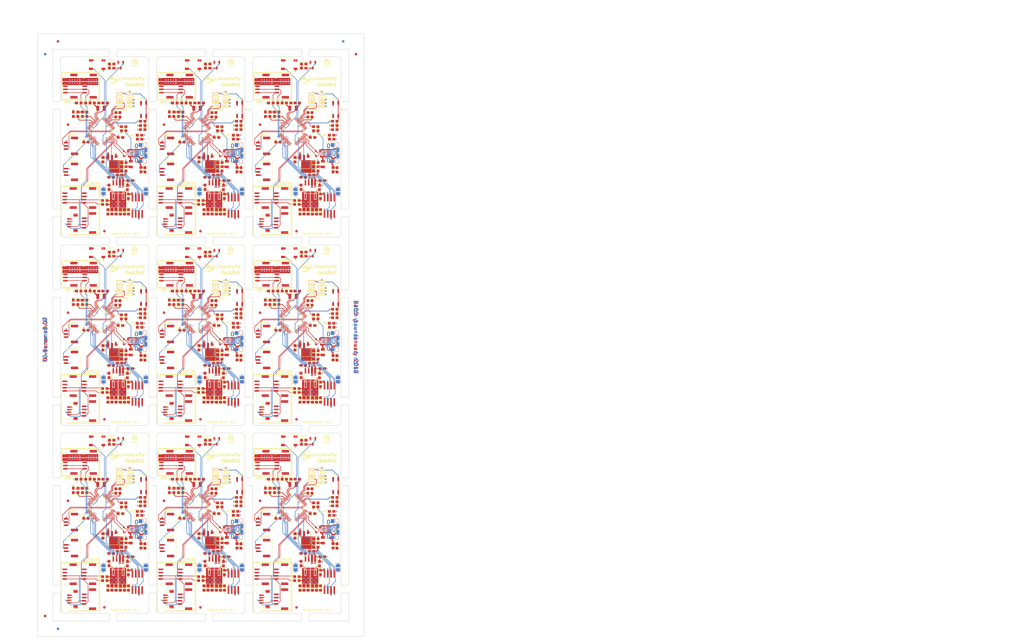
<source format=kicad_pcb>
(kicad_pcb (version 20171130) (host pcbnew "(5.0.0)")
  (title_block (title fk-core) (date 2017-03-05) (rev 0.1) (company Conservify))
  (layers (0 F.Cu signal) (1 GND signal) (2 PWR signal) (31 B.Cu signal) (34 B.Paste user) (35 F.Paste user) (36 B.SilkS user) (37 F.SilkS user) (38 B.Mask user) (39 F.Mask user) (44 Edge.Cuts user))
  (net 0 "")
  (net 1 GND)
  (net 2 3V3)
  (net 3 /SWDIO)
  (net 4 /SWCLK)
  (net 5 /RST)
  (net 6 /RESET)
  (net 7 /A1)
  (net 8 /A3)
  (net 9 /MOSI)
  (net 10 /SCK)
  (net 11 /MISO)
  (net 12 /USB-)
  (net 13 /USB+)
  (net 14 /D30)
  (net 15 /D31)
  (net 16 /USB_ID)
  (net 17 "Net-(D1-Pad1)")
  (net 18 "Net-(Q1-Pad3)")
  (net 19 5V0)
  (net 20 VUSB)
  (net 21 "Net-(F1-Pad1)")
  (net 22 /D13)
  (net 23 "Net-(C3-Pad2)")
  (net 24 "Net-(C4-Pad2)")
  (net 25 "Net-(C6-Pad1)")
  (net 26 "Net-(C7-Pad1)")
  (net 27 /SCL1)
  (net 28 /SDA1)
  (net 29 /SDA3)
  (net 30 /SCL3)
  (net 31 /D6_FLASH_CS)
  (net 32 /PERIPH_3V3)
  (net 33 /D8_PERIPH_EN)
  (net 34 "Net-(C1-Pad1)")
  (net 35 "Net-(C13-Pad1)")
  (net 36 /SENSOR_3V3)
  (net 37 "Net-(D3-Pad1)")
  (net 38 "Net-(J3-Pad4)")
  (net 39 "Net-(R7-Pad1)")
  (net 40 /D7_SENSOR_EN)
  (net 41 "Net-(R9-Pad1)")
  (net 42 "Net-(J4-Pad7)")
  (net 43 "Net-(J4-Pad8)")
  (net 44 "Net-(J3-Pad6)")
  (net 45 "Net-(J3-Pad8)")
  (net 46 "Net-(J3-Pad9)")
  (net 47 /A0)
  (net 48 /A2)
  (net 49 /A4)
  (net 50 /D9)
  (net 51 /D1)
  (net 52 /D0)
  (net 53 /D38_RADIO_D0)
  (net 54 /D2_RADIO_CS)
  (net 55 /D5)
  (net 56 /D11)
  (net 57 /D10)
  (net 58 /D12)
  (net 59 /TX_LED)
  (net 60 /A5)
  (net 61 /RX_LED)
  (net 62 "Net-(U7-Pad4)")
  (net 63 "Net-(J10-Pad3)")
  (net 64 "Net-(J9-Pad3)")
  (net 65 "Net-(J2-Pad6)")
  (net 66 "Net-(J2-Pad7)")
  (net 67 "Net-(J2-Pad8)")
  (net 68 "Net-(M2-Pad~)")
  (net 69 "Net-(M5-Pad~)")
  (module Fiducial:Fiducial_1mm_Dia_2.54mm_Outer_CopperBottom (layer F.Cu) (at 72.1 240.52)
    (fp_text reference REF** hide)
    (fp_text value Fiducial_1mm_Dia_2.54mm_Outer_CopperBottom hide)
    (pad ~ smd circle (at 0 0) (size 1 1) (layers B.Cu B.Mask) (clearance 0.77))
  )
  (module Fiducial:Fiducial_1mm_Dia_2.54mm_Outer_CopperBottom (layer B.Cu) (at 67.1 235.52)
    (fp_text reference REF** hide)
    (fp_text value Fiducial_1mm_Dia_2.54mm_Outer_CopperBottom hide)
    (pad ~ smd circle (at 0 0) (size 1 1) (layers F.Cu F.Mask) (clearance 0.77))
  )
  (module MountingHole:MountingHole_2.5mm (layer F.Cu) (at 67.1 240.52)
    (fp_text reference REF** hide)
    (fp_text value MountingHole_2.5mm)
    (pad "" np_thru_hole circle (at 0 0 180) (size 2.5 2.5) (drill 2.5) (layers *.Cu *.Paste *.Mask))
  )
  (module Fiducial:Fiducial_1mm_Dia_2.54mm_Outer_CopperBottom (layer F.Cu) (at 183.4514 10.9894)
    (fp_text reference REF** hide)
    (fp_text value Fiducial_1mm_Dia_2.54mm_Outer_CopperBottom hide)
    (pad ~ smd circle (at 0 0) (size 1 1) (layers B.Cu B.Mask) (clearance 0.77))
  )
  (module Fiducial:Fiducial_1mm_Dia_2.54mm_Outer_CopperBottom (layer B.Cu) (at 188.4514 15.9894)
    (fp_text reference REF** hide)
    (fp_text value Fiducial_1mm_Dia_2.54mm_Outer_CopperBottom hide)
    (pad ~ smd circle (at 0 0) (size 1 1) (layers F.Cu F.Mask) (clearance 0.77))
  )
  (module MountingHole:MountingHole_2.5mm (layer F.Cu) (at 188.4514 11.02)
    (fp_text reference REF** hide)
    (fp_text value MountingHole_2.5mm)
    (pad "" np_thru_hole circle (at 0 0 180) (size 2.5 2.5) (drill 2.5) (layers *.Cu *.Paste *.Mask))
  )
  (module Fiducial:Fiducial_1mm_Dia_2.54mm_Outer_CopperBottom (layer B.Cu) (at 72.1 10.9894)
    (fp_text reference REF** hide)
    (fp_text value Fiducial_1mm_Dia_2.54mm_Outer_CopperBottom hide)
    (pad ~ smd circle (at 0 0) (size 1 1) (layers F.Cu F.Mask) (clearance 0.77))
  )
  (module Fiducial:Fiducial_1mm_Dia_2.54mm_Outer_CopperBottom (layer F.Cu) (at 67.1 15.9894)
    (fp_text reference REF** hide)
    (fp_text value Fiducial_1mm_Dia_2.54mm_Outer_CopperBottom hide)
    (pad ~ smd circle (at 0 0) (size 1 1) (layers B.Cu B.Mask) (clearance 0.77))
  )
  (module MountingHole:MountingHole_2.5mm (layer F.Cu) (at 67.1 11.02)
    (fp_text reference REF** hide)
    (fp_text value MountingHole_2.5mm)
    (pad "" np_thru_hole circle (at 0 0 180) (size 2.5 2.5) (drill 2.5) (layers *.Cu *.Paste *.Mask))
  )
  (module Utah-Blink-FP:MouseBite (layer B.Cu) (at 184.1 36.02 270)
    (fp_text reference REF** hide)
    (fp_text value MouseBite hide)
    (pad "" np_thru_hole circle (at -1.2 1.5 270) (size 0.5 0.5) (drill 0.5) (layers *.Cu *.Mask))
    (pad "" np_thru_hole circle (at 0 1.5 270) (size 0.5 0.5) (drill 0.5) (layers *.Cu *.Mask))
    (pad "" np_thru_hole circle (at 1.2 1.5 270) (size 0.5 0.5) (drill 0.5) (layers *.Cu *.Mask))
    (pad "" np_thru_hole circle (at 1.2 -1.5 270) (size 0.5 0.5) (drill 0.5) (layers *.Cu *.Mask))
    (pad "" np_thru_hole circle (at 0 -1.5 270) (size 0.5 0.5) (drill 0.5) (layers *.Cu *.Mask))
    (pad "" np_thru_hole circle (at -1.2 -1.5 270) (size 0.5 0.5) (drill 0.5) (layers *.Cu *.Mask))
  )
  (module Utah-Blink-FP:MouseBite (layer B.Cu) (at 184.1 78.02 270)
    (fp_text reference REF** hide)
    (fp_text value MouseBite hide)
    (pad "" np_thru_hole circle (at -1.2 -1.5 270) (size 0.5 0.5) (drill 0.5) (layers *.Cu *.Mask))
    (pad "" np_thru_hole circle (at 0 -1.5 270) (size 0.5 0.5) (drill 0.5) (layers *.Cu *.Mask))
    (pad "" np_thru_hole circle (at 1.2 -1.5 270) (size 0.5 0.5) (drill 0.5) (layers *.Cu *.Mask))
    (pad "" np_thru_hole circle (at 1.2 1.5 270) (size 0.5 0.5) (drill 0.5) (layers *.Cu *.Mask))
    (pad "" np_thru_hole circle (at 0 1.5 270) (size 0.5 0.5) (drill 0.5) (layers *.Cu *.Mask))
    (pad "" np_thru_hole circle (at -1.2 1.5 270) (size 0.5 0.5) (drill 0.5) (layers *.Cu *.Mask))
  )
  (module Utah-Blink-FP:MouseBite (layer B.Cu) (at 184.1 109.52 270)
    (fp_text reference REF** hide)
    (fp_text value MouseBite hide)
    (pad "" np_thru_hole circle (at -1.2 1.5 270) (size 0.5 0.5) (drill 0.5) (layers *.Cu *.Mask))
    (pad "" np_thru_hole circle (at 0 1.5 270) (size 0.5 0.5) (drill 0.5) (layers *.Cu *.Mask))
    (pad "" np_thru_hole circle (at 1.2 1.5 270) (size 0.5 0.5) (drill 0.5) (layers *.Cu *.Mask))
    (pad "" np_thru_hole circle (at 1.2 -1.5 270) (size 0.5 0.5) (drill 0.5) (layers *.Cu *.Mask))
    (pad "" np_thru_hole circle (at 0 -1.5 270) (size 0.5 0.5) (drill 0.5) (layers *.Cu *.Mask))
    (pad "" np_thru_hole circle (at -1.2 -1.5 270) (size 0.5 0.5) (drill 0.5) (layers *.Cu *.Mask))
  )
  (module Utah-Blink-FP:MouseBite (layer B.Cu) (at 184.1 151.52 270)
    (fp_text reference REF** hide)
    (fp_text value MouseBite hide)
    (pad "" np_thru_hole circle (at -1.2 -1.5 270) (size 0.5 0.5) (drill 0.5) (layers *.Cu *.Mask))
    (pad "" np_thru_hole circle (at 0 -1.5 270) (size 0.5 0.5) (drill 0.5) (layers *.Cu *.Mask))
    (pad "" np_thru_hole circle (at 1.2 -1.5 270) (size 0.5 0.5) (drill 0.5) (layers *.Cu *.Mask))
    (pad "" np_thru_hole circle (at 1.2 1.5 270) (size 0.5 0.5) (drill 0.5) (layers *.Cu *.Mask))
    (pad "" np_thru_hole circle (at 0 1.5 270) (size 0.5 0.5) (drill 0.5) (layers *.Cu *.Mask))
    (pad "" np_thru_hole circle (at -1.2 1.5 270) (size 0.5 0.5) (drill 0.5) (layers *.Cu *.Mask))
  )
  (module Utah-Blink-FP:MouseBite (layer B.Cu) (at 184.1 183.02 270)
    (fp_text reference REF** hide)
    (fp_text value MouseBite hide)
    (pad "" np_thru_hole circle (at -1.2 1.5 270) (size 0.5 0.5) (drill 0.5) (layers *.Cu *.Mask))
    (pad "" np_thru_hole circle (at 0 1.5 270) (size 0.5 0.5) (drill 0.5) (layers *.Cu *.Mask))
    (pad "" np_thru_hole circle (at 1.2 1.5 270) (size 0.5 0.5) (drill 0.5) (layers *.Cu *.Mask))
    (pad "" np_thru_hole circle (at 1.2 -1.5 270) (size 0.5 0.5) (drill 0.5) (layers *.Cu *.Mask))
    (pad "" np_thru_hole circle (at 0 -1.5 270) (size 0.5 0.5) (drill 0.5) (layers *.Cu *.Mask))
    (pad "" np_thru_hole circle (at -1.2 -1.5 270) (size 0.5 0.5) (drill 0.5) (layers *.Cu *.Mask))
  )
  (module Utah-Blink-FP:MouseBite (layer B.Cu) (at 184.1 225.02 270)
    (fp_text reference REF** hide)
    (fp_text value MouseBite hide)
    (pad "" np_thru_hole circle (at -1.2 -1.5 270) (size 0.5 0.5) (drill 0.5) (layers *.Cu *.Mask))
    (pad "" np_thru_hole circle (at 0 -1.5 270) (size 0.5 0.5) (drill 0.5) (layers *.Cu *.Mask))
    (pad "" np_thru_hole circle (at 1.2 -1.5 270) (size 0.5 0.5) (drill 0.5) (layers *.Cu *.Mask))
    (pad "" np_thru_hole circle (at 1.2 1.5 270) (size 0.5 0.5) (drill 0.5) (layers *.Cu *.Mask))
    (pad "" np_thru_hole circle (at 0 1.5 270) (size 0.5 0.5) (drill 0.5) (layers *.Cu *.Mask))
    (pad "" np_thru_hole circle (at -1.2 1.5 270) (size 0.5 0.5) (drill 0.5) (layers *.Cu *.Mask))
  )
  (module Utah-Blink-FP:MouseBite (layer B.Cu) (at 168.6 236.02 180)
    (fp_text reference REF** hide)
    (fp_text value MouseBite hide)
    (pad "" np_thru_hole circle (at -1.2 -1.5 180) (size 0.5 0.5) (drill 0.5) (layers *.Cu *.Mask))
    (pad "" np_thru_hole circle (at 0 -1.5 180) (size 0.5 0.5) (drill 0.5) (layers *.Cu *.Mask))
    (pad "" np_thru_hole circle (at 1.2 -1.5 180) (size 0.5 0.5) (drill 0.5) (layers *.Cu *.Mask))
    (pad "" np_thru_hole circle (at 1.2 1.5 180) (size 0.5 0.5) (drill 0.5) (layers *.Cu *.Mask))
    (pad "" np_thru_hole circle (at 0 1.5 180) (size 0.5 0.5) (drill 0.5) (layers *.Cu *.Mask))
    (pad "" np_thru_hole circle (at -1.2 1.5 180) (size 0.5 0.5) (drill 0.5) (layers *.Cu *.Mask))
  )
  (module Utah-Blink-FP:MouseBite (layer B.Cu) (at 131.1 236.02 180)
    (fp_text reference REF** hide)
    (fp_text value MouseBite hide)
    (pad "" np_thru_hole circle (at -1.2 1.5 180) (size 0.5 0.5) (drill 0.5) (layers *.Cu *.Mask))
    (pad "" np_thru_hole circle (at 0 1.5 180) (size 0.5 0.5) (drill 0.5) (layers *.Cu *.Mask))
    (pad "" np_thru_hole circle (at 1.2 1.5 180) (size 0.5 0.5) (drill 0.5) (layers *.Cu *.Mask))
    (pad "" np_thru_hole circle (at 1.2 -1.5 180) (size 0.5 0.5) (drill 0.5) (layers *.Cu *.Mask))
    (pad "" np_thru_hole circle (at 0 -1.5 180) (size 0.5 0.5) (drill 0.5) (layers *.Cu *.Mask))
    (pad "" np_thru_hole circle (at -1.2 -1.5 180) (size 0.5 0.5) (drill 0.5) (layers *.Cu *.Mask))
  )
  (module Utah-Blink-FP:MouseBite (layer B.Cu) (at 93.6 236.02 180)
    (fp_text reference REF** hide)
    (fp_text value MouseBite hide)
    (pad "" np_thru_hole circle (at -1.2 -1.5 180) (size 0.5 0.5) (drill 0.5) (layers *.Cu *.Mask))
    (pad "" np_thru_hole circle (at 0 -1.5 180) (size 0.5 0.5) (drill 0.5) (layers *.Cu *.Mask))
    (pad "" np_thru_hole circle (at 1.2 -1.5 180) (size 0.5 0.5) (drill 0.5) (layers *.Cu *.Mask))
    (pad "" np_thru_hole circle (at 1.2 1.5 180) (size 0.5 0.5) (drill 0.5) (layers *.Cu *.Mask))
    (pad "" np_thru_hole circle (at 0 1.5 180) (size 0.5 0.5) (drill 0.5) (layers *.Cu *.Mask))
    (pad "" np_thru_hole circle (at -1.2 1.5 180) (size 0.5 0.5) (drill 0.5) (layers *.Cu *.Mask))
  )
  (module conservify:osh_negative_3000 (layer F.Cu) (at 177.06 166.306)
    (fp_text reference G*** hide)
    (fp_text value LOGO hide)
  )
  (module conservify:osh_negative_3000 (layer F.Cu) (at 139.56 166.306)
    (fp_text reference G*** hide)
    (fp_text value LOGO hide)
  )
  (module conservify:osh_negative_3000 (layer F.Cu) (at 102.06 166.306)
    (fp_text reference G*** hide)
    (fp_text value LOGO hide)
  )
  (module conservify:osh_negative_3000 (layer F.Cu) (at 177.06 92.806)
    (fp_text reference G*** hide)
    (fp_text value LOGO hide)
  )
  (module conservify:osh_negative_3000 (layer F.Cu) (at 139.56 92.806)
    (fp_text reference G*** hide)
    (fp_text value LOGO hide)
  )
  (module conservify:osh_negative_3000 (layer F.Cu) (at 102.06 92.806)
    (fp_text reference G*** hide)
    (fp_text value LOGO hide)
  )
  (module conservify:osh_negative_3000 (layer F.Cu) (at 177.06 19.306)
    (fp_text reference G*** hide)
    (fp_text value LOGO hide)
  )
  (module conservify:osh_negative_3000 (layer F.Cu) (at 139.56 19.306)
    (fp_text reference G*** hide)
    (fp_text value LOGO hide)
  )
  (module conservify:conservify_text_negative_5000 (layer F.Cu) (at 173.8215 172.529)
    (fp_text reference G*** hide)
    (fp_text value LOGO hide)
  )
  (module conservify:conservify_text_negative_5000 (layer F.Cu) (at 136.3215 172.529)
    (fp_text reference G*** hide)
    (fp_text value LOGO hide)
  )
  (module conservify:conservify_text_negative_5000 (layer F.Cu) (at 98.8215 172.529)
    (fp_text reference G*** hide)
    (fp_text value LOGO hide)
  )
  (module conservify:conservify_text_negative_5000 (layer F.Cu) (at 173.8215 99.029)
    (fp_text reference G*** hide)
    (fp_text value LOGO hide)
  )
  (module conservify:conservify_text_negative_5000 (layer F.Cu) (at 136.3215 99.029)
    (fp_text reference G*** hide)
    (fp_text value LOGO hide)
  )
  (module conservify:conservify_text_negative_5000 (layer F.Cu) (at 98.8215 99.029)
    (fp_text reference G*** hide)
    (fp_text value LOGO hide)
  )
  (module conservify:conservify_text_negative_5000 (layer F.Cu) (at 173.8215 25.529)
    (fp_text reference G*** hide)
    (fp_text value LOGO hide)
  )
  (module conservify:conservify_text_negative_5000 (layer F.Cu) (at 136.3215 25.529)
    (fp_text reference G*** hide)
    (fp_text value LOGO hide)
  )
  (module conservify:SW_SPST_WURTH_1 (layer F.Cu) (at 180.5398 184.5686 90)
    (fp_text reference SW1 hide)
    (fp_text value SPNO hide)
    (pad 2 smd rect (at 2.58 1 90) (size 1.45 0.7) (layers F.Cu F.Paste F.Mask) (net 5 /RST))
    (pad 2 smd rect (at -2.58 1 90) (size 1.45 0.7) (layers F.Cu F.Paste F.Mask) (net 5 /RST))
    (pad 1 smd rect (at -2.58 -1 90) (size 1.45 0.7) (layers F.Cu F.Paste F.Mask) (net 1 GND))
    (pad 1 smd rect (at 2.58 -1 90) (size 1.45 0.7) (layers F.Cu F.Paste F.Mask) (net 1 GND))
  )
  (module conservify:SW_SPST_WURTH_1 (layer F.Cu) (at 143.0398 184.5686 90)
    (fp_text reference SW1 hide)
    (fp_text value SPNO hide)
    (pad 2 smd rect (at 2.58 1 90) (size 1.45 0.7) (layers F.Cu F.Paste F.Mask) (net 5 /RST))
    (pad 2 smd rect (at -2.58 1 90) (size 1.45 0.7) (layers F.Cu F.Paste F.Mask) (net 5 /RST))
    (pad 1 smd rect (at -2.58 -1 90) (size 1.45 0.7) (layers F.Cu F.Paste F.Mask) (net 1 GND))
    (pad 1 smd rect (at 2.58 -1 90) (size 1.45 0.7) (layers F.Cu F.Paste F.Mask) (net 1 GND))
  )
  (module conservify:SW_SPST_WURTH_1 (layer F.Cu) (at 105.5398 184.5686 90)
    (fp_text reference SW1 hide)
    (fp_text value SPNO hide)
    (pad 2 smd rect (at 2.58 1 90) (size 1.45 0.7) (layers F.Cu F.Paste F.Mask) (net 5 /RST))
    (pad 2 smd rect (at -2.58 1 90) (size 1.45 0.7) (layers F.Cu F.Paste F.Mask) (net 5 /RST))
    (pad 1 smd rect (at -2.58 -1 90) (size 1.45 0.7) (layers F.Cu F.Paste F.Mask) (net 1 GND))
    (pad 1 smd rect (at 2.58 -1 90) (size 1.45 0.7) (layers F.Cu F.Paste F.Mask) (net 1 GND))
  )
  (module conservify:SW_SPST_WURTH_1 (layer F.Cu) (at 180.5398 111.0686 90)
    (fp_text reference SW1 hide)
    (fp_text value SPNO hide)
    (pad 2 smd rect (at 2.58 1 90) (size 1.45 0.7) (layers F.Cu F.Paste F.Mask) (net 5 /RST))
    (pad 2 smd rect (at -2.58 1 90) (size 1.45 0.7) (layers F.Cu F.Paste F.Mask) (net 5 /RST))
    (pad 1 smd rect (at -2.58 -1 90) (size 1.45 0.7) (layers F.Cu F.Paste F.Mask) (net 1 GND))
    (pad 1 smd rect (at 2.58 -1 90) (size 1.45 0.7) (layers F.Cu F.Paste F.Mask) (net 1 GND))
  )
  (module conservify:SW_SPST_WURTH_1 (layer F.Cu) (at 143.0398 111.0686 90)
    (fp_text reference SW1 hide)
    (fp_text value SPNO hide)
    (pad 2 smd rect (at 2.58 1 90) (size 1.45 0.7) (layers F.Cu F.Paste F.Mask) (net 5 /RST))
    (pad 2 smd rect (at -2.58 1 90) (size 1.45 0.7) (layers F.Cu F.Paste F.Mask) (net 5 /RST))
    (pad 1 smd rect (at -2.58 -1 90) (size 1.45 0.7) (layers F.Cu F.Paste F.Mask) (net 1 GND))
    (pad 1 smd rect (at 2.58 -1 90) (size 1.45 0.7) (layers F.Cu F.Paste F.Mask) (net 1 GND))
  )
  (module conservify:SW_SPST_WURTH_1 (layer F.Cu) (at 105.5398 111.0686 90)
    (fp_text reference SW1 hide)
    (fp_text value SPNO hide)
    (pad 2 smd rect (at 2.58 1 90) (size 1.45 0.7) (layers F.Cu F.Paste F.Mask) (net 5 /RST))
    (pad 2 smd rect (at -2.58 1 90) (size 1.45 0.7) (layers F.Cu F.Paste F.Mask) (net 5 /RST))
    (pad 1 smd rect (at -2.58 -1 90) (size 1.45 0.7) (layers F.Cu F.Paste F.Mask) (net 1 GND))
    (pad 1 smd rect (at 2.58 -1 90) (size 1.45 0.7) (layers F.Cu F.Paste F.Mask) (net 1 GND))
  )
  (module conservify:SW_SPST_WURTH_1 (layer F.Cu) (at 180.5398 37.5686 90)
    (fp_text reference SW1 hide)
    (fp_text value SPNO hide)
    (pad 2 smd rect (at 2.58 1 90) (size 1.45 0.7) (layers F.Cu F.Paste F.Mask) (net 5 /RST))
    (pad 2 smd rect (at -2.58 1 90) (size 1.45 0.7) (layers F.Cu F.Paste F.Mask) (net 5 /RST))
    (pad 1 smd rect (at -2.58 -1 90) (size 1.45 0.7) (layers F.Cu F.Paste F.Mask) (net 1 GND))
    (pad 1 smd rect (at 2.58 -1 90) (size 1.45 0.7) (layers F.Cu F.Paste F.Mask) (net 1 GND))
  )
  (module conservify:SW_SPST_WURTH_1 (layer F.Cu) (at 143.0398 37.5686 90)
    (fp_text reference SW1 hide)
    (fp_text value SPNO hide)
    (pad 2 smd rect (at 2.58 1 90) (size 1.45 0.7) (layers F.Cu F.Paste F.Mask) (net 5 /RST))
    (pad 2 smd rect (at -2.58 1 90) (size 1.45 0.7) (layers F.Cu F.Paste F.Mask) (net 5 /RST))
    (pad 1 smd rect (at -2.58 -1 90) (size 1.45 0.7) (layers F.Cu F.Paste F.Mask) (net 1 GND))
    (pad 1 smd rect (at 2.58 -1 90) (size 1.45 0.7) (layers F.Cu F.Paste F.Mask) (net 1 GND))
  )
  (module conservify:HDR_02x05_Pitch1.27mm_SMD_SWD (layer F.Cu) (at 173.1103 180.7967 90)
    (fp_text reference J2 hide)
    (fp_text value CONN_02x05_SWD hide)
    (pad 10 smd rect (at 2.54 -2 90) (size 0.75 2.5) (layers F.Cu F.Paste F.SilkS F.Mask) (net 5 /RST))
    (pad 9 smd rect (at 2.54 2 90) (size 0.75 2.5) (layers F.Cu F.Paste F.SilkS F.Mask) (net 1 GND))
    (pad 8 smd rect (at 1.27 -2 90) (size 0.75 2.5) (layers F.Cu F.Paste F.SilkS F.Mask) (net 67 "Net-(J2-Pad8)"))
    (pad 7 smd rect (at 1.27 2 90) (size 0.75 2.5) (layers F.Cu F.Paste F.SilkS F.Mask) (net 66 "Net-(J2-Pad7)"))
    (pad 6 smd rect (at 0 -2 90) (size 0.75 2.5) (layers F.Cu F.Paste F.SilkS F.Mask) (net 65 "Net-(J2-Pad6)"))
    (pad 5 smd rect (at 0 2 90) (size 0.75 2.5) (layers F.Cu F.Paste F.SilkS F.Mask) (net 1 GND))
    (pad 4 smd rect (at -1.27 -2 90) (size 0.75 2.5) (layers F.Cu F.Paste F.SilkS F.Mask) (net 4 /SWCLK))
    (pad 3 smd rect (at -1.27 2 90) (size 0.75 2.5) (layers F.Cu F.Paste F.SilkS F.Mask) (net 1 GND))
    (pad 2 smd rect (at -2.54 -2 90) (size 0.75 2.5) (layers F.Cu F.Paste F.SilkS F.Mask) (net 3 /SWDIO))
    (pad 1 smd rect (at -2.54 2 90) (size 0.75 2.5) (layers F.Cu F.Paste F.SilkS F.Mask) (net 2 3V3))
  )
  (module conservify:HDR_02x05_Pitch1.27mm_SMD_SWD (layer F.Cu) (at 135.6103 180.7967 90)
    (fp_text reference J2 hide)
    (fp_text value CONN_02x05_SWD hide)
    (pad 10 smd rect (at 2.54 -2 90) (size 0.75 2.5) (layers F.Cu F.Paste F.SilkS F.Mask) (net 5 /RST))
    (pad 9 smd rect (at 2.54 2 90) (size 0.75 2.5) (layers F.Cu F.Paste F.SilkS F.Mask) (net 1 GND))
    (pad 8 smd rect (at 1.27 -2 90) (size 0.75 2.5) (layers F.Cu F.Paste F.SilkS F.Mask) (net 67 "Net-(J2-Pad8)"))
    (pad 7 smd rect (at 1.27 2 90) (size 0.75 2.5) (layers F.Cu F.Paste F.SilkS F.Mask) (net 66 "Net-(J2-Pad7)"))
    (pad 6 smd rect (at 0 -2 90) (size 0.75 2.5) (layers F.Cu F.Paste F.SilkS F.Mask) (net 65 "Net-(J2-Pad6)"))
    (pad 5 smd rect (at 0 2 90) (size 0.75 2.5) (layers F.Cu F.Paste F.SilkS F.Mask) (net 1 GND))
    (pad 4 smd rect (at -1.27 -2 90) (size 0.75 2.5) (layers F.Cu F.Paste F.SilkS F.Mask) (net 4 /SWCLK))
    (pad 3 smd rect (at -1.27 2 90) (size 0.75 2.5) (layers F.Cu F.Paste F.SilkS F.Mask) (net 1 GND))
    (pad 2 smd rect (at -2.54 -2 90) (size 0.75 2.5) (layers F.Cu F.Paste F.SilkS F.Mask) (net 3 /SWDIO))
    (pad 1 smd rect (at -2.54 2 90) (size 0.75 2.5) (layers F.Cu F.Paste F.SilkS F.Mask) (net 2 3V3))
  )
  (module conservify:HDR_02x05_Pitch1.27mm_SMD_SWD (layer F.Cu) (at 98.1103 180.7967 90)
    (fp_text reference J2 hide)
    (fp_text value CONN_02x05_SWD hide)
    (pad 10 smd rect (at 2.54 -2 90) (size 0.75 2.5) (layers F.Cu F.Paste F.SilkS F.Mask) (net 5 /RST))
    (pad 9 smd rect (at 2.54 2 90) (size 0.75 2.5) (layers F.Cu F.Paste F.SilkS F.Mask) (net 1 GND))
    (pad 8 smd rect (at 1.27 -2 90) (size 0.75 2.5) (layers F.Cu F.Paste F.SilkS F.Mask) (net 67 "Net-(J2-Pad8)"))
    (pad 7 smd rect (at 1.27 2 90) (size 0.75 2.5) (layers F.Cu F.Paste F.SilkS F.Mask) (net 66 "Net-(J2-Pad7)"))
    (pad 6 smd rect (at 0 -2 90) (size 0.75 2.5) (layers F.Cu F.Paste F.SilkS F.Mask) (net 65 "Net-(J2-Pad6)"))
    (pad 5 smd rect (at 0 2 90) (size 0.75 2.5) (layers F.Cu F.Paste F.SilkS F.Mask) (net 1 GND))
    (pad 4 smd rect (at -1.27 -2 90) (size 0.75 2.5) (layers F.Cu F.Paste F.SilkS F.Mask) (net 4 /SWCLK))
    (pad 3 smd rect (at -1.27 2 90) (size 0.75 2.5) (layers F.Cu F.Paste F.SilkS F.Mask) (net 1 GND))
    (pad 2 smd rect (at -2.54 -2 90) (size 0.75 2.5) (layers F.Cu F.Paste F.SilkS F.Mask) (net 3 /SWDIO))
    (pad 1 smd rect (at -2.54 2 90) (size 0.75 2.5) (layers F.Cu F.Paste F.SilkS F.Mask) (net 2 3V3))
  )
  (module conservify:HDR_02x05_Pitch1.27mm_SMD_SWD (layer F.Cu) (at 173.1103 107.2967 90)
    (fp_text reference J2 hide)
    (fp_text value CONN_02x05_SWD hide)
    (pad 10 smd rect (at 2.54 -2 90) (size 0.75 2.5) (layers F.Cu F.Paste F.SilkS F.Mask) (net 5 /RST))
    (pad 9 smd rect (at 2.54 2 90) (size 0.75 2.5) (layers F.Cu F.Paste F.SilkS F.Mask) (net 1 GND))
    (pad 8 smd rect (at 1.27 -2 90) (size 0.75 2.5) (layers F.Cu F.Paste F.SilkS F.Mask) (net 67 "Net-(J2-Pad8)"))
    (pad 7 smd rect (at 1.27 2 90) (size 0.75 2.5) (layers F.Cu F.Paste F.SilkS F.Mask) (net 66 "Net-(J2-Pad7)"))
    (pad 6 smd rect (at 0 -2 90) (size 0.75 2.5) (layers F.Cu F.Paste F.SilkS F.Mask) (net 65 "Net-(J2-Pad6)"))
    (pad 5 smd rect (at 0 2 90) (size 0.75 2.5) (layers F.Cu F.Paste F.SilkS F.Mask) (net 1 GND))
    (pad 4 smd rect (at -1.27 -2 90) (size 0.75 2.5) (layers F.Cu F.Paste F.SilkS F.Mask) (net 4 /SWCLK))
    (pad 3 smd rect (at -1.27 2 90) (size 0.75 2.5) (layers F.Cu F.Paste F.SilkS F.Mask) (net 1 GND))
    (pad 2 smd rect (at -2.54 -2 90) (size 0.75 2.5) (layers F.Cu F.Paste F.SilkS F.Mask) (net 3 /SWDIO))
    (pad 1 smd rect (at -2.54 2 90) (size 0.75 2.5) (layers F.Cu F.Paste F.SilkS F.Mask) (net 2 3V3))
  )
  (module conservify:HDR_02x05_Pitch1.27mm_SMD_SWD (layer F.Cu) (at 135.6103 107.2967 90)
    (fp_text reference J2 hide)
    (fp_text value CONN_02x05_SWD hide)
    (pad 10 smd rect (at 2.54 -2 90) (size 0.75 2.5) (layers F.Cu F.Paste F.SilkS F.Mask) (net 5 /RST))
    (pad 9 smd rect (at 2.54 2 90) (size 0.75 2.5) (layers F.Cu F.Paste F.SilkS F.Mask) (net 1 GND))
    (pad 8 smd rect (at 1.27 -2 90) (size 0.75 2.5) (layers F.Cu F.Paste F.SilkS F.Mask) (net 67 "Net-(J2-Pad8)"))
    (pad 7 smd rect (at 1.27 2 90) (size 0.75 2.5) (layers F.Cu F.Paste F.SilkS F.Mask) (net 66 "Net-(J2-Pad7)"))
    (pad 6 smd rect (at 0 -2 90) (size 0.75 2.5) (layers F.Cu F.Paste F.SilkS F.Mask) (net 65 "Net-(J2-Pad6)"))
    (pad 5 smd rect (at 0 2 90) (size 0.75 2.5) (layers F.Cu F.Paste F.SilkS F.Mask) (net 1 GND))
    (pad 4 smd rect (at -1.27 -2 90) (size 0.75 2.5) (layers F.Cu F.Paste F.SilkS F.Mask) (net 4 /SWCLK))
    (pad 3 smd rect (at -1.27 2 90) (size 0.75 2.5) (layers F.Cu F.Paste F.SilkS F.Mask) (net 1 GND))
    (pad 2 smd rect (at -2.54 -2 90) (size 0.75 2.5) (layers F.Cu F.Paste F.SilkS F.Mask) (net 3 /SWDIO))
    (pad 1 smd rect (at -2.54 2 90) (size 0.75 2.5) (layers F.Cu F.Paste F.SilkS F.Mask) (net 2 3V3))
  )
  (module conservify:HDR_02x05_Pitch1.27mm_SMD_SWD (layer F.Cu) (at 98.1103 107.2967 90)
    (fp_text reference J2 hide)
    (fp_text value CONN_02x05_SWD hide)
    (pad 10 smd rect (at 2.54 -2 90) (size 0.75 2.5) (layers F.Cu F.Paste F.SilkS F.Mask) (net 5 /RST))
    (pad 9 smd rect (at 2.54 2 90) (size 0.75 2.5) (layers F.Cu F.Paste F.SilkS F.Mask) (net 1 GND))
    (pad 8 smd rect (at 1.27 -2 90) (size 0.75 2.5) (layers F.Cu F.Paste F.SilkS F.Mask) (net 67 "Net-(J2-Pad8)"))
    (pad 7 smd rect (at 1.27 2 90) (size 0.75 2.5) (layers F.Cu F.Paste F.SilkS F.Mask) (net 66 "Net-(J2-Pad7)"))
    (pad 6 smd rect (at 0 -2 90) (size 0.75 2.5) (layers F.Cu F.Paste F.SilkS F.Mask) (net 65 "Net-(J2-Pad6)"))
    (pad 5 smd rect (at 0 2 90) (size 0.75 2.5) (layers F.Cu F.Paste F.SilkS F.Mask) (net 1 GND))
    (pad 4 smd rect (at -1.27 -2 90) (size 0.75 2.5) (layers F.Cu F.Paste F.SilkS F.Mask) (net 4 /SWCLK))
    (pad 3 smd rect (at -1.27 2 90) (size 0.75 2.5) (layers F.Cu F.Paste F.SilkS F.Mask) (net 1 GND))
    (pad 2 smd rect (at -2.54 -2 90) (size 0.75 2.5) (layers F.Cu F.Paste F.SilkS F.Mask) (net 3 /SWDIO))
    (pad 1 smd rect (at -2.54 2 90) (size 0.75 2.5) (layers F.Cu F.Paste F.SilkS F.Mask) (net 2 3V3))
  )
  (module conservify:HDR_02x05_Pitch1.27mm_SMD_SWD (layer F.Cu) (at 173.1103 33.7967 90)
    (fp_text reference J2 hide)
    (fp_text value CONN_02x05_SWD hide)
    (pad 10 smd rect (at 2.54 -2 90) (size 0.75 2.5) (layers F.Cu F.Paste F.SilkS F.Mask) (net 5 /RST))
    (pad 9 smd rect (at 2.54 2 90) (size 0.75 2.5) (layers F.Cu F.Paste F.SilkS F.Mask) (net 1 GND))
    (pad 8 smd rect (at 1.27 -2 90) (size 0.75 2.5) (layers F.Cu F.Paste F.SilkS F.Mask) (net 67 "Net-(J2-Pad8)"))
    (pad 7 smd rect (at 1.27 2 90) (size 0.75 2.5) (layers F.Cu F.Paste F.SilkS F.Mask) (net 66 "Net-(J2-Pad7)"))
    (pad 6 smd rect (at 0 -2 90) (size 0.75 2.5) (layers F.Cu F.Paste F.SilkS F.Mask) (net 65 "Net-(J2-Pad6)"))
    (pad 5 smd rect (at 0 2 90) (size 0.75 2.5) (layers F.Cu F.Paste F.SilkS F.Mask) (net 1 GND))
    (pad 4 smd rect (at -1.27 -2 90) (size 0.75 2.5) (layers F.Cu F.Paste F.SilkS F.Mask) (net 4 /SWCLK))
    (pad 3 smd rect (at -1.27 2 90) (size 0.75 2.5) (layers F.Cu F.Paste F.SilkS F.Mask) (net 1 GND))
    (pad 2 smd rect (at -2.54 -2 90) (size 0.75 2.5) (layers F.Cu F.Paste F.SilkS F.Mask) (net 3 /SWDIO))
    (pad 1 smd rect (at -2.54 2 90) (size 0.75 2.5) (layers F.Cu F.Paste F.SilkS F.Mask) (net 2 3V3))
  )
  (module conservify:HDR_02x05_Pitch1.27mm_SMD_SWD (layer F.Cu) (at 135.6103 33.7967 90)
    (fp_text reference J2 hide)
    (fp_text value CONN_02x05_SWD hide)
    (pad 10 smd rect (at 2.54 -2 90) (size 0.75 2.5) (layers F.Cu F.Paste F.SilkS F.Mask) (net 5 /RST))
    (pad 9 smd rect (at 2.54 2 90) (size 0.75 2.5) (layers F.Cu F.Paste F.SilkS F.Mask) (net 1 GND))
    (pad 8 smd rect (at 1.27 -2 90) (size 0.75 2.5) (layers F.Cu F.Paste F.SilkS F.Mask) (net 67 "Net-(J2-Pad8)"))
    (pad 7 smd rect (at 1.27 2 90) (size 0.75 2.5) (layers F.Cu F.Paste F.SilkS F.Mask) (net 66 "Net-(J2-Pad7)"))
    (pad 6 smd rect (at 0 -2 90) (size 0.75 2.5) (layers F.Cu F.Paste F.SilkS F.Mask) (net 65 "Net-(J2-Pad6)"))
    (pad 5 smd rect (at 0 2 90) (size 0.75 2.5) (layers F.Cu F.Paste F.SilkS F.Mask) (net 1 GND))
    (pad 4 smd rect (at -1.27 -2 90) (size 0.75 2.5) (layers F.Cu F.Paste F.SilkS F.Mask) (net 4 /SWCLK))
    (pad 3 smd rect (at -1.27 2 90) (size 0.75 2.5) (layers F.Cu F.Paste F.SilkS F.Mask) (net 1 GND))
    (pad 2 smd rect (at -2.54 -2 90) (size 0.75 2.5) (layers F.Cu F.Paste F.SilkS F.Mask) (net 3 /SWDIO))
    (pad 1 smd rect (at -2.54 2 90) (size 0.75 2.5) (layers F.Cu F.Paste F.SilkS F.Mask) (net 2 3V3))
  )
  (module conservify:Molex_CLIK-Mate_502382-0570_1x05_P1.25mm_Vertical (layer F.Cu) (at 159.4774 175.4862 270)
    (fp_text reference J10 hide)
    (fp_text value CONN_01x05)
    (pad "" smd rect (at 4.35 -1.4 270) (size 1 2.8) (layers F.Cu F.Paste F.Mask))
    (pad "" smd rect (at -4.35 -1.4 270) (size 1 2.8) (layers F.Cu F.Paste F.Mask))
    (pad 5 smd rect (at 2.5 1.95 270) (size 0.6 1.7) (layers F.Cu F.Paste F.Mask) (net 29 /SDA3))
    (pad 4 smd rect (at 1.25 1.95 270) (size 0.6 1.7) (layers F.Cu F.Paste F.Mask) (net 30 /SCL3))
    (pad 3 smd rect (at 0 1.95 270) (size 0.6 1.7) (layers F.Cu F.Paste F.Mask) (net 63 "Net-(J10-Pad3)"))
    (pad 2 smd rect (at -1.25 1.95 270) (size 0.6 1.7) (layers F.Cu F.Paste F.Mask) (net 1 GND))
    (pad 1 smd rect (at -2.5 1.95 270) (size 0.6 1.7) (layers F.Cu F.Paste F.Mask) (net 2 3V3))
  )
  (module conservify:Molex_CLIK-Mate_502382-0570_1x05_P1.25mm_Vertical (layer F.Cu) (at 121.9774 175.4862 270)
    (fp_text reference J10 hide)
    (fp_text value CONN_01x05)
    (pad "" smd rect (at 4.35 -1.4 270) (size 1 2.8) (layers F.Cu F.Paste F.Mask))
    (pad "" smd rect (at -4.35 -1.4 270) (size 1 2.8) (layers F.Cu F.Paste F.Mask))
    (pad 5 smd rect (at 2.5 1.95 270) (size 0.6 1.7) (layers F.Cu F.Paste F.Mask) (net 29 /SDA3))
    (pad 4 smd rect (at 1.25 1.95 270) (size 0.6 1.7) (layers F.Cu F.Paste F.Mask) (net 30 /SCL3))
    (pad 3 smd rect (at 0 1.95 270) (size 0.6 1.7) (layers F.Cu F.Paste F.Mask) (net 63 "Net-(J10-Pad3)"))
    (pad 2 smd rect (at -1.25 1.95 270) (size 0.6 1.7) (layers F.Cu F.Paste F.Mask) (net 1 GND))
    (pad 1 smd rect (at -2.5 1.95 270) (size 0.6 1.7) (layers F.Cu F.Paste F.Mask) (net 2 3V3))
  )
  (module conservify:Molex_CLIK-Mate_502382-0570_1x05_P1.25mm_Vertical (layer F.Cu) (at 84.4774 175.4862 270)
    (fp_text reference J10 hide)
    (fp_text value CONN_01x05)
    (pad "" smd rect (at 4.35 -1.4 270) (size 1 2.8) (layers F.Cu F.Paste F.Mask))
    (pad "" smd rect (at -4.35 -1.4 270) (size 1 2.8) (layers F.Cu F.Paste F.Mask))
    (pad 5 smd rect (at 2.5 1.95 270) (size 0.6 1.7) (layers F.Cu F.Paste F.Mask) (net 29 /SDA3))
    (pad 4 smd rect (at 1.25 1.95 270) (size 0.6 1.7) (layers F.Cu F.Paste F.Mask) (net 30 /SCL3))
    (pad 3 smd rect (at 0 1.95 270) (size 0.6 1.7) (layers F.Cu F.Paste F.Mask) (net 63 "Net-(J10-Pad3)"))
    (pad 2 smd rect (at -1.25 1.95 270) (size 0.6 1.7) (layers F.Cu F.Paste F.Mask) (net 1 GND))
    (pad 1 smd rect (at -2.5 1.95 270) (size 0.6 1.7) (layers F.Cu F.Paste F.Mask) (net 2 3V3))
  )
  (module conservify:Molex_CLIK-Mate_502382-0570_1x05_P1.25mm_Vertical (layer F.Cu) (at 159.4774 101.9862 270)
    (fp_text reference J10 hide)
    (fp_text value CONN_01x05)
    (pad "" smd rect (at 4.35 -1.4 270) (size 1 2.8) (layers F.Cu F.Paste F.Mask))
    (pad "" smd rect (at -4.35 -1.4 270) (size 1 2.8) (layers F.Cu F.Paste F.Mask))
    (pad 5 smd rect (at 2.5 1.95 270) (size 0.6 1.7) (layers F.Cu F.Paste F.Mask) (net 29 /SDA3))
    (pad 4 smd rect (at 1.25 1.95 270) (size 0.6 1.7) (layers F.Cu F.Paste F.Mask) (net 30 /SCL3))
    (pad 3 smd rect (at 0 1.95 270) (size 0.6 1.7) (layers F.Cu F.Paste F.Mask) (net 63 "Net-(J10-Pad3)"))
    (pad 2 smd rect (at -1.25 1.95 270) (size 0.6 1.7) (layers F.Cu F.Paste F.Mask) (net 1 GND))
    (pad 1 smd rect (at -2.5 1.95 270) (size 0.6 1.7) (layers F.Cu F.Paste F.Mask) (net 2 3V3))
  )
  (module conservify:Molex_CLIK-Mate_502382-0570_1x05_P1.25mm_Vertical (layer F.Cu) (at 121.9774 101.9862 270)
    (fp_text reference J10 hide)
    (fp_text value CONN_01x05)
    (pad "" smd rect (at 4.35 -1.4 270) (size 1 2.8) (layers F.Cu F.Paste F.Mask))
    (pad "" smd rect (at -4.35 -1.4 270) (size 1 2.8) (layers F.Cu F.Paste F.Mask))
    (pad 5 smd rect (at 2.5 1.95 270) (size 0.6 1.7) (layers F.Cu F.Paste F.Mask) (net 29 /SDA3))
    (pad 4 smd rect (at 1.25 1.95 270) (size 0.6 1.7) (layers F.Cu F.Paste F.Mask) (net 30 /SCL3))
    (pad 3 smd rect (at 0 1.95 270) (size 0.6 1.7) (layers F.Cu F.Paste F.Mask) (net 63 "Net-(J10-Pad3)"))
    (pad 2 smd rect (at -1.25 1.95 270) (size 0.6 1.7) (layers F.Cu F.Paste F.Mask) (net 1 GND))
    (pad 1 smd rect (at -2.5 1.95 270) (size 0.6 1.7) (layers F.Cu F.Paste F.Mask) (net 2 3V3))
  )
  (module conservify:Molex_CLIK-Mate_502382-0570_1x05_P1.25mm_Vertical (layer F.Cu) (at 84.4774 101.9862 270)
    (fp_text reference J10 hide)
    (fp_text value CONN_01x05)
    (pad "" smd rect (at 4.35 -1.4 270) (size 1 2.8) (layers F.Cu F.Paste F.Mask))
    (pad "" smd rect (at -4.35 -1.4 270) (size 1 2.8) (layers F.Cu F.Paste F.Mask))
    (pad 5 smd rect (at 2.5 1.95 270) (size 0.6 1.7) (layers F.Cu F.Paste F.Mask) (net 29 /SDA3))
    (pad 4 smd rect (at 1.25 1.95 270) (size 0.6 1.7) (layers F.Cu F.Paste F.Mask) (net 30 /SCL3))
    (pad 3 smd rect (at 0 1.95 270) (size 0.6 1.7) (layers F.Cu F.Paste F.Mask) (net 63 "Net-(J10-Pad3)"))
    (pad 2 smd rect (at -1.25 1.95 270) (size 0.6 1.7) (layers F.Cu F.Paste F.Mask) (net 1 GND))
    (pad 1 smd rect (at -2.5 1.95 270) (size 0.6 1.7) (layers F.Cu F.Paste F.Mask) (net 2 3V3))
  )
  (module conservify:Molex_CLIK-Mate_502382-0570_1x05_P1.25mm_Vertical (layer F.Cu) (at 159.4774 28.4862 270)
    (fp_text reference J10 hide)
    (fp_text value CONN_01x05)
    (pad "" smd rect (at 4.35 -1.4 270) (size 1 2.8) (layers F.Cu F.Paste F.Mask))
    (pad "" smd rect (at -4.35 -1.4 270) (size 1 2.8) (layers F.Cu F.Paste F.Mask))
    (pad 5 smd rect (at 2.5 1.95 270) (size 0.6 1.7) (layers F.Cu F.Paste F.Mask) (net 29 /SDA3))
    (pad 4 smd rect (at 1.25 1.95 270) (size 0.6 1.7) (layers F.Cu F.Paste F.Mask) (net 30 /SCL3))
    (pad 3 smd rect (at 0 1.95 270) (size 0.6 1.7) (layers F.Cu F.Paste F.Mask) (net 63 "Net-(J10-Pad3)"))
    (pad 2 smd rect (at -1.25 1.95 270) (size 0.6 1.7) (layers F.Cu F.Paste F.Mask) (net 1 GND))
    (pad 1 smd rect (at -2.5 1.95 270) (size 0.6 1.7) (layers F.Cu F.Paste F.Mask) (net 2 3V3))
  )
  (module conservify:Molex_CLIK-Mate_502382-0570_1x05_P1.25mm_Vertical (layer F.Cu) (at 121.9774 28.4862 270)
    (fp_text reference J10 hide)
    (fp_text value CONN_01x05)
    (pad "" smd rect (at 4.35 -1.4 270) (size 1 2.8) (layers F.Cu F.Paste F.Mask))
    (pad "" smd rect (at -4.35 -1.4 270) (size 1 2.8) (layers F.Cu F.Paste F.Mask))
    (pad 5 smd rect (at 2.5 1.95 270) (size 0.6 1.7) (layers F.Cu F.Paste F.Mask) (net 29 /SDA3))
    (pad 4 smd rect (at 1.25 1.95 270) (size 0.6 1.7) (layers F.Cu F.Paste F.Mask) (net 30 /SCL3))
    (pad 3 smd rect (at 0 1.95 270) (size 0.6 1.7) (layers F.Cu F.Paste F.Mask) (net 63 "Net-(J10-Pad3)"))
    (pad 2 smd rect (at -1.25 1.95 270) (size 0.6 1.7) (layers F.Cu F.Paste F.Mask) (net 1 GND))
    (pad 1 smd rect (at -2.5 1.95 270) (size 0.6 1.7) (layers F.Cu F.Paste F.Mask) (net 2 3V3))
  )
  (module conservify:Molex_CLIK-Mate_502382-0570_1x05_P1.25mm_Vertical (layer F.Cu) (at 151.914 175.4754 270)
    (fp_text reference J9 hide)
    (fp_text value CONN_01x05)
    (pad "" smd rect (at 4.35 -1.4 270) (size 1 2.8) (layers F.Cu F.Paste F.Mask))
    (pad "" smd rect (at -4.35 -1.4 270) (size 1 2.8) (layers F.Cu F.Paste F.Mask))
    (pad 5 smd rect (at 2.5 1.95 270) (size 0.6 1.7) (layers F.Cu F.Paste F.Mask) (net 29 /SDA3))
    (pad 4 smd rect (at 1.25 1.95 270) (size 0.6 1.7) (layers F.Cu F.Paste F.Mask) (net 30 /SCL3))
    (pad 3 smd rect (at 0 1.95 270) (size 0.6 1.7) (layers F.Cu F.Paste F.Mask) (net 64 "Net-(J9-Pad3)"))
    (pad 2 smd rect (at -1.25 1.95 270) (size 0.6 1.7) (layers F.Cu F.Paste F.Mask) (net 1 GND))
    (pad 1 smd rect (at -2.5 1.95 270) (size 0.6 1.7) (layers F.Cu F.Paste F.Mask) (net 2 3V3))
  )
  (module conservify:Molex_CLIK-Mate_502382-0570_1x05_P1.25mm_Vertical (layer F.Cu) (at 114.414 175.4754 270)
    (fp_text reference J9 hide)
    (fp_text value CONN_01x05)
    (pad "" smd rect (at 4.35 -1.4 270) (size 1 2.8) (layers F.Cu F.Paste F.Mask))
    (pad "" smd rect (at -4.35 -1.4 270) (size 1 2.8) (layers F.Cu F.Paste F.Mask))
    (pad 5 smd rect (at 2.5 1.95 270) (size 0.6 1.7) (layers F.Cu F.Paste F.Mask) (net 29 /SDA3))
    (pad 4 smd rect (at 1.25 1.95 270) (size 0.6 1.7) (layers F.Cu F.Paste F.Mask) (net 30 /SCL3))
    (pad 3 smd rect (at 0 1.95 270) (size 0.6 1.7) (layers F.Cu F.Paste F.Mask) (net 64 "Net-(J9-Pad3)"))
    (pad 2 smd rect (at -1.25 1.95 270) (size 0.6 1.7) (layers F.Cu F.Paste F.Mask) (net 1 GND))
    (pad 1 smd rect (at -2.5 1.95 270) (size 0.6 1.7) (layers F.Cu F.Paste F.Mask) (net 2 3V3))
  )
  (module conservify:Molex_CLIK-Mate_502382-0570_1x05_P1.25mm_Vertical (layer F.Cu) (at 76.914 175.4754 270)
    (fp_text reference J9 hide)
    (fp_text value CONN_01x05)
    (pad "" smd rect (at 4.35 -1.4 270) (size 1 2.8) (layers F.Cu F.Paste F.Mask))
    (pad "" smd rect (at -4.35 -1.4 270) (size 1 2.8) (layers F.Cu F.Paste F.Mask))
    (pad 5 smd rect (at 2.5 1.95 270) (size 0.6 1.7) (layers F.Cu F.Paste F.Mask) (net 29 /SDA3))
    (pad 4 smd rect (at 1.25 1.95 270) (size 0.6 1.7) (layers F.Cu F.Paste F.Mask) (net 30 /SCL3))
    (pad 3 smd rect (at 0 1.95 270) (size 0.6 1.7) (layers F.Cu F.Paste F.Mask) (net 64 "Net-(J9-Pad3)"))
    (pad 2 smd rect (at -1.25 1.95 270) (size 0.6 1.7) (layers F.Cu F.Paste F.Mask) (net 1 GND))
    (pad 1 smd rect (at -2.5 1.95 270) (size 0.6 1.7) (layers F.Cu F.Paste F.Mask) (net 2 3V3))
  )
  (module conservify:Molex_CLIK-Mate_502382-0570_1x05_P1.25mm_Vertical (layer F.Cu) (at 151.914 101.9754 270)
    (fp_text reference J9 hide)
    (fp_text value CONN_01x05)
    (pad "" smd rect (at 4.35 -1.4 270) (size 1 2.8) (layers F.Cu F.Paste F.Mask))
    (pad "" smd rect (at -4.35 -1.4 270) (size 1 2.8) (layers F.Cu F.Paste F.Mask))
    (pad 5 smd rect (at 2.5 1.95 270) (size 0.6 1.7) (layers F.Cu F.Paste F.Mask) (net 29 /SDA3))
    (pad 4 smd rect (at 1.25 1.95 270) (size 0.6 1.7) (layers F.Cu F.Paste F.Mask) (net 30 /SCL3))
    (pad 3 smd rect (at 0 1.95 270) (size 0.6 1.7) (layers F.Cu F.Paste F.Mask) (net 64 "Net-(J9-Pad3)"))
    (pad 2 smd rect (at -1.25 1.95 270) (size 0.6 1.7) (layers F.Cu F.Paste F.Mask) (net 1 GND))
    (pad 1 smd rect (at -2.5 1.95 270) (size 0.6 1.7) (layers F.Cu F.Paste F.Mask) (net 2 3V3))
  )
  (module conservify:Molex_CLIK-Mate_502382-0570_1x05_P1.25mm_Vertical (layer F.Cu) (at 114.414 101.9754 270)
    (fp_text reference J9 hide)
    (fp_text value CONN_01x05)
    (pad "" smd rect (at 4.35 -1.4 270) (size 1 2.8) (layers F.Cu F.Paste F.Mask))
    (pad "" smd rect (at -4.35 -1.4 270) (size 1 2.8) (layers F.Cu F.Paste F.Mask))
    (pad 5 smd rect (at 2.5 1.95 270) (size 0.6 1.7) (layers F.Cu F.Paste F.Mask) (net 29 /SDA3))
    (pad 4 smd rect (at 1.25 1.95 270) (size 0.6 1.7) (layers F.Cu F.Paste F.Mask) (net 30 /SCL3))
    (pad 3 smd rect (at 0 1.95 270) (size 0.6 1.7) (layers F.Cu F.Paste F.Mask) (net 64 "Net-(J9-Pad3)"))
    (pad 2 smd rect (at -1.25 1.95 270) (size 0.6 1.7) (layers F.Cu F.Paste F.Mask) (net 1 GND))
    (pad 1 smd rect (at -2.5 1.95 270) (size 0.6 1.7) (layers F.Cu F.Paste F.Mask) (net 2 3V3))
  )
  (module conservify:Molex_CLIK-Mate_502382-0570_1x05_P1.25mm_Vertical (layer F.Cu) (at 76.914 101.9754 270)
    (fp_text reference J9 hide)
    (fp_text value CONN_01x05)
    (pad "" smd rect (at 4.35 -1.4 270) (size 1 2.8) (layers F.Cu F.Paste F.Mask))
    (pad "" smd rect (at -4.35 -1.4 270) (size 1 2.8) (layers F.Cu F.Paste F.Mask))
    (pad 5 smd rect (at 2.5 1.95 270) (size 0.6 1.7) (layers F.Cu F.Paste F.Mask) (net 29 /SDA3))
    (pad 4 smd rect (at 1.25 1.95 270) (size 0.6 1.7) (layers F.Cu F.Paste F.Mask) (net 30 /SCL3))
    (pad 3 smd rect (at 0 1.95 270) (size 0.6 1.7) (layers F.Cu F.Paste F.Mask) (net 64 "Net-(J9-Pad3)"))
    (pad 2 smd rect (at -1.25 1.95 270) (size 0.6 1.7) (layers F.Cu F.Paste F.Mask) (net 1 GND))
    (pad 1 smd rect (at -2.5 1.95 270) (size 0.6 1.7) (layers F.Cu F.Paste F.Mask) (net 2 3V3))
  )
  (module conservify:Molex_CLIK-Mate_502382-0570_1x05_P1.25mm_Vertical (layer F.Cu) (at 151.914 28.4754 270)
    (fp_text reference J9 hide)
    (fp_text value CONN_01x05)
    (pad "" smd rect (at 4.35 -1.4 270) (size 1 2.8) (layers F.Cu F.Paste F.Mask))
    (pad "" smd rect (at -4.35 -1.4 270) (size 1 2.8) (layers F.Cu F.Paste F.Mask))
    (pad 5 smd rect (at 2.5 1.95 270) (size 0.6 1.7) (layers F.Cu F.Paste F.Mask) (net 29 /SDA3))
    (pad 4 smd rect (at 1.25 1.95 270) (size 0.6 1.7) (layers F.Cu F.Paste F.Mask) (net 30 /SCL3))
    (pad 3 smd rect (at 0 1.95 270) (size 0.6 1.7) (layers F.Cu F.Paste F.Mask) (net 64 "Net-(J9-Pad3)"))
    (pad 2 smd rect (at -1.25 1.95 270) (size 0.6 1.7) (layers F.Cu F.Paste F.Mask) (net 1 GND))
    (pad 1 smd rect (at -2.5 1.95 270) (size 0.6 1.7) (layers F.Cu F.Paste F.Mask) (net 2 3V3))
  )
  (module conservify:Molex_CLIK-Mate_502382-0570_1x05_P1.25mm_Vertical (layer F.Cu) (at 114.414 28.4754 270)
    (fp_text reference J9 hide)
    (fp_text value CONN_01x05)
    (pad "" smd rect (at 4.35 -1.4 270) (size 1 2.8) (layers F.Cu F.Paste F.Mask))
    (pad "" smd rect (at -4.35 -1.4 270) (size 1 2.8) (layers F.Cu F.Paste F.Mask))
    (pad 5 smd rect (at 2.5 1.95 270) (size 0.6 1.7) (layers F.Cu F.Paste F.Mask) (net 29 /SDA3))
    (pad 4 smd rect (at 1.25 1.95 270) (size 0.6 1.7) (layers F.Cu F.Paste F.Mask) (net 30 /SCL3))
    (pad 3 smd rect (at 0 1.95 270) (size 0.6 1.7) (layers F.Cu F.Paste F.Mask) (net 64 "Net-(J9-Pad3)"))
    (pad 2 smd rect (at -1.25 1.95 270) (size 0.6 1.7) (layers F.Cu F.Paste F.Mask) (net 1 GND))
    (pad 1 smd rect (at -2.5 1.95 270) (size 0.6 1.7) (layers F.Cu F.Paste F.Mask) (net 2 3V3))
  )
  (module conservify:SOIC-8-N (layer F.Cu) (at 170.6338 215.9376 270)
    (fp_text reference U3 hide)
    (fp_text value TPS2052B)
    (pad 1 smd rect (at -2.7 -1.905 270) (size 2 0.6) (layers F.Cu F.Paste F.Mask) (net 1 GND))
    (pad 2 smd rect (at -2.7 -0.635 270) (size 2 0.6) (layers F.Cu F.Paste F.Mask) (net 2 3V3))
    (pad 3 smd rect (at -2.7 0.635 270) (size 2 0.6) (layers F.Cu F.Paste F.Mask) (net 33 /D8_PERIPH_EN))
    (pad 4 smd rect (at -2.7 1.905 270) (size 2 0.6) (layers F.Cu F.Paste F.Mask) (net 40 /D7_SENSOR_EN))
    (pad 5 smd rect (at 2.7 1.905 270) (size 2 0.6) (layers F.Cu F.Paste F.Mask) (net 41 "Net-(R9-Pad1)"))
    (pad 6 smd rect (at 2.7 0.635 270) (size 2 0.6) (layers F.Cu F.Paste F.Mask) (net 36 /SENSOR_3V3))
    (pad 7 smd rect (at 2.7 -0.635 270) (size 2 0.6) (layers F.Cu F.Paste F.Mask) (net 32 /PERIPH_3V3))
    (pad 8 smd rect (at 2.7 -1.905 270) (size 2 0.6) (layers F.Cu F.Paste F.Mask) (net 39 "Net-(R7-Pad1)"))
  )
  (module conservify:SOIC-8-N (layer F.Cu) (at 133.1338 215.9376 270)
    (fp_text reference U3 hide)
    (fp_text value TPS2052B)
    (pad 1 smd rect (at -2.7 -1.905 270) (size 2 0.6) (layers F.Cu F.Paste F.Mask) (net 1 GND))
    (pad 2 smd rect (at -2.7 -0.635 270) (size 2 0.6) (layers F.Cu F.Paste F.Mask) (net 2 3V3))
    (pad 3 smd rect (at -2.7 0.635 270) (size 2 0.6) (layers F.Cu F.Paste F.Mask) (net 33 /D8_PERIPH_EN))
    (pad 4 smd rect (at -2.7 1.905 270) (size 2 0.6) (layers F.Cu F.Paste F.Mask) (net 40 /D7_SENSOR_EN))
    (pad 5 smd rect (at 2.7 1.905 270) (size 2 0.6) (layers F.Cu F.Paste F.Mask) (net 41 "Net-(R9-Pad1)"))
    (pad 6 smd rect (at 2.7 0.635 270) (size 2 0.6) (layers F.Cu F.Paste F.Mask) (net 36 /SENSOR_3V3))
    (pad 7 smd rect (at 2.7 -0.635 270) (size 2 0.6) (layers F.Cu F.Paste F.Mask) (net 32 /PERIPH_3V3))
    (pad 8 smd rect (at 2.7 -1.905 270) (size 2 0.6) (layers F.Cu F.Paste F.Mask) (net 39 "Net-(R7-Pad1)"))
  )
  (module conservify:SOIC-8-N (layer F.Cu) (at 95.6338 215.9376 270)
    (fp_text reference U3 hide)
    (fp_text value TPS2052B)
    (pad 1 smd rect (at -2.7 -1.905 270) (size 2 0.6) (layers F.Cu F.Paste F.Mask) (net 1 GND))
    (pad 2 smd rect (at -2.7 -0.635 270) (size 2 0.6) (layers F.Cu F.Paste F.Mask) (net 2 3V3))
    (pad 3 smd rect (at -2.7 0.635 270) (size 2 0.6) (layers F.Cu F.Paste F.Mask) (net 33 /D8_PERIPH_EN))
    (pad 4 smd rect (at -2.7 1.905 270) (size 2 0.6) (layers F.Cu F.Paste F.Mask) (net 40 /D7_SENSOR_EN))
    (pad 5 smd rect (at 2.7 1.905 270) (size 2 0.6) (layers F.Cu F.Paste F.Mask) (net 41 "Net-(R9-Pad1)"))
    (pad 6 smd rect (at 2.7 0.635 270) (size 2 0.6) (layers F.Cu F.Paste F.Mask) (net 36 /SENSOR_3V3))
    (pad 7 smd rect (at 2.7 -0.635 270) (size 2 0.6) (layers F.Cu F.Paste F.Mask) (net 32 /PERIPH_3V3))
    (pad 8 smd rect (at 2.7 -1.905 270) (size 2 0.6) (layers F.Cu F.Paste F.Mask) (net 39 "Net-(R7-Pad1)"))
  )
  (module conservify:SOIC-8-N (layer F.Cu) (at 170.6338 142.4376 270)
    (fp_text reference U3 hide)
    (fp_text value TPS2052B)
    (pad 1 smd rect (at -2.7 -1.905 270) (size 2 0.6) (layers F.Cu F.Paste F.Mask) (net 1 GND))
    (pad 2 smd rect (at -2.7 -0.635 270) (size 2 0.6) (layers F.Cu F.Paste F.Mask) (net 2 3V3))
    (pad 3 smd rect (at -2.7 0.635 270) (size 2 0.6) (layers F.Cu F.Paste F.Mask) (net 33 /D8_PERIPH_EN))
    (pad 4 smd rect (at -2.7 1.905 270) (size 2 0.6) (layers F.Cu F.Paste F.Mask) (net 40 /D7_SENSOR_EN))
    (pad 5 smd rect (at 2.7 1.905 270) (size 2 0.6) (layers F.Cu F.Paste F.Mask) (net 41 "Net-(R9-Pad1)"))
    (pad 6 smd rect (at 2.7 0.635 270) (size 2 0.6) (layers F.Cu F.Paste F.Mask) (net 36 /SENSOR_3V3))
    (pad 7 smd rect (at 2.7 -0.635 270) (size 2 0.6) (layers F.Cu F.Paste F.Mask) (net 32 /PERIPH_3V3))
    (pad 8 smd rect (at 2.7 -1.905 270) (size 2 0.6) (layers F.Cu F.Paste F.Mask) (net 39 "Net-(R7-Pad1)"))
  )
  (module conservify:SOIC-8-N (layer F.Cu) (at 133.1338 142.4376 270)
    (fp_text reference U3 hide)
    (fp_text value TPS2052B)
    (pad 1 smd rect (at -2.7 -1.905 270) (size 2 0.6) (layers F.Cu F.Paste F.Mask) (net 1 GND))
    (pad 2 smd rect (at -2.7 -0.635 270) (size 2 0.6) (layers F.Cu F.Paste F.Mask) (net 2 3V3))
    (pad 3 smd rect (at -2.7 0.635 270) (size 2 0.6) (layers F.Cu F.Paste F.Mask) (net 33 /D8_PERIPH_EN))
    (pad 4 smd rect (at -2.7 1.905 270) (size 2 0.6) (layers F.Cu F.Paste F.Mask) (net 40 /D7_SENSOR_EN))
    (pad 5 smd rect (at 2.7 1.905 270) (size 2 0.6) (layers F.Cu F.Paste F.Mask) (net 41 "Net-(R9-Pad1)"))
    (pad 6 smd rect (at 2.7 0.635 270) (size 2 0.6) (layers F.Cu F.Paste F.Mask) (net 36 /SENSOR_3V3))
    (pad 7 smd rect (at 2.7 -0.635 270) (size 2 0.6) (layers F.Cu F.Paste F.Mask) (net 32 /PERIPH_3V3))
    (pad 8 smd rect (at 2.7 -1.905 270) (size 2 0.6) (layers F.Cu F.Paste F.Mask) (net 39 "Net-(R7-Pad1)"))
  )
  (module conservify:SOIC-8-N (layer F.Cu) (at 95.6338 142.4376 270)
    (fp_text reference U3 hide)
    (fp_text value TPS2052B)
    (pad 1 smd rect (at -2.7 -1.905 270) (size 2 0.6) (layers F.Cu F.Paste F.Mask) (net 1 GND))
    (pad 2 smd rect (at -2.7 -0.635 270) (size 2 0.6) (layers F.Cu F.Paste F.Mask) (net 2 3V3))
    (pad 3 smd rect (at -2.7 0.635 270) (size 2 0.6) (layers F.Cu F.Paste F.Mask) (net 33 /D8_PERIPH_EN))
    (pad 4 smd rect (at -2.7 1.905 270) (size 2 0.6) (layers F.Cu F.Paste F.Mask) (net 40 /D7_SENSOR_EN))
    (pad 5 smd rect (at 2.7 1.905 270) (size 2 0.6) (layers F.Cu F.Paste F.Mask) (net 41 "Net-(R9-Pad1)"))
    (pad 6 smd rect (at 2.7 0.635 270) (size 2 0.6) (layers F.Cu F.Paste F.Mask) (net 36 /SENSOR_3V3))
    (pad 7 smd rect (at 2.7 -0.635 270) (size 2 0.6) (layers F.Cu F.Paste F.Mask) (net 32 /PERIPH_3V3))
    (pad 8 smd rect (at 2.7 -1.905 270) (size 2 0.6) (layers F.Cu F.Paste F.Mask) (net 39 "Net-(R7-Pad1)"))
  )
  (module conservify:SOIC-8-N (layer F.Cu) (at 170.6338 68.9376 270)
    (fp_text reference U3 hide)
    (fp_text value TPS2052B)
    (pad 1 smd rect (at -2.7 -1.905 270) (size 2 0.6) (layers F.Cu F.Paste F.Mask) (net 1 GND))
    (pad 2 smd rect (at -2.7 -0.635 270) (size 2 0.6) (layers F.Cu F.Paste F.Mask) (net 2 3V3))
    (pad 3 smd rect (at -2.7 0.635 270) (size 2 0.6) (layers F.Cu F.Paste F.Mask) (net 33 /D8_PERIPH_EN))
    (pad 4 smd rect (at -2.7 1.905 270) (size 2 0.6) (layers F.Cu F.Paste F.Mask) (net 40 /D7_SENSOR_EN))
    (pad 5 smd rect (at 2.7 1.905 270) (size 2 0.6) (layers F.Cu F.Paste F.Mask) (net 41 "Net-(R9-Pad1)"))
    (pad 6 smd rect (at 2.7 0.635 270) (size 2 0.6) (layers F.Cu F.Paste F.Mask) (net 36 /SENSOR_3V3))
    (pad 7 smd rect (at 2.7 -0.635 270) (size 2 0.6) (layers F.Cu F.Paste F.Mask) (net 32 /PERIPH_3V3))
    (pad 8 smd rect (at 2.7 -1.905 270) (size 2 0.6) (layers F.Cu F.Paste F.Mask) (net 39 "Net-(R7-Pad1)"))
  )
  (module conservify:SOIC-8-N (layer F.Cu) (at 133.1338 68.9376 270)
    (fp_text reference U3 hide)
    (fp_text value TPS2052B)
    (pad 1 smd rect (at -2.7 -1.905 270) (size 2 0.6) (layers F.Cu F.Paste F.Mask) (net 1 GND))
    (pad 2 smd rect (at -2.7 -0.635 270) (size 2 0.6) (layers F.Cu F.Paste F.Mask) (net 2 3V3))
    (pad 3 smd rect (at -2.7 0.635 270) (size 2 0.6) (layers F.Cu F.Paste F.Mask) (net 33 /D8_PERIPH_EN))
    (pad 4 smd rect (at -2.7 1.905 270) (size 2 0.6) (layers F.Cu F.Paste F.Mask) (net 40 /D7_SENSOR_EN))
    (pad 5 smd rect (at 2.7 1.905 270) (size 2 0.6) (layers F.Cu F.Paste F.Mask) (net 41 "Net-(R9-Pad1)"))
    (pad 6 smd rect (at 2.7 0.635 270) (size 2 0.6) (layers F.Cu F.Paste F.Mask) (net 36 /SENSOR_3V3))
    (pad 7 smd rect (at 2.7 -0.635 270) (size 2 0.6) (layers F.Cu F.Paste F.Mask) (net 32 /PERIPH_3V3))
    (pad 8 smd rect (at 2.7 -1.905 270) (size 2 0.6) (layers F.Cu F.Paste F.Mask) (net 39 "Net-(R7-Pad1)"))
  )
  (module Utah-Blink-FP:MouseBite (layer B.Cu) (at 168.6 162.52 180)
    (fp_text reference REF** hide)
    (fp_text value MouseBite hide)
    (pad "" np_thru_hole circle (at -1.2 1.5 180) (size 0.5 0.5) (drill 0.5) (layers *.Cu *.Mask))
    (pad "" np_thru_hole circle (at 0 1.5 180) (size 0.5 0.5) (drill 0.5) (layers *.Cu *.Mask))
    (pad "" np_thru_hole circle (at 1.2 1.5 180) (size 0.5 0.5) (drill 0.5) (layers *.Cu *.Mask))
    (pad "" np_thru_hole circle (at 1.2 -1.5 180) (size 0.5 0.5) (drill 0.5) (layers *.Cu *.Mask))
    (pad "" np_thru_hole circle (at 0 -1.5 180) (size 0.5 0.5) (drill 0.5) (layers *.Cu *.Mask))
    (pad "" np_thru_hole circle (at -1.2 -1.5 180) (size 0.5 0.5) (drill 0.5) (layers *.Cu *.Mask))
  )
  (module Utah-Blink-FP:MouseBite (layer B.Cu) (at 131.1 162.52 180)
    (fp_text reference REF** hide)
    (fp_text value MouseBite hide)
    (pad "" np_thru_hole circle (at -1.2 1.5 180) (size 0.5 0.5) (drill 0.5) (layers *.Cu *.Mask))
    (pad "" np_thru_hole circle (at 0 1.5 180) (size 0.5 0.5) (drill 0.5) (layers *.Cu *.Mask))
    (pad "" np_thru_hole circle (at 1.2 1.5 180) (size 0.5 0.5) (drill 0.5) (layers *.Cu *.Mask))
    (pad "" np_thru_hole circle (at 1.2 -1.5 180) (size 0.5 0.5) (drill 0.5) (layers *.Cu *.Mask))
    (pad "" np_thru_hole circle (at 0 -1.5 180) (size 0.5 0.5) (drill 0.5) (layers *.Cu *.Mask))
    (pad "" np_thru_hole circle (at -1.2 -1.5 180) (size 0.5 0.5) (drill 0.5) (layers *.Cu *.Mask))
  )
  (module Utah-Blink-FP:MouseBite (layer B.Cu) (at 93.6 162.52 180)
    (fp_text reference REF** hide)
    (fp_text value MouseBite hide)
    (pad "" np_thru_hole circle (at -1.2 1.5 180) (size 0.5 0.5) (drill 0.5) (layers *.Cu *.Mask))
    (pad "" np_thru_hole circle (at 0 1.5 180) (size 0.5 0.5) (drill 0.5) (layers *.Cu *.Mask))
    (pad "" np_thru_hole circle (at 1.2 1.5 180) (size 0.5 0.5) (drill 0.5) (layers *.Cu *.Mask))
    (pad "" np_thru_hole circle (at 1.2 -1.5 180) (size 0.5 0.5) (drill 0.5) (layers *.Cu *.Mask))
    (pad "" np_thru_hole circle (at 0 -1.5 180) (size 0.5 0.5) (drill 0.5) (layers *.Cu *.Mask))
    (pad "" np_thru_hole circle (at -1.2 -1.5 180) (size 0.5 0.5) (drill 0.5) (layers *.Cu *.Mask))
  )
  (module Utah-Blink-FP:MouseBite (layer B.Cu) (at 168.6 89.02 180)
    (fp_text reference REF** hide)
    (fp_text value MouseBite hide)
    (pad "" np_thru_hole circle (at -1.2 1.5 180) (size 0.5 0.5) (drill 0.5) (layers *.Cu *.Mask))
    (pad "" np_thru_hole circle (at 0 1.5 180) (size 0.5 0.5) (drill 0.5) (layers *.Cu *.Mask))
    (pad "" np_thru_hole circle (at 1.2 1.5 180) (size 0.5 0.5) (drill 0.5) (layers *.Cu *.Mask))
    (pad "" np_thru_hole circle (at 1.2 -1.5 180) (size 0.5 0.5) (drill 0.5) (layers *.Cu *.Mask))
    (pad "" np_thru_hole circle (at 0 -1.5 180) (size 0.5 0.5) (drill 0.5) (layers *.Cu *.Mask))
    (pad "" np_thru_hole circle (at -1.2 -1.5 180) (size 0.5 0.5) (drill 0.5) (layers *.Cu *.Mask))
  )
  (module Utah-Blink-FP:MouseBite (layer B.Cu) (at 131.1 89.02 180)
    (fp_text reference REF** hide)
    (fp_text value MouseBite hide)
    (pad "" np_thru_hole circle (at -1.2 1.5 180) (size 0.5 0.5) (drill 0.5) (layers *.Cu *.Mask))
    (pad "" np_thru_hole circle (at 0 1.5 180) (size 0.5 0.5) (drill 0.5) (layers *.Cu *.Mask))
    (pad "" np_thru_hole circle (at 1.2 1.5 180) (size 0.5 0.5) (drill 0.5) (layers *.Cu *.Mask))
    (pad "" np_thru_hole circle (at 1.2 -1.5 180) (size 0.5 0.5) (drill 0.5) (layers *.Cu *.Mask))
    (pad "" np_thru_hole circle (at 0 -1.5 180) (size 0.5 0.5) (drill 0.5) (layers *.Cu *.Mask))
    (pad "" np_thru_hole circle (at -1.2 -1.5 180) (size 0.5 0.5) (drill 0.5) (layers *.Cu *.Mask))
  )
  (module Utah-Blink-FP:MouseBite (layer B.Cu) (at 93.6 89.02 180)
    (fp_text reference REF** hide)
    (fp_text value MouseBite hide)
    (pad "" np_thru_hole circle (at -1.2 1.5 180) (size 0.5 0.5) (drill 0.5) (layers *.Cu *.Mask))
    (pad "" np_thru_hole circle (at 0 1.5 180) (size 0.5 0.5) (drill 0.5) (layers *.Cu *.Mask))
    (pad "" np_thru_hole circle (at 1.2 1.5 180) (size 0.5 0.5) (drill 0.5) (layers *.Cu *.Mask))
    (pad "" np_thru_hole circle (at 1.2 -1.5 180) (size 0.5 0.5) (drill 0.5) (layers *.Cu *.Mask))
    (pad "" np_thru_hole circle (at 0 -1.5 180) (size 0.5 0.5) (drill 0.5) (layers *.Cu *.Mask))
    (pad "" np_thru_hole circle (at -1.2 -1.5 180) (size 0.5 0.5) (drill 0.5) (layers *.Cu *.Mask))
  )
  (module Utah-Blink-FP:MouseBite (layer B.Cu) (at 168.6 15.52 180)
    (fp_text reference REF** hide)
    (fp_text value MouseBite hide)
    (pad "" np_thru_hole circle (at -1.2 1.5 180) (size 0.5 0.5) (drill 0.5) (layers *.Cu *.Mask))
    (pad "" np_thru_hole circle (at 0 1.5 180) (size 0.5 0.5) (drill 0.5) (layers *.Cu *.Mask))
    (pad "" np_thru_hole circle (at 1.2 1.5 180) (size 0.5 0.5) (drill 0.5) (layers *.Cu *.Mask))
    (pad "" np_thru_hole circle (at 1.2 -1.5 180) (size 0.5 0.5) (drill 0.5) (layers *.Cu *.Mask))
    (pad "" np_thru_hole circle (at 0 -1.5 180) (size 0.5 0.5) (drill 0.5) (layers *.Cu *.Mask))
    (pad "" np_thru_hole circle (at -1.2 -1.5 180) (size 0.5 0.5) (drill 0.5) (layers *.Cu *.Mask))
  )
  (module Utah-Blink-FP:MouseBite (layer B.Cu) (at 131.1 15.52 180)
    (fp_text reference REF** hide)
    (fp_text value MouseBite hide)
    (pad "" np_thru_hole circle (at -1.2 1.5 180) (size 0.5 0.5) (drill 0.5) (layers *.Cu *.Mask))
    (pad "" np_thru_hole circle (at 0 1.5 180) (size 0.5 0.5) (drill 0.5) (layers *.Cu *.Mask))
    (pad "" np_thru_hole circle (at 1.2 1.5 180) (size 0.5 0.5) (drill 0.5) (layers *.Cu *.Mask))
    (pad "" np_thru_hole circle (at 1.2 -1.5 180) (size 0.5 0.5) (drill 0.5) (layers *.Cu *.Mask))
    (pad "" np_thru_hole circle (at 0 -1.5 180) (size 0.5 0.5) (drill 0.5) (layers *.Cu *.Mask))
    (pad "" np_thru_hole circle (at -1.2 -1.5 180) (size 0.5 0.5) (drill 0.5) (layers *.Cu *.Mask))
  )
  (module conservify:HOLE_NPTH_2.7MM (layer F.Cu) (at 180.8328 232.5508)
    (fp_text reference M4 hide)
    (fp_text value MOUNT_HOLE)
    (pad "" np_thru_hole circle (at 0 0) (size 2.7 2.7) (drill 2.7) (layers *.Cu *.Mask F.SilkS))
  )
  (module conservify:HOLE_NPTH_2.7MM (layer F.Cu) (at 143.3328 232.5508)
    (fp_text reference M4 hide)
    (fp_text value MOUNT_HOLE)
    (pad "" np_thru_hole circle (at 0 0) (size 2.7 2.7) (drill 2.7) (layers *.Cu *.Mask F.SilkS))
  )
  (module conservify:HOLE_NPTH_2.7MM (layer F.Cu) (at 105.8328 232.5508)
    (fp_text reference M4 hide)
    (fp_text value MOUNT_HOLE)
    (pad "" np_thru_hole circle (at 0 0) (size 2.7 2.7) (drill 2.7) (layers *.Cu *.Mask F.SilkS))
  )
  (module conservify:HOLE_NPTH_2.7MM (layer F.Cu) (at 180.8328 159.0508)
    (fp_text reference M4 hide)
    (fp_text value MOUNT_HOLE)
    (pad "" np_thru_hole circle (at 0 0) (size 2.7 2.7) (drill 2.7) (layers *.Cu *.Mask F.SilkS))
  )
  (module conservify:HOLE_NPTH_2.7MM (layer F.Cu) (at 143.3328 159.0508)
    (fp_text reference M4 hide)
    (fp_text value MOUNT_HOLE)
    (pad "" np_thru_hole circle (at 0 0) (size 2.7 2.7) (drill 2.7) (layers *.Cu *.Mask F.SilkS))
  )
  (module conservify:HOLE_NPTH_2.7MM (layer F.Cu) (at 105.8328 159.0508)
    (fp_text reference M4 hide)
    (fp_text value MOUNT_HOLE)
    (pad "" np_thru_hole circle (at 0 0) (size 2.7 2.7) (drill 2.7) (layers *.Cu *.Mask F.SilkS))
  )
  (module conservify:HOLE_NPTH_2.7MM (layer F.Cu) (at 180.8328 85.5508)
    (fp_text reference M4 hide)
    (fp_text value MOUNT_HOLE)
    (pad "" np_thru_hole circle (at 0 0) (size 2.7 2.7) (drill 2.7) (layers *.Cu *.Mask F.SilkS))
  )
  (module conservify:HOLE_NPTH_2.7MM (layer F.Cu) (at 143.3328 85.5508)
    (fp_text reference M4 hide)
    (fp_text value MOUNT_HOLE)
    (pad "" np_thru_hole circle (at 0 0) (size 2.7 2.7) (drill 2.7) (layers *.Cu *.Mask F.SilkS))
  )
  (module conservify:RES-0603 (layer F.Cu) (at 179.473 208.089 270)
    (fp_text reference R4 hide)
    (fp_text value 1M)
    (pad 2 smd rect (at 0.85 0 270) (size 1.1 1) (layers F.Cu F.Paste F.Mask) (net 1 GND))
    (pad 1 smd rect (at -0.85 0 270) (size 1.1 1) (layers F.Cu F.Paste F.Mask) (net 35 "Net-(C13-Pad1)"))
  )
  (module conservify:RES-0603 (layer F.Cu) (at 141.973 208.089 270)
    (fp_text reference R4 hide)
    (fp_text value 1M)
    (pad 2 smd rect (at 0.85 0 270) (size 1.1 1) (layers F.Cu F.Paste F.Mask) (net 1 GND))
    (pad 1 smd rect (at -0.85 0 270) (size 1.1 1) (layers F.Cu F.Paste F.Mask) (net 35 "Net-(C13-Pad1)"))
  )
  (module conservify:RES-0603 (layer F.Cu) (at 104.473 208.089 270)
    (fp_text reference R4 hide)
    (fp_text value 1M)
    (pad 2 smd rect (at 0.85 0 270) (size 1.1 1) (layers F.Cu F.Paste F.Mask) (net 1 GND))
    (pad 1 smd rect (at -0.85 0 270) (size 1.1 1) (layers F.Cu F.Paste F.Mask) (net 35 "Net-(C13-Pad1)"))
  )
  (module conservify:RES-0603 (layer F.Cu) (at 179.473 134.589 270)
    (fp_text reference R4 hide)
    (fp_text value 1M)
    (pad 2 smd rect (at 0.85 0 270) (size 1.1 1) (layers F.Cu F.Paste F.Mask) (net 1 GND))
    (pad 1 smd rect (at -0.85 0 270) (size 1.1 1) (layers F.Cu F.Paste F.Mask) (net 35 "Net-(C13-Pad1)"))
  )
  (module conservify:RES-0603 (layer F.Cu) (at 141.973 134.589 270)
    (fp_text reference R4 hide)
    (fp_text value 1M)
    (pad 2 smd rect (at 0.85 0 270) (size 1.1 1) (layers F.Cu F.Paste F.Mask) (net 1 GND))
    (pad 1 smd rect (at -0.85 0 270) (size 1.1 1) (layers F.Cu F.Paste F.Mask) (net 35 "Net-(C13-Pad1)"))
  )
  (module conservify:RES-0603 (layer F.Cu) (at 104.473 134.589 270)
    (fp_text reference R4 hide)
    (fp_text value 1M)
    (pad 2 smd rect (at 0.85 0 270) (size 1.1 1) (layers F.Cu F.Paste F.Mask) (net 1 GND))
    (pad 1 smd rect (at -0.85 0 270) (size 1.1 1) (layers F.Cu F.Paste F.Mask) (net 35 "Net-(C13-Pad1)"))
  )
  (module conservify:RES-0603 (layer F.Cu) (at 179.473 61.089 270)
    (fp_text reference R4 hide)
    (fp_text value 1M)
    (pad 2 smd rect (at 0.85 0 270) (size 1.1 1) (layers F.Cu F.Paste F.Mask) (net 1 GND))
    (pad 1 smd rect (at -0.85 0 270) (size 1.1 1) (layers F.Cu F.Paste F.Mask) (net 35 "Net-(C13-Pad1)"))
  )
  (module conservify:RES-0603 (layer F.Cu) (at 141.973 61.089 270)
    (fp_text reference R4 hide)
    (fp_text value 1M)
    (pad 2 smd rect (at 0.85 0 270) (size 1.1 1) (layers F.Cu F.Paste F.Mask) (net 1 GND))
    (pad 1 smd rect (at -0.85 0 270) (size 1.1 1) (layers F.Cu F.Paste F.Mask) (net 35 "Net-(C13-Pad1)"))
  )
  (module conservify:USB_1051330011 (layer F.Cu) (at 177.704 201.612 90)
    (fp_text reference J4 hide)
    (fp_text value MICRO-USB)
    (pad 8 thru_hole oval (at 0 2.15 90) (size 2.2 1.1) (drill oval 1.6 0.5) (layers *.Cu *.Mask) (net 43 "Net-(J4-Pad8)"))
    (pad 5 smd rect (at 1.3 0.25 90) (size 0.45 1.5) (layers F.Cu F.Paste F.Mask) (net 1 GND))
    (pad 4 smd rect (at 0.65 0.25 90) (size 0.45 1.5) (layers F.Cu F.Paste F.Mask) (net 38 "Net-(J3-Pad4)"))
    (pad 2 smd rect (at -0.65 0.25 90) (size 0.45 1.5) (layers F.Cu F.Paste F.Mask) (net 12 /USB-))
    (pad 3 smd rect (at 0 0.25 90) (size 0.45 1.5) (layers F.Cu F.Paste F.Mask) (net 13 /USB+))
    (pad 7 thru_hole oval (at 2.8 0 90) (size 1.8 1.1) (drill oval 1.2 0.5) (layers *.Cu *.Mask) (net 42 "Net-(J4-Pad7)"))
    (pad 6 thru_hole oval (at -2.8 0 90) (size 1.8 1.1) (drill oval 1.2 0.5) (layers *.Cu *.Mask) (net 35 "Net-(C13-Pad1)"))
    (pad 1 smd rect (at -1.3 0.25 90) (size 0.45 1.5) (layers F.Cu F.Paste F.Mask) (net 20 VUSB))
  )
  (module conservify:USB_1051330011 (layer F.Cu) (at 140.204 201.612 90)
    (fp_text reference J4 hide)
    (fp_text value MICRO-USB)
    (pad 8 thru_hole oval (at 0 2.15 90) (size 2.2 1.1) (drill oval 1.6 0.5) (layers *.Cu *.Mask) (net 43 "Net-(J4-Pad8)"))
    (pad 5 smd rect (at 1.3 0.25 90) (size 0.45 1.5) (layers F.Cu F.Paste F.Mask) (net 1 GND))
    (pad 4 smd rect (at 0.65 0.25 90) (size 0.45 1.5) (layers F.Cu F.Paste F.Mask) (net 38 "Net-(J3-Pad4)"))
    (pad 2 smd rect (at -0.65 0.25 90) (size 0.45 1.5) (layers F.Cu F.Paste F.Mask) (net 12 /USB-))
    (pad 3 smd rect (at 0 0.25 90) (size 0.45 1.5) (layers F.Cu F.Paste F.Mask) (net 13 /USB+))
    (pad 7 thru_hole oval (at 2.8 0 90) (size 1.8 1.1) (drill oval 1.2 0.5) (layers *.Cu *.Mask) (net 42 "Net-(J4-Pad7)"))
    (pad 6 thru_hole oval (at -2.8 0 90) (size 1.8 1.1) (drill oval 1.2 0.5) (layers *.Cu *.Mask) (net 35 "Net-(C13-Pad1)"))
    (pad 1 smd rect (at -1.3 0.25 90) (size 0.45 1.5) (layers F.Cu F.Paste F.Mask) (net 20 VUSB))
  )
  (module conservify:USB_1051330011 (layer F.Cu) (at 102.704 201.612 90)
    (fp_text reference J4 hide)
    (fp_text value MICRO-USB)
    (pad 8 thru_hole oval (at 0 2.15 90) (size 2.2 1.1) (drill oval 1.6 0.5) (layers *.Cu *.Mask) (net 43 "Net-(J4-Pad8)"))
    (pad 5 smd rect (at 1.3 0.25 90) (size 0.45 1.5) (layers F.Cu F.Paste F.Mask) (net 1 GND))
    (pad 4 smd rect (at 0.65 0.25 90) (size 0.45 1.5) (layers F.Cu F.Paste F.Mask) (net 38 "Net-(J3-Pad4)"))
    (pad 2 smd rect (at -0.65 0.25 90) (size 0.45 1.5) (layers F.Cu F.Paste F.Mask) (net 12 /USB-))
    (pad 3 smd rect (at 0 0.25 90) (size 0.45 1.5) (layers F.Cu F.Paste F.Mask) (net 13 /USB+))
    (pad 7 thru_hole oval (at 2.8 0 90) (size 1.8 1.1) (drill oval 1.2 0.5) (layers *.Cu *.Mask) (net 42 "Net-(J4-Pad7)"))
    (pad 6 thru_hole oval (at -2.8 0 90) (size 1.8 1.1) (drill oval 1.2 0.5) (layers *.Cu *.Mask) (net 35 "Net-(C13-Pad1)"))
    (pad 1 smd rect (at -1.3 0.25 90) (size 0.45 1.5) (layers F.Cu F.Paste F.Mask) (net 20 VUSB))
  )
  (module conservify:USB_1051330011 (layer F.Cu) (at 177.704 128.112 90)
    (fp_text reference J4 hide)
    (fp_text value MICRO-USB)
    (pad 8 thru_hole oval (at 0 2.15 90) (size 2.2 1.1) (drill oval 1.6 0.5) (layers *.Cu *.Mask) (net 43 "Net-(J4-Pad8)"))
    (pad 5 smd rect (at 1.3 0.25 90) (size 0.45 1.5) (layers F.Cu F.Paste F.Mask) (net 1 GND))
    (pad 4 smd rect (at 0.65 0.25 90) (size 0.45 1.5) (layers F.Cu F.Paste F.Mask) (net 38 "Net-(J3-Pad4)"))
    (pad 2 smd rect (at -0.65 0.25 90) (size 0.45 1.5) (layers F.Cu F.Paste F.Mask) (net 12 /USB-))
    (pad 3 smd rect (at 0 0.25 90) (size 0.45 1.5) (layers F.Cu F.Paste F.Mask) (net 13 /USB+))
    (pad 7 thru_hole oval (at 2.8 0 90) (size 1.8 1.1) (drill oval 1.2 0.5) (layers *.Cu *.Mask) (net 42 "Net-(J4-Pad7)"))
    (pad 6 thru_hole oval (at -2.8 0 90) (size 1.8 1.1) (drill oval 1.2 0.5) (layers *.Cu *.Mask) (net 35 "Net-(C13-Pad1)"))
    (pad 1 smd rect (at -1.3 0.25 90) (size 0.45 1.5) (layers F.Cu F.Paste F.Mask) (net 20 VUSB))
  )
  (module conservify:USB_1051330011 (layer F.Cu) (at 140.204 128.112 90)
    (fp_text reference J4 hide)
    (fp_text value MICRO-USB)
    (pad 8 thru_hole oval (at 0 2.15 90) (size 2.2 1.1) (drill oval 1.6 0.5) (layers *.Cu *.Mask) (net 43 "Net-(J4-Pad8)"))
    (pad 5 smd rect (at 1.3 0.25 90) (size 0.45 1.5) (layers F.Cu F.Paste F.Mask) (net 1 GND))
    (pad 4 smd rect (at 0.65 0.25 90) (size 0.45 1.5) (layers F.Cu F.Paste F.Mask) (net 38 "Net-(J3-Pad4)"))
    (pad 2 smd rect (at -0.65 0.25 90) (size 0.45 1.5) (layers F.Cu F.Paste F.Mask) (net 12 /USB-))
    (pad 3 smd rect (at 0 0.25 90) (size 0.45 1.5) (layers F.Cu F.Paste F.Mask) (net 13 /USB+))
    (pad 7 thru_hole oval (at 2.8 0 90) (size 1.8 1.1) (drill oval 1.2 0.5) (layers *.Cu *.Mask) (net 42 "Net-(J4-Pad7)"))
    (pad 6 thru_hole oval (at -2.8 0 90) (size 1.8 1.1) (drill oval 1.2 0.5) (layers *.Cu *.Mask) (net 35 "Net-(C13-Pad1)"))
    (pad 1 smd rect (at -1.3 0.25 90) (size 0.45 1.5) (layers F.Cu F.Paste F.Mask) (net 20 VUSB))
  )
  (module conservify:USB_1051330011 (layer F.Cu) (at 102.704 128.112 90)
    (fp_text reference J4 hide)
    (fp_text value MICRO-USB)
    (pad 8 thru_hole oval (at 0 2.15 90) (size 2.2 1.1) (drill oval 1.6 0.5) (layers *.Cu *.Mask) (net 43 "Net-(J4-Pad8)"))
    (pad 5 smd rect (at 1.3 0.25 90) (size 0.45 1.5) (layers F.Cu F.Paste F.Mask) (net 1 GND))
    (pad 4 smd rect (at 0.65 0.25 90) (size 0.45 1.5) (layers F.Cu F.Paste F.Mask) (net 38 "Net-(J3-Pad4)"))
    (pad 2 smd rect (at -0.65 0.25 90) (size 0.45 1.5) (layers F.Cu F.Paste F.Mask) (net 12 /USB-))
    (pad 3 smd rect (at 0 0.25 90) (size 0.45 1.5) (layers F.Cu F.Paste F.Mask) (net 13 /USB+))
    (pad 7 thru_hole oval (at 2.8 0 90) (size 1.8 1.1) (drill oval 1.2 0.5) (layers *.Cu *.Mask) (net 42 "Net-(J4-Pad7)"))
    (pad 6 thru_hole oval (at -2.8 0 90) (size 1.8 1.1) (drill oval 1.2 0.5) (layers *.Cu *.Mask) (net 35 "Net-(C13-Pad1)"))
    (pad 1 smd rect (at -1.3 0.25 90) (size 0.45 1.5) (layers F.Cu F.Paste F.Mask) (net 20 VUSB))
  )
  (module conservify:USB_1051330011 (layer F.Cu) (at 177.704 54.612 90)
    (fp_text reference J4 hide)
    (fp_text value MICRO-USB)
    (pad 8 thru_hole oval (at 0 2.15 90) (size 2.2 1.1) (drill oval 1.6 0.5) (layers *.Cu *.Mask) (net 43 "Net-(J4-Pad8)"))
    (pad 5 smd rect (at 1.3 0.25 90) (size 0.45 1.5) (layers F.Cu F.Paste F.Mask) (net 1 GND))
    (pad 4 smd rect (at 0.65 0.25 90) (size 0.45 1.5) (layers F.Cu F.Paste F.Mask) (net 38 "Net-(J3-Pad4)"))
    (pad 2 smd rect (at -0.65 0.25 90) (size 0.45 1.5) (layers F.Cu F.Paste F.Mask) (net 12 /USB-))
    (pad 3 smd rect (at 0 0.25 90) (size 0.45 1.5) (layers F.Cu F.Paste F.Mask) (net 13 /USB+))
    (pad 7 thru_hole oval (at 2.8 0 90) (size 1.8 1.1) (drill oval 1.2 0.5) (layers *.Cu *.Mask) (net 42 "Net-(J4-Pad7)"))
    (pad 6 thru_hole oval (at -2.8 0 90) (size 1.8 1.1) (drill oval 1.2 0.5) (layers *.Cu *.Mask) (net 35 "Net-(C13-Pad1)"))
    (pad 1 smd rect (at -1.3 0.25 90) (size 0.45 1.5) (layers F.Cu F.Paste F.Mask) (net 20 VUSB))
  )
  (module conservify:USB_1051330011 (layer F.Cu) (at 140.204 54.612 90)
    (fp_text reference J4 hide)
    (fp_text value MICRO-USB)
    (pad 8 thru_hole oval (at 0 2.15 90) (size 2.2 1.1) (drill oval 1.6 0.5) (layers *.Cu *.Mask) (net 43 "Net-(J4-Pad8)"))
    (pad 5 smd rect (at 1.3 0.25 90) (size 0.45 1.5) (layers F.Cu F.Paste F.Mask) (net 1 GND))
    (pad 4 smd rect (at 0.65 0.25 90) (size 0.45 1.5) (layers F.Cu F.Paste F.Mask) (net 38 "Net-(J3-Pad4)"))
    (pad 2 smd rect (at -0.65 0.25 90) (size 0.45 1.5) (layers F.Cu F.Paste F.Mask) (net 12 /USB-))
    (pad 3 smd rect (at 0 0.25 90) (size 0.45 1.5) (layers F.Cu F.Paste F.Mask) (net 13 /USB+))
    (pad 7 thru_hole oval (at 2.8 0 90) (size 1.8 1.1) (drill oval 1.2 0.5) (layers *.Cu *.Mask) (net 42 "Net-(J4-Pad7)"))
    (pad 6 thru_hole oval (at -2.8 0 90) (size 1.8 1.1) (drill oval 1.2 0.5) (layers *.Cu *.Mask) (net 35 "Net-(C13-Pad1)"))
    (pad 1 smd rect (at -1.3 0.25 90) (size 0.45 1.5) (layers F.Cu F.Paste F.Mask) (net 20 VUSB))
  )
  (module conservify:USB_10118193-0001LF-core-mod (layer B.Cu) (at 182.5145 201.612 270)
    (fp_text reference J3 hide)
    (fp_text value MICRO-USB hide)
    (pad 7 smd rect (at 3.2 3.2 270) (size 1.6 1.4) (layers B.Cu B.Paste B.Mask) (net 35 "Net-(C13-Pad1)"))
    (pad 3 smd rect (at 0 4.12 270) (size 0.4 1.35) (layers B.Cu B.Paste B.Mask) (net 13 /USB+))
    (pad 9 smd rect (at 1.2 1.2 270) (size 1.9 1.4) (layers B.Cu B.Paste B.Mask) (net 46 "Net-(J3-Pad9)"))
    (pad "" thru_hole oval (at -3.3 1.45 270) (size 1.651 1.6) (drill oval 1.27 1.2) (layers *.Cu *.Mask B.SilkS))
    (pad 8 smd rect (at -1.2 1.2 270) (size 1.9 1.4) (layers B.Cu B.Paste B.Mask) (net 45 "Net-(J3-Pad8)"))
    (pad "" thru_hole oval (at 3.3 1.45 270) (size 1.651 1.6) (drill oval 1.27 1.2) (layers *.Cu *.Mask B.SilkS))
    (pad 2 smd rect (at -0.65 4.12 270) (size 0.4 1.35) (layers B.Cu B.Paste B.Mask) (net 12 /USB-))
    (pad 1 smd rect (at -1.3 4.12 270) (size 0.4 1.35) (layers B.Cu B.Paste B.Mask) (net 20 VUSB))
    (pad 4 smd rect (at 0.65 4.12 270) (size 0.4 1.35) (layers B.Cu B.Paste B.Mask) (net 38 "Net-(J3-Pad4)"))
    (pad 5 smd rect (at 1.3 4.12 270) (size 0.4 1.35) (layers B.Cu B.Paste B.Mask) (net 1 GND))
    (pad 6 smd rect (at -3.2 3.2 270) (size 1.6 1.4) (layers B.Cu B.Paste B.Mask) (net 44 "Net-(J3-Pad6)"))
  )
  (module conservify:USB_10118193-0001LF-core-mod (layer B.Cu) (at 145.0145 201.612 270)
    (fp_text reference J3 hide)
    (fp_text value MICRO-USB hide)
    (pad 7 smd rect (at 3.2 3.2 270) (size 1.6 1.4) (layers B.Cu B.Paste B.Mask) (net 35 "Net-(C13-Pad1)"))
    (pad 3 smd rect (at 0 4.12 270) (size 0.4 1.35) (layers B.Cu B.Paste B.Mask) (net 13 /USB+))
    (pad 9 smd rect (at 1.2 1.2 270) (size 1.9 1.4) (layers B.Cu B.Paste B.Mask) (net 46 "Net-(J3-Pad9)"))
    (pad "" thru_hole oval (at -3.3 1.45 270) (size 1.651 1.6) (drill oval 1.27 1.2) (layers *.Cu *.Mask B.SilkS))
    (pad 8 smd rect (at -1.2 1.2 270) (size 1.9 1.4) (layers B.Cu B.Paste B.Mask) (net 45 "Net-(J3-Pad8)"))
    (pad "" thru_hole oval (at 3.3 1.45 270) (size 1.651 1.6) (drill oval 1.27 1.2) (layers *.Cu *.Mask B.SilkS))
    (pad 2 smd rect (at -0.65 4.12 270) (size 0.4 1.35) (layers B.Cu B.Paste B.Mask) (net 12 /USB-))
    (pad 1 smd rect (at -1.3 4.12 270) (size 0.4 1.35) (layers B.Cu B.Paste B.Mask) (net 20 VUSB))
    (pad 4 smd rect (at 0.65 4.12 270) (size 0.4 1.35) (layers B.Cu B.Paste B.Mask) (net 38 "Net-(J3-Pad4)"))
    (pad 5 smd rect (at 1.3 4.12 270) (size 0.4 1.35) (layers B.Cu B.Paste B.Mask) (net 1 GND))
    (pad 6 smd rect (at -3.2 3.2 270) (size 1.6 1.4) (layers B.Cu B.Paste B.Mask) (net 44 "Net-(J3-Pad6)"))
  )
  (module conservify:USB_10118193-0001LF-core-mod (layer B.Cu) (at 107.5145 201.612 270)
    (fp_text reference J3 hide)
    (fp_text value MICRO-USB hide)
    (pad 7 smd rect (at 3.2 3.2 270) (size 1.6 1.4) (layers B.Cu B.Paste B.Mask) (net 35 "Net-(C13-Pad1)"))
    (pad 3 smd rect (at 0 4.12 270) (size 0.4 1.35) (layers B.Cu B.Paste B.Mask) (net 13 /USB+))
    (pad 9 smd rect (at 1.2 1.2 270) (size 1.9 1.4) (layers B.Cu B.Paste B.Mask) (net 46 "Net-(J3-Pad9)"))
    (pad "" thru_hole oval (at -3.3 1.45 270) (size 1.651 1.6) (drill oval 1.27 1.2) (layers *.Cu *.Mask B.SilkS))
    (pad 8 smd rect (at -1.2 1.2 270) (size 1.9 1.4) (layers B.Cu B.Paste B.Mask) (net 45 "Net-(J3-Pad8)"))
    (pad "" thru_hole oval (at 3.3 1.45 270) (size 1.651 1.6) (drill oval 1.27 1.2) (layers *.Cu *.Mask B.SilkS))
    (pad 2 smd rect (at -0.65 4.12 270) (size 0.4 1.35) (layers B.Cu B.Paste B.Mask) (net 12 /USB-))
    (pad 1 smd rect (at -1.3 4.12 270) (size 0.4 1.35) (layers B.Cu B.Paste B.Mask) (net 20 VUSB))
    (pad 4 smd rect (at 0.65 4.12 270) (size 0.4 1.35) (layers B.Cu B.Paste B.Mask) (net 38 "Net-(J3-Pad4)"))
    (pad 5 smd rect (at 1.3 4.12 270) (size 0.4 1.35) (layers B.Cu B.Paste B.Mask) (net 1 GND))
    (pad 6 smd rect (at -3.2 3.2 270) (size 1.6 1.4) (layers B.Cu B.Paste B.Mask) (net 44 "Net-(J3-Pad6)"))
  )
  (module conservify:USB_10118193-0001LF-core-mod (layer B.Cu) (at 182.5145 128.112 270)
    (fp_text reference J3 hide)
    (fp_text value MICRO-USB hide)
    (pad 7 smd rect (at 3.2 3.2 270) (size 1.6 1.4) (layers B.Cu B.Paste B.Mask) (net 35 "Net-(C13-Pad1)"))
    (pad 3 smd rect (at 0 4.12 270) (size 0.4 1.35) (layers B.Cu B.Paste B.Mask) (net 13 /USB+))
    (pad 9 smd rect (at 1.2 1.2 270) (size 1.9 1.4) (layers B.Cu B.Paste B.Mask) (net 46 "Net-(J3-Pad9)"))
    (pad "" thru_hole oval (at -3.3 1.45 270) (size 1.651 1.6) (drill oval 1.27 1.2) (layers *.Cu *.Mask B.SilkS))
    (pad 8 smd rect (at -1.2 1.2 270) (size 1.9 1.4) (layers B.Cu B.Paste B.Mask) (net 45 "Net-(J3-Pad8)"))
    (pad "" thru_hole oval (at 3.3 1.45 270) (size 1.651 1.6) (drill oval 1.27 1.2) (layers *.Cu *.Mask B.SilkS))
    (pad 2 smd rect (at -0.65 4.12 270) (size 0.4 1.35) (layers B.Cu B.Paste B.Mask) (net 12 /USB-))
    (pad 1 smd rect (at -1.3 4.12 270) (size 0.4 1.35) (layers B.Cu B.Paste B.Mask) (net 20 VUSB))
    (pad 4 smd rect (at 0.65 4.12 270) (size 0.4 1.35) (layers B.Cu B.Paste B.Mask) (net 38 "Net-(J3-Pad4)"))
    (pad 5 smd rect (at 1.3 4.12 270) (size 0.4 1.35) (layers B.Cu B.Paste B.Mask) (net 1 GND))
    (pad 6 smd rect (at -3.2 3.2 270) (size 1.6 1.4) (layers B.Cu B.Paste B.Mask) (net 44 "Net-(J3-Pad6)"))
  )
  (module conservify:USB_10118193-0001LF-core-mod (layer B.Cu) (at 145.0145 128.112 270)
    (fp_text reference J3 hide)
    (fp_text value MICRO-USB hide)
    (pad 7 smd rect (at 3.2 3.2 270) (size 1.6 1.4) (layers B.Cu B.Paste B.Mask) (net 35 "Net-(C13-Pad1)"))
    (pad 3 smd rect (at 0 4.12 270) (size 0.4 1.35) (layers B.Cu B.Paste B.Mask) (net 13 /USB+))
    (pad 9 smd rect (at 1.2 1.2 270) (size 1.9 1.4) (layers B.Cu B.Paste B.Mask) (net 46 "Net-(J3-Pad9)"))
    (pad "" thru_hole oval (at -3.3 1.45 270) (size 1.651 1.6) (drill oval 1.27 1.2) (layers *.Cu *.Mask B.SilkS))
    (pad 8 smd rect (at -1.2 1.2 270) (size 1.9 1.4) (layers B.Cu B.Paste B.Mask) (net 45 "Net-(J3-Pad8)"))
    (pad "" thru_hole oval (at 3.3 1.45 270) (size 1.651 1.6) (drill oval 1.27 1.2) (layers *.Cu *.Mask B.SilkS))
    (pad 2 smd rect (at -0.65 4.12 270) (size 0.4 1.35) (layers B.Cu B.Paste B.Mask) (net 12 /USB-))
    (pad 1 smd rect (at -1.3 4.12 270) (size 0.4 1.35) (layers B.Cu B.Paste B.Mask) (net 20 VUSB))
    (pad 4 smd rect (at 0.65 4.12 270) (size 0.4 1.35) (layers B.Cu B.Paste B.Mask) (net 38 "Net-(J3-Pad4)"))
    (pad 5 smd rect (at 1.3 4.12 270) (size 0.4 1.35) (layers B.Cu B.Paste B.Mask) (net 1 GND))
    (pad 6 smd rect (at -3.2 3.2 270) (size 1.6 1.4) (layers B.Cu B.Paste B.Mask) (net 44 "Net-(J3-Pad6)"))
  )
  (module conservify:USB_10118193-0001LF-core-mod (layer B.Cu) (at 107.5145 128.112 270)
    (fp_text reference J3 hide)
    (fp_text value MICRO-USB hide)
    (pad 7 smd rect (at 3.2 3.2 270) (size 1.6 1.4) (layers B.Cu B.Paste B.Mask) (net 35 "Net-(C13-Pad1)"))
    (pad 3 smd rect (at 0 4.12 270) (size 0.4 1.35) (layers B.Cu B.Paste B.Mask) (net 13 /USB+))
    (pad 9 smd rect (at 1.2 1.2 270) (size 1.9 1.4) (layers B.Cu B.Paste B.Mask) (net 46 "Net-(J3-Pad9)"))
    (pad "" thru_hole oval (at -3.3 1.45 270) (size 1.651 1.6) (drill oval 1.27 1.2) (layers *.Cu *.Mask B.SilkS))
    (pad 8 smd rect (at -1.2 1.2 270) (size 1.9 1.4) (layers B.Cu B.Paste B.Mask) (net 45 "Net-(J3-Pad8)"))
    (pad "" thru_hole oval (at 3.3 1.45 270) (size 1.651 1.6) (drill oval 1.27 1.2) (layers *.Cu *.Mask B.SilkS))
    (pad 2 smd rect (at -0.65 4.12 270) (size 0.4 1.35) (layers B.Cu B.Paste B.Mask) (net 12 /USB-))
    (pad 1 smd rect (at -1.3 4.12 270) (size 0.4 1.35) (layers B.Cu B.Paste B.Mask) (net 20 VUSB))
    (pad 4 smd rect (at 0.65 4.12 270) (size 0.4 1.35) (layers B.Cu B.Paste B.Mask) (net 38 "Net-(J3-Pad4)"))
    (pad 5 smd rect (at 1.3 4.12 270) (size 0.4 1.35) (layers B.Cu B.Paste B.Mask) (net 1 GND))
    (pad 6 smd rect (at -3.2 3.2 270) (size 1.6 1.4) (layers B.Cu B.Paste B.Mask) (net 44 "Net-(J3-Pad6)"))
  )
  (module conservify:USB_10118193-0001LF-core-mod (layer B.Cu) (at 182.5145 54.612 270)
    (fp_text reference J3 hide)
    (fp_text value MICRO-USB hide)
    (pad 7 smd rect (at 3.2 3.2 270) (size 1.6 1.4) (layers B.Cu B.Paste B.Mask) (net 35 "Net-(C13-Pad1)"))
    (pad 3 smd rect (at 0 4.12 270) (size 0.4 1.35) (layers B.Cu B.Paste B.Mask) (net 13 /USB+))
    (pad 9 smd rect (at 1.2 1.2 270) (size 1.9 1.4) (layers B.Cu B.Paste B.Mask) (net 46 "Net-(J3-Pad9)"))
    (pad "" thru_hole oval (at -3.3 1.45 270) (size 1.651 1.6) (drill oval 1.27 1.2) (layers *.Cu *.Mask B.SilkS))
    (pad 8 smd rect (at -1.2 1.2 270) (size 1.9 1.4) (layers B.Cu B.Paste B.Mask) (net 45 "Net-(J3-Pad8)"))
    (pad "" thru_hole oval (at 3.3 1.45 270) (size 1.651 1.6) (drill oval 1.27 1.2) (layers *.Cu *.Mask B.SilkS))
    (pad 2 smd rect (at -0.65 4.12 270) (size 0.4 1.35) (layers B.Cu B.Paste B.Mask) (net 12 /USB-))
    (pad 1 smd rect (at -1.3 4.12 270) (size 0.4 1.35) (layers B.Cu B.Paste B.Mask) (net 20 VUSB))
    (pad 4 smd rect (at 0.65 4.12 270) (size 0.4 1.35) (layers B.Cu B.Paste B.Mask) (net 38 "Net-(J3-Pad4)"))
    (pad 5 smd rect (at 1.3 4.12 270) (size 0.4 1.35) (layers B.Cu B.Paste B.Mask) (net 1 GND))
    (pad 6 smd rect (at -3.2 3.2 270) (size 1.6 1.4) (layers B.Cu B.Paste B.Mask) (net 44 "Net-(J3-Pad6)"))
  )
  (module conservify:USB_10118193-0001LF-core-mod (layer B.Cu) (at 145.0145 54.612 270)
    (fp_text reference J3 hide)
    (fp_text value MICRO-USB hide)
    (pad 7 smd rect (at 3.2 3.2 270) (size 1.6 1.4) (layers B.Cu B.Paste B.Mask) (net 35 "Net-(C13-Pad1)"))
    (pad 3 smd rect (at 0 4.12 270) (size 0.4 1.35) (layers B.Cu B.Paste B.Mask) (net 13 /USB+))
    (pad 9 smd rect (at 1.2 1.2 270) (size 1.9 1.4) (layers B.Cu B.Paste B.Mask) (net 46 "Net-(J3-Pad9)"))
    (pad "" thru_hole oval (at -3.3 1.45 270) (size 1.651 1.6) (drill oval 1.27 1.2) (layers *.Cu *.Mask B.SilkS))
    (pad 8 smd rect (at -1.2 1.2 270) (size 1.9 1.4) (layers B.Cu B.Paste B.Mask) (net 45 "Net-(J3-Pad8)"))
    (pad "" thru_hole oval (at 3.3 1.45 270) (size 1.651 1.6) (drill oval 1.27 1.2) (layers *.Cu *.Mask B.SilkS))
    (pad 2 smd rect (at -0.65 4.12 270) (size 0.4 1.35) (layers B.Cu B.Paste B.Mask) (net 12 /USB-))
    (pad 1 smd rect (at -1.3 4.12 270) (size 0.4 1.35) (layers B.Cu B.Paste B.Mask) (net 20 VUSB))
    (pad 4 smd rect (at 0.65 4.12 270) (size 0.4 1.35) (layers B.Cu B.Paste B.Mask) (net 38 "Net-(J3-Pad4)"))
    (pad 5 smd rect (at 1.3 4.12 270) (size 0.4 1.35) (layers B.Cu B.Paste B.Mask) (net 1 GND))
    (pad 6 smd rect (at -3.2 3.2 270) (size 1.6 1.4) (layers B.Cu B.Paste B.Mask) (net 44 "Net-(J3-Pad6)"))
  )
  (module conservify:LED-0603 (layer F.Cu) (at 178.926 194.627)
    (fp_text reference D3 hide)
    (fp_text value Green)
    (pad 2 smd rect (at 0.85 0 180) (size 1.1 1) (layers F.Cu F.Paste F.Mask) (net 2 3V3))
    (pad 1 smd rect (at -0.85 0 180) (size 1.1 1) (layers F.Cu F.Paste F.Mask) (net 37 "Net-(D3-Pad1)"))
  )
  (module conservify:LED-0603 (layer F.Cu) (at 141.426 194.627)
    (fp_text reference D3 hide)
    (fp_text value Green)
    (pad 2 smd rect (at 0.85 0 180) (size 1.1 1) (layers F.Cu F.Paste F.Mask) (net 2 3V3))
    (pad 1 smd rect (at -0.85 0 180) (size 1.1 1) (layers F.Cu F.Paste F.Mask) (net 37 "Net-(D3-Pad1)"))
  )
  (module conservify:LED-0603 (layer F.Cu) (at 103.926 194.627)
    (fp_text reference D3 hide)
    (fp_text value Green)
    (pad 2 smd rect (at 0.85 0 180) (size 1.1 1) (layers F.Cu F.Paste F.Mask) (net 2 3V3))
    (pad 1 smd rect (at -0.85 0 180) (size 1.1 1) (layers F.Cu F.Paste F.Mask) (net 37 "Net-(D3-Pad1)"))
  )
  (module conservify:LED-0603 (layer F.Cu) (at 178.926 121.127)
    (fp_text reference D3 hide)
    (fp_text value Green)
    (pad 2 smd rect (at 0.85 0 180) (size 1.1 1) (layers F.Cu F.Paste F.Mask) (net 2 3V3))
    (pad 1 smd rect (at -0.85 0 180) (size 1.1 1) (layers F.Cu F.Paste F.Mask) (net 37 "Net-(D3-Pad1)"))
  )
  (module conservify:LED-0603 (layer F.Cu) (at 141.426 121.127)
    (fp_text reference D3 hide)
    (fp_text value Green)
    (pad 2 smd rect (at 0.85 0 180) (size 1.1 1) (layers F.Cu F.Paste F.Mask) (net 2 3V3))
    (pad 1 smd rect (at -0.85 0 180) (size 1.1 1) (layers F.Cu F.Paste F.Mask) (net 37 "Net-(D3-Pad1)"))
  )
  (module conservify:LED-0603 (layer F.Cu) (at 103.926 121.127)
    (fp_text reference D3 hide)
    (fp_text value Green)
    (pad 2 smd rect (at 0.85 0 180) (size 1.1 1) (layers F.Cu F.Paste F.Mask) (net 2 3V3))
    (pad 1 smd rect (at -0.85 0 180) (size 1.1 1) (layers F.Cu F.Paste F.Mask) (net 37 "Net-(D3-Pad1)"))
  )
  (module conservify:LED-0603 (layer F.Cu) (at 178.926 47.627)
    (fp_text reference D3 hide)
    (fp_text value Green)
    (pad 2 smd rect (at 0.85 0 180) (size 1.1 1) (layers F.Cu F.Paste F.Mask) (net 2 3V3))
    (pad 1 smd rect (at -0.85 0 180) (size 1.1 1) (layers F.Cu F.Paste F.Mask) (net 37 "Net-(D3-Pad1)"))
  )
  (module conservify:LED-0603 (layer F.Cu) (at 141.426 47.627)
    (fp_text reference D3 hide)
    (fp_text value Green)
    (pad 2 smd rect (at 0.85 0 180) (size 1.1 1) (layers F.Cu F.Paste F.Mask) (net 2 3V3))
    (pad 1 smd rect (at -0.85 0 180) (size 1.1 1) (layers F.Cu F.Paste F.Mask) (net 37 "Net-(D3-Pad1)"))
  )
  (module conservify:SOIC-8-N-WIDE (layer F.Cu) (at 178.076 222.186 90)
    (fp_text reference U4 hide)
    (fp_text value S25FL116K0XMFI041 hide)
    (pad 1 smd rect (at -3.2 -1.905 90) (size 3 0.6) (layers F.Cu F.Paste F.Mask) (net 31 /D6_FLASH_CS))
    (pad 2 smd rect (at -3.2 -0.635 90) (size 3 0.6) (layers F.Cu F.Paste F.Mask) (net 11 /MISO))
    (pad 3 smd rect (at -3.2 0.635 90) (size 3 0.6) (layers F.Cu F.Paste F.Mask) (net 32 /PERIPH_3V3))
    (pad 4 smd rect (at -3.2 1.905 90) (size 3 0.6) (layers F.Cu F.Paste F.Mask) (net 1 GND))
    (pad 5 smd rect (at 3.2 1.905 90) (size 3 0.6) (layers F.Cu F.Paste F.Mask) (net 9 /MOSI))
    (pad 6 smd rect (at 3.2 0.635 90) (size 3 0.6) (layers F.Cu F.Paste F.Mask) (net 10 /SCK))
    (pad 7 smd rect (at 3.2 -0.635 90) (size 3 0.6) (layers F.Cu F.Paste F.Mask) (net 32 /PERIPH_3V3))
    (pad 8 smd rect (at 3.2 -1.905 90) (size 3 0.6) (layers F.Cu F.Paste F.Mask) (net 32 /PERIPH_3V3))
  )
  (module conservify:SOIC-8-N-WIDE (layer F.Cu) (at 140.576 222.186 90)
    (fp_text reference U4 hide)
    (fp_text value S25FL116K0XMFI041 hide)
    (pad 1 smd rect (at -3.2 -1.905 90) (size 3 0.6) (layers F.Cu F.Paste F.Mask) (net 31 /D6_FLASH_CS))
    (pad 2 smd rect (at -3.2 -0.635 90) (size 3 0.6) (layers F.Cu F.Paste F.Mask) (net 11 /MISO))
    (pad 3 smd rect (at -3.2 0.635 90) (size 3 0.6) (layers F.Cu F.Paste F.Mask) (net 32 /PERIPH_3V3))
    (pad 4 smd rect (at -3.2 1.905 90) (size 3 0.6) (layers F.Cu F.Paste F.Mask) (net 1 GND))
    (pad 5 smd rect (at 3.2 1.905 90) (size 3 0.6) (layers F.Cu F.Paste F.Mask) (net 9 /MOSI))
    (pad 6 smd rect (at 3.2 0.635 90) (size 3 0.6) (layers F.Cu F.Paste F.Mask) (net 10 /SCK))
    (pad 7 smd rect (at 3.2 -0.635 90) (size 3 0.6) (layers F.Cu F.Paste F.Mask) (net 32 /PERIPH_3V3))
    (pad 8 smd rect (at 3.2 -1.905 90) (size 3 0.6) (layers F.Cu F.Paste F.Mask) (net 32 /PERIPH_3V3))
  )
  (module conservify:SOIC-8-N-WIDE (layer F.Cu) (at 103.076 222.186 90)
    (fp_text reference U4 hide)
    (fp_text value S25FL116K0XMFI041 hide)
    (pad 1 smd rect (at -3.2 -1.905 90) (size 3 0.6) (layers F.Cu F.Paste F.Mask) (net 31 /D6_FLASH_CS))
    (pad 2 smd rect (at -3.2 -0.635 90) (size 3 0.6) (layers F.Cu F.Paste F.Mask) (net 11 /MISO))
    (pad 3 smd rect (at -3.2 0.635 90) (size 3 0.6) (layers F.Cu F.Paste F.Mask) (net 32 /PERIPH_3V3))
    (pad 4 smd rect (at -3.2 1.905 90) (size 3 0.6) (layers F.Cu F.Paste F.Mask) (net 1 GND))
    (pad 5 smd rect (at 3.2 1.905 90) (size 3 0.6) (layers F.Cu F.Paste F.Mask) (net 9 /MOSI))
    (pad 6 smd rect (at 3.2 0.635 90) (size 3 0.6) (layers F.Cu F.Paste F.Mask) (net 10 /SCK))
    (pad 7 smd rect (at 3.2 -0.635 90) (size 3 0.6) (layers F.Cu F.Paste F.Mask) (net 32 /PERIPH_3V3))
    (pad 8 smd rect (at 3.2 -1.905 90) (size 3 0.6) (layers F.Cu F.Paste F.Mask) (net 32 /PERIPH_3V3))
  )
  (module conservify:SOIC-8-N-WIDE (layer F.Cu) (at 178.076 148.686 90)
    (fp_text reference U4 hide)
    (fp_text value S25FL116K0XMFI041 hide)
    (pad 1 smd rect (at -3.2 -1.905 90) (size 3 0.6) (layers F.Cu F.Paste F.Mask) (net 31 /D6_FLASH_CS))
    (pad 2 smd rect (at -3.2 -0.635 90) (size 3 0.6) (layers F.Cu F.Paste F.Mask) (net 11 /MISO))
    (pad 3 smd rect (at -3.2 0.635 90) (size 3 0.6) (layers F.Cu F.Paste F.Mask) (net 32 /PERIPH_3V3))
    (pad 4 smd rect (at -3.2 1.905 90) (size 3 0.6) (layers F.Cu F.Paste F.Mask) (net 1 GND))
    (pad 5 smd rect (at 3.2 1.905 90) (size 3 0.6) (layers F.Cu F.Paste F.Mask) (net 9 /MOSI))
    (pad 6 smd rect (at 3.2 0.635 90) (size 3 0.6) (layers F.Cu F.Paste F.Mask) (net 10 /SCK))
    (pad 7 smd rect (at 3.2 -0.635 90) (size 3 0.6) (layers F.Cu F.Paste F.Mask) (net 32 /PERIPH_3V3))
    (pad 8 smd rect (at 3.2 -1.905 90) (size 3 0.6) (layers F.Cu F.Paste F.Mask) (net 32 /PERIPH_3V3))
  )
  (module conservify:SOIC-8-N-WIDE (layer F.Cu) (at 140.576 148.686 90)
    (fp_text reference U4 hide)
    (fp_text value S25FL116K0XMFI041 hide)
    (pad 1 smd rect (at -3.2 -1.905 90) (size 3 0.6) (layers F.Cu F.Paste F.Mask) (net 31 /D6_FLASH_CS))
    (pad 2 smd rect (at -3.2 -0.635 90) (size 3 0.6) (layers F.Cu F.Paste F.Mask) (net 11 /MISO))
    (pad 3 smd rect (at -3.2 0.635 90) (size 3 0.6) (layers F.Cu F.Paste F.Mask) (net 32 /PERIPH_3V3))
    (pad 4 smd rect (at -3.2 1.905 90) (size 3 0.6) (layers F.Cu F.Paste F.Mask) (net 1 GND))
    (pad 5 smd rect (at 3.2 1.905 90) (size 3 0.6) (layers F.Cu F.Paste F.Mask) (net 9 /MOSI))
    (pad 6 smd rect (at 3.2 0.635 90) (size 3 0.6) (layers F.Cu F.Paste F.Mask) (net 10 /SCK))
    (pad 7 smd rect (at 3.2 -0.635 90) (size 3 0.6) (layers F.Cu F.Paste F.Mask) (net 32 /PERIPH_3V3))
    (pad 8 smd rect (at 3.2 -1.905 90) (size 3 0.6) (layers F.Cu F.Paste F.Mask) (net 32 /PERIPH_3V3))
  )
  (module conservify:SOIC-8-N-WIDE (layer F.Cu) (at 103.076 148.686 90)
    (fp_text reference U4 hide)
    (fp_text value S25FL116K0XMFI041 hide)
    (pad 1 smd rect (at -3.2 -1.905 90) (size 3 0.6) (layers F.Cu F.Paste F.Mask) (net 31 /D6_FLASH_CS))
    (pad 2 smd rect (at -3.2 -0.635 90) (size 3 0.6) (layers F.Cu F.Paste F.Mask) (net 11 /MISO))
    (pad 3 smd rect (at -3.2 0.635 90) (size 3 0.6) (layers F.Cu F.Paste F.Mask) (net 32 /PERIPH_3V3))
    (pad 4 smd rect (at -3.2 1.905 90) (size 3 0.6) (layers F.Cu F.Paste F.Mask) (net 1 GND))
    (pad 5 smd rect (at 3.2 1.905 90) (size 3 0.6) (layers F.Cu F.Paste F.Mask) (net 9 /MOSI))
    (pad 6 smd rect (at 3.2 0.635 90) (size 3 0.6) (layers F.Cu F.Paste F.Mask) (net 10 /SCK))
    (pad 7 smd rect (at 3.2 -0.635 90) (size 3 0.6) (layers F.Cu F.Paste F.Mask) (net 32 /PERIPH_3V3))
    (pad 8 smd rect (at 3.2 -1.905 90) (size 3 0.6) (layers F.Cu F.Paste F.Mask) (net 32 /PERIPH_3V3))
  )
  (module conservify:SOIC-8-N-WIDE (layer F.Cu) (at 178.076 75.186 90)
    (fp_text reference U4 hide)
    (fp_text value S25FL116K0XMFI041 hide)
    (pad 1 smd rect (at -3.2 -1.905 90) (size 3 0.6) (layers F.Cu F.Paste F.Mask) (net 31 /D6_FLASH_CS))
    (pad 2 smd rect (at -3.2 -0.635 90) (size 3 0.6) (layers F.Cu F.Paste F.Mask) (net 11 /MISO))
    (pad 3 smd rect (at -3.2 0.635 90) (size 3 0.6) (layers F.Cu F.Paste F.Mask) (net 32 /PERIPH_3V3))
    (pad 4 smd rect (at -3.2 1.905 90) (size 3 0.6) (layers F.Cu F.Paste F.Mask) (net 1 GND))
    (pad 5 smd rect (at 3.2 1.905 90) (size 3 0.6) (layers F.Cu F.Paste F.Mask) (net 9 /MOSI))
    (pad 6 smd rect (at 3.2 0.635 90) (size 3 0.6) (layers F.Cu F.Paste F.Mask) (net 10 /SCK))
    (pad 7 smd rect (at 3.2 -0.635 90) (size 3 0.6) (layers F.Cu F.Paste F.Mask) (net 32 /PERIPH_3V3))
    (pad 8 smd rect (at 3.2 -1.905 90) (size 3 0.6) (layers F.Cu F.Paste F.Mask) (net 32 /PERIPH_3V3))
  )
  (module conservify:SOIC-8-N-WIDE (layer F.Cu) (at 140.576 75.186 90)
    (fp_text reference U4 hide)
    (fp_text value S25FL116K0XMFI041 hide)
    (pad 1 smd rect (at -3.2 -1.905 90) (size 3 0.6) (layers F.Cu F.Paste F.Mask) (net 31 /D6_FLASH_CS))
    (pad 2 smd rect (at -3.2 -0.635 90) (size 3 0.6) (layers F.Cu F.Paste F.Mask) (net 11 /MISO))
    (pad 3 smd rect (at -3.2 0.635 90) (size 3 0.6) (layers F.Cu F.Paste F.Mask) (net 32 /PERIPH_3V3))
    (pad 4 smd rect (at -3.2 1.905 90) (size 3 0.6) (layers F.Cu F.Paste F.Mask) (net 1 GND))
    (pad 5 smd rect (at 3.2 1.905 90) (size 3 0.6) (layers F.Cu F.Paste F.Mask) (net 9 /MOSI))
    (pad 6 smd rect (at 3.2 0.635 90) (size 3 0.6) (layers F.Cu F.Paste F.Mask) (net 10 /SCK))
    (pad 7 smd rect (at 3.2 -0.635 90) (size 3 0.6) (layers F.Cu F.Paste F.Mask) (net 32 /PERIPH_3V3))
    (pad 8 smd rect (at 3.2 -1.905 90) (size 3 0.6) (layers F.Cu F.Paste F.Mask) (net 32 /PERIPH_3V3))
  )
  (module conservify:SOT-143B (layer F.Cu) (at 173.758 201.85 180)
    (fp_text reference D2 hide)
    (fp_text value PRTR5V0U2X)
    (pad 4 smd rect (at -0.95 -1 180) (size 0.6 0.7) (layers F.Cu F.Paste F.Mask) (net 20 VUSB))
    (pad 3 smd rect (at 0.95 -1 180) (size 0.6 0.7) (layers F.Cu F.Paste F.Mask) (net 12 /USB-))
    (pad 2 smd rect (at 0.95 1 180) (size 0.6 0.7) (layers F.Cu F.Paste F.Mask) (net 13 /USB+))
    (pad 1 smd rect (at -0.75 1 180) (size 1 0.7) (layers F.Cu F.Paste F.Mask) (net 1 GND))
  )
  (module conservify:SOT-143B (layer F.Cu) (at 136.258 201.85 180)
    (fp_text reference D2 hide)
    (fp_text value PRTR5V0U2X)
    (pad 4 smd rect (at -0.95 -1 180) (size 0.6 0.7) (layers F.Cu F.Paste F.Mask) (net 20 VUSB))
    (pad 3 smd rect (at 0.95 -1 180) (size 0.6 0.7) (layers F.Cu F.Paste F.Mask) (net 12 /USB-))
    (pad 2 smd rect (at 0.95 1 180) (size 0.6 0.7) (layers F.Cu F.Paste F.Mask) (net 13 /USB+))
    (pad 1 smd rect (at -0.75 1 180) (size 1 0.7) (layers F.Cu F.Paste F.Mask) (net 1 GND))
  )
  (module conservify:SOT-143B (layer F.Cu) (at 98.758 201.85 180)
    (fp_text reference D2 hide)
    (fp_text value PRTR5V0U2X)
    (pad 4 smd rect (at -0.95 -1 180) (size 0.6 0.7) (layers F.Cu F.Paste F.Mask) (net 20 VUSB))
    (pad 3 smd rect (at 0.95 -1 180) (size 0.6 0.7) (layers F.Cu F.Paste F.Mask) (net 12 /USB-))
    (pad 2 smd rect (at 0.95 1 180) (size 0.6 0.7) (layers F.Cu F.Paste F.Mask) (net 13 /USB+))
    (pad 1 smd rect (at -0.75 1 180) (size 1 0.7) (layers F.Cu F.Paste F.Mask) (net 1 GND))
  )
  (module conservify:SOT-143B (layer F.Cu) (at 173.758 128.35 180)
    (fp_text reference D2 hide)
    (fp_text value PRTR5V0U2X)
    (pad 4 smd rect (at -0.95 -1 180) (size 0.6 0.7) (layers F.Cu F.Paste F.Mask) (net 20 VUSB))
    (pad 3 smd rect (at 0.95 -1 180) (size 0.6 0.7) (layers F.Cu F.Paste F.Mask) (net 12 /USB-))
    (pad 2 smd rect (at 0.95 1 180) (size 0.6 0.7) (layers F.Cu F.Paste F.Mask) (net 13 /USB+))
    (pad 1 smd rect (at -0.75 1 180) (size 1 0.7) (layers F.Cu F.Paste F.Mask) (net 1 GND))
  )
  (module conservify:SOT-143B (layer F.Cu) (at 136.258 128.35 180)
    (fp_text reference D2 hide)
    (fp_text value PRTR5V0U2X)
    (pad 4 smd rect (at -0.95 -1 180) (size 0.6 0.7) (layers F.Cu F.Paste F.Mask) (net 20 VUSB))
    (pad 3 smd rect (at 0.95 -1 180) (size 0.6 0.7) (layers F.Cu F.Paste F.Mask) (net 12 /USB-))
    (pad 2 smd rect (at 0.95 1 180) (size 0.6 0.7) (layers F.Cu F.Paste F.Mask) (net 13 /USB+))
    (pad 1 smd rect (at -0.75 1 180) (size 1 0.7) (layers F.Cu F.Paste F.Mask) (net 1 GND))
  )
  (module conservify:SOT-143B (layer F.Cu) (at 98.758 128.35 180)
    (fp_text reference D2 hide)
    (fp_text value PRTR5V0U2X)
    (pad 4 smd rect (at -0.95 -1 180) (size 0.6 0.7) (layers F.Cu F.Paste F.Mask) (net 20 VUSB))
    (pad 3 smd rect (at 0.95 -1 180) (size 0.6 0.7) (layers F.Cu F.Paste F.Mask) (net 12 /USB-))
    (pad 2 smd rect (at 0.95 1 180) (size 0.6 0.7) (layers F.Cu F.Paste F.Mask) (net 13 /USB+))
    (pad 1 smd rect (at -0.75 1 180) (size 1 0.7) (layers F.Cu F.Paste F.Mask) (net 1 GND))
  )
  (module conservify:SOT-143B (layer F.Cu) (at 173.758 54.85 180)
    (fp_text reference D2 hide)
    (fp_text value PRTR5V0U2X)
    (pad 4 smd rect (at -0.95 -1 180) (size 0.6 0.7) (layers F.Cu F.Paste F.Mask) (net 20 VUSB))
    (pad 3 smd rect (at 0.95 -1 180) (size 0.6 0.7) (layers F.Cu F.Paste F.Mask) (net 12 /USB-))
    (pad 2 smd rect (at 0.95 1 180) (size 0.6 0.7) (layers F.Cu F.Paste F.Mask) (net 13 /USB+))
    (pad 1 smd rect (at -0.75 1 180) (size 1 0.7) (layers F.Cu F.Paste F.Mask) (net 1 GND))
  )
  (module conservify:SOT-143B (layer F.Cu) (at 136.258 54.85 180)
    (fp_text reference D2 hide)
    (fp_text value PRTR5V0U2X)
    (pad 4 smd rect (at -0.95 -1 180) (size 0.6 0.7) (layers F.Cu F.Paste F.Mask) (net 20 VUSB))
    (pad 3 smd rect (at 0.95 -1 180) (size 0.6 0.7) (layers F.Cu F.Paste F.Mask) (net 12 /USB-))
    (pad 2 smd rect (at 0.95 1 180) (size 0.6 0.7) (layers F.Cu F.Paste F.Mask) (net 13 /USB+))
    (pad 1 smd rect (at -0.75 1 180) (size 1 0.7) (layers F.Cu F.Paste F.Mask) (net 1 GND))
  )
  (module conservify:RES-0603 (layer F.Cu) (at 172.742 192.9125)
    (fp_text reference R6 hide)
    (fp_text value 100K)
    (pad 2 smd rect (at 0.85 0) (size 1.1 1) (layers F.Cu F.Paste F.Mask) (net 38 "Net-(J3-Pad4)"))
    (pad 1 smd rect (at -0.85 0) (size 1.1 1) (layers F.Cu F.Paste F.Mask) (net 2 3V3))
  )
  (module conservify:RES-0603 (layer F.Cu) (at 135.242 192.9125)
    (fp_text reference R6 hide)
    (fp_text value 100K)
    (pad 2 smd rect (at 0.85 0) (size 1.1 1) (layers F.Cu F.Paste F.Mask) (net 38 "Net-(J3-Pad4)"))
    (pad 1 smd rect (at -0.85 0) (size 1.1 1) (layers F.Cu F.Paste F.Mask) (net 2 3V3))
  )
  (module conservify:RES-0603 (layer F.Cu) (at 97.742 192.9125)
    (fp_text reference R6 hide)
    (fp_text value 100K)
    (pad 2 smd rect (at 0.85 0) (size 1.1 1) (layers F.Cu F.Paste F.Mask) (net 38 "Net-(J3-Pad4)"))
    (pad 1 smd rect (at -0.85 0) (size 1.1 1) (layers F.Cu F.Paste F.Mask) (net 2 3V3))
  )
  (module conservify:RES-0603 (layer F.Cu) (at 172.742 119.4125)
    (fp_text reference R6 hide)
    (fp_text value 100K)
    (pad 2 smd rect (at 0.85 0) (size 1.1 1) (layers F.Cu F.Paste F.Mask) (net 38 "Net-(J3-Pad4)"))
    (pad 1 smd rect (at -0.85 0) (size 1.1 1) (layers F.Cu F.Paste F.Mask) (net 2 3V3))
  )
  (module conservify:RES-0603 (layer F.Cu) (at 135.242 119.4125)
    (fp_text reference R6 hide)
    (fp_text value 100K)
    (pad 2 smd rect (at 0.85 0) (size 1.1 1) (layers F.Cu F.Paste F.Mask) (net 38 "Net-(J3-Pad4)"))
    (pad 1 smd rect (at -0.85 0) (size 1.1 1) (layers F.Cu F.Paste F.Mask) (net 2 3V3))
  )
  (module conservify:RES-0603 (layer F.Cu) (at 97.742 119.4125)
    (fp_text reference R6 hide)
    (fp_text value 100K)
    (pad 2 smd rect (at 0.85 0) (size 1.1 1) (layers F.Cu F.Paste F.Mask) (net 38 "Net-(J3-Pad4)"))
    (pad 1 smd rect (at -0.85 0) (size 1.1 1) (layers F.Cu F.Paste F.Mask) (net 2 3V3))
  )
  (module conservify:RES-0603 (layer F.Cu) (at 172.742 45.9125)
    (fp_text reference R6 hide)
    (fp_text value 100K)
    (pad 2 smd rect (at 0.85 0) (size 1.1 1) (layers F.Cu F.Paste F.Mask) (net 38 "Net-(J3-Pad4)"))
    (pad 1 smd rect (at -0.85 0) (size 1.1 1) (layers F.Cu F.Paste F.Mask) (net 2 3V3))
  )
  (module conservify:RES-0603 (layer F.Cu) (at 135.242 45.9125)
    (fp_text reference R6 hide)
    (fp_text value 100K)
    (pad 2 smd rect (at 0.85 0) (size 1.1 1) (layers F.Cu F.Paste F.Mask) (net 38 "Net-(J3-Pad4)"))
    (pad 1 smd rect (at -0.85 0) (size 1.1 1) (layers F.Cu F.Paste F.Mask) (net 2 3V3))
  )
  (module conservify:HOLE_NPTH_2.7MM (layer F.Cu) (at 150.03 232.5508)
    (fp_text reference M3 hide)
    (fp_text value MOUNT_HOLE)
    (pad "" np_thru_hole circle (at 0 0) (size 2.7 2.7) (drill 2.7) (layers *.Cu *.Mask F.SilkS))
  )
  (module conservify:HOLE_NPTH_2.7MM (layer F.Cu) (at 112.53 232.5508)
    (fp_text reference M3 hide)
    (fp_text value MOUNT_HOLE)
    (pad "" np_thru_hole circle (at 0 0) (size 2.7 2.7) (drill 2.7) (layers *.Cu *.Mask F.SilkS))
  )
  (module conservify:HOLE_NPTH_2.7MM (layer F.Cu) (at 75.03 232.5508)
    (fp_text reference M3 hide)
    (fp_text value MOUNT_HOLE)
    (pad "" np_thru_hole circle (at 0 0) (size 2.7 2.7) (drill 2.7) (layers *.Cu *.Mask F.SilkS))
  )
  (module conservify:HOLE_NPTH_2.7MM (layer F.Cu) (at 150.03 159.0508)
    (fp_text reference M3 hide)
    (fp_text value MOUNT_HOLE)
    (pad "" np_thru_hole circle (at 0 0) (size 2.7 2.7) (drill 2.7) (layers *.Cu *.Mask F.SilkS))
  )
  (module conservify:HOLE_NPTH_2.7MM (layer F.Cu) (at 112.53 159.0508)
    (fp_text reference M3 hide)
    (fp_text value MOUNT_HOLE)
    (pad "" np_thru_hole circle (at 0 0) (size 2.7 2.7) (drill 2.7) (layers *.Cu *.Mask F.SilkS))
  )
  (module conservify:HOLE_NPTH_2.7MM (layer F.Cu) (at 75.03 159.0508)
    (fp_text reference M3 hide)
    (fp_text value MOUNT_HOLE)
    (pad "" np_thru_hole circle (at 0 0) (size 2.7 2.7) (drill 2.7) (layers *.Cu *.Mask F.SilkS))
  )
  (module conservify:HOLE_NPTH_2.7MM (layer F.Cu) (at 150.03 85.5508)
    (fp_text reference M3 hide)
    (fp_text value MOUNT_HOLE)
    (pad "" np_thru_hole circle (at 0 0) (size 2.7 2.7) (drill 2.7) (layers *.Cu *.Mask F.SilkS))
  )
  (module conservify:HOLE_NPTH_2.7MM (layer F.Cu) (at 112.53 85.5508)
    (fp_text reference M3 hide)
    (fp_text value MOUNT_HOLE)
    (pad "" np_thru_hole circle (at 0 0) (size 2.7 2.7) (drill 2.7) (layers *.Cu *.Mask F.SilkS))
  )
  (module conservify:CAP-0603 (layer F.Cu) (at 175.3455 212.3435)
    (fp_text reference C15 hide)
    (fp_text value 100nF)
    (pad 2 smd rect (at 0.85 0) (size 1.1 1) (layers F.Cu F.Paste F.Mask) (net 1 GND))
    (pad 1 smd rect (at -0.85 0) (size 1.1 1) (layers F.Cu F.Paste F.Mask) (net 2 3V3))
  )
  (module conservify:CAP-0603 (layer F.Cu) (at 137.8455 212.3435)
    (fp_text reference C15 hide)
    (fp_text value 100nF)
    (pad 2 smd rect (at 0.85 0) (size 1.1 1) (layers F.Cu F.Paste F.Mask) (net 1 GND))
    (pad 1 smd rect (at -0.85 0) (size 1.1 1) (layers F.Cu F.Paste F.Mask) (net 2 3V3))
  )
  (module conservify:CAP-0603 (layer F.Cu) (at 100.3455 212.3435)
    (fp_text reference C15 hide)
    (fp_text value 100nF)
    (pad 2 smd rect (at 0.85 0) (size 1.1 1) (layers F.Cu F.Paste F.Mask) (net 1 GND))
    (pad 1 smd rect (at -0.85 0) (size 1.1 1) (layers F.Cu F.Paste F.Mask) (net 2 3V3))
  )
  (module conservify:CAP-0603 (layer F.Cu) (at 175.3455 138.8435)
    (fp_text reference C15 hide)
    (fp_text value 100nF)
    (pad 2 smd rect (at 0.85 0) (size 1.1 1) (layers F.Cu F.Paste F.Mask) (net 1 GND))
    (pad 1 smd rect (at -0.85 0) (size 1.1 1) (layers F.Cu F.Paste F.Mask) (net 2 3V3))
  )
  (module conservify:CAP-0603 (layer F.Cu) (at 137.8455 138.8435)
    (fp_text reference C15 hide)
    (fp_text value 100nF)
    (pad 2 smd rect (at 0.85 0) (size 1.1 1) (layers F.Cu F.Paste F.Mask) (net 1 GND))
    (pad 1 smd rect (at -0.85 0) (size 1.1 1) (layers F.Cu F.Paste F.Mask) (net 2 3V3))
  )
  (module conservify:CAP-0603 (layer F.Cu) (at 100.3455 138.8435)
    (fp_text reference C15 hide)
    (fp_text value 100nF)
    (pad 2 smd rect (at 0.85 0) (size 1.1 1) (layers F.Cu F.Paste F.Mask) (net 1 GND))
    (pad 1 smd rect (at -0.85 0) (size 1.1 1) (layers F.Cu F.Paste F.Mask) (net 2 3V3))
  )
  (module conservify:CAP-0603 (layer F.Cu) (at 175.3455 65.3435)
    (fp_text reference C15 hide)
    (fp_text value 100nF)
    (pad 2 smd rect (at 0.85 0) (size 1.1 1) (layers F.Cu F.Paste F.Mask) (net 1 GND))
    (pad 1 smd rect (at -0.85 0) (size 1.1 1) (layers F.Cu F.Paste F.Mask) (net 2 3V3))
  )
  (module conservify:CAP-0603 (layer F.Cu) (at 137.8455 65.3435)
    (fp_text reference C15 hide)
    (fp_text value 100nF)
    (pad 2 smd rect (at 0.85 0) (size 1.1 1) (layers F.Cu F.Paste F.Mask) (net 1 GND))
    (pad 1 smd rect (at -0.85 0) (size 1.1 1) (layers F.Cu F.Paste F.Mask) (net 2 3V3))
  )
  (module conservify:HOLE_NPTH_2.7MM (layer F.Cu) (at 180.8328 166.2508)
    (fp_text reference M1 hide)
    (fp_text value MOUNT_HOLE)
    (pad "" np_thru_hole circle (at 0 0) (size 2.7 2.7) (drill 2.7) (layers *.Cu *.Mask F.SilkS))
  )
  (module conservify:HOLE_NPTH_2.7MM (layer F.Cu) (at 143.3328 166.2508)
    (fp_text reference M1 hide)
    (fp_text value MOUNT_HOLE)
    (pad "" np_thru_hole circle (at 0 0) (size 2.7 2.7) (drill 2.7) (layers *.Cu *.Mask F.SilkS))
  )
  (module conservify:HOLE_NPTH_2.7MM (layer F.Cu) (at 105.8328 166.2508)
    (fp_text reference M1 hide)
    (fp_text value MOUNT_HOLE)
    (pad "" np_thru_hole circle (at 0 0) (size 2.7 2.7) (drill 2.7) (layers *.Cu *.Mask F.SilkS))
  )
  (module conservify:HOLE_NPTH_2.7MM (layer F.Cu) (at 180.8328 92.7508)
    (fp_text reference M1 hide)
    (fp_text value MOUNT_HOLE)
    (pad "" np_thru_hole circle (at 0 0) (size 2.7 2.7) (drill 2.7) (layers *.Cu *.Mask F.SilkS))
  )
  (module conservify:HOLE_NPTH_2.7MM (layer F.Cu) (at 143.3328 92.7508)
    (fp_text reference M1 hide)
    (fp_text value MOUNT_HOLE)
    (pad "" np_thru_hole circle (at 0 0) (size 2.7 2.7) (drill 2.7) (layers *.Cu *.Mask F.SilkS))
  )
  (module conservify:HOLE_NPTH_2.7MM (layer F.Cu) (at 105.8328 92.7508)
    (fp_text reference M1 hide)
    (fp_text value MOUNT_HOLE)
    (pad "" np_thru_hole circle (at 0 0) (size 2.7 2.7) (drill 2.7) (layers *.Cu *.Mask F.SilkS))
  )
  (module conservify:HOLE_NPTH_2.7MM (layer F.Cu) (at 180.8328 19.2508)
    (fp_text reference M1 hide)
    (fp_text value MOUNT_HOLE)
    (pad "" np_thru_hole circle (at 0 0) (size 2.7 2.7) (drill 2.7) (layers *.Cu *.Mask F.SilkS))
  )
  (module conservify:HOLE_NPTH_2.7MM (layer F.Cu) (at 143.3328 19.2508)
    (fp_text reference M1 hide)
    (fp_text value MOUNT_HOLE)
    (pad "" np_thru_hole circle (at 0 0) (size 2.7 2.7) (drill 2.7) (layers *.Cu *.Mask F.SilkS))
  )
  (module conservify:CAP-0603 (layer F.Cu) (at 172.8055 205.3585)
    (fp_text reference C10 hide)
    (fp_text value 1uF)
    (pad 1 smd rect (at -0.85 0) (size 1.1 1) (layers F.Cu F.Paste F.Mask) (net 19 5V0))
    (pad 2 smd rect (at 0.85 0) (size 1.1 1) (layers F.Cu F.Paste F.Mask) (net 1 GND))
  )
  (module conservify:CAP-0603 (layer F.Cu) (at 135.3055 205.3585)
    (fp_text reference C10 hide)
    (fp_text value 1uF)
    (pad 1 smd rect (at -0.85 0) (size 1.1 1) (layers F.Cu F.Paste F.Mask) (net 19 5V0))
    (pad 2 smd rect (at 0.85 0) (size 1.1 1) (layers F.Cu F.Paste F.Mask) (net 1 GND))
  )
  (module conservify:CAP-0603 (layer F.Cu) (at 97.8055 205.3585)
    (fp_text reference C10 hide)
    (fp_text value 1uF)
    (pad 1 smd rect (at -0.85 0) (size 1.1 1) (layers F.Cu F.Paste F.Mask) (net 19 5V0))
    (pad 2 smd rect (at 0.85 0) (size 1.1 1) (layers F.Cu F.Paste F.Mask) (net 1 GND))
  )
  (module conservify:CAP-0603 (layer F.Cu) (at 172.8055 131.8585)
    (fp_text reference C10 hide)
    (fp_text value 1uF)
    (pad 1 smd rect (at -0.85 0) (size 1.1 1) (layers F.Cu F.Paste F.Mask) (net 19 5V0))
    (pad 2 smd rect (at 0.85 0) (size 1.1 1) (layers F.Cu F.Paste F.Mask) (net 1 GND))
  )
  (module conservify:CAP-0603 (layer F.Cu) (at 135.3055 131.8585)
    (fp_text reference C10 hide)
    (fp_text value 1uF)
    (pad 1 smd rect (at -0.85 0) (size 1.1 1) (layers F.Cu F.Paste F.Mask) (net 19 5V0))
    (pad 2 smd rect (at 0.85 0) (size 1.1 1) (layers F.Cu F.Paste F.Mask) (net 1 GND))
  )
  (module conservify:CAP-0603 (layer F.Cu) (at 97.8055 131.8585)
    (fp_text reference C10 hide)
    (fp_text value 1uF)
    (pad 1 smd rect (at -0.85 0) (size 1.1 1) (layers F.Cu F.Paste F.Mask) (net 19 5V0))
    (pad 2 smd rect (at 0.85 0) (size 1.1 1) (layers F.Cu F.Paste F.Mask) (net 1 GND))
  )
  (module conservify:CAP-0603 (layer F.Cu) (at 172.8055 58.3585)
    (fp_text reference C10 hide)
    (fp_text value 1uF)
    (pad 1 smd rect (at -0.85 0) (size 1.1 1) (layers F.Cu F.Paste F.Mask) (net 19 5V0))
    (pad 2 smd rect (at 0.85 0) (size 1.1 1) (layers F.Cu F.Paste F.Mask) (net 1 GND))
  )
  (module conservify:CAP-0603 (layer F.Cu) (at 135.3055 58.3585)
    (fp_text reference C10 hide)
    (fp_text value 1uF)
    (pad 1 smd rect (at -0.85 0) (size 1.1 1) (layers F.Cu F.Paste F.Mask) (net 19 5V0))
    (pad 2 smd rect (at 0.85 0) (size 1.1 1) (layers F.Cu F.Paste F.Mask) (net 1 GND))
  )
  (module conservify:CAP-0603 (layer F.Cu) (at 164.614 204.2155 270)
    (fp_text reference C11 hide)
    (fp_text value 1uF)
    (pad 2 smd rect (at 0.85 0 270) (size 1.1 1) (layers F.Cu F.Paste F.Mask) (net 1 GND))
    (pad 1 smd rect (at -0.85 0 270) (size 1.1 1) (layers F.Cu F.Paste F.Mask) (net 2 3V3))
  )
  (module conservify:CAP-0603 (layer F.Cu) (at 127.114 204.2155 270)
    (fp_text reference C11 hide)
    (fp_text value 1uF)
    (pad 2 smd rect (at 0.85 0 270) (size 1.1 1) (layers F.Cu F.Paste F.Mask) (net 1 GND))
    (pad 1 smd rect (at -0.85 0 270) (size 1.1 1) (layers F.Cu F.Paste F.Mask) (net 2 3V3))
  )
  (module conservify:CAP-0603 (layer F.Cu) (at 89.614 204.2155 270)
    (fp_text reference C11 hide)
    (fp_text value 1uF)
    (pad 2 smd rect (at 0.85 0 270) (size 1.1 1) (layers F.Cu F.Paste F.Mask) (net 1 GND))
    (pad 1 smd rect (at -0.85 0 270) (size 1.1 1) (layers F.Cu F.Paste F.Mask) (net 2 3V3))
  )
  (module conservify:CAP-0603 (layer F.Cu) (at 164.614 130.7155 270)
    (fp_text reference C11 hide)
    (fp_text value 1uF)
    (pad 2 smd rect (at 0.85 0 270) (size 1.1 1) (layers F.Cu F.Paste F.Mask) (net 1 GND))
    (pad 1 smd rect (at -0.85 0 270) (size 1.1 1) (layers F.Cu F.Paste F.Mask) (net 2 3V3))
  )
  (module conservify:CAP-0603 (layer F.Cu) (at 127.114 130.7155 270)
    (fp_text reference C11 hide)
    (fp_text value 1uF)
    (pad 2 smd rect (at 0.85 0 270) (size 1.1 1) (layers F.Cu F.Paste F.Mask) (net 1 GND))
    (pad 1 smd rect (at -0.85 0 270) (size 1.1 1) (layers F.Cu F.Paste F.Mask) (net 2 3V3))
  )
  (module conservify:CAP-0603 (layer F.Cu) (at 89.614 130.7155 270)
    (fp_text reference C11 hide)
    (fp_text value 1uF)
    (pad 2 smd rect (at 0.85 0 270) (size 1.1 1) (layers F.Cu F.Paste F.Mask) (net 1 GND))
    (pad 1 smd rect (at -0.85 0 270) (size 1.1 1) (layers F.Cu F.Paste F.Mask) (net 2 3V3))
  )
  (module conservify:CAP-0603 (layer F.Cu) (at 164.614 57.2155 270)
    (fp_text reference C11 hide)
    (fp_text value 1uF)
    (pad 2 smd rect (at 0.85 0 270) (size 1.1 1) (layers F.Cu F.Paste F.Mask) (net 1 GND))
    (pad 1 smd rect (at -0.85 0 270) (size 1.1 1) (layers F.Cu F.Paste F.Mask) (net 2 3V3))
  )
  (module conservify:CAP-0603 (layer F.Cu) (at 127.114 57.2155 270)
    (fp_text reference C11 hide)
    (fp_text value 1uF)
    (pad 2 smd rect (at 0.85 0 270) (size 1.1 1) (layers F.Cu F.Paste F.Mask) (net 1 GND))
    (pad 1 smd rect (at -0.85 0 270) (size 1.1 1) (layers F.Cu F.Paste F.Mask) (net 2 3V3))
  )
  (module conservify:HOLE_NPTH_2.7MM (layer F.Cu) (at 150.03 166.2508)
    (fp_text reference M6 hide)
    (fp_text value MOUNT_HOLE)
    (pad "" np_thru_hole circle (at 0 0) (size 2.7 2.7) (drill 2.7) (layers *.Cu *.Mask F.SilkS))
  )
  (module conservify:HOLE_NPTH_2.7MM (layer F.Cu) (at 112.53 166.2508)
    (fp_text reference M6 hide)
    (fp_text value MOUNT_HOLE)
    (pad "" np_thru_hole circle (at 0 0) (size 2.7 2.7) (drill 2.7) (layers *.Cu *.Mask F.SilkS))
  )
  (module conservify:HOLE_NPTH_2.7MM (layer F.Cu) (at 75.03 166.2508)
    (fp_text reference M6 hide)
    (fp_text value MOUNT_HOLE)
    (pad "" np_thru_hole circle (at 0 0) (size 2.7 2.7) (drill 2.7) (layers *.Cu *.Mask F.SilkS))
  )
  (module conservify:HOLE_NPTH_2.7MM (layer F.Cu) (at 150.03 92.7508)
    (fp_text reference M6 hide)
    (fp_text value MOUNT_HOLE)
    (pad "" np_thru_hole circle (at 0 0) (size 2.7 2.7) (drill 2.7) (layers *.Cu *.Mask F.SilkS))
  )
  (module conservify:HOLE_NPTH_2.7MM (layer F.Cu) (at 112.53 92.7508)
    (fp_text reference M6 hide)
    (fp_text value MOUNT_HOLE)
    (pad "" np_thru_hole circle (at 0 0) (size 2.7 2.7) (drill 2.7) (layers *.Cu *.Mask F.SilkS))
  )
  (module conservify:HOLE_NPTH_2.7MM (layer F.Cu) (at 75.03 92.7508)
    (fp_text reference M6 hide)
    (fp_text value MOUNT_HOLE)
    (pad "" np_thru_hole circle (at 0 0) (size 2.7 2.7) (drill 2.7) (layers *.Cu *.Mask F.SilkS))
  )
  (module conservify:HOLE_NPTH_2.7MM (layer F.Cu) (at 150.03 19.2508)
    (fp_text reference M6 hide)
    (fp_text value MOUNT_HOLE)
    (pad "" np_thru_hole circle (at 0 0) (size 2.7 2.7) (drill 2.7) (layers *.Cu *.Mask F.SilkS))
  )
  (module conservify:HOLE_NPTH_2.7MM (layer F.Cu) (at 112.53 19.2508)
    (fp_text reference M6 hide)
    (fp_text value MOUNT_HOLE)
    (pad "" np_thru_hole circle (at 0 0) (size 2.7 2.7) (drill 2.7) (layers *.Cu *.Mask F.SilkS))
  )
  (module conservify:RES-0603 (layer F.Cu) (at 172.742 191.325 180)
    (fp_text reference R5 hide)
    (fp_text value 330R)
    (pad 1 smd rect (at -0.85 0 180) (size 1.1 1) (layers F.Cu F.Paste F.Mask) (net 38 "Net-(J3-Pad4)"))
    (pad 2 smd rect (at 0.85 0 180) (size 1.1 1) (layers F.Cu F.Paste F.Mask) (net 16 /USB_ID))
  )
  (module conservify:RES-0603 (layer F.Cu) (at 135.242 191.325 180)
    (fp_text reference R5 hide)
    (fp_text value 330R)
    (pad 1 smd rect (at -0.85 0 180) (size 1.1 1) (layers F.Cu F.Paste F.Mask) (net 38 "Net-(J3-Pad4)"))
    (pad 2 smd rect (at 0.85 0 180) (size 1.1 1) (layers F.Cu F.Paste F.Mask) (net 16 /USB_ID))
  )
  (module conservify:RES-0603 (layer F.Cu) (at 97.742 191.325 180)
    (fp_text reference R5 hide)
    (fp_text value 330R)
    (pad 1 smd rect (at -0.85 0 180) (size 1.1 1) (layers F.Cu F.Paste F.Mask) (net 38 "Net-(J3-Pad4)"))
    (pad 2 smd rect (at 0.85 0 180) (size 1.1 1) (layers F.Cu F.Paste F.Mask) (net 16 /USB_ID))
  )
  (module conservify:RES-0603 (layer F.Cu) (at 172.742 117.825 180)
    (fp_text reference R5 hide)
    (fp_text value 330R)
    (pad 1 smd rect (at -0.85 0 180) (size 1.1 1) (layers F.Cu F.Paste F.Mask) (net 38 "Net-(J3-Pad4)"))
    (pad 2 smd rect (at 0.85 0 180) (size 1.1 1) (layers F.Cu F.Paste F.Mask) (net 16 /USB_ID))
  )
  (module conservify:RES-0603 (layer F.Cu) (at 135.242 117.825 180)
    (fp_text reference R5 hide)
    (fp_text value 330R)
    (pad 1 smd rect (at -0.85 0 180) (size 1.1 1) (layers F.Cu F.Paste F.Mask) (net 38 "Net-(J3-Pad4)"))
    (pad 2 smd rect (at 0.85 0 180) (size 1.1 1) (layers F.Cu F.Paste F.Mask) (net 16 /USB_ID))
  )
  (module conservify:RES-0603 (layer F.Cu) (at 97.742 117.825 180)
    (fp_text reference R5 hide)
    (fp_text value 330R)
    (pad 1 smd rect (at -0.85 0 180) (size 1.1 1) (layers F.Cu F.Paste F.Mask) (net 38 "Net-(J3-Pad4)"))
    (pad 2 smd rect (at 0.85 0 180) (size 1.1 1) (layers F.Cu F.Paste F.Mask) (net 16 /USB_ID))
  )
  (module conservify:RES-0603 (layer F.Cu) (at 172.742 44.325 180)
    (fp_text reference R5 hide)
    (fp_text value 330R)
    (pad 1 smd rect (at -0.85 0 180) (size 1.1 1) (layers F.Cu F.Paste F.Mask) (net 38 "Net-(J3-Pad4)"))
    (pad 2 smd rect (at 0.85 0 180) (size 1.1 1) (layers F.Cu F.Paste F.Mask) (net 16 /USB_ID))
  )
  (module conservify:RES-0603 (layer F.Cu) (at 135.242 44.325 180)
    (fp_text reference R5 hide)
    (fp_text value 330R)
    (pad 1 smd rect (at -0.85 0 180) (size 1.1 1) (layers F.Cu F.Paste F.Mask) (net 38 "Net-(J3-Pad4)"))
    (pad 2 smd rect (at 0.85 0 180) (size 1.1 1) (layers F.Cu F.Paste F.Mask) (net 16 /USB_ID))
  )
  (module conservify:LED-0603 (layer F.Cu) (at 168.043 166.814)
    (fp_text reference D1 hide)
    (fp_text value Orange)
    (pad 1 smd rect (at -0.85 0 180) (size 1.1 1) (layers F.Cu F.Paste F.Mask) (net 17 "Net-(D1-Pad1)"))
    (pad 2 smd rect (at 0.85 0 180) (size 1.1 1) (layers F.Cu F.Paste F.Mask) (net 2 3V3))
  )
  (module conservify:LED-0603 (layer F.Cu) (at 130.543 166.814)
    (fp_text reference D1 hide)
    (fp_text value Orange)
    (pad 1 smd rect (at -0.85 0 180) (size 1.1 1) (layers F.Cu F.Paste F.Mask) (net 17 "Net-(D1-Pad1)"))
    (pad 2 smd rect (at 0.85 0 180) (size 1.1 1) (layers F.Cu F.Paste F.Mask) (net 2 3V3))
  )
  (module conservify:LED-0603 (layer F.Cu) (at 93.043 166.814)
    (fp_text reference D1 hide)
    (fp_text value Orange)
    (pad 1 smd rect (at -0.85 0 180) (size 1.1 1) (layers F.Cu F.Paste F.Mask) (net 17 "Net-(D1-Pad1)"))
    (pad 2 smd rect (at 0.85 0 180) (size 1.1 1) (layers F.Cu F.Paste F.Mask) (net 2 3V3))
  )
  (module conservify:LED-0603 (layer F.Cu) (at 168.043 93.314)
    (fp_text reference D1 hide)
    (fp_text value Orange)
    (pad 1 smd rect (at -0.85 0 180) (size 1.1 1) (layers F.Cu F.Paste F.Mask) (net 17 "Net-(D1-Pad1)"))
    (pad 2 smd rect (at 0.85 0 180) (size 1.1 1) (layers F.Cu F.Paste F.Mask) (net 2 3V3))
  )
  (module conservify:LED-0603 (layer F.Cu) (at 130.543 93.314)
    (fp_text reference D1 hide)
    (fp_text value Orange)
    (pad 1 smd rect (at -0.85 0 180) (size 1.1 1) (layers F.Cu F.Paste F.Mask) (net 17 "Net-(D1-Pad1)"))
    (pad 2 smd rect (at 0.85 0 180) (size 1.1 1) (layers F.Cu F.Paste F.Mask) (net 2 3V3))
  )
  (module conservify:LED-0603 (layer F.Cu) (at 93.043 93.314)
    (fp_text reference D1 hide)
    (fp_text value Orange)
    (pad 1 smd rect (at -0.85 0 180) (size 1.1 1) (layers F.Cu F.Paste F.Mask) (net 17 "Net-(D1-Pad1)"))
    (pad 2 smd rect (at 0.85 0 180) (size 1.1 1) (layers F.Cu F.Paste F.Mask) (net 2 3V3))
  )
  (module conservify:LED-0603 (layer F.Cu) (at 168.043 19.814)
    (fp_text reference D1 hide)
    (fp_text value Orange)
    (pad 1 smd rect (at -0.85 0 180) (size 1.1 1) (layers F.Cu F.Paste F.Mask) (net 17 "Net-(D1-Pad1)"))
    (pad 2 smd rect (at 0.85 0 180) (size 1.1 1) (layers F.Cu F.Paste F.Mask) (net 2 3V3))
  )
  (module conservify:LED-0603 (layer F.Cu) (at 130.543 19.814)
    (fp_text reference D1 hide)
    (fp_text value Orange)
    (pad 1 smd rect (at -0.85 0 180) (size 1.1 1) (layers F.Cu F.Paste F.Mask) (net 17 "Net-(D1-Pad1)"))
    (pad 2 smd rect (at 0.85 0 180) (size 1.1 1) (layers F.Cu F.Paste F.Mask) (net 2 3V3))
  )
  (module conservify:CAP-0603 (layer F.Cu) (at 173.0595 224.599 270)
    (fp_text reference C16 hide)
    (fp_text value 100nF)
    (pad 1 smd rect (at -0.85 0 270) (size 1.1 1) (layers F.Cu F.Paste F.Mask) (net 32 /PERIPH_3V3))
    (pad 2 smd rect (at 0.85 0 270) (size 1.1 1) (layers F.Cu F.Paste F.Mask) (net 1 GND))
  )
  (module conservify:CAP-0603 (layer F.Cu) (at 135.5595 224.599 270)
    (fp_text reference C16 hide)
    (fp_text value 100nF)
    (pad 1 smd rect (at -0.85 0 270) (size 1.1 1) (layers F.Cu F.Paste F.Mask) (net 32 /PERIPH_3V3))
    (pad 2 smd rect (at 0.85 0 270) (size 1.1 1) (layers F.Cu F.Paste F.Mask) (net 1 GND))
  )
  (module conservify:CAP-0603 (layer F.Cu) (at 98.0595 224.599 270)
    (fp_text reference C16 hide)
    (fp_text value 100nF)
    (pad 1 smd rect (at -0.85 0 270) (size 1.1 1) (layers F.Cu F.Paste F.Mask) (net 32 /PERIPH_3V3))
    (pad 2 smd rect (at 0.85 0 270) (size 1.1 1) (layers F.Cu F.Paste F.Mask) (net 1 GND))
  )
  (module conservify:CAP-0603 (layer F.Cu) (at 173.0595 151.099 270)
    (fp_text reference C16 hide)
    (fp_text value 100nF)
    (pad 1 smd rect (at -0.85 0 270) (size 1.1 1) (layers F.Cu F.Paste F.Mask) (net 32 /PERIPH_3V3))
    (pad 2 smd rect (at 0.85 0 270) (size 1.1 1) (layers F.Cu F.Paste F.Mask) (net 1 GND))
  )
  (module conservify:CAP-0603 (layer F.Cu) (at 135.5595 151.099 270)
    (fp_text reference C16 hide)
    (fp_text value 100nF)
    (pad 1 smd rect (at -0.85 0 270) (size 1.1 1) (layers F.Cu F.Paste F.Mask) (net 32 /PERIPH_3V3))
    (pad 2 smd rect (at 0.85 0 270) (size 1.1 1) (layers F.Cu F.Paste F.Mask) (net 1 GND))
  )
  (module conservify:CAP-0603 (layer F.Cu) (at 98.0595 151.099 270)
    (fp_text reference C16 hide)
    (fp_text value 100nF)
    (pad 1 smd rect (at -0.85 0 270) (size 1.1 1) (layers F.Cu F.Paste F.Mask) (net 32 /PERIPH_3V3))
    (pad 2 smd rect (at 0.85 0 270) (size 1.1 1) (layers F.Cu F.Paste F.Mask) (net 1 GND))
  )
  (module conservify:CAP-0603 (layer F.Cu) (at 173.0595 77.599 270)
    (fp_text reference C16 hide)
    (fp_text value 100nF)
    (pad 1 smd rect (at -0.85 0 270) (size 1.1 1) (layers F.Cu F.Paste F.Mask) (net 32 /PERIPH_3V3))
    (pad 2 smd rect (at 0.85 0 270) (size 1.1 1) (layers F.Cu F.Paste F.Mask) (net 1 GND))
  )
  (module conservify:CAP-0603 (layer F.Cu) (at 135.5595 77.599 270)
    (fp_text reference C16 hide)
    (fp_text value 100nF)
    (pad 1 smd rect (at -0.85 0 270) (size 1.1 1) (layers F.Cu F.Paste F.Mask) (net 32 /PERIPH_3V3))
    (pad 2 smd rect (at 0.85 0 270) (size 1.1 1) (layers F.Cu F.Paste F.Mask) (net 1 GND))
  )
  (module conservify:SJ_OPEN (layer B.Cu) (at 181.4415 216.6615 270)
    (fp_text reference J5 hide)
    (fp_text value CONN_01x02 hide)
    (pad 1 smd rect (at -0.762 0 270) (size 1.1684 1.6002) (layers B.Cu B.Mask) (net 2 3V3))
    (pad 2 smd rect (at 0.762 0 270) (size 1.1684 1.6002) (layers B.Cu B.Mask) (net 32 /PERIPH_3V3))
  )
  (module conservify:SJ_OPEN (layer B.Cu) (at 143.9415 216.6615 270)
    (fp_text reference J5 hide)
    (fp_text value CONN_01x02 hide)
    (pad 1 smd rect (at -0.762 0 270) (size 1.1684 1.6002) (layers B.Cu B.Mask) (net 2 3V3))
    (pad 2 smd rect (at 0.762 0 270) (size 1.1684 1.6002) (layers B.Cu B.Mask) (net 32 /PERIPH_3V3))
  )
  (module conservify:SJ_OPEN (layer B.Cu) (at 106.4415 216.6615 270)
    (fp_text reference J5 hide)
    (fp_text value CONN_01x02 hide)
    (pad 1 smd rect (at -0.762 0 270) (size 1.1684 1.6002) (layers B.Cu B.Mask) (net 2 3V3))
    (pad 2 smd rect (at 0.762 0 270) (size 1.1684 1.6002) (layers B.Cu B.Mask) (net 32 /PERIPH_3V3))
  )
  (module conservify:SJ_OPEN (layer B.Cu) (at 181.4415 143.1615 270)
    (fp_text reference J5 hide)
    (fp_text value CONN_01x02 hide)
    (pad 1 smd rect (at -0.762 0 270) (size 1.1684 1.6002) (layers B.Cu B.Mask) (net 2 3V3))
    (pad 2 smd rect (at 0.762 0 270) (size 1.1684 1.6002) (layers B.Cu B.Mask) (net 32 /PERIPH_3V3))
  )
  (module conservify:SJ_OPEN (layer B.Cu) (at 143.9415 143.1615 270)
    (fp_text reference J5 hide)
    (fp_text value CONN_01x02 hide)
    (pad 1 smd rect (at -0.762 0 270) (size 1.1684 1.6002) (layers B.Cu B.Mask) (net 2 3V3))
    (pad 2 smd rect (at 0.762 0 270) (size 1.1684 1.6002) (layers B.Cu B.Mask) (net 32 /PERIPH_3V3))
  )
  (module conservify:SJ_OPEN (layer B.Cu) (at 106.4415 143.1615 270)
    (fp_text reference J5 hide)
    (fp_text value CONN_01x02 hide)
    (pad 1 smd rect (at -0.762 0 270) (size 1.1684 1.6002) (layers B.Cu B.Mask) (net 2 3V3))
    (pad 2 smd rect (at 0.762 0 270) (size 1.1684 1.6002) (layers B.Cu B.Mask) (net 32 /PERIPH_3V3))
  )
  (module conservify:SJ_OPEN (layer B.Cu) (at 181.4415 69.6615 270)
    (fp_text reference J5 hide)
    (fp_text value CONN_01x02 hide)
    (pad 1 smd rect (at -0.762 0 270) (size 1.1684 1.6002) (layers B.Cu B.Mask) (net 2 3V3))
    (pad 2 smd rect (at 0.762 0 270) (size 1.1684 1.6002) (layers B.Cu B.Mask) (net 32 /PERIPH_3V3))
  )
  (module conservify:SJ_OPEN (layer B.Cu) (at 143.9415 69.6615 270)
    (fp_text reference J5 hide)
    (fp_text value CONN_01x02 hide)
    (pad 1 smd rect (at -0.762 0 270) (size 1.1684 1.6002) (layers B.Cu B.Mask) (net 2 3V3))
    (pad 2 smd rect (at 0.762 0 270) (size 1.1684 1.6002) (layers B.Cu B.Mask) (net 32 /PERIPH_3V3))
  )
  (module conservify:IND-0603 (layer F.Cu) (at 172.742 206.946)
    (fp_text reference L2 hide)
    (fp_text value BLM18KG221SN1D)
    (pad 2 smd rect (at 0.85 0) (size 1.1 1) (layers F.Cu F.Paste F.Mask) (net 21 "Net-(F1-Pad1)"))
    (pad 1 smd rect (at -0.85 0) (size 1.1 1) (layers F.Cu F.Paste F.Mask) (net 19 5V0))
  )
  (module conservify:IND-0603 (layer F.Cu) (at 135.242 206.946)
    (fp_text reference L2 hide)
    (fp_text value BLM18KG221SN1D)
    (pad 2 smd rect (at 0.85 0) (size 1.1 1) (layers F.Cu F.Paste F.Mask) (net 21 "Net-(F1-Pad1)"))
    (pad 1 smd rect (at -0.85 0) (size 1.1 1) (layers F.Cu F.Paste F.Mask) (net 19 5V0))
  )
  (module conservify:IND-0603 (layer F.Cu) (at 97.742 206.946)
    (fp_text reference L2 hide)
    (fp_text value BLM18KG221SN1D)
    (pad 2 smd rect (at 0.85 0) (size 1.1 1) (layers F.Cu F.Paste F.Mask) (net 21 "Net-(F1-Pad1)"))
    (pad 1 smd rect (at -0.85 0) (size 1.1 1) (layers F.Cu F.Paste F.Mask) (net 19 5V0))
  )
  (module conservify:IND-0603 (layer F.Cu) (at 172.742 133.446)
    (fp_text reference L2 hide)
    (fp_text value BLM18KG221SN1D)
    (pad 2 smd rect (at 0.85 0) (size 1.1 1) (layers F.Cu F.Paste F.Mask) (net 21 "Net-(F1-Pad1)"))
    (pad 1 smd rect (at -0.85 0) (size 1.1 1) (layers F.Cu F.Paste F.Mask) (net 19 5V0))
  )
  (module conservify:IND-0603 (layer F.Cu) (at 135.242 133.446)
    (fp_text reference L2 hide)
    (fp_text value BLM18KG221SN1D)
    (pad 2 smd rect (at 0.85 0) (size 1.1 1) (layers F.Cu F.Paste F.Mask) (net 21 "Net-(F1-Pad1)"))
    (pad 1 smd rect (at -0.85 0) (size 1.1 1) (layers F.Cu F.Paste F.Mask) (net 19 5V0))
  )
  (module conservify:IND-0603 (layer F.Cu) (at 97.742 133.446)
    (fp_text reference L2 hide)
    (fp_text value BLM18KG221SN1D)
    (pad 2 smd rect (at 0.85 0) (size 1.1 1) (layers F.Cu F.Paste F.Mask) (net 21 "Net-(F1-Pad1)"))
    (pad 1 smd rect (at -0.85 0) (size 1.1 1) (layers F.Cu F.Paste F.Mask) (net 19 5V0))
  )
  (module conservify:IND-0603 (layer F.Cu) (at 172.742 59.946)
    (fp_text reference L2 hide)
    (fp_text value BLM18KG221SN1D)
    (pad 2 smd rect (at 0.85 0) (size 1.1 1) (layers F.Cu F.Paste F.Mask) (net 21 "Net-(F1-Pad1)"))
    (pad 1 smd rect (at -0.85 0) (size 1.1 1) (layers F.Cu F.Paste F.Mask) (net 19 5V0))
  )
  (module conservify:IND-0603 (layer F.Cu) (at 135.242 59.946)
    (fp_text reference L2 hide)
    (fp_text value BLM18KG221SN1D)
    (pad 2 smd rect (at 0.85 0) (size 1.1 1) (layers F.Cu F.Paste F.Mask) (net 21 "Net-(F1-Pad1)"))
    (pad 1 smd rect (at -0.85 0) (size 1.1 1) (layers F.Cu F.Paste F.Mask) (net 19 5V0))
  )
  (module conservify:RES-0603 (layer F.Cu) (at 158.772 182.054)
    (fp_text reference R14 hide)
    (fp_text value 4.7K)
    (pad 2 smd rect (at 0.85 0) (size 1.1 1) (layers F.Cu F.Paste F.Mask) (net 2 3V3))
    (pad 1 smd rect (at -0.85 0) (size 1.1 1) (layers F.Cu F.Paste F.Mask) (net 30 /SCL3))
  )
  (module conservify:RES-0603 (layer F.Cu) (at 121.272 182.054)
    (fp_text reference R14 hide)
    (fp_text value 4.7K)
    (pad 2 smd rect (at 0.85 0) (size 1.1 1) (layers F.Cu F.Paste F.Mask) (net 2 3V3))
    (pad 1 smd rect (at -0.85 0) (size 1.1 1) (layers F.Cu F.Paste F.Mask) (net 30 /SCL3))
  )
  (module conservify:RES-0603 (layer F.Cu) (at 83.772 182.054)
    (fp_text reference R14 hide)
    (fp_text value 4.7K)
    (pad 2 smd rect (at 0.85 0) (size 1.1 1) (layers F.Cu F.Paste F.Mask) (net 2 3V3))
    (pad 1 smd rect (at -0.85 0) (size 1.1 1) (layers F.Cu F.Paste F.Mask) (net 30 /SCL3))
  )
  (module conservify:RES-0603 (layer F.Cu) (at 158.772 108.554)
    (fp_text reference R14 hide)
    (fp_text value 4.7K)
    (pad 2 smd rect (at 0.85 0) (size 1.1 1) (layers F.Cu F.Paste F.Mask) (net 2 3V3))
    (pad 1 smd rect (at -0.85 0) (size 1.1 1) (layers F.Cu F.Paste F.Mask) (net 30 /SCL3))
  )
  (module conservify:RES-0603 (layer F.Cu) (at 121.272 108.554)
    (fp_text reference R14 hide)
    (fp_text value 4.7K)
    (pad 2 smd rect (at 0.85 0) (size 1.1 1) (layers F.Cu F.Paste F.Mask) (net 2 3V3))
    (pad 1 smd rect (at -0.85 0) (size 1.1 1) (layers F.Cu F.Paste F.Mask) (net 30 /SCL3))
  )
  (module conservify:RES-0603 (layer F.Cu) (at 83.772 108.554)
    (fp_text reference R14 hide)
    (fp_text value 4.7K)
    (pad 2 smd rect (at 0.85 0) (size 1.1 1) (layers F.Cu F.Paste F.Mask) (net 2 3V3))
    (pad 1 smd rect (at -0.85 0) (size 1.1 1) (layers F.Cu F.Paste F.Mask) (net 30 /SCL3))
  )
  (module conservify:RES-0603 (layer F.Cu) (at 158.772 35.054)
    (fp_text reference R14 hide)
    (fp_text value 4.7K)
    (pad 2 smd rect (at 0.85 0) (size 1.1 1) (layers F.Cu F.Paste F.Mask) (net 2 3V3))
    (pad 1 smd rect (at -0.85 0) (size 1.1 1) (layers F.Cu F.Paste F.Mask) (net 30 /SCL3))
  )
  (module conservify:RES-0603 (layer F.Cu) (at 121.272 35.054)
    (fp_text reference R14 hide)
    (fp_text value 4.7K)
    (pad 2 smd rect (at 0.85 0) (size 1.1 1) (layers F.Cu F.Paste F.Mask) (net 2 3V3))
    (pad 1 smd rect (at -0.85 0) (size 1.1 1) (layers F.Cu F.Paste F.Mask) (net 30 /SCL3))
  )
  (module conservify:SK6812 (layer F.Cu) (at 162.4042 167.068 180)
    (fp_text reference U7)
    (fp_text value SK6812)
    (pad 2 smd rect (at 2.45 -1.65 180) (size 1.5 0.9) (layers F.Cu F.Paste F.Mask) (net 8 /A3))
    (pad 1 smd rect (at 2.45 1.65 180) (size 1.5 0.9) (layers F.Cu F.Paste F.Mask) (net 1 GND))
    (pad 4 smd rect (at -2.45 1.65 180) (size 1.5 0.9) (layers F.Cu F.Paste F.Mask) (net 62 "Net-(U7-Pad4)"))
    (pad 3 smd rect (at -2.45 -1.65 180) (size 1.5 0.9) (layers F.Cu F.Paste F.Mask) (net 2 3V3))
  )
  (module conservify:SK6812 (layer F.Cu) (at 124.9042 167.068 180)
    (fp_text reference U7)
    (fp_text value SK6812)
    (pad 2 smd rect (at 2.45 -1.65 180) (size 1.5 0.9) (layers F.Cu F.Paste F.Mask) (net 8 /A3))
    (pad 1 smd rect (at 2.45 1.65 180) (size 1.5 0.9) (layers F.Cu F.Paste F.Mask) (net 1 GND))
    (pad 4 smd rect (at -2.45 1.65 180) (size 1.5 0.9) (layers F.Cu F.Paste F.Mask) (net 62 "Net-(U7-Pad4)"))
    (pad 3 smd rect (at -2.45 -1.65 180) (size 1.5 0.9) (layers F.Cu F.Paste F.Mask) (net 2 3V3))
  )
  (module conservify:SK6812 (layer F.Cu) (at 87.4042 167.068 180)
    (fp_text reference U7)
    (fp_text value SK6812)
    (pad 2 smd rect (at 2.45 -1.65 180) (size 1.5 0.9) (layers F.Cu F.Paste F.Mask) (net 8 /A3))
    (pad 1 smd rect (at 2.45 1.65 180) (size 1.5 0.9) (layers F.Cu F.Paste F.Mask) (net 1 GND))
    (pad 4 smd rect (at -2.45 1.65 180) (size 1.5 0.9) (layers F.Cu F.Paste F.Mask) (net 62 "Net-(U7-Pad4)"))
    (pad 3 smd rect (at -2.45 -1.65 180) (size 1.5 0.9) (layers F.Cu F.Paste F.Mask) (net 2 3V3))
  )
  (module conservify:SK6812 (layer F.Cu) (at 162.4042 93.568 180)
    (fp_text reference U7)
    (fp_text value SK6812)
    (pad 2 smd rect (at 2.45 -1.65 180) (size 1.5 0.9) (layers F.Cu F.Paste F.Mask) (net 8 /A3))
    (pad 1 smd rect (at 2.45 1.65 180) (size 1.5 0.9) (layers F.Cu F.Paste F.Mask) (net 1 GND))
    (pad 4 smd rect (at -2.45 1.65 180) (size 1.5 0.9) (layers F.Cu F.Paste F.Mask) (net 62 "Net-(U7-Pad4)"))
    (pad 3 smd rect (at -2.45 -1.65 180) (size 1.5 0.9) (layers F.Cu F.Paste F.Mask) (net 2 3V3))
  )
  (module conservify:SK6812 (layer F.Cu) (at 124.9042 93.568 180)
    (fp_text reference U7)
    (fp_text value SK6812)
    (pad 2 smd rect (at 2.45 -1.65 180) (size 1.5 0.9) (layers F.Cu F.Paste F.Mask) (net 8 /A3))
    (pad 1 smd rect (at 2.45 1.65 180) (size 1.5 0.9) (layers F.Cu F.Paste F.Mask) (net 1 GND))
    (pad 4 smd rect (at -2.45 1.65 180) (size 1.5 0.9) (layers F.Cu F.Paste F.Mask) (net 62 "Net-(U7-Pad4)"))
    (pad 3 smd rect (at -2.45 -1.65 180) (size 1.5 0.9) (layers F.Cu F.Paste F.Mask) (net 2 3V3))
  )
  (module conservify:SK6812 (layer F.Cu) (at 87.4042 93.568 180)
    (fp_text reference U7)
    (fp_text value SK6812)
    (pad 2 smd rect (at 2.45 -1.65 180) (size 1.5 0.9) (layers F.Cu F.Paste F.Mask) (net 8 /A3))
    (pad 1 smd rect (at 2.45 1.65 180) (size 1.5 0.9) (layers F.Cu F.Paste F.Mask) (net 1 GND))
    (pad 4 smd rect (at -2.45 1.65 180) (size 1.5 0.9) (layers F.Cu F.Paste F.Mask) (net 62 "Net-(U7-Pad4)"))
    (pad 3 smd rect (at -2.45 -1.65 180) (size 1.5 0.9) (layers F.Cu F.Paste F.Mask) (net 2 3V3))
  )
  (module conservify:SK6812 (layer F.Cu) (at 162.4042 20.068 180)
    (fp_text reference U7)
    (fp_text value SK6812)
    (pad 2 smd rect (at 2.45 -1.65 180) (size 1.5 0.9) (layers F.Cu F.Paste F.Mask) (net 8 /A3))
    (pad 1 smd rect (at 2.45 1.65 180) (size 1.5 0.9) (layers F.Cu F.Paste F.Mask) (net 1 GND))
    (pad 4 smd rect (at -2.45 1.65 180) (size 1.5 0.9) (layers F.Cu F.Paste F.Mask) (net 62 "Net-(U7-Pad4)"))
    (pad 3 smd rect (at -2.45 -1.65 180) (size 1.5 0.9) (layers F.Cu F.Paste F.Mask) (net 2 3V3))
  )
  (module conservify:SK6812 (layer F.Cu) (at 124.9042 20.068 180)
    (fp_text reference U7)
    (fp_text value SK6812)
    (pad 2 smd rect (at 2.45 -1.65 180) (size 1.5 0.9) (layers F.Cu F.Paste F.Mask) (net 8 /A3))
    (pad 1 smd rect (at 2.45 1.65 180) (size 1.5 0.9) (layers F.Cu F.Paste F.Mask) (net 1 GND))
    (pad 4 smd rect (at -2.45 1.65 180) (size 1.5 0.9) (layers F.Cu F.Paste F.Mask) (net 62 "Net-(U7-Pad4)"))
    (pad 3 smd rect (at -2.45 -1.65 180) (size 1.5 0.9) (layers F.Cu F.Paste F.Mask) (net 2 3V3))
  )
  (module conservify:RES-0603 (layer F.Cu) (at 171.1545 210.1845)
    (fp_text reference R8 hide)
    (fp_text value ?)
    (pad 2 smd rect (at 0.85 0) (size 1.1 1) (layers F.Cu F.Paste F.Mask) (net 1 GND))
    (pad 1 smd rect (at -0.85 0) (size 1.1 1) (layers F.Cu F.Paste F.Mask) (net 33 /D8_PERIPH_EN))
  )
  (module conservify:RES-0603 (layer F.Cu) (at 133.6545 210.1845)
    (fp_text reference R8 hide)
    (fp_text value ?)
    (pad 2 smd rect (at 0.85 0) (size 1.1 1) (layers F.Cu F.Paste F.Mask) (net 1 GND))
    (pad 1 smd rect (at -0.85 0) (size 1.1 1) (layers F.Cu F.Paste F.Mask) (net 33 /D8_PERIPH_EN))
  )
  (module conservify:RES-0603 (layer F.Cu) (at 96.1545 210.1845)
    (fp_text reference R8 hide)
    (fp_text value ?)
    (pad 2 smd rect (at 0.85 0) (size 1.1 1) (layers F.Cu F.Paste F.Mask) (net 1 GND))
    (pad 1 smd rect (at -0.85 0) (size 1.1 1) (layers F.Cu F.Paste F.Mask) (net 33 /D8_PERIPH_EN))
  )
  (module conservify:RES-0603 (layer F.Cu) (at 171.1545 136.6845)
    (fp_text reference R8 hide)
    (fp_text value ?)
    (pad 2 smd rect (at 0.85 0) (size 1.1 1) (layers F.Cu F.Paste F.Mask) (net 1 GND))
    (pad 1 smd rect (at -0.85 0) (size 1.1 1) (layers F.Cu F.Paste F.Mask) (net 33 /D8_PERIPH_EN))
  )
  (module conservify:RES-0603 (layer F.Cu) (at 133.6545 136.6845)
    (fp_text reference R8 hide)
    (fp_text value ?)
    (pad 2 smd rect (at 0.85 0) (size 1.1 1) (layers F.Cu F.Paste F.Mask) (net 1 GND))
    (pad 1 smd rect (at -0.85 0) (size 1.1 1) (layers F.Cu F.Paste F.Mask) (net 33 /D8_PERIPH_EN))
  )
  (module conservify:RES-0603 (layer F.Cu) (at 96.1545 136.6845)
    (fp_text reference R8 hide)
    (fp_text value ?)
    (pad 2 smd rect (at 0.85 0) (size 1.1 1) (layers F.Cu F.Paste F.Mask) (net 1 GND))
    (pad 1 smd rect (at -0.85 0) (size 1.1 1) (layers F.Cu F.Paste F.Mask) (net 33 /D8_PERIPH_EN))
  )
  (module conservify:RES-0603 (layer F.Cu) (at 171.1545 63.1845)
    (fp_text reference R8 hide)
    (fp_text value ?)
    (pad 2 smd rect (at 0.85 0) (size 1.1 1) (layers F.Cu F.Paste F.Mask) (net 1 GND))
    (pad 1 smd rect (at -0.85 0) (size 1.1 1) (layers F.Cu F.Paste F.Mask) (net 33 /D8_PERIPH_EN))
  )
  (module conservify:RES-0603 (layer F.Cu) (at 133.6545 63.1845)
    (fp_text reference R8 hide)
    (fp_text value ?)
    (pad 2 smd rect (at 0.85 0) (size 1.1 1) (layers F.Cu F.Paste F.Mask) (net 1 GND))
    (pad 1 smd rect (at -0.85 0) (size 1.1 1) (layers F.Cu F.Paste F.Mask) (net 33 /D8_PERIPH_EN))
  )
  (module conservify:TQFP-48_7x7mm_Pitch0.5mm (layer F.Cu) (at 163.8454 193.1724 315)
    (fp_text reference U1 hide)
    (fp_text value ATSAMD21G18A-AU hide)
    (pad 48 smd rect (at -2.75 -4.35 45) (size 1.3 0.25) (layers F.Cu F.Paste F.Mask) (net 61 /RX_LED))
    (pad 47 smd rect (at -2.25 -4.35 45) (size 1.3 0.25) (layers F.Cu F.Paste F.Mask) (net 60 /A5))
    (pad 46 smd rect (at -1.749999 -4.35 45) (size 1.3 0.25) (layers F.Cu F.Paste F.Mask) (net 3 /SWDIO))
    (pad 45 smd rect (at -1.25 -4.35 45) (size 1.3 0.25) (layers F.Cu F.Paste F.Mask) (net 4 /SWCLK))
    (pad 44 smd rect (at -0.750001 -4.35 45) (size 1.3 0.25) (layers F.Cu F.Paste F.Mask) (net 2 3V3))
    (pad 43 smd rect (at -0.25 -4.35 45) (size 1.3 0.25) (layers F.Cu F.Paste F.Mask) (net 25 "Net-(C6-Pad1)"))
    (pad 42 smd rect (at 0.25 -4.35 45) (size 1.3 0.25) (layers F.Cu F.Paste F.Mask) (net 1 GND))
    (pad 41 smd rect (at 0.750001 -4.35 45) (size 1.3 0.25) (layers F.Cu F.Paste F.Mask) (net 16 /USB_ID))
    (pad 40 smd rect (at 1.25 -4.35 45) (size 1.3 0.25) (layers F.Cu F.Paste F.Mask) (net 6 /RESET))
    (pad 39 smd rect (at 1.749999 -4.35 45) (size 1.3 0.25) (layers F.Cu F.Paste F.Mask) (net 59 /TX_LED))
    (pad 38 smd rect (at 2.25 -4.35 45) (size 1.3 0.25) (layers F.Cu F.Paste F.Mask) (net 15 /D31))
    (pad 37 smd rect (at 2.75 -4.35 45) (size 1.3 0.25) (layers F.Cu F.Paste F.Mask) (net 14 /D30))
    (pad 36 smd rect (at 4.35 -2.75 315) (size 1.3 0.25) (layers F.Cu F.Paste F.Mask) (net 2 3V3))
    (pad 35 smd rect (at 4.35 -2.25 315) (size 1.3 0.25) (layers F.Cu F.Paste F.Mask) (net 1 GND))
    (pad 34 smd rect (at 4.35 -1.749999 315) (size 1.3 0.25) (layers F.Cu F.Paste F.Mask) (net 13 /USB+))
    (pad 33 smd rect (at 4.35 -1.25 315) (size 1.3 0.25) (layers F.Cu F.Paste F.Mask) (net 12 /USB-))
    (pad 32 smd rect (at 4.35 -0.750001 315) (size 1.3 0.25) (layers F.Cu F.Paste F.Mask) (net 27 /SCL1))
    (pad 31 smd rect (at 4.35 -0.25 315) (size 1.3 0.25) (layers F.Cu F.Paste F.Mask) (net 28 /SDA1))
    (pad 30 smd rect (at 4.35 0.25 315) (size 1.3 0.25) (layers F.Cu F.Paste F.Mask) (net 40 /D7_SENSOR_EN))
    (pad 29 smd rect (at 4.35 0.750001 315) (size 1.3 0.25) (layers F.Cu F.Paste F.Mask) (net 31 /D6_FLASH_CS))
    (pad 28 smd rect (at 4.35 1.25 315) (size 1.3 0.25) (layers F.Cu F.Paste F.Mask) (net 58 /D12))
    (pad 27 smd rect (at 4.35 1.749999 315) (size 1.3 0.25) (layers F.Cu F.Paste F.Mask) (net 57 /D10))
    (pad 26 smd rect (at 4.35 2.25 315) (size 1.3 0.25) (layers F.Cu F.Paste F.Mask) (net 22 /D13))
    (pad 25 smd rect (at 4.35 2.75 315) (size 1.3 0.25) (layers F.Cu F.Paste F.Mask) (net 56 /D11))
    (pad 24 smd rect (at 2.75 4.35 45) (size 1.3 0.25) (layers F.Cu F.Paste F.Mask) (net 55 /D5))
    (pad 23 smd rect (at 2.25 4.35 45) (size 1.3 0.25) (layers F.Cu F.Paste F.Mask) (net 54 /D2_RADIO_CS))
    (pad 22 smd rect (at 1.749999 4.35 45) (size 1.3 0.25) (layers F.Cu F.Paste F.Mask) (net 53 /D38_RADIO_D0))
    (pad 21 smd rect (at 1.25 4.35 45) (size 1.3 0.25) (layers F.Cu F.Paste F.Mask) (net 11 /MISO))
    (pad 20 smd rect (at 0.750001 4.35 45) (size 1.3 0.25) (layers F.Cu F.Paste F.Mask) (net 10 /SCK))
    (pad 19 smd rect (at 0.25 4.35 45) (size 1.3 0.25) (layers F.Cu F.Paste F.Mask) (net 9 /MOSI))
    (pad 18 smd rect (at -0.25 4.35 45) (size 1.3 0.25) (layers F.Cu F.Paste F.Mask) (net 1 GND))
    (pad 17 smd rect (at -0.750001 4.35 45) (size 1.3 0.25) (layers F.Cu F.Paste F.Mask) (net 2 3V3))
    (pad 16 smd rect (at -1.25 4.35 45) (size 1.3 0.25) (layers F.Cu F.Paste F.Mask) (net 52 /D0))
    (pad 15 smd rect (at -1.749999 4.35 45) (size 1.3 0.25) (layers F.Cu F.Paste F.Mask) (net 51 /D1))
    (pad 14 smd rect (at -2.25 4.35 45) (size 1.3 0.25) (layers F.Cu F.Paste F.Mask) (net 30 /SCL3))
    (pad 13 smd rect (at -2.75 4.35 45) (size 1.3 0.25) (layers F.Cu F.Paste F.Mask) (net 29 /SDA3))
    (pad 12 smd rect (at -4.35 2.75 315) (size 1.3 0.25) (layers F.Cu F.Paste F.Mask) (net 50 /D9))
    (pad 11 smd rect (at -4.35 2.25 315) (size 1.3 0.25) (layers F.Cu F.Paste F.Mask) (net 33 /D8_PERIPH_EN))
    (pad 10 smd rect (at -4.35 1.749999 315) (size 1.3 0.25) (layers F.Cu F.Paste F.Mask) (net 49 /A4))
    (pad 9 smd rect (at -4.35 1.25 315) (size 1.3 0.25) (layers F.Cu F.Paste F.Mask) (net 8 /A3))
    (pad 8 smd rect (at -4.35 0.750001 315) (size 1.3 0.25) (layers F.Cu F.Paste F.Mask) (net 48 /A2))
    (pad 7 smd rect (at -4.35 0.25 315) (size 1.3 0.25) (layers F.Cu F.Paste F.Mask) (net 7 /A1))
    (pad 6 smd rect (at -4.35 -0.25 315) (size 1.3 0.25) (layers F.Cu F.Paste F.Mask) (net 26 "Net-(C7-Pad1)"))
    (pad 5 smd rect (at -4.35 -0.750001 315) (size 1.3 0.25) (layers F.Cu F.Paste F.Mask) (net 1 GND))
    (pad 4 smd rect (at -4.35 -1.25 315) (size 1.3 0.25) (layers F.Cu F.Paste F.Mask) (net 34 "Net-(C1-Pad1)"))
    (pad 3 smd rect (at -4.35 -1.749999 315) (size 1.3 0.25) (layers F.Cu F.Paste F.Mask) (net 47 /A0))
    (pad 2 smd rect (at -4.35 -2.25 315) (size 1.3 0.25) (layers F.Cu F.Paste F.Mask) (net 23 "Net-(C3-Pad2)"))
    (pad 1 smd rect (at -4.35 -2.75 315) (size 1.3 0.25) (layers F.Cu F.Paste F.Mask) (net 24 "Net-(C4-Pad2)"))
  )
  (module conservify:TQFP-48_7x7mm_Pitch0.5mm (layer F.Cu) (at 126.3454 193.1724 315)
    (fp_text reference U1 hide)
    (fp_text value ATSAMD21G18A-AU hide)
    (pad 48 smd rect (at -2.75 -4.35 45) (size 1.3 0.25) (layers F.Cu F.Paste F.Mask) (net 61 /RX_LED))
    (pad 47 smd rect (at -2.25 -4.35 45) (size 1.3 0.25) (layers F.Cu F.Paste F.Mask) (net 60 /A5))
    (pad 46 smd rect (at -1.749999 -4.35 45) (size 1.3 0.25) (layers F.Cu F.Paste F.Mask) (net 3 /SWDIO))
    (pad 45 smd rect (at -1.25 -4.35 45) (size 1.3 0.25) (layers F.Cu F.Paste F.Mask) (net 4 /SWCLK))
    (pad 44 smd rect (at -0.750001 -4.35 45) (size 1.3 0.25) (layers F.Cu F.Paste F.Mask) (net 2 3V3))
    (pad 43 smd rect (at -0.25 -4.35 45) (size 1.3 0.25) (layers F.Cu F.Paste F.Mask) (net 25 "Net-(C6-Pad1)"))
    (pad 42 smd rect (at 0.25 -4.35 45) (size 1.3 0.25) (layers F.Cu F.Paste F.Mask) (net 1 GND))
    (pad 41 smd rect (at 0.750001 -4.35 45) (size 1.3 0.25) (layers F.Cu F.Paste F.Mask) (net 16 /USB_ID))
    (pad 40 smd rect (at 1.25 -4.35 45) (size 1.3 0.25) (layers F.Cu F.Paste F.Mask) (net 6 /RESET))
    (pad 39 smd rect (at 1.749999 -4.35 45) (size 1.3 0.25) (layers F.Cu F.Paste F.Mask) (net 59 /TX_LED))
    (pad 38 smd rect (at 2.25 -4.35 45) (size 1.3 0.25) (layers F.Cu F.Paste F.Mask) (net 15 /D31))
    (pad 37 smd rect (at 2.75 -4.35 45) (size 1.3 0.25) (layers F.Cu F.Paste F.Mask) (net 14 /D30))
    (pad 36 smd rect (at 4.35 -2.75 315) (size 1.3 0.25) (layers F.Cu F.Paste F.Mask) (net 2 3V3))
    (pad 35 smd rect (at 4.35 -2.25 315) (size 1.3 0.25) (layers F.Cu F.Paste F.Mask) (net 1 GND))
    (pad 34 smd rect (at 4.35 -1.749999 315) (size 1.3 0.25) (layers F.Cu F.Paste F.Mask) (net 13 /USB+))
    (pad 33 smd rect (at 4.35 -1.25 315) (size 1.3 0.25) (layers F.Cu F.Paste F.Mask) (net 12 /USB-))
    (pad 32 smd rect (at 4.35 -0.750001 315) (size 1.3 0.25) (layers F.Cu F.Paste F.Mask) (net 27 /SCL1))
    (pad 31 smd rect (at 4.35 -0.25 315) (size 1.3 0.25) (layers F.Cu F.Paste F.Mask) (net 28 /SDA1))
    (pad 30 smd rect (at 4.35 0.25 315) (size 1.3 0.25) (layers F.Cu F.Paste F.Mask) (net 40 /D7_SENSOR_EN))
    (pad 29 smd rect (at 4.35 0.750001 315) (size 1.3 0.25) (layers F.Cu F.Paste F.Mask) (net 31 /D6_FLASH_CS))
    (pad 28 smd rect (at 4.35 1.25 315) (size 1.3 0.25) (layers F.Cu F.Paste F.Mask) (net 58 /D12))
    (pad 27 smd rect (at 4.35 1.749999 315) (size 1.3 0.25) (layers F.Cu F.Paste F.Mask) (net 57 /D10))
    (pad 26 smd rect (at 4.35 2.25 315) (size 1.3 0.25) (layers F.Cu F.Paste F.Mask) (net 22 /D13))
    (pad 25 smd rect (at 4.35 2.75 315) (size 1.3 0.25) (layers F.Cu F.Paste F.Mask) (net 56 /D11))
    (pad 24 smd rect (at 2.75 4.35 45) (size 1.3 0.25) (layers F.Cu F.Paste F.Mask) (net 55 /D5))
    (pad 23 smd rect (at 2.25 4.35 45) (size 1.3 0.25) (layers F.Cu F.Paste F.Mask) (net 54 /D2_RADIO_CS))
    (pad 22 smd rect (at 1.749999 4.35 45) (size 1.3 0.25) (layers F.Cu F.Paste F.Mask) (net 53 /D38_RADIO_D0))
    (pad 21 smd rect (at 1.25 4.35 45) (size 1.3 0.25) (layers F.Cu F.Paste F.Mask) (net 11 /MISO))
    (pad 20 smd rect (at 0.750001 4.35 45) (size 1.3 0.25) (layers F.Cu F.Paste F.Mask) (net 10 /SCK))
    (pad 19 smd rect (at 0.25 4.35 45) (size 1.3 0.25) (layers F.Cu F.Paste F.Mask) (net 9 /MOSI))
    (pad 18 smd rect (at -0.25 4.35 45) (size 1.3 0.25) (layers F.Cu F.Paste F.Mask) (net 1 GND))
    (pad 17 smd rect (at -0.750001 4.35 45) (size 1.3 0.25) (layers F.Cu F.Paste F.Mask) (net 2 3V3))
    (pad 16 smd rect (at -1.25 4.35 45) (size 1.3 0.25) (layers F.Cu F.Paste F.Mask) (net 52 /D0))
    (pad 15 smd rect (at -1.749999 4.35 45) (size 1.3 0.25) (layers F.Cu F.Paste F.Mask) (net 51 /D1))
    (pad 14 smd rect (at -2.25 4.35 45) (size 1.3 0.25) (layers F.Cu F.Paste F.Mask) (net 30 /SCL3))
    (pad 13 smd rect (at -2.75 4.35 45) (size 1.3 0.25) (layers F.Cu F.Paste F.Mask) (net 29 /SDA3))
    (pad 12 smd rect (at -4.35 2.75 315) (size 1.3 0.25) (layers F.Cu F.Paste F.Mask) (net 50 /D9))
    (pad 11 smd rect (at -4.35 2.25 315) (size 1.3 0.25) (layers F.Cu F.Paste F.Mask) (net 33 /D8_PERIPH_EN))
    (pad 10 smd rect (at -4.35 1.749999 315) (size 1.3 0.25) (layers F.Cu F.Paste F.Mask) (net 49 /A4))
    (pad 9 smd rect (at -4.35 1.25 315) (size 1.3 0.25) (layers F.Cu F.Paste F.Mask) (net 8 /A3))
    (pad 8 smd rect (at -4.35 0.750001 315) (size 1.3 0.25) (layers F.Cu F.Paste F.Mask) (net 48 /A2))
    (pad 7 smd rect (at -4.35 0.25 315) (size 1.3 0.25) (layers F.Cu F.Paste F.Mask) (net 7 /A1))
    (pad 6 smd rect (at -4.35 -0.25 315) (size 1.3 0.25) (layers F.Cu F.Paste F.Mask) (net 26 "Net-(C7-Pad1)"))
    (pad 5 smd rect (at -4.35 -0.750001 315) (size 1.3 0.25) (layers F.Cu F.Paste F.Mask) (net 1 GND))
    (pad 4 smd rect (at -4.35 -1.25 315) (size 1.3 0.25) (layers F.Cu F.Paste F.Mask) (net 34 "Net-(C1-Pad1)"))
    (pad 3 smd rect (at -4.35 -1.749999 315) (size 1.3 0.25) (layers F.Cu F.Paste F.Mask) (net 47 /A0))
    (pad 2 smd rect (at -4.35 -2.25 315) (size 1.3 0.25) (layers F.Cu F.Paste F.Mask) (net 23 "Net-(C3-Pad2)"))
    (pad 1 smd rect (at -4.35 -2.75 315) (size 1.3 0.25) (layers F.Cu F.Paste F.Mask) (net 24 "Net-(C4-Pad2)"))
  )
  (module conservify:TQFP-48_7x7mm_Pitch0.5mm (layer F.Cu) (at 88.8454 193.1724 315)
    (fp_text reference U1 hide)
    (fp_text value ATSAMD21G18A-AU hide)
    (pad 48 smd rect (at -2.75 -4.35 45) (size 1.3 0.25) (layers F.Cu F.Paste F.Mask) (net 61 /RX_LED))
    (pad 47 smd rect (at -2.25 -4.35 45) (size 1.3 0.25) (layers F.Cu F.Paste F.Mask) (net 60 /A5))
    (pad 46 smd rect (at -1.749999 -4.35 45) (size 1.3 0.25) (layers F.Cu F.Paste F.Mask) (net 3 /SWDIO))
    (pad 45 smd rect (at -1.25 -4.35 45) (size 1.3 0.25) (layers F.Cu F.Paste F.Mask) (net 4 /SWCLK))
    (pad 44 smd rect (at -0.750001 -4.35 45) (size 1.3 0.25) (layers F.Cu F.Paste F.Mask) (net 2 3V3))
    (pad 43 smd rect (at -0.25 -4.35 45) (size 1.3 0.25) (layers F.Cu F.Paste F.Mask) (net 25 "Net-(C6-Pad1)"))
    (pad 42 smd rect (at 0.25 -4.35 45) (size 1.3 0.25) (layers F.Cu F.Paste F.Mask) (net 1 GND))
    (pad 41 smd rect (at 0.750001 -4.35 45) (size 1.3 0.25) (layers F.Cu F.Paste F.Mask) (net 16 /USB_ID))
    (pad 40 smd rect (at 1.25 -4.35 45) (size 1.3 0.25) (layers F.Cu F.Paste F.Mask) (net 6 /RESET))
    (pad 39 smd rect (at 1.749999 -4.35 45) (size 1.3 0.25) (layers F.Cu F.Paste F.Mask) (net 59 /TX_LED))
    (pad 38 smd rect (at 2.25 -4.35 45) (size 1.3 0.25) (layers F.Cu F.Paste F.Mask) (net 15 /D31))
    (pad 37 smd rect (at 2.75 -4.35 45) (size 1.3 0.25) (layers F.Cu F.Paste F.Mask) (net 14 /D30))
    (pad 36 smd rect (at 4.35 -2.75 315) (size 1.3 0.25) (layers F.Cu F.Paste F.Mask) (net 2 3V3))
    (pad 35 smd rect (at 4.35 -2.25 315) (size 1.3 0.25) (layers F.Cu F.Paste F.Mask) (net 1 GND))
    (pad 34 smd rect (at 4.35 -1.749999 315) (size 1.3 0.25) (layers F.Cu F.Paste F.Mask) (net 13 /USB+))
    (pad 33 smd rect (at 4.35 -1.25 315) (size 1.3 0.25) (layers F.Cu F.Paste F.Mask) (net 12 /USB-))
    (pad 32 smd rect (at 4.35 -0.750001 315) (size 1.3 0.25) (layers F.Cu F.Paste F.Mask) (net 27 /SCL1))
    (pad 31 smd rect (at 4.35 -0.25 315) (size 1.3 0.25) (layers F.Cu F.Paste F.Mask) (net 28 /SDA1))
    (pad 30 smd rect (at 4.35 0.25 315) (size 1.3 0.25) (layers F.Cu F.Paste F.Mask) (net 40 /D7_SENSOR_EN))
    (pad 29 smd rect (at 4.35 0.750001 315) (size 1.3 0.25) (layers F.Cu F.Paste F.Mask) (net 31 /D6_FLASH_CS))
    (pad 28 smd rect (at 4.35 1.25 315) (size 1.3 0.25) (layers F.Cu F.Paste F.Mask) (net 58 /D12))
    (pad 27 smd rect (at 4.35 1.749999 315) (size 1.3 0.25) (layers F.Cu F.Paste F.Mask) (net 57 /D10))
    (pad 26 smd rect (at 4.35 2.25 315) (size 1.3 0.25) (layers F.Cu F.Paste F.Mask) (net 22 /D13))
    (pad 25 smd rect (at 4.35 2.75 315) (size 1.3 0.25) (layers F.Cu F.Paste F.Mask) (net 56 /D11))
    (pad 24 smd rect (at 2.75 4.35 45) (size 1.3 0.25) (layers F.Cu F.Paste F.Mask) (net 55 /D5))
    (pad 23 smd rect (at 2.25 4.35 45) (size 1.3 0.25) (layers F.Cu F.Paste F.Mask) (net 54 /D2_RADIO_CS))
    (pad 22 smd rect (at 1.749999 4.35 45) (size 1.3 0.25) (layers F.Cu F.Paste F.Mask) (net 53 /D38_RADIO_D0))
    (pad 21 smd rect (at 1.25 4.35 45) (size 1.3 0.25) (layers F.Cu F.Paste F.Mask) (net 11 /MISO))
    (pad 20 smd rect (at 0.750001 4.35 45) (size 1.3 0.25) (layers F.Cu F.Paste F.Mask) (net 10 /SCK))
    (pad 19 smd rect (at 0.25 4.35 45) (size 1.3 0.25) (layers F.Cu F.Paste F.Mask) (net 9 /MOSI))
    (pad 18 smd rect (at -0.25 4.35 45) (size 1.3 0.25) (layers F.Cu F.Paste F.Mask) (net 1 GND))
    (pad 17 smd rect (at -0.750001 4.35 45) (size 1.3 0.25) (layers F.Cu F.Paste F.Mask) (net 2 3V3))
    (pad 16 smd rect (at -1.25 4.35 45) (size 1.3 0.25) (layers F.Cu F.Paste F.Mask) (net 52 /D0))
    (pad 15 smd rect (at -1.749999 4.35 45) (size 1.3 0.25) (layers F.Cu F.Paste F.Mask) (net 51 /D1))
    (pad 14 smd rect (at -2.25 4.35 45) (size 1.3 0.25) (layers F.Cu F.Paste F.Mask) (net 30 /SCL3))
    (pad 13 smd rect (at -2.75 4.35 45) (size 1.3 0.25) (layers F.Cu F.Paste F.Mask) (net 29 /SDA3))
    (pad 12 smd rect (at -4.35 2.75 315) (size 1.3 0.25) (layers F.Cu F.Paste F.Mask) (net 50 /D9))
    (pad 11 smd rect (at -4.35 2.25 315) (size 1.3 0.25) (layers F.Cu F.Paste F.Mask) (net 33 /D8_PERIPH_EN))
    (pad 10 smd rect (at -4.35 1.749999 315) (size 1.3 0.25) (layers F.Cu F.Paste F.Mask) (net 49 /A4))
    (pad 9 smd rect (at -4.35 1.25 315) (size 1.3 0.25) (layers F.Cu F.Paste F.Mask) (net 8 /A3))
    (pad 8 smd rect (at -4.35 0.750001 315) (size 1.3 0.25) (layers F.Cu F.Paste F.Mask) (net 48 /A2))
    (pad 7 smd rect (at -4.35 0.25 315) (size 1.3 0.25) (layers F.Cu F.Paste F.Mask) (net 7 /A1))
    (pad 6 smd rect (at -4.35 -0.25 315) (size 1.3 0.25) (layers F.Cu F.Paste F.Mask) (net 26 "Net-(C7-Pad1)"))
    (pad 5 smd rect (at -4.35 -0.750001 315) (size 1.3 0.25) (layers F.Cu F.Paste F.Mask) (net 1 GND))
    (pad 4 smd rect (at -4.35 -1.25 315) (size 1.3 0.25) (layers F.Cu F.Paste F.Mask) (net 34 "Net-(C1-Pad1)"))
    (pad 3 smd rect (at -4.35 -1.749999 315) (size 1.3 0.25) (layers F.Cu F.Paste F.Mask) (net 47 /A0))
    (pad 2 smd rect (at -4.35 -2.25 315) (size 1.3 0.25) (layers F.Cu F.Paste F.Mask) (net 23 "Net-(C3-Pad2)"))
    (pad 1 smd rect (at -4.35 -2.75 315) (size 1.3 0.25) (layers F.Cu F.Paste F.Mask) (net 24 "Net-(C4-Pad2)"))
  )
  (module conservify:TQFP-48_7x7mm_Pitch0.5mm (layer F.Cu) (at 163.8454 119.6724 315)
    (fp_text reference U1 hide)
    (fp_text value ATSAMD21G18A-AU hide)
    (pad 48 smd rect (at -2.75 -4.35 45) (size 1.3 0.25) (layers F.Cu F.Paste F.Mask) (net 61 /RX_LED))
    (pad 47 smd rect (at -2.25 -4.35 45) (size 1.3 0.25) (layers F.Cu F.Paste F.Mask) (net 60 /A5))
    (pad 46 smd rect (at -1.749999 -4.35 45) (size 1.3 0.25) (layers F.Cu F.Paste F.Mask) (net 3 /SWDIO))
    (pad 45 smd rect (at -1.25 -4.35 45) (size 1.3 0.25) (layers F.Cu F.Paste F.Mask) (net 4 /SWCLK))
    (pad 44 smd rect (at -0.750001 -4.35 45) (size 1.3 0.25) (layers F.Cu F.Paste F.Mask) (net 2 3V3))
    (pad 43 smd rect (at -0.25 -4.35 45) (size 1.3 0.25) (layers F.Cu F.Paste F.Mask) (net 25 "Net-(C6-Pad1)"))
    (pad 42 smd rect (at 0.25 -4.35 45) (size 1.3 0.25) (layers F.Cu F.Paste F.Mask) (net 1 GND))
    (pad 41 smd rect (at 0.750001 -4.35 45) (size 1.3 0.25) (layers F.Cu F.Paste F.Mask) (net 16 /USB_ID))
    (pad 40 smd rect (at 1.25 -4.35 45) (size 1.3 0.25) (layers F.Cu F.Paste F.Mask) (net 6 /RESET))
    (pad 39 smd rect (at 1.749999 -4.35 45) (size 1.3 0.25) (layers F.Cu F.Paste F.Mask) (net 59 /TX_LED))
    (pad 38 smd rect (at 2.25 -4.35 45) (size 1.3 0.25) (layers F.Cu F.Paste F.Mask) (net 15 /D31))
    (pad 37 smd rect (at 2.75 -4.35 45) (size 1.3 0.25) (layers F.Cu F.Paste F.Mask) (net 14 /D30))
    (pad 36 smd rect (at 4.35 -2.75 315) (size 1.3 0.25) (layers F.Cu F.Paste F.Mask) (net 2 3V3))
    (pad 35 smd rect (at 4.35 -2.25 315) (size 1.3 0.25) (layers F.Cu F.Paste F.Mask) (net 1 GND))
    (pad 34 smd rect (at 4.35 -1.749999 315) (size 1.3 0.25) (layers F.Cu F.Paste F.Mask) (net 13 /USB+))
    (pad 33 smd rect (at 4.35 -1.25 315) (size 1.3 0.25) (layers F.Cu F.Paste F.Mask) (net 12 /USB-))
    (pad 32 smd rect (at 4.35 -0.750001 315) (size 1.3 0.25) (layers F.Cu F.Paste F.Mask) (net 27 /SCL1))
    (pad 31 smd rect (at 4.35 -0.25 315) (size 1.3 0.25) (layers F.Cu F.Paste F.Mask) (net 28 /SDA1))
    (pad 30 smd rect (at 4.35 0.25 315) (size 1.3 0.25) (layers F.Cu F.Paste F.Mask) (net 40 /D7_SENSOR_EN))
    (pad 29 smd rect (at 4.35 0.750001 315) (size 1.3 0.25) (layers F.Cu F.Paste F.Mask) (net 31 /D6_FLASH_CS))
    (pad 28 smd rect (at 4.35 1.25 315) (size 1.3 0.25) (layers F.Cu F.Paste F.Mask) (net 58 /D12))
    (pad 27 smd rect (at 4.35 1.749999 315) (size 1.3 0.25) (layers F.Cu F.Paste F.Mask) (net 57 /D10))
    (pad 26 smd rect (at 4.35 2.25 315) (size 1.3 0.25) (layers F.Cu F.Paste F.Mask) (net 22 /D13))
    (pad 25 smd rect (at 4.35 2.75 315) (size 1.3 0.25) (layers F.Cu F.Paste F.Mask) (net 56 /D11))
    (pad 24 smd rect (at 2.75 4.35 45) (size 1.3 0.25) (layers F.Cu F.Paste F.Mask) (net 55 /D5))
    (pad 23 smd rect (at 2.25 4.35 45) (size 1.3 0.25) (layers F.Cu F.Paste F.Mask) (net 54 /D2_RADIO_CS))
    (pad 22 smd rect (at 1.749999 4.35 45) (size 1.3 0.25) (layers F.Cu F.Paste F.Mask) (net 53 /D38_RADIO_D0))
    (pad 21 smd rect (at 1.25 4.35 45) (size 1.3 0.25) (layers F.Cu F.Paste F.Mask) (net 11 /MISO))
    (pad 20 smd rect (at 0.750001 4.35 45) (size 1.3 0.25) (layers F.Cu F.Paste F.Mask) (net 10 /SCK))
    (pad 19 smd rect (at 0.25 4.35 45) (size 1.3 0.25) (layers F.Cu F.Paste F.Mask) (net 9 /MOSI))
    (pad 18 smd rect (at -0.25 4.35 45) (size 1.3 0.25) (layers F.Cu F.Paste F.Mask) (net 1 GND))
    (pad 17 smd rect (at -0.750001 4.35 45) (size 1.3 0.25) (layers F.Cu F.Paste F.Mask) (net 2 3V3))
    (pad 16 smd rect (at -1.25 4.35 45) (size 1.3 0.25) (layers F.Cu F.Paste F.Mask) (net 52 /D0))
    (pad 15 smd rect (at -1.749999 4.35 45) (size 1.3 0.25) (layers F.Cu F.Paste F.Mask) (net 51 /D1))
    (pad 14 smd rect (at -2.25 4.35 45) (size 1.3 0.25) (layers F.Cu F.Paste F.Mask) (net 30 /SCL3))
    (pad 13 smd rect (at -2.75 4.35 45) (size 1.3 0.25) (layers F.Cu F.Paste F.Mask) (net 29 /SDA3))
    (pad 12 smd rect (at -4.35 2.75 315) (size 1.3 0.25) (layers F.Cu F.Paste F.Mask) (net 50 /D9))
    (pad 11 smd rect (at -4.35 2.25 315) (size 1.3 0.25) (layers F.Cu F.Paste F.Mask) (net 33 /D8_PERIPH_EN))
    (pad 10 smd rect (at -4.35 1.749999 315) (size 1.3 0.25) (layers F.Cu F.Paste F.Mask) (net 49 /A4))
    (pad 9 smd rect (at -4.35 1.25 315) (size 1.3 0.25) (layers F.Cu F.Paste F.Mask) (net 8 /A3))
    (pad 8 smd rect (at -4.35 0.750001 315) (size 1.3 0.25) (layers F.Cu F.Paste F.Mask) (net 48 /A2))
    (pad 7 smd rect (at -4.35 0.25 315) (size 1.3 0.25) (layers F.Cu F.Paste F.Mask) (net 7 /A1))
    (pad 6 smd rect (at -4.35 -0.25 315) (size 1.3 0.25) (layers F.Cu F.Paste F.Mask) (net 26 "Net-(C7-Pad1)"))
    (pad 5 smd rect (at -4.35 -0.750001 315) (size 1.3 0.25) (layers F.Cu F.Paste F.Mask) (net 1 GND))
    (pad 4 smd rect (at -4.35 -1.25 315) (size 1.3 0.25) (layers F.Cu F.Paste F.Mask) (net 34 "Net-(C1-Pad1)"))
    (pad 3 smd rect (at -4.35 -1.749999 315) (size 1.3 0.25) (layers F.Cu F.Paste F.Mask) (net 47 /A0))
    (pad 2 smd rect (at -4.35 -2.25 315) (size 1.3 0.25) (layers F.Cu F.Paste F.Mask) (net 23 "Net-(C3-Pad2)"))
    (pad 1 smd rect (at -4.35 -2.75 315) (size 1.3 0.25) (layers F.Cu F.Paste F.Mask) (net 24 "Net-(C4-Pad2)"))
  )
  (module conservify:TQFP-48_7x7mm_Pitch0.5mm (layer F.Cu) (at 126.3454 119.6724 315)
    (fp_text reference U1 hide)
    (fp_text value ATSAMD21G18A-AU hide)
    (pad 48 smd rect (at -2.75 -4.35 45) (size 1.3 0.25) (layers F.Cu F.Paste F.Mask) (net 61 /RX_LED))
    (pad 47 smd rect (at -2.25 -4.35 45) (size 1.3 0.25) (layers F.Cu F.Paste F.Mask) (net 60 /A5))
    (pad 46 smd rect (at -1.749999 -4.35 45) (size 1.3 0.25) (layers F.Cu F.Paste F.Mask) (net 3 /SWDIO))
    (pad 45 smd rect (at -1.25 -4.35 45) (size 1.3 0.25) (layers F.Cu F.Paste F.Mask) (net 4 /SWCLK))
    (pad 44 smd rect (at -0.750001 -4.35 45) (size 1.3 0.25) (layers F.Cu F.Paste F.Mask) (net 2 3V3))
    (pad 43 smd rect (at -0.25 -4.35 45) (size 1.3 0.25) (layers F.Cu F.Paste F.Mask) (net 25 "Net-(C6-Pad1)"))
    (pad 42 smd rect (at 0.25 -4.35 45) (size 1.3 0.25) (layers F.Cu F.Paste F.Mask) (net 1 GND))
    (pad 41 smd rect (at 0.750001 -4.35 45) (size 1.3 0.25) (layers F.Cu F.Paste F.Mask) (net 16 /USB_ID))
    (pad 40 smd rect (at 1.25 -4.35 45) (size 1.3 0.25) (layers F.Cu F.Paste F.Mask) (net 6 /RESET))
    (pad 39 smd rect (at 1.749999 -4.35 45) (size 1.3 0.25) (layers F.Cu F.Paste F.Mask) (net 59 /TX_LED))
    (pad 38 smd rect (at 2.25 -4.35 45) (size 1.3 0.25) (layers F.Cu F.Paste F.Mask) (net 15 /D31))
    (pad 37 smd rect (at 2.75 -4.35 45) (size 1.3 0.25) (layers F.Cu F.Paste F.Mask) (net 14 /D30))
    (pad 36 smd rect (at 4.35 -2.75 315) (size 1.3 0.25) (layers F.Cu F.Paste F.Mask) (net 2 3V3))
    (pad 35 smd rect (at 4.35 -2.25 315) (size 1.3 0.25) (layers F.Cu F.Paste F.Mask) (net 1 GND))
    (pad 34 smd rect (at 4.35 -1.749999 315) (size 1.3 0.25) (layers F.Cu F.Paste F.Mask) (net 13 /USB+))
    (pad 33 smd rect (at 4.35 -1.25 315) (size 1.3 0.25) (layers F.Cu F.Paste F.Mask) (net 12 /USB-))
    (pad 32 smd rect (at 4.35 -0.750001 315) (size 1.3 0.25) (layers F.Cu F.Paste F.Mask) (net 27 /SCL1))
    (pad 31 smd rect (at 4.35 -0.25 315) (size 1.3 0.25) (layers F.Cu F.Paste F.Mask) (net 28 /SDA1))
    (pad 30 smd rect (at 4.35 0.25 315) (size 1.3 0.25) (layers F.Cu F.Paste F.Mask) (net 40 /D7_SENSOR_EN))
    (pad 29 smd rect (at 4.35 0.750001 315) (size 1.3 0.25) (layers F.Cu F.Paste F.Mask) (net 31 /D6_FLASH_CS))
    (pad 28 smd rect (at 4.35 1.25 315) (size 1.3 0.25) (layers F.Cu F.Paste F.Mask) (net 58 /D12))
    (pad 27 smd rect (at 4.35 1.749999 315) (size 1.3 0.25) (layers F.Cu F.Paste F.Mask) (net 57 /D10))
    (pad 26 smd rect (at 4.35 2.25 315) (size 1.3 0.25) (layers F.Cu F.Paste F.Mask) (net 22 /D13))
    (pad 25 smd rect (at 4.35 2.75 315) (size 1.3 0.25) (layers F.Cu F.Paste F.Mask) (net 56 /D11))
    (pad 24 smd rect (at 2.75 4.35 45) (size 1.3 0.25) (layers F.Cu F.Paste F.Mask) (net 55 /D5))
    (pad 23 smd rect (at 2.25 4.35 45) (size 1.3 0.25) (layers F.Cu F.Paste F.Mask) (net 54 /D2_RADIO_CS))
    (pad 22 smd rect (at 1.749999 4.35 45) (size 1.3 0.25) (layers F.Cu F.Paste F.Mask) (net 53 /D38_RADIO_D0))
    (pad 21 smd rect (at 1.25 4.35 45) (size 1.3 0.25) (layers F.Cu F.Paste F.Mask) (net 11 /MISO))
    (pad 20 smd rect (at 0.750001 4.35 45) (size 1.3 0.25) (layers F.Cu F.Paste F.Mask) (net 10 /SCK))
    (pad 19 smd rect (at 0.25 4.35 45) (size 1.3 0.25) (layers F.Cu F.Paste F.Mask) (net 9 /MOSI))
    (pad 18 smd rect (at -0.25 4.35 45) (size 1.3 0.25) (layers F.Cu F.Paste F.Mask) (net 1 GND))
    (pad 17 smd rect (at -0.750001 4.35 45) (size 1.3 0.25) (layers F.Cu F.Paste F.Mask) (net 2 3V3))
    (pad 16 smd rect (at -1.25 4.35 45) (size 1.3 0.25) (layers F.Cu F.Paste F.Mask) (net 52 /D0))
    (pad 15 smd rect (at -1.749999 4.35 45) (size 1.3 0.25) (layers F.Cu F.Paste F.Mask) (net 51 /D1))
    (pad 14 smd rect (at -2.25 4.35 45) (size 1.3 0.25) (layers F.Cu F.Paste F.Mask) (net 30 /SCL3))
    (pad 13 smd rect (at -2.75 4.35 45) (size 1.3 0.25) (layers F.Cu F.Paste F.Mask) (net 29 /SDA3))
    (pad 12 smd rect (at -4.35 2.75 315) (size 1.3 0.25) (layers F.Cu F.Paste F.Mask) (net 50 /D9))
    (pad 11 smd rect (at -4.35 2.25 315) (size 1.3 0.25) (layers F.Cu F.Paste F.Mask) (net 33 /D8_PERIPH_EN))
    (pad 10 smd rect (at -4.35 1.749999 315) (size 1.3 0.25) (layers F.Cu F.Paste F.Mask) (net 49 /A4))
    (pad 9 smd rect (at -4.35 1.25 315) (size 1.3 0.25) (layers F.Cu F.Paste F.Mask) (net 8 /A3))
    (pad 8 smd rect (at -4.35 0.750001 315) (size 1.3 0.25) (layers F.Cu F.Paste F.Mask) (net 48 /A2))
    (pad 7 smd rect (at -4.35 0.25 315) (size 1.3 0.25) (layers F.Cu F.Paste F.Mask) (net 7 /A1))
    (pad 6 smd rect (at -4.35 -0.25 315) (size 1.3 0.25) (layers F.Cu F.Paste F.Mask) (net 26 "Net-(C7-Pad1)"))
    (pad 5 smd rect (at -4.35 -0.750001 315) (size 1.3 0.25) (layers F.Cu F.Paste F.Mask) (net 1 GND))
    (pad 4 smd rect (at -4.35 -1.25 315) (size 1.3 0.25) (layers F.Cu F.Paste F.Mask) (net 34 "Net-(C1-Pad1)"))
    (pad 3 smd rect (at -4.35 -1.749999 315) (size 1.3 0.25) (layers F.Cu F.Paste F.Mask) (net 47 /A0))
    (pad 2 smd rect (at -4.35 -2.25 315) (size 1.3 0.25) (layers F.Cu F.Paste F.Mask) (net 23 "Net-(C3-Pad2)"))
    (pad 1 smd rect (at -4.35 -2.75 315) (size 1.3 0.25) (layers F.Cu F.Paste F.Mask) (net 24 "Net-(C4-Pad2)"))
  )
  (module conservify:TQFP-48_7x7mm_Pitch0.5mm (layer F.Cu) (at 88.8454 119.6724 315)
    (fp_text reference U1 hide)
    (fp_text value ATSAMD21G18A-AU hide)
    (pad 48 smd rect (at -2.75 -4.35 45) (size 1.3 0.25) (layers F.Cu F.Paste F.Mask) (net 61 /RX_LED))
    (pad 47 smd rect (at -2.25 -4.35 45) (size 1.3 0.25) (layers F.Cu F.Paste F.Mask) (net 60 /A5))
    (pad 46 smd rect (at -1.749999 -4.35 45) (size 1.3 0.25) (layers F.Cu F.Paste F.Mask) (net 3 /SWDIO))
    (pad 45 smd rect (at -1.25 -4.35 45) (size 1.3 0.25) (layers F.Cu F.Paste F.Mask) (net 4 /SWCLK))
    (pad 44 smd rect (at -0.750001 -4.35 45) (size 1.3 0.25) (layers F.Cu F.Paste F.Mask) (net 2 3V3))
    (pad 43 smd rect (at -0.25 -4.35 45) (size 1.3 0.25) (layers F.Cu F.Paste F.Mask) (net 25 "Net-(C6-Pad1)"))
    (pad 42 smd rect (at 0.25 -4.35 45) (size 1.3 0.25) (layers F.Cu F.Paste F.Mask) (net 1 GND))
    (pad 41 smd rect (at 0.750001 -4.35 45) (size 1.3 0.25) (layers F.Cu F.Paste F.Mask) (net 16 /USB_ID))
    (pad 40 smd rect (at 1.25 -4.35 45) (size 1.3 0.25) (layers F.Cu F.Paste F.Mask) (net 6 /RESET))
    (pad 39 smd rect (at 1.749999 -4.35 45) (size 1.3 0.25) (layers F.Cu F.Paste F.Mask) (net 59 /TX_LED))
    (pad 38 smd rect (at 2.25 -4.35 45) (size 1.3 0.25) (layers F.Cu F.Paste F.Mask) (net 15 /D31))
    (pad 37 smd rect (at 2.75 -4.35 45) (size 1.3 0.25) (layers F.Cu F.Paste F.Mask) (net 14 /D30))
    (pad 36 smd rect (at 4.35 -2.75 315) (size 1.3 0.25) (layers F.Cu F.Paste F.Mask) (net 2 3V3))
    (pad 35 smd rect (at 4.35 -2.25 315) (size 1.3 0.25) (layers F.Cu F.Paste F.Mask) (net 1 GND))
    (pad 34 smd rect (at 4.35 -1.749999 315) (size 1.3 0.25) (layers F.Cu F.Paste F.Mask) (net 13 /USB+))
    (pad 33 smd rect (at 4.35 -1.25 315) (size 1.3 0.25) (layers F.Cu F.Paste F.Mask) (net 12 /USB-))
    (pad 32 smd rect (at 4.35 -0.750001 315) (size 1.3 0.25) (layers F.Cu F.Paste F.Mask) (net 27 /SCL1))
    (pad 31 smd rect (at 4.35 -0.25 315) (size 1.3 0.25) (layers F.Cu F.Paste F.Mask) (net 28 /SDA1))
    (pad 30 smd rect (at 4.35 0.25 315) (size 1.3 0.25) (layers F.Cu F.Paste F.Mask) (net 40 /D7_SENSOR_EN))
    (pad 29 smd rect (at 4.35 0.750001 315) (size 1.3 0.25) (layers F.Cu F.Paste F.Mask) (net 31 /D6_FLASH_CS))
    (pad 28 smd rect (at 4.35 1.25 315) (size 1.3 0.25) (layers F.Cu F.Paste F.Mask) (net 58 /D12))
    (pad 27 smd rect (at 4.35 1.749999 315) (size 1.3 0.25) (layers F.Cu F.Paste F.Mask) (net 57 /D10))
    (pad 26 smd rect (at 4.35 2.25 315) (size 1.3 0.25) (layers F.Cu F.Paste F.Mask) (net 22 /D13))
    (pad 25 smd rect (at 4.35 2.75 315) (size 1.3 0.25) (layers F.Cu F.Paste F.Mask) (net 56 /D11))
    (pad 24 smd rect (at 2.75 4.35 45) (size 1.3 0.25) (layers F.Cu F.Paste F.Mask) (net 55 /D5))
    (pad 23 smd rect (at 2.25 4.35 45) (size 1.3 0.25) (layers F.Cu F.Paste F.Mask) (net 54 /D2_RADIO_CS))
    (pad 22 smd rect (at 1.749999 4.35 45) (size 1.3 0.25) (layers F.Cu F.Paste F.Mask) (net 53 /D38_RADIO_D0))
    (pad 21 smd rect (at 1.25 4.35 45) (size 1.3 0.25) (layers F.Cu F.Paste F.Mask) (net 11 /MISO))
    (pad 20 smd rect (at 0.750001 4.35 45) (size 1.3 0.25) (layers F.Cu F.Paste F.Mask) (net 10 /SCK))
    (pad 19 smd rect (at 0.25 4.35 45) (size 1.3 0.25) (layers F.Cu F.Paste F.Mask) (net 9 /MOSI))
    (pad 18 smd rect (at -0.25 4.35 45) (size 1.3 0.25) (layers F.Cu F.Paste F.Mask) (net 1 GND))
    (pad 17 smd rect (at -0.750001 4.35 45) (size 1.3 0.25) (layers F.Cu F.Paste F.Mask) (net 2 3V3))
    (pad 16 smd rect (at -1.25 4.35 45) (size 1.3 0.25) (layers F.Cu F.Paste F.Mask) (net 52 /D0))
    (pad 15 smd rect (at -1.749999 4.35 45) (size 1.3 0.25) (layers F.Cu F.Paste F.Mask) (net 51 /D1))
    (pad 14 smd rect (at -2.25 4.35 45) (size 1.3 0.25) (layers F.Cu F.Paste F.Mask) (net 30 /SCL3))
    (pad 13 smd rect (at -2.75 4.35 45) (size 1.3 0.25) (layers F.Cu F.Paste F.Mask) (net 29 /SDA3))
    (pad 12 smd rect (at -4.35 2.75 315) (size 1.3 0.25) (layers F.Cu F.Paste F.Mask) (net 50 /D9))
    (pad 11 smd rect (at -4.35 2.25 315) (size 1.3 0.25) (layers F.Cu F.Paste F.Mask) (net 33 /D8_PERIPH_EN))
    (pad 10 smd rect (at -4.35 1.749999 315) (size 1.3 0.25) (layers F.Cu F.Paste F.Mask) (net 49 /A4))
    (pad 9 smd rect (at -4.35 1.25 315) (size 1.3 0.25) (layers F.Cu F.Paste F.Mask) (net 8 /A3))
    (pad 8 smd rect (at -4.35 0.750001 315) (size 1.3 0.25) (layers F.Cu F.Paste F.Mask) (net 48 /A2))
    (pad 7 smd rect (at -4.35 0.25 315) (size 1.3 0.25) (layers F.Cu F.Paste F.Mask) (net 7 /A1))
    (pad 6 smd rect (at -4.35 -0.25 315) (size 1.3 0.25) (layers F.Cu F.Paste F.Mask) (net 26 "Net-(C7-Pad1)"))
    (pad 5 smd rect (at -4.35 -0.750001 315) (size 1.3 0.25) (layers F.Cu F.Paste F.Mask) (net 1 GND))
    (pad 4 smd rect (at -4.35 -1.25 315) (size 1.3 0.25) (layers F.Cu F.Paste F.Mask) (net 34 "Net-(C1-Pad1)"))
    (pad 3 smd rect (at -4.35 -1.749999 315) (size 1.3 0.25) (layers F.Cu F.Paste F.Mask) (net 47 /A0))
    (pad 2 smd rect (at -4.35 -2.25 315) (size 1.3 0.25) (layers F.Cu F.Paste F.Mask) (net 23 "Net-(C3-Pad2)"))
    (pad 1 smd rect (at -4.35 -2.75 315) (size 1.3 0.25) (layers F.Cu F.Paste F.Mask) (net 24 "Net-(C4-Pad2)"))
  )
  (module conservify:TQFP-48_7x7mm_Pitch0.5mm (layer F.Cu) (at 163.8454 46.1724 315)
    (fp_text reference U1 hide)
    (fp_text value ATSAMD21G18A-AU hide)
    (pad 48 smd rect (at -2.75 -4.35 45) (size 1.3 0.25) (layers F.Cu F.Paste F.Mask) (net 61 /RX_LED))
    (pad 47 smd rect (at -2.25 -4.35 45) (size 1.3 0.25) (layers F.Cu F.Paste F.Mask) (net 60 /A5))
    (pad 46 smd rect (at -1.749999 -4.35 45) (size 1.3 0.25) (layers F.Cu F.Paste F.Mask) (net 3 /SWDIO))
    (pad 45 smd rect (at -1.25 -4.35 45) (size 1.3 0.25) (layers F.Cu F.Paste F.Mask) (net 4 /SWCLK))
    (pad 44 smd rect (at -0.750001 -4.35 45) (size 1.3 0.25) (layers F.Cu F.Paste F.Mask) (net 2 3V3))
    (pad 43 smd rect (at -0.25 -4.35 45) (size 1.3 0.25) (layers F.Cu F.Paste F.Mask) (net 25 "Net-(C6-Pad1)"))
    (pad 42 smd rect (at 0.25 -4.35 45) (size 1.3 0.25) (layers F.Cu F.Paste F.Mask) (net 1 GND))
    (pad 41 smd rect (at 0.750001 -4.35 45) (size 1.3 0.25) (layers F.Cu F.Paste F.Mask) (net 16 /USB_ID))
    (pad 40 smd rect (at 1.25 -4.35 45) (size 1.3 0.25) (layers F.Cu F.Paste F.Mask) (net 6 /RESET))
    (pad 39 smd rect (at 1.749999 -4.35 45) (size 1.3 0.25) (layers F.Cu F.Paste F.Mask) (net 59 /TX_LED))
    (pad 38 smd rect (at 2.25 -4.35 45) (size 1.3 0.25) (layers F.Cu F.Paste F.Mask) (net 15 /D31))
    (pad 37 smd rect (at 2.75 -4.35 45) (size 1.3 0.25) (layers F.Cu F.Paste F.Mask) (net 14 /D30))
    (pad 36 smd rect (at 4.35 -2.75 315) (size 1.3 0.25) (layers F.Cu F.Paste F.Mask) (net 2 3V3))
    (pad 35 smd rect (at 4.35 -2.25 315) (size 1.3 0.25) (layers F.Cu F.Paste F.Mask) (net 1 GND))
    (pad 34 smd rect (at 4.35 -1.749999 315) (size 1.3 0.25) (layers F.Cu F.Paste F.Mask) (net 13 /USB+))
    (pad 33 smd rect (at 4.35 -1.25 315) (size 1.3 0.25) (layers F.Cu F.Paste F.Mask) (net 12 /USB-))
    (pad 32 smd rect (at 4.35 -0.750001 315) (size 1.3 0.25) (layers F.Cu F.Paste F.Mask) (net 27 /SCL1))
    (pad 31 smd rect (at 4.35 -0.25 315) (size 1.3 0.25) (layers F.Cu F.Paste F.Mask) (net 28 /SDA1))
    (pad 30 smd rect (at 4.35 0.25 315) (size 1.3 0.25) (layers F.Cu F.Paste F.Mask) (net 40 /D7_SENSOR_EN))
    (pad 29 smd rect (at 4.35 0.750001 315) (size 1.3 0.25) (layers F.Cu F.Paste F.Mask) (net 31 /D6_FLASH_CS))
    (pad 28 smd rect (at 4.35 1.25 315) (size 1.3 0.25) (layers F.Cu F.Paste F.Mask) (net 58 /D12))
    (pad 27 smd rect (at 4.35 1.749999 315) (size 1.3 0.25) (layers F.Cu F.Paste F.Mask) (net 57 /D10))
    (pad 26 smd rect (at 4.35 2.25 315) (size 1.3 0.25) (layers F.Cu F.Paste F.Mask) (net 22 /D13))
    (pad 25 smd rect (at 4.35 2.75 315) (size 1.3 0.25) (layers F.Cu F.Paste F.Mask) (net 56 /D11))
    (pad 24 smd rect (at 2.75 4.35 45) (size 1.3 0.25) (layers F.Cu F.Paste F.Mask) (net 55 /D5))
    (pad 23 smd rect (at 2.25 4.35 45) (size 1.3 0.25) (layers F.Cu F.Paste F.Mask) (net 54 /D2_RADIO_CS))
    (pad 22 smd rect (at 1.749999 4.35 45) (size 1.3 0.25) (layers F.Cu F.Paste F.Mask) (net 53 /D38_RADIO_D0))
    (pad 21 smd rect (at 1.25 4.35 45) (size 1.3 0.25) (layers F.Cu F.Paste F.Mask) (net 11 /MISO))
    (pad 20 smd rect (at 0.750001 4.35 45) (size 1.3 0.25) (layers F.Cu F.Paste F.Mask) (net 10 /SCK))
    (pad 19 smd rect (at 0.25 4.35 45) (size 1.3 0.25) (layers F.Cu F.Paste F.Mask) (net 9 /MOSI))
    (pad 18 smd rect (at -0.25 4.35 45) (size 1.3 0.25) (layers F.Cu F.Paste F.Mask) (net 1 GND))
    (pad 17 smd rect (at -0.750001 4.35 45) (size 1.3 0.25) (layers F.Cu F.Paste F.Mask) (net 2 3V3))
    (pad 16 smd rect (at -1.25 4.35 45) (size 1.3 0.25) (layers F.Cu F.Paste F.Mask) (net 52 /D0))
    (pad 15 smd rect (at -1.749999 4.35 45) (size 1.3 0.25) (layers F.Cu F.Paste F.Mask) (net 51 /D1))
    (pad 14 smd rect (at -2.25 4.35 45) (size 1.3 0.25) (layers F.Cu F.Paste F.Mask) (net 30 /SCL3))
    (pad 13 smd rect (at -2.75 4.35 45) (size 1.3 0.25) (layers F.Cu F.Paste F.Mask) (net 29 /SDA3))
    (pad 12 smd rect (at -4.35 2.75 315) (size 1.3 0.25) (layers F.Cu F.Paste F.Mask) (net 50 /D9))
    (pad 11 smd rect (at -4.35 2.25 315) (size 1.3 0.25) (layers F.Cu F.Paste F.Mask) (net 33 /D8_PERIPH_EN))
    (pad 10 smd rect (at -4.35 1.749999 315) (size 1.3 0.25) (layers F.Cu F.Paste F.Mask) (net 49 /A4))
    (pad 9 smd rect (at -4.35 1.25 315) (size 1.3 0.25) (layers F.Cu F.Paste F.Mask) (net 8 /A3))
    (pad 8 smd rect (at -4.35 0.750001 315) (size 1.3 0.25) (layers F.Cu F.Paste F.Mask) (net 48 /A2))
    (pad 7 smd rect (at -4.35 0.25 315) (size 1.3 0.25) (layers F.Cu F.Paste F.Mask) (net 7 /A1))
    (pad 6 smd rect (at -4.35 -0.25 315) (size 1.3 0.25) (layers F.Cu F.Paste F.Mask) (net 26 "Net-(C7-Pad1)"))
    (pad 5 smd rect (at -4.35 -0.750001 315) (size 1.3 0.25) (layers F.Cu F.Paste F.Mask) (net 1 GND))
    (pad 4 smd rect (at -4.35 -1.25 315) (size 1.3 0.25) (layers F.Cu F.Paste F.Mask) (net 34 "Net-(C1-Pad1)"))
    (pad 3 smd rect (at -4.35 -1.749999 315) (size 1.3 0.25) (layers F.Cu F.Paste F.Mask) (net 47 /A0))
    (pad 2 smd rect (at -4.35 -2.25 315) (size 1.3 0.25) (layers F.Cu F.Paste F.Mask) (net 23 "Net-(C3-Pad2)"))
    (pad 1 smd rect (at -4.35 -2.75 315) (size 1.3 0.25) (layers F.Cu F.Paste F.Mask) (net 24 "Net-(C4-Pad2)"))
  )
  (module conservify:TQFP-48_7x7mm_Pitch0.5mm (layer F.Cu) (at 126.3454 46.1724 315)
    (fp_text reference U1 hide)
    (fp_text value ATSAMD21G18A-AU hide)
    (pad 48 smd rect (at -2.75 -4.35 45) (size 1.3 0.25) (layers F.Cu F.Paste F.Mask) (net 61 /RX_LED))
    (pad 47 smd rect (at -2.25 -4.35 45) (size 1.3 0.25) (layers F.Cu F.Paste F.Mask) (net 60 /A5))
    (pad 46 smd rect (at -1.749999 -4.35 45) (size 1.3 0.25) (layers F.Cu F.Paste F.Mask) (net 3 /SWDIO))
    (pad 45 smd rect (at -1.25 -4.35 45) (size 1.3 0.25) (layers F.Cu F.Paste F.Mask) (net 4 /SWCLK))
    (pad 44 smd rect (at -0.750001 -4.35 45) (size 1.3 0.25) (layers F.Cu F.Paste F.Mask) (net 2 3V3))
    (pad 43 smd rect (at -0.25 -4.35 45) (size 1.3 0.25) (layers F.Cu F.Paste F.Mask) (net 25 "Net-(C6-Pad1)"))
    (pad 42 smd rect (at 0.25 -4.35 45) (size 1.3 0.25) (layers F.Cu F.Paste F.Mask) (net 1 GND))
    (pad 41 smd rect (at 0.750001 -4.35 45) (size 1.3 0.25) (layers F.Cu F.Paste F.Mask) (net 16 /USB_ID))
    (pad 40 smd rect (at 1.25 -4.35 45) (size 1.3 0.25) (layers F.Cu F.Paste F.Mask) (net 6 /RESET))
    (pad 39 smd rect (at 1.749999 -4.35 45) (size 1.3 0.25) (layers F.Cu F.Paste F.Mask) (net 59 /TX_LED))
    (pad 38 smd rect (at 2.25 -4.35 45) (size 1.3 0.25) (layers F.Cu F.Paste F.Mask) (net 15 /D31))
    (pad 37 smd rect (at 2.75 -4.35 45) (size 1.3 0.25) (layers F.Cu F.Paste F.Mask) (net 14 /D30))
    (pad 36 smd rect (at 4.35 -2.75 315) (size 1.3 0.25) (layers F.Cu F.Paste F.Mask) (net 2 3V3))
    (pad 35 smd rect (at 4.35 -2.25 315) (size 1.3 0.25) (layers F.Cu F.Paste F.Mask) (net 1 GND))
    (pad 34 smd rect (at 4.35 -1.749999 315) (size 1.3 0.25) (layers F.Cu F.Paste F.Mask) (net 13 /USB+))
    (pad 33 smd rect (at 4.35 -1.25 315) (size 1.3 0.25) (layers F.Cu F.Paste F.Mask) (net 12 /USB-))
    (pad 32 smd rect (at 4.35 -0.750001 315) (size 1.3 0.25) (layers F.Cu F.Paste F.Mask) (net 27 /SCL1))
    (pad 31 smd rect (at 4.35 -0.25 315) (size 1.3 0.25) (layers F.Cu F.Paste F.Mask) (net 28 /SDA1))
    (pad 30 smd rect (at 4.35 0.25 315) (size 1.3 0.25) (layers F.Cu F.Paste F.Mask) (net 40 /D7_SENSOR_EN))
    (pad 29 smd rect (at 4.35 0.750001 315) (size 1.3 0.25) (layers F.Cu F.Paste F.Mask) (net 31 /D6_FLASH_CS))
    (pad 28 smd rect (at 4.35 1.25 315) (size 1.3 0.25) (layers F.Cu F.Paste F.Mask) (net 58 /D12))
    (pad 27 smd rect (at 4.35 1.749999 315) (size 1.3 0.25) (layers F.Cu F.Paste F.Mask) (net 57 /D10))
    (pad 26 smd rect (at 4.35 2.25 315) (size 1.3 0.25) (layers F.Cu F.Paste F.Mask) (net 22 /D13))
    (pad 25 smd rect (at 4.35 2.75 315) (size 1.3 0.25) (layers F.Cu F.Paste F.Mask) (net 56 /D11))
    (pad 24 smd rect (at 2.75 4.35 45) (size 1.3 0.25) (layers F.Cu F.Paste F.Mask) (net 55 /D5))
    (pad 23 smd rect (at 2.25 4.35 45) (size 1.3 0.25) (layers F.Cu F.Paste F.Mask) (net 54 /D2_RADIO_CS))
    (pad 22 smd rect (at 1.749999 4.35 45) (size 1.3 0.25) (layers F.Cu F.Paste F.Mask) (net 53 /D38_RADIO_D0))
    (pad 21 smd rect (at 1.25 4.35 45) (size 1.3 0.25) (layers F.Cu F.Paste F.Mask) (net 11 /MISO))
    (pad 20 smd rect (at 0.750001 4.35 45) (size 1.3 0.25) (layers F.Cu F.Paste F.Mask) (net 10 /SCK))
    (pad 19 smd rect (at 0.25 4.35 45) (size 1.3 0.25) (layers F.Cu F.Paste F.Mask) (net 9 /MOSI))
    (pad 18 smd rect (at -0.25 4.35 45) (size 1.3 0.25) (layers F.Cu F.Paste F.Mask) (net 1 GND))
    (pad 17 smd rect (at -0.750001 4.35 45) (size 1.3 0.25) (layers F.Cu F.Paste F.Mask) (net 2 3V3))
    (pad 16 smd rect (at -1.25 4.35 45) (size 1.3 0.25) (layers F.Cu F.Paste F.Mask) (net 52 /D0))
    (pad 15 smd rect (at -1.749999 4.35 45) (size 1.3 0.25) (layers F.Cu F.Paste F.Mask) (net 51 /D1))
    (pad 14 smd rect (at -2.25 4.35 45) (size 1.3 0.25) (layers F.Cu F.Paste F.Mask) (net 30 /SCL3))
    (pad 13 smd rect (at -2.75 4.35 45) (size 1.3 0.25) (layers F.Cu F.Paste F.Mask) (net 29 /SDA3))
    (pad 12 smd rect (at -4.35 2.75 315) (size 1.3 0.25) (layers F.Cu F.Paste F.Mask) (net 50 /D9))
    (pad 11 smd rect (at -4.35 2.25 315) (size 1.3 0.25) (layers F.Cu F.Paste F.Mask) (net 33 /D8_PERIPH_EN))
    (pad 10 smd rect (at -4.35 1.749999 315) (size 1.3 0.25) (layers F.Cu F.Paste F.Mask) (net 49 /A4))
    (pad 9 smd rect (at -4.35 1.25 315) (size 1.3 0.25) (layers F.Cu F.Paste F.Mask) (net 8 /A3))
    (pad 8 smd rect (at -4.35 0.750001 315) (size 1.3 0.25) (layers F.Cu F.Paste F.Mask) (net 48 /A2))
    (pad 7 smd rect (at -4.35 0.25 315) (size 1.3 0.25) (layers F.Cu F.Paste F.Mask) (net 7 /A1))
    (pad 6 smd rect (at -4.35 -0.25 315) (size 1.3 0.25) (layers F.Cu F.Paste F.Mask) (net 26 "Net-(C7-Pad1)"))
    (pad 5 smd rect (at -4.35 -0.750001 315) (size 1.3 0.25) (layers F.Cu F.Paste F.Mask) (net 1 GND))
    (pad 4 smd rect (at -4.35 -1.25 315) (size 1.3 0.25) (layers F.Cu F.Paste F.Mask) (net 34 "Net-(C1-Pad1)"))
    (pad 3 smd rect (at -4.35 -1.749999 315) (size 1.3 0.25) (layers F.Cu F.Paste F.Mask) (net 47 /A0))
    (pad 2 smd rect (at -4.35 -2.25 315) (size 1.3 0.25) (layers F.Cu F.Paste F.Mask) (net 23 "Net-(C3-Pad2)"))
    (pad 1 smd rect (at -4.35 -2.75 315) (size 1.3 0.25) (layers F.Cu F.Paste F.Mask) (net 24 "Net-(C4-Pad2)"))
  )
  (module conservify:RES-0603 (layer F.Cu) (at 165.376 221.678)
    (fp_text reference R15 hide)
    (fp_text value 4.7K)
    (pad 2 smd rect (at 0.85 0) (size 1.1 1) (layers F.Cu F.Paste F.Mask) (net 36 /SENSOR_3V3))
    (pad 1 smd rect (at -0.85 0) (size 1.1 1) (layers F.Cu F.Paste F.Mask) (net 28 /SDA1))
  )
  (module conservify:RES-0603 (layer F.Cu) (at 127.876 221.678)
    (fp_text reference R15 hide)
    (fp_text value 4.7K)
    (pad 2 smd rect (at 0.85 0) (size 1.1 1) (layers F.Cu F.Paste F.Mask) (net 36 /SENSOR_3V3))
    (pad 1 smd rect (at -0.85 0) (size 1.1 1) (layers F.Cu F.Paste F.Mask) (net 28 /SDA1))
  )
  (module conservify:RES-0603 (layer F.Cu) (at 90.376 221.678)
    (fp_text reference R15 hide)
    (fp_text value 4.7K)
    (pad 2 smd rect (at 0.85 0) (size 1.1 1) (layers F.Cu F.Paste F.Mask) (net 36 /SENSOR_3V3))
    (pad 1 smd rect (at -0.85 0) (size 1.1 1) (layers F.Cu F.Paste F.Mask) (net 28 /SDA1))
  )
  (module conservify:RES-0603 (layer F.Cu) (at 165.376 148.178)
    (fp_text reference R15 hide)
    (fp_text value 4.7K)
    (pad 2 smd rect (at 0.85 0) (size 1.1 1) (layers F.Cu F.Paste F.Mask) (net 36 /SENSOR_3V3))
    (pad 1 smd rect (at -0.85 0) (size 1.1 1) (layers F.Cu F.Paste F.Mask) (net 28 /SDA1))
  )
  (module conservify:RES-0603 (layer F.Cu) (at 127.876 148.178)
    (fp_text reference R15 hide)
    (fp_text value 4.7K)
    (pad 2 smd rect (at 0.85 0) (size 1.1 1) (layers F.Cu F.Paste F.Mask) (net 36 /SENSOR_3V3))
    (pad 1 smd rect (at -0.85 0) (size 1.1 1) (layers F.Cu F.Paste F.Mask) (net 28 /SDA1))
  )
  (module conservify:RES-0603 (layer F.Cu) (at 90.376 148.178)
    (fp_text reference R15 hide)
    (fp_text value 4.7K)
    (pad 2 smd rect (at 0.85 0) (size 1.1 1) (layers F.Cu F.Paste F.Mask) (net 36 /SENSOR_3V3))
    (pad 1 smd rect (at -0.85 0) (size 1.1 1) (layers F.Cu F.Paste F.Mask) (net 28 /SDA1))
  )
  (module conservify:RES-0603 (layer F.Cu) (at 165.376 74.678)
    (fp_text reference R15 hide)
    (fp_text value 4.7K)
    (pad 2 smd rect (at 0.85 0) (size 1.1 1) (layers F.Cu F.Paste F.Mask) (net 36 /SENSOR_3V3))
    (pad 1 smd rect (at -0.85 0) (size 1.1 1) (layers F.Cu F.Paste F.Mask) (net 28 /SDA1))
  )
  (module conservify:RES-0603 (layer F.Cu) (at 127.876 74.678)
    (fp_text reference R15 hide)
    (fp_text value 4.7K)
    (pad 2 smd rect (at 0.85 0) (size 1.1 1) (layers F.Cu F.Paste F.Mask) (net 36 /SENSOR_3V3))
    (pad 1 smd rect (at -0.85 0) (size 1.1 1) (layers F.Cu F.Paste F.Mask) (net 28 /SDA1))
  )
  (module conservify:Molex_CLIK-Mate_502382-0370_1x03_P1.25mm_Vertical (layer F.Cu) (at 152.168 198.818 270)
    (fp_text reference J8 hide)
    (fp_text value CONN_01x03_SERIAL)
    (pad 1 smd rect (at -1.25 1.95 270) (size 0.6 1.7) (layers F.Cu F.Paste F.Mask) (net 1 GND))
    (pad 2 smd rect (at 0 1.95 270) (size 0.6 1.7) (layers F.Cu F.Paste F.Mask) (net 15 /D31))
    (pad 3 smd rect (at 1.25 1.95 270) (size 0.6 1.7) (layers F.Cu F.Paste F.Mask) (net 14 /D30))
    (pad "" smd rect (at -3.1 -1.4 270) (size 1 2.8) (layers F.Cu F.Paste F.Mask))
    (pad "" smd rect (at 3.1 -1.4 270) (size 1 2.8) (layers F.Cu F.Paste F.Mask))
  )
  (module conservify:Molex_CLIK-Mate_502382-0370_1x03_P1.25mm_Vertical (layer F.Cu) (at 114.668 198.818 270)
    (fp_text reference J8 hide)
    (fp_text value CONN_01x03_SERIAL)
    (pad 1 smd rect (at -1.25 1.95 270) (size 0.6 1.7) (layers F.Cu F.Paste F.Mask) (net 1 GND))
    (pad 2 smd rect (at 0 1.95 270) (size 0.6 1.7) (layers F.Cu F.Paste F.Mask) (net 15 /D31))
    (pad 3 smd rect (at 1.25 1.95 270) (size 0.6 1.7) (layers F.Cu F.Paste F.Mask) (net 14 /D30))
    (pad "" smd rect (at -3.1 -1.4 270) (size 1 2.8) (layers F.Cu F.Paste F.Mask))
    (pad "" smd rect (at 3.1 -1.4 270) (size 1 2.8) (layers F.Cu F.Paste F.Mask))
  )
  (module conservify:Molex_CLIK-Mate_502382-0370_1x03_P1.25mm_Vertical (layer F.Cu) (at 77.168 198.818 270)
    (fp_text reference J8 hide)
    (fp_text value CONN_01x03_SERIAL)
    (pad 1 smd rect (at -1.25 1.95 270) (size 0.6 1.7) (layers F.Cu F.Paste F.Mask) (net 1 GND))
    (pad 2 smd rect (at 0 1.95 270) (size 0.6 1.7) (layers F.Cu F.Paste F.Mask) (net 15 /D31))
    (pad 3 smd rect (at 1.25 1.95 270) (size 0.6 1.7) (layers F.Cu F.Paste F.Mask) (net 14 /D30))
    (pad "" smd rect (at -3.1 -1.4 270) (size 1 2.8) (layers F.Cu F.Paste F.Mask))
    (pad "" smd rect (at 3.1 -1.4 270) (size 1 2.8) (layers F.Cu F.Paste F.Mask))
  )
  (module conservify:Molex_CLIK-Mate_502382-0370_1x03_P1.25mm_Vertical (layer F.Cu) (at 152.168 125.318 270)
    (fp_text reference J8 hide)
    (fp_text value CONN_01x03_SERIAL)
    (pad 1 smd rect (at -1.25 1.95 270) (size 0.6 1.7) (layers F.Cu F.Paste F.Mask) (net 1 GND))
    (pad 2 smd rect (at 0 1.95 270) (size 0.6 1.7) (layers F.Cu F.Paste F.Mask) (net 15 /D31))
    (pad 3 smd rect (at 1.25 1.95 270) (size 0.6 1.7) (layers F.Cu F.Paste F.Mask) (net 14 /D30))
    (pad "" smd rect (at -3.1 -1.4 270) (size 1 2.8) (layers F.Cu F.Paste F.Mask))
    (pad "" smd rect (at 3.1 -1.4 270) (size 1 2.8) (layers F.Cu F.Paste F.Mask))
  )
  (module conservify:Molex_CLIK-Mate_502382-0370_1x03_P1.25mm_Vertical (layer F.Cu) (at 114.668 125.318 270)
    (fp_text reference J8 hide)
    (fp_text value CONN_01x03_SERIAL)
    (pad 1 smd rect (at -1.25 1.95 270) (size 0.6 1.7) (layers F.Cu F.Paste F.Mask) (net 1 GND))
    (pad 2 smd rect (at 0 1.95 270) (size 0.6 1.7) (layers F.Cu F.Paste F.Mask) (net 15 /D31))
    (pad 3 smd rect (at 1.25 1.95 270) (size 0.6 1.7) (layers F.Cu F.Paste F.Mask) (net 14 /D30))
    (pad "" smd rect (at -3.1 -1.4 270) (size 1 2.8) (layers F.Cu F.Paste F.Mask))
    (pad "" smd rect (at 3.1 -1.4 270) (size 1 2.8) (layers F.Cu F.Paste F.Mask))
  )
  (module conservify:Molex_CLIK-Mate_502382-0370_1x03_P1.25mm_Vertical (layer F.Cu) (at 77.168 125.318 270)
    (fp_text reference J8 hide)
    (fp_text value CONN_01x03_SERIAL)
    (pad 1 smd rect (at -1.25 1.95 270) (size 0.6 1.7) (layers F.Cu F.Paste F.Mask) (net 1 GND))
    (pad 2 smd rect (at 0 1.95 270) (size 0.6 1.7) (layers F.Cu F.Paste F.Mask) (net 15 /D31))
    (pad 3 smd rect (at 1.25 1.95 270) (size 0.6 1.7) (layers F.Cu F.Paste F.Mask) (net 14 /D30))
    (pad "" smd rect (at -3.1 -1.4 270) (size 1 2.8) (layers F.Cu F.Paste F.Mask))
    (pad "" smd rect (at 3.1 -1.4 270) (size 1 2.8) (layers F.Cu F.Paste F.Mask))
  )
  (module conservify:Molex_CLIK-Mate_502382-0370_1x03_P1.25mm_Vertical (layer F.Cu) (at 152.168 51.818 270)
    (fp_text reference J8 hide)
    (fp_text value CONN_01x03_SERIAL)
    (pad 1 smd rect (at -1.25 1.95 270) (size 0.6 1.7) (layers F.Cu F.Paste F.Mask) (net 1 GND))
    (pad 2 smd rect (at 0 1.95 270) (size 0.6 1.7) (layers F.Cu F.Paste F.Mask) (net 15 /D31))
    (pad 3 smd rect (at 1.25 1.95 270) (size 0.6 1.7) (layers F.Cu F.Paste F.Mask) (net 14 /D30))
    (pad "" smd rect (at -3.1 -1.4 270) (size 1 2.8) (layers F.Cu F.Paste F.Mask))
    (pad "" smd rect (at 3.1 -1.4 270) (size 1 2.8) (layers F.Cu F.Paste F.Mask))
  )
  (module conservify:Molex_CLIK-Mate_502382-0370_1x03_P1.25mm_Vertical (layer F.Cu) (at 114.668 51.818 270)
    (fp_text reference J8 hide)
    (fp_text value CONN_01x03_SERIAL)
    (pad 1 smd rect (at -1.25 1.95 270) (size 0.6 1.7) (layers F.Cu F.Paste F.Mask) (net 1 GND))
    (pad 2 smd rect (at 0 1.95 270) (size 0.6 1.7) (layers F.Cu F.Paste F.Mask) (net 15 /D31))
    (pad 3 smd rect (at 1.25 1.95 270) (size 0.6 1.7) (layers F.Cu F.Paste F.Mask) (net 14 /D30))
    (pad "" smd rect (at -3.1 -1.4 270) (size 1 2.8) (layers F.Cu F.Paste F.Mask))
    (pad "" smd rect (at 3.1 -1.4 270) (size 1 2.8) (layers F.Cu F.Paste F.Mask))
  )
  (module conservify:SOT-23 (layer F.Cu) (at 171.6244 167.2458 180)
    (fp_text reference Q1 hide)
    (fp_text value 2N7002LT1G hide)
    (pad 3 smd rect (at 0 -1.15 180) (size 0.65 1.05) (layers F.Cu F.Paste F.Mask) (net 18 "Net-(Q1-Pad3)"))
    (pad 2 smd rect (at 0.95 1.15 180) (size 0.65 1.05) (layers F.Cu F.Paste F.Mask) (net 1 GND))
    (pad 1 smd rect (at -0.95 1.15 180) (size 0.65 1.05) (layers F.Cu F.Paste F.Mask) (net 22 /D13))
  )
  (module conservify:SOT-23 (layer F.Cu) (at 134.1244 167.2458 180)
    (fp_text reference Q1 hide)
    (fp_text value 2N7002LT1G hide)
    (pad 3 smd rect (at 0 -1.15 180) (size 0.65 1.05) (layers F.Cu F.Paste F.Mask) (net 18 "Net-(Q1-Pad3)"))
    (pad 2 smd rect (at 0.95 1.15 180) (size 0.65 1.05) (layers F.Cu F.Paste F.Mask) (net 1 GND))
    (pad 1 smd rect (at -0.95 1.15 180) (size 0.65 1.05) (layers F.Cu F.Paste F.Mask) (net 22 /D13))
  )
  (module conservify:SOT-23 (layer F.Cu) (at 96.6244 167.2458 180)
    (fp_text reference Q1 hide)
    (fp_text value 2N7002LT1G hide)
    (pad 3 smd rect (at 0 -1.15 180) (size 0.65 1.05) (layers F.Cu F.Paste F.Mask) (net 18 "Net-(Q1-Pad3)"))
    (pad 2 smd rect (at 0.95 1.15 180) (size 0.65 1.05) (layers F.Cu F.Paste F.Mask) (net 1 GND))
    (pad 1 smd rect (at -0.95 1.15 180) (size 0.65 1.05) (layers F.Cu F.Paste F.Mask) (net 22 /D13))
  )
  (module conservify:SOT-23 (layer F.Cu) (at 171.6244 93.7458 180)
    (fp_text reference Q1 hide)
    (fp_text value 2N7002LT1G hide)
    (pad 3 smd rect (at 0 -1.15 180) (size 0.65 1.05) (layers F.Cu F.Paste F.Mask) (net 18 "Net-(Q1-Pad3)"))
    (pad 2 smd rect (at 0.95 1.15 180) (size 0.65 1.05) (layers F.Cu F.Paste F.Mask) (net 1 GND))
    (pad 1 smd rect (at -0.95 1.15 180) (size 0.65 1.05) (layers F.Cu F.Paste F.Mask) (net 22 /D13))
  )
  (module conservify:SOT-23 (layer F.Cu) (at 134.1244 93.7458 180)
    (fp_text reference Q1 hide)
    (fp_text value 2N7002LT1G hide)
    (pad 3 smd rect (at 0 -1.15 180) (size 0.65 1.05) (layers F.Cu F.Paste F.Mask) (net 18 "Net-(Q1-Pad3)"))
    (pad 2 smd rect (at 0.95 1.15 180) (size 0.65 1.05) (layers F.Cu F.Paste F.Mask) (net 1 GND))
    (pad 1 smd rect (at -0.95 1.15 180) (size 0.65 1.05) (layers F.Cu F.Paste F.Mask) (net 22 /D13))
  )
  (module conservify:SOT-23 (layer F.Cu) (at 96.6244 93.7458 180)
    (fp_text reference Q1 hide)
    (fp_text value 2N7002LT1G hide)
    (pad 3 smd rect (at 0 -1.15 180) (size 0.65 1.05) (layers F.Cu F.Paste F.Mask) (net 18 "Net-(Q1-Pad3)"))
    (pad 2 smd rect (at 0.95 1.15 180) (size 0.65 1.05) (layers F.Cu F.Paste F.Mask) (net 1 GND))
    (pad 1 smd rect (at -0.95 1.15 180) (size 0.65 1.05) (layers F.Cu F.Paste F.Mask) (net 22 /D13))
  )
  (module conservify:SOT-23 (layer F.Cu) (at 171.6244 20.2458 180)
    (fp_text reference Q1 hide)
    (fp_text value 2N7002LT1G hide)
    (pad 3 smd rect (at 0 -1.15 180) (size 0.65 1.05) (layers F.Cu F.Paste F.Mask) (net 18 "Net-(Q1-Pad3)"))
    (pad 2 smd rect (at 0.95 1.15 180) (size 0.65 1.05) (layers F.Cu F.Paste F.Mask) (net 1 GND))
    (pad 1 smd rect (at -0.95 1.15 180) (size 0.65 1.05) (layers F.Cu F.Paste F.Mask) (net 22 /D13))
  )
  (module conservify:SOT-23 (layer F.Cu) (at 134.1244 20.2458 180)
    (fp_text reference Q1 hide)
    (fp_text value 2N7002LT1G hide)
    (pad 3 smd rect (at 0 -1.15 180) (size 0.65 1.05) (layers F.Cu F.Paste F.Mask) (net 18 "Net-(Q1-Pad3)"))
    (pad 2 smd rect (at 0.95 1.15 180) (size 0.65 1.05) (layers F.Cu F.Paste F.Mask) (net 1 GND))
    (pad 1 smd rect (at -0.95 1.15 180) (size 0.65 1.05) (layers F.Cu F.Paste F.Mask) (net 22 /D13))
  )
  (module conservify:ABS07 (layer F.Cu) (at 163.872001 184.086)
    (fp_text reference Y1 hide)
    (fp_text value FC-135 hide)
    (pad 2 smd rect (at 1.249999 0) (size 1.1 1.9) (layers F.Cu F.Paste F.Mask) (net 24 "Net-(C4-Pad2)"))
    (pad 1 smd rect (at -1.249999 0) (size 1.1 1.9) (layers F.Cu F.Paste F.Mask) (net 23 "Net-(C3-Pad2)"))
  )
  (module conservify:ABS07 (layer F.Cu) (at 126.372001 184.086)
    (fp_text reference Y1 hide)
    (fp_text value FC-135 hide)
    (pad 2 smd rect (at 1.249999 0) (size 1.1 1.9) (layers F.Cu F.Paste F.Mask) (net 24 "Net-(C4-Pad2)"))
    (pad 1 smd rect (at -1.249999 0) (size 1.1 1.9) (layers F.Cu F.Paste F.Mask) (net 23 "Net-(C3-Pad2)"))
  )
  (module conservify:ABS07 (layer F.Cu) (at 88.872001 184.086)
    (fp_text reference Y1 hide)
    (fp_text value FC-135 hide)
    (pad 2 smd rect (at 1.249999 0) (size 1.1 1.9) (layers F.Cu F.Paste F.Mask) (net 24 "Net-(C4-Pad2)"))
    (pad 1 smd rect (at -1.249999 0) (size 1.1 1.9) (layers F.Cu F.Paste F.Mask) (net 23 "Net-(C3-Pad2)"))
  )
  (module conservify:ABS07 (layer F.Cu) (at 163.872001 110.586)
    (fp_text reference Y1 hide)
    (fp_text value FC-135 hide)
    (pad 2 smd rect (at 1.249999 0) (size 1.1 1.9) (layers F.Cu F.Paste F.Mask) (net 24 "Net-(C4-Pad2)"))
    (pad 1 smd rect (at -1.249999 0) (size 1.1 1.9) (layers F.Cu F.Paste F.Mask) (net 23 "Net-(C3-Pad2)"))
  )
  (module conservify:ABS07 (layer F.Cu) (at 126.372001 110.586)
    (fp_text reference Y1 hide)
    (fp_text value FC-135 hide)
    (pad 2 smd rect (at 1.249999 0) (size 1.1 1.9) (layers F.Cu F.Paste F.Mask) (net 24 "Net-(C4-Pad2)"))
    (pad 1 smd rect (at -1.249999 0) (size 1.1 1.9) (layers F.Cu F.Paste F.Mask) (net 23 "Net-(C3-Pad2)"))
  )
  (module conservify:ABS07 (layer F.Cu) (at 88.872001 110.586)
    (fp_text reference Y1 hide)
    (fp_text value FC-135 hide)
    (pad 2 smd rect (at 1.249999 0) (size 1.1 1.9) (layers F.Cu F.Paste F.Mask) (net 24 "Net-(C4-Pad2)"))
    (pad 1 smd rect (at -1.249999 0) (size 1.1 1.9) (layers F.Cu F.Paste F.Mask) (net 23 "Net-(C3-Pad2)"))
  )
  (module conservify:ABS07 (layer F.Cu) (at 163.872001 37.086)
    (fp_text reference Y1 hide)
    (fp_text value FC-135 hide)
    (pad 2 smd rect (at 1.249999 0) (size 1.1 1.9) (layers F.Cu F.Paste F.Mask) (net 24 "Net-(C4-Pad2)"))
    (pad 1 smd rect (at -1.249999 0) (size 1.1 1.9) (layers F.Cu F.Paste F.Mask) (net 23 "Net-(C3-Pad2)"))
  )
  (module conservify:ABS07 (layer F.Cu) (at 126.372001 37.086)
    (fp_text reference Y1 hide)
    (fp_text value FC-135 hide)
    (pad 2 smd rect (at 1.249999 0) (size 1.1 1.9) (layers F.Cu F.Paste F.Mask) (net 24 "Net-(C4-Pad2)"))
    (pad 1 smd rect (at -1.249999 0) (size 1.1 1.9) (layers F.Cu F.Paste F.Mask) (net 23 "Net-(C3-Pad2)"))
  )
  (module conservify:RES-0603 (layer F.Cu) (at 155.216 182.054 180)
    (fp_text reference R13 hide)
    (fp_text value 4.7K)
    (pad 2 smd rect (at 0.85 0 180) (size 1.1 1) (layers F.Cu F.Paste F.Mask) (net 2 3V3))
    (pad 1 smd rect (at -0.85 0 180) (size 1.1 1) (layers F.Cu F.Paste F.Mask) (net 29 /SDA3))
  )
  (module conservify:RES-0603 (layer F.Cu) (at 117.716 182.054 180)
    (fp_text reference R13 hide)
    (fp_text value 4.7K)
    (pad 2 smd rect (at 0.85 0 180) (size 1.1 1) (layers F.Cu F.Paste F.Mask) (net 2 3V3))
    (pad 1 smd rect (at -0.85 0 180) (size 1.1 1) (layers F.Cu F.Paste F.Mask) (net 29 /SDA3))
  )
  (module conservify:RES-0603 (layer F.Cu) (at 80.216 182.054 180)
    (fp_text reference R13 hide)
    (fp_text value 4.7K)
    (pad 2 smd rect (at 0.85 0 180) (size 1.1 1) (layers F.Cu F.Paste F.Mask) (net 2 3V3))
    (pad 1 smd rect (at -0.85 0 180) (size 1.1 1) (layers F.Cu F.Paste F.Mask) (net 29 /SDA3))
  )
  (module conservify:RES-0603 (layer F.Cu) (at 155.216 108.554 180)
    (fp_text reference R13 hide)
    (fp_text value 4.7K)
    (pad 2 smd rect (at 0.85 0 180) (size 1.1 1) (layers F.Cu F.Paste F.Mask) (net 2 3V3))
    (pad 1 smd rect (at -0.85 0 180) (size 1.1 1) (layers F.Cu F.Paste F.Mask) (net 29 /SDA3))
  )
  (module conservify:RES-0603 (layer F.Cu) (at 117.716 108.554 180)
    (fp_text reference R13 hide)
    (fp_text value 4.7K)
    (pad 2 smd rect (at 0.85 0 180) (size 1.1 1) (layers F.Cu F.Paste F.Mask) (net 2 3V3))
    (pad 1 smd rect (at -0.85 0 180) (size 1.1 1) (layers F.Cu F.Paste F.Mask) (net 29 /SDA3))
  )
  (module conservify:RES-0603 (layer F.Cu) (at 80.216 108.554 180)
    (fp_text reference R13 hide)
    (fp_text value 4.7K)
    (pad 2 smd rect (at 0.85 0 180) (size 1.1 1) (layers F.Cu F.Paste F.Mask) (net 2 3V3))
    (pad 1 smd rect (at -0.85 0 180) (size 1.1 1) (layers F.Cu F.Paste F.Mask) (net 29 /SDA3))
  )
  (module conservify:RES-0603 (layer F.Cu) (at 155.216 35.054 180)
    (fp_text reference R13 hide)
    (fp_text value 4.7K)
    (pad 2 smd rect (at 0.85 0 180) (size 1.1 1) (layers F.Cu F.Paste F.Mask) (net 2 3V3))
    (pad 1 smd rect (at -0.85 0 180) (size 1.1 1) (layers F.Cu F.Paste F.Mask) (net 29 /SDA3))
  )
  (module conservify:RES-0603 (layer F.Cu) (at 117.716 35.054 180)
    (fp_text reference R13 hide)
    (fp_text value 4.7K)
    (pad 2 smd rect (at 0.85 0 180) (size 1.1 1) (layers F.Cu F.Paste F.Mask) (net 2 3V3))
    (pad 1 smd rect (at -0.85 0 180) (size 1.1 1) (layers F.Cu F.Paste F.Mask) (net 29 /SDA3))
  )
  (module conservify:RES-0603 (layer F.Cu) (at 174.647 224.599 270)
    (fp_text reference R11 hide)
    (fp_text value 100K)
    (pad 2 smd rect (at 0.85 0 270) (size 1.1 1) (layers F.Cu F.Paste F.Mask) (net 1 GND))
    (pad 1 smd rect (at -0.85 0 270) (size 1.1 1) (layers F.Cu F.Paste F.Mask) (net 32 /PERIPH_3V3))
  )
  (module conservify:RES-0603 (layer F.Cu) (at 137.147 224.599 270)
    (fp_text reference R11 hide)
    (fp_text value 100K)
    (pad 2 smd rect (at 0.85 0 270) (size 1.1 1) (layers F.Cu F.Paste F.Mask) (net 1 GND))
    (pad 1 smd rect (at -0.85 0 270) (size 1.1 1) (layers F.Cu F.Paste F.Mask) (net 32 /PERIPH_3V3))
  )
  (module conservify:RES-0603 (layer F.Cu) (at 99.647 224.599 270)
    (fp_text reference R11 hide)
    (fp_text value 100K)
    (pad 2 smd rect (at 0.85 0 270) (size 1.1 1) (layers F.Cu F.Paste F.Mask) (net 1 GND))
    (pad 1 smd rect (at -0.85 0 270) (size 1.1 1) (layers F.Cu F.Paste F.Mask) (net 32 /PERIPH_3V3))
  )
  (module conservify:RES-0603 (layer F.Cu) (at 174.647 151.099 270)
    (fp_text reference R11 hide)
    (fp_text value 100K)
    (pad 2 smd rect (at 0.85 0 270) (size 1.1 1) (layers F.Cu F.Paste F.Mask) (net 1 GND))
    (pad 1 smd rect (at -0.85 0 270) (size 1.1 1) (layers F.Cu F.Paste F.Mask) (net 32 /PERIPH_3V3))
  )
  (module conservify:RES-0603 (layer F.Cu) (at 137.147 151.099 270)
    (fp_text reference R11 hide)
    (fp_text value 100K)
    (pad 2 smd rect (at 0.85 0 270) (size 1.1 1) (layers F.Cu F.Paste F.Mask) (net 1 GND))
    (pad 1 smd rect (at -0.85 0 270) (size 1.1 1) (layers F.Cu F.Paste F.Mask) (net 32 /PERIPH_3V3))
  )
  (module conservify:RES-0603 (layer F.Cu) (at 99.647 151.099 270)
    (fp_text reference R11 hide)
    (fp_text value 100K)
    (pad 2 smd rect (at 0.85 0 270) (size 1.1 1) (layers F.Cu F.Paste F.Mask) (net 1 GND))
    (pad 1 smd rect (at -0.85 0 270) (size 1.1 1) (layers F.Cu F.Paste F.Mask) (net 32 /PERIPH_3V3))
  )
  (module conservify:RES-0603 (layer F.Cu) (at 174.647 77.599 270)
    (fp_text reference R11 hide)
    (fp_text value 100K)
    (pad 2 smd rect (at 0.85 0 270) (size 1.1 1) (layers F.Cu F.Paste F.Mask) (net 1 GND))
    (pad 1 smd rect (at -0.85 0 270) (size 1.1 1) (layers F.Cu F.Paste F.Mask) (net 32 /PERIPH_3V3))
  )
  (module conservify:RES-0603 (layer F.Cu) (at 137.147 77.599 270)
    (fp_text reference R11 hide)
    (fp_text value 100K)
    (pad 2 smd rect (at 0.85 0 270) (size 1.1 1) (layers F.Cu F.Paste F.Mask) (net 1 GND))
    (pad 1 smd rect (at -0.85 0 270) (size 1.1 1) (layers F.Cu F.Paste F.Mask) (net 32 /PERIPH_3V3))
  )
  (module conservify:RES-0603 (layer F.Cu) (at 167.8915 211.0735 180)
    (fp_text reference R10 hide)
    (fp_text value ?)
    (pad 2 smd rect (at 0.85 0 180) (size 1.1 1) (layers F.Cu F.Paste F.Mask) (net 1 GND))
    (pad 1 smd rect (at -0.85 0 180) (size 1.1 1) (layers F.Cu F.Paste F.Mask) (net 40 /D7_SENSOR_EN))
  )
  (module conservify:RES-0603 (layer F.Cu) (at 130.3915 211.0735 180)
    (fp_text reference R10 hide)
    (fp_text value ?)
    (pad 2 smd rect (at 0.85 0 180) (size 1.1 1) (layers F.Cu F.Paste F.Mask) (net 1 GND))
    (pad 1 smd rect (at -0.85 0 180) (size 1.1 1) (layers F.Cu F.Paste F.Mask) (net 40 /D7_SENSOR_EN))
  )
  (module conservify:RES-0603 (layer F.Cu) (at 92.8915 211.0735 180)
    (fp_text reference R10 hide)
    (fp_text value ?)
    (pad 2 smd rect (at 0.85 0 180) (size 1.1 1) (layers F.Cu F.Paste F.Mask) (net 1 GND))
    (pad 1 smd rect (at -0.85 0 180) (size 1.1 1) (layers F.Cu F.Paste F.Mask) (net 40 /D7_SENSOR_EN))
  )
  (module conservify:RES-0603 (layer F.Cu) (at 167.8915 137.5735 180)
    (fp_text reference R10 hide)
    (fp_text value ?)
    (pad 2 smd rect (at 0.85 0 180) (size 1.1 1) (layers F.Cu F.Paste F.Mask) (net 1 GND))
    (pad 1 smd rect (at -0.85 0 180) (size 1.1 1) (layers F.Cu F.Paste F.Mask) (net 40 /D7_SENSOR_EN))
  )
  (module conservify:RES-0603 (layer F.Cu) (at 130.3915 137.5735 180)
    (fp_text reference R10 hide)
    (fp_text value ?)
    (pad 2 smd rect (at 0.85 0 180) (size 1.1 1) (layers F.Cu F.Paste F.Mask) (net 1 GND))
    (pad 1 smd rect (at -0.85 0 180) (size 1.1 1) (layers F.Cu F.Paste F.Mask) (net 40 /D7_SENSOR_EN))
  )
  (module conservify:RES-0603 (layer F.Cu) (at 92.8915 137.5735 180)
    (fp_text reference R10 hide)
    (fp_text value ?)
    (pad 2 smd rect (at 0.85 0 180) (size 1.1 1) (layers F.Cu F.Paste F.Mask) (net 1 GND))
    (pad 1 smd rect (at -0.85 0 180) (size 1.1 1) (layers F.Cu F.Paste F.Mask) (net 40 /D7_SENSOR_EN))
  )
  (module conservify:RES-0603 (layer F.Cu) (at 167.8915 64.0735 180)
    (fp_text reference R10 hide)
    (fp_text value ?)
    (pad 2 smd rect (at 0.85 0 180) (size 1.1 1) (layers F.Cu F.Paste F.Mask) (net 1 GND))
    (pad 1 smd rect (at -0.85 0 180) (size 1.1 1) (layers F.Cu F.Paste F.Mask) (net 40 /D7_SENSOR_EN))
  )
  (module conservify:RES-0603 (layer F.Cu) (at 130.3915 64.0735 180)
    (fp_text reference R10 hide)
    (fp_text value ?)
    (pad 2 smd rect (at 0.85 0 180) (size 1.1 1) (layers F.Cu F.Paste F.Mask) (net 1 GND))
    (pad 1 smd rect (at -0.85 0 180) (size 1.1 1) (layers F.Cu F.Paste F.Mask) (net 40 /D7_SENSOR_EN))
  )
  (module conservify:Molex_CLIK-Mate_502382-0370_1x03_P1.25mm_Vertical (layer F.Cu) (at 152.168 208.978 270)
    (fp_text reference J1 hide)
    (fp_text value CONN_01x03)
    (pad "" smd rect (at 3.1 -1.4 270) (size 1 2.8) (layers F.Cu F.Paste F.Mask))
    (pad "" smd rect (at -3.1 -1.4 270) (size 1 2.8) (layers F.Cu F.Paste F.Mask))
    (pad 3 smd rect (at 1.25 1.95 270) (size 0.6 1.7) (layers F.Cu F.Paste F.Mask) (net 2 3V3))
    (pad 2 smd rect (at 0 1.95 270) (size 0.6 1.7) (layers F.Cu F.Paste F.Mask) (net 7 /A1))
    (pad 1 smd rect (at -1.25 1.95 270) (size 0.6 1.7) (layers F.Cu F.Paste F.Mask) (net 1 GND))
  )
  (module conservify:Molex_CLIK-Mate_502382-0370_1x03_P1.25mm_Vertical (layer F.Cu) (at 114.668 208.978 270)
    (fp_text reference J1 hide)
    (fp_text value CONN_01x03)
    (pad "" smd rect (at 3.1 -1.4 270) (size 1 2.8) (layers F.Cu F.Paste F.Mask))
    (pad "" smd rect (at -3.1 -1.4 270) (size 1 2.8) (layers F.Cu F.Paste F.Mask))
    (pad 3 smd rect (at 1.25 1.95 270) (size 0.6 1.7) (layers F.Cu F.Paste F.Mask) (net 2 3V3))
    (pad 2 smd rect (at 0 1.95 270) (size 0.6 1.7) (layers F.Cu F.Paste F.Mask) (net 7 /A1))
    (pad 1 smd rect (at -1.25 1.95 270) (size 0.6 1.7) (layers F.Cu F.Paste F.Mask) (net 1 GND))
  )
  (module conservify:Molex_CLIK-Mate_502382-0370_1x03_P1.25mm_Vertical (layer F.Cu) (at 77.168 208.978 270)
    (fp_text reference J1 hide)
    (fp_text value CONN_01x03)
    (pad "" smd rect (at 3.1 -1.4 270) (size 1 2.8) (layers F.Cu F.Paste F.Mask))
    (pad "" smd rect (at -3.1 -1.4 270) (size 1 2.8) (layers F.Cu F.Paste F.Mask))
    (pad 3 smd rect (at 1.25 1.95 270) (size 0.6 1.7) (layers F.Cu F.Paste F.Mask) (net 2 3V3))
    (pad 2 smd rect (at 0 1.95 270) (size 0.6 1.7) (layers F.Cu F.Paste F.Mask) (net 7 /A1))
    (pad 1 smd rect (at -1.25 1.95 270) (size 0.6 1.7) (layers F.Cu F.Paste F.Mask) (net 1 GND))
  )
  (module conservify:Molex_CLIK-Mate_502382-0370_1x03_P1.25mm_Vertical (layer F.Cu) (at 152.168 135.478 270)
    (fp_text reference J1 hide)
    (fp_text value CONN_01x03)
    (pad "" smd rect (at 3.1 -1.4 270) (size 1 2.8) (layers F.Cu F.Paste F.Mask))
    (pad "" smd rect (at -3.1 -1.4 270) (size 1 2.8) (layers F.Cu F.Paste F.Mask))
    (pad 3 smd rect (at 1.25 1.95 270) (size 0.6 1.7) (layers F.Cu F.Paste F.Mask) (net 2 3V3))
    (pad 2 smd rect (at 0 1.95 270) (size 0.6 1.7) (layers F.Cu F.Paste F.Mask) (net 7 /A1))
    (pad 1 smd rect (at -1.25 1.95 270) (size 0.6 1.7) (layers F.Cu F.Paste F.Mask) (net 1 GND))
  )
  (module conservify:Molex_CLIK-Mate_502382-0370_1x03_P1.25mm_Vertical (layer F.Cu) (at 114.668 135.478 270)
    (fp_text reference J1 hide)
    (fp_text value CONN_01x03)
    (pad "" smd rect (at 3.1 -1.4 270) (size 1 2.8) (layers F.Cu F.Paste F.Mask))
    (pad "" smd rect (at -3.1 -1.4 270) (size 1 2.8) (layers F.Cu F.Paste F.Mask))
    (pad 3 smd rect (at 1.25 1.95 270) (size 0.6 1.7) (layers F.Cu F.Paste F.Mask) (net 2 3V3))
    (pad 2 smd rect (at 0 1.95 270) (size 0.6 1.7) (layers F.Cu F.Paste F.Mask) (net 7 /A1))
    (pad 1 smd rect (at -1.25 1.95 270) (size 0.6 1.7) (layers F.Cu F.Paste F.Mask) (net 1 GND))
  )
  (module conservify:Molex_CLIK-Mate_502382-0370_1x03_P1.25mm_Vertical (layer F.Cu) (at 77.168 135.478 270)
    (fp_text reference J1 hide)
    (fp_text value CONN_01x03)
    (pad "" smd rect (at 3.1 -1.4 270) (size 1 2.8) (layers F.Cu F.Paste F.Mask))
    (pad "" smd rect (at -3.1 -1.4 270) (size 1 2.8) (layers F.Cu F.Paste F.Mask))
    (pad 3 smd rect (at 1.25 1.95 270) (size 0.6 1.7) (layers F.Cu F.Paste F.Mask) (net 2 3V3))
    (pad 2 smd rect (at 0 1.95 270) (size 0.6 1.7) (layers F.Cu F.Paste F.Mask) (net 7 /A1))
    (pad 1 smd rect (at -1.25 1.95 270) (size 0.6 1.7) (layers F.Cu F.Paste F.Mask) (net 1 GND))
  )
  (module conservify:Molex_CLIK-Mate_502382-0370_1x03_P1.25mm_Vertical (layer F.Cu) (at 152.168 61.978 270)
    (fp_text reference J1 hide)
    (fp_text value CONN_01x03)
    (pad "" smd rect (at 3.1 -1.4 270) (size 1 2.8) (layers F.Cu F.Paste F.Mask))
    (pad "" smd rect (at -3.1 -1.4 270) (size 1 2.8) (layers F.Cu F.Paste F.Mask))
    (pad 3 smd rect (at 1.25 1.95 270) (size 0.6 1.7) (layers F.Cu F.Paste F.Mask) (net 2 3V3))
    (pad 2 smd rect (at 0 1.95 270) (size 0.6 1.7) (layers F.Cu F.Paste F.Mask) (net 7 /A1))
    (pad 1 smd rect (at -1.25 1.95 270) (size 0.6 1.7) (layers F.Cu F.Paste F.Mask) (net 1 GND))
  )
  (module conservify:Molex_CLIK-Mate_502382-0370_1x03_P1.25mm_Vertical (layer F.Cu) (at 114.668 61.978 270)
    (fp_text reference J1 hide)
    (fp_text value CONN_01x03)
    (pad "" smd rect (at 3.1 -1.4 270) (size 1 2.8) (layers F.Cu F.Paste F.Mask))
    (pad "" smd rect (at -3.1 -1.4 270) (size 1 2.8) (layers F.Cu F.Paste F.Mask))
    (pad 3 smd rect (at 1.25 1.95 270) (size 0.6 1.7) (layers F.Cu F.Paste F.Mask) (net 2 3V3))
    (pad 2 smd rect (at 0 1.95 270) (size 0.6 1.7) (layers F.Cu F.Paste F.Mask) (net 7 /A1))
    (pad 1 smd rect (at -1.25 1.95 270) (size 0.6 1.7) (layers F.Cu F.Paste F.Mask) (net 1 GND))
  )
  (module conservify:RES-0603 (layer F.Cu) (at 168.0176 168.4396)
    (fp_text reference R1 hide)
    (fp_text value 2K2)
    (pad 2 smd rect (at 0.85 0) (size 1.1 1) (layers F.Cu F.Paste F.Mask) (net 18 "Net-(Q1-Pad3)"))
    (pad 1 smd rect (at -0.85 0) (size 1.1 1) (layers F.Cu F.Paste F.Mask) (net 17 "Net-(D1-Pad1)"))
  )
  (module conservify:RES-0603 (layer F.Cu) (at 130.5176 168.4396)
    (fp_text reference R1 hide)
    (fp_text value 2K2)
    (pad 2 smd rect (at 0.85 0) (size 1.1 1) (layers F.Cu F.Paste F.Mask) (net 18 "Net-(Q1-Pad3)"))
    (pad 1 smd rect (at -0.85 0) (size 1.1 1) (layers F.Cu F.Paste F.Mask) (net 17 "Net-(D1-Pad1)"))
  )
  (module conservify:RES-0603 (layer F.Cu) (at 93.0176 168.4396)
    (fp_text reference R1 hide)
    (fp_text value 2K2)
    (pad 2 smd rect (at 0.85 0) (size 1.1 1) (layers F.Cu F.Paste F.Mask) (net 18 "Net-(Q1-Pad3)"))
    (pad 1 smd rect (at -0.85 0) (size 1.1 1) (layers F.Cu F.Paste F.Mask) (net 17 "Net-(D1-Pad1)"))
  )
  (module conservify:RES-0603 (layer F.Cu) (at 168.0176 94.9396)
    (fp_text reference R1 hide)
    (fp_text value 2K2)
    (pad 2 smd rect (at 0.85 0) (size 1.1 1) (layers F.Cu F.Paste F.Mask) (net 18 "Net-(Q1-Pad3)"))
    (pad 1 smd rect (at -0.85 0) (size 1.1 1) (layers F.Cu F.Paste F.Mask) (net 17 "Net-(D1-Pad1)"))
  )
  (module conservify:RES-0603 (layer F.Cu) (at 130.5176 94.9396)
    (fp_text reference R1 hide)
    (fp_text value 2K2)
    (pad 2 smd rect (at 0.85 0) (size 1.1 1) (layers F.Cu F.Paste F.Mask) (net 18 "Net-(Q1-Pad3)"))
    (pad 1 smd rect (at -0.85 0) (size 1.1 1) (layers F.Cu F.Paste F.Mask) (net 17 "Net-(D1-Pad1)"))
  )
  (module conservify:RES-0603 (layer F.Cu) (at 93.0176 94.9396)
    (fp_text reference R1 hide)
    (fp_text value 2K2)
    (pad 2 smd rect (at 0.85 0) (size 1.1 1) (layers F.Cu F.Paste F.Mask) (net 18 "Net-(Q1-Pad3)"))
    (pad 1 smd rect (at -0.85 0) (size 1.1 1) (layers F.Cu F.Paste F.Mask) (net 17 "Net-(D1-Pad1)"))
  )
  (module conservify:RES-0603 (layer F.Cu) (at 168.0176 21.4396)
    (fp_text reference R1 hide)
    (fp_text value 2K2)
    (pad 2 smd rect (at 0.85 0) (size 1.1 1) (layers F.Cu F.Paste F.Mask) (net 18 "Net-(Q1-Pad3)"))
    (pad 1 smd rect (at -0.85 0) (size 1.1 1) (layers F.Cu F.Paste F.Mask) (net 17 "Net-(D1-Pad1)"))
  )
  (module conservify:RES-0603 (layer F.Cu) (at 130.5176 21.4396)
    (fp_text reference R1 hide)
    (fp_text value 2K2)
    (pad 2 smd rect (at 0.85 0) (size 1.1 1) (layers F.Cu F.Paste F.Mask) (net 18 "Net-(Q1-Pad3)"))
    (pad 1 smd rect (at -0.85 0) (size 1.1 1) (layers F.Cu F.Paste F.Mask) (net 17 "Net-(D1-Pad1)"))
  )
  (module conservify:RES-0603 (layer F.Cu) (at 180.1842 190.8678)
    (fp_text reference R2 hide)
    (fp_text value 10K)
    (pad 2 smd rect (at 0.85 0) (size 1.1 1) (layers F.Cu F.Paste F.Mask) (net 5 /RST))
    (pad 1 smd rect (at -0.85 0) (size 1.1 1) (layers F.Cu F.Paste F.Mask) (net 2 3V3))
  )
  (module conservify:RES-0603 (layer F.Cu) (at 142.6842 190.8678)
    (fp_text reference R2 hide)
    (fp_text value 10K)
    (pad 2 smd rect (at 0.85 0) (size 1.1 1) (layers F.Cu F.Paste F.Mask) (net 5 /RST))
    (pad 1 smd rect (at -0.85 0) (size 1.1 1) (layers F.Cu F.Paste F.Mask) (net 2 3V3))
  )
  (module conservify:RES-0603 (layer F.Cu) (at 105.1842 190.8678)
    (fp_text reference R2 hide)
    (fp_text value 10K)
    (pad 2 smd rect (at 0.85 0) (size 1.1 1) (layers F.Cu F.Paste F.Mask) (net 5 /RST))
    (pad 1 smd rect (at -0.85 0) (size 1.1 1) (layers F.Cu F.Paste F.Mask) (net 2 3V3))
  )
  (module conservify:RES-0603 (layer F.Cu) (at 180.1842 117.3678)
    (fp_text reference R2 hide)
    (fp_text value 10K)
    (pad 2 smd rect (at 0.85 0) (size 1.1 1) (layers F.Cu F.Paste F.Mask) (net 5 /RST))
    (pad 1 smd rect (at -0.85 0) (size 1.1 1) (layers F.Cu F.Paste F.Mask) (net 2 3V3))
  )
  (module conservify:RES-0603 (layer F.Cu) (at 142.6842 117.3678)
    (fp_text reference R2 hide)
    (fp_text value 10K)
    (pad 2 smd rect (at 0.85 0) (size 1.1 1) (layers F.Cu F.Paste F.Mask) (net 5 /RST))
    (pad 1 smd rect (at -0.85 0) (size 1.1 1) (layers F.Cu F.Paste F.Mask) (net 2 3V3))
  )
  (module conservify:RES-0603 (layer F.Cu) (at 105.1842 117.3678)
    (fp_text reference R2 hide)
    (fp_text value 10K)
    (pad 2 smd rect (at 0.85 0) (size 1.1 1) (layers F.Cu F.Paste F.Mask) (net 5 /RST))
    (pad 1 smd rect (at -0.85 0) (size 1.1 1) (layers F.Cu F.Paste F.Mask) (net 2 3V3))
  )
  (module conservify:RES-0603 (layer F.Cu) (at 180.1842 43.8678)
    (fp_text reference R2 hide)
    (fp_text value 10K)
    (pad 2 smd rect (at 0.85 0) (size 1.1 1) (layers F.Cu F.Paste F.Mask) (net 5 /RST))
    (pad 1 smd rect (at -0.85 0) (size 1.1 1) (layers F.Cu F.Paste F.Mask) (net 2 3V3))
  )
  (module conservify:RES-0603 (layer F.Cu) (at 142.6842 43.8678)
    (fp_text reference R2 hide)
    (fp_text value 10K)
    (pad 2 smd rect (at 0.85 0) (size 1.1 1) (layers F.Cu F.Paste F.Mask) (net 5 /RST))
    (pad 1 smd rect (at -0.85 0) (size 1.1 1) (layers F.Cu F.Paste F.Mask) (net 2 3V3))
  )
  (module conservify:RES-0603 (layer F.Cu) (at 166.5825 224.599 270)
    (fp_text reference R12 hide)
    (fp_text value 100K)
    (pad 2 smd rect (at 0.85 0 270) (size 1.1 1) (layers F.Cu F.Paste F.Mask) (net 1 GND))
    (pad 1 smd rect (at -0.85 0 270) (size 1.1 1) (layers F.Cu F.Paste F.Mask) (net 36 /SENSOR_3V3))
  )
  (module conservify:RES-0603 (layer F.Cu) (at 129.0825 224.599 270)
    (fp_text reference R12 hide)
    (fp_text value 100K)
    (pad 2 smd rect (at 0.85 0 270) (size 1.1 1) (layers F.Cu F.Paste F.Mask) (net 1 GND))
    (pad 1 smd rect (at -0.85 0 270) (size 1.1 1) (layers F.Cu F.Paste F.Mask) (net 36 /SENSOR_3V3))
  )
  (module conservify:RES-0603 (layer F.Cu) (at 91.5825 224.599 270)
    (fp_text reference R12 hide)
    (fp_text value 100K)
    (pad 2 smd rect (at 0.85 0 270) (size 1.1 1) (layers F.Cu F.Paste F.Mask) (net 1 GND))
    (pad 1 smd rect (at -0.85 0 270) (size 1.1 1) (layers F.Cu F.Paste F.Mask) (net 36 /SENSOR_3V3))
  )
  (module conservify:RES-0603 (layer F.Cu) (at 166.5825 151.099 270)
    (fp_text reference R12 hide)
    (fp_text value 100K)
    (pad 2 smd rect (at 0.85 0 270) (size 1.1 1) (layers F.Cu F.Paste F.Mask) (net 1 GND))
    (pad 1 smd rect (at -0.85 0 270) (size 1.1 1) (layers F.Cu F.Paste F.Mask) (net 36 /SENSOR_3V3))
  )
  (module conservify:RES-0603 (layer F.Cu) (at 129.0825 151.099 270)
    (fp_text reference R12 hide)
    (fp_text value 100K)
    (pad 2 smd rect (at 0.85 0 270) (size 1.1 1) (layers F.Cu F.Paste F.Mask) (net 1 GND))
    (pad 1 smd rect (at -0.85 0 270) (size 1.1 1) (layers F.Cu F.Paste F.Mask) (net 36 /SENSOR_3V3))
  )
  (module conservify:RES-0603 (layer F.Cu) (at 91.5825 151.099 270)
    (fp_text reference R12 hide)
    (fp_text value 100K)
    (pad 2 smd rect (at 0.85 0 270) (size 1.1 1) (layers F.Cu F.Paste F.Mask) (net 1 GND))
    (pad 1 smd rect (at -0.85 0 270) (size 1.1 1) (layers F.Cu F.Paste F.Mask) (net 36 /SENSOR_3V3))
  )
  (module conservify:RES-0603 (layer F.Cu) (at 166.5825 77.599 270)
    (fp_text reference R12 hide)
    (fp_text value 100K)
    (pad 2 smd rect (at 0.85 0 270) (size 1.1 1) (layers F.Cu F.Paste F.Mask) (net 1 GND))
    (pad 1 smd rect (at -0.85 0 270) (size 1.1 1) (layers F.Cu F.Paste F.Mask) (net 36 /SENSOR_3V3))
  )
  (module conservify:RES-0603 (layer F.Cu) (at 129.0825 77.599 270)
    (fp_text reference R12 hide)
    (fp_text value 100K)
    (pad 2 smd rect (at 0.85 0 270) (size 1.1 1) (layers F.Cu F.Paste F.Mask) (net 1 GND))
    (pad 1 smd rect (at -0.85 0 270) (size 1.1 1) (layers F.Cu F.Paste F.Mask) (net 36 /SENSOR_3V3))
  )
  (module conservify:RES-0603 (layer F.Cu) (at 167.027 215.0105 90)
    (fp_text reference R9 hide)
    (fp_text value 10K)
    (pad 2 smd rect (at 0.85 0 90) (size 1.1 1) (layers F.Cu F.Paste F.Mask) (net 2 3V3))
    (pad 1 smd rect (at -0.85 0 90) (size 1.1 1) (layers F.Cu F.Paste F.Mask) (net 41 "Net-(R9-Pad1)"))
  )
  (module conservify:RES-0603 (layer F.Cu) (at 129.527 215.0105 90)
    (fp_text reference R9 hide)
    (fp_text value 10K)
    (pad 2 smd rect (at 0.85 0 90) (size 1.1 1) (layers F.Cu F.Paste F.Mask) (net 2 3V3))
    (pad 1 smd rect (at -0.85 0 90) (size 1.1 1) (layers F.Cu F.Paste F.Mask) (net 41 "Net-(R9-Pad1)"))
  )
  (module conservify:RES-0603 (layer F.Cu) (at 92.027 215.0105 90)
    (fp_text reference R9 hide)
    (fp_text value 10K)
    (pad 2 smd rect (at 0.85 0 90) (size 1.1 1) (layers F.Cu F.Paste F.Mask) (net 2 3V3))
    (pad 1 smd rect (at -0.85 0 90) (size 1.1 1) (layers F.Cu F.Paste F.Mask) (net 41 "Net-(R9-Pad1)"))
  )
  (module conservify:RES-0603 (layer F.Cu) (at 167.027 141.5105 90)
    (fp_text reference R9 hide)
    (fp_text value 10K)
    (pad 2 smd rect (at 0.85 0 90) (size 1.1 1) (layers F.Cu F.Paste F.Mask) (net 2 3V3))
    (pad 1 smd rect (at -0.85 0 90) (size 1.1 1) (layers F.Cu F.Paste F.Mask) (net 41 "Net-(R9-Pad1)"))
  )
  (module conservify:RES-0603 (layer F.Cu) (at 129.527 141.5105 90)
    (fp_text reference R9 hide)
    (fp_text value 10K)
    (pad 2 smd rect (at 0.85 0 90) (size 1.1 1) (layers F.Cu F.Paste F.Mask) (net 2 3V3))
    (pad 1 smd rect (at -0.85 0 90) (size 1.1 1) (layers F.Cu F.Paste F.Mask) (net 41 "Net-(R9-Pad1)"))
  )
  (module conservify:RES-0603 (layer F.Cu) (at 92.027 141.5105 90)
    (fp_text reference R9 hide)
    (fp_text value 10K)
    (pad 2 smd rect (at 0.85 0 90) (size 1.1 1) (layers F.Cu F.Paste F.Mask) (net 2 3V3))
    (pad 1 smd rect (at -0.85 0 90) (size 1.1 1) (layers F.Cu F.Paste F.Mask) (net 41 "Net-(R9-Pad1)"))
  )
  (module conservify:RES-0603 (layer F.Cu) (at 167.027 68.0105 90)
    (fp_text reference R9 hide)
    (fp_text value 10K)
    (pad 2 smd rect (at 0.85 0 90) (size 1.1 1) (layers F.Cu F.Paste F.Mask) (net 2 3V3))
    (pad 1 smd rect (at -0.85 0 90) (size 1.1 1) (layers F.Cu F.Paste F.Mask) (net 41 "Net-(R9-Pad1)"))
  )
  (module conservify:RES-0603 (layer F.Cu) (at 129.527 68.0105 90)
    (fp_text reference R9 hide)
    (fp_text value 10K)
    (pad 2 smd rect (at 0.85 0 90) (size 1.1 1) (layers F.Cu F.Paste F.Mask) (net 2 3V3))
    (pad 1 smd rect (at -0.85 0 90) (size 1.1 1) (layers F.Cu F.Paste F.Mask) (net 41 "Net-(R9-Pad1)"))
  )
  (module conservify:RES-0603 (layer F.Cu) (at 180.1842 189.166)
    (fp_text reference R3 hide)
    (fp_text value 330R)
    (pad 2 smd rect (at 0.85 0) (size 1.1 1) (layers F.Cu F.Paste F.Mask) (net 5 /RST))
    (pad 1 smd rect (at -0.85 0) (size 1.1 1) (layers F.Cu F.Paste F.Mask) (net 6 /RESET))
  )
  (module conservify:RES-0603 (layer F.Cu) (at 142.6842 189.166)
    (fp_text reference R3 hide)
    (fp_text value 330R)
    (pad 2 smd rect (at 0.85 0) (size 1.1 1) (layers F.Cu F.Paste F.Mask) (net 5 /RST))
    (pad 1 smd rect (at -0.85 0) (size 1.1 1) (layers F.Cu F.Paste F.Mask) (net 6 /RESET))
  )
  (module conservify:RES-0603 (layer F.Cu) (at 105.1842 189.166)
    (fp_text reference R3 hide)
    (fp_text value 330R)
    (pad 2 smd rect (at 0.85 0) (size 1.1 1) (layers F.Cu F.Paste F.Mask) (net 5 /RST))
    (pad 1 smd rect (at -0.85 0) (size 1.1 1) (layers F.Cu F.Paste F.Mask) (net 6 /RESET))
  )
  (module conservify:RES-0603 (layer F.Cu) (at 180.1842 115.666)
    (fp_text reference R3 hide)
    (fp_text value 330R)
    (pad 2 smd rect (at 0.85 0) (size 1.1 1) (layers F.Cu F.Paste F.Mask) (net 5 /RST))
    (pad 1 smd rect (at -0.85 0) (size 1.1 1) (layers F.Cu F.Paste F.Mask) (net 6 /RESET))
  )
  (module conservify:RES-0603 (layer F.Cu) (at 142.6842 115.666)
    (fp_text reference R3 hide)
    (fp_text value 330R)
    (pad 2 smd rect (at 0.85 0) (size 1.1 1) (layers F.Cu F.Paste F.Mask) (net 5 /RST))
    (pad 1 smd rect (at -0.85 0) (size 1.1 1) (layers F.Cu F.Paste F.Mask) (net 6 /RESET))
  )
  (module conservify:RES-0603 (layer F.Cu) (at 105.1842 115.666)
    (fp_text reference R3 hide)
    (fp_text value 330R)
    (pad 2 smd rect (at 0.85 0) (size 1.1 1) (layers F.Cu F.Paste F.Mask) (net 5 /RST))
    (pad 1 smd rect (at -0.85 0) (size 1.1 1) (layers F.Cu F.Paste F.Mask) (net 6 /RESET))
  )
  (module conservify:RES-0603 (layer F.Cu) (at 180.1842 42.166)
    (fp_text reference R3 hide)
    (fp_text value 330R)
    (pad 2 smd rect (at 0.85 0) (size 1.1 1) (layers F.Cu F.Paste F.Mask) (net 5 /RST))
    (pad 1 smd rect (at -0.85 0) (size 1.1 1) (layers F.Cu F.Paste F.Mask) (net 6 /RESET))
  )
  (module conservify:RES-0603 (layer F.Cu) (at 142.6842 42.166)
    (fp_text reference R3 hide)
    (fp_text value 330R)
    (pad 2 smd rect (at 0.85 0) (size 1.1 1) (layers F.Cu F.Paste F.Mask) (net 5 /RST))
    (pad 1 smd rect (at -0.85 0) (size 1.1 1) (layers F.Cu F.Paste F.Mask) (net 6 /RESET))
  )
  (module conservify:CAP-0603 (layer F.Cu) (at 169.6559 186.6768 90)
    (fp_text reference C5 hide)
    (fp_text value 100nF)
    (pad 2 smd rect (at 0.85 0 90) (size 1.1 1) (layers F.Cu F.Paste F.Mask) (net 1 GND))
    (pad 1 smd rect (at -0.85 0 90) (size 1.1 1) (layers F.Cu F.Paste F.Mask) (net 2 3V3))
  )
  (module conservify:CAP-0603 (layer F.Cu) (at 132.1559 186.6768 90)
    (fp_text reference C5 hide)
    (fp_text value 100nF)
    (pad 2 smd rect (at 0.85 0 90) (size 1.1 1) (layers F.Cu F.Paste F.Mask) (net 1 GND))
    (pad 1 smd rect (at -0.85 0 90) (size 1.1 1) (layers F.Cu F.Paste F.Mask) (net 2 3V3))
  )
  (module conservify:CAP-0603 (layer F.Cu) (at 94.6559 186.6768 90)
    (fp_text reference C5 hide)
    (fp_text value 100nF)
    (pad 2 smd rect (at 0.85 0 90) (size 1.1 1) (layers F.Cu F.Paste F.Mask) (net 1 GND))
    (pad 1 smd rect (at -0.85 0 90) (size 1.1 1) (layers F.Cu F.Paste F.Mask) (net 2 3V3))
  )
  (module conservify:CAP-0603 (layer F.Cu) (at 169.6559 113.1768 90)
    (fp_text reference C5 hide)
    (fp_text value 100nF)
    (pad 2 smd rect (at 0.85 0 90) (size 1.1 1) (layers F.Cu F.Paste F.Mask) (net 1 GND))
    (pad 1 smd rect (at -0.85 0 90) (size 1.1 1) (layers F.Cu F.Paste F.Mask) (net 2 3V3))
  )
  (module conservify:CAP-0603 (layer F.Cu) (at 132.1559 113.1768 90)
    (fp_text reference C5 hide)
    (fp_text value 100nF)
    (pad 2 smd rect (at 0.85 0 90) (size 1.1 1) (layers F.Cu F.Paste F.Mask) (net 1 GND))
    (pad 1 smd rect (at -0.85 0 90) (size 1.1 1) (layers F.Cu F.Paste F.Mask) (net 2 3V3))
  )
  (module conservify:CAP-0603 (layer F.Cu) (at 94.6559 113.1768 90)
    (fp_text reference C5 hide)
    (fp_text value 100nF)
    (pad 2 smd rect (at 0.85 0 90) (size 1.1 1) (layers F.Cu F.Paste F.Mask) (net 1 GND))
    (pad 1 smd rect (at -0.85 0 90) (size 1.1 1) (layers F.Cu F.Paste F.Mask) (net 2 3V3))
  )
  (module conservify:CAP-0603 (layer F.Cu) (at 169.6559 39.6768 90)
    (fp_text reference C5 hide)
    (fp_text value 100nF)
    (pad 2 smd rect (at 0.85 0 90) (size 1.1 1) (layers F.Cu F.Paste F.Mask) (net 1 GND))
    (pad 1 smd rect (at -0.85 0 90) (size 1.1 1) (layers F.Cu F.Paste F.Mask) (net 2 3V3))
  )
  (module conservify:CAP-0603 (layer F.Cu) (at 132.1559 39.6768 90)
    (fp_text reference C5 hide)
    (fp_text value 100nF)
    (pad 2 smd rect (at 0.85 0 90) (size 1.1 1) (layers F.Cu F.Paste F.Mask) (net 1 GND))
    (pad 1 smd rect (at -0.85 0 90) (size 1.1 1) (layers F.Cu F.Paste F.Mask) (net 2 3V3))
  )
  (module conservify:CAP-0603 (layer F.Cu) (at 171.472 195.516)
    (fp_text reference C9 hide)
    (fp_text value 100nF)
    (pad 2 smd rect (at 0.85 0) (size 1.1 1) (layers F.Cu F.Paste F.Mask) (net 1 GND))
    (pad 1 smd rect (at -0.85 0) (size 1.1 1) (layers F.Cu F.Paste F.Mask) (net 2 3V3))
  )
  (module conservify:CAP-0603 (layer F.Cu) (at 133.972 195.516)
    (fp_text reference C9 hide)
    (fp_text value 100nF)
    (pad 2 smd rect (at 0.85 0) (size 1.1 1) (layers F.Cu F.Paste F.Mask) (net 1 GND))
    (pad 1 smd rect (at -0.85 0) (size 1.1 1) (layers F.Cu F.Paste F.Mask) (net 2 3V3))
  )
  (module conservify:CAP-0603 (layer F.Cu) (at 96.472 195.516)
    (fp_text reference C9 hide)
    (fp_text value 100nF)
    (pad 2 smd rect (at 0.85 0) (size 1.1 1) (layers F.Cu F.Paste F.Mask) (net 1 GND))
    (pad 1 smd rect (at -0.85 0) (size 1.1 1) (layers F.Cu F.Paste F.Mask) (net 2 3V3))
  )
  (module conservify:CAP-0603 (layer F.Cu) (at 171.472 122.016)
    (fp_text reference C9 hide)
    (fp_text value 100nF)
    (pad 2 smd rect (at 0.85 0) (size 1.1 1) (layers F.Cu F.Paste F.Mask) (net 1 GND))
    (pad 1 smd rect (at -0.85 0) (size 1.1 1) (layers F.Cu F.Paste F.Mask) (net 2 3V3))
  )
  (module conservify:CAP-0603 (layer F.Cu) (at 133.972 122.016)
    (fp_text reference C9 hide)
    (fp_text value 100nF)
    (pad 2 smd rect (at 0.85 0) (size 1.1 1) (layers F.Cu F.Paste F.Mask) (net 1 GND))
    (pad 1 smd rect (at -0.85 0) (size 1.1 1) (layers F.Cu F.Paste F.Mask) (net 2 3V3))
  )
  (module conservify:CAP-0603 (layer F.Cu) (at 96.472 122.016)
    (fp_text reference C9 hide)
    (fp_text value 100nF)
    (pad 2 smd rect (at 0.85 0) (size 1.1 1) (layers F.Cu F.Paste F.Mask) (net 1 GND))
    (pad 1 smd rect (at -0.85 0) (size 1.1 1) (layers F.Cu F.Paste F.Mask) (net 2 3V3))
  )
  (module conservify:CAP-0603 (layer F.Cu) (at 171.472 48.516)
    (fp_text reference C9 hide)
    (fp_text value 100nF)
    (pad 2 smd rect (at 0.85 0) (size 1.1 1) (layers F.Cu F.Paste F.Mask) (net 1 GND))
    (pad 1 smd rect (at -0.85 0) (size 1.1 1) (layers F.Cu F.Paste F.Mask) (net 2 3V3))
  )
  (module conservify:CAP-0603 (layer F.Cu) (at 133.972 48.516)
    (fp_text reference C9 hide)
    (fp_text value 100nF)
    (pad 2 smd rect (at 0.85 0) (size 1.1 1) (layers F.Cu F.Paste F.Mask) (net 1 GND))
    (pad 1 smd rect (at -0.85 0) (size 1.1 1) (layers F.Cu F.Paste F.Mask) (net 2 3V3))
  )
  (module conservify:CAP-0603 (layer F.Cu) (at 158.01 197.3575 180)
    (fp_text reference C8 hide)
    (fp_text value 100nF)
    (pad 2 smd rect (at 0.85 0 180) (size 1.1 1) (layers F.Cu F.Paste F.Mask) (net 1 GND))
    (pad 1 smd rect (at -0.85 0 180) (size 1.1 1) (layers F.Cu F.Paste F.Mask) (net 2 3V3))
  )
  (module conservify:CAP-0603 (layer F.Cu) (at 120.51 197.3575 180)
    (fp_text reference C8 hide)
    (fp_text value 100nF)
    (pad 2 smd rect (at 0.85 0 180) (size 1.1 1) (layers F.Cu F.Paste F.Mask) (net 1 GND))
    (pad 1 smd rect (at -0.85 0 180) (size 1.1 1) (layers F.Cu F.Paste F.Mask) (net 2 3V3))
  )
  (module conservify:CAP-0603 (layer F.Cu) (at 83.01 197.3575 180)
    (fp_text reference C8 hide)
    (fp_text value 100nF)
    (pad 2 smd rect (at 0.85 0 180) (size 1.1 1) (layers F.Cu F.Paste F.Mask) (net 1 GND))
    (pad 1 smd rect (at -0.85 0 180) (size 1.1 1) (layers F.Cu F.Paste F.Mask) (net 2 3V3))
  )
  (module conservify:CAP-0603 (layer F.Cu) (at 158.01 123.8575 180)
    (fp_text reference C8 hide)
    (fp_text value 100nF)
    (pad 2 smd rect (at 0.85 0 180) (size 1.1 1) (layers F.Cu F.Paste F.Mask) (net 1 GND))
    (pad 1 smd rect (at -0.85 0 180) (size 1.1 1) (layers F.Cu F.Paste F.Mask) (net 2 3V3))
  )
  (module conservify:CAP-0603 (layer F.Cu) (at 120.51 123.8575 180)
    (fp_text reference C8 hide)
    (fp_text value 100nF)
    (pad 2 smd rect (at 0.85 0 180) (size 1.1 1) (layers F.Cu F.Paste F.Mask) (net 1 GND))
    (pad 1 smd rect (at -0.85 0 180) (size 1.1 1) (layers F.Cu F.Paste F.Mask) (net 2 3V3))
  )
  (module conservify:CAP-0603 (layer F.Cu) (at 83.01 123.8575 180)
    (fp_text reference C8 hide)
    (fp_text value 100nF)
    (pad 2 smd rect (at 0.85 0 180) (size 1.1 1) (layers F.Cu F.Paste F.Mask) (net 1 GND))
    (pad 1 smd rect (at -0.85 0 180) (size 1.1 1) (layers F.Cu F.Paste F.Mask) (net 2 3V3))
  )
  (module conservify:CAP-0603 (layer F.Cu) (at 158.01 50.3575 180)
    (fp_text reference C8 hide)
    (fp_text value 100nF)
    (pad 2 smd rect (at 0.85 0 180) (size 1.1 1) (layers F.Cu F.Paste F.Mask) (net 1 GND))
    (pad 1 smd rect (at -0.85 0 180) (size 1.1 1) (layers F.Cu F.Paste F.Mask) (net 2 3V3))
  )
  (module conservify:CAP-0603 (layer F.Cu) (at 120.51 50.3575 180)
    (fp_text reference C8 hide)
    (fp_text value 100nF)
    (pad 2 smd rect (at 0.85 0 180) (size 1.1 1) (layers F.Cu F.Paste F.Mask) (net 1 GND))
    (pad 1 smd rect (at -0.85 0 180) (size 1.1 1) (layers F.Cu F.Paste F.Mask) (net 2 3V3))
  )
  (module conservify:CAP-0603 (layer F.Cu) (at 172.742 208.597)
    (fp_text reference C12 hide)
    (fp_text value 4.7uF)
    (pad 2 smd rect (at 0.85 0) (size 1.1 1) (layers F.Cu F.Paste F.Mask) (net 1 GND))
    (pad 1 smd rect (at -0.85 0) (size 1.1 1) (layers F.Cu F.Paste F.Mask) (net 19 5V0))
  )
  (module conservify:CAP-0603 (layer F.Cu) (at 135.242 208.597)
    (fp_text reference C12 hide)
    (fp_text value 4.7uF)
    (pad 2 smd rect (at 0.85 0) (size 1.1 1) (layers F.Cu F.Paste F.Mask) (net 1 GND))
    (pad 1 smd rect (at -0.85 0) (size 1.1 1) (layers F.Cu F.Paste F.Mask) (net 19 5V0))
  )
  (module conservify:CAP-0603 (layer F.Cu) (at 97.742 208.597)
    (fp_text reference C12 hide)
    (fp_text value 4.7uF)
    (pad 2 smd rect (at 0.85 0) (size 1.1 1) (layers F.Cu F.Paste F.Mask) (net 1 GND))
    (pad 1 smd rect (at -0.85 0) (size 1.1 1) (layers F.Cu F.Paste F.Mask) (net 19 5V0))
  )
  (module conservify:CAP-0603 (layer F.Cu) (at 172.742 135.097)
    (fp_text reference C12 hide)
    (fp_text value 4.7uF)
    (pad 2 smd rect (at 0.85 0) (size 1.1 1) (layers F.Cu F.Paste F.Mask) (net 1 GND))
    (pad 1 smd rect (at -0.85 0) (size 1.1 1) (layers F.Cu F.Paste F.Mask) (net 19 5V0))
  )
  (module conservify:CAP-0603 (layer F.Cu) (at 135.242 135.097)
    (fp_text reference C12 hide)
    (fp_text value 4.7uF)
    (pad 2 smd rect (at 0.85 0) (size 1.1 1) (layers F.Cu F.Paste F.Mask) (net 1 GND))
    (pad 1 smd rect (at -0.85 0) (size 1.1 1) (layers F.Cu F.Paste F.Mask) (net 19 5V0))
  )
  (module conservify:CAP-0603 (layer F.Cu) (at 97.742 135.097)
    (fp_text reference C12 hide)
    (fp_text value 4.7uF)
    (pad 2 smd rect (at 0.85 0) (size 1.1 1) (layers F.Cu F.Paste F.Mask) (net 1 GND))
    (pad 1 smd rect (at -0.85 0) (size 1.1 1) (layers F.Cu F.Paste F.Mask) (net 19 5V0))
  )
  (module conservify:CAP-0603 (layer F.Cu) (at 172.742 61.597)
    (fp_text reference C12 hide)
    (fp_text value 4.7uF)
    (pad 2 smd rect (at 0.85 0) (size 1.1 1) (layers F.Cu F.Paste F.Mask) (net 1 GND))
    (pad 1 smd rect (at -0.85 0) (size 1.1 1) (layers F.Cu F.Paste F.Mask) (net 19 5V0))
  )
  (module conservify:CAP-0603 (layer F.Cu) (at 135.242 61.597)
    (fp_text reference C12 hide)
    (fp_text value 4.7uF)
    (pad 2 smd rect (at 0.85 0) (size 1.1 1) (layers F.Cu F.Paste F.Mask) (net 1 GND))
    (pad 1 smd rect (at -0.85 0) (size 1.1 1) (layers F.Cu F.Paste F.Mask) (net 19 5V0))
  )
  (module conservify:CAP-0603 (layer F.Cu) (at 180.1715 192.468 180)
    (fp_text reference C19 hide)
    (fp_text value 100nF)
    (pad 2 smd rect (at 0.85 0 180) (size 1.1 1) (layers F.Cu F.Paste F.Mask) (net 1 GND))
    (pad 1 smd rect (at -0.85 0 180) (size 1.1 1) (layers F.Cu F.Paste F.Mask) (net 5 /RST))
  )
  (module conservify:CAP-0603 (layer F.Cu) (at 142.6715 192.468 180)
    (fp_text reference C19 hide)
    (fp_text value 100nF)
    (pad 2 smd rect (at 0.85 0 180) (size 1.1 1) (layers F.Cu F.Paste F.Mask) (net 1 GND))
    (pad 1 smd rect (at -0.85 0 180) (size 1.1 1) (layers F.Cu F.Paste F.Mask) (net 5 /RST))
  )
  (module conservify:CAP-0603 (layer F.Cu) (at 105.1715 192.468 180)
    (fp_text reference C19 hide)
    (fp_text value 100nF)
    (pad 2 smd rect (at 0.85 0 180) (size 1.1 1) (layers F.Cu F.Paste F.Mask) (net 1 GND))
    (pad 1 smd rect (at -0.85 0 180) (size 1.1 1) (layers F.Cu F.Paste F.Mask) (net 5 /RST))
  )
  (module conservify:CAP-0603 (layer F.Cu) (at 180.1715 118.968 180)
    (fp_text reference C19 hide)
    (fp_text value 100nF)
    (pad 2 smd rect (at 0.85 0 180) (size 1.1 1) (layers F.Cu F.Paste F.Mask) (net 1 GND))
    (pad 1 smd rect (at -0.85 0 180) (size 1.1 1) (layers F.Cu F.Paste F.Mask) (net 5 /RST))
  )
  (module conservify:CAP-0603 (layer F.Cu) (at 142.6715 118.968 180)
    (fp_text reference C19 hide)
    (fp_text value 100nF)
    (pad 2 smd rect (at 0.85 0 180) (size 1.1 1) (layers F.Cu F.Paste F.Mask) (net 1 GND))
    (pad 1 smd rect (at -0.85 0 180) (size 1.1 1) (layers F.Cu F.Paste F.Mask) (net 5 /RST))
  )
  (module conservify:CAP-0603 (layer F.Cu) (at 105.1715 118.968 180)
    (fp_text reference C19 hide)
    (fp_text value 100nF)
    (pad 2 smd rect (at 0.85 0 180) (size 1.1 1) (layers F.Cu F.Paste F.Mask) (net 1 GND))
    (pad 1 smd rect (at -0.85 0 180) (size 1.1 1) (layers F.Cu F.Paste F.Mask) (net 5 /RST))
  )
  (module conservify:CAP-0603 (layer F.Cu) (at 180.1715 45.468 180)
    (fp_text reference C19 hide)
    (fp_text value 100nF)
    (pad 2 smd rect (at 0.85 0 180) (size 1.1 1) (layers F.Cu F.Paste F.Mask) (net 1 GND))
    (pad 1 smd rect (at -0.85 0 180) (size 1.1 1) (layers F.Cu F.Paste F.Mask) (net 5 /RST))
  )
  (module conservify:CAP-0603 (layer F.Cu) (at 142.6715 45.468 180)
    (fp_text reference C19 hide)
    (fp_text value 100nF)
    (pad 2 smd rect (at 0.85 0 180) (size 1.1 1) (layers F.Cu F.Paste F.Mask) (net 1 GND))
    (pad 1 smd rect (at -0.85 0 180) (size 1.1 1) (layers F.Cu F.Paste F.Mask) (net 5 /RST))
  )
  (module conservify:CAP-0603 (layer F.Cu) (at 169.7575 224.56 270)
    (fp_text reference C18 hide)
    (fp_text value 10uF)
    (pad 2 smd rect (at 0.85 0 270) (size 1.1 1) (layers F.Cu F.Paste F.Mask) (net 1 GND))
    (pad 1 smd rect (at -0.85 0 270) (size 1.1 1) (layers F.Cu F.Paste F.Mask) (net 36 /SENSOR_3V3))
  )
  (module conservify:CAP-0603 (layer F.Cu) (at 132.2575 224.56 270)
    (fp_text reference C18 hide)
    (fp_text value 10uF)
    (pad 2 smd rect (at 0.85 0 270) (size 1.1 1) (layers F.Cu F.Paste F.Mask) (net 1 GND))
    (pad 1 smd rect (at -0.85 0 270) (size 1.1 1) (layers F.Cu F.Paste F.Mask) (net 36 /SENSOR_3V3))
  )
  (module conservify:CAP-0603 (layer F.Cu) (at 94.7575 224.56 270)
    (fp_text reference C18 hide)
    (fp_text value 10uF)
    (pad 2 smd rect (at 0.85 0 270) (size 1.1 1) (layers F.Cu F.Paste F.Mask) (net 1 GND))
    (pad 1 smd rect (at -0.85 0 270) (size 1.1 1) (layers F.Cu F.Paste F.Mask) (net 36 /SENSOR_3V3))
  )
  (module conservify:CAP-0603 (layer F.Cu) (at 169.7575 151.06 270)
    (fp_text reference C18 hide)
    (fp_text value 10uF)
    (pad 2 smd rect (at 0.85 0 270) (size 1.1 1) (layers F.Cu F.Paste F.Mask) (net 1 GND))
    (pad 1 smd rect (at -0.85 0 270) (size 1.1 1) (layers F.Cu F.Paste F.Mask) (net 36 /SENSOR_3V3))
  )
  (module conservify:CAP-0603 (layer F.Cu) (at 132.2575 151.06 270)
    (fp_text reference C18 hide)
    (fp_text value 10uF)
    (pad 2 smd rect (at 0.85 0 270) (size 1.1 1) (layers F.Cu F.Paste F.Mask) (net 1 GND))
    (pad 1 smd rect (at -0.85 0 270) (size 1.1 1) (layers F.Cu F.Paste F.Mask) (net 36 /SENSOR_3V3))
  )
  (module conservify:CAP-0603 (layer F.Cu) (at 94.7575 151.06 270)
    (fp_text reference C18 hide)
    (fp_text value 10uF)
    (pad 2 smd rect (at 0.85 0 270) (size 1.1 1) (layers F.Cu F.Paste F.Mask) (net 1 GND))
    (pad 1 smd rect (at -0.85 0 270) (size 1.1 1) (layers F.Cu F.Paste F.Mask) (net 36 /SENSOR_3V3))
  )
  (module conservify:CAP-0603 (layer F.Cu) (at 169.7575 77.56 270)
    (fp_text reference C18 hide)
    (fp_text value 10uF)
    (pad 2 smd rect (at 0.85 0 270) (size 1.1 1) (layers F.Cu F.Paste F.Mask) (net 1 GND))
    (pad 1 smd rect (at -0.85 0 270) (size 1.1 1) (layers F.Cu F.Paste F.Mask) (net 36 /SENSOR_3V3))
  )
  (module conservify:CAP-0603 (layer F.Cu) (at 132.2575 77.56 270)
    (fp_text reference C18 hide)
    (fp_text value 10uF)
    (pad 2 smd rect (at 0.85 0 270) (size 1.1 1) (layers F.Cu F.Paste F.Mask) (net 1 GND))
    (pad 1 smd rect (at -0.85 0 270) (size 1.1 1) (layers F.Cu F.Paste F.Mask) (net 36 /SENSOR_3V3))
  )
  (module conservify:CAP-0603 (layer F.Cu) (at 168.17 224.56 270)
    (fp_text reference C17 hide)
    (fp_text value 100nF)
    (pad 2 smd rect (at 0.85 0 270) (size 1.1 1) (layers F.Cu F.Paste F.Mask) (net 1 GND))
    (pad 1 smd rect (at -0.85 0 270) (size 1.1 1) (layers F.Cu F.Paste F.Mask) (net 36 /SENSOR_3V3))
  )
  (module conservify:CAP-0603 (layer F.Cu) (at 130.67 224.56 270)
    (fp_text reference C17 hide)
    (fp_text value 100nF)
    (pad 2 smd rect (at 0.85 0 270) (size 1.1 1) (layers F.Cu F.Paste F.Mask) (net 1 GND))
    (pad 1 smd rect (at -0.85 0 270) (size 1.1 1) (layers F.Cu F.Paste F.Mask) (net 36 /SENSOR_3V3))
  )
  (module conservify:CAP-0603 (layer F.Cu) (at 93.17 224.56 270)
    (fp_text reference C17 hide)
    (fp_text value 100nF)
    (pad 2 smd rect (at 0.85 0 270) (size 1.1 1) (layers F.Cu F.Paste F.Mask) (net 1 GND))
    (pad 1 smd rect (at -0.85 0 270) (size 1.1 1) (layers F.Cu F.Paste F.Mask) (net 36 /SENSOR_3V3))
  )
  (module conservify:CAP-0603 (layer F.Cu) (at 168.17 151.06 270)
    (fp_text reference C17 hide)
    (fp_text value 100nF)
    (pad 2 smd rect (at 0.85 0 270) (size 1.1 1) (layers F.Cu F.Paste F.Mask) (net 1 GND))
    (pad 1 smd rect (at -0.85 0 270) (size 1.1 1) (layers F.Cu F.Paste F.Mask) (net 36 /SENSOR_3V3))
  )
  (module conservify:CAP-0603 (layer F.Cu) (at 130.67 151.06 270)
    (fp_text reference C17 hide)
    (fp_text value 100nF)
    (pad 2 smd rect (at 0.85 0 270) (size 1.1 1) (layers F.Cu F.Paste F.Mask) (net 1 GND))
    (pad 1 smd rect (at -0.85 0 270) (size 1.1 1) (layers F.Cu F.Paste F.Mask) (net 36 /SENSOR_3V3))
  )
  (module conservify:CAP-0603 (layer F.Cu) (at 93.17 151.06 270)
    (fp_text reference C17 hide)
    (fp_text value 100nF)
    (pad 2 smd rect (at 0.85 0 270) (size 1.1 1) (layers F.Cu F.Paste F.Mask) (net 1 GND))
    (pad 1 smd rect (at -0.85 0 270) (size 1.1 1) (layers F.Cu F.Paste F.Mask) (net 36 /SENSOR_3V3))
  )
  (module conservify:CAP-0603 (layer F.Cu) (at 168.17 77.56 270)
    (fp_text reference C17 hide)
    (fp_text value 100nF)
    (pad 2 smd rect (at 0.85 0 270) (size 1.1 1) (layers F.Cu F.Paste F.Mask) (net 1 GND))
    (pad 1 smd rect (at -0.85 0 270) (size 1.1 1) (layers F.Cu F.Paste F.Mask) (net 36 /SENSOR_3V3))
  )
  (module conservify:CAP-0603 (layer F.Cu) (at 130.67 77.56 270)
    (fp_text reference C17 hide)
    (fp_text value 100nF)
    (pad 2 smd rect (at 0.85 0 270) (size 1.1 1) (layers F.Cu F.Paste F.Mask) (net 1 GND))
    (pad 1 smd rect (at -0.85 0 270) (size 1.1 1) (layers F.Cu F.Paste F.Mask) (net 36 /SENSOR_3V3))
  )
  (module conservify:CAP-0603 (layer F.Cu) (at 171.472 224.599 270)
    (fp_text reference C14 hide)
    (fp_text value 10uF)
    (pad 2 smd rect (at 0.85 0 270) (size 1.1 1) (layers F.Cu F.Paste F.Mask) (net 1 GND))
    (pad 1 smd rect (at -0.85 0 270) (size 1.1 1) (layers F.Cu F.Paste F.Mask) (net 32 /PERIPH_3V3))
  )
  (module conservify:CAP-0603 (layer F.Cu) (at 133.972 224.599 270)
    (fp_text reference C14 hide)
    (fp_text value 10uF)
    (pad 2 smd rect (at 0.85 0 270) (size 1.1 1) (layers F.Cu F.Paste F.Mask) (net 1 GND))
    (pad 1 smd rect (at -0.85 0 270) (size 1.1 1) (layers F.Cu F.Paste F.Mask) (net 32 /PERIPH_3V3))
  )
  (module conservify:CAP-0603 (layer F.Cu) (at 96.472 224.599 270)
    (fp_text reference C14 hide)
    (fp_text value 10uF)
    (pad 2 smd rect (at 0.85 0 270) (size 1.1 1) (layers F.Cu F.Paste F.Mask) (net 1 GND))
    (pad 1 smd rect (at -0.85 0 270) (size 1.1 1) (layers F.Cu F.Paste F.Mask) (net 32 /PERIPH_3V3))
  )
  (module conservify:CAP-0603 (layer F.Cu) (at 171.472 151.099 270)
    (fp_text reference C14 hide)
    (fp_text value 10uF)
    (pad 2 smd rect (at 0.85 0 270) (size 1.1 1) (layers F.Cu F.Paste F.Mask) (net 1 GND))
    (pad 1 smd rect (at -0.85 0 270) (size 1.1 1) (layers F.Cu F.Paste F.Mask) (net 32 /PERIPH_3V3))
  )
  (module conservify:CAP-0603 (layer F.Cu) (at 133.972 151.099 270)
    (fp_text reference C14 hide)
    (fp_text value 10uF)
    (pad 2 smd rect (at 0.85 0 270) (size 1.1 1) (layers F.Cu F.Paste F.Mask) (net 1 GND))
    (pad 1 smd rect (at -0.85 0 270) (size 1.1 1) (layers F.Cu F.Paste F.Mask) (net 32 /PERIPH_3V3))
  )
  (module conservify:CAP-0603 (layer F.Cu) (at 96.472 151.099 270)
    (fp_text reference C14 hide)
    (fp_text value 10uF)
    (pad 2 smd rect (at 0.85 0 270) (size 1.1 1) (layers F.Cu F.Paste F.Mask) (net 1 GND))
    (pad 1 smd rect (at -0.85 0 270) (size 1.1 1) (layers F.Cu F.Paste F.Mask) (net 32 /PERIPH_3V3))
  )
  (module conservify:CAP-0603 (layer F.Cu) (at 171.472 77.599 270)
    (fp_text reference C14 hide)
    (fp_text value 10uF)
    (pad 2 smd rect (at 0.85 0 270) (size 1.1 1) (layers F.Cu F.Paste F.Mask) (net 1 GND))
    (pad 1 smd rect (at -0.85 0 270) (size 1.1 1) (layers F.Cu F.Paste F.Mask) (net 32 /PERIPH_3V3))
  )
  (module conservify:CAP-0603 (layer F.Cu) (at 133.972 77.599 270)
    (fp_text reference C14 hide)
    (fp_text value 10uF)
    (pad 2 smd rect (at 0.85 0 270) (size 1.1 1) (layers F.Cu F.Paste F.Mask) (net 1 GND))
    (pad 1 smd rect (at -0.85 0 270) (size 1.1 1) (layers F.Cu F.Paste F.Mask) (net 32 /PERIPH_3V3))
  )
  (module conservify:CAP-0603 (layer F.Cu) (at 154.8604 186.4609 90)
    (fp_text reference C7 hide)
    (fp_text value 100nF)
    (pad 2 smd rect (at 0.85 0 90) (size 1.1 1) (layers F.Cu F.Paste F.Mask) (net 1 GND))
    (pad 1 smd rect (at -0.85 0 90) (size 1.1 1) (layers F.Cu F.Paste F.Mask) (net 26 "Net-(C7-Pad1)"))
  )
  (module conservify:CAP-0603 (layer F.Cu) (at 117.3604 186.4609 90)
    (fp_text reference C7 hide)
    (fp_text value 100nF)
    (pad 2 smd rect (at 0.85 0 90) (size 1.1 1) (layers F.Cu F.Paste F.Mask) (net 1 GND))
    (pad 1 smd rect (at -0.85 0 90) (size 1.1 1) (layers F.Cu F.Paste F.Mask) (net 26 "Net-(C7-Pad1)"))
  )
  (module conservify:CAP-0603 (layer F.Cu) (at 79.8604 186.4609 90)
    (fp_text reference C7 hide)
    (fp_text value 100nF)
    (pad 2 smd rect (at 0.85 0 90) (size 1.1 1) (layers F.Cu F.Paste F.Mask) (net 1 GND))
    (pad 1 smd rect (at -0.85 0 90) (size 1.1 1) (layers F.Cu F.Paste F.Mask) (net 26 "Net-(C7-Pad1)"))
  )
  (module conservify:CAP-0603 (layer F.Cu) (at 154.8604 112.9609 90)
    (fp_text reference C7 hide)
    (fp_text value 100nF)
    (pad 2 smd rect (at 0.85 0 90) (size 1.1 1) (layers F.Cu F.Paste F.Mask) (net 1 GND))
    (pad 1 smd rect (at -0.85 0 90) (size 1.1 1) (layers F.Cu F.Paste F.Mask) (net 26 "Net-(C7-Pad1)"))
  )
  (module conservify:CAP-0603 (layer F.Cu) (at 117.3604 112.9609 90)
    (fp_text reference C7 hide)
    (fp_text value 100nF)
    (pad 2 smd rect (at 0.85 0 90) (size 1.1 1) (layers F.Cu F.Paste F.Mask) (net 1 GND))
    (pad 1 smd rect (at -0.85 0 90) (size 1.1 1) (layers F.Cu F.Paste F.Mask) (net 26 "Net-(C7-Pad1)"))
  )
  (module conservify:CAP-0603 (layer F.Cu) (at 79.8604 112.9609 90)
    (fp_text reference C7 hide)
    (fp_text value 100nF)
    (pad 2 smd rect (at 0.85 0 90) (size 1.1 1) (layers F.Cu F.Paste F.Mask) (net 1 GND))
    (pad 1 smd rect (at -0.85 0 90) (size 1.1 1) (layers F.Cu F.Paste F.Mask) (net 26 "Net-(C7-Pad1)"))
  )
  (module conservify:CAP-0603 (layer F.Cu) (at 154.8604 39.4609 90)
    (fp_text reference C7 hide)
    (fp_text value 100nF)
    (pad 2 smd rect (at 0.85 0 90) (size 1.1 1) (layers F.Cu F.Paste F.Mask) (net 1 GND))
    (pad 1 smd rect (at -0.85 0 90) (size 1.1 1) (layers F.Cu F.Paste F.Mask) (net 26 "Net-(C7-Pad1)"))
  )
  (module conservify:CAP-0603 (layer F.Cu) (at 117.3604 39.4609 90)
    (fp_text reference C7 hide)
    (fp_text value 100nF)
    (pad 2 smd rect (at 0.85 0 90) (size 1.1 1) (layers F.Cu F.Paste F.Mask) (net 1 GND))
    (pad 1 smd rect (at -0.85 0 90) (size 1.1 1) (layers F.Cu F.Paste F.Mask) (net 26 "Net-(C7-Pad1)"))
  )
  (module conservify:CAP-0603 (layer F.Cu) (at 171.3069 186.6768 90)
    (fp_text reference C6 hide)
    (fp_text value 1uF)
    (pad 2 smd rect (at 0.85 0 90) (size 1.1 1) (layers F.Cu F.Paste F.Mask) (net 1 GND))
    (pad 1 smd rect (at -0.85 0 90) (size 1.1 1) (layers F.Cu F.Paste F.Mask) (net 25 "Net-(C6-Pad1)"))
  )
  (module conservify:CAP-0603 (layer F.Cu) (at 133.8069 186.6768 90)
    (fp_text reference C6 hide)
    (fp_text value 1uF)
    (pad 2 smd rect (at 0.85 0 90) (size 1.1 1) (layers F.Cu F.Paste F.Mask) (net 1 GND))
    (pad 1 smd rect (at -0.85 0 90) (size 1.1 1) (layers F.Cu F.Paste F.Mask) (net 25 "Net-(C6-Pad1)"))
  )
  (module conservify:CAP-0603 (layer F.Cu) (at 96.3069 186.6768 90)
    (fp_text reference C6 hide)
    (fp_text value 1uF)
    (pad 2 smd rect (at 0.85 0 90) (size 1.1 1) (layers F.Cu F.Paste F.Mask) (net 1 GND))
    (pad 1 smd rect (at -0.85 0 90) (size 1.1 1) (layers F.Cu F.Paste F.Mask) (net 25 "Net-(C6-Pad1)"))
  )
  (module conservify:CAP-0603 (layer F.Cu) (at 171.3069 113.1768 90)
    (fp_text reference C6 hide)
    (fp_text value 1uF)
    (pad 2 smd rect (at 0.85 0 90) (size 1.1 1) (layers F.Cu F.Paste F.Mask) (net 1 GND))
    (pad 1 smd rect (at -0.85 0 90) (size 1.1 1) (layers F.Cu F.Paste F.Mask) (net 25 "Net-(C6-Pad1)"))
  )
  (module conservify:CAP-0603 (layer F.Cu) (at 133.8069 113.1768 90)
    (fp_text reference C6 hide)
    (fp_text value 1uF)
    (pad 2 smd rect (at 0.85 0 90) (size 1.1 1) (layers F.Cu F.Paste F.Mask) (net 1 GND))
    (pad 1 smd rect (at -0.85 0 90) (size 1.1 1) (layers F.Cu F.Paste F.Mask) (net 25 "Net-(C6-Pad1)"))
  )
  (module conservify:CAP-0603 (layer F.Cu) (at 96.3069 113.1768 90)
    (fp_text reference C6 hide)
    (fp_text value 1uF)
    (pad 2 smd rect (at 0.85 0 90) (size 1.1 1) (layers F.Cu F.Paste F.Mask) (net 1 GND))
    (pad 1 smd rect (at -0.85 0 90) (size 1.1 1) (layers F.Cu F.Paste F.Mask) (net 25 "Net-(C6-Pad1)"))
  )
  (module conservify:CAP-0603 (layer F.Cu) (at 171.3069 39.6768 90)
    (fp_text reference C6 hide)
    (fp_text value 1uF)
    (pad 2 smd rect (at 0.85 0 90) (size 1.1 1) (layers F.Cu F.Paste F.Mask) (net 1 GND))
    (pad 1 smd rect (at -0.85 0 90) (size 1.1 1) (layers F.Cu F.Paste F.Mask) (net 25 "Net-(C6-Pad1)"))
  )
  (module conservify:CAP-0603 (layer F.Cu) (at 133.8069 39.6768 90)
    (fp_text reference C6 hide)
    (fp_text value 1uF)
    (pad 2 smd rect (at 0.85 0 90) (size 1.1 1) (layers F.Cu F.Paste F.Mask) (net 1 GND))
    (pad 1 smd rect (at -0.85 0 90) (size 1.1 1) (layers F.Cu F.Paste F.Mask) (net 25 "Net-(C6-Pad1)"))
  )
  (module conservify:CAP-0603 (layer F.Cu) (at 162.162 182.054 180)
    (fp_text reference C3 hide)
    (fp_text value 18pF)
    (pad 2 smd rect (at 0.85 0 180) (size 1.1 1) (layers F.Cu F.Paste F.Mask) (net 23 "Net-(C3-Pad2)"))
    (pad 1 smd rect (at -0.85 0 180) (size 1.1 1) (layers F.Cu F.Paste F.Mask) (net 1 GND))
  )
  (module conservify:CAP-0603 (layer F.Cu) (at 124.662 182.054 180)
    (fp_text reference C3 hide)
    (fp_text value 18pF)
    (pad 2 smd rect (at 0.85 0 180) (size 1.1 1) (layers F.Cu F.Paste F.Mask) (net 23 "Net-(C3-Pad2)"))
    (pad 1 smd rect (at -0.85 0 180) (size 1.1 1) (layers F.Cu F.Paste F.Mask) (net 1 GND))
  )
  (module conservify:CAP-0603 (layer F.Cu) (at 87.162 182.054 180)
    (fp_text reference C3 hide)
    (fp_text value 18pF)
    (pad 2 smd rect (at 0.85 0 180) (size 1.1 1) (layers F.Cu F.Paste F.Mask) (net 23 "Net-(C3-Pad2)"))
    (pad 1 smd rect (at -0.85 0 180) (size 1.1 1) (layers F.Cu F.Paste F.Mask) (net 1 GND))
  )
  (module conservify:CAP-0603 (layer F.Cu) (at 162.162 108.554 180)
    (fp_text reference C3 hide)
    (fp_text value 18pF)
    (pad 2 smd rect (at 0.85 0 180) (size 1.1 1) (layers F.Cu F.Paste F.Mask) (net 23 "Net-(C3-Pad2)"))
    (pad 1 smd rect (at -0.85 0 180) (size 1.1 1) (layers F.Cu F.Paste F.Mask) (net 1 GND))
  )
  (module conservify:CAP-0603 (layer F.Cu) (at 124.662 108.554 180)
    (fp_text reference C3 hide)
    (fp_text value 18pF)
    (pad 2 smd rect (at 0.85 0 180) (size 1.1 1) (layers F.Cu F.Paste F.Mask) (net 23 "Net-(C3-Pad2)"))
    (pad 1 smd rect (at -0.85 0 180) (size 1.1 1) (layers F.Cu F.Paste F.Mask) (net 1 GND))
  )
  (module conservify:CAP-0603 (layer F.Cu) (at 87.162 108.554 180)
    (fp_text reference C3 hide)
    (fp_text value 18pF)
    (pad 2 smd rect (at 0.85 0 180) (size 1.1 1) (layers F.Cu F.Paste F.Mask) (net 23 "Net-(C3-Pad2)"))
    (pad 1 smd rect (at -0.85 0 180) (size 1.1 1) (layers F.Cu F.Paste F.Mask) (net 1 GND))
  )
  (module conservify:CAP-0603 (layer F.Cu) (at 162.162 35.054 180)
    (fp_text reference C3 hide)
    (fp_text value 18pF)
    (pad 2 smd rect (at 0.85 0 180) (size 1.1 1) (layers F.Cu F.Paste F.Mask) (net 23 "Net-(C3-Pad2)"))
    (pad 1 smd rect (at -0.85 0 180) (size 1.1 1) (layers F.Cu F.Paste F.Mask) (net 1 GND))
  )
  (module conservify:CAP-0603 (layer F.Cu) (at 124.662 35.054 180)
    (fp_text reference C3 hide)
    (fp_text value 18pF)
    (pad 2 smd rect (at 0.85 0 180) (size 1.1 1) (layers F.Cu F.Paste F.Mask) (net 23 "Net-(C3-Pad2)"))
    (pad 1 smd rect (at -0.85 0 180) (size 1.1 1) (layers F.Cu F.Paste F.Mask) (net 1 GND))
  )
  (module conservify:CAP-0603 (layer F.Cu) (at 158.3919 186.4609 90)
    (fp_text reference C2 hide)
    (fp_text value 100nF)
    (pad 2 smd rect (at 0.85 0 90) (size 1.1 1) (layers F.Cu F.Paste F.Mask) (net 1 GND))
    (pad 1 smd rect (at -0.85 0 90) (size 1.1 1) (layers F.Cu F.Paste F.Mask) (net 34 "Net-(C1-Pad1)"))
  )
  (module conservify:CAP-0603 (layer F.Cu) (at 120.8919 186.4609 90)
    (fp_text reference C2 hide)
    (fp_text value 100nF)
    (pad 2 smd rect (at 0.85 0 90) (size 1.1 1) (layers F.Cu F.Paste F.Mask) (net 1 GND))
    (pad 1 smd rect (at -0.85 0 90) (size 1.1 1) (layers F.Cu F.Paste F.Mask) (net 34 "Net-(C1-Pad1)"))
  )
  (module conservify:CAP-0603 (layer F.Cu) (at 83.3919 186.4609 90)
    (fp_text reference C2 hide)
    (fp_text value 100nF)
    (pad 2 smd rect (at 0.85 0 90) (size 1.1 1) (layers F.Cu F.Paste F.Mask) (net 1 GND))
    (pad 1 smd rect (at -0.85 0 90) (size 1.1 1) (layers F.Cu F.Paste F.Mask) (net 34 "Net-(C1-Pad1)"))
  )
  (module conservify:CAP-0603 (layer F.Cu) (at 158.3919 112.9609 90)
    (fp_text reference C2 hide)
    (fp_text value 100nF)
    (pad 2 smd rect (at 0.85 0 90) (size 1.1 1) (layers F.Cu F.Paste F.Mask) (net 1 GND))
    (pad 1 smd rect (at -0.85 0 90) (size 1.1 1) (layers F.Cu F.Paste F.Mask) (net 34 "Net-(C1-Pad1)"))
  )
  (module conservify:CAP-0603 (layer F.Cu) (at 120.8919 112.9609 90)
    (fp_text reference C2 hide)
    (fp_text value 100nF)
    (pad 2 smd rect (at 0.85 0 90) (size 1.1 1) (layers F.Cu F.Paste F.Mask) (net 1 GND))
    (pad 1 smd rect (at -0.85 0 90) (size 1.1 1) (layers F.Cu F.Paste F.Mask) (net 34 "Net-(C1-Pad1)"))
  )
  (module conservify:CAP-0603 (layer F.Cu) (at 83.3919 112.9609 90)
    (fp_text reference C2 hide)
    (fp_text value 100nF)
    (pad 2 smd rect (at 0.85 0 90) (size 1.1 1) (layers F.Cu F.Paste F.Mask) (net 1 GND))
    (pad 1 smd rect (at -0.85 0 90) (size 1.1 1) (layers F.Cu F.Paste F.Mask) (net 34 "Net-(C1-Pad1)"))
  )
  (module conservify:CAP-0603 (layer F.Cu) (at 158.3919 39.4609 90)
    (fp_text reference C2 hide)
    (fp_text value 100nF)
    (pad 2 smd rect (at 0.85 0 90) (size 1.1 1) (layers F.Cu F.Paste F.Mask) (net 1 GND))
    (pad 1 smd rect (at -0.85 0 90) (size 1.1 1) (layers F.Cu F.Paste F.Mask) (net 34 "Net-(C1-Pad1)"))
  )
  (module conservify:CAP-0603 (layer F.Cu) (at 120.8919 39.4609 90)
    (fp_text reference C2 hide)
    (fp_text value 100nF)
    (pad 2 smd rect (at 0.85 0 90) (size 1.1 1) (layers F.Cu F.Paste F.Mask) (net 1 GND))
    (pad 1 smd rect (at -0.85 0 90) (size 1.1 1) (layers F.Cu F.Paste F.Mask) (net 34 "Net-(C1-Pad1)"))
  )
  (module conservify:CAP-0603 (layer F.Cu) (at 156.6384 186.4609 90)
    (fp_text reference C1 hide)
    (fp_text value 4.7uF)
    (pad 2 smd rect (at 0.85 0 90) (size 1.1 1) (layers F.Cu F.Paste F.Mask) (net 1 GND))
    (pad 1 smd rect (at -0.85 0 90) (size 1.1 1) (layers F.Cu F.Paste F.Mask) (net 34 "Net-(C1-Pad1)"))
  )
  (module conservify:CAP-0603 (layer F.Cu) (at 119.1384 186.4609 90)
    (fp_text reference C1 hide)
    (fp_text value 4.7uF)
    (pad 2 smd rect (at 0.85 0 90) (size 1.1 1) (layers F.Cu F.Paste F.Mask) (net 1 GND))
    (pad 1 smd rect (at -0.85 0 90) (size 1.1 1) (layers F.Cu F.Paste F.Mask) (net 34 "Net-(C1-Pad1)"))
  )
  (module conservify:CAP-0603 (layer F.Cu) (at 81.6384 186.4609 90)
    (fp_text reference C1 hide)
    (fp_text value 4.7uF)
    (pad 2 smd rect (at 0.85 0 90) (size 1.1 1) (layers F.Cu F.Paste F.Mask) (net 1 GND))
    (pad 1 smd rect (at -0.85 0 90) (size 1.1 1) (layers F.Cu F.Paste F.Mask) (net 34 "Net-(C1-Pad1)"))
  )
  (module conservify:CAP-0603 (layer F.Cu) (at 156.6384 112.9609 90)
    (fp_text reference C1 hide)
    (fp_text value 4.7uF)
    (pad 2 smd rect (at 0.85 0 90) (size 1.1 1) (layers F.Cu F.Paste F.Mask) (net 1 GND))
    (pad 1 smd rect (at -0.85 0 90) (size 1.1 1) (layers F.Cu F.Paste F.Mask) (net 34 "Net-(C1-Pad1)"))
  )
  (module conservify:CAP-0603 (layer F.Cu) (at 119.1384 112.9609 90)
    (fp_text reference C1 hide)
    (fp_text value 4.7uF)
    (pad 2 smd rect (at 0.85 0 90) (size 1.1 1) (layers F.Cu F.Paste F.Mask) (net 1 GND))
    (pad 1 smd rect (at -0.85 0 90) (size 1.1 1) (layers F.Cu F.Paste F.Mask) (net 34 "Net-(C1-Pad1)"))
  )
  (module conservify:CAP-0603 (layer F.Cu) (at 81.6384 112.9609 90)
    (fp_text reference C1 hide)
    (fp_text value 4.7uF)
    (pad 2 smd rect (at 0.85 0 90) (size 1.1 1) (layers F.Cu F.Paste F.Mask) (net 1 GND))
    (pad 1 smd rect (at -0.85 0 90) (size 1.1 1) (layers F.Cu F.Paste F.Mask) (net 34 "Net-(C1-Pad1)"))
  )
  (module conservify:CAP-0603 (layer F.Cu) (at 156.6384 39.4609 90)
    (fp_text reference C1 hide)
    (fp_text value 4.7uF)
    (pad 2 smd rect (at 0.85 0 90) (size 1.1 1) (layers F.Cu F.Paste F.Mask) (net 1 GND))
    (pad 1 smd rect (at -0.85 0 90) (size 1.1 1) (layers F.Cu F.Paste F.Mask) (net 34 "Net-(C1-Pad1)"))
  )
  (module conservify:CAP-0603 (layer F.Cu) (at 119.1384 39.4609 90)
    (fp_text reference C1 hide)
    (fp_text value 4.7uF)
    (pad 2 smd rect (at 0.85 0 90) (size 1.1 1) (layers F.Cu F.Paste F.Mask) (net 1 GND))
    (pad 1 smd rect (at -0.85 0 90) (size 1.1 1) (layers F.Cu F.Paste F.Mask) (net 34 "Net-(C1-Pad1)"))
  )
  (module conservify:IND-0603 (layer F.Cu) (at 153.0824 186.4609 90)
    (fp_text reference L1 hide)
    (fp_text value BLM18KG221SN1D)
    (pad 2 smd rect (at 0.85 0 90) (size 1.1 1) (layers F.Cu F.Paste F.Mask) (net 2 3V3))
    (pad 1 smd rect (at -0.85 0 90) (size 1.1 1) (layers F.Cu F.Paste F.Mask) (net 26 "Net-(C7-Pad1)"))
  )
  (module conservify:IND-0603 (layer F.Cu) (at 115.5824 186.4609 90)
    (fp_text reference L1 hide)
    (fp_text value BLM18KG221SN1D)
    (pad 2 smd rect (at 0.85 0 90) (size 1.1 1) (layers F.Cu F.Paste F.Mask) (net 2 3V3))
    (pad 1 smd rect (at -0.85 0 90) (size 1.1 1) (layers F.Cu F.Paste F.Mask) (net 26 "Net-(C7-Pad1)"))
  )
  (module conservify:IND-0603 (layer F.Cu) (at 78.0824 186.4609 90)
    (fp_text reference L1 hide)
    (fp_text value BLM18KG221SN1D)
    (pad 2 smd rect (at 0.85 0 90) (size 1.1 1) (layers F.Cu F.Paste F.Mask) (net 2 3V3))
    (pad 1 smd rect (at -0.85 0 90) (size 1.1 1) (layers F.Cu F.Paste F.Mask) (net 26 "Net-(C7-Pad1)"))
  )
  (module conservify:IND-0603 (layer F.Cu) (at 153.0824 112.9609 90)
    (fp_text reference L1 hide)
    (fp_text value BLM18KG221SN1D)
    (pad 2 smd rect (at 0.85 0 90) (size 1.1 1) (layers F.Cu F.Paste F.Mask) (net 2 3V3))
    (pad 1 smd rect (at -0.85 0 90) (size 1.1 1) (layers F.Cu F.Paste F.Mask) (net 26 "Net-(C7-Pad1)"))
  )
  (module conservify:IND-0603 (layer F.Cu) (at 115.5824 112.9609 90)
    (fp_text reference L1 hide)
    (fp_text value BLM18KG221SN1D)
    (pad 2 smd rect (at 0.85 0 90) (size 1.1 1) (layers F.Cu F.Paste F.Mask) (net 2 3V3))
    (pad 1 smd rect (at -0.85 0 90) (size 1.1 1) (layers F.Cu F.Paste F.Mask) (net 26 "Net-(C7-Pad1)"))
  )
  (module conservify:IND-0603 (layer F.Cu) (at 78.0824 112.9609 90)
    (fp_text reference L1 hide)
    (fp_text value BLM18KG221SN1D)
    (pad 2 smd rect (at 0.85 0 90) (size 1.1 1) (layers F.Cu F.Paste F.Mask) (net 2 3V3))
    (pad 1 smd rect (at -0.85 0 90) (size 1.1 1) (layers F.Cu F.Paste F.Mask) (net 26 "Net-(C7-Pad1)"))
  )
  (module conservify:IND-0603 (layer F.Cu) (at 153.0824 39.4609 90)
    (fp_text reference L1 hide)
    (fp_text value BLM18KG221SN1D)
    (pad 2 smd rect (at 0.85 0 90) (size 1.1 1) (layers F.Cu F.Paste F.Mask) (net 2 3V3))
    (pad 1 smd rect (at -0.85 0 90) (size 1.1 1) (layers F.Cu F.Paste F.Mask) (net 26 "Net-(C7-Pad1)"))
  )
  (module conservify:IND-0603 (layer F.Cu) (at 115.5824 39.4609 90)
    (fp_text reference L1 hide)
    (fp_text value BLM18KG221SN1D)
    (pad 2 smd rect (at 0.85 0 90) (size 1.1 1) (layers F.Cu F.Paste F.Mask) (net 2 3V3))
    (pad 1 smd rect (at -0.85 0 90) (size 1.1 1) (layers F.Cu F.Paste F.Mask) (net 26 "Net-(C7-Pad1)"))
  )
  (module conservify:CAP-0603 (layer F.Cu) (at 181.0605 208.1525 270)
    (fp_text reference C13 hide)
    (fp_text value 4.7nF)
    (pad 2 smd rect (at 0.85 0 270) (size 1.1 1) (layers F.Cu F.Paste F.Mask) (net 1 GND))
    (pad 1 smd rect (at -0.85 0 270) (size 1.1 1) (layers F.Cu F.Paste F.Mask) (net 35 "Net-(C13-Pad1)"))
  )
  (module conservify:CAP-0603 (layer F.Cu) (at 143.5605 208.1525 270)
    (fp_text reference C13 hide)
    (fp_text value 4.7nF)
    (pad 2 smd rect (at 0.85 0 270) (size 1.1 1) (layers F.Cu F.Paste F.Mask) (net 1 GND))
    (pad 1 smd rect (at -0.85 0 270) (size 1.1 1) (layers F.Cu F.Paste F.Mask) (net 35 "Net-(C13-Pad1)"))
  )
  (module conservify:CAP-0603 (layer F.Cu) (at 106.0605 208.1525 270)
    (fp_text reference C13 hide)
    (fp_text value 4.7nF)
    (pad 2 smd rect (at 0.85 0 270) (size 1.1 1) (layers F.Cu F.Paste F.Mask) (net 1 GND))
    (pad 1 smd rect (at -0.85 0 270) (size 1.1 1) (layers F.Cu F.Paste F.Mask) (net 35 "Net-(C13-Pad1)"))
  )
  (module conservify:CAP-0603 (layer F.Cu) (at 181.0605 134.6525 270)
    (fp_text reference C13 hide)
    (fp_text value 4.7nF)
    (pad 2 smd rect (at 0.85 0 270) (size 1.1 1) (layers F.Cu F.Paste F.Mask) (net 1 GND))
    (pad 1 smd rect (at -0.85 0 270) (size 1.1 1) (layers F.Cu F.Paste F.Mask) (net 35 "Net-(C13-Pad1)"))
  )
  (module conservify:CAP-0603 (layer F.Cu) (at 143.5605 134.6525 270)
    (fp_text reference C13 hide)
    (fp_text value 4.7nF)
    (pad 2 smd rect (at 0.85 0 270) (size 1.1 1) (layers F.Cu F.Paste F.Mask) (net 1 GND))
    (pad 1 smd rect (at -0.85 0 270) (size 1.1 1) (layers F.Cu F.Paste F.Mask) (net 35 "Net-(C13-Pad1)"))
  )
  (module conservify:CAP-0603 (layer F.Cu) (at 106.0605 134.6525 270)
    (fp_text reference C13 hide)
    (fp_text value 4.7nF)
    (pad 2 smd rect (at 0.85 0 270) (size 1.1 1) (layers F.Cu F.Paste F.Mask) (net 1 GND))
    (pad 1 smd rect (at -0.85 0 270) (size 1.1 1) (layers F.Cu F.Paste F.Mask) (net 35 "Net-(C13-Pad1)"))
  )
  (module conservify:CAP-0603 (layer F.Cu) (at 181.0605 61.1525 270)
    (fp_text reference C13 hide)
    (fp_text value 4.7nF)
    (pad 2 smd rect (at 0.85 0 270) (size 1.1 1) (layers F.Cu F.Paste F.Mask) (net 1 GND))
    (pad 1 smd rect (at -0.85 0 270) (size 1.1 1) (layers F.Cu F.Paste F.Mask) (net 35 "Net-(C13-Pad1)"))
  )
  (module conservify:CAP-0603 (layer F.Cu) (at 143.5605 61.1525 270)
    (fp_text reference C13 hide)
    (fp_text value 4.7nF)
    (pad 2 smd rect (at 0.85 0 270) (size 1.1 1) (layers F.Cu F.Paste F.Mask) (net 1 GND))
    (pad 1 smd rect (at -0.85 0 270) (size 1.1 1) (layers F.Cu F.Paste F.Mask) (net 35 "Net-(C13-Pad1)"))
  )
  (module conservify:MF-PSMF020X (layer F.Cu) (at 175.536 205.93 90)
    (fp_text reference F1 hide)
    (fp_text value MF-PSMF050X-2)
    (pad 2 smd rect (at 1.1 0 90) (size 1 1.5) (layers F.Cu F.Paste F.Mask) (net 20 VUSB))
    (pad 1 smd rect (at -1.1 0 90) (size 1 1.5) (layers F.Cu F.Paste F.Mask) (net 21 "Net-(F1-Pad1)"))
  )
  (module conservify:MF-PSMF020X (layer F.Cu) (at 138.036 205.93 90)
    (fp_text reference F1 hide)
    (fp_text value MF-PSMF050X-2)
    (pad 2 smd rect (at 1.1 0 90) (size 1 1.5) (layers F.Cu F.Paste F.Mask) (net 20 VUSB))
    (pad 1 smd rect (at -1.1 0 90) (size 1 1.5) (layers F.Cu F.Paste F.Mask) (net 21 "Net-(F1-Pad1)"))
  )
  (module conservify:MF-PSMF020X (layer F.Cu) (at 100.536 205.93 90)
    (fp_text reference F1 hide)
    (fp_text value MF-PSMF050X-2)
    (pad 2 smd rect (at 1.1 0 90) (size 1 1.5) (layers F.Cu F.Paste F.Mask) (net 20 VUSB))
    (pad 1 smd rect (at -1.1 0 90) (size 1 1.5) (layers F.Cu F.Paste F.Mask) (net 21 "Net-(F1-Pad1)"))
  )
  (module conservify:MF-PSMF020X (layer F.Cu) (at 175.536 132.43 90)
    (fp_text reference F1 hide)
    (fp_text value MF-PSMF050X-2)
    (pad 2 smd rect (at 1.1 0 90) (size 1 1.5) (layers F.Cu F.Paste F.Mask) (net 20 VUSB))
    (pad 1 smd rect (at -1.1 0 90) (size 1 1.5) (layers F.Cu F.Paste F.Mask) (net 21 "Net-(F1-Pad1)"))
  )
  (module conservify:MF-PSMF020X (layer F.Cu) (at 138.036 132.43 90)
    (fp_text reference F1 hide)
    (fp_text value MF-PSMF050X-2)
    (pad 2 smd rect (at 1.1 0 90) (size 1 1.5) (layers F.Cu F.Paste F.Mask) (net 20 VUSB))
    (pad 1 smd rect (at -1.1 0 90) (size 1 1.5) (layers F.Cu F.Paste F.Mask) (net 21 "Net-(F1-Pad1)"))
  )
  (module conservify:MF-PSMF020X (layer F.Cu) (at 100.536 132.43 90)
    (fp_text reference F1 hide)
    (fp_text value MF-PSMF050X-2)
    (pad 2 smd rect (at 1.1 0 90) (size 1 1.5) (layers F.Cu F.Paste F.Mask) (net 20 VUSB))
    (pad 1 smd rect (at -1.1 0 90) (size 1 1.5) (layers F.Cu F.Paste F.Mask) (net 21 "Net-(F1-Pad1)"))
  )
  (module conservify:MF-PSMF020X (layer F.Cu) (at 175.536 58.93 90)
    (fp_text reference F1 hide)
    (fp_text value MF-PSMF050X-2)
    (pad 2 smd rect (at 1.1 0 90) (size 1 1.5) (layers F.Cu F.Paste F.Mask) (net 20 VUSB))
    (pad 1 smd rect (at -1.1 0 90) (size 1 1.5) (layers F.Cu F.Paste F.Mask) (net 21 "Net-(F1-Pad1)"))
  )
  (module conservify:MF-PSMF020X (layer F.Cu) (at 138.036 58.93 90)
    (fp_text reference F1 hide)
    (fp_text value MF-PSMF050X-2)
    (pad 2 smd rect (at 1.1 0 90) (size 1 1.5) (layers F.Cu F.Paste F.Mask) (net 20 VUSB))
    (pad 1 smd rect (at -1.1 0 90) (size 1 1.5) (layers F.Cu F.Paste F.Mask) (net 21 "Net-(F1-Pad1)"))
  )
  (module conservify:CAP-0603 (layer F.Cu) (at 174.5835 218.503 270)
    (fp_text reference C20 hide)
    (fp_text value 100nF)
    (pad 2 smd rect (at 0.85 0 270) (size 1.1 1) (layers F.Cu F.Paste F.Mask) (net 1 GND))
    (pad 1 smd rect (at -0.85 0 270) (size 1.1 1) (layers F.Cu F.Paste F.Mask) (net 32 /PERIPH_3V3))
  )
  (module conservify:CAP-0603 (layer F.Cu) (at 137.0835 218.503 270)
    (fp_text reference C20 hide)
    (fp_text value 100nF)
    (pad 2 smd rect (at 0.85 0 270) (size 1.1 1) (layers F.Cu F.Paste F.Mask) (net 1 GND))
    (pad 1 smd rect (at -0.85 0 270) (size 1.1 1) (layers F.Cu F.Paste F.Mask) (net 32 /PERIPH_3V3))
  )
  (module conservify:CAP-0603 (layer F.Cu) (at 99.5835 218.503 270)
    (fp_text reference C20 hide)
    (fp_text value 100nF)
    (pad 2 smd rect (at 0.85 0 270) (size 1.1 1) (layers F.Cu F.Paste F.Mask) (net 1 GND))
    (pad 1 smd rect (at -0.85 0 270) (size 1.1 1) (layers F.Cu F.Paste F.Mask) (net 32 /PERIPH_3V3))
  )
  (module conservify:CAP-0603 (layer F.Cu) (at 174.5835 145.003 270)
    (fp_text reference C20 hide)
    (fp_text value 100nF)
    (pad 2 smd rect (at 0.85 0 270) (size 1.1 1) (layers F.Cu F.Paste F.Mask) (net 1 GND))
    (pad 1 smd rect (at -0.85 0 270) (size 1.1 1) (layers F.Cu F.Paste F.Mask) (net 32 /PERIPH_3V3))
  )
  (module conservify:CAP-0603 (layer F.Cu) (at 137.0835 145.003 270)
    (fp_text reference C20 hide)
    (fp_text value 100nF)
    (pad 2 smd rect (at 0.85 0 270) (size 1.1 1) (layers F.Cu F.Paste F.Mask) (net 1 GND))
    (pad 1 smd rect (at -0.85 0 270) (size 1.1 1) (layers F.Cu F.Paste F.Mask) (net 32 /PERIPH_3V3))
  )
  (module conservify:CAP-0603 (layer F.Cu) (at 99.5835 145.003 270)
    (fp_text reference C20 hide)
    (fp_text value 100nF)
    (pad 2 smd rect (at 0.85 0 270) (size 1.1 1) (layers F.Cu F.Paste F.Mask) (net 1 GND))
    (pad 1 smd rect (at -0.85 0 270) (size 1.1 1) (layers F.Cu F.Paste F.Mask) (net 32 /PERIPH_3V3))
  )
  (module conservify:CAP-0603 (layer F.Cu) (at 174.5835 71.503 270)
    (fp_text reference C20 hide)
    (fp_text value 100nF)
    (pad 2 smd rect (at 0.85 0 270) (size 1.1 1) (layers F.Cu F.Paste F.Mask) (net 1 GND))
    (pad 1 smd rect (at -0.85 0 270) (size 1.1 1) (layers F.Cu F.Paste F.Mask) (net 32 /PERIPH_3V3))
  )
  (module conservify:CAP-0603 (layer F.Cu) (at 137.0835 71.503 270)
    (fp_text reference C20 hide)
    (fp_text value 100nF)
    (pad 2 smd rect (at 0.85 0 270) (size 1.1 1) (layers F.Cu F.Paste F.Mask) (net 1 GND))
    (pad 1 smd rect (at -0.85 0 270) (size 1.1 1) (layers F.Cu F.Paste F.Mask) (net 32 /PERIPH_3V3))
  )
  (module conservify:CAP-0603 (layer F.Cu) (at 165.542 182.054)
    (fp_text reference C4 hide)
    (fp_text value 18pF hide)
    (pad 2 smd rect (at 0.85 0) (size 1.1 1) (layers F.Cu F.Paste F.Mask) (net 24 "Net-(C4-Pad2)"))
    (pad 1 smd rect (at -0.85 0) (size 1.1 1) (layers F.Cu F.Paste F.Mask) (net 1 GND))
  )
  (module conservify:CAP-0603 (layer F.Cu) (at 128.042 182.054)
    (fp_text reference C4 hide)
    (fp_text value 18pF hide)
    (pad 2 smd rect (at 0.85 0) (size 1.1 1) (layers F.Cu F.Paste F.Mask) (net 24 "Net-(C4-Pad2)"))
    (pad 1 smd rect (at -0.85 0) (size 1.1 1) (layers F.Cu F.Paste F.Mask) (net 1 GND))
  )
  (module conservify:CAP-0603 (layer F.Cu) (at 90.542 182.054)
    (fp_text reference C4 hide)
    (fp_text value 18pF hide)
    (pad 2 smd rect (at 0.85 0) (size 1.1 1) (layers F.Cu F.Paste F.Mask) (net 24 "Net-(C4-Pad2)"))
    (pad 1 smd rect (at -0.85 0) (size 1.1 1) (layers F.Cu F.Paste F.Mask) (net 1 GND))
  )
  (module conservify:CAP-0603 (layer F.Cu) (at 165.542 108.554)
    (fp_text reference C4 hide)
    (fp_text value 18pF hide)
    (pad 2 smd rect (at 0.85 0) (size 1.1 1) (layers F.Cu F.Paste F.Mask) (net 24 "Net-(C4-Pad2)"))
    (pad 1 smd rect (at -0.85 0) (size 1.1 1) (layers F.Cu F.Paste F.Mask) (net 1 GND))
  )
  (module conservify:CAP-0603 (layer F.Cu) (at 128.042 108.554)
    (fp_text reference C4 hide)
    (fp_text value 18pF hide)
    (pad 2 smd rect (at 0.85 0) (size 1.1 1) (layers F.Cu F.Paste F.Mask) (net 24 "Net-(C4-Pad2)"))
    (pad 1 smd rect (at -0.85 0) (size 1.1 1) (layers F.Cu F.Paste F.Mask) (net 1 GND))
  )
  (module conservify:CAP-0603 (layer F.Cu) (at 90.542 108.554)
    (fp_text reference C4 hide)
    (fp_text value 18pF hide)
    (pad 2 smd rect (at 0.85 0) (size 1.1 1) (layers F.Cu F.Paste F.Mask) (net 24 "Net-(C4-Pad2)"))
    (pad 1 smd rect (at -0.85 0) (size 1.1 1) (layers F.Cu F.Paste F.Mask) (net 1 GND))
  )
  (module conservify:CAP-0603 (layer F.Cu) (at 165.542 35.054)
    (fp_text reference C4 hide)
    (fp_text value 18pF hide)
    (pad 2 smd rect (at 0.85 0) (size 1.1 1) (layers F.Cu F.Paste F.Mask) (net 24 "Net-(C4-Pad2)"))
    (pad 1 smd rect (at -0.85 0) (size 1.1 1) (layers F.Cu F.Paste F.Mask) (net 1 GND))
  )
  (module conservify:CAP-0603 (layer F.Cu) (at 128.042 35.054)
    (fp_text reference C4 hide)
    (fp_text value 18pF hide)
    (pad 2 smd rect (at 0.85 0) (size 1.1 1) (layers F.Cu F.Paste F.Mask) (net 24 "Net-(C4-Pad2)"))
    (pad 1 smd rect (at -0.85 0) (size 1.1 1) (layers F.Cu F.Paste F.Mask) (net 1 GND))
  )
  (module conservify:Molex_CLIK-Mate_502382-0470_1x04_P1.25mm_Vertical (layer F.Cu) (at 151.6346 219.1888 270)
    (fp_text reference J12 hide)
    (fp_text value CONN_01x04)
    (pad 1 smd rect (at -1.875 1.95 270) (size 0.6 1.7) (layers F.Cu F.Paste F.Mask) (net 36 /SENSOR_3V3))
    (pad 2 smd rect (at -0.625 1.95 270) (size 0.6 1.7) (layers F.Cu F.Paste F.Mask) (net 1 GND))
    (pad 3 smd rect (at 0.625 1.95 270) (size 0.6 1.7) (layers F.Cu F.Paste F.Mask) (net 27 /SCL1))
    (pad 4 smd rect (at 1.875 1.95 270) (size 0.6 1.7) (layers F.Cu F.Paste F.Mask) (net 28 /SDA1))
    (pad "" smd rect (at -3.725 -1.4 270) (size 1 2.8) (layers F.Cu F.Paste F.Mask))
    (pad "" smd rect (at 3.725 -1.4 270) (size 1 2.8) (layers F.Cu F.Paste F.Mask))
  )
  (module conservify:Molex_CLIK-Mate_502382-0470_1x04_P1.25mm_Vertical (layer F.Cu) (at 114.1346 219.1888 270)
    (fp_text reference J12 hide)
    (fp_text value CONN_01x04)
    (pad 1 smd rect (at -1.875 1.95 270) (size 0.6 1.7) (layers F.Cu F.Paste F.Mask) (net 36 /SENSOR_3V3))
    (pad 2 smd rect (at -0.625 1.95 270) (size 0.6 1.7) (layers F.Cu F.Paste F.Mask) (net 1 GND))
    (pad 3 smd rect (at 0.625 1.95 270) (size 0.6 1.7) (layers F.Cu F.Paste F.Mask) (net 27 /SCL1))
    (pad 4 smd rect (at 1.875 1.95 270) (size 0.6 1.7) (layers F.Cu F.Paste F.Mask) (net 28 /SDA1))
    (pad "" smd rect (at -3.725 -1.4 270) (size 1 2.8) (layers F.Cu F.Paste F.Mask))
    (pad "" smd rect (at 3.725 -1.4 270) (size 1 2.8) (layers F.Cu F.Paste F.Mask))
  )
  (module conservify:Molex_CLIK-Mate_502382-0470_1x04_P1.25mm_Vertical (layer F.Cu) (at 76.6346 219.1888 270)
    (fp_text reference J12 hide)
    (fp_text value CONN_01x04)
    (pad 1 smd rect (at -1.875 1.95 270) (size 0.6 1.7) (layers F.Cu F.Paste F.Mask) (net 36 /SENSOR_3V3))
    (pad 2 smd rect (at -0.625 1.95 270) (size 0.6 1.7) (layers F.Cu F.Paste F.Mask) (net 1 GND))
    (pad 3 smd rect (at 0.625 1.95 270) (size 0.6 1.7) (layers F.Cu F.Paste F.Mask) (net 27 /SCL1))
    (pad 4 smd rect (at 1.875 1.95 270) (size 0.6 1.7) (layers F.Cu F.Paste F.Mask) (net 28 /SDA1))
    (pad "" smd rect (at -3.725 -1.4 270) (size 1 2.8) (layers F.Cu F.Paste F.Mask))
    (pad "" smd rect (at 3.725 -1.4 270) (size 1 2.8) (layers F.Cu F.Paste F.Mask))
  )
  (module conservify:Molex_CLIK-Mate_502382-0470_1x04_P1.25mm_Vertical (layer F.Cu) (at 151.6346 145.6888 270)
    (fp_text reference J12 hide)
    (fp_text value CONN_01x04)
    (pad 1 smd rect (at -1.875 1.95 270) (size 0.6 1.7) (layers F.Cu F.Paste F.Mask) (net 36 /SENSOR_3V3))
    (pad 2 smd rect (at -0.625 1.95 270) (size 0.6 1.7) (layers F.Cu F.Paste F.Mask) (net 1 GND))
    (pad 3 smd rect (at 0.625 1.95 270) (size 0.6 1.7) (layers F.Cu F.Paste F.Mask) (net 27 /SCL1))
    (pad 4 smd rect (at 1.875 1.95 270) (size 0.6 1.7) (layers F.Cu F.Paste F.Mask) (net 28 /SDA1))
    (pad "" smd rect (at -3.725 -1.4 270) (size 1 2.8) (layers F.Cu F.Paste F.Mask))
    (pad "" smd rect (at 3.725 -1.4 270) (size 1 2.8) (layers F.Cu F.Paste F.Mask))
  )
  (module conservify:Molex_CLIK-Mate_502382-0470_1x04_P1.25mm_Vertical (layer F.Cu) (at 114.1346 145.6888 270)
    (fp_text reference J12 hide)
    (fp_text value CONN_01x04)
    (pad 1 smd rect (at -1.875 1.95 270) (size 0.6 1.7) (layers F.Cu F.Paste F.Mask) (net 36 /SENSOR_3V3))
    (pad 2 smd rect (at -0.625 1.95 270) (size 0.6 1.7) (layers F.Cu F.Paste F.Mask) (net 1 GND))
    (pad 3 smd rect (at 0.625 1.95 270) (size 0.6 1.7) (layers F.Cu F.Paste F.Mask) (net 27 /SCL1))
    (pad 4 smd rect (at 1.875 1.95 270) (size 0.6 1.7) (layers F.Cu F.Paste F.Mask) (net 28 /SDA1))
    (pad "" smd rect (at -3.725 -1.4 270) (size 1 2.8) (layers F.Cu F.Paste F.Mask))
    (pad "" smd rect (at 3.725 -1.4 270) (size 1 2.8) (layers F.Cu F.Paste F.Mask))
  )
  (module conservify:Molex_CLIK-Mate_502382-0470_1x04_P1.25mm_Vertical (layer F.Cu) (at 76.6346 145.6888 270)
    (fp_text reference J12 hide)
    (fp_text value CONN_01x04)
    (pad 1 smd rect (at -1.875 1.95 270) (size 0.6 1.7) (layers F.Cu F.Paste F.Mask) (net 36 /SENSOR_3V3))
    (pad 2 smd rect (at -0.625 1.95 270) (size 0.6 1.7) (layers F.Cu F.Paste F.Mask) (net 1 GND))
    (pad 3 smd rect (at 0.625 1.95 270) (size 0.6 1.7) (layers F.Cu F.Paste F.Mask) (net 27 /SCL1))
    (pad 4 smd rect (at 1.875 1.95 270) (size 0.6 1.7) (layers F.Cu F.Paste F.Mask) (net 28 /SDA1))
    (pad "" smd rect (at -3.725 -1.4 270) (size 1 2.8) (layers F.Cu F.Paste F.Mask))
    (pad "" smd rect (at 3.725 -1.4 270) (size 1 2.8) (layers F.Cu F.Paste F.Mask))
  )
  (module conservify:Molex_CLIK-Mate_502382-0470_1x04_P1.25mm_Vertical (layer F.Cu) (at 151.6346 72.1888 270)
    (fp_text reference J12 hide)
    (fp_text value CONN_01x04)
    (pad 1 smd rect (at -1.875 1.95 270) (size 0.6 1.7) (layers F.Cu F.Paste F.Mask) (net 36 /SENSOR_3V3))
    (pad 2 smd rect (at -0.625 1.95 270) (size 0.6 1.7) (layers F.Cu F.Paste F.Mask) (net 1 GND))
    (pad 3 smd rect (at 0.625 1.95 270) (size 0.6 1.7) (layers F.Cu F.Paste F.Mask) (net 27 /SCL1))
    (pad 4 smd rect (at 1.875 1.95 270) (size 0.6 1.7) (layers F.Cu F.Paste F.Mask) (net 28 /SDA1))
    (pad "" smd rect (at -3.725 -1.4 270) (size 1 2.8) (layers F.Cu F.Paste F.Mask))
    (pad "" smd rect (at 3.725 -1.4 270) (size 1 2.8) (layers F.Cu F.Paste F.Mask))
  )
  (module conservify:Molex_CLIK-Mate_502382-0470_1x04_P1.25mm_Vertical (layer F.Cu) (at 114.1346 72.1888 270)
    (fp_text reference J12 hide)
    (fp_text value CONN_01x04)
    (pad 1 smd rect (at -1.875 1.95 270) (size 0.6 1.7) (layers F.Cu F.Paste F.Mask) (net 36 /SENSOR_3V3))
    (pad 2 smd rect (at -0.625 1.95 270) (size 0.6 1.7) (layers F.Cu F.Paste F.Mask) (net 1 GND))
    (pad 3 smd rect (at 0.625 1.95 270) (size 0.6 1.7) (layers F.Cu F.Paste F.Mask) (net 27 /SCL1))
    (pad 4 smd rect (at 1.875 1.95 270) (size 0.6 1.7) (layers F.Cu F.Paste F.Mask) (net 28 /SDA1))
    (pad "" smd rect (at -3.725 -1.4 270) (size 1 2.8) (layers F.Cu F.Paste F.Mask))
    (pad "" smd rect (at 3.725 -1.4 270) (size 1 2.8) (layers F.Cu F.Paste F.Mask))
  )
  (module conservify:Molex_CLIK-Mate_502382-0470_1x04_P1.25mm_Vertical (layer F.Cu) (at 159.2292 219.1888 270)
    (fp_text reference J13 hide)
    (fp_text value CONN_01x04)
    (pad "" smd rect (at 3.725 -1.4 270) (size 1 2.8) (layers F.Cu F.Paste F.Mask))
    (pad "" smd rect (at -3.725 -1.4 270) (size 1 2.8) (layers F.Cu F.Paste F.Mask))
    (pad 4 smd rect (at 1.875 1.95 270) (size 0.6 1.7) (layers F.Cu F.Paste F.Mask) (net 28 /SDA1))
    (pad 3 smd rect (at 0.625 1.95 270) (size 0.6 1.7) (layers F.Cu F.Paste F.Mask) (net 27 /SCL1))
    (pad 2 smd rect (at -0.625 1.95 270) (size 0.6 1.7) (layers F.Cu F.Paste F.Mask) (net 1 GND))
    (pad 1 smd rect (at -1.875 1.95 270) (size 0.6 1.7) (layers F.Cu F.Paste F.Mask) (net 36 /SENSOR_3V3))
  )
  (module conservify:Molex_CLIK-Mate_502382-0470_1x04_P1.25mm_Vertical (layer F.Cu) (at 121.7292 219.1888 270)
    (fp_text reference J13 hide)
    (fp_text value CONN_01x04)
    (pad "" smd rect (at 3.725 -1.4 270) (size 1 2.8) (layers F.Cu F.Paste F.Mask))
    (pad "" smd rect (at -3.725 -1.4 270) (size 1 2.8) (layers F.Cu F.Paste F.Mask))
    (pad 4 smd rect (at 1.875 1.95 270) (size 0.6 1.7) (layers F.Cu F.Paste F.Mask) (net 28 /SDA1))
    (pad 3 smd rect (at 0.625 1.95 270) (size 0.6 1.7) (layers F.Cu F.Paste F.Mask) (net 27 /SCL1))
    (pad 2 smd rect (at -0.625 1.95 270) (size 0.6 1.7) (layers F.Cu F.Paste F.Mask) (net 1 GND))
    (pad 1 smd rect (at -1.875 1.95 270) (size 0.6 1.7) (layers F.Cu F.Paste F.Mask) (net 36 /SENSOR_3V3))
  )
  (module conservify:Molex_CLIK-Mate_502382-0470_1x04_P1.25mm_Vertical (layer F.Cu) (at 84.2292 219.1888 270)
    (fp_text reference J13 hide)
    (fp_text value CONN_01x04)
    (pad "" smd rect (at 3.725 -1.4 270) (size 1 2.8) (layers F.Cu F.Paste F.Mask))
    (pad "" smd rect (at -3.725 -1.4 270) (size 1 2.8) (layers F.Cu F.Paste F.Mask))
    (pad 4 smd rect (at 1.875 1.95 270) (size 0.6 1.7) (layers F.Cu F.Paste F.Mask) (net 28 /SDA1))
    (pad 3 smd rect (at 0.625 1.95 270) (size 0.6 1.7) (layers F.Cu F.Paste F.Mask) (net 27 /SCL1))
    (pad 2 smd rect (at -0.625 1.95 270) (size 0.6 1.7) (layers F.Cu F.Paste F.Mask) (net 1 GND))
    (pad 1 smd rect (at -1.875 1.95 270) (size 0.6 1.7) (layers F.Cu F.Paste F.Mask) (net 36 /SENSOR_3V3))
  )
  (module conservify:Molex_CLIK-Mate_502382-0470_1x04_P1.25mm_Vertical (layer F.Cu) (at 159.2292 145.6888 270)
    (fp_text reference J13 hide)
    (fp_text value CONN_01x04)
    (pad "" smd rect (at 3.725 -1.4 270) (size 1 2.8) (layers F.Cu F.Paste F.Mask))
    (pad "" smd rect (at -3.725 -1.4 270) (size 1 2.8) (layers F.Cu F.Paste F.Mask))
    (pad 4 smd rect (at 1.875 1.95 270) (size 0.6 1.7) (layers F.Cu F.Paste F.Mask) (net 28 /SDA1))
    (pad 3 smd rect (at 0.625 1.95 270) (size 0.6 1.7) (layers F.Cu F.Paste F.Mask) (net 27 /SCL1))
    (pad 2 smd rect (at -0.625 1.95 270) (size 0.6 1.7) (layers F.Cu F.Paste F.Mask) (net 1 GND))
    (pad 1 smd rect (at -1.875 1.95 270) (size 0.6 1.7) (layers F.Cu F.Paste F.Mask) (net 36 /SENSOR_3V3))
  )
  (module conservify:Molex_CLIK-Mate_502382-0470_1x04_P1.25mm_Vertical (layer F.Cu) (at 121.7292 145.6888 270)
    (fp_text reference J13 hide)
    (fp_text value CONN_01x04)
    (pad "" smd rect (at 3.725 -1.4 270) (size 1 2.8) (layers F.Cu F.Paste F.Mask))
    (pad "" smd rect (at -3.725 -1.4 270) (size 1 2.8) (layers F.Cu F.Paste F.Mask))
    (pad 4 smd rect (at 1.875 1.95 270) (size 0.6 1.7) (layers F.Cu F.Paste F.Mask) (net 28 /SDA1))
    (pad 3 smd rect (at 0.625 1.95 270) (size 0.6 1.7) (layers F.Cu F.Paste F.Mask) (net 27 /SCL1))
    (pad 2 smd rect (at -0.625 1.95 270) (size 0.6 1.7) (layers F.Cu F.Paste F.Mask) (net 1 GND))
    (pad 1 smd rect (at -1.875 1.95 270) (size 0.6 1.7) (layers F.Cu F.Paste F.Mask) (net 36 /SENSOR_3V3))
  )
  (module conservify:Molex_CLIK-Mate_502382-0470_1x04_P1.25mm_Vertical (layer F.Cu) (at 84.2292 145.6888 270)
    (fp_text reference J13 hide)
    (fp_text value CONN_01x04)
    (pad "" smd rect (at 3.725 -1.4 270) (size 1 2.8) (layers F.Cu F.Paste F.Mask))
    (pad "" smd rect (at -3.725 -1.4 270) (size 1 2.8) (layers F.Cu F.Paste F.Mask))
    (pad 4 smd rect (at 1.875 1.95 270) (size 0.6 1.7) (layers F.Cu F.Paste F.Mask) (net 28 /SDA1))
    (pad 3 smd rect (at 0.625 1.95 270) (size 0.6 1.7) (layers F.Cu F.Paste F.Mask) (net 27 /SCL1))
    (pad 2 smd rect (at -0.625 1.95 270) (size 0.6 1.7) (layers F.Cu F.Paste F.Mask) (net 1 GND))
    (pad 1 smd rect (at -1.875 1.95 270) (size 0.6 1.7) (layers F.Cu F.Paste F.Mask) (net 36 /SENSOR_3V3))
  )
  (module conservify:Molex_CLIK-Mate_502382-0470_1x04_P1.25mm_Vertical (layer F.Cu) (at 159.2292 72.1888 270)
    (fp_text reference J13 hide)
    (fp_text value CONN_01x04)
    (pad "" smd rect (at 3.725 -1.4 270) (size 1 2.8) (layers F.Cu F.Paste F.Mask))
    (pad "" smd rect (at -3.725 -1.4 270) (size 1 2.8) (layers F.Cu F.Paste F.Mask))
    (pad 4 smd rect (at 1.875 1.95 270) (size 0.6 1.7) (layers F.Cu F.Paste F.Mask) (net 28 /SDA1))
    (pad 3 smd rect (at 0.625 1.95 270) (size 0.6 1.7) (layers F.Cu F.Paste F.Mask) (net 27 /SCL1))
    (pad 2 smd rect (at -0.625 1.95 270) (size 0.6 1.7) (layers F.Cu F.Paste F.Mask) (net 1 GND))
    (pad 1 smd rect (at -1.875 1.95 270) (size 0.6 1.7) (layers F.Cu F.Paste F.Mask) (net 36 /SENSOR_3V3))
  )
  (module conservify:Molex_CLIK-Mate_502382-0470_1x04_P1.25mm_Vertical (layer F.Cu) (at 121.7292 72.1888 270)
    (fp_text reference J13 hide)
    (fp_text value CONN_01x04)
    (pad "" smd rect (at 3.725 -1.4 270) (size 1 2.8) (layers F.Cu F.Paste F.Mask))
    (pad "" smd rect (at -3.725 -1.4 270) (size 1 2.8) (layers F.Cu F.Paste F.Mask))
    (pad 4 smd rect (at 1.875 1.95 270) (size 0.6 1.7) (layers F.Cu F.Paste F.Mask) (net 28 /SDA1))
    (pad 3 smd rect (at 0.625 1.95 270) (size 0.6 1.7) (layers F.Cu F.Paste F.Mask) (net 27 /SCL1))
    (pad 2 smd rect (at -0.625 1.95 270) (size 0.6 1.7) (layers F.Cu F.Paste F.Mask) (net 1 GND))
    (pad 1 smd rect (at -1.875 1.95 270) (size 0.6 1.7) (layers F.Cu F.Paste F.Mask) (net 36 /SENSOR_3V3))
  )
  (module conservify:RES-0603 (layer F.Cu) (at 178.965 196.2145)
    (fp_text reference R17 hide)
    (fp_text value 2k2)
    (pad 2 smd rect (at 0.85 0) (size 1.1 1) (layers F.Cu F.Paste F.Mask) (net 1 GND))
    (pad 1 smd rect (at -0.85 0) (size 1.1 1) (layers F.Cu F.Paste F.Mask) (net 37 "Net-(D3-Pad1)"))
  )
  (module conservify:RES-0603 (layer F.Cu) (at 141.465 196.2145)
    (fp_text reference R17 hide)
    (fp_text value 2k2)
    (pad 2 smd rect (at 0.85 0) (size 1.1 1) (layers F.Cu F.Paste F.Mask) (net 1 GND))
    (pad 1 smd rect (at -0.85 0) (size 1.1 1) (layers F.Cu F.Paste F.Mask) (net 37 "Net-(D3-Pad1)"))
  )
  (module conservify:RES-0603 (layer F.Cu) (at 103.965 196.2145)
    (fp_text reference R17 hide)
    (fp_text value 2k2)
    (pad 2 smd rect (at 0.85 0) (size 1.1 1) (layers F.Cu F.Paste F.Mask) (net 1 GND))
    (pad 1 smd rect (at -0.85 0) (size 1.1 1) (layers F.Cu F.Paste F.Mask) (net 37 "Net-(D3-Pad1)"))
  )
  (module conservify:RES-0603 (layer F.Cu) (at 178.965 122.7145)
    (fp_text reference R17 hide)
    (fp_text value 2k2)
    (pad 2 smd rect (at 0.85 0) (size 1.1 1) (layers F.Cu F.Paste F.Mask) (net 1 GND))
    (pad 1 smd rect (at -0.85 0) (size 1.1 1) (layers F.Cu F.Paste F.Mask) (net 37 "Net-(D3-Pad1)"))
  )
  (module conservify:RES-0603 (layer F.Cu) (at 141.465 122.7145)
    (fp_text reference R17 hide)
    (fp_text value 2k2)
    (pad 2 smd rect (at 0.85 0) (size 1.1 1) (layers F.Cu F.Paste F.Mask) (net 1 GND))
    (pad 1 smd rect (at -0.85 0) (size 1.1 1) (layers F.Cu F.Paste F.Mask) (net 37 "Net-(D3-Pad1)"))
  )
  (module conservify:RES-0603 (layer F.Cu) (at 103.965 122.7145)
    (fp_text reference R17 hide)
    (fp_text value 2k2)
    (pad 2 smd rect (at 0.85 0) (size 1.1 1) (layers F.Cu F.Paste F.Mask) (net 1 GND))
    (pad 1 smd rect (at -0.85 0) (size 1.1 1) (layers F.Cu F.Paste F.Mask) (net 37 "Net-(D3-Pad1)"))
  )
  (module conservify:RES-0603 (layer F.Cu) (at 178.965 49.2145)
    (fp_text reference R17 hide)
    (fp_text value 2k2)
    (pad 2 smd rect (at 0.85 0) (size 1.1 1) (layers F.Cu F.Paste F.Mask) (net 1 GND))
    (pad 1 smd rect (at -0.85 0) (size 1.1 1) (layers F.Cu F.Paste F.Mask) (net 37 "Net-(D3-Pad1)"))
  )
  (module conservify:RES-0603 (layer F.Cu) (at 141.465 49.2145)
    (fp_text reference R17 hide)
    (fp_text value 2k2)
    (pad 2 smd rect (at 0.85 0) (size 1.1 1) (layers F.Cu F.Paste F.Mask) (net 1 GND))
    (pad 1 smd rect (at -0.85 0) (size 1.1 1) (layers F.Cu F.Paste F.Mask) (net 37 "Net-(D3-Pad1)"))
  )
  (module conservify:RES-0603 (layer F.Cu) (at 165.376 220.154)
    (fp_text reference R16 hide)
    (fp_text value 4.7K)
    (pad 2 smd rect (at 0.85 0) (size 1.1 1) (layers F.Cu F.Paste F.Mask) (net 36 /SENSOR_3V3))
    (pad 1 smd rect (at -0.85 0) (size 1.1 1) (layers F.Cu F.Paste F.Mask) (net 27 /SCL1))
  )
  (module conservify:RES-0603 (layer F.Cu) (at 127.876 220.154)
    (fp_text reference R16 hide)
    (fp_text value 4.7K)
    (pad 2 smd rect (at 0.85 0) (size 1.1 1) (layers F.Cu F.Paste F.Mask) (net 36 /SENSOR_3V3))
    (pad 1 smd rect (at -0.85 0) (size 1.1 1) (layers F.Cu F.Paste F.Mask) (net 27 /SCL1))
  )
  (module conservify:RES-0603 (layer F.Cu) (at 90.376 220.154)
    (fp_text reference R16 hide)
    (fp_text value 4.7K)
    (pad 2 smd rect (at 0.85 0) (size 1.1 1) (layers F.Cu F.Paste F.Mask) (net 36 /SENSOR_3V3))
    (pad 1 smd rect (at -0.85 0) (size 1.1 1) (layers F.Cu F.Paste F.Mask) (net 27 /SCL1))
  )
  (module conservify:RES-0603 (layer F.Cu) (at 165.376 146.654)
    (fp_text reference R16 hide)
    (fp_text value 4.7K)
    (pad 2 smd rect (at 0.85 0) (size 1.1 1) (layers F.Cu F.Paste F.Mask) (net 36 /SENSOR_3V3))
    (pad 1 smd rect (at -0.85 0) (size 1.1 1) (layers F.Cu F.Paste F.Mask) (net 27 /SCL1))
  )
  (module conservify:RES-0603 (layer F.Cu) (at 127.876 146.654)
    (fp_text reference R16 hide)
    (fp_text value 4.7K)
    (pad 2 smd rect (at 0.85 0) (size 1.1 1) (layers F.Cu F.Paste F.Mask) (net 36 /SENSOR_3V3))
    (pad 1 smd rect (at -0.85 0) (size 1.1 1) (layers F.Cu F.Paste F.Mask) (net 27 /SCL1))
  )
  (module conservify:RES-0603 (layer F.Cu) (at 90.376 146.654)
    (fp_text reference R16 hide)
    (fp_text value 4.7K)
    (pad 2 smd rect (at 0.85 0) (size 1.1 1) (layers F.Cu F.Paste F.Mask) (net 36 /SENSOR_3V3))
    (pad 1 smd rect (at -0.85 0) (size 1.1 1) (layers F.Cu F.Paste F.Mask) (net 27 /SCL1))
  )
  (module conservify:RES-0603 (layer F.Cu) (at 165.376 73.154)
    (fp_text reference R16 hide)
    (fp_text value 4.7K)
    (pad 2 smd rect (at 0.85 0) (size 1.1 1) (layers F.Cu F.Paste F.Mask) (net 36 /SENSOR_3V3))
    (pad 1 smd rect (at -0.85 0) (size 1.1 1) (layers F.Cu F.Paste F.Mask) (net 27 /SCL1))
  )
  (module conservify:RES-0603 (layer F.Cu) (at 127.876 73.154)
    (fp_text reference R16 hide)
    (fp_text value 4.7K)
    (pad 2 smd rect (at 0.85 0) (size 1.1 1) (layers F.Cu F.Paste F.Mask) (net 36 /SENSOR_3V3))
    (pad 1 smd rect (at -0.85 0) (size 1.1 1) (layers F.Cu F.Paste F.Mask) (net 27 /SCL1))
  )
  (module conservify:LOGO_FK_NEGATIVE_2500 (layer F.Cu) (at 177.1235 174.815)
    (fp_text reference G*** hide)
    (fp_text value LOGO hide)
  )
  (module conservify:LOGO_FK_NEGATIVE_2500 (layer F.Cu) (at 139.6235 174.815)
    (fp_text reference G*** hide)
    (fp_text value LOGO hide)
  )
  (module conservify:LOGO_FK_NEGATIVE_2500 (layer F.Cu) (at 102.1235 174.815)
    (fp_text reference G*** hide)
    (fp_text value LOGO hide)
  )
  (module conservify:LOGO_FK_NEGATIVE_2500 (layer F.Cu) (at 177.1235 101.315)
    (fp_text reference G*** hide)
    (fp_text value LOGO hide)
  )
  (module conservify:LOGO_FK_NEGATIVE_2500 (layer F.Cu) (at 139.6235 101.315)
    (fp_text reference G*** hide)
    (fp_text value LOGO hide)
  )
  (module conservify:LOGO_FK_NEGATIVE_2500 (layer F.Cu) (at 102.1235 101.315)
    (fp_text reference G*** hide)
    (fp_text value LOGO hide)
  )
  (module conservify:LOGO_FK_NEGATIVE_2500 (layer F.Cu) (at 177.1235 27.815)
    (fp_text reference G*** hide)
    (fp_text value LOGO hide)
  )
  (module conservify:LOGO_FK_NEGATIVE_2500 (layer F.Cu) (at 139.6235 27.815)
    (fp_text reference G*** hide)
    (fp_text value LOGO hide)
  )
  (module conservify:BM04B-SRSS-TB (layer F.Cu) (at 152.8284 228.8916 270)
    (fp_text reference J11 hide)
    (fp_text value CONN_01x04 hide)
    (pad "" smd rect (at -3.05 -1.2 270) (size 1.2 1.8) (layers F.Cu F.Paste F.Mask))
    (pad "" smd rect (at 3.05 -1.2 270) (size 1.2 1.8) (layers F.Cu F.Paste F.Mask))
    (pad 4 smd rect (at 1.5 1.325 270) (size 0.6 1.55) (layers F.Cu F.Paste F.Mask) (net 27 /SCL1))
    (pad 3 smd rect (at 0.5 1.325 270) (size 0.6 1.55) (layers F.Cu F.Paste F.Mask) (net 28 /SDA1))
    (pad 2 smd rect (at -0.5 1.325 270) (size 0.6 1.55) (layers F.Cu F.Paste F.Mask) (net 36 /SENSOR_3V3))
    (pad 1 smd rect (at -1.5 1.325 270) (size 0.6 1.55) (layers F.Cu F.Paste F.Mask) (net 1 GND))
  )
  (module conservify:BM04B-SRSS-TB (layer F.Cu) (at 115.3284 228.8916 270)
    (fp_text reference J11 hide)
    (fp_text value CONN_01x04 hide)
    (pad "" smd rect (at -3.05 -1.2 270) (size 1.2 1.8) (layers F.Cu F.Paste F.Mask))
    (pad "" smd rect (at 3.05 -1.2 270) (size 1.2 1.8) (layers F.Cu F.Paste F.Mask))
    (pad 4 smd rect (at 1.5 1.325 270) (size 0.6 1.55) (layers F.Cu F.Paste F.Mask) (net 27 /SCL1))
    (pad 3 smd rect (at 0.5 1.325 270) (size 0.6 1.55) (layers F.Cu F.Paste F.Mask) (net 28 /SDA1))
    (pad 2 smd rect (at -0.5 1.325 270) (size 0.6 1.55) (layers F.Cu F.Paste F.Mask) (net 36 /SENSOR_3V3))
    (pad 1 smd rect (at -1.5 1.325 270) (size 0.6 1.55) (layers F.Cu F.Paste F.Mask) (net 1 GND))
  )
  (module conservify:BM04B-SRSS-TB (layer F.Cu) (at 77.8284 228.8916 270)
    (fp_text reference J11 hide)
    (fp_text value CONN_01x04 hide)
    (pad "" smd rect (at -3.05 -1.2 270) (size 1.2 1.8) (layers F.Cu F.Paste F.Mask))
    (pad "" smd rect (at 3.05 -1.2 270) (size 1.2 1.8) (layers F.Cu F.Paste F.Mask))
    (pad 4 smd rect (at 1.5 1.325 270) (size 0.6 1.55) (layers F.Cu F.Paste F.Mask) (net 27 /SCL1))
    (pad 3 smd rect (at 0.5 1.325 270) (size 0.6 1.55) (layers F.Cu F.Paste F.Mask) (net 28 /SDA1))
    (pad 2 smd rect (at -0.5 1.325 270) (size 0.6 1.55) (layers F.Cu F.Paste F.Mask) (net 36 /SENSOR_3V3))
    (pad 1 smd rect (at -1.5 1.325 270) (size 0.6 1.55) (layers F.Cu F.Paste F.Mask) (net 1 GND))
  )
  (module conservify:BM04B-SRSS-TB (layer F.Cu) (at 152.8284 155.3916 270)
    (fp_text reference J11 hide)
    (fp_text value CONN_01x04 hide)
    (pad "" smd rect (at -3.05 -1.2 270) (size 1.2 1.8) (layers F.Cu F.Paste F.Mask))
    (pad "" smd rect (at 3.05 -1.2 270) (size 1.2 1.8) (layers F.Cu F.Paste F.Mask))
    (pad 4 smd rect (at 1.5 1.325 270) (size 0.6 1.55) (layers F.Cu F.Paste F.Mask) (net 27 /SCL1))
    (pad 3 smd rect (at 0.5 1.325 270) (size 0.6 1.55) (layers F.Cu F.Paste F.Mask) (net 28 /SDA1))
    (pad 2 smd rect (at -0.5 1.325 270) (size 0.6 1.55) (layers F.Cu F.Paste F.Mask) (net 36 /SENSOR_3V3))
    (pad 1 smd rect (at -1.5 1.325 270) (size 0.6 1.55) (layers F.Cu F.Paste F.Mask) (net 1 GND))
  )
  (module conservify:BM04B-SRSS-TB (layer F.Cu) (at 115.3284 155.3916 270)
    (fp_text reference J11 hide)
    (fp_text value CONN_01x04 hide)
    (pad "" smd rect (at -3.05 -1.2 270) (size 1.2 1.8) (layers F.Cu F.Paste F.Mask))
    (pad "" smd rect (at 3.05 -1.2 270) (size 1.2 1.8) (layers F.Cu F.Paste F.Mask))
    (pad 4 smd rect (at 1.5 1.325 270) (size 0.6 1.55) (layers F.Cu F.Paste F.Mask) (net 27 /SCL1))
    (pad 3 smd rect (at 0.5 1.325 270) (size 0.6 1.55) (layers F.Cu F.Paste F.Mask) (net 28 /SDA1))
    (pad 2 smd rect (at -0.5 1.325 270) (size 0.6 1.55) (layers F.Cu F.Paste F.Mask) (net 36 /SENSOR_3V3))
    (pad 1 smd rect (at -1.5 1.325 270) (size 0.6 1.55) (layers F.Cu F.Paste F.Mask) (net 1 GND))
  )
  (module conservify:BM04B-SRSS-TB (layer F.Cu) (at 77.8284 155.3916 270)
    (fp_text reference J11 hide)
    (fp_text value CONN_01x04 hide)
    (pad "" smd rect (at -3.05 -1.2 270) (size 1.2 1.8) (layers F.Cu F.Paste F.Mask))
    (pad "" smd rect (at 3.05 -1.2 270) (size 1.2 1.8) (layers F.Cu F.Paste F.Mask))
    (pad 4 smd rect (at 1.5 1.325 270) (size 0.6 1.55) (layers F.Cu F.Paste F.Mask) (net 27 /SCL1))
    (pad 3 smd rect (at 0.5 1.325 270) (size 0.6 1.55) (layers F.Cu F.Paste F.Mask) (net 28 /SDA1))
    (pad 2 smd rect (at -0.5 1.325 270) (size 0.6 1.55) (layers F.Cu F.Paste F.Mask) (net 36 /SENSOR_3V3))
    (pad 1 smd rect (at -1.5 1.325 270) (size 0.6 1.55) (layers F.Cu F.Paste F.Mask) (net 1 GND))
  )
  (module conservify:BM04B-SRSS-TB (layer F.Cu) (at 152.8284 81.8916 270)
    (fp_text reference J11 hide)
    (fp_text value CONN_01x04 hide)
    (pad "" smd rect (at -3.05 -1.2 270) (size 1.2 1.8) (layers F.Cu F.Paste F.Mask))
    (pad "" smd rect (at 3.05 -1.2 270) (size 1.2 1.8) (layers F.Cu F.Paste F.Mask))
    (pad 4 smd rect (at 1.5 1.325 270) (size 0.6 1.55) (layers F.Cu F.Paste F.Mask) (net 27 /SCL1))
    (pad 3 smd rect (at 0.5 1.325 270) (size 0.6 1.55) (layers F.Cu F.Paste F.Mask) (net 28 /SDA1))
    (pad 2 smd rect (at -0.5 1.325 270) (size 0.6 1.55) (layers F.Cu F.Paste F.Mask) (net 36 /SENSOR_3V3))
    (pad 1 smd rect (at -1.5 1.325 270) (size 0.6 1.55) (layers F.Cu F.Paste F.Mask) (net 1 GND))
  )
  (module conservify:BM04B-SRSS-TB (layer F.Cu) (at 115.3284 81.8916 270)
    (fp_text reference J11 hide)
    (fp_text value CONN_01x04 hide)
    (pad "" smd rect (at -3.05 -1.2 270) (size 1.2 1.8) (layers F.Cu F.Paste F.Mask))
    (pad "" smd rect (at 3.05 -1.2 270) (size 1.2 1.8) (layers F.Cu F.Paste F.Mask))
    (pad 4 smd rect (at 1.5 1.325 270) (size 0.6 1.55) (layers F.Cu F.Paste F.Mask) (net 27 /SCL1))
    (pad 3 smd rect (at 0.5 1.325 270) (size 0.6 1.55) (layers F.Cu F.Paste F.Mask) (net 28 /SDA1))
    (pad 2 smd rect (at -0.5 1.325 270) (size 0.6 1.55) (layers F.Cu F.Paste F.Mask) (net 36 /SENSOR_3V3))
    (pad 1 smd rect (at -1.5 1.325 270) (size 0.6 1.55) (layers F.Cu F.Paste F.Mask) (net 1 GND))
  )
  (module conservify:FIDUCIAL-1MM (layer F.Cu) (at 151.025 190.4995)
    (fp_text reference M5 hide)
    (fp_text value FIDUCIAL)
    (pad ~ smd circle (at 0 0) (size 1 1) (layers F.Cu F.Mask) (net 69 "Net-(M5-Pad~)") (clearance 0.5))
  )
  (module conservify:FIDUCIAL-1MM (layer F.Cu) (at 113.525 190.4995)
    (fp_text reference M5 hide)
    (fp_text value FIDUCIAL)
    (pad ~ smd circle (at 0 0) (size 1 1) (layers F.Cu F.Mask) (net 69 "Net-(M5-Pad~)") (clearance 0.5))
  )
  (module conservify:FIDUCIAL-1MM (layer F.Cu) (at 76.025 190.4995)
    (fp_text reference M5 hide)
    (fp_text value FIDUCIAL)
    (pad ~ smd circle (at 0 0) (size 1 1) (layers F.Cu F.Mask) (net 69 "Net-(M5-Pad~)") (clearance 0.5))
  )
  (module conservify:FIDUCIAL-1MM (layer F.Cu) (at 151.025 116.9995)
    (fp_text reference M5 hide)
    (fp_text value FIDUCIAL)
    (pad ~ smd circle (at 0 0) (size 1 1) (layers F.Cu F.Mask) (net 69 "Net-(M5-Pad~)") (clearance 0.5))
  )
  (module conservify:FIDUCIAL-1MM (layer F.Cu) (at 113.525 116.9995)
    (fp_text reference M5 hide)
    (fp_text value FIDUCIAL)
    (pad ~ smd circle (at 0 0) (size 1 1) (layers F.Cu F.Mask) (net 69 "Net-(M5-Pad~)") (clearance 0.5))
  )
  (module conservify:FIDUCIAL-1MM (layer F.Cu) (at 76.025 116.9995)
    (fp_text reference M5 hide)
    (fp_text value FIDUCIAL)
    (pad ~ smd circle (at 0 0) (size 1 1) (layers F.Cu F.Mask) (net 69 "Net-(M5-Pad~)") (clearance 0.5))
  )
  (module conservify:FIDUCIAL-1MM (layer F.Cu) (at 151.025 43.4995)
    (fp_text reference M5 hide)
    (fp_text value FIDUCIAL)
    (pad ~ smd circle (at 0 0) (size 1 1) (layers F.Cu F.Mask) (net 69 "Net-(M5-Pad~)") (clearance 0.5))
  )
  (module conservify:FIDUCIAL-1MM (layer F.Cu) (at 113.525 43.4995)
    (fp_text reference M5 hide)
    (fp_text value FIDUCIAL)
    (pad ~ smd circle (at 0 0) (size 1 1) (layers F.Cu F.Mask) (net 69 "Net-(M5-Pad~)") (clearance 0.5))
  )
  (module conservify:SOT-89 (layer F.Cu) (at 168.17 204.66 180)
    (fp_text reference U2 hide)
    (fp_text value MCP1700T-3302E/MB)
    (pad 2 smd rect (at 0 0 180) (size 2 2.5) (drill (offset 0 -1.1)) (layers F.Cu F.Paste F.Mask) (net 19 5V0))
    (pad 3 smd rect (at 1.5 1.75 180) (size 0.8 1.2) (layers F.Cu F.Paste F.Mask) (net 2 3V3))
    (pad 2 smd rect (at 0 1.1 180) (size 0.8 2.2) (drill (offset 0 0.15)) (layers F.Cu F.Paste F.Mask) (net 19 5V0))
    (pad 1 smd rect (at -1.5 1.75 180) (size 0.8 1.2) (layers F.Cu F.Paste F.Mask) (net 1 GND))
  )
  (module conservify:SOT-89 (layer F.Cu) (at 130.67 204.66 180)
    (fp_text reference U2 hide)
    (fp_text value MCP1700T-3302E/MB)
    (pad 2 smd rect (at 0 0 180) (size 2 2.5) (drill (offset 0 -1.1)) (layers F.Cu F.Paste F.Mask) (net 19 5V0))
    (pad 3 smd rect (at 1.5 1.75 180) (size 0.8 1.2) (layers F.Cu F.Paste F.Mask) (net 2 3V3))
    (pad 2 smd rect (at 0 1.1 180) (size 0.8 2.2) (drill (offset 0 0.15)) (layers F.Cu F.Paste F.Mask) (net 19 5V0))
    (pad 1 smd rect (at -1.5 1.75 180) (size 0.8 1.2) (layers F.Cu F.Paste F.Mask) (net 1 GND))
  )
  (module conservify:SOT-89 (layer F.Cu) (at 93.17 204.66 180)
    (fp_text reference U2 hide)
    (fp_text value MCP1700T-3302E/MB)
    (pad 2 smd rect (at 0 0 180) (size 2 2.5) (drill (offset 0 -1.1)) (layers F.Cu F.Paste F.Mask) (net 19 5V0))
    (pad 3 smd rect (at 1.5 1.75 180) (size 0.8 1.2) (layers F.Cu F.Paste F.Mask) (net 2 3V3))
    (pad 2 smd rect (at 0 1.1 180) (size 0.8 2.2) (drill (offset 0 0.15)) (layers F.Cu F.Paste F.Mask) (net 19 5V0))
    (pad 1 smd rect (at -1.5 1.75 180) (size 0.8 1.2) (layers F.Cu F.Paste F.Mask) (net 1 GND))
  )
  (module conservify:SOT-89 (layer F.Cu) (at 168.17 131.16 180)
    (fp_text reference U2 hide)
    (fp_text value MCP1700T-3302E/MB)
    (pad 2 smd rect (at 0 0 180) (size 2 2.5) (drill (offset 0 -1.1)) (layers F.Cu F.Paste F.Mask) (net 19 5V0))
    (pad 3 smd rect (at 1.5 1.75 180) (size 0.8 1.2) (layers F.Cu F.Paste F.Mask) (net 2 3V3))
    (pad 2 smd rect (at 0 1.1 180) (size 0.8 2.2) (drill (offset 0 0.15)) (layers F.Cu F.Paste F.Mask) (net 19 5V0))
    (pad 1 smd rect (at -1.5 1.75 180) (size 0.8 1.2) (layers F.Cu F.Paste F.Mask) (net 1 GND))
  )
  (module conservify:SOT-89 (layer F.Cu) (at 130.67 131.16 180)
    (fp_text reference U2 hide)
    (fp_text value MCP1700T-3302E/MB)
    (pad 2 smd rect (at 0 0 180) (size 2 2.5) (drill (offset 0 -1.1)) (layers F.Cu F.Paste F.Mask) (net 19 5V0))
    (pad 3 smd rect (at 1.5 1.75 180) (size 0.8 1.2) (layers F.Cu F.Paste F.Mask) (net 2 3V3))
    (pad 2 smd rect (at 0 1.1 180) (size 0.8 2.2) (drill (offset 0 0.15)) (layers F.Cu F.Paste F.Mask) (net 19 5V0))
    (pad 1 smd rect (at -1.5 1.75 180) (size 0.8 1.2) (layers F.Cu F.Paste F.Mask) (net 1 GND))
  )
  (module conservify:SOT-89 (layer F.Cu) (at 93.17 131.16 180)
    (fp_text reference U2 hide)
    (fp_text value MCP1700T-3302E/MB)
    (pad 2 smd rect (at 0 0 180) (size 2 2.5) (drill (offset 0 -1.1)) (layers F.Cu F.Paste F.Mask) (net 19 5V0))
    (pad 3 smd rect (at 1.5 1.75 180) (size 0.8 1.2) (layers F.Cu F.Paste F.Mask) (net 2 3V3))
    (pad 2 smd rect (at 0 1.1 180) (size 0.8 2.2) (drill (offset 0 0.15)) (layers F.Cu F.Paste F.Mask) (net 19 5V0))
    (pad 1 smd rect (at -1.5 1.75 180) (size 0.8 1.2) (layers F.Cu F.Paste F.Mask) (net 1 GND))
  )
  (module conservify:SOT-89 (layer F.Cu) (at 168.17 57.66 180)
    (fp_text reference U2 hide)
    (fp_text value MCP1700T-3302E/MB)
    (pad 2 smd rect (at 0 0 180) (size 2 2.5) (drill (offset 0 -1.1)) (layers F.Cu F.Paste F.Mask) (net 19 5V0))
    (pad 3 smd rect (at 1.5 1.75 180) (size 0.8 1.2) (layers F.Cu F.Paste F.Mask) (net 2 3V3))
    (pad 2 smd rect (at 0 1.1 180) (size 0.8 2.2) (drill (offset 0 0.15)) (layers F.Cu F.Paste F.Mask) (net 19 5V0))
    (pad 1 smd rect (at -1.5 1.75 180) (size 0.8 1.2) (layers F.Cu F.Paste F.Mask) (net 1 GND))
  )
  (module conservify:SOT-89 (layer F.Cu) (at 130.67 57.66 180)
    (fp_text reference U2 hide)
    (fp_text value MCP1700T-3302E/MB)
    (pad 2 smd rect (at 0 0 180) (size 2 2.5) (drill (offset 0 -1.1)) (layers F.Cu F.Paste F.Mask) (net 19 5V0))
    (pad 3 smd rect (at 1.5 1.75 180) (size 0.8 1.2) (layers F.Cu F.Paste F.Mask) (net 2 3V3))
    (pad 2 smd rect (at 0 1.1 180) (size 0.8 2.2) (drill (offset 0 0.15)) (layers F.Cu F.Paste F.Mask) (net 19 5V0))
    (pad 1 smd rect (at -1.5 1.75 180) (size 0.8 1.2) (layers F.Cu F.Paste F.Mask) (net 1 GND))
  )
  (module conservify:SJ_OPEN (layer B.Cu) (at 164.868 216.6615 270)
    (fp_text reference J7 hide)
    (fp_text value CONN_01x02 hide)
    (pad 2 smd rect (at 0.762 0 270) (size 1.1684 1.6002) (layers B.Cu B.Mask) (net 36 /SENSOR_3V3))
    (pad 1 smd rect (at -0.762 0 270) (size 1.1684 1.6002) (layers B.Cu B.Mask) (net 2 3V3))
  )
  (module conservify:SJ_OPEN (layer B.Cu) (at 127.368 216.6615 270)
    (fp_text reference J7 hide)
    (fp_text value CONN_01x02 hide)
    (pad 2 smd rect (at 0.762 0 270) (size 1.1684 1.6002) (layers B.Cu B.Mask) (net 36 /SENSOR_3V3))
    (pad 1 smd rect (at -0.762 0 270) (size 1.1684 1.6002) (layers B.Cu B.Mask) (net 2 3V3))
  )
  (module conservify:SJ_OPEN (layer B.Cu) (at 89.868 216.6615 270)
    (fp_text reference J7 hide)
    (fp_text value CONN_01x02 hide)
    (pad 2 smd rect (at 0.762 0 270) (size 1.1684 1.6002) (layers B.Cu B.Mask) (net 36 /SENSOR_3V3))
    (pad 1 smd rect (at -0.762 0 270) (size 1.1684 1.6002) (layers B.Cu B.Mask) (net 2 3V3))
  )
  (module conservify:SJ_OPEN (layer B.Cu) (at 164.868 143.1615 270)
    (fp_text reference J7 hide)
    (fp_text value CONN_01x02 hide)
    (pad 2 smd rect (at 0.762 0 270) (size 1.1684 1.6002) (layers B.Cu B.Mask) (net 36 /SENSOR_3V3))
    (pad 1 smd rect (at -0.762 0 270) (size 1.1684 1.6002) (layers B.Cu B.Mask) (net 2 3V3))
  )
  (module conservify:SJ_OPEN (layer B.Cu) (at 127.368 143.1615 270)
    (fp_text reference J7 hide)
    (fp_text value CONN_01x02 hide)
    (pad 2 smd rect (at 0.762 0 270) (size 1.1684 1.6002) (layers B.Cu B.Mask) (net 36 /SENSOR_3V3))
    (pad 1 smd rect (at -0.762 0 270) (size 1.1684 1.6002) (layers B.Cu B.Mask) (net 2 3V3))
  )
  (module conservify:SJ_OPEN (layer B.Cu) (at 89.868 143.1615 270)
    (fp_text reference J7 hide)
    (fp_text value CONN_01x02 hide)
    (pad 2 smd rect (at 0.762 0 270) (size 1.1684 1.6002) (layers B.Cu B.Mask) (net 36 /SENSOR_3V3))
    (pad 1 smd rect (at -0.762 0 270) (size 1.1684 1.6002) (layers B.Cu B.Mask) (net 2 3V3))
  )
  (module conservify:SJ_OPEN (layer B.Cu) (at 164.868 69.6615 270)
    (fp_text reference J7 hide)
    (fp_text value CONN_01x02 hide)
    (pad 2 smd rect (at 0.762 0 270) (size 1.1684 1.6002) (layers B.Cu B.Mask) (net 36 /SENSOR_3V3))
    (pad 1 smd rect (at -0.762 0 270) (size 1.1684 1.6002) (layers B.Cu B.Mask) (net 2 3V3))
  )
  (module conservify:SJ_OPEN (layer B.Cu) (at 127.368 69.6615 270)
    (fp_text reference J7 hide)
    (fp_text value CONN_01x02 hide)
    (pad 2 smd rect (at 0.762 0 270) (size 1.1684 1.6002) (layers B.Cu B.Mask) (net 36 /SENSOR_3V3))
    (pad 1 smd rect (at -0.762 0 270) (size 1.1684 1.6002) (layers B.Cu B.Mask) (net 2 3V3))
  )
  (module conservify:RES-0603 (layer F.Cu) (at 174.2025 215.074 90)
    (fp_text reference R7 hide)
    (fp_text value 10K)
    (pad 1 smd rect (at -0.85 0 90) (size 1.1 1) (layers F.Cu F.Paste F.Mask) (net 39 "Net-(R7-Pad1)"))
    (pad 2 smd rect (at 0.85 0 90) (size 1.1 1) (layers F.Cu F.Paste F.Mask) (net 2 3V3))
  )
  (module conservify:RES-0603 (layer F.Cu) (at 136.7025 215.074 90)
    (fp_text reference R7 hide)
    (fp_text value 10K)
    (pad 1 smd rect (at -0.85 0 90) (size 1.1 1) (layers F.Cu F.Paste F.Mask) (net 39 "Net-(R7-Pad1)"))
    (pad 2 smd rect (at 0.85 0 90) (size 1.1 1) (layers F.Cu F.Paste F.Mask) (net 2 3V3))
  )
  (module conservify:RES-0603 (layer F.Cu) (at 99.2025 215.074 90)
    (fp_text reference R7 hide)
    (fp_text value 10K)
    (pad 1 smd rect (at -0.85 0 90) (size 1.1 1) (layers F.Cu F.Paste F.Mask) (net 39 "Net-(R7-Pad1)"))
    (pad 2 smd rect (at 0.85 0 90) (size 1.1 1) (layers F.Cu F.Paste F.Mask) (net 2 3V3))
  )
  (module conservify:RES-0603 (layer F.Cu) (at 174.2025 141.574 90)
    (fp_text reference R7 hide)
    (fp_text value 10K)
    (pad 1 smd rect (at -0.85 0 90) (size 1.1 1) (layers F.Cu F.Paste F.Mask) (net 39 "Net-(R7-Pad1)"))
    (pad 2 smd rect (at 0.85 0 90) (size 1.1 1) (layers F.Cu F.Paste F.Mask) (net 2 3V3))
  )
  (module conservify:RES-0603 (layer F.Cu) (at 136.7025 141.574 90)
    (fp_text reference R7 hide)
    (fp_text value 10K)
    (pad 1 smd rect (at -0.85 0 90) (size 1.1 1) (layers F.Cu F.Paste F.Mask) (net 39 "Net-(R7-Pad1)"))
    (pad 2 smd rect (at 0.85 0 90) (size 1.1 1) (layers F.Cu F.Paste F.Mask) (net 2 3V3))
  )
  (module conservify:RES-0603 (layer F.Cu) (at 99.2025 141.574 90)
    (fp_text reference R7 hide)
    (fp_text value 10K)
    (pad 1 smd rect (at -0.85 0 90) (size 1.1 1) (layers F.Cu F.Paste F.Mask) (net 39 "Net-(R7-Pad1)"))
    (pad 2 smd rect (at 0.85 0 90) (size 1.1 1) (layers F.Cu F.Paste F.Mask) (net 2 3V3))
  )
  (module conservify:RES-0603 (layer F.Cu) (at 174.2025 68.074 90)
    (fp_text reference R7 hide)
    (fp_text value 10K)
    (pad 1 smd rect (at -0.85 0 90) (size 1.1 1) (layers F.Cu F.Paste F.Mask) (net 39 "Net-(R7-Pad1)"))
    (pad 2 smd rect (at 0.85 0 90) (size 1.1 1) (layers F.Cu F.Paste F.Mask) (net 2 3V3))
  )
  (module conservify:RES-0603 (layer F.Cu) (at 136.7025 68.074 90)
    (fp_text reference R7 hide)
    (fp_text value 10K)
    (pad 1 smd rect (at -0.85 0 90) (size 1.1 1) (layers F.Cu F.Paste F.Mask) (net 39 "Net-(R7-Pad1)"))
    (pad 2 smd rect (at 0.85 0 90) (size 1.1 1) (layers F.Cu F.Paste F.Mask) (net 2 3V3))
  )
  (module conservify:FIDUCIAL-1MM (layer F.Cu) (at 165.249 232.1555)
    (fp_text reference M2 hide)
    (fp_text value FIDUCIAL)
    (pad ~ smd circle (at 0 0) (size 1 1) (layers F.Cu F.Mask) (net 68 "Net-(M2-Pad~)") (clearance 0.5))
  )
  (module conservify:FIDUCIAL-1MM (layer F.Cu) (at 127.749 232.1555)
    (fp_text reference M2 hide)
    (fp_text value FIDUCIAL)
    (pad ~ smd circle (at 0 0) (size 1 1) (layers F.Cu F.Mask) (net 68 "Net-(M2-Pad~)") (clearance 0.5))
  )
  (module conservify:FIDUCIAL-1MM (layer F.Cu) (at 90.249 232.1555)
    (fp_text reference M2 hide)
    (fp_text value FIDUCIAL)
    (pad ~ smd circle (at 0 0) (size 1 1) (layers F.Cu F.Mask) (net 68 "Net-(M2-Pad~)") (clearance 0.5))
  )
  (module conservify:FIDUCIAL-1MM (layer F.Cu) (at 165.249 158.6555)
    (fp_text reference M2 hide)
    (fp_text value FIDUCIAL)
    (pad ~ smd circle (at 0 0) (size 1 1) (layers F.Cu F.Mask) (net 68 "Net-(M2-Pad~)") (clearance 0.5))
  )
  (module conservify:FIDUCIAL-1MM (layer F.Cu) (at 127.749 158.6555)
    (fp_text reference M2 hide)
    (fp_text value FIDUCIAL)
    (pad ~ smd circle (at 0 0) (size 1 1) (layers F.Cu F.Mask) (net 68 "Net-(M2-Pad~)") (clearance 0.5))
  )
  (module conservify:FIDUCIAL-1MM (layer F.Cu) (at 90.249 158.6555)
    (fp_text reference M2 hide)
    (fp_text value FIDUCIAL)
    (pad ~ smd circle (at 0 0) (size 1 1) (layers F.Cu F.Mask) (net 68 "Net-(M2-Pad~)") (clearance 0.5))
  )
  (module conservify:FIDUCIAL-1MM (layer F.Cu) (at 165.249 85.1555)
    (fp_text reference M2 hide)
    (fp_text value FIDUCIAL)
    (pad ~ smd circle (at 0 0) (size 1 1) (layers F.Cu F.Mask) (net 68 "Net-(M2-Pad~)") (clearance 0.5))
  )
  (module conservify:FIDUCIAL-1MM (layer F.Cu) (at 127.749 85.1555)
    (fp_text reference M2 hide)
    (fp_text value FIDUCIAL)
    (pad ~ smd circle (at 0 0) (size 1 1) (layers F.Cu F.Mask) (net 68 "Net-(M2-Pad~)") (clearance 0.5))
  )
  (module conservify:Molex_CLIK-Mate_502382-0470_1x04_P1.25mm_Vertical (layer F.Cu) (at 159.2038 228.9424 270)
    (fp_text reference J6 hide)
    (fp_text value CONN_01x04)
    (pad "" smd rect (at 3.725 -1.4 270) (size 1 2.8) (layers F.Cu F.Paste F.Mask))
    (pad "" smd rect (at -3.725 -1.4 270) (size 1 2.8) (layers F.Cu F.Paste F.Mask))
    (pad 4 smd rect (at 1.875 1.95 270) (size 0.6 1.7) (layers F.Cu F.Paste F.Mask) (net 28 /SDA1))
    (pad 3 smd rect (at 0.625 1.95 270) (size 0.6 1.7) (layers F.Cu F.Paste F.Mask) (net 27 /SCL1))
    (pad 2 smd rect (at -0.625 1.95 270) (size 0.6 1.7) (layers F.Cu F.Paste F.Mask) (net 1 GND))
    (pad 1 smd rect (at -1.875 1.95 270) (size 0.6 1.7) (layers F.Cu F.Paste F.Mask) (net 36 /SENSOR_3V3))
  )
  (module conservify:Molex_CLIK-Mate_502382-0470_1x04_P1.25mm_Vertical (layer F.Cu) (at 121.7038 228.9424 270)
    (fp_text reference J6 hide)
    (fp_text value CONN_01x04)
    (pad "" smd rect (at 3.725 -1.4 270) (size 1 2.8) (layers F.Cu F.Paste F.Mask))
    (pad "" smd rect (at -3.725 -1.4 270) (size 1 2.8) (layers F.Cu F.Paste F.Mask))
    (pad 4 smd rect (at 1.875 1.95 270) (size 0.6 1.7) (layers F.Cu F.Paste F.Mask) (net 28 /SDA1))
    (pad 3 smd rect (at 0.625 1.95 270) (size 0.6 1.7) (layers F.Cu F.Paste F.Mask) (net 27 /SCL1))
    (pad 2 smd rect (at -0.625 1.95 270) (size 0.6 1.7) (layers F.Cu F.Paste F.Mask) (net 1 GND))
    (pad 1 smd rect (at -1.875 1.95 270) (size 0.6 1.7) (layers F.Cu F.Paste F.Mask) (net 36 /SENSOR_3V3))
  )
  (module conservify:Molex_CLIK-Mate_502382-0470_1x04_P1.25mm_Vertical (layer F.Cu) (at 84.2038 228.9424 270)
    (fp_text reference J6 hide)
    (fp_text value CONN_01x04)
    (pad "" smd rect (at 3.725 -1.4 270) (size 1 2.8) (layers F.Cu F.Paste F.Mask))
    (pad "" smd rect (at -3.725 -1.4 270) (size 1 2.8) (layers F.Cu F.Paste F.Mask))
    (pad 4 smd rect (at 1.875 1.95 270) (size 0.6 1.7) (layers F.Cu F.Paste F.Mask) (net 28 /SDA1))
    (pad 3 smd rect (at 0.625 1.95 270) (size 0.6 1.7) (layers F.Cu F.Paste F.Mask) (net 27 /SCL1))
    (pad 2 smd rect (at -0.625 1.95 270) (size 0.6 1.7) (layers F.Cu F.Paste F.Mask) (net 1 GND))
    (pad 1 smd rect (at -1.875 1.95 270) (size 0.6 1.7) (layers F.Cu F.Paste F.Mask) (net 36 /SENSOR_3V3))
  )
  (module conservify:Molex_CLIK-Mate_502382-0470_1x04_P1.25mm_Vertical (layer F.Cu) (at 159.2038 155.4424 270)
    (fp_text reference J6 hide)
    (fp_text value CONN_01x04)
    (pad "" smd rect (at 3.725 -1.4 270) (size 1 2.8) (layers F.Cu F.Paste F.Mask))
    (pad "" smd rect (at -3.725 -1.4 270) (size 1 2.8) (layers F.Cu F.Paste F.Mask))
    (pad 4 smd rect (at 1.875 1.95 270) (size 0.6 1.7) (layers F.Cu F.Paste F.Mask) (net 28 /SDA1))
    (pad 3 smd rect (at 0.625 1.95 270) (size 0.6 1.7) (layers F.Cu F.Paste F.Mask) (net 27 /SCL1))
    (pad 2 smd rect (at -0.625 1.95 270) (size 0.6 1.7) (layers F.Cu F.Paste F.Mask) (net 1 GND))
    (pad 1 smd rect (at -1.875 1.95 270) (size 0.6 1.7) (layers F.Cu F.Paste F.Mask) (net 36 /SENSOR_3V3))
  )
  (module conservify:Molex_CLIK-Mate_502382-0470_1x04_P1.25mm_Vertical (layer F.Cu) (at 121.7038 155.4424 270)
    (fp_text reference J6 hide)
    (fp_text value CONN_01x04)
    (pad "" smd rect (at 3.725 -1.4 270) (size 1 2.8) (layers F.Cu F.Paste F.Mask))
    (pad "" smd rect (at -3.725 -1.4 270) (size 1 2.8) (layers F.Cu F.Paste F.Mask))
    (pad 4 smd rect (at 1.875 1.95 270) (size 0.6 1.7) (layers F.Cu F.Paste F.Mask) (net 28 /SDA1))
    (pad 3 smd rect (at 0.625 1.95 270) (size 0.6 1.7) (layers F.Cu F.Paste F.Mask) (net 27 /SCL1))
    (pad 2 smd rect (at -0.625 1.95 270) (size 0.6 1.7) (layers F.Cu F.Paste F.Mask) (net 1 GND))
    (pad 1 smd rect (at -1.875 1.95 270) (size 0.6 1.7) (layers F.Cu F.Paste F.Mask) (net 36 /SENSOR_3V3))
  )
  (module conservify:Molex_CLIK-Mate_502382-0470_1x04_P1.25mm_Vertical (layer F.Cu) (at 84.2038 155.4424 270)
    (fp_text reference J6 hide)
    (fp_text value CONN_01x04)
    (pad "" smd rect (at 3.725 -1.4 270) (size 1 2.8) (layers F.Cu F.Paste F.Mask))
    (pad "" smd rect (at -3.725 -1.4 270) (size 1 2.8) (layers F.Cu F.Paste F.Mask))
    (pad 4 smd rect (at 1.875 1.95 270) (size 0.6 1.7) (layers F.Cu F.Paste F.Mask) (net 28 /SDA1))
    (pad 3 smd rect (at 0.625 1.95 270) (size 0.6 1.7) (layers F.Cu F.Paste F.Mask) (net 27 /SCL1))
    (pad 2 smd rect (at -0.625 1.95 270) (size 0.6 1.7) (layers F.Cu F.Paste F.Mask) (net 1 GND))
    (pad 1 smd rect (at -1.875 1.95 270) (size 0.6 1.7) (layers F.Cu F.Paste F.Mask) (net 36 /SENSOR_3V3))
  )
  (module conservify:Molex_CLIK-Mate_502382-0470_1x04_P1.25mm_Vertical (layer F.Cu) (at 159.2038 81.9424 270)
    (fp_text reference J6 hide)
    (fp_text value CONN_01x04)
    (pad "" smd rect (at 3.725 -1.4 270) (size 1 2.8) (layers F.Cu F.Paste F.Mask))
    (pad "" smd rect (at -3.725 -1.4 270) (size 1 2.8) (layers F.Cu F.Paste F.Mask))
    (pad 4 smd rect (at 1.875 1.95 270) (size 0.6 1.7) (layers F.Cu F.Paste F.Mask) (net 28 /SDA1))
    (pad 3 smd rect (at 0.625 1.95 270) (size 0.6 1.7) (layers F.Cu F.Paste F.Mask) (net 27 /SCL1))
    (pad 2 smd rect (at -0.625 1.95 270) (size 0.6 1.7) (layers F.Cu F.Paste F.Mask) (net 1 GND))
    (pad 1 smd rect (at -1.875 1.95 270) (size 0.6 1.7) (layers F.Cu F.Paste F.Mask) (net 36 /SENSOR_3V3))
  )
  (module conservify:Molex_CLIK-Mate_502382-0470_1x04_P1.25mm_Vertical (layer F.Cu) (at 121.7038 81.9424 270)
    (fp_text reference J6 hide)
    (fp_text value CONN_01x04)
    (pad "" smd rect (at 3.725 -1.4 270) (size 1 2.8) (layers F.Cu F.Paste F.Mask))
    (pad "" smd rect (at -3.725 -1.4 270) (size 1 2.8) (layers F.Cu F.Paste F.Mask))
    (pad 4 smd rect (at 1.875 1.95 270) (size 0.6 1.7) (layers F.Cu F.Paste F.Mask) (net 28 /SDA1))
    (pad 3 smd rect (at 0.625 1.95 270) (size 0.6 1.7) (layers F.Cu F.Paste F.Mask) (net 27 /SCL1))
    (pad 2 smd rect (at -0.625 1.95 270) (size 0.6 1.7) (layers F.Cu F.Paste F.Mask) (net 1 GND))
    (pad 1 smd rect (at -1.875 1.95 270) (size 0.6 1.7) (layers F.Cu F.Paste F.Mask) (net 36 /SENSOR_3V3))
  )
  (module Utah-Blink-FP:MouseBite (layer B.Cu) (at 146.6 183.02 270)
    (fp_text reference REF** hide)
    (fp_text value MouseBite hide)
    (pad "" np_thru_hole circle (at -1.2 -1.5 270) (size 0.5 0.5) (drill 0.5) (layers *.Cu *.Mask))
    (pad "" np_thru_hole circle (at 0 -1.5 270) (size 0.5 0.5) (drill 0.5) (layers *.Cu *.Mask))
    (pad "" np_thru_hole circle (at 1.2 -1.5 270) (size 0.5 0.5) (drill 0.5) (layers *.Cu *.Mask))
    (pad "" np_thru_hole circle (at 1.2 1.5 270) (size 0.5 0.5) (drill 0.5) (layers *.Cu *.Mask))
    (pad "" np_thru_hole circle (at 0 1.5 270) (size 0.5 0.5) (drill 0.5) (layers *.Cu *.Mask))
    (pad "" np_thru_hole circle (at -1.2 1.5 270) (size 0.5 0.5) (drill 0.5) (layers *.Cu *.Mask))
  )
  (module Utah-Blink-FP:MouseBite (layer B.Cu) (at 109.1 183.02 270)
    (fp_text reference REF** hide)
    (fp_text value MouseBite hide)
    (pad "" np_thru_hole circle (at -1.2 -1.5 270) (size 0.5 0.5) (drill 0.5) (layers *.Cu *.Mask))
    (pad "" np_thru_hole circle (at 0 -1.5 270) (size 0.5 0.5) (drill 0.5) (layers *.Cu *.Mask))
    (pad "" np_thru_hole circle (at 1.2 -1.5 270) (size 0.5 0.5) (drill 0.5) (layers *.Cu *.Mask))
    (pad "" np_thru_hole circle (at 1.2 1.5 270) (size 0.5 0.5) (drill 0.5) (layers *.Cu *.Mask))
    (pad "" np_thru_hole circle (at 0 1.5 270) (size 0.5 0.5) (drill 0.5) (layers *.Cu *.Mask))
    (pad "" np_thru_hole circle (at -1.2 1.5 270) (size 0.5 0.5) (drill 0.5) (layers *.Cu *.Mask))
  )
  (module Utah-Blink-FP:MouseBite (layer B.Cu) (at 71.6 183.02 270)
    (fp_text reference REF** hide)
    (fp_text value MouseBite hide)
    (pad "" np_thru_hole circle (at -1.2 -1.5 270) (size 0.5 0.5) (drill 0.5) (layers *.Cu *.Mask))
    (pad "" np_thru_hole circle (at 0 -1.5 270) (size 0.5 0.5) (drill 0.5) (layers *.Cu *.Mask))
    (pad "" np_thru_hole circle (at 1.2 -1.5 270) (size 0.5 0.5) (drill 0.5) (layers *.Cu *.Mask))
    (pad "" np_thru_hole circle (at 1.2 1.5 270) (size 0.5 0.5) (drill 0.5) (layers *.Cu *.Mask))
    (pad "" np_thru_hole circle (at 0 1.5 270) (size 0.5 0.5) (drill 0.5) (layers *.Cu *.Mask))
    (pad "" np_thru_hole circle (at -1.2 1.5 270) (size 0.5 0.5) (drill 0.5) (layers *.Cu *.Mask))
  )
  (module Utah-Blink-FP:MouseBite (layer B.Cu) (at 146.6 109.52 270)
    (fp_text reference REF** hide)
    (fp_text value MouseBite hide)
    (pad "" np_thru_hole circle (at -1.2 -1.5 270) (size 0.5 0.5) (drill 0.5) (layers *.Cu *.Mask))
    (pad "" np_thru_hole circle (at 0 -1.5 270) (size 0.5 0.5) (drill 0.5) (layers *.Cu *.Mask))
    (pad "" np_thru_hole circle (at 1.2 -1.5 270) (size 0.5 0.5) (drill 0.5) (layers *.Cu *.Mask))
    (pad "" np_thru_hole circle (at 1.2 1.5 270) (size 0.5 0.5) (drill 0.5) (layers *.Cu *.Mask))
    (pad "" np_thru_hole circle (at 0 1.5 270) (size 0.5 0.5) (drill 0.5) (layers *.Cu *.Mask))
    (pad "" np_thru_hole circle (at -1.2 1.5 270) (size 0.5 0.5) (drill 0.5) (layers *.Cu *.Mask))
  )
  (module Utah-Blink-FP:MouseBite (layer B.Cu) (at 109.1 109.52 270)
    (fp_text reference REF** hide)
    (fp_text value MouseBite hide)
    (pad "" np_thru_hole circle (at -1.2 -1.5 270) (size 0.5 0.5) (drill 0.5) (layers *.Cu *.Mask))
    (pad "" np_thru_hole circle (at 0 -1.5 270) (size 0.5 0.5) (drill 0.5) (layers *.Cu *.Mask))
    (pad "" np_thru_hole circle (at 1.2 -1.5 270) (size 0.5 0.5) (drill 0.5) (layers *.Cu *.Mask))
    (pad "" np_thru_hole circle (at 1.2 1.5 270) (size 0.5 0.5) (drill 0.5) (layers *.Cu *.Mask))
    (pad "" np_thru_hole circle (at 0 1.5 270) (size 0.5 0.5) (drill 0.5) (layers *.Cu *.Mask))
    (pad "" np_thru_hole circle (at -1.2 1.5 270) (size 0.5 0.5) (drill 0.5) (layers *.Cu *.Mask))
  )
  (module Utah-Blink-FP:MouseBite (layer B.Cu) (at 71.6 109.52 270)
    (fp_text reference REF** hide)
    (fp_text value MouseBite hide)
    (pad "" np_thru_hole circle (at -1.2 -1.5 270) (size 0.5 0.5) (drill 0.5) (layers *.Cu *.Mask))
    (pad "" np_thru_hole circle (at 0 -1.5 270) (size 0.5 0.5) (drill 0.5) (layers *.Cu *.Mask))
    (pad "" np_thru_hole circle (at 1.2 -1.5 270) (size 0.5 0.5) (drill 0.5) (layers *.Cu *.Mask))
    (pad "" np_thru_hole circle (at 1.2 1.5 270) (size 0.5 0.5) (drill 0.5) (layers *.Cu *.Mask))
    (pad "" np_thru_hole circle (at 0 1.5 270) (size 0.5 0.5) (drill 0.5) (layers *.Cu *.Mask))
    (pad "" np_thru_hole circle (at -1.2 1.5 270) (size 0.5 0.5) (drill 0.5) (layers *.Cu *.Mask))
  )
  (module Utah-Blink-FP:MouseBite (layer B.Cu) (at 146.6 36.02 270)
    (fp_text reference REF** hide)
    (fp_text value MouseBite hide)
    (pad "" np_thru_hole circle (at -1.2 -1.5 270) (size 0.5 0.5) (drill 0.5) (layers *.Cu *.Mask))
    (pad "" np_thru_hole circle (at 0 -1.5 270) (size 0.5 0.5) (drill 0.5) (layers *.Cu *.Mask))
    (pad "" np_thru_hole circle (at 1.2 -1.5 270) (size 0.5 0.5) (drill 0.5) (layers *.Cu *.Mask))
    (pad "" np_thru_hole circle (at 1.2 1.5 270) (size 0.5 0.5) (drill 0.5) (layers *.Cu *.Mask))
    (pad "" np_thru_hole circle (at 0 1.5 270) (size 0.5 0.5) (drill 0.5) (layers *.Cu *.Mask))
    (pad "" np_thru_hole circle (at -1.2 1.5 270) (size 0.5 0.5) (drill 0.5) (layers *.Cu *.Mask))
  )
  (module Utah-Blink-FP:MouseBite (layer B.Cu) (at 109.1 36.02 270)
    (fp_text reference REF** hide)
    (fp_text value MouseBite hide)
    (pad "" np_thru_hole circle (at -1.2 -1.5 270) (size 0.5 0.5) (drill 0.5) (layers *.Cu *.Mask))
    (pad "" np_thru_hole circle (at 0 -1.5 270) (size 0.5 0.5) (drill 0.5) (layers *.Cu *.Mask))
    (pad "" np_thru_hole circle (at 1.2 -1.5 270) (size 0.5 0.5) (drill 0.5) (layers *.Cu *.Mask))
    (pad "" np_thru_hole circle (at 1.2 1.5 270) (size 0.5 0.5) (drill 0.5) (layers *.Cu *.Mask))
    (pad "" np_thru_hole circle (at 0 1.5 270) (size 0.5 0.5) (drill 0.5) (layers *.Cu *.Mask))
    (pad "" np_thru_hole circle (at -1.2 1.5 270) (size 0.5 0.5) (drill 0.5) (layers *.Cu *.Mask))
  )
  (module Utah-Blink-FP:MouseBite (layer B.Cu) (at 146.6 225.02 270)
    (fp_text reference REF** hide)
    (fp_text value MouseBite hide)
    (pad "" np_thru_hole circle (at -1.2 1.5 270) (size 0.5 0.5) (drill 0.5) (layers *.Cu *.Mask))
    (pad "" np_thru_hole circle (at 0 1.5 270) (size 0.5 0.5) (drill 0.5) (layers *.Cu *.Mask))
    (pad "" np_thru_hole circle (at 1.2 1.5 270) (size 0.5 0.5) (drill 0.5) (layers *.Cu *.Mask))
    (pad "" np_thru_hole circle (at 1.2 -1.5 270) (size 0.5 0.5) (drill 0.5) (layers *.Cu *.Mask))
    (pad "" np_thru_hole circle (at 0 -1.5 270) (size 0.5 0.5) (drill 0.5) (layers *.Cu *.Mask))
    (pad "" np_thru_hole circle (at -1.2 -1.5 270) (size 0.5 0.5) (drill 0.5) (layers *.Cu *.Mask))
  )
  (module Utah-Blink-FP:MouseBite (layer B.Cu) (at 109.1 225.02 270)
    (fp_text reference REF** hide)
    (fp_text value MouseBite hide)
    (pad "" np_thru_hole circle (at -1.2 1.5 270) (size 0.5 0.5) (drill 0.5) (layers *.Cu *.Mask))
    (pad "" np_thru_hole circle (at 0 1.5 270) (size 0.5 0.5) (drill 0.5) (layers *.Cu *.Mask))
    (pad "" np_thru_hole circle (at 1.2 1.5 270) (size 0.5 0.5) (drill 0.5) (layers *.Cu *.Mask))
    (pad "" np_thru_hole circle (at 1.2 -1.5 270) (size 0.5 0.5) (drill 0.5) (layers *.Cu *.Mask))
    (pad "" np_thru_hole circle (at 0 -1.5 270) (size 0.5 0.5) (drill 0.5) (layers *.Cu *.Mask))
    (pad "" np_thru_hole circle (at -1.2 -1.5 270) (size 0.5 0.5) (drill 0.5) (layers *.Cu *.Mask))
  )
  (module Utah-Blink-FP:MouseBite (layer B.Cu) (at 71.6 225.02 270)
    (fp_text reference REF** hide)
    (fp_text value MouseBite hide)
    (pad "" np_thru_hole circle (at -1.2 1.5 270) (size 0.5 0.5) (drill 0.5) (layers *.Cu *.Mask))
    (pad "" np_thru_hole circle (at 0 1.5 270) (size 0.5 0.5) (drill 0.5) (layers *.Cu *.Mask))
    (pad "" np_thru_hole circle (at 1.2 1.5 270) (size 0.5 0.5) (drill 0.5) (layers *.Cu *.Mask))
    (pad "" np_thru_hole circle (at 1.2 -1.5 270) (size 0.5 0.5) (drill 0.5) (layers *.Cu *.Mask))
    (pad "" np_thru_hole circle (at 0 -1.5 270) (size 0.5 0.5) (drill 0.5) (layers *.Cu *.Mask))
    (pad "" np_thru_hole circle (at -1.2 -1.5 270) (size 0.5 0.5) (drill 0.5) (layers *.Cu *.Mask))
  )
  (module Utah-Blink-FP:MouseBite (layer B.Cu) (at 146.6 151.52 270)
    (fp_text reference REF** hide)
    (fp_text value MouseBite hide)
    (pad "" np_thru_hole circle (at -1.2 1.5 270) (size 0.5 0.5) (drill 0.5) (layers *.Cu *.Mask))
    (pad "" np_thru_hole circle (at 0 1.5 270) (size 0.5 0.5) (drill 0.5) (layers *.Cu *.Mask))
    (pad "" np_thru_hole circle (at 1.2 1.5 270) (size 0.5 0.5) (drill 0.5) (layers *.Cu *.Mask))
    (pad "" np_thru_hole circle (at 1.2 -1.5 270) (size 0.5 0.5) (drill 0.5) (layers *.Cu *.Mask))
    (pad "" np_thru_hole circle (at 0 -1.5 270) (size 0.5 0.5) (drill 0.5) (layers *.Cu *.Mask))
    (pad "" np_thru_hole circle (at -1.2 -1.5 270) (size 0.5 0.5) (drill 0.5) (layers *.Cu *.Mask))
  )
  (module Utah-Blink-FP:MouseBite (layer B.Cu) (at 109.1 151.52 270)
    (fp_text reference REF** hide)
    (fp_text value MouseBite hide)
    (pad "" np_thru_hole circle (at -1.2 1.5 270) (size 0.5 0.5) (drill 0.5) (layers *.Cu *.Mask))
    (pad "" np_thru_hole circle (at 0 1.5 270) (size 0.5 0.5) (drill 0.5) (layers *.Cu *.Mask))
    (pad "" np_thru_hole circle (at 1.2 1.5 270) (size 0.5 0.5) (drill 0.5) (layers *.Cu *.Mask))
    (pad "" np_thru_hole circle (at 1.2 -1.5 270) (size 0.5 0.5) (drill 0.5) (layers *.Cu *.Mask))
    (pad "" np_thru_hole circle (at 0 -1.5 270) (size 0.5 0.5) (drill 0.5) (layers *.Cu *.Mask))
    (pad "" np_thru_hole circle (at -1.2 -1.5 270) (size 0.5 0.5) (drill 0.5) (layers *.Cu *.Mask))
  )
  (module Utah-Blink-FP:MouseBite (layer B.Cu) (at 71.6 151.52 270)
    (fp_text reference REF** hide)
    (fp_text value MouseBite hide)
    (pad "" np_thru_hole circle (at -1.2 1.5 270) (size 0.5 0.5) (drill 0.5) (layers *.Cu *.Mask))
    (pad "" np_thru_hole circle (at 0 1.5 270) (size 0.5 0.5) (drill 0.5) (layers *.Cu *.Mask))
    (pad "" np_thru_hole circle (at 1.2 1.5 270) (size 0.5 0.5) (drill 0.5) (layers *.Cu *.Mask))
    (pad "" np_thru_hole circle (at 1.2 -1.5 270) (size 0.5 0.5) (drill 0.5) (layers *.Cu *.Mask))
    (pad "" np_thru_hole circle (at 0 -1.5 270) (size 0.5 0.5) (drill 0.5) (layers *.Cu *.Mask))
    (pad "" np_thru_hole circle (at -1.2 -1.5 270) (size 0.5 0.5) (drill 0.5) (layers *.Cu *.Mask))
  )
  (module Utah-Blink-FP:MouseBite (layer B.Cu) (at 146.6 78.02 270)
    (fp_text reference REF** hide)
    (fp_text value MouseBite hide)
    (pad "" np_thru_hole circle (at -1.2 1.5 270) (size 0.5 0.5) (drill 0.5) (layers *.Cu *.Mask))
    (pad "" np_thru_hole circle (at 0 1.5 270) (size 0.5 0.5) (drill 0.5) (layers *.Cu *.Mask))
    (pad "" np_thru_hole circle (at 1.2 1.5 270) (size 0.5 0.5) (drill 0.5) (layers *.Cu *.Mask))
    (pad "" np_thru_hole circle (at 1.2 -1.5 270) (size 0.5 0.5) (drill 0.5) (layers *.Cu *.Mask))
    (pad "" np_thru_hole circle (at 0 -1.5 270) (size 0.5 0.5) (drill 0.5) (layers *.Cu *.Mask))
    (pad "" np_thru_hole circle (at -1.2 -1.5 270) (size 0.5 0.5) (drill 0.5) (layers *.Cu *.Mask))
  )
  (module Utah-Blink-FP:MouseBite (layer B.Cu) (at 109.1 78.02 270)
    (fp_text reference REF** hide)
    (fp_text value MouseBite hide)
    (pad "" np_thru_hole circle (at -1.2 1.5 270) (size 0.5 0.5) (drill 0.5) (layers *.Cu *.Mask))
    (pad "" np_thru_hole circle (at 0 1.5 270) (size 0.5 0.5) (drill 0.5) (layers *.Cu *.Mask))
    (pad "" np_thru_hole circle (at 1.2 1.5 270) (size 0.5 0.5) (drill 0.5) (layers *.Cu *.Mask))
    (pad "" np_thru_hole circle (at 1.2 -1.5 270) (size 0.5 0.5) (drill 0.5) (layers *.Cu *.Mask))
    (pad "" np_thru_hole circle (at 0 -1.5 270) (size 0.5 0.5) (drill 0.5) (layers *.Cu *.Mask))
    (pad "" np_thru_hole circle (at -1.2 -1.5 270) (size 0.5 0.5) (drill 0.5) (layers *.Cu *.Mask))
  )
  (module Utah-Blink-FP:MouseBite (layer B.Cu) (at 71.6 78.02 270)
    (fp_text reference REF** hide)
    (fp_text value MouseBite hide)
    (pad "" np_thru_hole circle (at -1.2 -1.5 270) (size 0.5 0.5) (drill 0.5) (layers *.Cu *.Mask))
    (pad "" np_thru_hole circle (at 0 -1.5 270) (size 0.5 0.5) (drill 0.5) (layers *.Cu *.Mask))
    (pad "" np_thru_hole circle (at 1.2 -1.5 270) (size 0.5 0.5) (drill 0.5) (layers *.Cu *.Mask))
    (pad "" np_thru_hole circle (at 1.2 1.5 270) (size 0.5 0.5) (drill 0.5) (layers *.Cu *.Mask))
    (pad "" np_thru_hole circle (at 0 1.5 270) (size 0.5 0.5) (drill 0.5) (layers *.Cu *.Mask))
    (pad "" np_thru_hole circle (at -1.2 1.5 270) (size 0.5 0.5) (drill 0.5) (layers *.Cu *.Mask))
  )
  (module Utah-Blink-FP:MouseBite (layer B.Cu) (at 71.6 36.02 270)
    (fp_text reference REF** hide)
    (fp_text value MouseBite hide)
    (pad "" np_thru_hole circle (at -1.2 1.5 270) (size 0.5 0.5) (drill 0.5) (layers *.Cu *.Mask))
    (pad "" np_thru_hole circle (at 0 1.5 270) (size 0.5 0.5) (drill 0.5) (layers *.Cu *.Mask))
    (pad "" np_thru_hole circle (at 1.2 1.5 270) (size 0.5 0.5) (drill 0.5) (layers *.Cu *.Mask))
    (pad "" np_thru_hole circle (at 1.2 -1.5 270) (size 0.5 0.5) (drill 0.5) (layers *.Cu *.Mask))
    (pad "" np_thru_hole circle (at 0 -1.5 270) (size 0.5 0.5) (drill 0.5) (layers *.Cu *.Mask))
    (pad "" np_thru_hole circle (at -1.2 -1.5 270) (size 0.5 0.5) (drill 0.5) (layers *.Cu *.Mask))
  )
  (module Utah-Blink-FP:MouseBite (layer B.Cu) (at 93.6 15.52 180)
    (fp_text reference REF** hide)
    (fp_text value MouseBite hide)
    (pad "" np_thru_hole circle (at -1.2 -1.5 180) (size 0.5 0.5) (drill 0.5) (layers *.Cu *.Mask))
    (pad "" np_thru_hole circle (at 0 -1.5 180) (size 0.5 0.5) (drill 0.5) (layers *.Cu *.Mask))
    (pad "" np_thru_hole circle (at 1.2 -1.5 180) (size 0.5 0.5) (drill 0.5) (layers *.Cu *.Mask))
    (pad "" np_thru_hole circle (at 1.2 1.5 180) (size 0.5 0.5) (drill 0.5) (layers *.Cu *.Mask))
    (pad "" np_thru_hole circle (at 0 1.5 180) (size 0.5 0.5) (drill 0.5) (layers *.Cu *.Mask))
    (pad "" np_thru_hole circle (at -1.2 1.5 180) (size 0.5 0.5) (drill 0.5) (layers *.Cu *.Mask))
  )
  (module conservify:Dummy_Empty (layer F.Cu) (at 442.2918 113.808601)
    (fp_text reference P2 hide)
    (fp_text value ATLAS_EC_PROBE hide)
  )
  (module conservify:Dummy_Empty (layer F.Cu) (at 442.2918 113.808601)
    (fp_text reference P3 hide)
    (fp_text value ATLAS_RTD_PROBE hide)
  )
  (module conservify:Dummy_Empty (layer F.Cu) (at 442.2918 113.808601)
    (fp_text reference P4 hide)
    (fp_text value ATLAS_PH_PROBE hide)
  )
  (module conservify:Dummy_Empty (layer F.Cu) (at 442.2918 113.808601)
    (fp_text reference P5 hide)
    (fp_text value ATLAS_DO_PROBE hide)
  )
  (module conservify:Dummy_Empty (layer F.Cu) (at 442.2918 113.808601)
    (fp_text reference P6 hide)
    (fp_text value ATLAS_ORP_PROBE hide)
  )
  (module conservify:SOIC-8-N (layer F.Cu) (at 95.6338 68.9376 270)
    (fp_text reference U3 hide)
    (fp_text value TPS2052B)
    (pad 8 smd rect (at 2.7 -1.905 270) (size 2 0.6) (layers F.Cu F.Paste F.Mask) (net 39 "Net-(R7-Pad1)"))
    (pad 7 smd rect (at 2.7 -0.635 270) (size 2 0.6) (layers F.Cu F.Paste F.Mask) (net 32 /PERIPH_3V3))
    (pad 6 smd rect (at 2.7 0.635 270) (size 2 0.6) (layers F.Cu F.Paste F.Mask) (net 36 /SENSOR_3V3))
    (pad 5 smd rect (at 2.7 1.905 270) (size 2 0.6) (layers F.Cu F.Paste F.Mask) (net 41 "Net-(R9-Pad1)"))
    (pad 4 smd rect (at -2.7 1.905 270) (size 2 0.6) (layers F.Cu F.Paste F.Mask) (net 40 /D7_SENSOR_EN))
    (pad 3 smd rect (at -2.7 0.635 270) (size 2 0.6) (layers F.Cu F.Paste F.Mask) (net 33 /D8_PERIPH_EN))
    (pad 2 smd rect (at -2.7 -0.635 270) (size 2 0.6) (layers F.Cu F.Paste F.Mask) (net 2 3V3))
    (pad 1 smd rect (at -2.7 -1.905 270) (size 2 0.6) (layers F.Cu F.Paste F.Mask) (net 1 GND))
  )
  (module conservify:Molex_CLIK-Mate_502382-0570_1x05_P1.25mm_Vertical (layer F.Cu) (at 84.4774 28.4862 270)
    (fp_text reference J10 hide)
    (fp_text value CONN_01x05)
    (pad 1 smd rect (at -2.5 1.95 270) (size 0.6 1.7) (layers F.Cu F.Paste F.Mask) (net 2 3V3))
    (pad 2 smd rect (at -1.25 1.95 270) (size 0.6 1.7) (layers F.Cu F.Paste F.Mask) (net 1 GND))
    (pad 3 smd rect (at 0 1.95 270) (size 0.6 1.7) (layers F.Cu F.Paste F.Mask) (net 63 "Net-(J10-Pad3)"))
    (pad 4 smd rect (at 1.25 1.95 270) (size 0.6 1.7) (layers F.Cu F.Paste F.Mask) (net 30 /SCL3))
    (pad 5 smd rect (at 2.5 1.95 270) (size 0.6 1.7) (layers F.Cu F.Paste F.Mask) (net 29 /SDA3))
    (pad "" smd rect (at -4.35 -1.4 270) (size 1 2.8) (layers F.Cu F.Paste F.Mask))
    (pad "" smd rect (at 4.35 -1.4 270) (size 1 2.8) (layers F.Cu F.Paste F.Mask))
  )
  (module conservify:Molex_CLIK-Mate_502382-0570_1x05_P1.25mm_Vertical (layer F.Cu) (at 76.914 28.4754 270)
    (fp_text reference J9 hide)
    (fp_text value CONN_01x05)
    (pad 1 smd rect (at -2.5 1.95 270) (size 0.6 1.7) (layers F.Cu F.Paste F.Mask) (net 2 3V3))
    (pad 2 smd rect (at -1.25 1.95 270) (size 0.6 1.7) (layers F.Cu F.Paste F.Mask) (net 1 GND))
    (pad 3 smd rect (at 0 1.95 270) (size 0.6 1.7) (layers F.Cu F.Paste F.Mask) (net 64 "Net-(J9-Pad3)"))
    (pad 4 smd rect (at 1.25 1.95 270) (size 0.6 1.7) (layers F.Cu F.Paste F.Mask) (net 30 /SCL3))
    (pad 5 smd rect (at 2.5 1.95 270) (size 0.6 1.7) (layers F.Cu F.Paste F.Mask) (net 29 /SDA3))
    (pad "" smd rect (at -4.35 -1.4 270) (size 1 2.8) (layers F.Cu F.Paste F.Mask))
    (pad "" smd rect (at 4.35 -1.4 270) (size 1 2.8) (layers F.Cu F.Paste F.Mask))
  )
  (module conservify:HDR_02x05_Pitch1.27mm_SMD_SWD (layer F.Cu) (at 98.1103 33.7967 90)
    (fp_text reference J2 hide)
    (fp_text value CONN_02x05_SWD hide)
    (pad 1 smd rect (at -2.54 2 90) (size 0.75 2.5) (layers F.Cu F.Paste F.SilkS F.Mask) (net 2 3V3))
    (pad 2 smd rect (at -2.54 -2 90) (size 0.75 2.5) (layers F.Cu F.Paste F.SilkS F.Mask) (net 3 /SWDIO))
    (pad 3 smd rect (at -1.27 2 90) (size 0.75 2.5) (layers F.Cu F.Paste F.SilkS F.Mask) (net 1 GND))
    (pad 4 smd rect (at -1.27 -2 90) (size 0.75 2.5) (layers F.Cu F.Paste F.SilkS F.Mask) (net 4 /SWCLK))
    (pad 5 smd rect (at 0 2 90) (size 0.75 2.5) (layers F.Cu F.Paste F.SilkS F.Mask) (net 1 GND))
    (pad 6 smd rect (at 0 -2 90) (size 0.75 2.5) (layers F.Cu F.Paste F.SilkS F.Mask) (net 65 "Net-(J2-Pad6)"))
    (pad 7 smd rect (at 1.27 2 90) (size 0.75 2.5) (layers F.Cu F.Paste F.SilkS F.Mask) (net 66 "Net-(J2-Pad7)"))
    (pad 8 smd rect (at 1.27 -2 90) (size 0.75 2.5) (layers F.Cu F.Paste F.SilkS F.Mask) (net 67 "Net-(J2-Pad8)"))
    (pad 9 smd rect (at 2.54 2 90) (size 0.75 2.5) (layers F.Cu F.Paste F.SilkS F.Mask) (net 1 GND))
    (pad 10 smd rect (at 2.54 -2 90) (size 0.75 2.5) (layers F.Cu F.Paste F.SilkS F.Mask) (net 5 /RST))
  )
  (module conservify:SW_SPST_WURTH_1 (layer F.Cu) (at 105.5398 37.5686 90)
    (fp_text reference SW1 hide)
    (fp_text value SPNO hide)
    (pad 1 smd rect (at 2.58 -1 90) (size 1.45 0.7) (layers F.Cu F.Paste F.Mask) (net 1 GND))
    (pad 1 smd rect (at -2.58 -1 90) (size 1.45 0.7) (layers F.Cu F.Paste F.Mask) (net 1 GND))
    (pad 2 smd rect (at -2.58 1 90) (size 1.45 0.7) (layers F.Cu F.Paste F.Mask) (net 5 /RST))
    (pad 2 smd rect (at 2.58 1 90) (size 1.45 0.7) (layers F.Cu F.Paste F.Mask) (net 5 /RST))
  )
  (module conservify:conservify_text_negative_5000 (layer F.Cu) (at 98.8215 25.529)
    (fp_text reference G*** hide)
    (fp_text value LOGO hide)
  )
  (module conservify:osh_negative_3000 (layer F.Cu) (at 102.06 19.306)
    (fp_text reference G*** hide)
    (fp_text value LOGO hide)
  )
  (module conservify:CAP-0603 (layer F.Cu) (at 81.6384 39.4609 90)
    (fp_text reference C1 hide)
    (fp_text value 4.7uF)
    (pad 1 smd rect (at -0.85 0 90) (size 1.1 1) (layers F.Cu F.Paste F.Mask) (net 34 "Net-(C1-Pad1)"))
    (pad 2 smd rect (at 0.85 0 90) (size 1.1 1) (layers F.Cu F.Paste F.Mask) (net 1 GND))
  )
  (module conservify:CAP-0603 (layer F.Cu) (at 83.3919 39.4609 90)
    (fp_text reference C2 hide)
    (fp_text value 100nF)
    (pad 1 smd rect (at -0.85 0 90) (size 1.1 1) (layers F.Cu F.Paste F.Mask) (net 34 "Net-(C1-Pad1)"))
    (pad 2 smd rect (at 0.85 0 90) (size 1.1 1) (layers F.Cu F.Paste F.Mask) (net 1 GND))
  )
  (module conservify:CAP-0603 (layer F.Cu) (at 87.162 35.054 180)
    (fp_text reference C3 hide)
    (fp_text value 18pF)
    (pad 1 smd rect (at -0.85 0 180) (size 1.1 1) (layers F.Cu F.Paste F.Mask) (net 1 GND))
    (pad 2 smd rect (at 0.85 0 180) (size 1.1 1) (layers F.Cu F.Paste F.Mask) (net 23 "Net-(C3-Pad2)"))
  )
  (module conservify:CAP-0603 (layer F.Cu) (at 90.542 35.054)
    (fp_text reference C4 hide)
    (fp_text value 18pF hide)
    (pad 1 smd rect (at -0.85 0) (size 1.1 1) (layers F.Cu F.Paste F.Mask) (net 1 GND))
    (pad 2 smd rect (at 0.85 0) (size 1.1 1) (layers F.Cu F.Paste F.Mask) (net 24 "Net-(C4-Pad2)"))
  )
  (module conservify:CAP-0603 (layer F.Cu) (at 94.6559 39.6768 90)
    (fp_text reference C5 hide)
    (fp_text value 100nF)
    (pad 1 smd rect (at -0.85 0 90) (size 1.1 1) (layers F.Cu F.Paste F.Mask) (net 2 3V3))
    (pad 2 smd rect (at 0.85 0 90) (size 1.1 1) (layers F.Cu F.Paste F.Mask) (net 1 GND))
  )
  (module conservify:CAP-0603 (layer F.Cu) (at 96.3069 39.6768 90)
    (fp_text reference C6 hide)
    (fp_text value 1uF)
    (pad 1 smd rect (at -0.85 0 90) (size 1.1 1) (layers F.Cu F.Paste F.Mask) (net 25 "Net-(C6-Pad1)"))
    (pad 2 smd rect (at 0.85 0 90) (size 1.1 1) (layers F.Cu F.Paste F.Mask) (net 1 GND))
  )
  (module conservify:CAP-0603 (layer F.Cu) (at 79.8604 39.4609 90)
    (fp_text reference C7 hide)
    (fp_text value 100nF)
    (pad 1 smd rect (at -0.85 0 90) (size 1.1 1) (layers F.Cu F.Paste F.Mask) (net 26 "Net-(C7-Pad1)"))
    (pad 2 smd rect (at 0.85 0 90) (size 1.1 1) (layers F.Cu F.Paste F.Mask) (net 1 GND))
  )
  (module conservify:CAP-0603 (layer F.Cu) (at 83.01 50.3575 180)
    (fp_text reference C8 hide)
    (fp_text value 100nF)
    (pad 1 smd rect (at -0.85 0 180) (size 1.1 1) (layers F.Cu F.Paste F.Mask) (net 2 3V3))
    (pad 2 smd rect (at 0.85 0 180) (size 1.1 1) (layers F.Cu F.Paste F.Mask) (net 1 GND))
  )
  (module conservify:CAP-0603 (layer F.Cu) (at 96.472 48.516)
    (fp_text reference C9 hide)
    (fp_text value 100nF)
    (pad 1 smd rect (at -0.85 0) (size 1.1 1) (layers F.Cu F.Paste F.Mask) (net 2 3V3))
    (pad 2 smd rect (at 0.85 0) (size 1.1 1) (layers F.Cu F.Paste F.Mask) (net 1 GND))
  )
  (module conservify:CAP-0603 (layer F.Cu) (at 97.742 61.597)
    (fp_text reference C12 hide)
    (fp_text value 4.7uF)
    (pad 1 smd rect (at -0.85 0) (size 1.1 1) (layers F.Cu F.Paste F.Mask) (net 19 5V0))
    (pad 2 smd rect (at 0.85 0) (size 1.1 1) (layers F.Cu F.Paste F.Mask) (net 1 GND))
  )
  (module conservify:CAP-0603 (layer F.Cu) (at 106.0605 61.1525 270)
    (fp_text reference C13 hide)
    (fp_text value 4.7nF)
    (pad 1 smd rect (at -0.85 0 270) (size 1.1 1) (layers F.Cu F.Paste F.Mask) (net 35 "Net-(C13-Pad1)"))
    (pad 2 smd rect (at 0.85 0 270) (size 1.1 1) (layers F.Cu F.Paste F.Mask) (net 1 GND))
  )
  (module conservify:CAP-0603 (layer F.Cu) (at 96.472 77.599 270)
    (fp_text reference C14 hide)
    (fp_text value 10uF)
    (pad 1 smd rect (at -0.85 0 270) (size 1.1 1) (layers F.Cu F.Paste F.Mask) (net 32 /PERIPH_3V3))
    (pad 2 smd rect (at 0.85 0 270) (size 1.1 1) (layers F.Cu F.Paste F.Mask) (net 1 GND))
  )
  (module conservify:CAP-0603 (layer F.Cu) (at 93.17 77.56 270)
    (fp_text reference C17 hide)
    (fp_text value 100nF)
    (pad 1 smd rect (at -0.85 0 270) (size 1.1 1) (layers F.Cu F.Paste F.Mask) (net 36 /SENSOR_3V3))
    (pad 2 smd rect (at 0.85 0 270) (size 1.1 1) (layers F.Cu F.Paste F.Mask) (net 1 GND))
  )
  (module conservify:CAP-0603 (layer F.Cu) (at 94.7575 77.56 270)
    (fp_text reference C18 hide)
    (fp_text value 10uF)
    (pad 1 smd rect (at -0.85 0 270) (size 1.1 1) (layers F.Cu F.Paste F.Mask) (net 36 /SENSOR_3V3))
    (pad 2 smd rect (at 0.85 0 270) (size 1.1 1) (layers F.Cu F.Paste F.Mask) (net 1 GND))
  )
  (module conservify:CAP-0603 (layer F.Cu) (at 105.1715 45.468 180)
    (fp_text reference C19 hide)
    (fp_text value 100nF)
    (pad 1 smd rect (at -0.85 0 180) (size 1.1 1) (layers F.Cu F.Paste F.Mask) (net 5 /RST))
    (pad 2 smd rect (at 0.85 0 180) (size 1.1 1) (layers F.Cu F.Paste F.Mask) (net 1 GND))
  )
  (module conservify:CAP-0603 (layer F.Cu) (at 99.5835 71.503 270)
    (fp_text reference C20 hide)
    (fp_text value 100nF)
    (pad 1 smd rect (at -0.85 0 270) (size 1.1 1) (layers F.Cu F.Paste F.Mask) (net 32 /PERIPH_3V3))
    (pad 2 smd rect (at 0.85 0 270) (size 1.1 1) (layers F.Cu F.Paste F.Mask) (net 1 GND))
  )
  (module conservify:MF-PSMF020X (layer F.Cu) (at 100.536 58.93 90)
    (fp_text reference F1 hide)
    (fp_text value MF-PSMF050X-2)
    (pad 1 smd rect (at -1.1 0 90) (size 1 1.5) (layers F.Cu F.Paste F.Mask) (net 21 "Net-(F1-Pad1)"))
    (pad 2 smd rect (at 1.1 0 90) (size 1 1.5) (layers F.Cu F.Paste F.Mask) (net 20 VUSB))
  )
  (module conservify:IND-0603 (layer F.Cu) (at 78.0824 39.4609 90)
    (fp_text reference L1 hide)
    (fp_text value BLM18KG221SN1D)
    (pad 1 smd rect (at -0.85 0 90) (size 1.1 1) (layers F.Cu F.Paste F.Mask) (net 26 "Net-(C7-Pad1)"))
    (pad 2 smd rect (at 0.85 0 90) (size 1.1 1) (layers F.Cu F.Paste F.Mask) (net 2 3V3))
  )
  (module conservify:IND-0603 (layer F.Cu) (at 97.742 59.946)
    (fp_text reference L2 hide)
    (fp_text value BLM18KG221SN1D)
    (pad 1 smd rect (at -0.85 0) (size 1.1 1) (layers F.Cu F.Paste F.Mask) (net 19 5V0))
    (pad 2 smd rect (at 0.85 0) (size 1.1 1) (layers F.Cu F.Paste F.Mask) (net 21 "Net-(F1-Pad1)"))
  )
  (module conservify:RES-0603 (layer F.Cu) (at 105.1842 43.8678)
    (fp_text reference R2 hide)
    (fp_text value 10K)
    (pad 1 smd rect (at -0.85 0) (size 1.1 1) (layers F.Cu F.Paste F.Mask) (net 2 3V3))
    (pad 2 smd rect (at 0.85 0) (size 1.1 1) (layers F.Cu F.Paste F.Mask) (net 5 /RST))
  )
  (module conservify:RES-0603 (layer F.Cu) (at 105.1842 42.166)
    (fp_text reference R3 hide)
    (fp_text value 330R)
    (pad 1 smd rect (at -0.85 0) (size 1.1 1) (layers F.Cu F.Paste F.Mask) (net 6 /RESET))
    (pad 2 smd rect (at 0.85 0) (size 1.1 1) (layers F.Cu F.Paste F.Mask) (net 5 /RST))
  )
  (module conservify:RES-0603 (layer F.Cu) (at 96.1545 63.1845)
    (fp_text reference R8 hide)
    (fp_text value ?)
    (pad 1 smd rect (at -0.85 0) (size 1.1 1) (layers F.Cu F.Paste F.Mask) (net 33 /D8_PERIPH_EN))
    (pad 2 smd rect (at 0.85 0) (size 1.1 1) (layers F.Cu F.Paste F.Mask) (net 1 GND))
  )
  (module conservify:RES-0603 (layer F.Cu) (at 92.027 68.0105 90)
    (fp_text reference R9 hide)
    (fp_text value 10K)
    (pad 1 smd rect (at -0.85 0 90) (size 1.1 1) (layers F.Cu F.Paste F.Mask) (net 41 "Net-(R9-Pad1)"))
    (pad 2 smd rect (at 0.85 0 90) (size 1.1 1) (layers F.Cu F.Paste F.Mask) (net 2 3V3))
  )
  (module conservify:RES-0603 (layer F.Cu) (at 92.8915 64.0735 180)
    (fp_text reference R10 hide)
    (fp_text value ?)
    (pad 1 smd rect (at -0.85 0 180) (size 1.1 1) (layers F.Cu F.Paste F.Mask) (net 40 /D7_SENSOR_EN))
    (pad 2 smd rect (at 0.85 0 180) (size 1.1 1) (layers F.Cu F.Paste F.Mask) (net 1 GND))
  )
  (module conservify:RES-0603 (layer F.Cu) (at 99.647 77.599 270)
    (fp_text reference R11 hide)
    (fp_text value 100K)
    (pad 1 smd rect (at -0.85 0 270) (size 1.1 1) (layers F.Cu F.Paste F.Mask) (net 32 /PERIPH_3V3))
    (pad 2 smd rect (at 0.85 0 270) (size 1.1 1) (layers F.Cu F.Paste F.Mask) (net 1 GND))
  )
  (module conservify:RES-0603 (layer F.Cu) (at 91.5825 77.599 270)
    (fp_text reference R12 hide)
    (fp_text value 100K)
    (pad 1 smd rect (at -0.85 0 270) (size 1.1 1) (layers F.Cu F.Paste F.Mask) (net 36 /SENSOR_3V3))
    (pad 2 smd rect (at 0.85 0 270) (size 1.1 1) (layers F.Cu F.Paste F.Mask) (net 1 GND))
  )
  (module conservify:RES-0603 (layer F.Cu) (at 80.216 35.054 180)
    (fp_text reference R13 hide)
    (fp_text value 4.7K)
    (pad 1 smd rect (at -0.85 0 180) (size 1.1 1) (layers F.Cu F.Paste F.Mask) (net 29 /SDA3))
    (pad 2 smd rect (at 0.85 0 180) (size 1.1 1) (layers F.Cu F.Paste F.Mask) (net 2 3V3))
  )
  (module conservify:RES-0603 (layer F.Cu) (at 83.772 35.054)
    (fp_text reference R14 hide)
    (fp_text value 4.7K)
    (pad 1 smd rect (at -0.85 0) (size 1.1 1) (layers F.Cu F.Paste F.Mask) (net 30 /SCL3))
    (pad 2 smd rect (at 0.85 0) (size 1.1 1) (layers F.Cu F.Paste F.Mask) (net 2 3V3))
  )
  (module conservify:RES-0603 (layer F.Cu) (at 90.376 74.678)
    (fp_text reference R15 hide)
    (fp_text value 4.7K)
    (pad 1 smd rect (at -0.85 0) (size 1.1 1) (layers F.Cu F.Paste F.Mask) (net 28 /SDA1))
    (pad 2 smd rect (at 0.85 0) (size 1.1 1) (layers F.Cu F.Paste F.Mask) (net 36 /SENSOR_3V3))
  )
  (module conservify:TQFP-48_7x7mm_Pitch0.5mm (layer F.Cu) (at 88.8454 46.1724 315)
    (fp_text reference U1 hide)
    (fp_text value ATSAMD21G18A-AU hide)
    (pad 1 smd rect (at -4.35 -2.75 315) (size 1.3 0.25) (layers F.Cu F.Paste F.Mask) (net 24 "Net-(C4-Pad2)"))
    (pad 2 smd rect (at -4.35 -2.25 315) (size 1.3 0.25) (layers F.Cu F.Paste F.Mask) (net 23 "Net-(C3-Pad2)"))
    (pad 3 smd rect (at -4.35 -1.749999 315) (size 1.3 0.25) (layers F.Cu F.Paste F.Mask) (net 47 /A0))
    (pad 4 smd rect (at -4.35 -1.25 315) (size 1.3 0.25) (layers F.Cu F.Paste F.Mask) (net 34 "Net-(C1-Pad1)"))
    (pad 5 smd rect (at -4.35 -0.750001 315) (size 1.3 0.25) (layers F.Cu F.Paste F.Mask) (net 1 GND))
    (pad 6 smd rect (at -4.35 -0.25 315) (size 1.3 0.25) (layers F.Cu F.Paste F.Mask) (net 26 "Net-(C7-Pad1)"))
    (pad 7 smd rect (at -4.35 0.25 315) (size 1.3 0.25) (layers F.Cu F.Paste F.Mask) (net 7 /A1))
    (pad 8 smd rect (at -4.35 0.750001 315) (size 1.3 0.25) (layers F.Cu F.Paste F.Mask) (net 48 /A2))
    (pad 9 smd rect (at -4.35 1.25 315) (size 1.3 0.25) (layers F.Cu F.Paste F.Mask) (net 8 /A3))
    (pad 10 smd rect (at -4.35 1.749999 315) (size 1.3 0.25) (layers F.Cu F.Paste F.Mask) (net 49 /A4))
    (pad 11 smd rect (at -4.35 2.25 315) (size 1.3 0.25) (layers F.Cu F.Paste F.Mask) (net 33 /D8_PERIPH_EN))
    (pad 12 smd rect (at -4.35 2.75 315) (size 1.3 0.25) (layers F.Cu F.Paste F.Mask) (net 50 /D9))
    (pad 13 smd rect (at -2.75 4.35 45) (size 1.3 0.25) (layers F.Cu F.Paste F.Mask) (net 29 /SDA3))
    (pad 14 smd rect (at -2.25 4.35 45) (size 1.3 0.25) (layers F.Cu F.Paste F.Mask) (net 30 /SCL3))
    (pad 15 smd rect (at -1.749999 4.35 45) (size 1.3 0.25) (layers F.Cu F.Paste F.Mask) (net 51 /D1))
    (pad 16 smd rect (at -1.25 4.35 45) (size 1.3 0.25) (layers F.Cu F.Paste F.Mask) (net 52 /D0))
    (pad 17 smd rect (at -0.750001 4.35 45) (size 1.3 0.25) (layers F.Cu F.Paste F.Mask) (net 2 3V3))
    (pad 18 smd rect (at -0.25 4.35 45) (size 1.3 0.25) (layers F.Cu F.Paste F.Mask) (net 1 GND))
    (pad 19 smd rect (at 0.25 4.35 45) (size 1.3 0.25) (layers F.Cu F.Paste F.Mask) (net 9 /MOSI))
    (pad 20 smd rect (at 0.750001 4.35 45) (size 1.3 0.25) (layers F.Cu F.Paste F.Mask) (net 10 /SCK))
    (pad 21 smd rect (at 1.25 4.35 45) (size 1.3 0.25) (layers F.Cu F.Paste F.Mask) (net 11 /MISO))
    (pad 22 smd rect (at 1.749999 4.35 45) (size 1.3 0.25) (layers F.Cu F.Paste F.Mask) (net 53 /D38_RADIO_D0))
    (pad 23 smd rect (at 2.25 4.35 45) (size 1.3 0.25) (layers F.Cu F.Paste F.Mask) (net 54 /D2_RADIO_CS))
    (pad 24 smd rect (at 2.75 4.35 45) (size 1.3 0.25) (layers F.Cu F.Paste F.Mask) (net 55 /D5))
    (pad 25 smd rect (at 4.35 2.75 315) (size 1.3 0.25) (layers F.Cu F.Paste F.Mask) (net 56 /D11))
    (pad 26 smd rect (at 4.35 2.25 315) (size 1.3 0.25) (layers F.Cu F.Paste F.Mask) (net 22 /D13))
    (pad 27 smd rect (at 4.35 1.749999 315) (size 1.3 0.25) (layers F.Cu F.Paste F.Mask) (net 57 /D10))
    (pad 28 smd rect (at 4.35 1.25 315) (size 1.3 0.25) (layers F.Cu F.Paste F.Mask) (net 58 /D12))
    (pad 29 smd rect (at 4.35 0.750001 315) (size 1.3 0.25) (layers F.Cu F.Paste F.Mask) (net 31 /D6_FLASH_CS))
    (pad 30 smd rect (at 4.35 0.25 315) (size 1.3 0.25) (layers F.Cu F.Paste F.Mask) (net 40 /D7_SENSOR_EN))
    (pad 31 smd rect (at 4.35 -0.25 315) (size 1.3 0.25) (layers F.Cu F.Paste F.Mask) (net 28 /SDA1))
    (pad 32 smd rect (at 4.35 -0.750001 315) (size 1.3 0.25) (layers F.Cu F.Paste F.Mask) (net 27 /SCL1))
    (pad 33 smd rect (at 4.35 -1.25 315) (size 1.3 0.25) (layers F.Cu F.Paste F.Mask) (net 12 /USB-))
    (pad 34 smd rect (at 4.35 -1.749999 315) (size 1.3 0.25) (layers F.Cu F.Paste F.Mask) (net 13 /USB+))
    (pad 35 smd rect (at 4.35 -2.25 315) (size 1.3 0.25) (layers F.Cu F.Paste F.Mask) (net 1 GND))
    (pad 36 smd rect (at 4.35 -2.75 315) (size 1.3 0.25) (layers F.Cu F.Paste F.Mask) (net 2 3V3))
    (pad 37 smd rect (at 2.75 -4.35 45) (size 1.3 0.25) (layers F.Cu F.Paste F.Mask) (net 14 /D30))
    (pad 38 smd rect (at 2.25 -4.35 45) (size 1.3 0.25) (layers F.Cu F.Paste F.Mask) (net 15 /D31))
    (pad 39 smd rect (at 1.749999 -4.35 45) (size 1.3 0.25) (layers F.Cu F.Paste F.Mask) (net 59 /TX_LED))
    (pad 40 smd rect (at 1.25 -4.35 45) (size 1.3 0.25) (layers F.Cu F.Paste F.Mask) (net 6 /RESET))
    (pad 41 smd rect (at 0.750001 -4.35 45) (size 1.3 0.25) (layers F.Cu F.Paste F.Mask) (net 16 /USB_ID))
    (pad 42 smd rect (at 0.25 -4.35 45) (size 1.3 0.25) (layers F.Cu F.Paste F.Mask) (net 1 GND))
    (pad 43 smd rect (at -0.25 -4.35 45) (size 1.3 0.25) (layers F.Cu F.Paste F.Mask) (net 25 "Net-(C6-Pad1)"))
    (pad 44 smd rect (at -0.750001 -4.35 45) (size 1.3 0.25) (layers F.Cu F.Paste F.Mask) (net 2 3V3))
    (pad 45 smd rect (at -1.25 -4.35 45) (size 1.3 0.25) (layers F.Cu F.Paste F.Mask) (net 4 /SWCLK))
    (pad 46 smd rect (at -1.749999 -4.35 45) (size 1.3 0.25) (layers F.Cu F.Paste F.Mask) (net 3 /SWDIO))
    (pad 47 smd rect (at -2.25 -4.35 45) (size 1.3 0.25) (layers F.Cu F.Paste F.Mask) (net 60 /A5))
    (pad 48 smd rect (at -2.75 -4.35 45) (size 1.3 0.25) (layers F.Cu F.Paste F.Mask) (net 61 /RX_LED))
  )
  (module conservify:ABS07 (layer F.Cu) (at 88.872001 37.086)
    (fp_text reference Y1 hide)
    (fp_text value FC-135 hide)
    (pad 1 smd rect (at -1.249999 0) (size 1.1 1.9) (layers F.Cu F.Paste F.Mask) (net 23 "Net-(C3-Pad2)"))
    (pad 2 smd rect (at 1.249999 0) (size 1.1 1.9) (layers F.Cu F.Paste F.Mask) (net 24 "Net-(C4-Pad2)"))
  )
  (module conservify:SOT-23 (layer F.Cu) (at 96.6244 20.2458 180)
    (fp_text reference Q1 hide)
    (fp_text value 2N7002LT1G hide)
    (pad 1 smd rect (at -0.95 1.15 180) (size 0.65 1.05) (layers F.Cu F.Paste F.Mask) (net 22 /D13))
    (pad 2 smd rect (at 0.95 1.15 180) (size 0.65 1.05) (layers F.Cu F.Paste F.Mask) (net 1 GND))
    (pad 3 smd rect (at 0 -1.15 180) (size 0.65 1.05) (layers F.Cu F.Paste F.Mask) (net 18 "Net-(Q1-Pad3)"))
  )
  (module conservify:RES-0603 (layer F.Cu) (at 93.0176 21.4396)
    (fp_text reference R1 hide)
    (fp_text value 2K2)
    (pad 1 smd rect (at -0.85 0) (size 1.1 1) (layers F.Cu F.Paste F.Mask) (net 17 "Net-(D1-Pad1)"))
    (pad 2 smd rect (at 0.85 0) (size 1.1 1) (layers F.Cu F.Paste F.Mask) (net 18 "Net-(Q1-Pad3)"))
  )
  (module conservify:SK6812 (layer F.Cu) (at 87.4042 20.068 180)
    (fp_text reference U7)
    (fp_text value SK6812)
    (pad 3 smd rect (at -2.45 -1.65 180) (size 1.5 0.9) (layers F.Cu F.Paste F.Mask) (net 2 3V3))
    (pad 4 smd rect (at -2.45 1.65 180) (size 1.5 0.9) (layers F.Cu F.Paste F.Mask) (net 62 "Net-(U7-Pad4)"))
    (pad 1 smd rect (at 2.45 1.65 180) (size 1.5 0.9) (layers F.Cu F.Paste F.Mask) (net 1 GND))
    (pad 2 smd rect (at 2.45 -1.65 180) (size 1.5 0.9) (layers F.Cu F.Paste F.Mask) (net 8 /A3))
  )
  (module conservify:Molex_CLIK-Mate_502382-0370_1x03_P1.25mm_Vertical (layer F.Cu) (at 77.168 61.978 270)
    (fp_text reference J1 hide)
    (fp_text value CONN_01x03)
    (pad 1 smd rect (at -1.25 1.95 270) (size 0.6 1.7) (layers F.Cu F.Paste F.Mask) (net 1 GND))
    (pad 2 smd rect (at 0 1.95 270) (size 0.6 1.7) (layers F.Cu F.Paste F.Mask) (net 7 /A1))
    (pad 3 smd rect (at 1.25 1.95 270) (size 0.6 1.7) (layers F.Cu F.Paste F.Mask) (net 2 3V3))
    (pad "" smd rect (at -3.1 -1.4 270) (size 1 2.8) (layers F.Cu F.Paste F.Mask))
    (pad "" smd rect (at 3.1 -1.4 270) (size 1 2.8) (layers F.Cu F.Paste F.Mask))
  )
  (module conservify:Molex_CLIK-Mate_502382-0370_1x03_P1.25mm_Vertical (layer F.Cu) (at 77.168 51.818 270)
    (fp_text reference J8 hide)
    (fp_text value CONN_01x03_SERIAL)
    (pad "" smd rect (at 3.1 -1.4 270) (size 1 2.8) (layers F.Cu F.Paste F.Mask))
    (pad "" smd rect (at -3.1 -1.4 270) (size 1 2.8) (layers F.Cu F.Paste F.Mask))
    (pad 3 smd rect (at 1.25 1.95 270) (size 0.6 1.7) (layers F.Cu F.Paste F.Mask) (net 14 /D30))
    (pad 2 smd rect (at 0 1.95 270) (size 0.6 1.7) (layers F.Cu F.Paste F.Mask) (net 15 /D31))
    (pad 1 smd rect (at -1.25 1.95 270) (size 0.6 1.7) (layers F.Cu F.Paste F.Mask) (net 1 GND))
  )
  (module conservify:RES-0603 (layer F.Cu) (at 104.473 61.089 270)
    (fp_text reference R4 hide)
    (fp_text value 1M)
    (pad 1 smd rect (at -0.85 0 270) (size 1.1 1) (layers F.Cu F.Paste F.Mask) (net 35 "Net-(C13-Pad1)"))
    (pad 2 smd rect (at 0.85 0 270) (size 1.1 1) (layers F.Cu F.Paste F.Mask) (net 1 GND))
  )
  (module conservify:SOIC-8-N-WIDE (layer F.Cu) (at 103.076 75.186 90)
    (fp_text reference U4 hide)
    (fp_text value S25FL116K0XMFI041 hide)
    (pad 8 smd rect (at 3.2 -1.905 90) (size 3 0.6) (layers F.Cu F.Paste F.Mask) (net 32 /PERIPH_3V3))
    (pad 7 smd rect (at 3.2 -0.635 90) (size 3 0.6) (layers F.Cu F.Paste F.Mask) (net 32 /PERIPH_3V3))
    (pad 6 smd rect (at 3.2 0.635 90) (size 3 0.6) (layers F.Cu F.Paste F.Mask) (net 10 /SCK))
    (pad 5 smd rect (at 3.2 1.905 90) (size 3 0.6) (layers F.Cu F.Paste F.Mask) (net 9 /MOSI))
    (pad 4 smd rect (at -3.2 1.905 90) (size 3 0.6) (layers F.Cu F.Paste F.Mask) (net 1 GND))
    (pad 3 smd rect (at -3.2 0.635 90) (size 3 0.6) (layers F.Cu F.Paste F.Mask) (net 32 /PERIPH_3V3))
    (pad 2 smd rect (at -3.2 -0.635 90) (size 3 0.6) (layers F.Cu F.Paste F.Mask) (net 11 /MISO))
    (pad 1 smd rect (at -3.2 -1.905 90) (size 3 0.6) (layers F.Cu F.Paste F.Mask) (net 31 /D6_FLASH_CS))
  )
  (module conservify:RES-0603 (layer F.Cu) (at 97.742 44.325 180)
    (fp_text reference R5 hide)
    (fp_text value 330R)
    (pad 2 smd rect (at 0.85 0 180) (size 1.1 1) (layers F.Cu F.Paste F.Mask) (net 16 /USB_ID))
    (pad 1 smd rect (at -0.85 0 180) (size 1.1 1) (layers F.Cu F.Paste F.Mask) (net 38 "Net-(J3-Pad4)"))
  )
  (module conservify:RES-0603 (layer F.Cu) (at 97.742 45.9125)
    (fp_text reference R6 hide)
    (fp_text value 100K)
    (pad 1 smd rect (at -0.85 0) (size 1.1 1) (layers F.Cu F.Paste F.Mask) (net 2 3V3))
    (pad 2 smd rect (at 0.85 0) (size 1.1 1) (layers F.Cu F.Paste F.Mask) (net 38 "Net-(J3-Pad4)"))
  )
  (module conservify:HOLE_NPTH_2.7MM (layer F.Cu) (at 105.8328 19.2508)
    (fp_text reference M1 hide)
    (fp_text value MOUNT_HOLE)
    (pad "" np_thru_hole circle (at 0 0) (size 2.7 2.7) (drill 2.7) (layers *.Cu *.Mask F.SilkS))
  )
  (module conservify:HOLE_NPTH_2.7MM (layer F.Cu) (at 75.03 85.5508)
    (fp_text reference M3 hide)
    (fp_text value MOUNT_HOLE)
    (pad "" np_thru_hole circle (at 0 0) (size 2.7 2.7) (drill 2.7) (layers *.Cu *.Mask F.SilkS))
  )
  (module conservify:HOLE_NPTH_2.7MM (layer F.Cu) (at 105.8328 85.5508)
    (fp_text reference M4 hide)
    (fp_text value MOUNT_HOLE)
    (pad "" np_thru_hole circle (at 0 0) (size 2.7 2.7) (drill 2.7) (layers *.Cu *.Mask F.SilkS))
  )
  (module conservify:HOLE_NPTH_2.7MM (layer F.Cu) (at 75.03 19.2508)
    (fp_text reference M6 hide)
    (fp_text value MOUNT_HOLE)
    (pad "" np_thru_hole circle (at 0 0) (size 2.7 2.7) (drill 2.7) (layers *.Cu *.Mask F.SilkS))
  )
  (module conservify:CAP-0603 (layer F.Cu) (at 97.8055 58.3585)
    (fp_text reference C10 hide)
    (fp_text value 1uF)
    (pad 2 smd rect (at 0.85 0) (size 1.1 1) (layers F.Cu F.Paste F.Mask) (net 1 GND))
    (pad 1 smd rect (at -0.85 0) (size 1.1 1) (layers F.Cu F.Paste F.Mask) (net 19 5V0))
  )
  (module conservify:CAP-0603 (layer F.Cu) (at 89.614 57.2155 270)
    (fp_text reference C11 hide)
    (fp_text value 1uF)
    (pad 1 smd rect (at -0.85 0 270) (size 1.1 1) (layers F.Cu F.Paste F.Mask) (net 2 3V3))
    (pad 2 smd rect (at 0.85 0 270) (size 1.1 1) (layers F.Cu F.Paste F.Mask) (net 1 GND))
  )
  (module conservify:CAP-0603 (layer F.Cu) (at 100.3455 65.3435)
    (fp_text reference C15 hide)
    (fp_text value 100nF)
    (pad 1 smd rect (at -0.85 0) (size 1.1 1) (layers F.Cu F.Paste F.Mask) (net 2 3V3))
    (pad 2 smd rect (at 0.85 0) (size 1.1 1) (layers F.Cu F.Paste F.Mask) (net 1 GND))
  )
  (module conservify:CAP-0603 (layer F.Cu) (at 98.0595 77.599 270)
    (fp_text reference C16 hide)
    (fp_text value 100nF)
    (pad 2 smd rect (at 0.85 0 270) (size 1.1 1) (layers F.Cu F.Paste F.Mask) (net 1 GND))
    (pad 1 smd rect (at -0.85 0 270) (size 1.1 1) (layers F.Cu F.Paste F.Mask) (net 32 /PERIPH_3V3))
  )
  (module conservify:LED-0603 (layer F.Cu) (at 93.043 19.814)
    (fp_text reference D1 hide)
    (fp_text value Orange)
    (pad 2 smd rect (at 0.85 0 180) (size 1.1 1) (layers F.Cu F.Paste F.Mask) (net 2 3V3))
    (pad 1 smd rect (at -0.85 0 180) (size 1.1 1) (layers F.Cu F.Paste F.Mask) (net 17 "Net-(D1-Pad1)"))
  )
  (module conservify:SOT-143B (layer F.Cu) (at 98.758 54.85 180)
    (fp_text reference D2 hide)
    (fp_text value PRTR5V0U2X)
    (pad 1 smd rect (at -0.75 1 180) (size 1 0.7) (layers F.Cu F.Paste F.Mask) (net 1 GND))
    (pad 2 smd rect (at 0.95 1 180) (size 0.6 0.7) (layers F.Cu F.Paste F.Mask) (net 13 /USB+))
    (pad 3 smd rect (at 0.95 -1 180) (size 0.6 0.7) (layers F.Cu F.Paste F.Mask) (net 12 /USB-))
    (pad 4 smd rect (at -0.95 -1 180) (size 0.6 0.7) (layers F.Cu F.Paste F.Mask) (net 20 VUSB))
  )
  (module conservify:LED-0603 (layer F.Cu) (at 103.926 47.627)
    (fp_text reference D3 hide)
    (fp_text value Green)
    (pad 1 smd rect (at -0.85 0 180) (size 1.1 1) (layers F.Cu F.Paste F.Mask) (net 37 "Net-(D3-Pad1)"))
    (pad 2 smd rect (at 0.85 0 180) (size 1.1 1) (layers F.Cu F.Paste F.Mask) (net 2 3V3))
  )
  (module conservify:USB_10118193-0001LF-core-mod (layer B.Cu) (at 107.5145 54.612 270)
    (fp_text reference J3 hide)
    (fp_text value MICRO-USB hide)
    (pad 6 smd rect (at -3.2 3.2 270) (size 1.6 1.4) (layers B.Cu B.Paste B.Mask) (net 44 "Net-(J3-Pad6)"))
    (pad 5 smd rect (at 1.3 4.12 270) (size 0.4 1.35) (layers B.Cu B.Paste B.Mask) (net 1 GND))
    (pad 4 smd rect (at 0.65 4.12 270) (size 0.4 1.35) (layers B.Cu B.Paste B.Mask) (net 38 "Net-(J3-Pad4)"))
    (pad 1 smd rect (at -1.3 4.12 270) (size 0.4 1.35) (layers B.Cu B.Paste B.Mask) (net 20 VUSB))
    (pad 2 smd rect (at -0.65 4.12 270) (size 0.4 1.35) (layers B.Cu B.Paste B.Mask) (net 12 /USB-))
    (pad "" thru_hole oval (at 3.3 1.45 270) (size 1.651 1.6) (drill oval 1.27 1.2) (layers *.Cu *.Mask B.SilkS))
    (pad 8 smd rect (at -1.2 1.2 270) (size 1.9 1.4) (layers B.Cu B.Paste B.Mask) (net 45 "Net-(J3-Pad8)"))
    (pad "" thru_hole oval (at -3.3 1.45 270) (size 1.651 1.6) (drill oval 1.27 1.2) (layers *.Cu *.Mask B.SilkS))
    (pad 9 smd rect (at 1.2 1.2 270) (size 1.9 1.4) (layers B.Cu B.Paste B.Mask) (net 46 "Net-(J3-Pad9)"))
    (pad 3 smd rect (at 0 4.12 270) (size 0.4 1.35) (layers B.Cu B.Paste B.Mask) (net 13 /USB+))
    (pad 7 smd rect (at 3.2 3.2 270) (size 1.6 1.4) (layers B.Cu B.Paste B.Mask) (net 35 "Net-(C13-Pad1)"))
  )
  (module conservify:USB_1051330011 (layer F.Cu) (at 102.704 54.612 90)
    (fp_text reference J4 hide)
    (fp_text value MICRO-USB)
    (pad 1 smd rect (at -1.3 0.25 90) (size 0.45 1.5) (layers F.Cu F.Paste F.Mask) (net 20 VUSB))
    (pad 6 thru_hole oval (at -2.8 0 90) (size 1.8 1.1) (drill oval 1.2 0.5) (layers *.Cu *.Mask) (net 35 "Net-(C13-Pad1)"))
    (pad 7 thru_hole oval (at 2.8 0 90) (size 1.8 1.1) (drill oval 1.2 0.5) (layers *.Cu *.Mask) (net 42 "Net-(J4-Pad7)"))
    (pad 3 smd rect (at 0 0.25 90) (size 0.45 1.5) (layers F.Cu F.Paste F.Mask) (net 13 /USB+))
    (pad 2 smd rect (at -0.65 0.25 90) (size 0.45 1.5) (layers F.Cu F.Paste F.Mask) (net 12 /USB-))
    (pad 4 smd rect (at 0.65 0.25 90) (size 0.45 1.5) (layers F.Cu F.Paste F.Mask) (net 38 "Net-(J3-Pad4)"))
    (pad 5 smd rect (at 1.3 0.25 90) (size 0.45 1.5) (layers F.Cu F.Paste F.Mask) (net 1 GND))
    (pad 8 thru_hole oval (at 0 2.15 90) (size 2.2 1.1) (drill oval 1.6 0.5) (layers *.Cu *.Mask) (net 43 "Net-(J4-Pad8)"))
  )
  (module conservify:SJ_OPEN (layer B.Cu) (at 106.4415 69.6615 270)
    (fp_text reference J5 hide)
    (fp_text value CONN_01x02 hide)
    (pad 2 smd rect (at 0.762 0 270) (size 1.1684 1.6002) (layers B.Cu B.Mask) (net 32 /PERIPH_3V3))
    (pad 1 smd rect (at -0.762 0 270) (size 1.1684 1.6002) (layers B.Cu B.Mask) (net 2 3V3))
  )
  (module conservify:Molex_CLIK-Mate_502382-0470_1x04_P1.25mm_Vertical (layer F.Cu) (at 84.2038 81.9424 270)
    (fp_text reference J6 hide)
    (fp_text value CONN_01x04)
    (pad 1 smd rect (at -1.875 1.95 270) (size 0.6 1.7) (layers F.Cu F.Paste F.Mask) (net 36 /SENSOR_3V3))
    (pad 2 smd rect (at -0.625 1.95 270) (size 0.6 1.7) (layers F.Cu F.Paste F.Mask) (net 1 GND))
    (pad 3 smd rect (at 0.625 1.95 270) (size 0.6 1.7) (layers F.Cu F.Paste F.Mask) (net 27 /SCL1))
    (pad 4 smd rect (at 1.875 1.95 270) (size 0.6 1.7) (layers F.Cu F.Paste F.Mask) (net 28 /SDA1))
    (pad "" smd rect (at -3.725 -1.4 270) (size 1 2.8) (layers F.Cu F.Paste F.Mask))
    (pad "" smd rect (at 3.725 -1.4 270) (size 1 2.8) (layers F.Cu F.Paste F.Mask))
  )
  (module conservify:SJ_OPEN (layer B.Cu) (at 89.868 69.6615 270)
    (fp_text reference J7 hide)
    (fp_text value CONN_01x02 hide)
    (pad 1 smd rect (at -0.762 0 270) (size 1.1684 1.6002) (layers B.Cu B.Mask) (net 2 3V3))
    (pad 2 smd rect (at 0.762 0 270) (size 1.1684 1.6002) (layers B.Cu B.Mask) (net 36 /SENSOR_3V3))
  )
  (module conservify:BM04B-SRSS-TB (layer F.Cu) (at 77.8284 81.8916 270)
    (fp_text reference J11 hide)
    (fp_text value CONN_01x04 hide)
    (pad 1 smd rect (at -1.5 1.325 270) (size 0.6 1.55) (layers F.Cu F.Paste F.Mask) (net 1 GND))
    (pad 2 smd rect (at -0.5 1.325 270) (size 0.6 1.55) (layers F.Cu F.Paste F.Mask) (net 36 /SENSOR_3V3))
    (pad 3 smd rect (at 0.5 1.325 270) (size 0.6 1.55) (layers F.Cu F.Paste F.Mask) (net 28 /SDA1))
    (pad 4 smd rect (at 1.5 1.325 270) (size 0.6 1.55) (layers F.Cu F.Paste F.Mask) (net 27 /SCL1))
    (pad "" smd rect (at 3.05 -1.2 270) (size 1.2 1.8) (layers F.Cu F.Paste F.Mask))
    (pad "" smd rect (at -3.05 -1.2 270) (size 1.2 1.8) (layers F.Cu F.Paste F.Mask))
  )
  (module conservify:Molex_CLIK-Mate_502382-0470_1x04_P1.25mm_Vertical (layer F.Cu) (at 76.6346 72.1888 270)
    (fp_text reference J12 hide)
    (fp_text value CONN_01x04)
    (pad "" smd rect (at 3.725 -1.4 270) (size 1 2.8) (layers F.Cu F.Paste F.Mask))
    (pad "" smd rect (at -3.725 -1.4 270) (size 1 2.8) (layers F.Cu F.Paste F.Mask))
    (pad 4 smd rect (at 1.875 1.95 270) (size 0.6 1.7) (layers F.Cu F.Paste F.Mask) (net 28 /SDA1))
    (pad 3 smd rect (at 0.625 1.95 270) (size 0.6 1.7) (layers F.Cu F.Paste F.Mask) (net 27 /SCL1))
    (pad 2 smd rect (at -0.625 1.95 270) (size 0.6 1.7) (layers F.Cu F.Paste F.Mask) (net 1 GND))
    (pad 1 smd rect (at -1.875 1.95 270) (size 0.6 1.7) (layers F.Cu F.Paste F.Mask) (net 36 /SENSOR_3V3))
  )
  (module conservify:Molex_CLIK-Mate_502382-0470_1x04_P1.25mm_Vertical (layer F.Cu) (at 84.2292 72.1888 270)
    (fp_text reference J13 hide)
    (fp_text value CONN_01x04)
    (pad 1 smd rect (at -1.875 1.95 270) (size 0.6 1.7) (layers F.Cu F.Paste F.Mask) (net 36 /SENSOR_3V3))
    (pad 2 smd rect (at -0.625 1.95 270) (size 0.6 1.7) (layers F.Cu F.Paste F.Mask) (net 1 GND))
    (pad 3 smd rect (at 0.625 1.95 270) (size 0.6 1.7) (layers F.Cu F.Paste F.Mask) (net 27 /SCL1))
    (pad 4 smd rect (at 1.875 1.95 270) (size 0.6 1.7) (layers F.Cu F.Paste F.Mask) (net 28 /SDA1))
    (pad "" smd rect (at -3.725 -1.4 270) (size 1 2.8) (layers F.Cu F.Paste F.Mask))
    (pad "" smd rect (at 3.725 -1.4 270) (size 1 2.8) (layers F.Cu F.Paste F.Mask))
  )
  (module conservify:FIDUCIAL-1MM (layer F.Cu) (at 90.249 85.1555)
    (fp_text reference M2 hide)
    (fp_text value FIDUCIAL)
    (pad ~ smd circle (at 0 0) (size 1 1) (layers F.Cu F.Mask) (net 68 "Net-(M2-Pad~)") (clearance 0.5))
  )
  (module conservify:FIDUCIAL-1MM (layer F.Cu) (at 76.025 43.4995)
    (fp_text reference M5 hide)
    (fp_text value FIDUCIAL)
    (pad ~ smd circle (at 0 0) (size 1 1) (layers F.Cu F.Mask) (net 69 "Net-(M5-Pad~)") (clearance 0.5))
  )
  (module conservify:RES-0603 (layer F.Cu) (at 99.2025 68.074 90)
    (fp_text reference R7 hide)
    (fp_text value 10K)
    (pad 2 smd rect (at 0.85 0 90) (size 1.1 1) (layers F.Cu F.Paste F.Mask) (net 2 3V3))
    (pad 1 smd rect (at -0.85 0 90) (size 1.1 1) (layers F.Cu F.Paste F.Mask) (net 39 "Net-(R7-Pad1)"))
  )
  (module conservify:RES-0603 (layer F.Cu) (at 90.376 73.154)
    (fp_text reference R16 hide)
    (fp_text value 4.7K)
    (pad 1 smd rect (at -0.85 0) (size 1.1 1) (layers F.Cu F.Paste F.Mask) (net 27 /SCL1))
    (pad 2 smd rect (at 0.85 0) (size 1.1 1) (layers F.Cu F.Paste F.Mask) (net 36 /SENSOR_3V3))
  )
  (module conservify:RES-0603 (layer F.Cu) (at 103.965 49.2145)
    (fp_text reference R17 hide)
    (fp_text value 2k2)
    (pad 1 smd rect (at -0.85 0) (size 1.1 1) (layers F.Cu F.Paste F.Mask) (net 37 "Net-(D3-Pad1)"))
    (pad 2 smd rect (at 0.85 0) (size 1.1 1) (layers F.Cu F.Paste F.Mask) (net 1 GND))
  )
  (module conservify:SOT-89 (layer F.Cu) (at 93.17 57.66 180)
    (fp_text reference U2 hide)
    (fp_text value MCP1700T-3302E/MB)
    (pad 1 smd rect (at -1.5 1.75 180) (size 0.8 1.2) (layers F.Cu F.Paste F.Mask) (net 1 GND))
    (pad 2 smd rect (at 0 1.1 180) (size 0.8 2.2) (drill (offset 0 0.15)) (layers F.Cu F.Paste F.Mask) (net 19 5V0))
    (pad 3 smd rect (at 1.5 1.75 180) (size 0.8 1.2) (layers F.Cu F.Paste F.Mask) (net 2 3V3))
    (pad 2 smd rect (at 0 0 180) (size 2 2.5) (drill (offset 0 -1.1)) (layers F.Cu F.Paste F.Mask) (net 19 5V0))
  )
  (module conservify:LOGO_FK_NEGATIVE_2500 (layer F.Cu) (at 102.1235 27.815)
    (fp_text reference G*** hide)
    (fp_text value LOGO hide)
  )
  (module conservify:Dummy_Empty (layer F.Cu) (at 312.1318 125.248601)
    (fp_text reference P2 hide)
    (fp_text value ATLAS_EC_PROBE hide)
  )
  (module conservify:Dummy_Empty (layer F.Cu) (at 312.1318 125.248601)
    (fp_text reference P3 hide)
    (fp_text value ATLAS_RTD_PROBE hide)
  )
  (module conservify:Dummy_Empty (layer F.Cu) (at 312.1318 125.248601)
    (fp_text reference P4 hide)
    (fp_text value ATLAS_PH_PROBE hide)
  )
  (module conservify:Dummy_Empty (layer F.Cu) (at 312.1318 125.248601)
    (fp_text reference P5 hide)
    (fp_text value ATLAS_DO_PROBE hide)
  )
  (module conservify:Dummy_Empty (layer F.Cu) (at 312.1318 125.248601)
    (fp_text reference P6 hide)
    (fp_text value ATLAS_ORP_PROBE hide)
  )
  (gr_text "Batch 1 - January 2019" (at 188.4514 126.4894 270) (layer B.Cu) (effects (font (size 1.5 1.5) (thickness 0.3)) (justify mirror)))
  (gr_text "Batch 1 - January 2019" (at 188.4514 126.4894 270) (layer F.Cu) (effects (font (size 1.5 1.5) (thickness 0.3))))
  (gr_text "fk-sonar v0.07" (at 67.1 127.4894 90) (layer B.Cu) (effects (font (size 1.5 1.5) (thickness 0.3)) (justify mirror)))
  (gr_text "fk-sonar v0.07" (at 67.1 127.52 90) (layer F.Cu) (effects (font (size 1.5 1.5) (thickness 0.3))))
  (gr_line (start 64.1 243.52) (end 64.1 8.02) (layer Edge.Cuts) (width 0.15))
  (gr_line (start 191.6 243.52) (end 64.1 243.52) (layer Edge.Cuts) (width 0.15))
  (gr_line (start 191.6 8.02) (end 191.6 243.52) (layer Edge.Cuts) (width 0.15))
  (gr_line (start 64.1 8.02) (end 191.6 8.02) (layer Edge.Cuts) (width 0.15))
  (gr_line (start 129.6 237.52) (end 95.1 237.52) (layer Edge.Cuts) (width 0.15))
  (gr_line (start 167.1 237.52) (end 132.6 237.52) (layer Edge.Cuts) (width 0.15))
  (gr_line (start 185.6 237.52) (end 170.1 237.52) (layer Edge.Cuts) (width 0.15))
  (gr_line (start 185.6 226.52) (end 185.6 237.52) (layer Edge.Cuts) (width 0.15))
  (gr_line (start 185.6 184.52) (end 185.6 223.52) (layer Edge.Cuts) (width 0.15))
  (gr_line (start 185.6 153.02) (end 185.6 181.52) (layer Edge.Cuts) (width 0.15))
  (gr_line (start 185.6 111.02) (end 185.6 150.02) (layer Edge.Cuts) (width 0.15))
  (gr_line (start 185.6 79.52) (end 185.6 108.02) (layer Edge.Cuts) (width 0.15))
  (gr_line (start 182.6 79.52) (end 185.6 79.52) (layer Edge.Cuts) (width 0.15))
  (gr_line (start 185.6 76.52) (end 182.6 76.52) (layer Edge.Cuts) (width 0.15))
  (gr_line (start 185.6 37.52) (end 185.6 76.52) (layer Edge.Cuts) (width 0.15))
  (gr_line (start 182.6 37.52) (end 185.6 37.52) (layer Edge.Cuts) (width 0.15))
  (gr_line (start 182.6 34.52) (end 185.6 34.52) (layer Edge.Cuts) (width 0.15))
  (gr_line (start 185.6 14.02) (end 185.6 34.52) (layer Edge.Cuts) (width 0.15))
  (gr_line (start 170.1 14.02) (end 185.6 14.02) (layer Edge.Cuts) (width 0.15))
  (gr_line (start 132.6 14.02) (end 167.1 14.02) (layer Edge.Cuts) (width 0.15))
  (gr_line (start 95.1 14.02) (end 129.6 14.02) (layer Edge.Cuts) (width 0.15))
  (gr_line (start 185.6 111.02) (end 182.6 111.02) (layer Edge.Cuts) (width 0.15))
  (gr_line (start 182.6 108.02) (end 185.6 108.02) (layer Edge.Cuts) (width 0.15))
  (gr_line (start 182.6 150.02) (end 185.6 150.02) (layer Edge.Cuts) (width 0.15))
  (gr_line (start 185.6 153.02) (end 182.6 153.02) (layer Edge.Cuts) (width 0.15))
  (gr_line (start 185.6 184.52) (end 182.6 184.52) (layer Edge.Cuts) (width 0.15))
  (gr_line (start 182.6 181.52) (end 185.6 181.52) (layer Edge.Cuts) (width 0.15))
  (gr_line (start 182.6 223.52) (end 185.6 223.52) (layer Edge.Cuts) (width 0.15))
  (gr_line (start 185.6 226.52) (end 182.6 226.52) (layer Edge.Cuts) (width 0.15))
  (gr_line (start 170.1 234.52) (end 170.1 237.52) (layer Edge.Cuts) (width 0.15))
  (gr_line (start 167.1 237.52) (end 167.1 234.52) (layer Edge.Cuts) (width 0.15))
  (gr_line (start 132.6 234.52) (end 132.6 237.52) (layer Edge.Cuts) (width 0.15))
  (gr_line (start 129.6 237.52) (end 129.6 234.52) (layer Edge.Cuts) (width 0.15))
  (gr_line (start 92.1 237.52) (end 92.1 234.52) (layer Edge.Cuts) (width 0.15))
  (gr_line (start 95.1 234.52) (end 95.1 237.52) (layer Edge.Cuts) (width 0.15))
  (gr_line (start 70.1 237.52) (end 92.1 237.52) (layer Edge.Cuts) (width 0.15))
  (gr_line (start 70.1 226.52) (end 70.1 237.52) (layer Edge.Cuts) (width 0.15))
  (gr_line (start 70.1 184.52) (end 70.1 223.52) (layer Edge.Cuts) (width 0.15))
  (gr_line (start 70.1 153.02) (end 70.1 181.52) (layer Edge.Cuts) (width 0.15))
  (gr_line (start 70.1 111.02) (end 70.1 150.02) (layer Edge.Cuts) (width 0.15))
  (gr_line (start 70.1 79.52) (end 70.1 108.02) (layer Edge.Cuts) (width 0.15))
  (gr_line (start 70.1 37.52) (end 70.1 76.52) (layer Edge.Cuts) (width 0.15))
  (gr_line (start 70.1 14.02) (end 70.1 34.52) (layer Edge.Cuts) (width 0.15))
  (gr_line (start 70.1 14.02) (end 92.1 14.02) (layer Edge.Cuts) (width 0.15))
  (gr_line (start 170.1 164.02) (end 181.6 164.02) (layer Edge.Cuts) (width 0.15))
  (gr_line (start 132.6 164.02) (end 144.1 164.02) (layer Edge.Cuts) (width 0.15))
  (gr_line (start 95.1 164.02) (end 106.6 164.02) (layer Edge.Cuts) (width 0.15))
  (gr_line (start 170.1 90.52) (end 181.6 90.52) (layer Edge.Cuts) (width 0.15))
  (gr_line (start 132.6 90.52) (end 144.1 90.52) (layer Edge.Cuts) (width 0.15))
  (gr_line (start 95.1 90.52) (end 106.6 90.52) (layer Edge.Cuts) (width 0.15))
  (gr_line (start 170.1 17.02) (end 181.6 17.02) (layer Edge.Cuts) (width 0.15))
  (gr_line (start 132.6 17.02) (end 144.1 17.02) (layer Edge.Cuts) (width 0.15))
  (gr_line (start 167.1 164.02) (end 167.1 161.02) (layer Edge.Cuts) (width 0.15))
  (gr_line (start 129.6 164.02) (end 129.6 161.02) (layer Edge.Cuts) (width 0.15))
  (gr_line (start 92.1 164.02) (end 92.1 161.02) (layer Edge.Cuts) (width 0.15))
  (gr_line (start 167.1 90.52) (end 167.1 87.52) (layer Edge.Cuts) (width 0.15))
  (gr_line (start 129.6 90.52) (end 129.6 87.52) (layer Edge.Cuts) (width 0.15))
  (gr_line (start 92.1 90.52) (end 92.1 87.52) (layer Edge.Cuts) (width 0.15))
  (gr_line (start 167.1 17.02) (end 167.1 14.02) (layer Edge.Cuts) (width 0.15))
  (gr_line (start 129.6 17.02) (end 129.6 14.02) (layer Edge.Cuts) (width 0.15))
  (gr_line (start 170.1 161.02) (end 170.1 164.02) (layer Edge.Cuts) (width 0.15))
  (gr_line (start 132.6 161.02) (end 132.6 164.02) (layer Edge.Cuts) (width 0.15))
  (gr_line (start 95.1 161.02) (end 95.1 164.02) (layer Edge.Cuts) (width 0.15))
  (gr_line (start 170.1 87.52) (end 170.1 90.52) (layer Edge.Cuts) (width 0.15))
  (gr_line (start 132.6 87.52) (end 132.6 90.52) (layer Edge.Cuts) (width 0.15))
  (gr_line (start 95.1 87.52) (end 95.1 90.52) (layer Edge.Cuts) (width 0.15))
  (gr_line (start 170.1 14.02) (end 170.1 17.02) (layer Edge.Cuts) (width 0.15))
  (gr_line (start 132.6 14.02) (end 132.6 17.02) (layer Edge.Cuts) (width 0.15))
  (gr_text SENSOR (at 160.55 213.55) (layer F.SilkS) (effects (font (size 1 1) (thickness 0.2))))
  (gr_text SENSOR (at 123.05 213.55) (layer F.SilkS) (effects (font (size 1 1) (thickness 0.2))))
  (gr_text SENSOR (at 85.55 213.55) (layer F.SilkS) (effects (font (size 1 1) (thickness 0.2))))
  (gr_text SENSOR (at 160.55 140.05) (layer F.SilkS) (effects (font (size 1 1) (thickness 0.2))))
  (gr_text SENSOR (at 123.05 140.05) (layer F.SilkS) (effects (font (size 1 1) (thickness 0.2))))
  (gr_text SENSOR (at 85.55 140.05) (layer F.SilkS) (effects (font (size 1 1) (thickness 0.2))))
  (gr_text SENSOR (at 160.55 66.55) (layer F.SilkS) (effects (font (size 1 1) (thickness 0.2))))
  (gr_text SENSOR (at 123.05 66.55) (layer F.SilkS) (effects (font (size 1 1) (thickness 0.2))))
  (gr_text SWD (at 173.1865 184.9115) (layer F.SilkS) (effects (font (size 0.762 0.762) (thickness 0.1524))))
  (gr_text SWD (at 135.6865 184.9115) (layer F.SilkS) (effects (font (size 0.762 0.762) (thickness 0.1524))))
  (gr_text SWD (at 98.1865 184.9115) (layer F.SilkS) (effects (font (size 0.762 0.762) (thickness 0.1524))))
  (gr_text SWD (at 173.1865 111.4115) (layer F.SilkS) (effects (font (size 0.762 0.762) (thickness 0.1524))))
  (gr_text SWD (at 135.6865 111.4115) (layer F.SilkS) (effects (font (size 0.762 0.762) (thickness 0.1524))))
  (gr_text SWD (at 98.1865 111.4115) (layer F.SilkS) (effects (font (size 0.762 0.762) (thickness 0.1524))))
  (gr_text SWD (at 173.1865 37.9115) (layer F.SilkS) (effects (font (size 0.762 0.762) (thickness 0.1524))))
  (gr_text SWD (at 135.6865 37.9115) (layer F.SilkS) (effects (font (size 0.762 0.762) (thickness 0.1524))))
  (gr_text "FieldKit Sonar v0.7" (at 173.25 233.1715) (layer F.SilkS) (effects (font (size 0.762 0.762) (thickness 0.1524))))
  (gr_text "FieldKit Sonar v0.7" (at 135.75 233.1715) (layer F.SilkS) (effects (font (size 0.762 0.762) (thickness 0.1524))))
  (gr_text "FieldKit Sonar v0.7" (at 98.25 233.1715) (layer F.SilkS) (effects (font (size 0.762 0.762) (thickness 0.1524))))
  (gr_text "FieldKit Sonar v0.7" (at 173.25 159.6715) (layer F.SilkS) (effects (font (size 0.762 0.762) (thickness 0.1524))))
  (gr_text "FieldKit Sonar v0.7" (at 135.75 159.6715) (layer F.SilkS) (effects (font (size 0.762 0.762) (thickness 0.1524))))
  (gr_text "FieldKit Sonar v0.7" (at 98.25 159.6715) (layer F.SilkS) (effects (font (size 0.762 0.762) (thickness 0.1524))))
  (gr_text "FieldKit Sonar v0.7" (at 173.25 86.1715) (layer F.SilkS) (effects (font (size 0.762 0.762) (thickness 0.1524))))
  (gr_text "FieldKit Sonar v0.7" (at 135.75 86.1715) (layer F.SilkS) (effects (font (size 0.762 0.762) (thickness 0.1524))))
  (gr_text PWR (at 175.7265 194.6905) (layer F.SilkS) (effects (font (size 0.762 0.762) (thickness 0.1524))))
  (gr_text PWR (at 138.2265 194.6905) (layer F.SilkS) (effects (font (size 0.762 0.762) (thickness 0.1524))))
  (gr_text PWR (at 100.7265 194.6905) (layer F.SilkS) (effects (font (size 0.762 0.762) (thickness 0.1524))))
  (gr_text PWR (at 175.7265 121.1905) (layer F.SilkS) (effects (font (size 0.762 0.762) (thickness 0.1524))))
  (gr_text PWR (at 138.2265 121.1905) (layer F.SilkS) (effects (font (size 0.762 0.762) (thickness 0.1524))))
  (gr_text PWR (at 100.7265 121.1905) (layer F.SilkS) (effects (font (size 0.762 0.762) (thickness 0.1524))))
  (gr_text PWR (at 175.7265 47.6905) (layer F.SilkS) (effects (font (size 0.762 0.762) (thickness 0.1524))))
  (gr_text PWR (at 138.2265 47.6905) (layer F.SilkS) (effects (font (size 0.762 0.762) (thickness 0.1524))))
  (gr_text SERIAL (at 152.93 194.5) (layer F.SilkS) (effects (font (size 0.762 0.762) (thickness 0.1524))))
  (gr_text SERIAL (at 115.43 194.5) (layer F.SilkS) (effects (font (size 0.762 0.762) (thickness 0.1524))))
  (gr_text SERIAL (at 77.93 194.5) (layer F.SilkS) (effects (font (size 0.762 0.762) (thickness 0.1524))))
  (gr_text SERIAL (at 152.93 121) (layer F.SilkS) (effects (font (size 0.762 0.762) (thickness 0.1524))))
  (gr_text SERIAL (at 115.43 121) (layer F.SilkS) (effects (font (size 0.762 0.762) (thickness 0.1524))))
  (gr_text SERIAL (at 77.93 121) (layer F.SilkS) (effects (font (size 0.762 0.762) (thickness 0.1524))))
  (gr_text SERIAL (at 152.93 47.5) (layer F.SilkS) (effects (font (size 0.762 0.762) (thickness 0.1524))))
  (gr_text SERIAL (at 115.43 47.5) (layer F.SilkS) (effects (font (size 0.762 0.762) (thickness 0.1524))))
  (gr_text RST (at 180.362 180.276) (layer F.SilkS) (effects (font (size 0.762 0.762) (thickness 0.1524))))
  (gr_text RST (at 142.862 180.276) (layer F.SilkS) (effects (font (size 0.762 0.762) (thickness 0.1524))))
  (gr_text RST (at 105.362 180.276) (layer F.SilkS) (effects (font (size 0.762 0.762) (thickness 0.1524))))
  (gr_text RST (at 180.362 106.776) (layer F.SilkS) (effects (font (size 0.762 0.762) (thickness 0.1524))))
  (gr_text RST (at 142.862 106.776) (layer F.SilkS) (effects (font (size 0.762 0.762) (thickness 0.1524))))
  (gr_text RST (at 105.362 106.776) (layer F.SilkS) (effects (font (size 0.762 0.762) (thickness 0.1524))))
  (gr_text RST (at 180.362 33.276) (layer F.SilkS) (effects (font (size 0.762 0.762) (thickness 0.1524))))
  (gr_text RST (at 142.862 33.276) (layer F.SilkS) (effects (font (size 0.762 0.762) (thickness 0.1524))))
  (gr_text IBB (at 150.771 181.673) (layer F.SilkS) (effects (font (size 1 1) (thickness 0.2))))
  (gr_text IBB (at 113.271 181.673) (layer F.SilkS) (effects (font (size 1 1) (thickness 0.2))))
  (gr_text IBB (at 75.771 181.673) (layer F.SilkS) (effects (font (size 1 1) (thickness 0.2))))
  (gr_text IBB (at 150.771 108.173) (layer F.SilkS) (effects (font (size 1 1) (thickness 0.2))))
  (gr_text IBB (at 113.271 108.173) (layer F.SilkS) (effects (font (size 1 1) (thickness 0.2))))
  (gr_text IBB (at 75.771 108.173) (layer F.SilkS) (effects (font (size 1 1) (thickness 0.2))))
  (gr_text IBB (at 150.771 34.673) (layer F.SilkS) (effects (font (size 1 1) (thickness 0.2))))
  (gr_text IBB (at 113.271 34.673) (layer F.SilkS) (effects (font (size 1 1) (thickness 0.2))))
  (gr_text ANALOG (at 152.676 204.66) (layer F.SilkS) (effects (font (size 0.762 0.762) (thickness 0.1524))))
  (gr_text ANALOG (at 115.176 204.66) (layer F.SilkS) (effects (font (size 0.762 0.762) (thickness 0.1524))))
  (gr_text ANALOG (at 77.676 204.66) (layer F.SilkS) (effects (font (size 0.762 0.762) (thickness 0.1524))))
  (gr_text ANALOG (at 152.676 131.16) (layer F.SilkS) (effects (font (size 0.762 0.762) (thickness 0.1524))))
  (gr_text ANALOG (at 115.176 131.16) (layer F.SilkS) (effects (font (size 0.762 0.762) (thickness 0.1524))))
  (gr_text ANALOG (at 77.676 131.16) (layer F.SilkS) (effects (font (size 0.762 0.762) (thickness 0.1524))))
  (gr_text ANALOG (at 152.676 57.66) (layer F.SilkS) (effects (font (size 0.762 0.762) (thickness 0.1524))))
  (gr_text ANALOG (at 115.176 57.66) (layer F.SilkS) (effects (font (size 0.762 0.762) (thickness 0.1524))))
  (gr_text D13 (at 167.9414 165.2138) (layer F.SilkS) (effects (font (size 0.762 0.762) (thickness 0.1524))))
  (gr_text D13 (at 130.4414 165.2138) (layer F.SilkS) (effects (font (size 0.762 0.762) (thickness 0.1524))))
  (gr_text D13 (at 92.9414 165.2138) (layer F.SilkS) (effects (font (size 0.762 0.762) (thickness 0.1524))))
  (gr_text D13 (at 167.9414 91.7138) (layer F.SilkS) (effects (font (size 0.762 0.762) (thickness 0.1524))))
  (gr_text D13 (at 130.4414 91.7138) (layer F.SilkS) (effects (font (size 0.762 0.762) (thickness 0.1524))))
  (gr_text D13 (at 92.9414 91.7138) (layer F.SilkS) (effects (font (size 0.762 0.762) (thickness 0.1524))))
  (gr_text D13 (at 167.9414 18.2138) (layer F.SilkS) (effects (font (size 0.762 0.762) (thickness 0.1524))))
  (gr_text D13 (at 130.4414 18.2138) (layer F.SilkS) (effects (font (size 0.762 0.762) (thickness 0.1524))))
  (gr_line (start 148.358 214.566) (end 148.358 233.616) (layer F.SilkS) (width 0.381))
  (gr_line (start 110.858 214.566) (end 110.858 233.616) (layer F.SilkS) (width 0.381))
  (gr_line (start 73.358 214.566) (end 73.358 233.616) (layer F.SilkS) (width 0.381))
  (gr_line (start 148.358 141.066) (end 148.358 160.116) (layer F.SilkS) (width 0.381))
  (gr_line (start 110.858 141.066) (end 110.858 160.116) (layer F.SilkS) (width 0.381))
  (gr_line (start 73.358 141.066) (end 73.358 160.116) (layer F.SilkS) (width 0.381))
  (gr_line (start 148.358 67.566) (end 148.358 86.616) (layer F.SilkS) (width 0.381))
  (gr_line (start 110.858 67.566) (end 110.858 86.616) (layer F.SilkS) (width 0.381))
  (gr_line (start 148.612 170.116) (end 148.612 180.784) (layer F.SilkS) (width 0.381))
  (gr_line (start 111.112 170.116) (end 111.112 180.784) (layer F.SilkS) (width 0.381))
  (gr_line (start 73.612 170.116) (end 73.612 180.784) (layer F.SilkS) (width 0.381))
  (gr_line (start 148.612 96.616) (end 148.612 107.284) (layer F.SilkS) (width 0.381))
  (gr_line (start 111.112 96.616) (end 111.112 107.284) (layer F.SilkS) (width 0.381))
  (gr_line (start 73.612 96.616) (end 73.612 107.284) (layer F.SilkS) (width 0.381))
  (gr_line (start 148.612 23.116) (end 148.612 33.784) (layer F.SilkS) (width 0.381))
  (gr_line (start 111.112 23.116) (end 111.112 33.784) (layer F.SilkS) (width 0.381))
  (gr_line (start 148.612 180.784) (end 163.344 180.784) (layer F.SilkS) (width 0.381))
  (gr_line (start 111.112 180.784) (end 125.844 180.784) (layer F.SilkS) (width 0.381))
  (gr_line (start 73.612 180.784) (end 88.344 180.784) (layer F.SilkS) (width 0.381))
  (gr_line (start 148.612 107.284) (end 163.344 107.284) (layer F.SilkS) (width 0.381))
  (gr_line (start 111.112 107.284) (end 125.844 107.284) (layer F.SilkS) (width 0.381))
  (gr_line (start 73.612 107.284) (end 88.344 107.284) (layer F.SilkS) (width 0.381))
  (gr_line (start 148.612 33.784) (end 163.344 33.784) (layer F.SilkS) (width 0.381))
  (gr_line (start 111.112 33.784) (end 125.844 33.784) (layer F.SilkS) (width 0.381))
  (gr_line (start 163.344 180.784) (end 163.344 170.116) (layer F.SilkS) (width 0.381))
  (gr_line (start 125.844 180.784) (end 125.844 170.116) (layer F.SilkS) (width 0.381))
  (gr_line (start 88.344 180.784) (end 88.344 170.116) (layer F.SilkS) (width 0.381))
  (gr_line (start 163.344 107.284) (end 163.344 96.616) (layer F.SilkS) (width 0.381))
  (gr_line (start 125.844 107.284) (end 125.844 96.616) (layer F.SilkS) (width 0.381))
  (gr_line (start 88.344 107.284) (end 88.344 96.616) (layer F.SilkS) (width 0.381))
  (gr_line (start 163.344 33.784) (end 163.344 23.116) (layer F.SilkS) (width 0.381))
  (gr_line (start 125.844 33.784) (end 125.844 23.116) (layer F.SilkS) (width 0.381))
  (gr_line (start 163.344 170.116) (end 148.612 170.116) (layer F.SilkS) (width 0.381))
  (gr_line (start 125.844 170.116) (end 111.112 170.116) (layer F.SilkS) (width 0.381))
  (gr_line (start 88.344 170.116) (end 73.612 170.116) (layer F.SilkS) (width 0.381))
  (gr_line (start 163.344 96.616) (end 148.612 96.616) (layer F.SilkS) (width 0.381))
  (gr_line (start 125.844 96.616) (end 111.112 96.616) (layer F.SilkS) (width 0.381))
  (gr_line (start 88.344 96.616) (end 73.612 96.616) (layer F.SilkS) (width 0.381))
  (gr_line (start 163.344 23.116) (end 148.612 23.116) (layer F.SilkS) (width 0.381))
  (gr_line (start 125.844 23.116) (end 111.112 23.116) (layer F.SilkS) (width 0.381))
  (gr_arc (start 149.1 233.52) (end 148.1 233.52) (angle -90) (layer Edge.Cuts) (width 0.15))
  (gr_arc (start 111.6 233.52) (end 110.6 233.52) (angle -90) (layer Edge.Cuts) (width 0.15))
  (gr_arc (start 74.1 233.52) (end 73.1 233.52) (angle -90) (layer Edge.Cuts) (width 0.15))
  (gr_arc (start 149.1 160.02) (end 148.1 160.02) (angle -90) (layer Edge.Cuts) (width 0.15))
  (gr_arc (start 111.6 160.02) (end 110.6 160.02) (angle -90) (layer Edge.Cuts) (width 0.15))
  (gr_arc (start 74.1 160.02) (end 73.1 160.02) (angle -90) (layer Edge.Cuts) (width 0.15))
  (gr_arc (start 149.1 86.52) (end 148.1 86.52) (angle -90) (layer Edge.Cuts) (width 0.15))
  (gr_arc (start 111.6 86.52) (end 110.6 86.52) (angle -90) (layer Edge.Cuts) (width 0.15))
  (gr_line (start 148.358 214.566) (end 163.344 214.566) (layer F.SilkS) (width 0.381))
  (gr_line (start 110.858 214.566) (end 125.844 214.566) (layer F.SilkS) (width 0.381))
  (gr_line (start 73.358 214.566) (end 88.344 214.566) (layer F.SilkS) (width 0.381))
  (gr_line (start 148.358 141.066) (end 163.344 141.066) (layer F.SilkS) (width 0.381))
  (gr_line (start 110.858 141.066) (end 125.844 141.066) (layer F.SilkS) (width 0.381))
  (gr_line (start 73.358 141.066) (end 88.344 141.066) (layer F.SilkS) (width 0.381))
  (gr_line (start 148.358 67.566) (end 163.344 67.566) (layer F.SilkS) (width 0.381))
  (gr_line (start 110.858 67.566) (end 125.844 67.566) (layer F.SilkS) (width 0.381))
  (gr_arc (start 149.1 165.02) (end 149.1 164.02) (angle -90) (layer Edge.Cuts) (width 0.15))
  (gr_arc (start 111.6 165.02) (end 111.6 164.02) (angle -90) (layer Edge.Cuts) (width 0.15))
  (gr_arc (start 74.1 165.02) (end 74.1 164.02) (angle -90) (layer Edge.Cuts) (width 0.15))
  (gr_arc (start 149.1 91.52) (end 149.1 90.52) (angle -90) (layer Edge.Cuts) (width 0.15))
  (gr_arc (start 111.6 91.52) (end 111.6 90.52) (angle -90) (layer Edge.Cuts) (width 0.15))
  (gr_arc (start 74.1 91.52) (end 74.1 90.52) (angle -90) (layer Edge.Cuts) (width 0.15))
  (gr_arc (start 149.1 18.02) (end 149.1 17.02) (angle -90) (layer Edge.Cuts) (width 0.15))
  (gr_arc (start 111.6 18.02) (end 111.6 17.02) (angle -90) (layer Edge.Cuts) (width 0.15))
  (gr_arc (start 181.6 233.52) (end 181.6 234.52) (angle -90) (layer Edge.Cuts) (width 0.15))
  (gr_arc (start 144.1 233.52) (end 144.1 234.52) (angle -90) (layer Edge.Cuts) (width 0.15))
  (gr_arc (start 106.6 233.52) (end 106.6 234.52) (angle -90) (layer Edge.Cuts) (width 0.15))
  (gr_arc (start 181.6 160.02) (end 181.6 161.02) (angle -90) (layer Edge.Cuts) (width 0.15))
  (gr_arc (start 144.1 160.02) (end 144.1 161.02) (angle -90) (layer Edge.Cuts) (width 0.15))
  (gr_arc (start 106.6 160.02) (end 106.6 161.02) (angle -90) (layer Edge.Cuts) (width 0.15))
  (gr_arc (start 181.6 86.52) (end 181.6 87.52) (angle -90) (layer Edge.Cuts) (width 0.15))
  (gr_arc (start 144.1 86.52) (end 144.1 87.52) (angle -90) (layer Edge.Cuts) (width 0.15))
  (gr_line (start 163.344 214.566) (end 163.344 233.616) (layer F.SilkS) (width 0.381))
  (gr_line (start 125.844 214.566) (end 125.844 233.616) (layer F.SilkS) (width 0.381))
  (gr_line (start 88.344 214.566) (end 88.344 233.616) (layer F.SilkS) (width 0.381))
  (gr_line (start 163.344 141.066) (end 163.344 160.116) (layer F.SilkS) (width 0.381))
  (gr_line (start 125.844 141.066) (end 125.844 160.116) (layer F.SilkS) (width 0.381))
  (gr_line (start 88.344 141.066) (end 88.344 160.116) (layer F.SilkS) (width 0.381))
  (gr_line (start 163.344 67.566) (end 163.344 86.616) (layer F.SilkS) (width 0.381))
  (gr_line (start 125.844 67.566) (end 125.844 86.616) (layer F.SilkS) (width 0.381))
  (gr_line (start 148.358 233.616) (end 163.344 233.616) (layer F.SilkS) (width 0.381))
  (gr_line (start 110.858 233.616) (end 125.844 233.616) (layer F.SilkS) (width 0.381))
  (gr_line (start 73.358 233.616) (end 88.344 233.616) (layer F.SilkS) (width 0.381))
  (gr_line (start 148.358 160.116) (end 163.344 160.116) (layer F.SilkS) (width 0.381))
  (gr_line (start 110.858 160.116) (end 125.844 160.116) (layer F.SilkS) (width 0.381))
  (gr_line (start 73.358 160.116) (end 88.344 160.116) (layer F.SilkS) (width 0.381))
  (gr_line (start 148.358 86.616) (end 163.344 86.616) (layer F.SilkS) (width 0.381))
  (gr_line (start 110.858 86.616) (end 125.844 86.616) (layer F.SilkS) (width 0.381))
  (gr_arc (start 181.6 165.02) (end 182.6 165.02) (angle -90) (layer Edge.Cuts) (width 0.15))
  (gr_arc (start 144.1 165.02) (end 145.1 165.02) (angle -90) (layer Edge.Cuts) (width 0.15))
  (gr_arc (start 106.6 165.02) (end 107.6 165.02) (angle -90) (layer Edge.Cuts) (width 0.15))
  (gr_arc (start 181.6 91.52) (end 182.6 91.52) (angle -90) (layer Edge.Cuts) (width 0.15))
  (gr_arc (start 144.1 91.52) (end 145.1 91.52) (angle -90) (layer Edge.Cuts) (width 0.15))
  (gr_arc (start 106.6 91.52) (end 107.6 91.52) (angle -90) (layer Edge.Cuts) (width 0.15))
  (gr_arc (start 181.6 18.02) (end 182.6 18.02) (angle -90) (layer Edge.Cuts) (width 0.15))
  (gr_arc (start 144.1 18.02) (end 145.1 18.02) (angle -90) (layer Edge.Cuts) (width 0.15))
  (gr_line (start 148.1 181.52) (end 148.1 165.02) (layer Edge.Cuts) (width 0.15))
  (gr_line (start 110.6 181.52) (end 110.6 165.02) (layer Edge.Cuts) (width 0.15))
  (gr_line (start 73.1 181.52) (end 73.1 165.02) (layer Edge.Cuts) (width 0.15))
  (gr_line (start 148.1 108.02) (end 148.1 91.52) (layer Edge.Cuts) (width 0.15))
  (gr_line (start 110.6 108.02) (end 110.6 91.52) (layer Edge.Cuts) (width 0.15))
  (gr_line (start 73.1 108.02) (end 73.1 91.52) (layer Edge.Cuts) (width 0.15))
  (gr_line (start 148.1 34.52) (end 148.1 18.02) (layer Edge.Cuts) (width 0.15))
  (gr_line (start 110.6 34.52) (end 110.6 18.02) (layer Edge.Cuts) (width 0.15))
  (gr_line (start 145.1 181.52) (end 148.1 181.52) (layer Edge.Cuts) (width 0.15))
  (gr_line (start 107.6 181.52) (end 110.6 181.52) (layer Edge.Cuts) (width 0.15))
  (gr_line (start 70.1 181.52) (end 73.1 181.52) (layer Edge.Cuts) (width 0.15))
  (gr_line (start 145.1 108.02) (end 148.1 108.02) (layer Edge.Cuts) (width 0.15))
  (gr_line (start 107.6 108.02) (end 110.6 108.02) (layer Edge.Cuts) (width 0.15))
  (gr_line (start 70.1 108.02) (end 73.1 108.02) (layer Edge.Cuts) (width 0.15))
  (gr_line (start 145.1 34.52) (end 148.1 34.52) (layer Edge.Cuts) (width 0.15))
  (gr_line (start 107.6 34.52) (end 110.6 34.52) (layer Edge.Cuts) (width 0.15))
  (gr_line (start 148.1 184.52) (end 145.1 184.52) (layer Edge.Cuts) (width 0.15))
  (gr_line (start 110.6 184.52) (end 107.6 184.52) (layer Edge.Cuts) (width 0.15))
  (gr_line (start 73.1 184.52) (end 70.1 184.52) (layer Edge.Cuts) (width 0.15))
  (gr_line (start 148.1 111.02) (end 145.1 111.02) (layer Edge.Cuts) (width 0.15))
  (gr_line (start 110.6 111.02) (end 107.6 111.02) (layer Edge.Cuts) (width 0.15))
  (gr_line (start 73.1 111.02) (end 70.1 111.02) (layer Edge.Cuts) (width 0.15))
  (gr_line (start 148.1 37.52) (end 145.1 37.52) (layer Edge.Cuts) (width 0.15))
  (gr_line (start 110.6 37.52) (end 107.6 37.52) (layer Edge.Cuts) (width 0.15))
  (gr_line (start 145.1 223.52) (end 148.1 223.52) (layer Edge.Cuts) (width 0.15))
  (gr_line (start 107.6 223.52) (end 110.6 223.52) (layer Edge.Cuts) (width 0.15))
  (gr_line (start 70.1 223.52) (end 73.1 223.52) (layer Edge.Cuts) (width 0.15))
  (gr_line (start 145.1 150.02) (end 148.1 150.02) (layer Edge.Cuts) (width 0.15))
  (gr_line (start 107.6 150.02) (end 110.6 150.02) (layer Edge.Cuts) (width 0.15))
  (gr_line (start 70.1 150.02) (end 73.1 150.02) (layer Edge.Cuts) (width 0.15))
  (gr_line (start 145.1 76.52) (end 148.1 76.52) (layer Edge.Cuts) (width 0.15))
  (gr_line (start 107.6 76.52) (end 110.6 76.52) (layer Edge.Cuts) (width 0.15))
  (gr_line (start 182.6 165.02) (end 182.6 181.52) (layer Edge.Cuts) (width 0.15))
  (gr_line (start 145.1 165.02) (end 145.1 181.52) (layer Edge.Cuts) (width 0.15))
  (gr_line (start 107.6 165.02) (end 107.6 181.52) (layer Edge.Cuts) (width 0.15))
  (gr_line (start 182.6 91.52) (end 182.6 108.02) (layer Edge.Cuts) (width 0.15))
  (gr_line (start 145.1 91.52) (end 145.1 108.02) (layer Edge.Cuts) (width 0.15))
  (gr_line (start 107.6 91.52) (end 107.6 108.02) (layer Edge.Cuts) (width 0.15))
  (gr_line (start 182.6 18.02) (end 182.6 34.52) (layer Edge.Cuts) (width 0.15))
  (gr_line (start 145.1 18.02) (end 145.1 34.52) (layer Edge.Cuts) (width 0.15))
  (gr_line (start 167.1 234.52) (end 149.1 234.52) (layer Edge.Cuts) (width 0.15))
  (gr_line (start 129.6 234.52) (end 111.6 234.52) (layer Edge.Cuts) (width 0.15))
  (gr_line (start 92.1 234.52) (end 74.1 234.52) (layer Edge.Cuts) (width 0.15))
  (gr_line (start 167.1 161.02) (end 149.1 161.02) (layer Edge.Cuts) (width 0.15))
  (gr_line (start 129.6 161.02) (end 111.6 161.02) (layer Edge.Cuts) (width 0.15))
  (gr_line (start 92.1 161.02) (end 74.1 161.02) (layer Edge.Cuts) (width 0.15))
  (gr_line (start 167.1 87.52) (end 149.1 87.52) (layer Edge.Cuts) (width 0.15))
  (gr_line (start 129.6 87.52) (end 111.6 87.52) (layer Edge.Cuts) (width 0.15))
  (gr_line (start 182.6 226.52) (end 182.6 233.52) (layer Edge.Cuts) (width 0.15))
  (gr_line (start 145.1 226.52) (end 145.1 233.52) (layer Edge.Cuts) (width 0.15))
  (gr_line (start 107.6 226.52) (end 107.6 233.52) (layer Edge.Cuts) (width 0.15))
  (gr_line (start 182.6 153.02) (end 182.6 160.02) (layer Edge.Cuts) (width 0.15))
  (gr_line (start 145.1 153.02) (end 145.1 160.02) (layer Edge.Cuts) (width 0.15))
  (gr_line (start 107.6 153.02) (end 107.6 160.02) (layer Edge.Cuts) (width 0.15))
  (gr_line (start 182.6 79.52) (end 182.6 86.52) (layer Edge.Cuts) (width 0.15))
  (gr_line (start 145.1 79.52) (end 145.1 86.52) (layer Edge.Cuts) (width 0.15))
  (gr_line (start 148.1 233.52) (end 148.1 226.52) (layer Edge.Cuts) (width 0.15))
  (gr_line (start 110.6 233.52) (end 110.6 226.52) (layer Edge.Cuts) (width 0.15))
  (gr_line (start 73.1 233.52) (end 73.1 226.52) (layer Edge.Cuts) (width 0.15))
  (gr_line (start 148.1 160.02) (end 148.1 153.02) (layer Edge.Cuts) (width 0.15))
  (gr_line (start 110.6 160.02) (end 110.6 153.02) (layer Edge.Cuts) (width 0.15))
  (gr_line (start 73.1 160.02) (end 73.1 153.02) (layer Edge.Cuts) (width 0.15))
  (gr_line (start 148.1 86.52) (end 148.1 79.52) (layer Edge.Cuts) (width 0.15))
  (gr_line (start 110.6 86.52) (end 110.6 79.52) (layer Edge.Cuts) (width 0.15))
  (gr_line (start 148.1 223.52) (end 148.1 184.52) (layer Edge.Cuts) (width 0.15))
  (gr_line (start 110.6 223.52) (end 110.6 184.52) (layer Edge.Cuts) (width 0.15))
  (gr_line (start 73.1 223.52) (end 73.1 184.52) (layer Edge.Cuts) (width 0.15))
  (gr_line (start 148.1 150.02) (end 148.1 111.02) (layer Edge.Cuts) (width 0.15))
  (gr_line (start 110.6 150.02) (end 110.6 111.02) (layer Edge.Cuts) (width 0.15))
  (gr_line (start 73.1 150.02) (end 73.1 111.02) (layer Edge.Cuts) (width 0.15))
  (gr_line (start 148.1 76.52) (end 148.1 37.52) (layer Edge.Cuts) (width 0.15))
  (gr_line (start 110.6 76.52) (end 110.6 37.52) (layer Edge.Cuts) (width 0.15))
  (gr_line (start 148.1 226.52) (end 145.1 226.52) (layer Edge.Cuts) (width 0.15))
  (gr_line (start 110.6 226.52) (end 107.6 226.52) (layer Edge.Cuts) (width 0.15))
  (gr_line (start 73.1 226.52) (end 70.1 226.52) (layer Edge.Cuts) (width 0.15))
  (gr_line (start 148.1 153.02) (end 145.1 153.02) (layer Edge.Cuts) (width 0.15))
  (gr_line (start 110.6 153.02) (end 107.6 153.02) (layer Edge.Cuts) (width 0.15))
  (gr_line (start 73.1 153.02) (end 70.1 153.02) (layer Edge.Cuts) (width 0.15))
  (gr_line (start 148.1 79.52) (end 145.1 79.52) (layer Edge.Cuts) (width 0.15))
  (gr_line (start 110.6 79.52) (end 107.6 79.52) (layer Edge.Cuts) (width 0.15))
  (gr_line (start 181.6 234.52) (end 170.1 234.52) (layer Edge.Cuts) (width 0.15))
  (gr_line (start 144.1 234.52) (end 132.6 234.52) (layer Edge.Cuts) (width 0.15))
  (gr_line (start 106.6 234.52) (end 95.1 234.52) (layer Edge.Cuts) (width 0.15))
  (gr_line (start 181.6 161.02) (end 170.1 161.02) (layer Edge.Cuts) (width 0.15))
  (gr_line (start 144.1 161.02) (end 132.6 161.02) (layer Edge.Cuts) (width 0.15))
  (gr_line (start 106.6 161.02) (end 95.1 161.02) (layer Edge.Cuts) (width 0.15))
  (gr_line (start 181.6 87.52) (end 170.1 87.52) (layer Edge.Cuts) (width 0.15))
  (gr_line (start 144.1 87.52) (end 132.6 87.52) (layer Edge.Cuts) (width 0.15))
  (gr_line (start 182.6 184.52) (end 182.6 223.52) (layer Edge.Cuts) (width 0.15))
  (gr_line (start 145.1 184.52) (end 145.1 223.52) (layer Edge.Cuts) (width 0.15))
  (gr_line (start 107.6 184.52) (end 107.6 223.52) (layer Edge.Cuts) (width 0.15))
  (gr_line (start 182.6 111.02) (end 182.6 150.02) (layer Edge.Cuts) (width 0.15))
  (gr_line (start 145.1 111.02) (end 145.1 150.02) (layer Edge.Cuts) (width 0.15))
  (gr_line (start 107.6 111.02) (end 107.6 150.02) (layer Edge.Cuts) (width 0.15))
  (gr_line (start 182.6 37.52) (end 182.6 76.52) (layer Edge.Cuts) (width 0.15))
  (gr_line (start 145.1 37.52) (end 145.1 76.52) (layer Edge.Cuts) (width 0.15))
  (gr_line (start 149.1 164.02) (end 167.1 164.02) (layer Edge.Cuts) (width 0.15))
  (gr_line (start 111.6 164.02) (end 129.6 164.02) (layer Edge.Cuts) (width 0.15))
  (gr_line (start 74.1 164.02) (end 92.1 164.02) (layer Edge.Cuts) (width 0.15))
  (gr_line (start 149.1 90.52) (end 167.1 90.52) (layer Edge.Cuts) (width 0.15))
  (gr_line (start 111.6 90.52) (end 129.6 90.52) (layer Edge.Cuts) (width 0.15))
  (gr_line (start 74.1 90.52) (end 92.1 90.52) (layer Edge.Cuts) (width 0.15))
  (gr_line (start 149.1 17.02) (end 167.1 17.02) (layer Edge.Cuts) (width 0.15))
  (gr_line (start 111.6 17.02) (end 129.6 17.02) (layer Edge.Cuts) (width 0.15))
  (gr_line (start 95.1 17.02) (end 106.6 17.02) (layer Edge.Cuts) (width 0.15))
  (gr_line (start 95.1 14.02) (end 95.1 17.02) (layer Edge.Cuts) (width 0.15))
  (gr_line (start 92.1 17.02) (end 92.1 14.02) (layer Edge.Cuts) (width 0.15))
  (gr_line (start 74.1 17.02) (end 92.1 17.02) (layer Edge.Cuts) (width 0.15))
  (gr_line (start 73.1 34.52) (end 73.1 18.02) (layer Edge.Cuts) (width 0.15))
  (gr_line (start 70.1 34.52) (end 73.1 34.52) (layer Edge.Cuts) (width 0.15))
  (gr_line (start 73.1 37.52) (end 70.1 37.52) (layer Edge.Cuts) (width 0.15))
  (gr_line (start 73.1 76.52) (end 73.1 37.52) (layer Edge.Cuts) (width 0.15))
  (gr_line (start 70.1 76.52) (end 73.1 76.52) (layer Edge.Cuts) (width 0.15))
  (gr_line (start 73.1 79.52) (end 70.1 79.52) (layer Edge.Cuts) (width 0.15))
  (gr_line (start 73.1 86.52) (end 73.1 79.52) (layer Edge.Cuts) (width 0.15))
  (gr_line (start 92.1 87.52) (end 74.1 87.52) (layer Edge.Cuts) (width 0.15))
  (gr_line (start 106.6 87.52) (end 95.1 87.52) (layer Edge.Cuts) (width 0.15))
  (gr_line (start 107.6 79.52) (end 107.6 86.52) (layer Edge.Cuts) (width 0.15))
  (gr_line (start 107.6 37.52) (end 107.6 76.52) (layer Edge.Cuts) (width 0.15))
  (gr_line (start 107.6 18.02) (end 107.6 34.52) (layer Edge.Cuts) (width 0.15))
  (gr_arc (start 74.1 18.02) (end 74.1 17.02) (angle -90) (layer Edge.Cuts) (width 0.15))
  (gr_arc (start 74.1 86.52) (end 73.1 86.52) (angle -90) (layer Edge.Cuts) (width 0.15))
  (gr_arc (start 106.6 86.52) (end 106.6 87.52) (angle -90) (layer Edge.Cuts) (width 0.15))
  (gr_arc (start 106.6 18.02) (end 107.6 18.02) (angle -90) (layer Edge.Cuts) (width 0.15))
  (gr_text PWR (at 100.7265 47.6905) (layer F.SilkS) (effects (font (size 0.762 0.762) (thickness 0.1524))))
  (gr_text RST (at 105.362 33.276) (layer F.SilkS) (effects (font (size 0.762 0.762) (thickness 0.1524))))
  (gr_text SWD (at 98.1865 37.9115) (layer F.SilkS) (effects (font (size 0.762 0.762) (thickness 0.1524))))
  (gr_text "FieldKit Sonar v0.7" (at 98.25 86.1715) (layer F.SilkS) (effects (font (size 0.762 0.762) (thickness 0.1524))))
  (gr_line (start 73.358 86.616) (end 88.344 86.616) (layer F.SilkS) (width 0.381))
  (gr_line (start 73.358 67.566) (end 73.358 86.616) (layer F.SilkS) (width 0.381))
  (gr_line (start 73.358 67.566) (end 88.344 67.566) (layer F.SilkS) (width 0.381))
  (gr_line (start 88.344 67.566) (end 88.344 86.616) (layer F.SilkS) (width 0.381))
  (gr_line (start 88.344 23.116) (end 73.612 23.116) (layer F.SilkS) (width 0.381))
  (gr_line (start 88.344 33.784) (end 88.344 23.116) (layer F.SilkS) (width 0.381))
  (gr_line (start 73.612 33.784) (end 88.344 33.784) (layer F.SilkS) (width 0.381))
  (gr_line (start 73.612 23.116) (end 73.612 33.784) (layer F.SilkS) (width 0.381))
  (gr_text SENSOR (at 85.55 66.55) (layer F.SilkS) (effects (font (size 1 1) (thickness 0.2))))
  (gr_text SERIAL (at 77.93 47.5) (layer F.SilkS) (effects (font (size 0.762 0.762) (thickness 0.1524))))
  (gr_text ANALOG (at 77.676 57.66) (layer F.SilkS) (effects (font (size 0.762 0.762) (thickness 0.1524))))
  (gr_text IBB (at 75.771 34.673) (layer F.SilkS) (effects (font (size 1 1) (thickness 0.2))))
  (gr_text D13 (at 92.9414 18.2138) (layer F.SilkS) (effects (font (size 0.762 0.762) (thickness 0.1524))))
  (via (at 87.074 27.307) (size 0.5) (drill 0.3) (layers F.Cu B.Cu) (net 1))
  (via (at 86.058 27.307) (size 0.5) (drill 0.3) (layers F.Cu B.Cu) (net 1))
  (via (at 85.042 27.307) (size 0.5) (drill 0.3) (layers F.Cu B.Cu) (net 1))
  (via (at 84.026 27.307) (size 0.5) (drill 0.3) (layers F.Cu B.Cu) (net 1))
  (via (at 80.724 27.307) (size 0.5) (drill 0.3) (layers F.Cu B.Cu) (net 1))
  (via (at 79.708 27.307) (size 0.5) (drill 0.3) (layers F.Cu B.Cu) (net 1))
  (via (at 78.692 27.307) (size 0.5) (drill 0.3) (layers F.Cu B.Cu) (net 1))
  (via (at 77.676 27.307) (size 0.5) (drill 0.3) (layers F.Cu B.Cu) (net 1))
  (via (at 76.66 27.307) (size 0.5) (drill 0.3) (layers F.Cu B.Cu) (net 1))
  (via (at 95.71 19.687) (size 0.5) (drill 0.3) (layers F.Cu B.Cu) (net 1))
  (segment (start 95.6744 19.0958) (end 95.6744 19.6514) (width 0.508) (layer F.Cu) (net 1))
  (segment (start 95.6744 19.6514) (end 95.71 19.687) (width 0.508) (layer F.Cu) (net 1))
  (segment (start 100.046 53.312) (end 99.508 53.85) (width 0.508) (layer F.Cu) (net 1))
  (segment (start 103.208 53.312) (end 100.046 53.312) (width 0.508) (layer F.Cu) (net 1))
  (via (at 88.852 35.054) (size 0.5) (drill 0.3) (layers F.Cu B.Cu) (net 1))
  (segment (start 89.692 35.054) (end 88.852 35.054) (width 0.381) (layer F.Cu) (net 1))
  (segment (start 88.852 35.054) (end 88.012 35.054) (width 0.381) (layer F.Cu) (net 1))
  (via (at 86.058 18.29) (size 0.5) (drill 0.3) (layers F.Cu B.Cu) (net 1))
  (segment (start 84.9542 18.418) (end 85.93 18.418) (width 0.2032) (layer F.Cu) (net 1))
  (segment (start 85.93 18.418) (end 86.058 18.29) (width 0.2032) (layer F.Cu) (net 1))
  (via (at 76.406 60.708) (size 0.5) (drill 0.3) (layers F.Cu B.Cu) (net 1))
  (segment (start 75.218 60.728) (end 76.386 60.728) (width 0.2032) (layer F.Cu) (net 1))
  (segment (start 76.386 60.728) (end 76.406 60.708) (width 0.2032) (layer F.Cu) (net 1))
  (via (at 75.39 49.786) (size 0.5) (drill 0.3) (layers F.Cu B.Cu) (net 1))
  (segment (start 75.218 50.568) (end 75.218 49.958) (width 0.381) (layer F.Cu) (net 1))
  (segment (start 75.218 49.958) (end 75.39 49.786) (width 0.381) (layer F.Cu) (net 1))
  (via (at 92.662 46.992) (size 0.5) (drill 0.3) (layers F.Cu B.Cu) (net 1))
  (segment (start 93.512305 47.657324) (end 92.846981 46.992) (width 0.2032) (layer F.Cu) (net 1))
  (segment (start 92.846981 46.992) (end 92.662 46.992) (width 0.2032) (layer F.Cu) (net 1))
  (via (at 105.108 80.012) (size 0.5) (drill 0.3) (layers F.Cu B.Cu) (net 1))
  (segment (start 104.981 78.386) (end 104.981 79.885) (width 0.2032) (layer F.Cu) (net 1))
  (segment (start 104.981 79.885) (end 105.108 80.012) (width 0.2032) (layer F.Cu) (net 1))
  (via (at 97.5515 64.645) (size 0.5) (drill 0.3) (layers F.Cu B.Cu) (net 1))
  (segment (start 97.5388 66.2376) (end 97.5388 64.6577) (width 0.762) (layer F.Cu) (net 1))
  (segment (start 97.5388 64.6577) (end 97.5515 64.645) (width 0.762) (layer F.Cu) (net 1))
  (via (at 97.5515 67.7565) (size 0.5) (drill 0.3) (layers F.Cu B.Cu) (net 1))
  (segment (start 97.5388 66.2376) (end 97.5388 67.7438) (width 0.762) (layer F.Cu) (net 1))
  (segment (start 97.5388 67.7438) (end 97.5515 67.7565) (width 0.762) (layer F.Cu) (net 1))
  (via (at 98.123 66.2325) (size 0.5) (drill 0.3) (layers F.Cu B.Cu) (net 1))
  (segment (start 97.5388 66.2376) (end 98.1179 66.2376) (width 0.762) (layer F.Cu) (net 1))
  (segment (start 98.1179 66.2376) (end 98.123 66.2325) (width 0.762) (layer F.Cu) (net 1))
  (segment (start 96.433 78.41) (end 96.472 78.449) (width 0.508) (layer F.Cu) (net 1))
  (via (at 95.583 78.41) (size 0.5) (drill 0.3) (layers F.Cu B.Cu) (net 1))
  (segment (start 94.7575 78.41) (end 95.583 78.41) (width 0.508) (layer F.Cu) (net 1))
  (segment (start 95.583 78.41) (end 96.433 78.41) (width 0.508) (layer F.Cu) (net 1))
  (via (at 93.9955 78.41) (size 0.5) (drill 0.3) (layers F.Cu B.Cu) (net 1))
  (segment (start 93.17 78.41) (end 93.9955 78.41) (width 0.508) (layer F.Cu) (net 1))
  (segment (start 93.9955 78.41) (end 94.7575 78.41) (width 0.508) (layer F.Cu) (net 1))
  (segment (start 96.880447 78.4245) (end 97.234 78.4245) (width 0.508) (layer F.Cu) (net 1))
  (segment (start 96.472 78.449) (end 96.4965 78.4245) (width 0.508) (layer F.Cu) (net 1))
  (segment (start 97.587553 78.4245) (end 97.234 78.4245) (width 0.508) (layer F.Cu) (net 1))
  (segment (start 98.035 78.4245) (end 97.587553 78.4245) (width 0.508) (layer F.Cu) (net 1))
  (segment (start 98.0595 78.449) (end 98.035 78.4245) (width 0.508) (layer F.Cu) (net 1))
  (segment (start 96.4965 78.4245) (end 96.880447 78.4245) (width 0.508) (layer F.Cu) (net 1))
  (via (at 97.234 78.4245) (size 0.5) (drill 0.3) (layers F.Cu B.Cu) (net 1))
  (via (at 99.5835 73.2175) (size 0.5) (drill 0.3) (layers F.Cu B.Cu) (net 1))
  (segment (start 99.5835 72.353) (end 99.5835 73.2175) (width 0.508) (layer F.Cu) (net 1))
  (via (at 103.2665 45.4045) (size 0.5) (drill 0.3) (layers F.Cu B.Cu) (net 1))
  (segment (start 104.3215 45.468) (end 103.33 45.468) (width 0.254) (layer F.Cu) (net 1))
  (segment (start 103.33 45.468) (end 103.2665 45.4045) (width 0.254) (layer F.Cu) (net 1))
  (via (at 105.8065 49.2145) (size 0.5) (drill 0.3) (layers F.Cu B.Cu) (net 1))
  (segment (start 104.815 49.2145) (end 105.8065 49.2145) (width 0.254) (layer F.Cu) (net 1))
  (via (at 98.123 48.516) (size 0.5) (drill 0.3) (layers F.Cu B.Cu) (net 1))
  (segment (start 97.322 48.516) (end 98.123 48.516) (width 0.254) (layer F.Cu) (net 1))
  (segment (start 98.592 62.605) (end 98.1395 63.0575) (width 0.508) (layer F.Cu) (net 1))
  (segment (start 98.592 61.597) (end 98.592 62.605) (width 0.508) (layer F.Cu) (net 1))
  (segment (start 98.0625 63.1845) (end 97.0045 63.1845) (width 0.508) (layer F.Cu) (net 1))
  (segment (start 98.1395 63.1075) (end 98.0625 63.1845) (width 0.508) (layer F.Cu) (net 1))
  (segment (start 98.1395 63.0575) (end 98.1395 63.1075) (width 0.508) (layer F.Cu) (net 1))
  (segment (start 97.0045 64.098) (end 97.5515 64.645) (width 0.508) (layer F.Cu) (net 1))
  (segment (start 97.0045 63.1845) (end 97.0045 64.098) (width 0.508) (layer F.Cu) (net 1))
  (via (at 80.724 38.6109) (size 0.5) (drill 0.3) (layers F.Cu B.Cu) (net 1))
  (segment (start 79.8604 38.6109) (end 80.724 38.6109) (width 0.762) (layer F.Cu) (net 1))
  (segment (start 80.724 38.6109) (end 81.6384 38.6109) (width 0.762) (layer F.Cu) (net 1))
  (via (at 82.4385 38.6109) (size 0.5) (drill 0.3) (layers F.Cu B.Cu) (net 1))
  (segment (start 81.6384 38.6109) (end 82.4385 38.6109) (width 0.762) (layer F.Cu) (net 1))
  (segment (start 82.4385 38.6109) (end 83.3919 38.6109) (width 0.762) (layer F.Cu) (net 1))
  (via (at 82.1845 49.4685) (size 0.5) (drill 0.3) (layers F.Cu B.Cu) (net 1))
  (segment (start 82.16 50.3575) (end 82.16 49.493) (width 0.2032) (layer F.Cu) (net 1))
  (segment (start 82.16 49.493) (end 82.1845 49.4685) (width 0.2032) (layer F.Cu) (net 1))
  (via (at 86.2485 48.1985) (size 0.5) (drill 0.3) (layers F.Cu B.Cu) (net 1))
  (segment (start 85.592709 49.071538) (end 86.2485 48.415747) (width 0.2032) (layer F.Cu) (net 1))
  (segment (start 86.2485 48.415747) (end 86.2485 48.1985) (width 0.2032) (layer F.Cu) (net 1))
  (via (at 83.3275 81.2185) (size 0.5) (drill 0.3) (layers F.Cu B.Cu) (net 1))
  (segment (start 82.2538 81.3174) (end 83.2286 81.3174) (width 0.2032) (layer F.Cu) (net 1))
  (segment (start 83.2286 81.3174) (end 83.3275 81.2185) (width 0.2032) (layer F.Cu) (net 1))
  (via (at 77.4855 80.393) (size 0.5) (drill 0.3) (layers F.Cu B.Cu) (net 1))
  (segment (start 76.5034 80.3916) (end 77.4841 80.3916) (width 0.2032) (layer F.Cu) (net 1))
  (segment (start 77.4841 80.3916) (end 77.4855 80.393) (width 0.2032) (layer F.Cu) (net 1))
  (via (at 75.7075 71.5665) (size 0.5) (drill 0.3) (layers F.Cu B.Cu) (net 1))
  (segment (start 74.6846 71.5638) (end 75.7048 71.5638) (width 0.2032) (layer F.Cu) (net 1))
  (segment (start 75.7048 71.5638) (end 75.7075 71.5665) (width 0.2032) (layer F.Cu) (net 1))
  (via (at 83.391 71.503) (size 0.5) (drill 0.3) (layers F.Cu B.Cu) (net 1))
  (segment (start 82.2792 71.5638) (end 83.3302 71.5638) (width 0.2032) (layer F.Cu) (net 1))
  (segment (start 83.3302 71.5638) (end 83.391 71.503) (width 0.2032) (layer F.Cu) (net 1))
  (via (at 90.4395 58.1045) (size 0.5) (drill 0.3) (layers F.Cu B.Cu) (net 1))
  (segment (start 89.614 58.0655) (end 90.4005 58.0655) (width 0.2032) (layer F.Cu) (net 1))
  (segment (start 90.4005 58.0655) (end 90.4395 58.1045) (width 0.2032) (layer F.Cu) (net 1))
  (segment (start 86.331155 42.566155) (end 87.0105 43.2455) (width 0.2032) (layer F.Cu) (net 1))
  (segment (start 86.299816 42.566155) (end 86.331155 42.566155) (width 0.2032) (layer F.Cu) (net 1))
  (via (at 87.0105 43.2455) (size 0.5) (drill 0.3) (layers F.Cu B.Cu) (net 1))
  (via (at 91.341776 44.131285) (size 0.5) (drill 0.3) (layers F.Cu B.Cu) (net 1))
  (segment (start 92.098091 43.273262) (end 92.098091 43.37497) (width 0.2032) (layer F.Cu) (net 1))
  (segment (start 92.098091 43.37497) (end 91.341776 44.131285) (width 0.2032) (layer F.Cu) (net 1))
  (via (at 95.583 38.8268) (size 0.5) (drill 0.3) (layers F.Cu B.Cu) (net 1))
  (segment (start 94.6559 38.8268) (end 95.583 38.8268) (width 0.508) (layer F.Cu) (net 1))
  (segment (start 95.583 38.8268) (end 96.3069 38.8268) (width 0.508) (layer F.Cu) (net 1))
  (segment (start 93.131 78.449) (end 93.17 78.41) (width 0.508) (layer F.Cu) (net 1))
  (via (at 92.281 78.449) (size 0.5) (drill 0.3) (layers F.Cu B.Cu) (net 1))
  (segment (start 91.5825 78.449) (end 92.281 78.449) (width 0.508) (layer F.Cu) (net 1))
  (segment (start 92.281 78.449) (end 93.131 78.449) (width 0.508) (layer F.Cu) (net 1))
  (via (at 98.885 78.449) (size 0.5) (drill 0.3) (layers F.Cu B.Cu) (net 1))
  (segment (start 99.647 78.449) (end 98.885 78.449) (width 0.508) (layer F.Cu) (net 1))
  (segment (start 98.885 78.449) (end 98.0595 78.449) (width 0.508) (layer F.Cu) (net 1))
  (via (at 99.4565 53.2785) (size 0.5) (drill 0.3) (layers F.Cu B.Cu) (net 1))
  (segment (start 99.508 53.85) (end 99.508 53.33) (width 0.508) (layer F.Cu) (net 1))
  (segment (start 99.508 53.33) (end 99.4565 53.2785) (width 0.508) (layer F.Cu) (net 1))
  (via (at 101.6155 56.7075) (size 0.5) (drill 0.3) (layers F.Cu B.Cu) (net 1))
  (segment (start 103.3945 55.912) (end 102.411 55.912) (width 0.508) (layer B.Cu) (net 1))
  (segment (start 102.411 55.912) (end 101.6155 56.7075) (width 0.508) (layer B.Cu) (net 1))
  (via (at 95.3925 55.882) (size 0.5) (drill 0.3) (layers F.Cu B.Cu) (net 1))
  (segment (start 94.67 55.91) (end 95.3645 55.91) (width 0.508) (layer F.Cu) (net 1))
  (segment (start 95.3645 55.91) (end 95.3925 55.882) (width 0.508) (layer F.Cu) (net 1))
  (via (at 94.694 54.9295) (size 0.5) (drill 0.3) (layers F.Cu B.Cu) (net 1))
  (segment (start 94.67 55.91) (end 94.67 54.9535) (width 0.508) (layer F.Cu) (net 1))
  (segment (start 94.67 54.9535) (end 94.694 54.9295) (width 0.508) (layer F.Cu) (net 1))
  (via (at 98.631 57.4695) (size 0.5) (drill 0.3) (layers F.Cu B.Cu) (net 1))
  (segment (start 98.6555 58.3585) (end 98.6555 57.494) (width 0.508) (layer F.Cu) (net 1))
  (segment (start 98.6555 57.494) (end 98.631 57.4695) (width 0.508) (layer F.Cu) (net 1))
  (via (at 101.7425 35.054) (size 0.5) (drill 0.3) (layers F.Cu B.Cu) (net 1))
  (segment (start 100.1103 35.0667) (end 101.7298 35.0667) (width 0.508) (layer F.Cu) (net 1))
  (segment (start 101.7298 35.0667) (end 101.7425 35.054) (width 0.508) (layer F.Cu) (net 1))
  (via (at 101.7425 33.8475) (size 0.5) (drill 0.3) (layers F.Cu B.Cu) (net 1))
  (segment (start 100.1103 33.7967) (end 101.6917 33.7967) (width 0.508) (layer F.Cu) (net 1))
  (segment (start 101.6917 33.7967) (end 101.7425 33.8475) (width 0.508) (layer F.Cu) (net 1))
  (via (at 100.155 30.609) (size 0.5) (drill 0.3) (layers F.Cu B.Cu) (net 1))
  (segment (start 100.1103 31.2567) (end 100.1103 30.6537) (width 0.508) (layer F.Cu) (net 1))
  (segment (start 100.1103 30.6537) (end 100.155 30.609) (width 0.508) (layer F.Cu) (net 1))
  (via (at 102.1235 65.3435) (size 0.5) (drill 0.3) (layers F.Cu B.Cu) (net 1))
  (segment (start 101.1955 65.3435) (end 102.1235 65.3435) (width 0.508) (layer F.Cu) (net 1))
  (segment (start 105.997 61.939) (end 106.0605 62.0025) (width 0.508) (layer F.Cu) (net 1))
  (via (at 105.2985 61.939) (size 0.5) (drill 0.3) (layers F.Cu B.Cu) (net 1))
  (segment (start 104.473 61.939) (end 105.2985 61.939) (width 0.508) (layer F.Cu) (net 1))
  (segment (start 105.2985 61.939) (end 105.997 61.939) (width 0.508) (layer F.Cu) (net 1))
  (via (at 91.265 64.0735) (size 0.5) (drill 0.3) (layers F.Cu B.Cu) (net 1))
  (segment (start 92.0415 64.0735) (end 91.265 64.0735) (width 0.508) (layer F.Cu) (net 1))
  (via (at 104.5365 36.0065) (size 0.5) (drill 0.3) (layers F.Cu B.Cu) (net 1))
  (segment (start 104.5398 34.9886) (end 104.5398 36.0032) (width 0.508) (layer F.Cu) (net 1))
  (segment (start 104.5398 36.0032) (end 104.5365 36.0065) (width 0.508) (layer F.Cu) (net 1))
  (via (at 104.5365 39.372) (size 0.5) (drill 0.3) (layers F.Cu B.Cu) (net 1))
  (segment (start 104.5398 40.1486) (end 104.5398 39.3753) (width 0.508) (layer F.Cu) (net 1))
  (segment (start 104.5398 39.3753) (end 104.5365 39.372) (width 0.508) (layer F.Cu) (net 1))
  (via (at 112.89 49.786) (size 0.5) (drill 0.3) (layers F.Cu B.Cu) (net 1))
  (via (at 150.39 49.786) (size 0.5) (drill 0.3) (layers F.Cu B.Cu) (net 1))
  (via (at 75.39 123.286) (size 0.5) (drill 0.3) (layers F.Cu B.Cu) (net 1))
  (via (at 112.89 123.286) (size 0.5) (drill 0.3) (layers F.Cu B.Cu) (net 1))
  (via (at 150.39 123.286) (size 0.5) (drill 0.3) (layers F.Cu B.Cu) (net 1))
  (via (at 75.39 196.786) (size 0.5) (drill 0.3) (layers F.Cu B.Cu) (net 1))
  (via (at 112.89 196.786) (size 0.5) (drill 0.3) (layers F.Cu B.Cu) (net 1))
  (via (at 150.39 196.786) (size 0.5) (drill 0.3) (layers F.Cu B.Cu) (net 1))
  (via (at 123.558 18.29) (size 0.5) (drill 0.3) (layers F.Cu B.Cu) (net 1))
  (via (at 161.058 18.29) (size 0.5) (drill 0.3) (layers F.Cu B.Cu) (net 1))
  (via (at 86.058 91.79) (size 0.5) (drill 0.3) (layers F.Cu B.Cu) (net 1))
  (via (at 123.558 91.79) (size 0.5) (drill 0.3) (layers F.Cu B.Cu) (net 1))
  (via (at 161.058 91.79) (size 0.5) (drill 0.3) (layers F.Cu B.Cu) (net 1))
  (via (at 86.058 165.29) (size 0.5) (drill 0.3) (layers F.Cu B.Cu) (net 1))
  (via (at 123.558 165.29) (size 0.5) (drill 0.3) (layers F.Cu B.Cu) (net 1))
  (via (at 161.058 165.29) (size 0.5) (drill 0.3) (layers F.Cu B.Cu) (net 1))
  (via (at 113.906 60.708) (size 0.5) (drill 0.3) (layers F.Cu B.Cu) (net 1))
  (via (at 151.406 60.708) (size 0.5) (drill 0.3) (layers F.Cu B.Cu) (net 1))
  (via (at 76.406 134.208) (size 0.5) (drill 0.3) (layers F.Cu B.Cu) (net 1))
  (via (at 113.906 134.208) (size 0.5) (drill 0.3) (layers F.Cu B.Cu) (net 1))
  (via (at 151.406 134.208) (size 0.5) (drill 0.3) (layers F.Cu B.Cu) (net 1))
  (via (at 76.406 207.708) (size 0.5) (drill 0.3) (layers F.Cu B.Cu) (net 1))
  (via (at 113.906 207.708) (size 0.5) (drill 0.3) (layers F.Cu B.Cu) (net 1))
  (via (at 151.406 207.708) (size 0.5) (drill 0.3) (layers F.Cu B.Cu) (net 1))
  (via (at 122.542 27.307) (size 0.5) (drill 0.3) (layers F.Cu B.Cu) (net 1))
  (via (at 160.042 27.307) (size 0.5) (drill 0.3) (layers F.Cu B.Cu) (net 1))
  (via (at 85.042 100.807) (size 0.5) (drill 0.3) (layers F.Cu B.Cu) (net 1))
  (via (at 122.542 100.807) (size 0.5) (drill 0.3) (layers F.Cu B.Cu) (net 1))
  (via (at 160.042 100.807) (size 0.5) (drill 0.3) (layers F.Cu B.Cu) (net 1))
  (via (at 85.042 174.307) (size 0.5) (drill 0.3) (layers F.Cu B.Cu) (net 1))
  (via (at 122.542 174.307) (size 0.5) (drill 0.3) (layers F.Cu B.Cu) (net 1))
  (via (at 160.042 174.307) (size 0.5) (drill 0.3) (layers F.Cu B.Cu) (net 1))
  (via (at 121.526 27.307) (size 0.5) (drill 0.3) (layers F.Cu B.Cu) (net 1))
  (via (at 159.026 27.307) (size 0.5) (drill 0.3) (layers F.Cu B.Cu) (net 1))
  (via (at 84.026 100.807) (size 0.5) (drill 0.3) (layers F.Cu B.Cu) (net 1))
  (via (at 121.526 100.807) (size 0.5) (drill 0.3) (layers F.Cu B.Cu) (net 1))
  (via (at 159.026 100.807) (size 0.5) (drill 0.3) (layers F.Cu B.Cu) (net 1))
  (via (at 84.026 174.307) (size 0.5) (drill 0.3) (layers F.Cu B.Cu) (net 1))
  (via (at 121.526 174.307) (size 0.5) (drill 0.3) (layers F.Cu B.Cu) (net 1))
  (via (at 159.026 174.307) (size 0.5) (drill 0.3) (layers F.Cu B.Cu) (net 1))
  (via (at 118.224 27.307) (size 0.5) (drill 0.3) (layers F.Cu B.Cu) (net 1))
  (via (at 155.724 27.307) (size 0.5) (drill 0.3) (layers F.Cu B.Cu) (net 1))
  (via (at 80.724 100.807) (size 0.5) (drill 0.3) (layers F.Cu B.Cu) (net 1))
  (via (at 118.224 100.807) (size 0.5) (drill 0.3) (layers F.Cu B.Cu) (net 1))
  (via (at 155.724 100.807) (size 0.5) (drill 0.3) (layers F.Cu B.Cu) (net 1))
  (via (at 80.724 174.307) (size 0.5) (drill 0.3) (layers F.Cu B.Cu) (net 1))
  (via (at 118.224 174.307) (size 0.5) (drill 0.3) (layers F.Cu B.Cu) (net 1))
  (via (at 155.724 174.307) (size 0.5) (drill 0.3) (layers F.Cu B.Cu) (net 1))
  (via (at 116.192 27.307) (size 0.5) (drill 0.3) (layers F.Cu B.Cu) (net 1))
  (via (at 153.692 27.307) (size 0.5) (drill 0.3) (layers F.Cu B.Cu) (net 1))
  (via (at 78.692 100.807) (size 0.5) (drill 0.3) (layers F.Cu B.Cu) (net 1))
  (via (at 116.192 100.807) (size 0.5) (drill 0.3) (layers F.Cu B.Cu) (net 1))
  (via (at 153.692 100.807) (size 0.5) (drill 0.3) (layers F.Cu B.Cu) (net 1))
  (via (at 78.692 174.307) (size 0.5) (drill 0.3) (layers F.Cu B.Cu) (net 1))
  (via (at 116.192 174.307) (size 0.5) (drill 0.3) (layers F.Cu B.Cu) (net 1))
  (via (at 153.692 174.307) (size 0.5) (drill 0.3) (layers F.Cu B.Cu) (net 1))
  (via (at 115.176 27.307) (size 0.5) (drill 0.3) (layers F.Cu B.Cu) (net 1))
  (via (at 152.676 27.307) (size 0.5) (drill 0.3) (layers F.Cu B.Cu) (net 1))
  (via (at 77.676 100.807) (size 0.5) (drill 0.3) (layers F.Cu B.Cu) (net 1))
  (via (at 115.176 100.807) (size 0.5) (drill 0.3) (layers F.Cu B.Cu) (net 1))
  (via (at 152.676 100.807) (size 0.5) (drill 0.3) (layers F.Cu B.Cu) (net 1))
  (via (at 77.676 174.307) (size 0.5) (drill 0.3) (layers F.Cu B.Cu) (net 1))
  (via (at 115.176 174.307) (size 0.5) (drill 0.3) (layers F.Cu B.Cu) (net 1))
  (via (at 152.676 174.307) (size 0.5) (drill 0.3) (layers F.Cu B.Cu) (net 1))
  (via (at 114.16 27.307) (size 0.5) (drill 0.3) (layers F.Cu B.Cu) (net 1))
  (via (at 151.66 27.307) (size 0.5) (drill 0.3) (layers F.Cu B.Cu) (net 1))
  (via (at 76.66 100.807) (size 0.5) (drill 0.3) (layers F.Cu B.Cu) (net 1))
  (via (at 114.16 100.807) (size 0.5) (drill 0.3) (layers F.Cu B.Cu) (net 1))
  (via (at 151.66 100.807) (size 0.5) (drill 0.3) (layers F.Cu B.Cu) (net 1))
  (via (at 76.66 174.307) (size 0.5) (drill 0.3) (layers F.Cu B.Cu) (net 1))
  (via (at 114.16 174.307) (size 0.5) (drill 0.3) (layers F.Cu B.Cu) (net 1))
  (via (at 151.66 174.307) (size 0.5) (drill 0.3) (layers F.Cu B.Cu) (net 1))
  (via (at 124.574 27.307) (size 0.5) (drill 0.3) (layers F.Cu B.Cu) (net 1))
  (via (at 162.074 27.307) (size 0.5) (drill 0.3) (layers F.Cu B.Cu) (net 1))
  (via (at 87.074 100.807) (size 0.5) (drill 0.3) (layers F.Cu B.Cu) (net 1))
  (via (at 124.574 100.807) (size 0.5) (drill 0.3) (layers F.Cu B.Cu) (net 1))
  (via (at 162.074 100.807) (size 0.5) (drill 0.3) (layers F.Cu B.Cu) (net 1))
  (via (at 87.074 174.307) (size 0.5) (drill 0.3) (layers F.Cu B.Cu) (net 1))
  (via (at 124.574 174.307) (size 0.5) (drill 0.3) (layers F.Cu B.Cu) (net 1))
  (via (at 162.074 174.307) (size 0.5) (drill 0.3) (layers F.Cu B.Cu) (net 1))
  (via (at 117.208 27.307) (size 0.5) (drill 0.3) (layers F.Cu B.Cu) (net 1))
  (via (at 154.708 27.307) (size 0.5) (drill 0.3) (layers F.Cu B.Cu) (net 1))
  (via (at 79.708 100.807) (size 0.5) (drill 0.3) (layers F.Cu B.Cu) (net 1))
  (via (at 117.208 100.807) (size 0.5) (drill 0.3) (layers F.Cu B.Cu) (net 1))
  (via (at 154.708 100.807) (size 0.5) (drill 0.3) (layers F.Cu B.Cu) (net 1))
  (via (at 79.708 174.307) (size 0.5) (drill 0.3) (layers F.Cu B.Cu) (net 1))
  (via (at 117.208 174.307) (size 0.5) (drill 0.3) (layers F.Cu B.Cu) (net 1))
  (via (at 154.708 174.307) (size 0.5) (drill 0.3) (layers F.Cu B.Cu) (net 1))
  (via (at 123.558 27.307) (size 0.5) (drill 0.3) (layers F.Cu B.Cu) (net 1))
  (via (at 161.058 27.307) (size 0.5) (drill 0.3) (layers F.Cu B.Cu) (net 1))
  (via (at 86.058 100.807) (size 0.5) (drill 0.3) (layers F.Cu B.Cu) (net 1))
  (via (at 123.558 100.807) (size 0.5) (drill 0.3) (layers F.Cu B.Cu) (net 1))
  (via (at 161.058 100.807) (size 0.5) (drill 0.3) (layers F.Cu B.Cu) (net 1))
  (via (at 86.058 174.307) (size 0.5) (drill 0.3) (layers F.Cu B.Cu) (net 1))
  (via (at 123.558 174.307) (size 0.5) (drill 0.3) (layers F.Cu B.Cu) (net 1))
  (via (at 161.058 174.307) (size 0.5) (drill 0.3) (layers F.Cu B.Cu) (net 1))
  (via (at 133.21 19.687) (size 0.5) (drill 0.3) (layers F.Cu B.Cu) (net 1))
  (via (at 170.71 19.687) (size 0.5) (drill 0.3) (layers F.Cu B.Cu) (net 1))
  (via (at 95.71 93.187) (size 0.5) (drill 0.3) (layers F.Cu B.Cu) (net 1))
  (via (at 133.21 93.187) (size 0.5) (drill 0.3) (layers F.Cu B.Cu) (net 1))
  (via (at 170.71 93.187) (size 0.5) (drill 0.3) (layers F.Cu B.Cu) (net 1))
  (via (at 95.71 166.687) (size 0.5) (drill 0.3) (layers F.Cu B.Cu) (net 1))
  (via (at 133.21 166.687) (size 0.5) (drill 0.3) (layers F.Cu B.Cu) (net 1))
  (via (at 170.71 166.687) (size 0.5) (drill 0.3) (layers F.Cu B.Cu) (net 1))
  (via (at 126.352 35.054) (size 0.5) (drill 0.3) (layers F.Cu B.Cu) (net 1))
  (via (at 163.852 35.054) (size 0.5) (drill 0.3) (layers F.Cu B.Cu) (net 1))
  (via (at 88.852 108.554) (size 0.5) (drill 0.3) (layers F.Cu B.Cu) (net 1))
  (via (at 126.352 108.554) (size 0.5) (drill 0.3) (layers F.Cu B.Cu) (net 1))
  (via (at 163.852 108.554) (size 0.5) (drill 0.3) (layers F.Cu B.Cu) (net 1))
  (via (at 88.852 182.054) (size 0.5) (drill 0.3) (layers F.Cu B.Cu) (net 1))
  (via (at 126.352 182.054) (size 0.5) (drill 0.3) (layers F.Cu B.Cu) (net 1))
  (via (at 163.852 182.054) (size 0.5) (drill 0.3) (layers F.Cu B.Cu) (net 1))
  (via (at 135.623 66.2325) (size 0.5) (drill 0.3) (layers F.Cu B.Cu) (net 1))
  (via (at 173.123 66.2325) (size 0.5) (drill 0.3) (layers F.Cu B.Cu) (net 1))
  (via (at 98.123 139.7325) (size 0.5) (drill 0.3) (layers F.Cu B.Cu) (net 1))
  (via (at 135.623 139.7325) (size 0.5) (drill 0.3) (layers F.Cu B.Cu) (net 1))
  (via (at 173.123 139.7325) (size 0.5) (drill 0.3) (layers F.Cu B.Cu) (net 1))
  (via (at 98.123 213.2325) (size 0.5) (drill 0.3) (layers F.Cu B.Cu) (net 1))
  (via (at 135.623 213.2325) (size 0.5) (drill 0.3) (layers F.Cu B.Cu) (net 1))
  (via (at 173.123 213.2325) (size 0.5) (drill 0.3) (layers F.Cu B.Cu) (net 1))
  (via (at 124.5105 43.2455) (size 0.5) (drill 0.3) (layers F.Cu B.Cu) (net 1))
  (via (at 162.0105 43.2455) (size 0.5) (drill 0.3) (layers F.Cu B.Cu) (net 1))
  (via (at 87.0105 116.7455) (size 0.5) (drill 0.3) (layers F.Cu B.Cu) (net 1))
  (via (at 124.5105 116.7455) (size 0.5) (drill 0.3) (layers F.Cu B.Cu) (net 1))
  (via (at 162.0105 116.7455) (size 0.5) (drill 0.3) (layers F.Cu B.Cu) (net 1))
  (via (at 87.0105 190.2455) (size 0.5) (drill 0.3) (layers F.Cu B.Cu) (net 1))
  (via (at 124.5105 190.2455) (size 0.5) (drill 0.3) (layers F.Cu B.Cu) (net 1))
  (via (at 162.0105 190.2455) (size 0.5) (drill 0.3) (layers F.Cu B.Cu) (net 1))
  (via (at 136.131 57.4695) (size 0.5) (drill 0.3) (layers F.Cu B.Cu) (net 1))
  (via (at 173.631 57.4695) (size 0.5) (drill 0.3) (layers F.Cu B.Cu) (net 1))
  (via (at 98.631 130.9695) (size 0.5) (drill 0.3) (layers F.Cu B.Cu) (net 1))
  (via (at 136.131 130.9695) (size 0.5) (drill 0.3) (layers F.Cu B.Cu) (net 1))
  (via (at 173.631 130.9695) (size 0.5) (drill 0.3) (layers F.Cu B.Cu) (net 1))
  (via (at 98.631 204.4695) (size 0.5) (drill 0.3) (layers F.Cu B.Cu) (net 1))
  (via (at 136.131 204.4695) (size 0.5) (drill 0.3) (layers F.Cu B.Cu) (net 1))
  (via (at 173.631 204.4695) (size 0.5) (drill 0.3) (layers F.Cu B.Cu) (net 1))
  (via (at 127.9395 58.1045) (size 0.5) (drill 0.3) (layers F.Cu B.Cu) (net 1))
  (via (at 165.4395 58.1045) (size 0.5) (drill 0.3) (layers F.Cu B.Cu) (net 1))
  (via (at 90.4395 131.6045) (size 0.5) (drill 0.3) (layers F.Cu B.Cu) (net 1))
  (via (at 127.9395 131.6045) (size 0.5) (drill 0.3) (layers F.Cu B.Cu) (net 1))
  (via (at 165.4395 131.6045) (size 0.5) (drill 0.3) (layers F.Cu B.Cu) (net 1))
  (via (at 90.4395 205.1045) (size 0.5) (drill 0.3) (layers F.Cu B.Cu) (net 1))
  (via (at 127.9395 205.1045) (size 0.5) (drill 0.3) (layers F.Cu B.Cu) (net 1))
  (via (at 165.4395 205.1045) (size 0.5) (drill 0.3) (layers F.Cu B.Cu) (net 1))
  (via (at 139.2425 35.054) (size 0.5) (drill 0.3) (layers F.Cu B.Cu) (net 1))
  (via (at 176.7425 35.054) (size 0.5) (drill 0.3) (layers F.Cu B.Cu) (net 1))
  (via (at 101.7425 108.554) (size 0.5) (drill 0.3) (layers F.Cu B.Cu) (net 1))
  (via (at 139.2425 108.554) (size 0.5) (drill 0.3) (layers F.Cu B.Cu) (net 1))
  (via (at 176.7425 108.554) (size 0.5) (drill 0.3) (layers F.Cu B.Cu) (net 1))
  (via (at 101.7425 182.054) (size 0.5) (drill 0.3) (layers F.Cu B.Cu) (net 1))
  (via (at 139.2425 182.054) (size 0.5) (drill 0.3) (layers F.Cu B.Cu) (net 1))
  (via (at 176.7425 182.054) (size 0.5) (drill 0.3) (layers F.Cu B.Cu) (net 1))
  (via (at 142.0365 39.372) (size 0.5) (drill 0.3) (layers F.Cu B.Cu) (net 1))
  (via (at 179.5365 39.372) (size 0.5) (drill 0.3) (layers F.Cu B.Cu) (net 1))
  (via (at 104.5365 112.872) (size 0.5) (drill 0.3) (layers F.Cu B.Cu) (net 1))
  (via (at 142.0365 112.872) (size 0.5) (drill 0.3) (layers F.Cu B.Cu) (net 1))
  (via (at 179.5365 112.872) (size 0.5) (drill 0.3) (layers F.Cu B.Cu) (net 1))
  (via (at 104.5365 186.372) (size 0.5) (drill 0.3) (layers F.Cu B.Cu) (net 1))
  (via (at 142.0365 186.372) (size 0.5) (drill 0.3) (layers F.Cu B.Cu) (net 1))
  (via (at 179.5365 186.372) (size 0.5) (drill 0.3) (layers F.Cu B.Cu) (net 1))
  (via (at 123.7485 48.1985) (size 0.5) (drill 0.3) (layers F.Cu B.Cu) (net 1))
  (via (at 161.2485 48.1985) (size 0.5) (drill 0.3) (layers F.Cu B.Cu) (net 1))
  (via (at 86.2485 121.6985) (size 0.5) (drill 0.3) (layers F.Cu B.Cu) (net 1))
  (via (at 123.7485 121.6985) (size 0.5) (drill 0.3) (layers F.Cu B.Cu) (net 1))
  (via (at 161.2485 121.6985) (size 0.5) (drill 0.3) (layers F.Cu B.Cu) (net 1))
  (via (at 86.2485 195.1985) (size 0.5) (drill 0.3) (layers F.Cu B.Cu) (net 1))
  (via (at 123.7485 195.1985) (size 0.5) (drill 0.3) (layers F.Cu B.Cu) (net 1))
  (via (at 161.2485 195.1985) (size 0.5) (drill 0.3) (layers F.Cu B.Cu) (net 1))
  (via (at 132.194 54.9295) (size 0.5) (drill 0.3) (layers F.Cu B.Cu) (net 1))
  (via (at 169.694 54.9295) (size 0.5) (drill 0.3) (layers F.Cu B.Cu) (net 1))
  (via (at 94.694 128.4295) (size 0.5) (drill 0.3) (layers F.Cu B.Cu) (net 1))
  (via (at 132.194 128.4295) (size 0.5) (drill 0.3) (layers F.Cu B.Cu) (net 1))
  (via (at 169.694 128.4295) (size 0.5) (drill 0.3) (layers F.Cu B.Cu) (net 1))
  (via (at 94.694 201.9295) (size 0.5) (drill 0.3) (layers F.Cu B.Cu) (net 1))
  (via (at 132.194 201.9295) (size 0.5) (drill 0.3) (layers F.Cu B.Cu) (net 1))
  (via (at 169.694 201.9295) (size 0.5) (drill 0.3) (layers F.Cu B.Cu) (net 1))
  (via (at 135.0515 67.7565) (size 0.5) (drill 0.3) (layers F.Cu B.Cu) (net 1))
  (via (at 172.5515 67.7565) (size 0.5) (drill 0.3) (layers F.Cu B.Cu) (net 1))
  (via (at 97.5515 141.2565) (size 0.5) (drill 0.3) (layers F.Cu B.Cu) (net 1))
  (via (at 135.0515 141.2565) (size 0.5) (drill 0.3) (layers F.Cu B.Cu) (net 1))
  (via (at 172.5515 141.2565) (size 0.5) (drill 0.3) (layers F.Cu B.Cu) (net 1))
  (via (at 97.5515 214.7565) (size 0.5) (drill 0.3) (layers F.Cu B.Cu) (net 1))
  (via (at 135.0515 214.7565) (size 0.5) (drill 0.3) (layers F.Cu B.Cu) (net 1))
  (via (at 172.5515 214.7565) (size 0.5) (drill 0.3) (layers F.Cu B.Cu) (net 1))
  (via (at 131.4955 78.41) (size 0.5) (drill 0.3) (layers F.Cu B.Cu) (net 1))
  (via (at 168.9955 78.41) (size 0.5) (drill 0.3) (layers F.Cu B.Cu) (net 1))
  (via (at 93.9955 151.91) (size 0.5) (drill 0.3) (layers F.Cu B.Cu) (net 1))
  (via (at 131.4955 151.91) (size 0.5) (drill 0.3) (layers F.Cu B.Cu) (net 1))
  (via (at 168.9955 151.91) (size 0.5) (drill 0.3) (layers F.Cu B.Cu) (net 1))
  (via (at 93.9955 225.41) (size 0.5) (drill 0.3) (layers F.Cu B.Cu) (net 1))
  (via (at 131.4955 225.41) (size 0.5) (drill 0.3) (layers F.Cu B.Cu) (net 1))
  (via (at 168.9955 225.41) (size 0.5) (drill 0.3) (layers F.Cu B.Cu) (net 1))
  (via (at 113.2075 71.5665) (size 0.5) (drill 0.3) (layers F.Cu B.Cu) (net 1))
  (via (at 150.7075 71.5665) (size 0.5) (drill 0.3) (layers F.Cu B.Cu) (net 1))
  (via (at 75.7075 145.0665) (size 0.5) (drill 0.3) (layers F.Cu B.Cu) (net 1))
  (via (at 113.2075 145.0665) (size 0.5) (drill 0.3) (layers F.Cu B.Cu) (net 1))
  (via (at 150.7075 145.0665) (size 0.5) (drill 0.3) (layers F.Cu B.Cu) (net 1))
  (via (at 75.7075 218.5665) (size 0.5) (drill 0.3) (layers F.Cu B.Cu) (net 1))
  (via (at 113.2075 218.5665) (size 0.5) (drill 0.3) (layers F.Cu B.Cu) (net 1))
  (via (at 150.7075 218.5665) (size 0.5) (drill 0.3) (layers F.Cu B.Cu) (net 1))
  (via (at 119.6845 49.4685) (size 0.5) (drill 0.3) (layers F.Cu B.Cu) (net 1))
  (via (at 157.1845 49.4685) (size 0.5) (drill 0.3) (layers F.Cu B.Cu) (net 1))
  (via (at 82.1845 122.9685) (size 0.5) (drill 0.3) (layers F.Cu B.Cu) (net 1))
  (via (at 119.6845 122.9685) (size 0.5) (drill 0.3) (layers F.Cu B.Cu) (net 1))
  (via (at 157.1845 122.9685) (size 0.5) (drill 0.3) (layers F.Cu B.Cu) (net 1))
  (via (at 82.1845 196.4685) (size 0.5) (drill 0.3) (layers F.Cu B.Cu) (net 1))
  (via (at 119.6845 196.4685) (size 0.5) (drill 0.3) (layers F.Cu B.Cu) (net 1))
  (via (at 157.1845 196.4685) (size 0.5) (drill 0.3) (layers F.Cu B.Cu) (net 1))
  (via (at 143.3065 49.2145) (size 0.5) (drill 0.3) (layers F.Cu B.Cu) (net 1))
  (via (at 180.8065 49.2145) (size 0.5) (drill 0.3) (layers F.Cu B.Cu) (net 1))
  (via (at 105.8065 122.7145) (size 0.5) (drill 0.3) (layers F.Cu B.Cu) (net 1))
  (via (at 143.3065 122.7145) (size 0.5) (drill 0.3) (layers F.Cu B.Cu) (net 1))
  (via (at 180.8065 122.7145) (size 0.5) (drill 0.3) (layers F.Cu B.Cu) (net 1))
  (via (at 105.8065 196.2145) (size 0.5) (drill 0.3) (layers F.Cu B.Cu) (net 1))
  (via (at 143.3065 196.2145) (size 0.5) (drill 0.3) (layers F.Cu B.Cu) (net 1))
  (via (at 180.8065 196.2145) (size 0.5) (drill 0.3) (layers F.Cu B.Cu) (net 1))
  (via (at 133.083 78.41) (size 0.5) (drill 0.3) (layers F.Cu B.Cu) (net 1))
  (via (at 170.583 78.41) (size 0.5) (drill 0.3) (layers F.Cu B.Cu) (net 1))
  (via (at 95.583 151.91) (size 0.5) (drill 0.3) (layers F.Cu B.Cu) (net 1))
  (via (at 133.083 151.91) (size 0.5) (drill 0.3) (layers F.Cu B.Cu) (net 1))
  (via (at 170.583 151.91) (size 0.5) (drill 0.3) (layers F.Cu B.Cu) (net 1))
  (via (at 95.583 225.41) (size 0.5) (drill 0.3) (layers F.Cu B.Cu) (net 1))
  (via (at 133.083 225.41) (size 0.5) (drill 0.3) (layers F.Cu B.Cu) (net 1))
  (via (at 170.583 225.41) (size 0.5) (drill 0.3) (layers F.Cu B.Cu) (net 1))
  (via (at 142.608 80.012) (size 0.5) (drill 0.3) (layers F.Cu B.Cu) (net 1))
  (via (at 180.108 80.012) (size 0.5) (drill 0.3) (layers F.Cu B.Cu) (net 1))
  (via (at 105.108 153.512) (size 0.5) (drill 0.3) (layers F.Cu B.Cu) (net 1))
  (via (at 142.608 153.512) (size 0.5) (drill 0.3) (layers F.Cu B.Cu) (net 1))
  (via (at 180.108 153.512) (size 0.5) (drill 0.3) (layers F.Cu B.Cu) (net 1))
  (via (at 105.108 227.012) (size 0.5) (drill 0.3) (layers F.Cu B.Cu) (net 1))
  (via (at 142.608 227.012) (size 0.5) (drill 0.3) (layers F.Cu B.Cu) (net 1))
  (via (at 180.108 227.012) (size 0.5) (drill 0.3) (layers F.Cu B.Cu) (net 1))
  (via (at 140.7665 45.4045) (size 0.5) (drill 0.3) (layers F.Cu B.Cu) (net 1))
  (via (at 178.2665 45.4045) (size 0.5) (drill 0.3) (layers F.Cu B.Cu) (net 1))
  (via (at 103.2665 118.9045) (size 0.5) (drill 0.3) (layers F.Cu B.Cu) (net 1))
  (via (at 140.7665 118.9045) (size 0.5) (drill 0.3) (layers F.Cu B.Cu) (net 1))
  (via (at 178.2665 118.9045) (size 0.5) (drill 0.3) (layers F.Cu B.Cu) (net 1))
  (via (at 103.2665 192.4045) (size 0.5) (drill 0.3) (layers F.Cu B.Cu) (net 1))
  (via (at 140.7665 192.4045) (size 0.5) (drill 0.3) (layers F.Cu B.Cu) (net 1))
  (via (at 178.2665 192.4045) (size 0.5) (drill 0.3) (layers F.Cu B.Cu) (net 1))
  (via (at 135.623 48.516) (size 0.5) (drill 0.3) (layers F.Cu B.Cu) (net 1))
  (via (at 173.123 48.516) (size 0.5) (drill 0.3) (layers F.Cu B.Cu) (net 1))
  (via (at 98.123 122.016) (size 0.5) (drill 0.3) (layers F.Cu B.Cu) (net 1))
  (via (at 135.623 122.016) (size 0.5) (drill 0.3) (layers F.Cu B.Cu) (net 1))
  (via (at 173.123 122.016) (size 0.5) (drill 0.3) (layers F.Cu B.Cu) (net 1))
  (via (at 98.123 195.516) (size 0.5) (drill 0.3) (layers F.Cu B.Cu) (net 1))
  (via (at 135.623 195.516) (size 0.5) (drill 0.3) (layers F.Cu B.Cu) (net 1))
  (via (at 173.123 195.516) (size 0.5) (drill 0.3) (layers F.Cu B.Cu) (net 1))
  (via (at 133.083 38.8268) (size 0.5) (drill 0.3) (layers F.Cu B.Cu) (net 1))
  (via (at 170.583 38.8268) (size 0.5) (drill 0.3) (layers F.Cu B.Cu) (net 1))
  (via (at 95.583 112.3268) (size 0.5) (drill 0.3) (layers F.Cu B.Cu) (net 1))
  (via (at 133.083 112.3268) (size 0.5) (drill 0.3) (layers F.Cu B.Cu) (net 1))
  (via (at 170.583 112.3268) (size 0.5) (drill 0.3) (layers F.Cu B.Cu) (net 1))
  (via (at 95.583 185.8268) (size 0.5) (drill 0.3) (layers F.Cu B.Cu) (net 1))
  (via (at 133.083 185.8268) (size 0.5) (drill 0.3) (layers F.Cu B.Cu) (net 1))
  (via (at 170.583 185.8268) (size 0.5) (drill 0.3) (layers F.Cu B.Cu) (net 1))
  (via (at 114.9855 80.393) (size 0.5) (drill 0.3) (layers F.Cu B.Cu) (net 1))
  (via (at 152.4855 80.393) (size 0.5) (drill 0.3) (layers F.Cu B.Cu) (net 1))
  (via (at 77.4855 153.893) (size 0.5) (drill 0.3) (layers F.Cu B.Cu) (net 1))
  (via (at 114.9855 153.893) (size 0.5) (drill 0.3) (layers F.Cu B.Cu) (net 1))
  (via (at 152.4855 153.893) (size 0.5) (drill 0.3) (layers F.Cu B.Cu) (net 1))
  (via (at 77.4855 227.393) (size 0.5) (drill 0.3) (layers F.Cu B.Cu) (net 1))
  (via (at 114.9855 227.393) (size 0.5) (drill 0.3) (layers F.Cu B.Cu) (net 1))
  (via (at 152.4855 227.393) (size 0.5) (drill 0.3) (layers F.Cu B.Cu) (net 1))
  (via (at 136.385 78.449) (size 0.5) (drill 0.3) (layers F.Cu B.Cu) (net 1))
  (via (at 173.885 78.449) (size 0.5) (drill 0.3) (layers F.Cu B.Cu) (net 1))
  (via (at 98.885 151.949) (size 0.5) (drill 0.3) (layers F.Cu B.Cu) (net 1))
  (via (at 136.385 151.949) (size 0.5) (drill 0.3) (layers F.Cu B.Cu) (net 1))
  (via (at 173.885 151.949) (size 0.5) (drill 0.3) (layers F.Cu B.Cu) (net 1))
  (via (at 98.885 225.449) (size 0.5) (drill 0.3) (layers F.Cu B.Cu) (net 1))
  (via (at 136.385 225.449) (size 0.5) (drill 0.3) (layers F.Cu B.Cu) (net 1))
  (via (at 173.885 225.449) (size 0.5) (drill 0.3) (layers F.Cu B.Cu) (net 1))
  (via (at 137.655 30.609) (size 0.5) (drill 0.3) (layers F.Cu B.Cu) (net 1))
  (via (at 175.155 30.609) (size 0.5) (drill 0.3) (layers F.Cu B.Cu) (net 1))
  (via (at 100.155 104.109) (size 0.5) (drill 0.3) (layers F.Cu B.Cu) (net 1))
  (via (at 137.655 104.109) (size 0.5) (drill 0.3) (layers F.Cu B.Cu) (net 1))
  (via (at 175.155 104.109) (size 0.5) (drill 0.3) (layers F.Cu B.Cu) (net 1))
  (via (at 100.155 177.609) (size 0.5) (drill 0.3) (layers F.Cu B.Cu) (net 1))
  (via (at 137.655 177.609) (size 0.5) (drill 0.3) (layers F.Cu B.Cu) (net 1))
  (via (at 175.155 177.609) (size 0.5) (drill 0.3) (layers F.Cu B.Cu) (net 1))
  (via (at 118.224 38.6109) (size 0.5) (drill 0.3) (layers F.Cu B.Cu) (net 1))
  (via (at 155.724 38.6109) (size 0.5) (drill 0.3) (layers F.Cu B.Cu) (net 1))
  (via (at 80.724 112.1109) (size 0.5) (drill 0.3) (layers F.Cu B.Cu) (net 1))
  (via (at 118.224 112.1109) (size 0.5) (drill 0.3) (layers F.Cu B.Cu) (net 1))
  (via (at 155.724 112.1109) (size 0.5) (drill 0.3) (layers F.Cu B.Cu) (net 1))
  (via (at 80.724 185.6109) (size 0.5) (drill 0.3) (layers F.Cu B.Cu) (net 1))
  (via (at 118.224 185.6109) (size 0.5) (drill 0.3) (layers F.Cu B.Cu) (net 1))
  (via (at 155.724 185.6109) (size 0.5) (drill 0.3) (layers F.Cu B.Cu) (net 1))
  (via (at 139.1155 56.7075) (size 0.5) (drill 0.3) (layers F.Cu B.Cu) (net 1))
  (via (at 176.6155 56.7075) (size 0.5) (drill 0.3) (layers F.Cu B.Cu) (net 1))
  (via (at 101.6155 130.2075) (size 0.5) (drill 0.3) (layers F.Cu B.Cu) (net 1))
  (via (at 139.1155 130.2075) (size 0.5) (drill 0.3) (layers F.Cu B.Cu) (net 1))
  (via (at 176.6155 130.2075) (size 0.5) (drill 0.3) (layers F.Cu B.Cu) (net 1))
  (via (at 101.6155 203.7075) (size 0.5) (drill 0.3) (layers F.Cu B.Cu) (net 1))
  (via (at 139.1155 203.7075) (size 0.5) (drill 0.3) (layers F.Cu B.Cu) (net 1))
  (via (at 176.6155 203.7075) (size 0.5) (drill 0.3) (layers F.Cu B.Cu) (net 1))
  (via (at 128.841776 44.131285) (size 0.5) (drill 0.3) (layers F.Cu B.Cu) (net 1))
  (via (at 166.341776 44.131285) (size 0.5) (drill 0.3) (layers F.Cu B.Cu) (net 1))
  (via (at 91.341776 117.631285) (size 0.5) (drill 0.3) (layers F.Cu B.Cu) (net 1))
  (via (at 128.841776 117.631285) (size 0.5) (drill 0.3) (layers F.Cu B.Cu) (net 1))
  (via (at 166.341776 117.631285) (size 0.5) (drill 0.3) (layers F.Cu B.Cu) (net 1))
  (via (at 91.341776 191.131285) (size 0.5) (drill 0.3) (layers F.Cu B.Cu) (net 1))
  (via (at 128.841776 191.131285) (size 0.5) (drill 0.3) (layers F.Cu B.Cu) (net 1))
  (via (at 166.341776 191.131285) (size 0.5) (drill 0.3) (layers F.Cu B.Cu) (net 1))
  (via (at 128.765 64.0735) (size 0.5) (drill 0.3) (layers F.Cu B.Cu) (net 1))
  (via (at 166.265 64.0735) (size 0.5) (drill 0.3) (layers F.Cu B.Cu) (net 1))
  (via (at 91.265 137.5735) (size 0.5) (drill 0.3) (layers F.Cu B.Cu) (net 1))
  (via (at 128.765 137.5735) (size 0.5) (drill 0.3) (layers F.Cu B.Cu) (net 1))
  (via (at 166.265 137.5735) (size 0.5) (drill 0.3) (layers F.Cu B.Cu) (net 1))
  (via (at 91.265 211.0735) (size 0.5) (drill 0.3) (layers F.Cu B.Cu) (net 1))
  (via (at 128.765 211.0735) (size 0.5) (drill 0.3) (layers F.Cu B.Cu) (net 1))
  (via (at 166.265 211.0735) (size 0.5) (drill 0.3) (layers F.Cu B.Cu) (net 1))
  (via (at 142.0365 36.0065) (size 0.5) (drill 0.3) (layers F.Cu B.Cu) (net 1))
  (via (at 179.5365 36.0065) (size 0.5) (drill 0.3) (layers F.Cu B.Cu) (net 1))
  (via (at 104.5365 109.5065) (size 0.5) (drill 0.3) (layers F.Cu B.Cu) (net 1))
  (via (at 142.0365 109.5065) (size 0.5) (drill 0.3) (layers F.Cu B.Cu) (net 1))
  (via (at 179.5365 109.5065) (size 0.5) (drill 0.3) (layers F.Cu B.Cu) (net 1))
  (via (at 104.5365 183.0065) (size 0.5) (drill 0.3) (layers F.Cu B.Cu) (net 1))
  (via (at 142.0365 183.0065) (size 0.5) (drill 0.3) (layers F.Cu B.Cu) (net 1))
  (via (at 179.5365 183.0065) (size 0.5) (drill 0.3) (layers F.Cu B.Cu) (net 1))
  (via (at 130.162 46.992) (size 0.5) (drill 0.3) (layers F.Cu B.Cu) (net 1))
  (via (at 167.662 46.992) (size 0.5) (drill 0.3) (layers F.Cu B.Cu) (net 1))
  (via (at 92.662 120.492) (size 0.5) (drill 0.3) (layers F.Cu B.Cu) (net 1))
  (via (at 130.162 120.492) (size 0.5) (drill 0.3) (layers F.Cu B.Cu) (net 1))
  (via (at 167.662 120.492) (size 0.5) (drill 0.3) (layers F.Cu B.Cu) (net 1))
  (via (at 92.662 193.992) (size 0.5) (drill 0.3) (layers F.Cu B.Cu) (net 1))
  (via (at 130.162 193.992) (size 0.5) (drill 0.3) (layers F.Cu B.Cu) (net 1))
  (via (at 167.662 193.992) (size 0.5) (drill 0.3) (layers F.Cu B.Cu) (net 1))
  (via (at 134.734 78.4245) (size 0.5) (drill 0.3) (layers F.Cu B.Cu) (net 1))
  (via (at 172.234 78.4245) (size 0.5) (drill 0.3) (layers F.Cu B.Cu) (net 1))
  (via (at 97.234 151.9245) (size 0.5) (drill 0.3) (layers F.Cu B.Cu) (net 1))
  (via (at 134.734 151.9245) (size 0.5) (drill 0.3) (layers F.Cu B.Cu) (net 1))
  (via (at 172.234 151.9245) (size 0.5) (drill 0.3) (layers F.Cu B.Cu) (net 1))
  (via (at 97.234 225.4245) (size 0.5) (drill 0.3) (layers F.Cu B.Cu) (net 1))
  (via (at 134.734 225.4245) (size 0.5) (drill 0.3) (layers F.Cu B.Cu) (net 1))
  (via (at 172.234 225.4245) (size 0.5) (drill 0.3) (layers F.Cu B.Cu) (net 1))
  (via (at 120.8275 81.2185) (size 0.5) (drill 0.3) (layers F.Cu B.Cu) (net 1))
  (via (at 158.3275 81.2185) (size 0.5) (drill 0.3) (layers F.Cu B.Cu) (net 1))
  (via (at 83.3275 154.7185) (size 0.5) (drill 0.3) (layers F.Cu B.Cu) (net 1))
  (via (at 120.8275 154.7185) (size 0.5) (drill 0.3) (layers F.Cu B.Cu) (net 1))
  (via (at 158.3275 154.7185) (size 0.5) (drill 0.3) (layers F.Cu B.Cu) (net 1))
  (via (at 83.3275 228.2185) (size 0.5) (drill 0.3) (layers F.Cu B.Cu) (net 1))
  (via (at 120.8275 228.2185) (size 0.5) (drill 0.3) (layers F.Cu B.Cu) (net 1))
  (via (at 158.3275 228.2185) (size 0.5) (drill 0.3) (layers F.Cu B.Cu) (net 1))
  (via (at 139.2425 33.8475) (size 0.5) (drill 0.3) (layers F.Cu B.Cu) (net 1))
  (via (at 176.7425 33.8475) (size 0.5) (drill 0.3) (layers F.Cu B.Cu) (net 1))
  (via (at 101.7425 107.3475) (size 0.5) (drill 0.3) (layers F.Cu B.Cu) (net 1))
  (via (at 139.2425 107.3475) (size 0.5) (drill 0.3) (layers F.Cu B.Cu) (net 1))
  (via (at 176.7425 107.3475) (size 0.5) (drill 0.3) (layers F.Cu B.Cu) (net 1))
  (via (at 101.7425 180.8475) (size 0.5) (drill 0.3) (layers F.Cu B.Cu) (net 1))
  (via (at 139.2425 180.8475) (size 0.5) (drill 0.3) (layers F.Cu B.Cu) (net 1))
  (via (at 176.7425 180.8475) (size 0.5) (drill 0.3) (layers F.Cu B.Cu) (net 1))
  (via (at 142.7985 61.939) (size 0.5) (drill 0.3) (layers F.Cu B.Cu) (net 1))
  (via (at 180.2985 61.939) (size 0.5) (drill 0.3) (layers F.Cu B.Cu) (net 1))
  (via (at 105.2985 135.439) (size 0.5) (drill 0.3) (layers F.Cu B.Cu) (net 1))
  (via (at 142.7985 135.439) (size 0.5) (drill 0.3) (layers F.Cu B.Cu) (net 1))
  (via (at 180.2985 135.439) (size 0.5) (drill 0.3) (layers F.Cu B.Cu) (net 1))
  (via (at 105.2985 208.939) (size 0.5) (drill 0.3) (layers F.Cu B.Cu) (net 1))
  (via (at 142.7985 208.939) (size 0.5) (drill 0.3) (layers F.Cu B.Cu) (net 1))
  (via (at 180.2985 208.939) (size 0.5) (drill 0.3) (layers F.Cu B.Cu) (net 1))
  (via (at 119.9385 38.6109) (size 0.5) (drill 0.3) (layers F.Cu B.Cu) (net 1))
  (via (at 157.4385 38.6109) (size 0.5) (drill 0.3) (layers F.Cu B.Cu) (net 1))
  (via (at 82.4385 112.1109) (size 0.5) (drill 0.3) (layers F.Cu B.Cu) (net 1))
  (via (at 119.9385 112.1109) (size 0.5) (drill 0.3) (layers F.Cu B.Cu) (net 1))
  (via (at 157.4385 112.1109) (size 0.5) (drill 0.3) (layers F.Cu B.Cu) (net 1))
  (via (at 82.4385 185.6109) (size 0.5) (drill 0.3) (layers F.Cu B.Cu) (net 1))
  (via (at 119.9385 185.6109) (size 0.5) (drill 0.3) (layers F.Cu B.Cu) (net 1))
  (via (at 157.4385 185.6109) (size 0.5) (drill 0.3) (layers F.Cu B.Cu) (net 1))
  (via (at 129.781 78.449) (size 0.5) (drill 0.3) (layers F.Cu B.Cu) (net 1))
  (via (at 167.281 78.449) (size 0.5) (drill 0.3) (layers F.Cu B.Cu) (net 1))
  (via (at 92.281 151.949) (size 0.5) (drill 0.3) (layers F.Cu B.Cu) (net 1))
  (via (at 129.781 151.949) (size 0.5) (drill 0.3) (layers F.Cu B.Cu) (net 1))
  (via (at 167.281 151.949) (size 0.5) (drill 0.3) (layers F.Cu B.Cu) (net 1))
  (via (at 92.281 225.449) (size 0.5) (drill 0.3) (layers F.Cu B.Cu) (net 1))
  (via (at 129.781 225.449) (size 0.5) (drill 0.3) (layers F.Cu B.Cu) (net 1))
  (via (at 167.281 225.449) (size 0.5) (drill 0.3) (layers F.Cu B.Cu) (net 1))
  (via (at 120.891 71.503) (size 0.5) (drill 0.3) (layers F.Cu B.Cu) (net 1))
  (via (at 158.391 71.503) (size 0.5) (drill 0.3) (layers F.Cu B.Cu) (net 1))
  (via (at 83.391 145.003) (size 0.5) (drill 0.3) (layers F.Cu B.Cu) (net 1))
  (via (at 120.891 145.003) (size 0.5) (drill 0.3) (layers F.Cu B.Cu) (net 1))
  (via (at 158.391 145.003) (size 0.5) (drill 0.3) (layers F.Cu B.Cu) (net 1))
  (via (at 83.391 218.503) (size 0.5) (drill 0.3) (layers F.Cu B.Cu) (net 1))
  (via (at 120.891 218.503) (size 0.5) (drill 0.3) (layers F.Cu B.Cu) (net 1))
  (via (at 158.391 218.503) (size 0.5) (drill 0.3) (layers F.Cu B.Cu) (net 1))
  (via (at 139.6235 65.3435) (size 0.5) (drill 0.3) (layers F.Cu B.Cu) (net 1))
  (via (at 177.1235 65.3435) (size 0.5) (drill 0.3) (layers F.Cu B.Cu) (net 1))
  (via (at 102.1235 138.8435) (size 0.5) (drill 0.3) (layers F.Cu B.Cu) (net 1))
  (via (at 139.6235 138.8435) (size 0.5) (drill 0.3) (layers F.Cu B.Cu) (net 1))
  (via (at 177.1235 138.8435) (size 0.5) (drill 0.3) (layers F.Cu B.Cu) (net 1))
  (via (at 102.1235 212.3435) (size 0.5) (drill 0.3) (layers F.Cu B.Cu) (net 1))
  (via (at 139.6235 212.3435) (size 0.5) (drill 0.3) (layers F.Cu B.Cu) (net 1))
  (via (at 177.1235 212.3435) (size 0.5) (drill 0.3) (layers F.Cu B.Cu) (net 1))
  (via (at 136.9565 53.2785) (size 0.5) (drill 0.3) (layers F.Cu B.Cu) (net 1))
  (via (at 174.4565 53.2785) (size 0.5) (drill 0.3) (layers F.Cu B.Cu) (net 1))
  (via (at 99.4565 126.7785) (size 0.5) (drill 0.3) (layers F.Cu B.Cu) (net 1))
  (via (at 136.9565 126.7785) (size 0.5) (drill 0.3) (layers F.Cu B.Cu) (net 1))
  (via (at 174.4565 126.7785) (size 0.5) (drill 0.3) (layers F.Cu B.Cu) (net 1))
  (via (at 99.4565 200.2785) (size 0.5) (drill 0.3) (layers F.Cu B.Cu) (net 1))
  (via (at 136.9565 200.2785) (size 0.5) (drill 0.3) (layers F.Cu B.Cu) (net 1))
  (via (at 174.4565 200.2785) (size 0.5) (drill 0.3) (layers F.Cu B.Cu) (net 1))
  (via (at 132.8925 55.882) (size 0.5) (drill 0.3) (layers F.Cu B.Cu) (net 1))
  (via (at 170.3925 55.882) (size 0.5) (drill 0.3) (layers F.Cu B.Cu) (net 1))
  (via (at 95.3925 129.382) (size 0.5) (drill 0.3) (layers F.Cu B.Cu) (net 1))
  (via (at 132.8925 129.382) (size 0.5) (drill 0.3) (layers F.Cu B.Cu) (net 1))
  (via (at 170.3925 129.382) (size 0.5) (drill 0.3) (layers F.Cu B.Cu) (net 1))
  (via (at 95.3925 202.882) (size 0.5) (drill 0.3) (layers F.Cu B.Cu) (net 1))
  (via (at 132.8925 202.882) (size 0.5) (drill 0.3) (layers F.Cu B.Cu) (net 1))
  (via (at 170.3925 202.882) (size 0.5) (drill 0.3) (layers F.Cu B.Cu) (net 1))
  (via (at 135.0515 64.645) (size 0.5) (drill 0.3) (layers F.Cu B.Cu) (net 1))
  (via (at 172.5515 64.645) (size 0.5) (drill 0.3) (layers F.Cu B.Cu) (net 1))
  (via (at 97.5515 138.145) (size 0.5) (drill 0.3) (layers F.Cu B.Cu) (net 1))
  (via (at 135.0515 138.145) (size 0.5) (drill 0.3) (layers F.Cu B.Cu) (net 1))
  (via (at 172.5515 138.145) (size 0.5) (drill 0.3) (layers F.Cu B.Cu) (net 1))
  (via (at 97.5515 211.645) (size 0.5) (drill 0.3) (layers F.Cu B.Cu) (net 1))
  (via (at 135.0515 211.645) (size 0.5) (drill 0.3) (layers F.Cu B.Cu) (net 1))
  (via (at 172.5515 211.645) (size 0.5) (drill 0.3) (layers F.Cu B.Cu) (net 1))
  (via (at 137.0835 73.2175) (size 0.5) (drill 0.3) (layers F.Cu B.Cu) (net 1))
  (via (at 174.5835 73.2175) (size 0.5) (drill 0.3) (layers F.Cu B.Cu) (net 1))
  (via (at 99.5835 146.7175) (size 0.5) (drill 0.3) (layers F.Cu B.Cu) (net 1))
  (via (at 137.0835 146.7175) (size 0.5) (drill 0.3) (layers F.Cu B.Cu) (net 1))
  (via (at 174.5835 146.7175) (size 0.5) (drill 0.3) (layers F.Cu B.Cu) (net 1))
  (via (at 99.5835 220.2175) (size 0.5) (drill 0.3) (layers F.Cu B.Cu) (net 1))
  (via (at 137.0835 220.2175) (size 0.5) (drill 0.3) (layers F.Cu B.Cu) (net 1))
  (via (at 174.5835 220.2175) (size 0.5) (drill 0.3) (layers F.Cu B.Cu) (net 1))
  (segment (start 140.8945 55.912) (end 139.911 55.912) (width 0.508) (layer B.Cu) (net 1))
  (segment (start 178.3945 55.912) (end 177.411 55.912) (width 0.508) (layer B.Cu) (net 1))
  (segment (start 103.3945 129.412) (end 102.411 129.412) (width 0.508) (layer B.Cu) (net 1))
  (segment (start 140.8945 129.412) (end 139.911 129.412) (width 0.508) (layer B.Cu) (net 1))
  (segment (start 178.3945 129.412) (end 177.411 129.412) (width 0.508) (layer B.Cu) (net 1))
  (segment (start 103.3945 202.912) (end 102.411 202.912) (width 0.508) (layer B.Cu) (net 1))
  (segment (start 140.8945 202.912) (end 139.911 202.912) (width 0.508) (layer B.Cu) (net 1))
  (segment (start 178.3945 202.912) (end 177.411 202.912) (width 0.508) (layer B.Cu) (net 1))
  (segment (start 136.1555 57.494) (end 136.131 57.4695) (width 0.508) (layer F.Cu) (net 1))
  (segment (start 173.6555 57.494) (end 173.631 57.4695) (width 0.508) (layer F.Cu) (net 1))
  (segment (start 98.6555 130.994) (end 98.631 130.9695) (width 0.508) (layer F.Cu) (net 1))
  (segment (start 136.1555 130.994) (end 136.131 130.9695) (width 0.508) (layer F.Cu) (net 1))
  (segment (start 173.6555 130.994) (end 173.631 130.9695) (width 0.508) (layer F.Cu) (net 1))
  (segment (start 98.6555 204.494) (end 98.631 204.4695) (width 0.508) (layer F.Cu) (net 1))
  (segment (start 136.1555 204.494) (end 136.131 204.4695) (width 0.508) (layer F.Cu) (net 1))
  (segment (start 173.6555 204.494) (end 173.631 204.4695) (width 0.508) (layer F.Cu) (net 1))
  (segment (start 142.0398 34.9886) (end 142.0398 36.0032) (width 0.508) (layer F.Cu) (net 1))
  (segment (start 179.5398 34.9886) (end 179.5398 36.0032) (width 0.508) (layer F.Cu) (net 1))
  (segment (start 104.5398 108.4886) (end 104.5398 109.5032) (width 0.508) (layer F.Cu) (net 1))
  (segment (start 142.0398 108.4886) (end 142.0398 109.5032) (width 0.508) (layer F.Cu) (net 1))
  (segment (start 179.5398 108.4886) (end 179.5398 109.5032) (width 0.508) (layer F.Cu) (net 1))
  (segment (start 104.5398 181.9886) (end 104.5398 183.0032) (width 0.508) (layer F.Cu) (net 1))
  (segment (start 142.0398 181.9886) (end 142.0398 183.0032) (width 0.508) (layer F.Cu) (net 1))
  (segment (start 179.5398 181.9886) (end 179.5398 183.0032) (width 0.508) (layer F.Cu) (net 1))
  (segment (start 129.598091 43.273262) (end 129.598091 43.37497) (width 0.2032) (layer F.Cu) (net 1))
  (segment (start 167.098091 43.273262) (end 167.098091 43.37497) (width 0.2032) (layer F.Cu) (net 1))
  (segment (start 92.098091 116.773262) (end 92.098091 116.87497) (width 0.2032) (layer F.Cu) (net 1))
  (segment (start 129.598091 116.773262) (end 129.598091 116.87497) (width 0.2032) (layer F.Cu) (net 1))
  (segment (start 167.098091 116.773262) (end 167.098091 116.87497) (width 0.2032) (layer F.Cu) (net 1))
  (segment (start 92.098091 190.273262) (end 92.098091 190.37497) (width 0.2032) (layer F.Cu) (net 1))
  (segment (start 129.598091 190.273262) (end 129.598091 190.37497) (width 0.2032) (layer F.Cu) (net 1))
  (segment (start 167.098091 190.273262) (end 167.098091 190.37497) (width 0.2032) (layer F.Cu) (net 1))
  (segment (start 129.781 78.449) (end 130.631 78.449) (width 0.508) (layer F.Cu) (net 1))
  (segment (start 167.281 78.449) (end 168.131 78.449) (width 0.508) (layer F.Cu) (net 1))
  (segment (start 92.281 151.949) (end 93.131 151.949) (width 0.508) (layer F.Cu) (net 1))
  (segment (start 129.781 151.949) (end 130.631 151.949) (width 0.508) (layer F.Cu) (net 1))
  (segment (start 167.281 151.949) (end 168.131 151.949) (width 0.508) (layer F.Cu) (net 1))
  (segment (start 92.281 225.449) (end 93.131 225.449) (width 0.508) (layer F.Cu) (net 1))
  (segment (start 129.781 225.449) (end 130.631 225.449) (width 0.508) (layer F.Cu) (net 1))
  (segment (start 167.281 225.449) (end 168.131 225.449) (width 0.508) (layer F.Cu) (net 1))
  (segment (start 132.17 55.91) (end 132.17 54.9535) (width 0.508) (layer F.Cu) (net 1))
  (segment (start 169.67 55.91) (end 169.67 54.9535) (width 0.508) (layer F.Cu) (net 1))
  (segment (start 94.67 129.41) (end 94.67 128.4535) (width 0.508) (layer F.Cu) (net 1))
  (segment (start 132.17 129.41) (end 132.17 128.4535) (width 0.508) (layer F.Cu) (net 1))
  (segment (start 169.67 129.41) (end 169.67 128.4535) (width 0.508) (layer F.Cu) (net 1))
  (segment (start 94.67 202.91) (end 94.67 201.9535) (width 0.508) (layer F.Cu) (net 1))
  (segment (start 132.17 202.91) (end 132.17 201.9535) (width 0.508) (layer F.Cu) (net 1))
  (segment (start 169.67 202.91) (end 169.67 201.9535) (width 0.508) (layer F.Cu) (net 1))
  (segment (start 142.0398 36.0032) (end 142.0365 36.0065) (width 0.508) (layer F.Cu) (net 1))
  (segment (start 179.5398 36.0032) (end 179.5365 36.0065) (width 0.508) (layer F.Cu) (net 1))
  (segment (start 104.5398 109.5032) (end 104.5365 109.5065) (width 0.508) (layer F.Cu) (net 1))
  (segment (start 142.0398 109.5032) (end 142.0365 109.5065) (width 0.508) (layer F.Cu) (net 1))
  (segment (start 179.5398 109.5032) (end 179.5365 109.5065) (width 0.508) (layer F.Cu) (net 1))
  (segment (start 104.5398 183.0032) (end 104.5365 183.0065) (width 0.508) (layer F.Cu) (net 1))
  (segment (start 142.0398 183.0032) (end 142.0365 183.0065) (width 0.508) (layer F.Cu) (net 1))
  (segment (start 179.5398 183.0032) (end 179.5365 183.0065) (width 0.508) (layer F.Cu) (net 1))
  (segment (start 129.598091 43.37497) (end 128.841776 44.131285) (width 0.2032) (layer F.Cu) (net 1))
  (segment (start 167.098091 43.37497) (end 166.341776 44.131285) (width 0.2032) (layer F.Cu) (net 1))
  (segment (start 92.098091 116.87497) (end 91.341776 117.631285) (width 0.2032) (layer F.Cu) (net 1))
  (segment (start 129.598091 116.87497) (end 128.841776 117.631285) (width 0.2032) (layer F.Cu) (net 1))
  (segment (start 167.098091 116.87497) (end 166.341776 117.631285) (width 0.2032) (layer F.Cu) (net 1))
  (segment (start 92.098091 190.37497) (end 91.341776 191.131285) (width 0.2032) (layer F.Cu) (net 1))
  (segment (start 129.598091 190.37497) (end 128.841776 191.131285) (width 0.2032) (layer F.Cu) (net 1))
  (segment (start 167.098091 190.37497) (end 166.341776 191.131285) (width 0.2032) (layer F.Cu) (net 1))
  (segment (start 137.6103 31.2567) (end 137.6103 30.6537) (width 0.508) (layer F.Cu) (net 1))
  (segment (start 175.1103 31.2567) (end 175.1103 30.6537) (width 0.508) (layer F.Cu) (net 1))
  (segment (start 100.1103 104.7567) (end 100.1103 104.1537) (width 0.508) (layer F.Cu) (net 1))
  (segment (start 137.6103 104.7567) (end 137.6103 104.1537) (width 0.508) (layer F.Cu) (net 1))
  (segment (start 175.1103 104.7567) (end 175.1103 104.1537) (width 0.508) (layer F.Cu) (net 1))
  (segment (start 100.1103 178.2567) (end 100.1103 177.6537) (width 0.508) (layer F.Cu) (net 1))
  (segment (start 137.6103 178.2567) (end 137.6103 177.6537) (width 0.508) (layer F.Cu) (net 1))
  (segment (start 175.1103 178.2567) (end 175.1103 177.6537) (width 0.508) (layer F.Cu) (net 1))
  (segment (start 137.6103 35.0667) (end 139.2298 35.0667) (width 0.508) (layer F.Cu) (net 1))
  (segment (start 175.1103 35.0667) (end 176.7298 35.0667) (width 0.508) (layer F.Cu) (net 1))
  (segment (start 100.1103 108.5667) (end 101.7298 108.5667) (width 0.508) (layer F.Cu) (net 1))
  (segment (start 137.6103 108.5667) (end 139.2298 108.5667) (width 0.508) (layer F.Cu) (net 1))
  (segment (start 175.1103 108.5667) (end 176.7298 108.5667) (width 0.508) (layer F.Cu) (net 1))
  (segment (start 100.1103 182.0667) (end 101.7298 182.0667) (width 0.508) (layer F.Cu) (net 1))
  (segment (start 137.6103 182.0667) (end 139.2298 182.0667) (width 0.508) (layer F.Cu) (net 1))
  (segment (start 175.1103 182.0667) (end 176.7298 182.0667) (width 0.508) (layer F.Cu) (net 1))
  (segment (start 136.385 78.449) (end 135.5595 78.449) (width 0.508) (layer F.Cu) (net 1))
  (segment (start 173.885 78.449) (end 173.0595 78.449) (width 0.508) (layer F.Cu) (net 1))
  (segment (start 98.885 151.949) (end 98.0595 151.949) (width 0.508) (layer F.Cu) (net 1))
  (segment (start 136.385 151.949) (end 135.5595 151.949) (width 0.508) (layer F.Cu) (net 1))
  (segment (start 173.885 151.949) (end 173.0595 151.949) (width 0.508) (layer F.Cu) (net 1))
  (segment (start 98.885 225.449) (end 98.0595 225.449) (width 0.508) (layer F.Cu) (net 1))
  (segment (start 136.385 225.449) (end 135.5595 225.449) (width 0.508) (layer F.Cu) (net 1))
  (segment (start 173.885 225.449) (end 173.0595 225.449) (width 0.508) (layer F.Cu) (net 1))
  (segment (start 141.973 61.939) (end 142.7985 61.939) (width 0.508) (layer F.Cu) (net 1))
  (segment (start 179.473 61.939) (end 180.2985 61.939) (width 0.508) (layer F.Cu) (net 1))
  (segment (start 104.473 135.439) (end 105.2985 135.439) (width 0.508) (layer F.Cu) (net 1))
  (segment (start 141.973 135.439) (end 142.7985 135.439) (width 0.508) (layer F.Cu) (net 1))
  (segment (start 179.473 135.439) (end 180.2985 135.439) (width 0.508) (layer F.Cu) (net 1))
  (segment (start 104.473 208.939) (end 105.2985 208.939) (width 0.508) (layer F.Cu) (net 1))
  (segment (start 141.973 208.939) (end 142.7985 208.939) (width 0.508) (layer F.Cu) (net 1))
  (segment (start 179.473 208.939) (end 180.2985 208.939) (width 0.508) (layer F.Cu) (net 1))
  (segment (start 139.911 55.912) (end 139.1155 56.7075) (width 0.508) (layer B.Cu) (net 1))
  (segment (start 177.411 55.912) (end 176.6155 56.7075) (width 0.508) (layer B.Cu) (net 1))
  (segment (start 102.411 129.412) (end 101.6155 130.2075) (width 0.508) (layer B.Cu) (net 1))
  (segment (start 139.911 129.412) (end 139.1155 130.2075) (width 0.508) (layer B.Cu) (net 1))
  (segment (start 177.411 129.412) (end 176.6155 130.2075) (width 0.508) (layer B.Cu) (net 1))
  (segment (start 102.411 202.912) (end 101.6155 203.7075) (width 0.508) (layer B.Cu) (net 1))
  (segment (start 139.911 202.912) (end 139.1155 203.7075) (width 0.508) (layer B.Cu) (net 1))
  (segment (start 177.411 202.912) (end 176.6155 203.7075) (width 0.508) (layer B.Cu) (net 1))
  (segment (start 132.8645 55.91) (end 132.8925 55.882) (width 0.508) (layer F.Cu) (net 1))
  (segment (start 170.3645 55.91) (end 170.3925 55.882) (width 0.508) (layer F.Cu) (net 1))
  (segment (start 95.3645 129.41) (end 95.3925 129.382) (width 0.508) (layer F.Cu) (net 1))
  (segment (start 132.8645 129.41) (end 132.8925 129.382) (width 0.508) (layer F.Cu) (net 1))
  (segment (start 170.3645 129.41) (end 170.3925 129.382) (width 0.508) (layer F.Cu) (net 1))
  (segment (start 95.3645 202.91) (end 95.3925 202.882) (width 0.508) (layer F.Cu) (net 1))
  (segment (start 132.8645 202.91) (end 132.8925 202.882) (width 0.508) (layer F.Cu) (net 1))
  (segment (start 170.3645 202.91) (end 170.3925 202.882) (width 0.508) (layer F.Cu) (net 1))
  (segment (start 136.1555 58.3585) (end 136.1555 57.494) (width 0.508) (layer F.Cu) (net 1))
  (segment (start 173.6555 58.3585) (end 173.6555 57.494) (width 0.508) (layer F.Cu) (net 1))
  (segment (start 98.6555 131.8585) (end 98.6555 130.994) (width 0.508) (layer F.Cu) (net 1))
  (segment (start 136.1555 131.8585) (end 136.1555 130.994) (width 0.508) (layer F.Cu) (net 1))
  (segment (start 173.6555 131.8585) (end 173.6555 130.994) (width 0.508) (layer F.Cu) (net 1))
  (segment (start 98.6555 205.3585) (end 98.6555 204.494) (width 0.508) (layer F.Cu) (net 1))
  (segment (start 136.1555 205.3585) (end 136.1555 204.494) (width 0.508) (layer F.Cu) (net 1))
  (segment (start 173.6555 205.3585) (end 173.6555 204.494) (width 0.508) (layer F.Cu) (net 1))
  (segment (start 130.631 78.449) (end 130.67 78.41) (width 0.508) (layer F.Cu) (net 1))
  (segment (start 168.131 78.449) (end 168.17 78.41) (width 0.508) (layer F.Cu) (net 1))
  (segment (start 93.131 151.949) (end 93.17 151.91) (width 0.508) (layer F.Cu) (net 1))
  (segment (start 130.631 151.949) (end 130.67 151.91) (width 0.508) (layer F.Cu) (net 1))
  (segment (start 168.131 151.949) (end 168.17 151.91) (width 0.508) (layer F.Cu) (net 1))
  (segment (start 93.131 225.449) (end 93.17 225.41) (width 0.508) (layer F.Cu) (net 1))
  (segment (start 130.631 225.449) (end 130.67 225.41) (width 0.508) (layer F.Cu) (net 1))
  (segment (start 168.131 225.449) (end 168.17 225.41) (width 0.508) (layer F.Cu) (net 1))
  (segment (start 138.6955 65.3435) (end 139.6235 65.3435) (width 0.508) (layer F.Cu) (net 1))
  (segment (start 176.1955 65.3435) (end 177.1235 65.3435) (width 0.508) (layer F.Cu) (net 1))
  (segment (start 101.1955 138.8435) (end 102.1235 138.8435) (width 0.508) (layer F.Cu) (net 1))
  (segment (start 138.6955 138.8435) (end 139.6235 138.8435) (width 0.508) (layer F.Cu) (net 1))
  (segment (start 176.1955 138.8435) (end 177.1235 138.8435) (width 0.508) (layer F.Cu) (net 1))
  (segment (start 101.1955 212.3435) (end 102.1235 212.3435) (width 0.508) (layer F.Cu) (net 1))
  (segment (start 138.6955 212.3435) (end 139.6235 212.3435) (width 0.508) (layer F.Cu) (net 1))
  (segment (start 176.1955 212.3435) (end 177.1235 212.3435) (width 0.508) (layer F.Cu) (net 1))
  (segment (start 129.0825 78.449) (end 129.781 78.449) (width 0.508) (layer F.Cu) (net 1))
  (segment (start 166.5825 78.449) (end 167.281 78.449) (width 0.508) (layer F.Cu) (net 1))
  (segment (start 91.5825 151.949) (end 92.281 151.949) (width 0.508) (layer F.Cu) (net 1))
  (segment (start 129.0825 151.949) (end 129.781 151.949) (width 0.508) (layer F.Cu) (net 1))
  (segment (start 166.5825 151.949) (end 167.281 151.949) (width 0.508) (layer F.Cu) (net 1))
  (segment (start 91.5825 225.449) (end 92.281 225.449) (width 0.508) (layer F.Cu) (net 1))
  (segment (start 129.0825 225.449) (end 129.781 225.449) (width 0.508) (layer F.Cu) (net 1))
  (segment (start 166.5825 225.449) (end 167.281 225.449) (width 0.508) (layer F.Cu) (net 1))
  (segment (start 132.1559 38.8268) (end 133.083 38.8268) (width 0.508) (layer F.Cu) (net 1))
  (segment (start 169.6559 38.8268) (end 170.583 38.8268) (width 0.508) (layer F.Cu) (net 1))
  (segment (start 94.6559 112.3268) (end 95.583 112.3268) (width 0.508) (layer F.Cu) (net 1))
  (segment (start 132.1559 112.3268) (end 133.083 112.3268) (width 0.508) (layer F.Cu) (net 1))
  (segment (start 169.6559 112.3268) (end 170.583 112.3268) (width 0.508) (layer F.Cu) (net 1))
  (segment (start 94.6559 185.8268) (end 95.583 185.8268) (width 0.508) (layer F.Cu) (net 1))
  (segment (start 132.1559 185.8268) (end 133.083 185.8268) (width 0.508) (layer F.Cu) (net 1))
  (segment (start 169.6559 185.8268) (end 170.583 185.8268) (width 0.508) (layer F.Cu) (net 1))
  (segment (start 132.17 55.91) (end 132.8645 55.91) (width 0.508) (layer F.Cu) (net 1))
  (segment (start 169.67 55.91) (end 170.3645 55.91) (width 0.508) (layer F.Cu) (net 1))
  (segment (start 94.67 129.41) (end 95.3645 129.41) (width 0.508) (layer F.Cu) (net 1))
  (segment (start 132.17 129.41) (end 132.8645 129.41) (width 0.508) (layer F.Cu) (net 1))
  (segment (start 169.67 129.41) (end 170.3645 129.41) (width 0.508) (layer F.Cu) (net 1))
  (segment (start 94.67 202.91) (end 95.3645 202.91) (width 0.508) (layer F.Cu) (net 1))
  (segment (start 132.17 202.91) (end 132.8645 202.91) (width 0.508) (layer F.Cu) (net 1))
  (segment (start 169.67 202.91) (end 170.3645 202.91) (width 0.508) (layer F.Cu) (net 1))
  (segment (start 142.7985 61.939) (end 143.497 61.939) (width 0.508) (layer F.Cu) (net 1))
  (segment (start 180.2985 61.939) (end 180.997 61.939) (width 0.508) (layer F.Cu) (net 1))
  (segment (start 105.2985 135.439) (end 105.997 135.439) (width 0.508) (layer F.Cu) (net 1))
  (segment (start 142.7985 135.439) (end 143.497 135.439) (width 0.508) (layer F.Cu) (net 1))
  (segment (start 180.2985 135.439) (end 180.997 135.439) (width 0.508) (layer F.Cu) (net 1))
  (segment (start 105.2985 208.939) (end 105.997 208.939) (width 0.508) (layer F.Cu) (net 1))
  (segment (start 142.7985 208.939) (end 143.497 208.939) (width 0.508) (layer F.Cu) (net 1))
  (segment (start 180.2985 208.939) (end 180.997 208.939) (width 0.508) (layer F.Cu) (net 1))
  (segment (start 129.5415 64.0735) (end 128.765 64.0735) (width 0.508) (layer F.Cu) (net 1))
  (segment (start 167.0415 64.0735) (end 166.265 64.0735) (width 0.508) (layer F.Cu) (net 1))
  (segment (start 92.0415 137.5735) (end 91.265 137.5735) (width 0.508) (layer F.Cu) (net 1))
  (segment (start 129.5415 137.5735) (end 128.765 137.5735) (width 0.508) (layer F.Cu) (net 1))
  (segment (start 167.0415 137.5735) (end 166.265 137.5735) (width 0.508) (layer F.Cu) (net 1))
  (segment (start 92.0415 211.0735) (end 91.265 211.0735) (width 0.508) (layer F.Cu) (net 1))
  (segment (start 129.5415 211.0735) (end 128.765 211.0735) (width 0.508) (layer F.Cu) (net 1))
  (segment (start 167.0415 211.0735) (end 166.265 211.0735) (width 0.508) (layer F.Cu) (net 1))
  (segment (start 139.2298 35.0667) (end 139.2425 35.054) (width 0.508) (layer F.Cu) (net 1))
  (segment (start 176.7298 35.0667) (end 176.7425 35.054) (width 0.508) (layer F.Cu) (net 1))
  (segment (start 101.7298 108.5667) (end 101.7425 108.554) (width 0.508) (layer F.Cu) (net 1))
  (segment (start 139.2298 108.5667) (end 139.2425 108.554) (width 0.508) (layer F.Cu) (net 1))
  (segment (start 176.7298 108.5667) (end 176.7425 108.554) (width 0.508) (layer F.Cu) (net 1))
  (segment (start 101.7298 182.0667) (end 101.7425 182.054) (width 0.508) (layer F.Cu) (net 1))
  (segment (start 139.2298 182.0667) (end 139.2425 182.054) (width 0.508) (layer F.Cu) (net 1))
  (segment (start 176.7298 182.0667) (end 176.7425 182.054) (width 0.508) (layer F.Cu) (net 1))
  (segment (start 143.497 61.939) (end 143.5605 62.0025) (width 0.508) (layer F.Cu) (net 1))
  (segment (start 180.997 61.939) (end 181.0605 62.0025) (width 0.508) (layer F.Cu) (net 1))
  (segment (start 105.997 135.439) (end 106.0605 135.5025) (width 0.508) (layer F.Cu) (net 1))
  (segment (start 143.497 135.439) (end 143.5605 135.5025) (width 0.508) (layer F.Cu) (net 1))
  (segment (start 180.997 135.439) (end 181.0605 135.5025) (width 0.508) (layer F.Cu) (net 1))
  (segment (start 105.997 208.939) (end 106.0605 209.0025) (width 0.508) (layer F.Cu) (net 1))
  (segment (start 143.497 208.939) (end 143.5605 209.0025) (width 0.508) (layer F.Cu) (net 1))
  (segment (start 180.997 208.939) (end 181.0605 209.0025) (width 0.508) (layer F.Cu) (net 1))
  (segment (start 132.17 54.9535) (end 132.194 54.9295) (width 0.508) (layer F.Cu) (net 1))
  (segment (start 169.67 54.9535) (end 169.694 54.9295) (width 0.508) (layer F.Cu) (net 1))
  (segment (start 94.67 128.4535) (end 94.694 128.4295) (width 0.508) (layer F.Cu) (net 1))
  (segment (start 132.17 128.4535) (end 132.194 128.4295) (width 0.508) (layer F.Cu) (net 1))
  (segment (start 169.67 128.4535) (end 169.694 128.4295) (width 0.508) (layer F.Cu) (net 1))
  (segment (start 94.67 201.9535) (end 94.694 201.9295) (width 0.508) (layer F.Cu) (net 1))
  (segment (start 132.17 201.9535) (end 132.194 201.9295) (width 0.508) (layer F.Cu) (net 1))
  (segment (start 169.67 201.9535) (end 169.694 201.9295) (width 0.508) (layer F.Cu) (net 1))
  (segment (start 137.008 53.85) (end 137.008 53.33) (width 0.508) (layer F.Cu) (net 1))
  (segment (start 174.508 53.85) (end 174.508 53.33) (width 0.508) (layer F.Cu) (net 1))
  (segment (start 99.508 127.35) (end 99.508 126.83) (width 0.508) (layer F.Cu) (net 1))
  (segment (start 137.008 127.35) (end 137.008 126.83) (width 0.508) (layer F.Cu) (net 1))
  (segment (start 174.508 127.35) (end 174.508 126.83) (width 0.508) (layer F.Cu) (net 1))
  (segment (start 99.508 200.85) (end 99.508 200.33) (width 0.508) (layer F.Cu) (net 1))
  (segment (start 137.008 200.85) (end 137.008 200.33) (width 0.508) (layer F.Cu) (net 1))
  (segment (start 174.508 200.85) (end 174.508 200.33) (width 0.508) (layer F.Cu) (net 1))
  (segment (start 137.147 78.449) (end 136.385 78.449) (width 0.508) (layer F.Cu) (net 1))
  (segment (start 174.647 78.449) (end 173.885 78.449) (width 0.508) (layer F.Cu) (net 1))
  (segment (start 99.647 151.949) (end 98.885 151.949) (width 0.508) (layer F.Cu) (net 1))
  (segment (start 137.147 151.949) (end 136.385 151.949) (width 0.508) (layer F.Cu) (net 1))
  (segment (start 174.647 151.949) (end 173.885 151.949) (width 0.508) (layer F.Cu) (net 1))
  (segment (start 99.647 225.449) (end 98.885 225.449) (width 0.508) (layer F.Cu) (net 1))
  (segment (start 137.147 225.449) (end 136.385 225.449) (width 0.508) (layer F.Cu) (net 1))
  (segment (start 174.647 225.449) (end 173.885 225.449) (width 0.508) (layer F.Cu) (net 1))
  (segment (start 137.6103 30.6537) (end 137.655 30.609) (width 0.508) (layer F.Cu) (net 1))
  (segment (start 175.1103 30.6537) (end 175.155 30.609) (width 0.508) (layer F.Cu) (net 1))
  (segment (start 100.1103 104.1537) (end 100.155 104.109) (width 0.508) (layer F.Cu) (net 1))
  (segment (start 137.6103 104.1537) (end 137.655 104.109) (width 0.508) (layer F.Cu) (net 1))
  (segment (start 175.1103 104.1537) (end 175.155 104.109) (width 0.508) (layer F.Cu) (net 1))
  (segment (start 100.1103 177.6537) (end 100.155 177.609) (width 0.508) (layer F.Cu) (net 1))
  (segment (start 137.6103 177.6537) (end 137.655 177.609) (width 0.508) (layer F.Cu) (net 1))
  (segment (start 175.1103 177.6537) (end 175.155 177.609) (width 0.508) (layer F.Cu) (net 1))
  (segment (start 142.0398 40.1486) (end 142.0398 39.3753) (width 0.508) (layer F.Cu) (net 1))
  (segment (start 179.5398 40.1486) (end 179.5398 39.3753) (width 0.508) (layer F.Cu) (net 1))
  (segment (start 104.5398 113.6486) (end 104.5398 112.8753) (width 0.508) (layer F.Cu) (net 1))
  (segment (start 142.0398 113.6486) (end 142.0398 112.8753) (width 0.508) (layer F.Cu) (net 1))
  (segment (start 179.5398 113.6486) (end 179.5398 112.8753) (width 0.508) (layer F.Cu) (net 1))
  (segment (start 104.5398 187.1486) (end 104.5398 186.3753) (width 0.508) (layer F.Cu) (net 1))
  (segment (start 142.0398 187.1486) (end 142.0398 186.3753) (width 0.508) (layer F.Cu) (net 1))
  (segment (start 179.5398 187.1486) (end 179.5398 186.3753) (width 0.508) (layer F.Cu) (net 1))
  (segment (start 142.0398 39.3753) (end 142.0365 39.372) (width 0.508) (layer F.Cu) (net 1))
  (segment (start 179.5398 39.3753) (end 179.5365 39.372) (width 0.508) (layer F.Cu) (net 1))
  (segment (start 104.5398 112.8753) (end 104.5365 112.872) (width 0.508) (layer F.Cu) (net 1))
  (segment (start 142.0398 112.8753) (end 142.0365 112.872) (width 0.508) (layer F.Cu) (net 1))
  (segment (start 179.5398 112.8753) (end 179.5365 112.872) (width 0.508) (layer F.Cu) (net 1))
  (segment (start 104.5398 186.3753) (end 104.5365 186.372) (width 0.508) (layer F.Cu) (net 1))
  (segment (start 142.0398 186.3753) (end 142.0365 186.372) (width 0.508) (layer F.Cu) (net 1))
  (segment (start 179.5398 186.3753) (end 179.5365 186.372) (width 0.508) (layer F.Cu) (net 1))
  (segment (start 137.008 53.33) (end 136.9565 53.2785) (width 0.508) (layer F.Cu) (net 1))
  (segment (start 174.508 53.33) (end 174.4565 53.2785) (width 0.508) (layer F.Cu) (net 1))
  (segment (start 99.508 126.83) (end 99.4565 126.7785) (width 0.508) (layer F.Cu) (net 1))
  (segment (start 137.008 126.83) (end 136.9565 126.7785) (width 0.508) (layer F.Cu) (net 1))
  (segment (start 174.508 126.83) (end 174.4565 126.7785) (width 0.508) (layer F.Cu) (net 1))
  (segment (start 99.508 200.33) (end 99.4565 200.2785) (width 0.508) (layer F.Cu) (net 1))
  (segment (start 137.008 200.33) (end 136.9565 200.2785) (width 0.508) (layer F.Cu) (net 1))
  (segment (start 174.508 200.33) (end 174.4565 200.2785) (width 0.508) (layer F.Cu) (net 1))
  (segment (start 137.6103 33.7967) (end 139.1917 33.7967) (width 0.508) (layer F.Cu) (net 1))
  (segment (start 175.1103 33.7967) (end 176.6917 33.7967) (width 0.508) (layer F.Cu) (net 1))
  (segment (start 100.1103 107.2967) (end 101.6917 107.2967) (width 0.508) (layer F.Cu) (net 1))
  (segment (start 137.6103 107.2967) (end 139.1917 107.2967) (width 0.508) (layer F.Cu) (net 1))
  (segment (start 175.1103 107.2967) (end 176.6917 107.2967) (width 0.508) (layer F.Cu) (net 1))
  (segment (start 100.1103 180.7967) (end 101.6917 180.7967) (width 0.508) (layer F.Cu) (net 1))
  (segment (start 137.6103 180.7967) (end 139.1917 180.7967) (width 0.508) (layer F.Cu) (net 1))
  (segment (start 175.1103 180.7967) (end 176.6917 180.7967) (width 0.508) (layer F.Cu) (net 1))
  (segment (start 139.1917 33.7967) (end 139.2425 33.8475) (width 0.508) (layer F.Cu) (net 1))
  (segment (start 176.6917 33.7967) (end 176.7425 33.8475) (width 0.508) (layer F.Cu) (net 1))
  (segment (start 101.6917 107.2967) (end 101.7425 107.3475) (width 0.508) (layer F.Cu) (net 1))
  (segment (start 139.1917 107.2967) (end 139.2425 107.3475) (width 0.508) (layer F.Cu) (net 1))
  (segment (start 176.6917 107.2967) (end 176.7425 107.3475) (width 0.508) (layer F.Cu) (net 1))
  (segment (start 101.6917 180.7967) (end 101.7425 180.8475) (width 0.508) (layer F.Cu) (net 1))
  (segment (start 139.1917 180.7967) (end 139.2425 180.8475) (width 0.508) (layer F.Cu) (net 1))
  (segment (start 176.6917 180.7967) (end 176.7425 180.8475) (width 0.508) (layer F.Cu) (net 1))
  (segment (start 133.083 38.8268) (end 133.8069 38.8268) (width 0.508) (layer F.Cu) (net 1))
  (segment (start 170.583 38.8268) (end 171.3069 38.8268) (width 0.508) (layer F.Cu) (net 1))
  (segment (start 95.583 112.3268) (end 96.3069 112.3268) (width 0.508) (layer F.Cu) (net 1))
  (segment (start 133.083 112.3268) (end 133.8069 112.3268) (width 0.508) (layer F.Cu) (net 1))
  (segment (start 170.583 112.3268) (end 171.3069 112.3268) (width 0.508) (layer F.Cu) (net 1))
  (segment (start 95.583 185.8268) (end 96.3069 185.8268) (width 0.508) (layer F.Cu) (net 1))
  (segment (start 133.083 185.8268) (end 133.8069 185.8268) (width 0.508) (layer F.Cu) (net 1))
  (segment (start 170.583 185.8268) (end 171.3069 185.8268) (width 0.508) (layer F.Cu) (net 1))
  (segment (start 130.67 78.41) (end 131.4955 78.41) (width 0.508) (layer F.Cu) (net 1))
  (segment (start 168.17 78.41) (end 168.9955 78.41) (width 0.508) (layer F.Cu) (net 1))
  (segment (start 93.17 151.91) (end 93.9955 151.91) (width 0.508) (layer F.Cu) (net 1))
  (segment (start 130.67 151.91) (end 131.4955 151.91) (width 0.508) (layer F.Cu) (net 1))
  (segment (start 168.17 151.91) (end 168.9955 151.91) (width 0.508) (layer F.Cu) (net 1))
  (segment (start 93.17 225.41) (end 93.9955 225.41) (width 0.508) (layer F.Cu) (net 1))
  (segment (start 130.67 225.41) (end 131.4955 225.41) (width 0.508) (layer F.Cu) (net 1))
  (segment (start 168.17 225.41) (end 168.9955 225.41) (width 0.508) (layer F.Cu) (net 1))
  (segment (start 131.4955 78.41) (end 132.2575 78.41) (width 0.508) (layer F.Cu) (net 1))
  (segment (start 168.9955 78.41) (end 169.7575 78.41) (width 0.508) (layer F.Cu) (net 1))
  (segment (start 93.9955 151.91) (end 94.7575 151.91) (width 0.508) (layer F.Cu) (net 1))
  (segment (start 131.4955 151.91) (end 132.2575 151.91) (width 0.508) (layer F.Cu) (net 1))
  (segment (start 168.9955 151.91) (end 169.7575 151.91) (width 0.508) (layer F.Cu) (net 1))
  (segment (start 93.9955 225.41) (end 94.7575 225.41) (width 0.508) (layer F.Cu) (net 1))
  (segment (start 131.4955 225.41) (end 132.2575 225.41) (width 0.508) (layer F.Cu) (net 1))
  (segment (start 168.9955 225.41) (end 169.7575 225.41) (width 0.508) (layer F.Cu) (net 1))
  (segment (start 117.3604 38.6109) (end 118.224 38.6109) (width 0.762) (layer F.Cu) (net 1))
  (segment (start 154.8604 38.6109) (end 155.724 38.6109) (width 0.762) (layer F.Cu) (net 1))
  (segment (start 79.8604 112.1109) (end 80.724 112.1109) (width 0.762) (layer F.Cu) (net 1))
  (segment (start 117.3604 112.1109) (end 118.224 112.1109) (width 0.762) (layer F.Cu) (net 1))
  (segment (start 154.8604 112.1109) (end 155.724 112.1109) (width 0.762) (layer F.Cu) (net 1))
  (segment (start 79.8604 185.6109) (end 80.724 185.6109) (width 0.762) (layer F.Cu) (net 1))
  (segment (start 117.3604 185.6109) (end 118.224 185.6109) (width 0.762) (layer F.Cu) (net 1))
  (segment (start 154.8604 185.6109) (end 155.724 185.6109) (width 0.762) (layer F.Cu) (net 1))
  (segment (start 119.66 50.3575) (end 119.66 49.493) (width 0.2032) (layer F.Cu) (net 1))
  (segment (start 157.16 50.3575) (end 157.16 49.493) (width 0.2032) (layer F.Cu) (net 1))
  (segment (start 82.16 123.8575) (end 82.16 122.993) (width 0.2032) (layer F.Cu) (net 1))
  (segment (start 119.66 123.8575) (end 119.66 122.993) (width 0.2032) (layer F.Cu) (net 1))
  (segment (start 157.16 123.8575) (end 157.16 122.993) (width 0.2032) (layer F.Cu) (net 1))
  (segment (start 82.16 197.3575) (end 82.16 196.493) (width 0.2032) (layer F.Cu) (net 1))
  (segment (start 119.66 197.3575) (end 119.66 196.493) (width 0.2032) (layer F.Cu) (net 1))
  (segment (start 157.16 197.3575) (end 157.16 196.493) (width 0.2032) (layer F.Cu) (net 1))
  (segment (start 118.224 38.6109) (end 119.1384 38.6109) (width 0.762) (layer F.Cu) (net 1))
  (segment (start 155.724 38.6109) (end 156.6384 38.6109) (width 0.762) (layer F.Cu) (net 1))
  (segment (start 80.724 112.1109) (end 81.6384 112.1109) (width 0.762) (layer F.Cu) (net 1))
  (segment (start 118.224 112.1109) (end 119.1384 112.1109) (width 0.762) (layer F.Cu) (net 1))
  (segment (start 155.724 112.1109) (end 156.6384 112.1109) (width 0.762) (layer F.Cu) (net 1))
  (segment (start 80.724 185.6109) (end 81.6384 185.6109) (width 0.762) (layer F.Cu) (net 1))
  (segment (start 118.224 185.6109) (end 119.1384 185.6109) (width 0.762) (layer F.Cu) (net 1))
  (segment (start 155.724 185.6109) (end 156.6384 185.6109) (width 0.762) (layer F.Cu) (net 1))
  (segment (start 136.092 61.597) (end 136.092 62.605) (width 0.508) (layer F.Cu) (net 1))
  (segment (start 173.592 61.597) (end 173.592 62.605) (width 0.508) (layer F.Cu) (net 1))
  (segment (start 98.592 135.097) (end 98.592 136.105) (width 0.508) (layer F.Cu) (net 1))
  (segment (start 136.092 135.097) (end 136.092 136.105) (width 0.508) (layer F.Cu) (net 1))
  (segment (start 173.592 135.097) (end 173.592 136.105) (width 0.508) (layer F.Cu) (net 1))
  (segment (start 98.592 208.597) (end 98.592 209.605) (width 0.508) (layer F.Cu) (net 1))
  (segment (start 136.092 208.597) (end 136.092 209.605) (width 0.508) (layer F.Cu) (net 1))
  (segment (start 173.592 208.597) (end 173.592 209.605) (width 0.508) (layer F.Cu) (net 1))
  (segment (start 137.0835 72.353) (end 137.0835 73.2175) (width 0.508) (layer F.Cu) (net 1))
  (segment (start 174.5835 72.353) (end 174.5835 73.2175) (width 0.508) (layer F.Cu) (net 1))
  (segment (start 99.5835 145.853) (end 99.5835 146.7175) (width 0.508) (layer F.Cu) (net 1))
  (segment (start 137.0835 145.853) (end 137.0835 146.7175) (width 0.508) (layer F.Cu) (net 1))
  (segment (start 174.5835 145.853) (end 174.5835 146.7175) (width 0.508) (layer F.Cu) (net 1))
  (segment (start 99.5835 219.353) (end 99.5835 220.2175) (width 0.508) (layer F.Cu) (net 1))
  (segment (start 137.0835 219.353) (end 137.0835 220.2175) (width 0.508) (layer F.Cu) (net 1))
  (segment (start 174.5835 219.353) (end 174.5835 220.2175) (width 0.508) (layer F.Cu) (net 1))
  (segment (start 142.481 79.885) (end 142.608 80.012) (width 0.2032) (layer F.Cu) (net 1))
  (segment (start 179.981 79.885) (end 180.108 80.012) (width 0.2032) (layer F.Cu) (net 1))
  (segment (start 104.981 153.385) (end 105.108 153.512) (width 0.2032) (layer F.Cu) (net 1))
  (segment (start 142.481 153.385) (end 142.608 153.512) (width 0.2032) (layer F.Cu) (net 1))
  (segment (start 179.981 153.385) (end 180.108 153.512) (width 0.2032) (layer F.Cu) (net 1))
  (segment (start 104.981 226.885) (end 105.108 227.012) (width 0.2032) (layer F.Cu) (net 1))
  (segment (start 142.481 226.885) (end 142.608 227.012) (width 0.2032) (layer F.Cu) (net 1))
  (segment (start 179.981 226.885) (end 180.108 227.012) (width 0.2032) (layer F.Cu) (net 1))
  (segment (start 119.66 49.493) (end 119.6845 49.4685) (width 0.2032) (layer F.Cu) (net 1))
  (segment (start 157.16 49.493) (end 157.1845 49.4685) (width 0.2032) (layer F.Cu) (net 1))
  (segment (start 82.16 122.993) (end 82.1845 122.9685) (width 0.2032) (layer F.Cu) (net 1))
  (segment (start 119.66 122.993) (end 119.6845 122.9685) (width 0.2032) (layer F.Cu) (net 1))
  (segment (start 157.16 122.993) (end 157.1845 122.9685) (width 0.2032) (layer F.Cu) (net 1))
  (segment (start 82.16 196.493) (end 82.1845 196.4685) (width 0.2032) (layer F.Cu) (net 1))
  (segment (start 119.66 196.493) (end 119.6845 196.4685) (width 0.2032) (layer F.Cu) (net 1))
  (segment (start 157.16 196.493) (end 157.1845 196.4685) (width 0.2032) (layer F.Cu) (net 1))
  (segment (start 123.092709 49.071538) (end 123.7485 48.415747) (width 0.2032) (layer F.Cu) (net 1))
  (segment (start 160.592709 49.071538) (end 161.2485 48.415747) (width 0.2032) (layer F.Cu) (net 1))
  (segment (start 85.592709 122.571538) (end 86.2485 121.915747) (width 0.2032) (layer F.Cu) (net 1))
  (segment (start 123.092709 122.571538) (end 123.7485 121.915747) (width 0.2032) (layer F.Cu) (net 1))
  (segment (start 160.592709 122.571538) (end 161.2485 121.915747) (width 0.2032) (layer F.Cu) (net 1))
  (segment (start 85.592709 196.071538) (end 86.2485 195.415747) (width 0.2032) (layer F.Cu) (net 1))
  (segment (start 123.092709 196.071538) (end 123.7485 195.415747) (width 0.2032) (layer F.Cu) (net 1))
  (segment (start 160.592709 196.071538) (end 161.2485 195.415747) (width 0.2032) (layer F.Cu) (net 1))
  (segment (start 135.0388 67.7438) (end 135.0515 67.7565) (width 0.762) (layer F.Cu) (net 1))
  (segment (start 172.5388 67.7438) (end 172.5515 67.7565) (width 0.762) (layer F.Cu) (net 1))
  (segment (start 97.5388 141.2438) (end 97.5515 141.2565) (width 0.762) (layer F.Cu) (net 1))
  (segment (start 135.0388 141.2438) (end 135.0515 141.2565) (width 0.762) (layer F.Cu) (net 1))
  (segment (start 172.5388 141.2438) (end 172.5515 141.2565) (width 0.762) (layer F.Cu) (net 1))
  (segment (start 97.5388 214.7438) (end 97.5515 214.7565) (width 0.762) (layer F.Cu) (net 1))
  (segment (start 135.0388 214.7438) (end 135.0515 214.7565) (width 0.762) (layer F.Cu) (net 1))
  (segment (start 172.5388 214.7438) (end 172.5515 214.7565) (width 0.762) (layer F.Cu) (net 1))
  (segment (start 123.7485 48.415747) (end 123.7485 48.1985) (width 0.2032) (layer F.Cu) (net 1))
  (segment (start 161.2485 48.415747) (end 161.2485 48.1985) (width 0.2032) (layer F.Cu) (net 1))
  (segment (start 86.2485 121.915747) (end 86.2485 121.6985) (width 0.2032) (layer F.Cu) (net 1))
  (segment (start 123.7485 121.915747) (end 123.7485 121.6985) (width 0.2032) (layer F.Cu) (net 1))
  (segment (start 161.2485 121.915747) (end 161.2485 121.6985) (width 0.2032) (layer F.Cu) (net 1))
  (segment (start 86.2485 195.415747) (end 86.2485 195.1985) (width 0.2032) (layer F.Cu) (net 1))
  (segment (start 123.7485 195.415747) (end 123.7485 195.1985) (width 0.2032) (layer F.Cu) (net 1))
  (segment (start 161.2485 195.415747) (end 161.2485 195.1985) (width 0.2032) (layer F.Cu) (net 1))
  (segment (start 119.7538 81.3174) (end 120.7286 81.3174) (width 0.2032) (layer F.Cu) (net 1))
  (segment (start 157.2538 81.3174) (end 158.2286 81.3174) (width 0.2032) (layer F.Cu) (net 1))
  (segment (start 82.2538 154.8174) (end 83.2286 154.8174) (width 0.2032) (layer F.Cu) (net 1))
  (segment (start 119.7538 154.8174) (end 120.7286 154.8174) (width 0.2032) (layer F.Cu) (net 1))
  (segment (start 157.2538 154.8174) (end 158.2286 154.8174) (width 0.2032) (layer F.Cu) (net 1))
  (segment (start 82.2538 228.3174) (end 83.2286 228.3174) (width 0.2032) (layer F.Cu) (net 1))
  (segment (start 119.7538 228.3174) (end 120.7286 228.3174) (width 0.2032) (layer F.Cu) (net 1))
  (segment (start 157.2538 228.3174) (end 158.2286 228.3174) (width 0.2032) (layer F.Cu) (net 1))
  (segment (start 120.8302 71.5638) (end 120.891 71.503) (width 0.2032) (layer F.Cu) (net 1))
  (segment (start 158.3302 71.5638) (end 158.391 71.503) (width 0.2032) (layer F.Cu) (net 1))
  (segment (start 83.3302 145.0638) (end 83.391 145.003) (width 0.2032) (layer F.Cu) (net 1))
  (segment (start 120.8302 145.0638) (end 120.891 145.003) (width 0.2032) (layer F.Cu) (net 1))
  (segment (start 158.3302 145.0638) (end 158.391 145.003) (width 0.2032) (layer F.Cu) (net 1))
  (segment (start 83.3302 218.5638) (end 83.391 218.503) (width 0.2032) (layer F.Cu) (net 1))
  (segment (start 120.8302 218.5638) (end 120.891 218.503) (width 0.2032) (layer F.Cu) (net 1))
  (segment (start 158.3302 218.5638) (end 158.391 218.503) (width 0.2032) (layer F.Cu) (net 1))
  (segment (start 127.9005 58.0655) (end 127.9395 58.1045) (width 0.2032) (layer F.Cu) (net 1))
  (segment (start 165.4005 58.0655) (end 165.4395 58.1045) (width 0.2032) (layer F.Cu) (net 1))
  (segment (start 90.4005 131.5655) (end 90.4395 131.6045) (width 0.2032) (layer F.Cu) (net 1))
  (segment (start 127.9005 131.5655) (end 127.9395 131.6045) (width 0.2032) (layer F.Cu) (net 1))
  (segment (start 165.4005 131.5655) (end 165.4395 131.6045) (width 0.2032) (layer F.Cu) (net 1))
  (segment (start 90.4005 205.0655) (end 90.4395 205.1045) (width 0.2032) (layer F.Cu) (net 1))
  (segment (start 127.9005 205.0655) (end 127.9395 205.1045) (width 0.2032) (layer F.Cu) (net 1))
  (segment (start 165.4005 205.0655) (end 165.4395 205.1045) (width 0.2032) (layer F.Cu) (net 1))
  (segment (start 135.0388 64.6577) (end 135.0515 64.645) (width 0.762) (layer F.Cu) (net 1))
  (segment (start 172.5388 64.6577) (end 172.5515 64.645) (width 0.762) (layer F.Cu) (net 1))
  (segment (start 97.5388 138.1577) (end 97.5515 138.145) (width 0.762) (layer F.Cu) (net 1))
  (segment (start 135.0388 138.1577) (end 135.0515 138.145) (width 0.762) (layer F.Cu) (net 1))
  (segment (start 172.5388 138.1577) (end 172.5515 138.145) (width 0.762) (layer F.Cu) (net 1))
  (segment (start 97.5388 211.6577) (end 97.5515 211.645) (width 0.762) (layer F.Cu) (net 1))
  (segment (start 135.0388 211.6577) (end 135.0515 211.645) (width 0.762) (layer F.Cu) (net 1))
  (segment (start 172.5388 211.6577) (end 172.5515 211.645) (width 0.762) (layer F.Cu) (net 1))
  (segment (start 132.2575 78.41) (end 133.083 78.41) (width 0.508) (layer F.Cu) (net 1))
  (segment (start 169.7575 78.41) (end 170.583 78.41) (width 0.508) (layer F.Cu) (net 1))
  (segment (start 94.7575 151.91) (end 95.583 151.91) (width 0.508) (layer F.Cu) (net 1))
  (segment (start 132.2575 151.91) (end 133.083 151.91) (width 0.508) (layer F.Cu) (net 1))
  (segment (start 169.7575 151.91) (end 170.583 151.91) (width 0.508) (layer F.Cu) (net 1))
  (segment (start 94.7575 225.41) (end 95.583 225.41) (width 0.508) (layer F.Cu) (net 1))
  (segment (start 132.2575 225.41) (end 133.083 225.41) (width 0.508) (layer F.Cu) (net 1))
  (segment (start 169.7575 225.41) (end 170.583 225.41) (width 0.508) (layer F.Cu) (net 1))
  (segment (start 133.083 78.41) (end 133.933 78.41) (width 0.508) (layer F.Cu) (net 1))
  (segment (start 170.583 78.41) (end 171.433 78.41) (width 0.508) (layer F.Cu) (net 1))
  (segment (start 95.583 151.91) (end 96.433 151.91) (width 0.508) (layer F.Cu) (net 1))
  (segment (start 133.083 151.91) (end 133.933 151.91) (width 0.508) (layer F.Cu) (net 1))
  (segment (start 170.583 151.91) (end 171.433 151.91) (width 0.508) (layer F.Cu) (net 1))
  (segment (start 95.583 225.41) (end 96.433 225.41) (width 0.508) (layer F.Cu) (net 1))
  (segment (start 133.083 225.41) (end 133.933 225.41) (width 0.508) (layer F.Cu) (net 1))
  (segment (start 170.583 225.41) (end 171.433 225.41) (width 0.508) (layer F.Cu) (net 1))
  (segment (start 112.718 50.568) (end 112.718 49.958) (width 0.381) (layer F.Cu) (net 1))
  (segment (start 150.218 50.568) (end 150.218 49.958) (width 0.381) (layer F.Cu) (net 1))
  (segment (start 75.218 124.068) (end 75.218 123.458) (width 0.381) (layer F.Cu) (net 1))
  (segment (start 112.718 124.068) (end 112.718 123.458) (width 0.381) (layer F.Cu) (net 1))
  (segment (start 150.218 124.068) (end 150.218 123.458) (width 0.381) (layer F.Cu) (net 1))
  (segment (start 75.218 197.568) (end 75.218 196.958) (width 0.381) (layer F.Cu) (net 1))
  (segment (start 112.718 197.568) (end 112.718 196.958) (width 0.381) (layer F.Cu) (net 1))
  (segment (start 150.218 197.568) (end 150.218 196.958) (width 0.381) (layer F.Cu) (net 1))
  (segment (start 130.346981 46.992) (end 130.162 46.992) (width 0.2032) (layer F.Cu) (net 1))
  (segment (start 167.846981 46.992) (end 167.662 46.992) (width 0.2032) (layer F.Cu) (net 1))
  (segment (start 92.846981 120.492) (end 92.662 120.492) (width 0.2032) (layer F.Cu) (net 1))
  (segment (start 130.346981 120.492) (end 130.162 120.492) (width 0.2032) (layer F.Cu) (net 1))
  (segment (start 167.846981 120.492) (end 167.662 120.492) (width 0.2032) (layer F.Cu) (net 1))
  (segment (start 92.846981 193.992) (end 92.662 193.992) (width 0.2032) (layer F.Cu) (net 1))
  (segment (start 130.346981 193.992) (end 130.162 193.992) (width 0.2032) (layer F.Cu) (net 1))
  (segment (start 167.846981 193.992) (end 167.662 193.992) (width 0.2032) (layer F.Cu) (net 1))
  (segment (start 114.9841 80.3916) (end 114.9855 80.393) (width 0.2032) (layer F.Cu) (net 1))
  (segment (start 152.4841 80.3916) (end 152.4855 80.393) (width 0.2032) (layer F.Cu) (net 1))
  (segment (start 77.4841 153.8916) (end 77.4855 153.893) (width 0.2032) (layer F.Cu) (net 1))
  (segment (start 114.9841 153.8916) (end 114.9855 153.893) (width 0.2032) (layer F.Cu) (net 1))
  (segment (start 152.4841 153.8916) (end 152.4855 153.893) (width 0.2032) (layer F.Cu) (net 1))
  (segment (start 77.4841 227.3916) (end 77.4855 227.393) (width 0.2032) (layer F.Cu) (net 1))
  (segment (start 114.9841 227.3916) (end 114.9855 227.393) (width 0.2032) (layer F.Cu) (net 1))
  (segment (start 152.4841 227.3916) (end 152.4855 227.393) (width 0.2032) (layer F.Cu) (net 1))
  (segment (start 123.831155 42.566155) (end 124.5105 43.2455) (width 0.2032) (layer F.Cu) (net 1))
  (segment (start 161.331155 42.566155) (end 162.0105 43.2455) (width 0.2032) (layer F.Cu) (net 1))
  (segment (start 86.331155 116.066155) (end 87.0105 116.7455) (width 0.2032) (layer F.Cu) (net 1))
  (segment (start 123.831155 116.066155) (end 124.5105 116.7455) (width 0.2032) (layer F.Cu) (net 1))
  (segment (start 161.331155 116.066155) (end 162.0105 116.7455) (width 0.2032) (layer F.Cu) (net 1))
  (segment (start 86.331155 189.566155) (end 87.0105 190.2455) (width 0.2032) (layer F.Cu) (net 1))
  (segment (start 123.831155 189.566155) (end 124.5105 190.2455) (width 0.2032) (layer F.Cu) (net 1))
  (segment (start 161.331155 189.566155) (end 162.0105 190.2455) (width 0.2032) (layer F.Cu) (net 1))
  (segment (start 112.718 49.958) (end 112.89 49.786) (width 0.381) (layer F.Cu) (net 1))
  (segment (start 150.218 49.958) (end 150.39 49.786) (width 0.381) (layer F.Cu) (net 1))
  (segment (start 75.218 123.458) (end 75.39 123.286) (width 0.381) (layer F.Cu) (net 1))
  (segment (start 112.718 123.458) (end 112.89 123.286) (width 0.381) (layer F.Cu) (net 1))
  (segment (start 150.218 123.458) (end 150.39 123.286) (width 0.381) (layer F.Cu) (net 1))
  (segment (start 75.218 196.958) (end 75.39 196.786) (width 0.381) (layer F.Cu) (net 1))
  (segment (start 112.718 196.958) (end 112.89 196.786) (width 0.381) (layer F.Cu) (net 1))
  (segment (start 150.218 196.958) (end 150.39 196.786) (width 0.381) (layer F.Cu) (net 1))
  (segment (start 134.380447 78.4245) (end 134.734 78.4245) (width 0.508) (layer F.Cu) (net 1))
  (segment (start 171.880447 78.4245) (end 172.234 78.4245) (width 0.508) (layer F.Cu) (net 1))
  (segment (start 96.880447 151.9245) (end 97.234 151.9245) (width 0.508) (layer F.Cu) (net 1))
  (segment (start 134.380447 151.9245) (end 134.734 151.9245) (width 0.508) (layer F.Cu) (net 1))
  (segment (start 171.880447 151.9245) (end 172.234 151.9245) (width 0.508) (layer F.Cu) (net 1))
  (segment (start 96.880447 225.4245) (end 97.234 225.4245) (width 0.508) (layer F.Cu) (net 1))
  (segment (start 134.380447 225.4245) (end 134.734 225.4245) (width 0.508) (layer F.Cu) (net 1))
  (segment (start 171.880447 225.4245) (end 172.234 225.4245) (width 0.508) (layer F.Cu) (net 1))
  (segment (start 140.83 45.468) (end 140.7665 45.4045) (width 0.254) (layer F.Cu) (net 1))
  (segment (start 178.33 45.468) (end 178.2665 45.4045) (width 0.254) (layer F.Cu) (net 1))
  (segment (start 103.33 118.968) (end 103.2665 118.9045) (width 0.254) (layer F.Cu) (net 1))
  (segment (start 140.83 118.968) (end 140.7665 118.9045) (width 0.254) (layer F.Cu) (net 1))
  (segment (start 178.33 118.968) (end 178.2665 118.9045) (width 0.254) (layer F.Cu) (net 1))
  (segment (start 103.33 192.468) (end 103.2665 192.4045) (width 0.254) (layer F.Cu) (net 1))
  (segment (start 140.83 192.468) (end 140.7665 192.4045) (width 0.254) (layer F.Cu) (net 1))
  (segment (start 178.33 192.468) (end 178.2665 192.4045) (width 0.254) (layer F.Cu) (net 1))
  (segment (start 141.8215 45.468) (end 140.83 45.468) (width 0.254) (layer F.Cu) (net 1))
  (segment (start 179.3215 45.468) (end 178.33 45.468) (width 0.254) (layer F.Cu) (net 1))
  (segment (start 104.3215 118.968) (end 103.33 118.968) (width 0.254) (layer F.Cu) (net 1))
  (segment (start 141.8215 118.968) (end 140.83 118.968) (width 0.254) (layer F.Cu) (net 1))
  (segment (start 179.3215 118.968) (end 178.33 118.968) (width 0.254) (layer F.Cu) (net 1))
  (segment (start 104.3215 192.468) (end 103.33 192.468) (width 0.254) (layer F.Cu) (net 1))
  (segment (start 141.8215 192.468) (end 140.83 192.468) (width 0.254) (layer F.Cu) (net 1))
  (segment (start 179.3215 192.468) (end 178.33 192.468) (width 0.254) (layer F.Cu) (net 1))
  (segment (start 134.5045 63.1845) (end 134.5045 64.098) (width 0.508) (layer F.Cu) (net 1))
  (segment (start 172.0045 63.1845) (end 172.0045 64.098) (width 0.508) (layer F.Cu) (net 1))
  (segment (start 97.0045 136.6845) (end 97.0045 137.598) (width 0.508) (layer F.Cu) (net 1))
  (segment (start 134.5045 136.6845) (end 134.5045 137.598) (width 0.508) (layer F.Cu) (net 1))
  (segment (start 172.0045 136.6845) (end 172.0045 137.598) (width 0.508) (layer F.Cu) (net 1))
  (segment (start 97.0045 210.1845) (end 97.0045 211.098) (width 0.508) (layer F.Cu) (net 1))
  (segment (start 134.5045 210.1845) (end 134.5045 211.098) (width 0.508) (layer F.Cu) (net 1))
  (segment (start 172.0045 210.1845) (end 172.0045 211.098) (width 0.508) (layer F.Cu) (net 1))
  (segment (start 119.9385 38.6109) (end 120.8919 38.6109) (width 0.762) (layer F.Cu) (net 1))
  (segment (start 157.4385 38.6109) (end 158.3919 38.6109) (width 0.762) (layer F.Cu) (net 1))
  (segment (start 82.4385 112.1109) (end 83.3919 112.1109) (width 0.762) (layer F.Cu) (net 1))
  (segment (start 119.9385 112.1109) (end 120.8919 112.1109) (width 0.762) (layer F.Cu) (net 1))
  (segment (start 157.4385 112.1109) (end 158.3919 112.1109) (width 0.762) (layer F.Cu) (net 1))
  (segment (start 82.4385 185.6109) (end 83.3919 185.6109) (width 0.762) (layer F.Cu) (net 1))
  (segment (start 119.9385 185.6109) (end 120.8919 185.6109) (width 0.762) (layer F.Cu) (net 1))
  (segment (start 157.4385 185.6109) (end 158.3919 185.6109) (width 0.762) (layer F.Cu) (net 1))
  (segment (start 114.0034 80.3916) (end 114.9841 80.3916) (width 0.2032) (layer F.Cu) (net 1))
  (segment (start 151.5034 80.3916) (end 152.4841 80.3916) (width 0.2032) (layer F.Cu) (net 1))
  (segment (start 76.5034 153.8916) (end 77.4841 153.8916) (width 0.2032) (layer F.Cu) (net 1))
  (segment (start 114.0034 153.8916) (end 114.9841 153.8916) (width 0.2032) (layer F.Cu) (net 1))
  (segment (start 151.5034 153.8916) (end 152.4841 153.8916) (width 0.2032) (layer F.Cu) (net 1))
  (segment (start 76.5034 227.3916) (end 77.4841 227.3916) (width 0.2032) (layer F.Cu) (net 1))
  (segment (start 114.0034 227.3916) (end 114.9841 227.3916) (width 0.2032) (layer F.Cu) (net 1))
  (segment (start 151.5034 227.3916) (end 152.4841 227.3916) (width 0.2032) (layer F.Cu) (net 1))
  (segment (start 133.9965 78.4245) (end 134.380447 78.4245) (width 0.508) (layer F.Cu) (net 1))
  (segment (start 171.4965 78.4245) (end 171.880447 78.4245) (width 0.508) (layer F.Cu) (net 1))
  (segment (start 96.4965 151.9245) (end 96.880447 151.9245) (width 0.508) (layer F.Cu) (net 1))
  (segment (start 133.9965 151.9245) (end 134.380447 151.9245) (width 0.508) (layer F.Cu) (net 1))
  (segment (start 171.4965 151.9245) (end 171.880447 151.9245) (width 0.508) (layer F.Cu) (net 1))
  (segment (start 96.4965 225.4245) (end 96.880447 225.4245) (width 0.508) (layer F.Cu) (net 1))
  (segment (start 133.9965 225.4245) (end 134.380447 225.4245) (width 0.508) (layer F.Cu) (net 1))
  (segment (start 171.4965 225.4245) (end 171.880447 225.4245) (width 0.508) (layer F.Cu) (net 1))
  (segment (start 133.972 78.449) (end 133.9965 78.4245) (width 0.508) (layer F.Cu) (net 1))
  (segment (start 171.472 78.449) (end 171.4965 78.4245) (width 0.508) (layer F.Cu) (net 1))
  (segment (start 96.472 151.949) (end 96.4965 151.9245) (width 0.508) (layer F.Cu) (net 1))
  (segment (start 133.972 151.949) (end 133.9965 151.9245) (width 0.508) (layer F.Cu) (net 1))
  (segment (start 171.472 151.949) (end 171.4965 151.9245) (width 0.508) (layer F.Cu) (net 1))
  (segment (start 96.472 225.449) (end 96.4965 225.4245) (width 0.508) (layer F.Cu) (net 1))
  (segment (start 133.972 225.449) (end 133.9965 225.4245) (width 0.508) (layer F.Cu) (net 1))
  (segment (start 171.472 225.449) (end 171.4965 225.4245) (width 0.508) (layer F.Cu) (net 1))
  (segment (start 135.6395 63.0575) (end 135.6395 63.1075) (width 0.508) (layer F.Cu) (net 1))
  (segment (start 173.1395 63.0575) (end 173.1395 63.1075) (width 0.508) (layer F.Cu) (net 1))
  (segment (start 98.1395 136.5575) (end 98.1395 136.6075) (width 0.508) (layer F.Cu) (net 1))
  (segment (start 135.6395 136.5575) (end 135.6395 136.6075) (width 0.508) (layer F.Cu) (net 1))
  (segment (start 173.1395 136.5575) (end 173.1395 136.6075) (width 0.508) (layer F.Cu) (net 1))
  (segment (start 98.1395 210.0575) (end 98.1395 210.1075) (width 0.508) (layer F.Cu) (net 1))
  (segment (start 135.6395 210.0575) (end 135.6395 210.1075) (width 0.508) (layer F.Cu) (net 1))
  (segment (start 173.1395 210.0575) (end 173.1395 210.1075) (width 0.508) (layer F.Cu) (net 1))
  (segment (start 134.5045 64.098) (end 135.0515 64.645) (width 0.508) (layer F.Cu) (net 1))
  (segment (start 172.0045 64.098) (end 172.5515 64.645) (width 0.508) (layer F.Cu) (net 1))
  (segment (start 97.0045 137.598) (end 97.5515 138.145) (width 0.508) (layer F.Cu) (net 1))
  (segment (start 134.5045 137.598) (end 135.0515 138.145) (width 0.508) (layer F.Cu) (net 1))
  (segment (start 172.0045 137.598) (end 172.5515 138.145) (width 0.508) (layer F.Cu) (net 1))
  (segment (start 97.0045 211.098) (end 97.5515 211.645) (width 0.508) (layer F.Cu) (net 1))
  (segment (start 134.5045 211.098) (end 135.0515 211.645) (width 0.508) (layer F.Cu) (net 1))
  (segment (start 172.0045 211.098) (end 172.5515 211.645) (width 0.508) (layer F.Cu) (net 1))
  (segment (start 119.1384 38.6109) (end 119.9385 38.6109) (width 0.762) (layer F.Cu) (net 1))
  (segment (start 156.6384 38.6109) (end 157.4385 38.6109) (width 0.762) (layer F.Cu) (net 1))
  (segment (start 81.6384 112.1109) (end 82.4385 112.1109) (width 0.762) (layer F.Cu) (net 1))
  (segment (start 119.1384 112.1109) (end 119.9385 112.1109) (width 0.762) (layer F.Cu) (net 1))
  (segment (start 156.6384 112.1109) (end 157.4385 112.1109) (width 0.762) (layer F.Cu) (net 1))
  (segment (start 81.6384 185.6109) (end 82.4385 185.6109) (width 0.762) (layer F.Cu) (net 1))
  (segment (start 119.1384 185.6109) (end 119.9385 185.6109) (width 0.762) (layer F.Cu) (net 1))
  (segment (start 156.6384 185.6109) (end 157.4385 185.6109) (width 0.762) (layer F.Cu) (net 1))
  (segment (start 135.5625 63.1845) (end 134.5045 63.1845) (width 0.508) (layer F.Cu) (net 1))
  (segment (start 173.0625 63.1845) (end 172.0045 63.1845) (width 0.508) (layer F.Cu) (net 1))
  (segment (start 98.0625 136.6845) (end 97.0045 136.6845) (width 0.508) (layer F.Cu) (net 1))
  (segment (start 135.5625 136.6845) (end 134.5045 136.6845) (width 0.508) (layer F.Cu) (net 1))
  (segment (start 173.0625 136.6845) (end 172.0045 136.6845) (width 0.508) (layer F.Cu) (net 1))
  (segment (start 98.0625 210.1845) (end 97.0045 210.1845) (width 0.508) (layer F.Cu) (net 1))
  (segment (start 135.5625 210.1845) (end 134.5045 210.1845) (width 0.508) (layer F.Cu) (net 1))
  (segment (start 173.0625 210.1845) (end 172.0045 210.1845) (width 0.508) (layer F.Cu) (net 1))
  (segment (start 120.7286 81.3174) (end 120.8275 81.2185) (width 0.2032) (layer F.Cu) (net 1))
  (segment (start 158.2286 81.3174) (end 158.3275 81.2185) (width 0.2032) (layer F.Cu) (net 1))
  (segment (start 83.2286 154.8174) (end 83.3275 154.7185) (width 0.2032) (layer F.Cu) (net 1))
  (segment (start 120.7286 154.8174) (end 120.8275 154.7185) (width 0.2032) (layer F.Cu) (net 1))
  (segment (start 158.2286 154.8174) (end 158.3275 154.7185) (width 0.2032) (layer F.Cu) (net 1))
  (segment (start 83.2286 228.3174) (end 83.3275 228.2185) (width 0.2032) (layer F.Cu) (net 1))
  (segment (start 120.7286 228.3174) (end 120.8275 228.2185) (width 0.2032) (layer F.Cu) (net 1))
  (segment (start 158.2286 228.3174) (end 158.3275 228.2185) (width 0.2032) (layer F.Cu) (net 1))
  (segment (start 135.087553 78.4245) (end 134.734 78.4245) (width 0.508) (layer F.Cu) (net 1))
  (segment (start 172.587553 78.4245) (end 172.234 78.4245) (width 0.508) (layer F.Cu) (net 1))
  (segment (start 97.587553 151.9245) (end 97.234 151.9245) (width 0.508) (layer F.Cu) (net 1))
  (segment (start 135.087553 151.9245) (end 134.734 151.9245) (width 0.508) (layer F.Cu) (net 1))
  (segment (start 172.587553 151.9245) (end 172.234 151.9245) (width 0.508) (layer F.Cu) (net 1))
  (segment (start 97.587553 225.4245) (end 97.234 225.4245) (width 0.508) (layer F.Cu) (net 1))
  (segment (start 135.087553 225.4245) (end 134.734 225.4245) (width 0.508) (layer F.Cu) (net 1))
  (segment (start 172.587553 225.4245) (end 172.234 225.4245) (width 0.508) (layer F.Cu) (net 1))
  (segment (start 135.5595 78.449) (end 135.535 78.4245) (width 0.508) (layer F.Cu) (net 1))
  (segment (start 173.0595 78.449) (end 173.035 78.4245) (width 0.508) (layer F.Cu) (net 1))
  (segment (start 98.0595 151.949) (end 98.035 151.9245) (width 0.508) (layer F.Cu) (net 1))
  (segment (start 135.5595 151.949) (end 135.535 151.9245) (width 0.508) (layer F.Cu) (net 1))
  (segment (start 173.0595 151.949) (end 173.035 151.9245) (width 0.508) (layer F.Cu) (net 1))
  (segment (start 98.0595 225.449) (end 98.035 225.4245) (width 0.508) (layer F.Cu) (net 1))
  (segment (start 135.5595 225.449) (end 135.535 225.4245) (width 0.508) (layer F.Cu) (net 1))
  (segment (start 173.0595 225.449) (end 173.035 225.4245) (width 0.508) (layer F.Cu) (net 1))
  (segment (start 113.2048 71.5638) (end 113.2075 71.5665) (width 0.2032) (layer F.Cu) (net 1))
  (segment (start 150.7048 71.5638) (end 150.7075 71.5665) (width 0.2032) (layer F.Cu) (net 1))
  (segment (start 75.7048 145.0638) (end 75.7075 145.0665) (width 0.2032) (layer F.Cu) (net 1))
  (segment (start 113.2048 145.0638) (end 113.2075 145.0665) (width 0.2032) (layer F.Cu) (net 1))
  (segment (start 150.7048 145.0638) (end 150.7075 145.0665) (width 0.2032) (layer F.Cu) (net 1))
  (segment (start 75.7048 218.5638) (end 75.7075 218.5665) (width 0.2032) (layer F.Cu) (net 1))
  (segment (start 113.2048 218.5638) (end 113.2075 218.5665) (width 0.2032) (layer F.Cu) (net 1))
  (segment (start 150.7048 218.5638) (end 150.7075 218.5665) (width 0.2032) (layer F.Cu) (net 1))
  (segment (start 142.315 49.2145) (end 143.3065 49.2145) (width 0.254) (layer F.Cu) (net 1))
  (segment (start 179.815 49.2145) (end 180.8065 49.2145) (width 0.254) (layer F.Cu) (net 1))
  (segment (start 104.815 122.7145) (end 105.8065 122.7145) (width 0.254) (layer F.Cu) (net 1))
  (segment (start 142.315 122.7145) (end 143.3065 122.7145) (width 0.254) (layer F.Cu) (net 1))
  (segment (start 179.815 122.7145) (end 180.8065 122.7145) (width 0.254) (layer F.Cu) (net 1))
  (segment (start 104.815 196.2145) (end 105.8065 196.2145) (width 0.254) (layer F.Cu) (net 1))
  (segment (start 142.315 196.2145) (end 143.3065 196.2145) (width 0.254) (layer F.Cu) (net 1))
  (segment (start 179.815 196.2145) (end 180.8065 196.2145) (width 0.254) (layer F.Cu) (net 1))
  (segment (start 127.114 58.0655) (end 127.9005 58.0655) (width 0.2032) (layer F.Cu) (net 1))
  (segment (start 164.614 58.0655) (end 165.4005 58.0655) (width 0.2032) (layer F.Cu) (net 1))
  (segment (start 89.614 131.5655) (end 90.4005 131.5655) (width 0.2032) (layer F.Cu) (net 1))
  (segment (start 127.114 131.5655) (end 127.9005 131.5655) (width 0.2032) (layer F.Cu) (net 1))
  (segment (start 164.614 131.5655) (end 165.4005 131.5655) (width 0.2032) (layer F.Cu) (net 1))
  (segment (start 89.614 205.0655) (end 90.4005 205.0655) (width 0.2032) (layer F.Cu) (net 1))
  (segment (start 127.114 205.0655) (end 127.9005 205.0655) (width 0.2032) (layer F.Cu) (net 1))
  (segment (start 164.614 205.0655) (end 165.4005 205.0655) (width 0.2032) (layer F.Cu) (net 1))
  (segment (start 123.799816 42.566155) (end 123.831155 42.566155) (width 0.2032) (layer F.Cu) (net 1))
  (segment (start 161.299816 42.566155) (end 161.331155 42.566155) (width 0.2032) (layer F.Cu) (net 1))
  (segment (start 86.299816 116.066155) (end 86.331155 116.066155) (width 0.2032) (layer F.Cu) (net 1))
  (segment (start 123.799816 116.066155) (end 123.831155 116.066155) (width 0.2032) (layer F.Cu) (net 1))
  (segment (start 161.299816 116.066155) (end 161.331155 116.066155) (width 0.2032) (layer F.Cu) (net 1))
  (segment (start 86.299816 189.566155) (end 86.331155 189.566155) (width 0.2032) (layer F.Cu) (net 1))
  (segment (start 123.799816 189.566155) (end 123.831155 189.566155) (width 0.2032) (layer F.Cu) (net 1))
  (segment (start 161.299816 189.566155) (end 161.331155 189.566155) (width 0.2032) (layer F.Cu) (net 1))
  (segment (start 135.0388 66.2376) (end 135.0388 67.7438) (width 0.762) (layer F.Cu) (net 1))
  (segment (start 172.5388 66.2376) (end 172.5388 67.7438) (width 0.762) (layer F.Cu) (net 1))
  (segment (start 97.5388 139.7376) (end 97.5388 141.2438) (width 0.762) (layer F.Cu) (net 1))
  (segment (start 135.0388 139.7376) (end 135.0388 141.2438) (width 0.762) (layer F.Cu) (net 1))
  (segment (start 172.5388 139.7376) (end 172.5388 141.2438) (width 0.762) (layer F.Cu) (net 1))
  (segment (start 97.5388 213.2376) (end 97.5388 214.7438) (width 0.762) (layer F.Cu) (net 1))
  (segment (start 135.0388 213.2376) (end 135.0388 214.7438) (width 0.762) (layer F.Cu) (net 1))
  (segment (start 172.5388 213.2376) (end 172.5388 214.7438) (width 0.762) (layer F.Cu) (net 1))
  (segment (start 142.481 78.386) (end 142.481 79.885) (width 0.2032) (layer F.Cu) (net 1))
  (segment (start 179.981 78.386) (end 179.981 79.885) (width 0.2032) (layer F.Cu) (net 1))
  (segment (start 104.981 151.886) (end 104.981 153.385) (width 0.2032) (layer F.Cu) (net 1))
  (segment (start 142.481 151.886) (end 142.481 153.385) (width 0.2032) (layer F.Cu) (net 1))
  (segment (start 179.981 151.886) (end 179.981 153.385) (width 0.2032) (layer F.Cu) (net 1))
  (segment (start 104.981 225.386) (end 104.981 226.885) (width 0.2032) (layer F.Cu) (net 1))
  (segment (start 142.481 225.386) (end 142.481 226.885) (width 0.2032) (layer F.Cu) (net 1))
  (segment (start 179.981 225.386) (end 179.981 226.885) (width 0.2032) (layer F.Cu) (net 1))
  (segment (start 135.535 78.4245) (end 135.087553 78.4245) (width 0.508) (layer F.Cu) (net 1))
  (segment (start 173.035 78.4245) (end 172.587553 78.4245) (width 0.508) (layer F.Cu) (net 1))
  (segment (start 98.035 151.9245) (end 97.587553 151.9245) (width 0.508) (layer F.Cu) (net 1))
  (segment (start 135.535 151.9245) (end 135.087553 151.9245) (width 0.508) (layer F.Cu) (net 1))
  (segment (start 173.035 151.9245) (end 172.587553 151.9245) (width 0.508) (layer F.Cu) (net 1))
  (segment (start 98.035 225.4245) (end 97.587553 225.4245) (width 0.508) (layer F.Cu) (net 1))
  (segment (start 135.535 225.4245) (end 135.087553 225.4245) (width 0.508) (layer F.Cu) (net 1))
  (segment (start 173.035 225.4245) (end 172.587553 225.4245) (width 0.508) (layer F.Cu) (net 1))
  (segment (start 133.933 78.41) (end 133.972 78.449) (width 0.508) (layer F.Cu) (net 1))
  (segment (start 171.433 78.41) (end 171.472 78.449) (width 0.508) (layer F.Cu) (net 1))
  (segment (start 96.433 151.91) (end 96.472 151.949) (width 0.508) (layer F.Cu) (net 1))
  (segment (start 133.933 151.91) (end 133.972 151.949) (width 0.508) (layer F.Cu) (net 1))
  (segment (start 171.433 151.91) (end 171.472 151.949) (width 0.508) (layer F.Cu) (net 1))
  (segment (start 96.433 225.41) (end 96.472 225.449) (width 0.508) (layer F.Cu) (net 1))
  (segment (start 133.933 225.41) (end 133.972 225.449) (width 0.508) (layer F.Cu) (net 1))
  (segment (start 171.433 225.41) (end 171.472 225.449) (width 0.508) (layer F.Cu) (net 1))
  (segment (start 134.822 48.516) (end 135.623 48.516) (width 0.254) (layer F.Cu) (net 1))
  (segment (start 172.322 48.516) (end 173.123 48.516) (width 0.254) (layer F.Cu) (net 1))
  (segment (start 97.322 122.016) (end 98.123 122.016) (width 0.254) (layer F.Cu) (net 1))
  (segment (start 134.822 122.016) (end 135.623 122.016) (width 0.254) (layer F.Cu) (net 1))
  (segment (start 172.322 122.016) (end 173.123 122.016) (width 0.254) (layer F.Cu) (net 1))
  (segment (start 97.322 195.516) (end 98.123 195.516) (width 0.254) (layer F.Cu) (net 1))
  (segment (start 134.822 195.516) (end 135.623 195.516) (width 0.254) (layer F.Cu) (net 1))
  (segment (start 172.322 195.516) (end 173.123 195.516) (width 0.254) (layer F.Cu) (net 1))
  (segment (start 136.092 62.605) (end 135.6395 63.0575) (width 0.508) (layer F.Cu) (net 1))
  (segment (start 173.592 62.605) (end 173.1395 63.0575) (width 0.508) (layer F.Cu) (net 1))
  (segment (start 98.592 136.105) (end 98.1395 136.5575) (width 0.508) (layer F.Cu) (net 1))
  (segment (start 136.092 136.105) (end 135.6395 136.5575) (width 0.508) (layer F.Cu) (net 1))
  (segment (start 173.592 136.105) (end 173.1395 136.5575) (width 0.508) (layer F.Cu) (net 1))
  (segment (start 98.592 209.605) (end 98.1395 210.0575) (width 0.508) (layer F.Cu) (net 1))
  (segment (start 136.092 209.605) (end 135.6395 210.0575) (width 0.508) (layer F.Cu) (net 1))
  (segment (start 173.592 209.605) (end 173.1395 210.0575) (width 0.508) (layer F.Cu) (net 1))
  (segment (start 135.6395 63.1075) (end 135.5625 63.1845) (width 0.508) (layer F.Cu) (net 1))
  (segment (start 173.1395 63.1075) (end 173.0625 63.1845) (width 0.508) (layer F.Cu) (net 1))
  (segment (start 98.1395 136.6075) (end 98.0625 136.6845) (width 0.508) (layer F.Cu) (net 1))
  (segment (start 135.6395 136.6075) (end 135.5625 136.6845) (width 0.508) (layer F.Cu) (net 1))
  (segment (start 173.1395 136.6075) (end 173.0625 136.6845) (width 0.508) (layer F.Cu) (net 1))
  (segment (start 98.1395 210.1075) (end 98.0625 210.1845) (width 0.508) (layer F.Cu) (net 1))
  (segment (start 135.6395 210.1075) (end 135.5625 210.1845) (width 0.508) (layer F.Cu) (net 1))
  (segment (start 173.1395 210.1075) (end 173.0625 210.1845) (width 0.508) (layer F.Cu) (net 1))
  (segment (start 135.6179 66.2376) (end 135.623 66.2325) (width 0.762) (layer F.Cu) (net 1))
  (segment (start 173.1179 66.2376) (end 173.123 66.2325) (width 0.762) (layer F.Cu) (net 1))
  (segment (start 98.1179 139.7376) (end 98.123 139.7325) (width 0.762) (layer F.Cu) (net 1))
  (segment (start 135.6179 139.7376) (end 135.623 139.7325) (width 0.762) (layer F.Cu) (net 1))
  (segment (start 173.1179 139.7376) (end 173.123 139.7325) (width 0.762) (layer F.Cu) (net 1))
  (segment (start 98.1179 213.2376) (end 98.123 213.2325) (width 0.762) (layer F.Cu) (net 1))
  (segment (start 135.6179 213.2376) (end 135.623 213.2325) (width 0.762) (layer F.Cu) (net 1))
  (segment (start 173.1179 213.2376) (end 173.123 213.2325) (width 0.762) (layer F.Cu) (net 1))
  (segment (start 119.7792 71.5638) (end 120.8302 71.5638) (width 0.2032) (layer F.Cu) (net 1))
  (segment (start 157.2792 71.5638) (end 158.3302 71.5638) (width 0.2032) (layer F.Cu) (net 1))
  (segment (start 82.2792 145.0638) (end 83.3302 145.0638) (width 0.2032) (layer F.Cu) (net 1))
  (segment (start 119.7792 145.0638) (end 120.8302 145.0638) (width 0.2032) (layer F.Cu) (net 1))
  (segment (start 157.2792 145.0638) (end 158.3302 145.0638) (width 0.2032) (layer F.Cu) (net 1))
  (segment (start 82.2792 218.5638) (end 83.3302 218.5638) (width 0.2032) (layer F.Cu) (net 1))
  (segment (start 119.7792 218.5638) (end 120.8302 218.5638) (width 0.2032) (layer F.Cu) (net 1))
  (segment (start 157.2792 218.5638) (end 158.3302 218.5638) (width 0.2032) (layer F.Cu) (net 1))
  (segment (start 135.0388 66.2376) (end 135.0388 64.6577) (width 0.762) (layer F.Cu) (net 1))
  (segment (start 172.5388 66.2376) (end 172.5388 64.6577) (width 0.762) (layer F.Cu) (net 1))
  (segment (start 97.5388 139.7376) (end 97.5388 138.1577) (width 0.762) (layer F.Cu) (net 1))
  (segment (start 135.0388 139.7376) (end 135.0388 138.1577) (width 0.762) (layer F.Cu) (net 1))
  (segment (start 172.5388 139.7376) (end 172.5388 138.1577) (width 0.762) (layer F.Cu) (net 1))
  (segment (start 97.5388 213.2376) (end 97.5388 211.6577) (width 0.762) (layer F.Cu) (net 1))
  (segment (start 135.0388 213.2376) (end 135.0388 211.6577) (width 0.762) (layer F.Cu) (net 1))
  (segment (start 172.5388 213.2376) (end 172.5388 211.6577) (width 0.762) (layer F.Cu) (net 1))
  (segment (start 112.1846 71.5638) (end 113.2048 71.5638) (width 0.2032) (layer F.Cu) (net 1))
  (segment (start 149.6846 71.5638) (end 150.7048 71.5638) (width 0.2032) (layer F.Cu) (net 1))
  (segment (start 74.6846 145.0638) (end 75.7048 145.0638) (width 0.2032) (layer F.Cu) (net 1))
  (segment (start 112.1846 145.0638) (end 113.2048 145.0638) (width 0.2032) (layer F.Cu) (net 1))
  (segment (start 149.6846 145.0638) (end 150.7048 145.0638) (width 0.2032) (layer F.Cu) (net 1))
  (segment (start 74.6846 218.5638) (end 75.7048 218.5638) (width 0.2032) (layer F.Cu) (net 1))
  (segment (start 112.1846 218.5638) (end 113.2048 218.5638) (width 0.2032) (layer F.Cu) (net 1))
  (segment (start 149.6846 218.5638) (end 150.7048 218.5638) (width 0.2032) (layer F.Cu) (net 1))
  (segment (start 135.0388 66.2376) (end 135.6179 66.2376) (width 0.762) (layer F.Cu) (net 1))
  (segment (start 172.5388 66.2376) (end 173.1179 66.2376) (width 0.762) (layer F.Cu) (net 1))
  (segment (start 97.5388 139.7376) (end 98.1179 139.7376) (width 0.762) (layer F.Cu) (net 1))
  (segment (start 135.0388 139.7376) (end 135.6179 139.7376) (width 0.762) (layer F.Cu) (net 1))
  (segment (start 172.5388 139.7376) (end 173.1179 139.7376) (width 0.762) (layer F.Cu) (net 1))
  (segment (start 97.5388 213.2376) (end 98.1179 213.2376) (width 0.762) (layer F.Cu) (net 1))
  (segment (start 135.0388 213.2376) (end 135.6179 213.2376) (width 0.762) (layer F.Cu) (net 1))
  (segment (start 172.5388 213.2376) (end 173.1179 213.2376) (width 0.762) (layer F.Cu) (net 1))
  (segment (start 113.886 60.728) (end 113.906 60.708) (width 0.2032) (layer F.Cu) (net 1))
  (segment (start 151.386 60.728) (end 151.406 60.708) (width 0.2032) (layer F.Cu) (net 1))
  (segment (start 76.386 134.228) (end 76.406 134.208) (width 0.2032) (layer F.Cu) (net 1))
  (segment (start 113.886 134.228) (end 113.906 134.208) (width 0.2032) (layer F.Cu) (net 1))
  (segment (start 151.386 134.228) (end 151.406 134.208) (width 0.2032) (layer F.Cu) (net 1))
  (segment (start 76.386 207.728) (end 76.406 207.708) (width 0.2032) (layer F.Cu) (net 1))
  (segment (start 113.886 207.728) (end 113.906 207.708) (width 0.2032) (layer F.Cu) (net 1))
  (segment (start 151.386 207.728) (end 151.406 207.708) (width 0.2032) (layer F.Cu) (net 1))
  (segment (start 131.012305 47.657324) (end 130.346981 46.992) (width 0.2032) (layer F.Cu) (net 1))
  (segment (start 168.512305 47.657324) (end 167.846981 46.992) (width 0.2032) (layer F.Cu) (net 1))
  (segment (start 93.512305 121.157324) (end 92.846981 120.492) (width 0.2032) (layer F.Cu) (net 1))
  (segment (start 131.012305 121.157324) (end 130.346981 120.492) (width 0.2032) (layer F.Cu) (net 1))
  (segment (start 168.512305 121.157324) (end 167.846981 120.492) (width 0.2032) (layer F.Cu) (net 1))
  (segment (start 93.512305 194.657324) (end 92.846981 193.992) (width 0.2032) (layer F.Cu) (net 1))
  (segment (start 131.012305 194.657324) (end 130.346981 193.992) (width 0.2032) (layer F.Cu) (net 1))
  (segment (start 168.512305 194.657324) (end 167.846981 193.992) (width 0.2032) (layer F.Cu) (net 1))
  (segment (start 112.718 60.728) (end 113.886 60.728) (width 0.2032) (layer F.Cu) (net 1))
  (segment (start 150.218 60.728) (end 151.386 60.728) (width 0.2032) (layer F.Cu) (net 1))
  (segment (start 75.218 134.228) (end 76.386 134.228) (width 0.2032) (layer F.Cu) (net 1))
  (segment (start 112.718 134.228) (end 113.886 134.228) (width 0.2032) (layer F.Cu) (net 1))
  (segment (start 150.218 134.228) (end 151.386 134.228) (width 0.2032) (layer F.Cu) (net 1))
  (segment (start 75.218 207.728) (end 76.386 207.728) (width 0.2032) (layer F.Cu) (net 1))
  (segment (start 112.718 207.728) (end 113.886 207.728) (width 0.2032) (layer F.Cu) (net 1))
  (segment (start 150.218 207.728) (end 151.386 207.728) (width 0.2032) (layer F.Cu) (net 1))
  (segment (start 123.43 18.418) (end 123.558 18.29) (width 0.2032) (layer F.Cu) (net 1))
  (segment (start 160.93 18.418) (end 161.058 18.29) (width 0.2032) (layer F.Cu) (net 1))
  (segment (start 85.93 91.918) (end 86.058 91.79) (width 0.2032) (layer F.Cu) (net 1))
  (segment (start 123.43 91.918) (end 123.558 91.79) (width 0.2032) (layer F.Cu) (net 1))
  (segment (start 160.93 91.918) (end 161.058 91.79) (width 0.2032) (layer F.Cu) (net 1))
  (segment (start 85.93 165.418) (end 86.058 165.29) (width 0.2032) (layer F.Cu) (net 1))
  (segment (start 123.43 165.418) (end 123.558 165.29) (width 0.2032) (layer F.Cu) (net 1))
  (segment (start 160.93 165.418) (end 161.058 165.29) (width 0.2032) (layer F.Cu) (net 1))
  (segment (start 137.546 53.312) (end 137.008 53.85) (width 0.508) (layer F.Cu) (net 1))
  (segment (start 175.046 53.312) (end 174.508 53.85) (width 0.508) (layer F.Cu) (net 1))
  (segment (start 100.046 126.812) (end 99.508 127.35) (width 0.508) (layer F.Cu) (net 1))
  (segment (start 137.546 126.812) (end 137.008 127.35) (width 0.508) (layer F.Cu) (net 1))
  (segment (start 175.046 126.812) (end 174.508 127.35) (width 0.508) (layer F.Cu) (net 1))
  (segment (start 100.046 200.312) (end 99.508 200.85) (width 0.508) (layer F.Cu) (net 1))
  (segment (start 137.546 200.312) (end 137.008 200.85) (width 0.508) (layer F.Cu) (net 1))
  (segment (start 175.046 200.312) (end 174.508 200.85) (width 0.508) (layer F.Cu) (net 1))
  (segment (start 122.4542 18.418) (end 123.43 18.418) (width 0.2032) (layer F.Cu) (net 1))
  (segment (start 159.9542 18.418) (end 160.93 18.418) (width 0.2032) (layer F.Cu) (net 1))
  (segment (start 84.9542 91.918) (end 85.93 91.918) (width 0.2032) (layer F.Cu) (net 1))
  (segment (start 122.4542 91.918) (end 123.43 91.918) (width 0.2032) (layer F.Cu) (net 1))
  (segment (start 159.9542 91.918) (end 160.93 91.918) (width 0.2032) (layer F.Cu) (net 1))
  (segment (start 84.9542 165.418) (end 85.93 165.418) (width 0.2032) (layer F.Cu) (net 1))
  (segment (start 122.4542 165.418) (end 123.43 165.418) (width 0.2032) (layer F.Cu) (net 1))
  (segment (start 159.9542 165.418) (end 160.93 165.418) (width 0.2032) (layer F.Cu) (net 1))
  (segment (start 127.192 35.054) (end 126.352 35.054) (width 0.381) (layer F.Cu) (net 1))
  (segment (start 164.692 35.054) (end 163.852 35.054) (width 0.381) (layer F.Cu) (net 1))
  (segment (start 89.692 108.554) (end 88.852 108.554) (width 0.381) (layer F.Cu) (net 1))
  (segment (start 127.192 108.554) (end 126.352 108.554) (width 0.381) (layer F.Cu) (net 1))
  (segment (start 164.692 108.554) (end 163.852 108.554) (width 0.381) (layer F.Cu) (net 1))
  (segment (start 89.692 182.054) (end 88.852 182.054) (width 0.381) (layer F.Cu) (net 1))
  (segment (start 127.192 182.054) (end 126.352 182.054) (width 0.381) (layer F.Cu) (net 1))
  (segment (start 164.692 182.054) (end 163.852 182.054) (width 0.381) (layer F.Cu) (net 1))
  (segment (start 133.1744 19.0958) (end 133.1744 19.6514) (width 0.508) (layer F.Cu) (net 1))
  (segment (start 170.6744 19.0958) (end 170.6744 19.6514) (width 0.508) (layer F.Cu) (net 1))
  (segment (start 95.6744 92.5958) (end 95.6744 93.1514) (width 0.508) (layer F.Cu) (net 1))
  (segment (start 133.1744 92.5958) (end 133.1744 93.1514) (width 0.508) (layer F.Cu) (net 1))
  (segment (start 170.6744 92.5958) (end 170.6744 93.1514) (width 0.508) (layer F.Cu) (net 1))
  (segment (start 95.6744 166.0958) (end 95.6744 166.6514) (width 0.508) (layer F.Cu) (net 1))
  (segment (start 133.1744 166.0958) (end 133.1744 166.6514) (width 0.508) (layer F.Cu) (net 1))
  (segment (start 170.6744 166.0958) (end 170.6744 166.6514) (width 0.508) (layer F.Cu) (net 1))
  (segment (start 133.1744 19.6514) (end 133.21 19.687) (width 0.508) (layer F.Cu) (net 1))
  (segment (start 170.6744 19.6514) (end 170.71 19.687) (width 0.508) (layer F.Cu) (net 1))
  (segment (start 95.6744 93.1514) (end 95.71 93.187) (width 0.508) (layer F.Cu) (net 1))
  (segment (start 133.1744 93.1514) (end 133.21 93.187) (width 0.508) (layer F.Cu) (net 1))
  (segment (start 170.6744 93.1514) (end 170.71 93.187) (width 0.508) (layer F.Cu) (net 1))
  (segment (start 95.6744 166.6514) (end 95.71 166.687) (width 0.508) (layer F.Cu) (net 1))
  (segment (start 133.1744 166.6514) (end 133.21 166.687) (width 0.508) (layer F.Cu) (net 1))
  (segment (start 170.6744 166.6514) (end 170.71 166.687) (width 0.508) (layer F.Cu) (net 1))
  (segment (start 140.708 53.312) (end 137.546 53.312) (width 0.508) (layer F.Cu) (net 1))
  (segment (start 178.208 53.312) (end 175.046 53.312) (width 0.508) (layer F.Cu) (net 1))
  (segment (start 103.208 126.812) (end 100.046 126.812) (width 0.508) (layer F.Cu) (net 1))
  (segment (start 140.708 126.812) (end 137.546 126.812) (width 0.508) (layer F.Cu) (net 1))
  (segment (start 178.208 126.812) (end 175.046 126.812) (width 0.508) (layer F.Cu) (net 1))
  (segment (start 103.208 200.312) (end 100.046 200.312) (width 0.508) (layer F.Cu) (net 1))
  (segment (start 140.708 200.312) (end 137.546 200.312) (width 0.508) (layer F.Cu) (net 1))
  (segment (start 178.208 200.312) (end 175.046 200.312) (width 0.508) (layer F.Cu) (net 1))
  (segment (start 126.352 35.054) (end 125.512 35.054) (width 0.381) (layer F.Cu) (net 1))
  (segment (start 163.852 35.054) (end 163.012 35.054) (width 0.381) (layer F.Cu) (net 1))
  (segment (start 88.852 108.554) (end 88.012 108.554) (width 0.381) (layer F.Cu) (net 1))
  (segment (start 126.352 108.554) (end 125.512 108.554) (width 0.381) (layer F.Cu) (net 1))
  (segment (start 163.852 108.554) (end 163.012 108.554) (width 0.381) (layer F.Cu) (net 1))
  (segment (start 88.852 182.054) (end 88.012 182.054) (width 0.381) (layer F.Cu) (net 1))
  (segment (start 126.352 182.054) (end 125.512 182.054) (width 0.381) (layer F.Cu) (net 1))
  (segment (start 163.852 182.054) (end 163.012 182.054) (width 0.381) (layer F.Cu) (net 1))
  (via (at 76.66 26.037) (size 0.5) (drill 0.3) (layers F.Cu B.Cu) (net 2))
  (via (at 77.676 26.037) (size 0.5) (drill 0.3) (layers F.Cu B.Cu) (net 2))
  (via (at 78.692 26.037) (size 0.5) (drill 0.3) (layers F.Cu B.Cu) (net 2))
  (via (at 79.708 26.037) (size 0.5) (drill 0.3) (layers F.Cu B.Cu) (net 2))
  (via (at 80.724 26.037) (size 0.5) (drill 0.3) (layers F.Cu B.Cu) (net 2))
  (via (at 84.026 26.037) (size 0.5) (drill 0.3) (layers F.Cu B.Cu) (net 2))
  (via (at 85.042 26.037) (size 0.5) (drill 0.3) (layers F.Cu B.Cu) (net 2))
  (via (at 86.058 26.037) (size 0.5) (drill 0.3) (layers F.Cu B.Cu) (net 2))
  (via (at 87.074 26.037) (size 0.5) (drill 0.3) (layers F.Cu B.Cu) (net 2))
  (via (at 94.567 19.814) (size 0.5) (drill 0.3) (layers F.Cu B.Cu) (net 2))
  (segment (start 93.893 19.814) (end 94.567 19.814) (width 0.508) (layer F.Cu) (net 2))
  (via (at 89.868 22.608) (size 0.5) (drill 0.3) (layers F.Cu B.Cu) (net 2))
  (segment (start 89.8542 21.718) (end 89.8542 22.5942) (width 0.2032) (layer F.Cu) (net 2))
  (segment (start 89.8542 22.5942) (end 89.868 22.608) (width 0.2032) (layer F.Cu) (net 2))
  (via (at 76.406 63.248) (size 0.5) (drill 0.3) (layers F.Cu B.Cu) (net 2))
  (segment (start 75.218 63.228) (end 76.386 63.228) (width 0.2032) (layer F.Cu) (net 2))
  (segment (start 76.386 63.228) (end 76.406 63.248) (width 0.2032) (layer F.Cu) (net 2))
  (segment (start 93.989771 47.303771) (end 93.865858 47.303771) (width 0.2032) (layer F.Cu) (net 2))
  (segment (start 95.622 48.516) (end 95.202 48.516) (width 0.2032) (layer F.Cu) (net 2))
  (segment (start 95.202 48.516) (end 93.989771 47.303771) (width 0.2032) (layer F.Cu) (net 2))
  (segment (start 96.2688 66.2376) (end 96.2688 64.4756) (width 0.762) (layer F.Cu) (net 2))
  (via (at 96.2688 64.4756) (size 0.5) (drill 0.3) (layers F.Cu B.Cu) (net 2))
  (segment (start 96.2477 64.4545) (end 96.2688 64.4756) (width 0.762) (layer F.Cu) (net 2))
  (via (at 96.218 67.8835) (size 0.5) (drill 0.3) (layers F.Cu B.Cu) (net 2))
  (segment (start 96.2688 66.2376) (end 96.2688 67.8327) (width 0.762) (layer F.Cu) (net 2))
  (segment (start 96.2688 67.8327) (end 96.218 67.8835) (width 0.762) (layer F.Cu) (net 2))
  (via (at 100.2185 67.2485) (size 0.5) (drill 0.3) (layers F.Cu B.Cu) (net 2))
  (via (at 91.138 67.1215) (size 0.5) (drill 0.3) (layers F.Cu B.Cu) (net 2))
  (segment (start 92.027 67.1605) (end 91.177 67.1605) (width 0.2032) (layer F.Cu) (net 2))
  (segment (start 91.177 67.1605) (end 91.138 67.1215) (width 0.2032) (layer F.Cu) (net 2))
  (via (at 103.2665 43.8805) (size 0.5) (drill 0.3) (layers F.Cu B.Cu) (net 2))
  (segment (start 104.3342 43.8678) (end 103.2792 43.8678) (width 0.254) (layer F.Cu) (net 2))
  (segment (start 103.2792 43.8678) (end 103.2665 43.8805) (width 0.254) (layer F.Cu) (net 2))
  (via (at 105.9335 47.627) (size 0.5) (drill 0.3) (layers F.Cu B.Cu) (net 2))
  (segment (start 104.776 47.627) (end 105.9335 47.627) (width 0.254) (layer F.Cu) (net 2))
  (segment (start 91.2145 56.3655) (end 91.67 55.91) (width 0.762) (layer F.Cu) (net 2))
  (segment (start 89.614 56.3655) (end 90.503 56.3655) (width 0.762) (layer F.Cu) (net 2))
  (via (at 91.7095 54.612) (size 0.5) (drill 0.3) (layers F.Cu B.Cu) (net 2))
  (segment (start 91.67 55.91) (end 91.67 54.6515) (width 0.762) (layer F.Cu) (net 2))
  (segment (start 91.67 54.6515) (end 91.7095 54.612) (width 0.762) (layer F.Cu) (net 2))
  (via (at 91.646 57.152) (size 0.5) (drill 0.3) (layers F.Cu B.Cu) (net 2))
  (segment (start 91.67 55.91) (end 91.67 57.128) (width 0.762) (layer F.Cu) (net 2))
  (segment (start 91.67 57.128) (end 91.646 57.152) (width 0.762) (layer F.Cu) (net 2))
  (segment (start 90.503 56.3655) (end 91.2145 56.3655) (width 0.762) (layer F.Cu) (net 2))
  (via (at 90.503 56.3655) (size 0.5) (drill 0.3) (layers F.Cu B.Cu) (net 2))
  (via (at 89.9315 67.947) (size 0.5) (drill 0.3) (layers F.Cu B.Cu) (net 2))
  (segment (start 89.868 68.8995) (end 89.868 68.0105) (width 0.508) (layer B.Cu) (net 2))
  (segment (start 89.868 68.0105) (end 89.9315 67.947) (width 0.508) (layer B.Cu) (net 2))
  (via (at 106.4415 68.0105) (size 0.5) (drill 0.3) (layers F.Cu B.Cu) (net 2))
  (segment (start 106.4415 68.8995) (end 106.4415 68.0105) (width 0.508) (layer B.Cu) (net 2))
  (segment (start 79.366 35.054) (end 78.5015 35.054) (width 0.508) (layer F.Cu) (net 2))
  (via (at 78.5015 35.054) (size 0.5) (drill 0.3) (layers F.Cu B.Cu) (net 2))
  (via (at 84.5975 34.2285) (size 0.5) (drill 0.3) (layers F.Cu B.Cu) (net 2))
  (segment (start 84.622 35.054) (end 84.622 34.253) (width 0.508) (layer F.Cu) (net 2))
  (segment (start 84.622 34.253) (end 84.5975 34.2285) (width 0.508) (layer F.Cu) (net 2))
  (via (at 78.1205 37.848) (size 0.5) (drill 0.3) (layers F.Cu B.Cu) (net 2))
  (segment (start 78.0824 38.6109) (end 78.0824 37.8861) (width 0.508) (layer F.Cu) (net 2))
  (segment (start 78.0824 37.8861) (end 78.1205 37.848) (width 0.508) (layer F.Cu) (net 2))
  (segment (start 84.708826 49.248313) (end 85.239155 48.717984) (width 0.2032) (layer F.Cu) (net 2))
  (segment (start 84.6132 49.343939) (end 84.708826 49.248313) (width 0.2032) (layer F.Cu) (net 2))
  (segment (start 84.6132 49.6543) (end 84.6132 49.343939) (width 0.2032) (layer F.Cu) (net 2))
  (segment (start 83.91 50.3575) (end 84.6132 49.6543) (width 0.2032) (layer F.Cu) (net 2))
  (segment (start 83.86 50.3575) (end 83.91 50.3575) (width 0.2032) (layer F.Cu) (net 2))
  (via (at 84.6132 49.6543) (size 0.5) (drill 0.3) (layers F.Cu B.Cu) (net 2))
  (segment (start 91.921313 42.035826) (end 91.921313 42.017687) (width 0.2032) (layer F.Cu) (net 2))
  (segment (start 91.390984 42.566155) (end 91.921313 42.035826) (width 0.2032) (layer F.Cu) (net 2))
  (segment (start 93.4122 40.5268) (end 94.6559 40.5268) (width 0.2032) (layer F.Cu) (net 2))
  (via (at 92.9795 40.9595) (size 0.5) (drill 0.3) (layers F.Cu B.Cu) (net 2))
  (segment (start 91.921313 42.017687) (end 92.9795 40.9595) (width 0.2032) (layer F.Cu) (net 2))
  (segment (start 92.9795 40.9595) (end 93.4122 40.5268) (width 0.2032) (layer F.Cu) (net 2))
  (via (at 96.853 46.738) (size 0.5) (drill 0.3) (layers F.Cu B.Cu) (net 2))
  (segment (start 96.892 45.9125) (end 96.892 46.699) (width 0.2032) (layer F.Cu) (net 2))
  (segment (start 96.892 46.699) (end 96.853 46.738) (width 0.2032) (layer F.Cu) (net 2))
  (via (at 101.7425 36.324) (size 0.5) (drill 0.3) (layers F.Cu B.Cu) (net 2))
  (segment (start 100.1103 36.3367) (end 101.7298 36.3367) (width 0.508) (layer F.Cu) (net 2))
  (segment (start 101.7298 36.3367) (end 101.7425 36.324) (width 0.508) (layer F.Cu) (net 2))
  (via (at 95.583 47.754) (size 0.5) (drill 0.3) (layers F.Cu B.Cu) (net 2))
  (segment (start 95.622 48.516) (end 95.622 47.793) (width 0.508) (layer F.Cu) (net 2))
  (segment (start 95.622 47.793) (end 95.583 47.754) (width 0.508) (layer F.Cu) (net 2))
  (via (at 98.377 65.3435) (size 0.5) (drill 0.3) (layers F.Cu B.Cu) (net 2))
  (segment (start 99.4955 65.3435) (end 98.377 65.3435) (width 0.508) (layer F.Cu) (net 2))
  (segment (start 99.4955 65.3435) (end 99.4955 65.9395) (width 0.508) (layer F.Cu) (net 2))
  (via (at 99.266 66.169) (size 0.5) (drill 0.3) (layers F.Cu B.Cu) (net 2))
  (segment (start 99.4955 65.9395) (end 99.266 66.169) (width 0.508) (layer F.Cu) (net 2))
  (segment (start 99.266 67.1605) (end 99.2025 67.224) (width 0.508) (layer F.Cu) (net 2))
  (segment (start 99.266 66.169) (end 99.266 67.1605) (width 0.508) (layer F.Cu) (net 2))
  (segment (start 100.194 67.224) (end 100.2185 67.2485) (width 0.508) (layer F.Cu) (net 2))
  (segment (start 99.2025 67.224) (end 100.194 67.224) (width 0.508) (layer F.Cu) (net 2))
  (via (at 118.224 26.037) (size 0.5) (drill 0.3) (layers F.Cu B.Cu) (net 2))
  (via (at 155.724 26.037) (size 0.5) (drill 0.3) (layers F.Cu B.Cu) (net 2))
  (via (at 80.724 99.537) (size 0.5) (drill 0.3) (layers F.Cu B.Cu) (net 2))
  (via (at 118.224 99.537) (size 0.5) (drill 0.3) (layers F.Cu B.Cu) (net 2))
  (via (at 155.724 99.537) (size 0.5) (drill 0.3) (layers F.Cu B.Cu) (net 2))
  (via (at 80.724 173.037) (size 0.5) (drill 0.3) (layers F.Cu B.Cu) (net 2))
  (via (at 118.224 173.037) (size 0.5) (drill 0.3) (layers F.Cu B.Cu) (net 2))
  (via (at 155.724 173.037) (size 0.5) (drill 0.3) (layers F.Cu B.Cu) (net 2))
  (via (at 123.558 26.037) (size 0.5) (drill 0.3) (layers F.Cu B.Cu) (net 2))
  (via (at 161.058 26.037) (size 0.5) (drill 0.3) (layers F.Cu B.Cu) (net 2))
  (via (at 86.058 99.537) (size 0.5) (drill 0.3) (layers F.Cu B.Cu) (net 2))
  (via (at 123.558 99.537) (size 0.5) (drill 0.3) (layers F.Cu B.Cu) (net 2))
  (via (at 161.058 99.537) (size 0.5) (drill 0.3) (layers F.Cu B.Cu) (net 2))
  (via (at 86.058 173.037) (size 0.5) (drill 0.3) (layers F.Cu B.Cu) (net 2))
  (via (at 123.558 173.037) (size 0.5) (drill 0.3) (layers F.Cu B.Cu) (net 2))
  (via (at 161.058 173.037) (size 0.5) (drill 0.3) (layers F.Cu B.Cu) (net 2))
  (via (at 124.574 26.037) (size 0.5) (drill 0.3) (layers F.Cu B.Cu) (net 2))
  (via (at 162.074 26.037) (size 0.5) (drill 0.3) (layers F.Cu B.Cu) (net 2))
  (via (at 87.074 99.537) (size 0.5) (drill 0.3) (layers F.Cu B.Cu) (net 2))
  (via (at 124.574 99.537) (size 0.5) (drill 0.3) (layers F.Cu B.Cu) (net 2))
  (via (at 162.074 99.537) (size 0.5) (drill 0.3) (layers F.Cu B.Cu) (net 2))
  (via (at 87.074 173.037) (size 0.5) (drill 0.3) (layers F.Cu B.Cu) (net 2))
  (via (at 124.574 173.037) (size 0.5) (drill 0.3) (layers F.Cu B.Cu) (net 2))
  (via (at 162.074 173.037) (size 0.5) (drill 0.3) (layers F.Cu B.Cu) (net 2))
  (via (at 133.7688 64.4756) (size 0.5) (drill 0.3) (layers F.Cu B.Cu) (net 2))
  (via (at 171.2688 64.4756) (size 0.5) (drill 0.3) (layers F.Cu B.Cu) (net 2))
  (via (at 96.2688 137.9756) (size 0.5) (drill 0.3) (layers F.Cu B.Cu) (net 2))
  (via (at 133.7688 137.9756) (size 0.5) (drill 0.3) (layers F.Cu B.Cu) (net 2))
  (via (at 171.2688 137.9756) (size 0.5) (drill 0.3) (layers F.Cu B.Cu) (net 2))
  (via (at 96.2688 211.4756) (size 0.5) (drill 0.3) (layers F.Cu B.Cu) (net 2))
  (via (at 133.7688 211.4756) (size 0.5) (drill 0.3) (layers F.Cu B.Cu) (net 2))
  (via (at 171.2688 211.4756) (size 0.5) (drill 0.3) (layers F.Cu B.Cu) (net 2))
  (via (at 137.7185 67.2485) (size 0.5) (drill 0.3) (layers F.Cu B.Cu) (net 2))
  (via (at 175.2185 67.2485) (size 0.5) (drill 0.3) (layers F.Cu B.Cu) (net 2))
  (via (at 100.2185 140.7485) (size 0.5) (drill 0.3) (layers F.Cu B.Cu) (net 2))
  (via (at 137.7185 140.7485) (size 0.5) (drill 0.3) (layers F.Cu B.Cu) (net 2))
  (via (at 175.2185 140.7485) (size 0.5) (drill 0.3) (layers F.Cu B.Cu) (net 2))
  (via (at 100.2185 214.2485) (size 0.5) (drill 0.3) (layers F.Cu B.Cu) (net 2))
  (via (at 137.7185 214.2485) (size 0.5) (drill 0.3) (layers F.Cu B.Cu) (net 2))
  (via (at 175.2185 214.2485) (size 0.5) (drill 0.3) (layers F.Cu B.Cu) (net 2))
  (via (at 128.638 67.1215) (size 0.5) (drill 0.3) (layers F.Cu B.Cu) (net 2))
  (via (at 166.138 67.1215) (size 0.5) (drill 0.3) (layers F.Cu B.Cu) (net 2))
  (via (at 91.138 140.6215) (size 0.5) (drill 0.3) (layers F.Cu B.Cu) (net 2))
  (via (at 128.638 140.6215) (size 0.5) (drill 0.3) (layers F.Cu B.Cu) (net 2))
  (via (at 166.138 140.6215) (size 0.5) (drill 0.3) (layers F.Cu B.Cu) (net 2))
  (via (at 91.138 214.1215) (size 0.5) (drill 0.3) (layers F.Cu B.Cu) (net 2))
  (via (at 128.638 214.1215) (size 0.5) (drill 0.3) (layers F.Cu B.Cu) (net 2))
  (via (at 166.138 214.1215) (size 0.5) (drill 0.3) (layers F.Cu B.Cu) (net 2))
  (via (at 117.208 26.037) (size 0.5) (drill 0.3) (layers F.Cu B.Cu) (net 2))
  (via (at 154.708 26.037) (size 0.5) (drill 0.3) (layers F.Cu B.Cu) (net 2))
  (via (at 79.708 99.537) (size 0.5) (drill 0.3) (layers F.Cu B.Cu) (net 2))
  (via (at 117.208 99.537) (size 0.5) (drill 0.3) (layers F.Cu B.Cu) (net 2))
  (via (at 154.708 99.537) (size 0.5) (drill 0.3) (layers F.Cu B.Cu) (net 2))
  (via (at 79.708 173.037) (size 0.5) (drill 0.3) (layers F.Cu B.Cu) (net 2))
  (via (at 117.208 173.037) (size 0.5) (drill 0.3) (layers F.Cu B.Cu) (net 2))
  (via (at 154.708 173.037) (size 0.5) (drill 0.3) (layers F.Cu B.Cu) (net 2))
  (via (at 116.192 26.037) (size 0.5) (drill 0.3) (layers F.Cu B.Cu) (net 2))
  (via (at 153.692 26.037) (size 0.5) (drill 0.3) (layers F.Cu B.Cu) (net 2))
  (via (at 78.692 99.537) (size 0.5) (drill 0.3) (layers F.Cu B.Cu) (net 2))
  (via (at 116.192 99.537) (size 0.5) (drill 0.3) (layers F.Cu B.Cu) (net 2))
  (via (at 153.692 99.537) (size 0.5) (drill 0.3) (layers F.Cu B.Cu) (net 2))
  (via (at 78.692 173.037) (size 0.5) (drill 0.3) (layers F.Cu B.Cu) (net 2))
  (via (at 116.192 173.037) (size 0.5) (drill 0.3) (layers F.Cu B.Cu) (net 2))
  (via (at 153.692 173.037) (size 0.5) (drill 0.3) (layers F.Cu B.Cu) (net 2))
  (via (at 127.368 22.608) (size 0.5) (drill 0.3) (layers F.Cu B.Cu) (net 2))
  (via (at 164.868 22.608) (size 0.5) (drill 0.3) (layers F.Cu B.Cu) (net 2))
  (via (at 89.868 96.108) (size 0.5) (drill 0.3) (layers F.Cu B.Cu) (net 2))
  (via (at 127.368 96.108) (size 0.5) (drill 0.3) (layers F.Cu B.Cu) (net 2))
  (via (at 164.868 96.108) (size 0.5) (drill 0.3) (layers F.Cu B.Cu) (net 2))
  (via (at 89.868 169.608) (size 0.5) (drill 0.3) (layers F.Cu B.Cu) (net 2))
  (via (at 127.368 169.608) (size 0.5) (drill 0.3) (layers F.Cu B.Cu) (net 2))
  (via (at 164.868 169.608) (size 0.5) (drill 0.3) (layers F.Cu B.Cu) (net 2))
  (via (at 140.7665 43.8805) (size 0.5) (drill 0.3) (layers F.Cu B.Cu) (net 2))
  (via (at 178.2665 43.8805) (size 0.5) (drill 0.3) (layers F.Cu B.Cu) (net 2))
  (via (at 103.2665 117.3805) (size 0.5) (drill 0.3) (layers F.Cu B.Cu) (net 2))
  (via (at 140.7665 117.3805) (size 0.5) (drill 0.3) (layers F.Cu B.Cu) (net 2))
  (via (at 178.2665 117.3805) (size 0.5) (drill 0.3) (layers F.Cu B.Cu) (net 2))
  (via (at 103.2665 190.8805) (size 0.5) (drill 0.3) (layers F.Cu B.Cu) (net 2))
  (via (at 140.7665 190.8805) (size 0.5) (drill 0.3) (layers F.Cu B.Cu) (net 2))
  (via (at 178.2665 190.8805) (size 0.5) (drill 0.3) (layers F.Cu B.Cu) (net 2))
  (via (at 122.542 26.037) (size 0.5) (drill 0.3) (layers F.Cu B.Cu) (net 2))
  (via (at 160.042 26.037) (size 0.5) (drill 0.3) (layers F.Cu B.Cu) (net 2))
  (via (at 85.042 99.537) (size 0.5) (drill 0.3) (layers F.Cu B.Cu) (net 2))
  (via (at 122.542 99.537) (size 0.5) (drill 0.3) (layers F.Cu B.Cu) (net 2))
  (via (at 160.042 99.537) (size 0.5) (drill 0.3) (layers F.Cu B.Cu) (net 2))
  (via (at 85.042 173.037) (size 0.5) (drill 0.3) (layers F.Cu B.Cu) (net 2))
  (via (at 122.542 173.037) (size 0.5) (drill 0.3) (layers F.Cu B.Cu) (net 2))
  (via (at 160.042 173.037) (size 0.5) (drill 0.3) (layers F.Cu B.Cu) (net 2))
  (via (at 132.067 19.814) (size 0.5) (drill 0.3) (layers F.Cu B.Cu) (net 2))
  (via (at 169.567 19.814) (size 0.5) (drill 0.3) (layers F.Cu B.Cu) (net 2))
  (via (at 94.567 93.314) (size 0.5) (drill 0.3) (layers F.Cu B.Cu) (net 2))
  (via (at 132.067 93.314) (size 0.5) (drill 0.3) (layers F.Cu B.Cu) (net 2))
  (via (at 169.567 93.314) (size 0.5) (drill 0.3) (layers F.Cu B.Cu) (net 2))
  (via (at 94.567 166.814) (size 0.5) (drill 0.3) (layers F.Cu B.Cu) (net 2))
  (via (at 132.067 166.814) (size 0.5) (drill 0.3) (layers F.Cu B.Cu) (net 2))
  (via (at 169.567 166.814) (size 0.5) (drill 0.3) (layers F.Cu B.Cu) (net 2))
  (via (at 143.4335 47.627) (size 0.5) (drill 0.3) (layers F.Cu B.Cu) (net 2))
  (via (at 180.9335 47.627) (size 0.5) (drill 0.3) (layers F.Cu B.Cu) (net 2))
  (via (at 105.9335 121.127) (size 0.5) (drill 0.3) (layers F.Cu B.Cu) (net 2))
  (via (at 143.4335 121.127) (size 0.5) (drill 0.3) (layers F.Cu B.Cu) (net 2))
  (via (at 180.9335 121.127) (size 0.5) (drill 0.3) (layers F.Cu B.Cu) (net 2))
  (via (at 105.9335 194.627) (size 0.5) (drill 0.3) (layers F.Cu B.Cu) (net 2))
  (via (at 143.4335 194.627) (size 0.5) (drill 0.3) (layers F.Cu B.Cu) (net 2))
  (via (at 180.9335 194.627) (size 0.5) (drill 0.3) (layers F.Cu B.Cu) (net 2))
  (via (at 129.2095 54.612) (size 0.5) (drill 0.3) (layers F.Cu B.Cu) (net 2))
  (via (at 166.7095 54.612) (size 0.5) (drill 0.3) (layers F.Cu B.Cu) (net 2))
  (via (at 91.7095 128.112) (size 0.5) (drill 0.3) (layers F.Cu B.Cu) (net 2))
  (via (at 129.2095 128.112) (size 0.5) (drill 0.3) (layers F.Cu B.Cu) (net 2))
  (via (at 166.7095 128.112) (size 0.5) (drill 0.3) (layers F.Cu B.Cu) (net 2))
  (via (at 91.7095 201.612) (size 0.5) (drill 0.3) (layers F.Cu B.Cu) (net 2))
  (via (at 129.2095 201.612) (size 0.5) (drill 0.3) (layers F.Cu B.Cu) (net 2))
  (via (at 166.7095 201.612) (size 0.5) (drill 0.3) (layers F.Cu B.Cu) (net 2))
  (via (at 114.16 26.037) (size 0.5) (drill 0.3) (layers F.Cu B.Cu) (net 2))
  (via (at 151.66 26.037) (size 0.5) (drill 0.3) (layers F.Cu B.Cu) (net 2))
  (via (at 76.66 99.537) (size 0.5) (drill 0.3) (layers F.Cu B.Cu) (net 2))
  (via (at 114.16 99.537) (size 0.5) (drill 0.3) (layers F.Cu B.Cu) (net 2))
  (via (at 151.66 99.537) (size 0.5) (drill 0.3) (layers F.Cu B.Cu) (net 2))
  (via (at 76.66 173.037) (size 0.5) (drill 0.3) (layers F.Cu B.Cu) (net 2))
  (via (at 114.16 173.037) (size 0.5) (drill 0.3) (layers F.Cu B.Cu) (net 2))
  (via (at 151.66 173.037) (size 0.5) (drill 0.3) (layers F.Cu B.Cu) (net 2))
  (via (at 129.146 57.152) (size 0.5) (drill 0.3) (layers F.Cu B.Cu) (net 2))
  (via (at 166.646 57.152) (size 0.5) (drill 0.3) (layers F.Cu B.Cu) (net 2))
  (via (at 91.646 130.652) (size 0.5) (drill 0.3) (layers F.Cu B.Cu) (net 2))
  (via (at 129.146 130.652) (size 0.5) (drill 0.3) (layers F.Cu B.Cu) (net 2))
  (via (at 166.646 130.652) (size 0.5) (drill 0.3) (layers F.Cu B.Cu) (net 2))
  (via (at 91.646 204.152) (size 0.5) (drill 0.3) (layers F.Cu B.Cu) (net 2))
  (via (at 129.146 204.152) (size 0.5) (drill 0.3) (layers F.Cu B.Cu) (net 2))
  (via (at 166.646 204.152) (size 0.5) (drill 0.3) (layers F.Cu B.Cu) (net 2))
  (via (at 127.4315 67.947) (size 0.5) (drill 0.3) (layers F.Cu B.Cu) (net 2))
  (via (at 164.9315 67.947) (size 0.5) (drill 0.3) (layers F.Cu B.Cu) (net 2))
  (via (at 89.9315 141.447) (size 0.5) (drill 0.3) (layers F.Cu B.Cu) (net 2))
  (via (at 127.4315 141.447) (size 0.5) (drill 0.3) (layers F.Cu B.Cu) (net 2))
  (via (at 164.9315 141.447) (size 0.5) (drill 0.3) (layers F.Cu B.Cu) (net 2))
  (via (at 89.9315 214.947) (size 0.5) (drill 0.3) (layers F.Cu B.Cu) (net 2))
  (via (at 127.4315 214.947) (size 0.5) (drill 0.3) (layers F.Cu B.Cu) (net 2))
  (via (at 164.9315 214.947) (size 0.5) (drill 0.3) (layers F.Cu B.Cu) (net 2))
  (via (at 143.9415 68.0105) (size 0.5) (drill 0.3) (layers F.Cu B.Cu) (net 2))
  (via (at 181.4415 68.0105) (size 0.5) (drill 0.3) (layers F.Cu B.Cu) (net 2))
  (via (at 106.4415 141.5105) (size 0.5) (drill 0.3) (layers F.Cu B.Cu) (net 2))
  (via (at 143.9415 141.5105) (size 0.5) (drill 0.3) (layers F.Cu B.Cu) (net 2))
  (via (at 181.4415 141.5105) (size 0.5) (drill 0.3) (layers F.Cu B.Cu) (net 2))
  (via (at 106.4415 215.0105) (size 0.5) (drill 0.3) (layers F.Cu B.Cu) (net 2))
  (via (at 143.9415 215.0105) (size 0.5) (drill 0.3) (layers F.Cu B.Cu) (net 2))
  (via (at 181.4415 215.0105) (size 0.5) (drill 0.3) (layers F.Cu B.Cu) (net 2))
  (via (at 116.0015 35.054) (size 0.5) (drill 0.3) (layers F.Cu B.Cu) (net 2))
  (via (at 153.5015 35.054) (size 0.5) (drill 0.3) (layers F.Cu B.Cu) (net 2))
  (via (at 78.5015 108.554) (size 0.5) (drill 0.3) (layers F.Cu B.Cu) (net 2))
  (via (at 116.0015 108.554) (size 0.5) (drill 0.3) (layers F.Cu B.Cu) (net 2))
  (via (at 153.5015 108.554) (size 0.5) (drill 0.3) (layers F.Cu B.Cu) (net 2))
  (via (at 78.5015 182.054) (size 0.5) (drill 0.3) (layers F.Cu B.Cu) (net 2))
  (via (at 116.0015 182.054) (size 0.5) (drill 0.3) (layers F.Cu B.Cu) (net 2))
  (via (at 153.5015 182.054) (size 0.5) (drill 0.3) (layers F.Cu B.Cu) (net 2))
  (via (at 121.526 26.037) (size 0.5) (drill 0.3) (layers F.Cu B.Cu) (net 2))
  (via (at 159.026 26.037) (size 0.5) (drill 0.3) (layers F.Cu B.Cu) (net 2))
  (via (at 84.026 99.537) (size 0.5) (drill 0.3) (layers F.Cu B.Cu) (net 2))
  (via (at 121.526 99.537) (size 0.5) (drill 0.3) (layers F.Cu B.Cu) (net 2))
  (via (at 159.026 99.537) (size 0.5) (drill 0.3) (layers F.Cu B.Cu) (net 2))
  (via (at 84.026 173.037) (size 0.5) (drill 0.3) (layers F.Cu B.Cu) (net 2))
  (via (at 121.526 173.037) (size 0.5) (drill 0.3) (layers F.Cu B.Cu) (net 2))
  (via (at 159.026 173.037) (size 0.5) (drill 0.3) (layers F.Cu B.Cu) (net 2))
  (via (at 115.176 26.037) (size 0.5) (drill 0.3) (layers F.Cu B.Cu) (net 2))
  (via (at 152.676 26.037) (size 0.5) (drill 0.3) (layers F.Cu B.Cu) (net 2))
  (via (at 77.676 99.537) (size 0.5) (drill 0.3) (layers F.Cu B.Cu) (net 2))
  (via (at 115.176 99.537) (size 0.5) (drill 0.3) (layers F.Cu B.Cu) (net 2))
  (via (at 152.676 99.537) (size 0.5) (drill 0.3) (layers F.Cu B.Cu) (net 2))
  (via (at 77.676 173.037) (size 0.5) (drill 0.3) (layers F.Cu B.Cu) (net 2))
  (via (at 115.176 173.037) (size 0.5) (drill 0.3) (layers F.Cu B.Cu) (net 2))
  (via (at 152.676 173.037) (size 0.5) (drill 0.3) (layers F.Cu B.Cu) (net 2))
  (via (at 113.906 63.248) (size 0.5) (drill 0.3) (layers F.Cu B.Cu) (net 2))
  (via (at 151.406 63.248) (size 0.5) (drill 0.3) (layers F.Cu B.Cu) (net 2))
  (via (at 76.406 136.748) (size 0.5) (drill 0.3) (layers F.Cu B.Cu) (net 2))
  (via (at 113.906 136.748) (size 0.5) (drill 0.3) (layers F.Cu B.Cu) (net 2))
  (via (at 151.406 136.748) (size 0.5) (drill 0.3) (layers F.Cu B.Cu) (net 2))
  (via (at 76.406 210.248) (size 0.5) (drill 0.3) (layers F.Cu B.Cu) (net 2))
  (via (at 113.906 210.248) (size 0.5) (drill 0.3) (layers F.Cu B.Cu) (net 2))
  (via (at 151.406 210.248) (size 0.5) (drill 0.3) (layers F.Cu B.Cu) (net 2))
  (via (at 133.718 67.8835) (size 0.5) (drill 0.3) (layers F.Cu B.Cu) (net 2))
  (via (at 171.218 67.8835) (size 0.5) (drill 0.3) (layers F.Cu B.Cu) (net 2))
  (via (at 96.218 141.3835) (size 0.5) (drill 0.3) (layers F.Cu B.Cu) (net 2))
  (via (at 133.718 141.3835) (size 0.5) (drill 0.3) (layers F.Cu B.Cu) (net 2))
  (via (at 171.218 141.3835) (size 0.5) (drill 0.3) (layers F.Cu B.Cu) (net 2))
  (via (at 96.218 214.8835) (size 0.5) (drill 0.3) (layers F.Cu B.Cu) (net 2))
  (via (at 133.718 214.8835) (size 0.5) (drill 0.3) (layers F.Cu B.Cu) (net 2))
  (via (at 171.218 214.8835) (size 0.5) (drill 0.3) (layers F.Cu B.Cu) (net 2))
  (via (at 128.003 56.3655) (size 0.5) (drill 0.3) (layers F.Cu B.Cu) (net 2))
  (via (at 165.503 56.3655) (size 0.5) (drill 0.3) (layers F.Cu B.Cu) (net 2))
  (via (at 90.503 129.8655) (size 0.5) (drill 0.3) (layers F.Cu B.Cu) (net 2))
  (via (at 128.003 129.8655) (size 0.5) (drill 0.3) (layers F.Cu B.Cu) (net 2))
  (via (at 165.503 129.8655) (size 0.5) (drill 0.3) (layers F.Cu B.Cu) (net 2))
  (via (at 90.503 203.3655) (size 0.5) (drill 0.3) (layers F.Cu B.Cu) (net 2))
  (via (at 128.003 203.3655) (size 0.5) (drill 0.3) (layers F.Cu B.Cu) (net 2))
  (via (at 165.503 203.3655) (size 0.5) (drill 0.3) (layers F.Cu B.Cu) (net 2))
  (via (at 122.0975 34.2285) (size 0.5) (drill 0.3) (layers F.Cu B.Cu) (net 2))
  (via (at 159.5975 34.2285) (size 0.5) (drill 0.3) (layers F.Cu B.Cu) (net 2))
  (via (at 84.5975 107.7285) (size 0.5) (drill 0.3) (layers F.Cu B.Cu) (net 2))
  (via (at 122.0975 107.7285) (size 0.5) (drill 0.3) (layers F.Cu B.Cu) (net 2))
  (via (at 159.5975 107.7285) (size 0.5) (drill 0.3) (layers F.Cu B.Cu) (net 2))
  (via (at 84.5975 181.2285) (size 0.5) (drill 0.3) (layers F.Cu B.Cu) (net 2))
  (via (at 122.0975 181.2285) (size 0.5) (drill 0.3) (layers F.Cu B.Cu) (net 2))
  (via (at 159.5975 181.2285) (size 0.5) (drill 0.3) (layers F.Cu B.Cu) (net 2))
  (via (at 130.4795 40.9595) (size 0.5) (drill 0.3) (layers F.Cu B.Cu) (net 2))
  (via (at 167.9795 40.9595) (size 0.5) (drill 0.3) (layers F.Cu B.Cu) (net 2))
  (via (at 92.9795 114.4595) (size 0.5) (drill 0.3) (layers F.Cu B.Cu) (net 2))
  (via (at 130.4795 114.4595) (size 0.5) (drill 0.3) (layers F.Cu B.Cu) (net 2))
  (via (at 167.9795 114.4595) (size 0.5) (drill 0.3) (layers F.Cu B.Cu) (net 2))
  (via (at 92.9795 187.9595) (size 0.5) (drill 0.3) (layers F.Cu B.Cu) (net 2))
  (via (at 130.4795 187.9595) (size 0.5) (drill 0.3) (layers F.Cu B.Cu) (net 2))
  (via (at 167.9795 187.9595) (size 0.5) (drill 0.3) (layers F.Cu B.Cu) (net 2))
  (via (at 139.2425 36.324) (size 0.5) (drill 0.3) (layers F.Cu B.Cu) (net 2))
  (via (at 176.7425 36.324) (size 0.5) (drill 0.3) (layers F.Cu B.Cu) (net 2))
  (via (at 101.7425 109.824) (size 0.5) (drill 0.3) (layers F.Cu B.Cu) (net 2))
  (via (at 139.2425 109.824) (size 0.5) (drill 0.3) (layers F.Cu B.Cu) (net 2))
  (via (at 176.7425 109.824) (size 0.5) (drill 0.3) (layers F.Cu B.Cu) (net 2))
  (via (at 101.7425 183.324) (size 0.5) (drill 0.3) (layers F.Cu B.Cu) (net 2))
  (via (at 139.2425 183.324) (size 0.5) (drill 0.3) (layers F.Cu B.Cu) (net 2))
  (via (at 176.7425 183.324) (size 0.5) (drill 0.3) (layers F.Cu B.Cu) (net 2))
  (via (at 136.766 66.169) (size 0.5) (drill 0.3) (layers F.Cu B.Cu) (net 2))
  (via (at 174.266 66.169) (size 0.5) (drill 0.3) (layers F.Cu B.Cu) (net 2))
  (via (at 99.266 139.669) (size 0.5) (drill 0.3) (layers F.Cu B.Cu) (net 2))
  (via (at 136.766 139.669) (size 0.5) (drill 0.3) (layers F.Cu B.Cu) (net 2))
  (via (at 174.266 139.669) (size 0.5) (drill 0.3) (layers F.Cu B.Cu) (net 2))
  (via (at 99.266 213.169) (size 0.5) (drill 0.3) (layers F.Cu B.Cu) (net 2))
  (via (at 136.766 213.169) (size 0.5) (drill 0.3) (layers F.Cu B.Cu) (net 2))
  (via (at 174.266 213.169) (size 0.5) (drill 0.3) (layers F.Cu B.Cu) (net 2))
  (via (at 134.353 46.738) (size 0.5) (drill 0.3) (layers F.Cu B.Cu) (net 2))
  (via (at 171.853 46.738) (size 0.5) (drill 0.3) (layers F.Cu B.Cu) (net 2))
  (via (at 96.853 120.238) (size 0.5) (drill 0.3) (layers F.Cu B.Cu) (net 2))
  (via (at 134.353 120.238) (size 0.5) (drill 0.3) (layers F.Cu B.Cu) (net 2))
  (via (at 171.853 120.238) (size 0.5) (drill 0.3) (layers F.Cu B.Cu) (net 2))
  (via (at 96.853 193.738) (size 0.5) (drill 0.3) (layers F.Cu B.Cu) (net 2))
  (via (at 134.353 193.738) (size 0.5) (drill 0.3) (layers F.Cu B.Cu) (net 2))
  (via (at 171.853 193.738) (size 0.5) (drill 0.3) (layers F.Cu B.Cu) (net 2))
  (via (at 122.1132 49.6543) (size 0.5) (drill 0.3) (layers F.Cu B.Cu) (net 2))
  (via (at 159.6132 49.6543) (size 0.5) (drill 0.3) (layers F.Cu B.Cu) (net 2))
  (via (at 84.6132 123.1543) (size 0.5) (drill 0.3) (layers F.Cu B.Cu) (net 2))
  (via (at 122.1132 123.1543) (size 0.5) (drill 0.3) (layers F.Cu B.Cu) (net 2))
  (via (at 159.6132 123.1543) (size 0.5) (drill 0.3) (layers F.Cu B.Cu) (net 2))
  (via (at 84.6132 196.6543) (size 0.5) (drill 0.3) (layers F.Cu B.Cu) (net 2))
  (via (at 122.1132 196.6543) (size 0.5) (drill 0.3) (layers F.Cu B.Cu) (net 2))
  (via (at 159.6132 196.6543) (size 0.5) (drill 0.3) (layers F.Cu B.Cu) (net 2))
  (via (at 135.877 65.3435) (size 0.5) (drill 0.3) (layers F.Cu B.Cu) (net 2))
  (via (at 173.377 65.3435) (size 0.5) (drill 0.3) (layers F.Cu B.Cu) (net 2))
  (via (at 98.377 138.8435) (size 0.5) (drill 0.3) (layers F.Cu B.Cu) (net 2))
  (via (at 135.877 138.8435) (size 0.5) (drill 0.3) (layers F.Cu B.Cu) (net 2))
  (via (at 173.377 138.8435) (size 0.5) (drill 0.3) (layers F.Cu B.Cu) (net 2))
  (via (at 98.377 212.3435) (size 0.5) (drill 0.3) (layers F.Cu B.Cu) (net 2))
  (via (at 135.877 212.3435) (size 0.5) (drill 0.3) (layers F.Cu B.Cu) (net 2))
  (via (at 173.377 212.3435) (size 0.5) (drill 0.3) (layers F.Cu B.Cu) (net 2))
  (via (at 115.6205 37.848) (size 0.5) (drill 0.3) (layers F.Cu B.Cu) (net 2))
  (via (at 153.1205 37.848) (size 0.5) (drill 0.3) (layers F.Cu B.Cu) (net 2))
  (via (at 78.1205 111.348) (size 0.5) (drill 0.3) (layers F.Cu B.Cu) (net 2))
  (via (at 115.6205 111.348) (size 0.5) (drill 0.3) (layers F.Cu B.Cu) (net 2))
  (via (at 153.1205 111.348) (size 0.5) (drill 0.3) (layers F.Cu B.Cu) (net 2))
  (via (at 78.1205 184.848) (size 0.5) (drill 0.3) (layers F.Cu B.Cu) (net 2))
  (via (at 115.6205 184.848) (size 0.5) (drill 0.3) (layers F.Cu B.Cu) (net 2))
  (via (at 153.1205 184.848) (size 0.5) (drill 0.3) (layers F.Cu B.Cu) (net 2))
  (via (at 133.083 47.754) (size 0.5) (drill 0.3) (layers F.Cu B.Cu) (net 2))
  (via (at 170.583 47.754) (size 0.5) (drill 0.3) (layers F.Cu B.Cu) (net 2))
  (via (at 95.583 121.254) (size 0.5) (drill 0.3) (layers F.Cu B.Cu) (net 2))
  (via (at 133.083 121.254) (size 0.5) (drill 0.3) (layers F.Cu B.Cu) (net 2))
  (via (at 170.583 121.254) (size 0.5) (drill 0.3) (layers F.Cu B.Cu) (net 2))
  (via (at 95.583 194.754) (size 0.5) (drill 0.3) (layers F.Cu B.Cu) (net 2))
  (via (at 133.083 194.754) (size 0.5) (drill 0.3) (layers F.Cu B.Cu) (net 2))
  (via (at 170.583 194.754) (size 0.5) (drill 0.3) (layers F.Cu B.Cu) (net 2))
  (segment (start 133.7688 67.8327) (end 133.718 67.8835) (width 0.762) (layer F.Cu) (net 2))
  (segment (start 171.2688 67.8327) (end 171.218 67.8835) (width 0.762) (layer F.Cu) (net 2))
  (segment (start 96.2688 141.3327) (end 96.218 141.3835) (width 0.762) (layer F.Cu) (net 2))
  (segment (start 133.7688 141.3327) (end 133.718 141.3835) (width 0.762) (layer F.Cu) (net 2))
  (segment (start 171.2688 141.3327) (end 171.218 141.3835) (width 0.762) (layer F.Cu) (net 2))
  (segment (start 96.2688 214.8327) (end 96.218 214.8835) (width 0.762) (layer F.Cu) (net 2))
  (segment (start 133.7688 214.8327) (end 133.718 214.8835) (width 0.762) (layer F.Cu) (net 2))
  (segment (start 171.2688 214.8327) (end 171.218 214.8835) (width 0.762) (layer F.Cu) (net 2))
  (segment (start 127.114 56.3655) (end 128.003 56.3655) (width 0.762) (layer F.Cu) (net 2))
  (segment (start 164.614 56.3655) (end 165.503 56.3655) (width 0.762) (layer F.Cu) (net 2))
  (segment (start 89.614 129.8655) (end 90.503 129.8655) (width 0.762) (layer F.Cu) (net 2))
  (segment (start 127.114 129.8655) (end 128.003 129.8655) (width 0.762) (layer F.Cu) (net 2))
  (segment (start 164.614 129.8655) (end 165.503 129.8655) (width 0.762) (layer F.Cu) (net 2))
  (segment (start 89.614 203.3655) (end 90.503 203.3655) (width 0.762) (layer F.Cu) (net 2))
  (segment (start 127.114 203.3655) (end 128.003 203.3655) (width 0.762) (layer F.Cu) (net 2))
  (segment (start 164.614 203.3655) (end 165.503 203.3655) (width 0.762) (layer F.Cu) (net 2))
  (segment (start 129.17 55.91) (end 129.17 54.6515) (width 0.762) (layer F.Cu) (net 2))
  (segment (start 166.67 55.91) (end 166.67 54.6515) (width 0.762) (layer F.Cu) (net 2))
  (segment (start 91.67 129.41) (end 91.67 128.1515) (width 0.762) (layer F.Cu) (net 2))
  (segment (start 129.17 129.41) (end 129.17 128.1515) (width 0.762) (layer F.Cu) (net 2))
  (segment (start 166.67 129.41) (end 166.67 128.1515) (width 0.762) (layer F.Cu) (net 2))
  (segment (start 91.67 202.91) (end 91.67 201.6515) (width 0.762) (layer F.Cu) (net 2))
  (segment (start 129.17 202.91) (end 129.17 201.6515) (width 0.762) (layer F.Cu) (net 2))
  (segment (start 166.67 202.91) (end 166.67 201.6515) (width 0.762) (layer F.Cu) (net 2))
  (segment (start 129.17 54.6515) (end 129.2095 54.612) (width 0.762) (layer F.Cu) (net 2))
  (segment (start 166.67 54.6515) (end 166.7095 54.612) (width 0.762) (layer F.Cu) (net 2))
  (segment (start 91.67 128.1515) (end 91.7095 128.112) (width 0.762) (layer F.Cu) (net 2))
  (segment (start 129.17 128.1515) (end 129.2095 128.112) (width 0.762) (layer F.Cu) (net 2))
  (segment (start 166.67 128.1515) (end 166.7095 128.112) (width 0.762) (layer F.Cu) (net 2))
  (segment (start 91.67 201.6515) (end 91.7095 201.612) (width 0.762) (layer F.Cu) (net 2))
  (segment (start 129.17 201.6515) (end 129.2095 201.612) (width 0.762) (layer F.Cu) (net 2))
  (segment (start 166.67 201.6515) (end 166.7095 201.612) (width 0.762) (layer F.Cu) (net 2))
  (segment (start 133.122 48.516) (end 132.702 48.516) (width 0.2032) (layer F.Cu) (net 2))
  (segment (start 170.622 48.516) (end 170.202 48.516) (width 0.2032) (layer F.Cu) (net 2))
  (segment (start 95.622 122.016) (end 95.202 122.016) (width 0.2032) (layer F.Cu) (net 2))
  (segment (start 133.122 122.016) (end 132.702 122.016) (width 0.2032) (layer F.Cu) (net 2))
  (segment (start 170.622 122.016) (end 170.202 122.016) (width 0.2032) (layer F.Cu) (net 2))
  (segment (start 95.622 195.516) (end 95.202 195.516) (width 0.2032) (layer F.Cu) (net 2))
  (segment (start 133.122 195.516) (end 132.702 195.516) (width 0.2032) (layer F.Cu) (net 2))
  (segment (start 170.622 195.516) (end 170.202 195.516) (width 0.2032) (layer F.Cu) (net 2))
  (segment (start 140.7792 43.8678) (end 140.7665 43.8805) (width 0.254) (layer F.Cu) (net 2))
  (segment (start 178.2792 43.8678) (end 178.2665 43.8805) (width 0.254) (layer F.Cu) (net 2))
  (segment (start 103.2792 117.3678) (end 103.2665 117.3805) (width 0.254) (layer F.Cu) (net 2))
  (segment (start 140.7792 117.3678) (end 140.7665 117.3805) (width 0.254) (layer F.Cu) (net 2))
  (segment (start 178.2792 117.3678) (end 178.2665 117.3805) (width 0.254) (layer F.Cu) (net 2))
  (segment (start 103.2792 190.8678) (end 103.2665 190.8805) (width 0.254) (layer F.Cu) (net 2))
  (segment (start 140.7792 190.8678) (end 140.7665 190.8805) (width 0.254) (layer F.Cu) (net 2))
  (segment (start 178.2792 190.8678) (end 178.2665 190.8805) (width 0.254) (layer F.Cu) (net 2))
  (segment (start 129.17 55.91) (end 129.17 57.128) (width 0.762) (layer F.Cu) (net 2))
  (segment (start 166.67 55.91) (end 166.67 57.128) (width 0.762) (layer F.Cu) (net 2))
  (segment (start 91.67 129.41) (end 91.67 130.628) (width 0.762) (layer F.Cu) (net 2))
  (segment (start 129.17 129.41) (end 129.17 130.628) (width 0.762) (layer F.Cu) (net 2))
  (segment (start 166.67 129.41) (end 166.67 130.628) (width 0.762) (layer F.Cu) (net 2))
  (segment (start 91.67 202.91) (end 91.67 204.128) (width 0.762) (layer F.Cu) (net 2))
  (segment (start 129.17 202.91) (end 129.17 204.128) (width 0.762) (layer F.Cu) (net 2))
  (segment (start 166.67 202.91) (end 166.67 204.128) (width 0.762) (layer F.Cu) (net 2))
  (segment (start 133.7688 66.2376) (end 133.7688 64.4756) (width 0.762) (layer F.Cu) (net 2))
  (segment (start 171.2688 66.2376) (end 171.2688 64.4756) (width 0.762) (layer F.Cu) (net 2))
  (segment (start 96.2688 139.7376) (end 96.2688 137.9756) (width 0.762) (layer F.Cu) (net 2))
  (segment (start 133.7688 139.7376) (end 133.7688 137.9756) (width 0.762) (layer F.Cu) (net 2))
  (segment (start 171.2688 139.7376) (end 171.2688 137.9756) (width 0.762) (layer F.Cu) (net 2))
  (segment (start 96.2688 213.2376) (end 96.2688 211.4756) (width 0.762) (layer F.Cu) (net 2))
  (segment (start 133.7688 213.2376) (end 133.7688 211.4756) (width 0.762) (layer F.Cu) (net 2))
  (segment (start 171.2688 213.2376) (end 171.2688 211.4756) (width 0.762) (layer F.Cu) (net 2))
  (segment (start 133.7688 66.2376) (end 133.7688 67.8327) (width 0.762) (layer F.Cu) (net 2))
  (segment (start 171.2688 66.2376) (end 171.2688 67.8327) (width 0.762) (layer F.Cu) (net 2))
  (segment (start 96.2688 139.7376) (end 96.2688 141.3327) (width 0.762) (layer F.Cu) (net 2))
  (segment (start 133.7688 139.7376) (end 133.7688 141.3327) (width 0.762) (layer F.Cu) (net 2))
  (segment (start 171.2688 139.7376) (end 171.2688 141.3327) (width 0.762) (layer F.Cu) (net 2))
  (segment (start 96.2688 213.2376) (end 96.2688 214.8327) (width 0.762) (layer F.Cu) (net 2))
  (segment (start 133.7688 213.2376) (end 133.7688 214.8327) (width 0.762) (layer F.Cu) (net 2))
  (segment (start 171.2688 213.2376) (end 171.2688 214.8327) (width 0.762) (layer F.Cu) (net 2))
  (segment (start 127.3542 22.5942) (end 127.368 22.608) (width 0.2032) (layer F.Cu) (net 2))
  (segment (start 164.8542 22.5942) (end 164.868 22.608) (width 0.2032) (layer F.Cu) (net 2))
  (segment (start 89.8542 96.0942) (end 89.868 96.108) (width 0.2032) (layer F.Cu) (net 2))
  (segment (start 127.3542 96.0942) (end 127.368 96.108) (width 0.2032) (layer F.Cu) (net 2))
  (segment (start 164.8542 96.0942) (end 164.868 96.108) (width 0.2032) (layer F.Cu) (net 2))
  (segment (start 89.8542 169.5942) (end 89.868 169.608) (width 0.2032) (layer F.Cu) (net 2))
  (segment (start 127.3542 169.5942) (end 127.368 169.608) (width 0.2032) (layer F.Cu) (net 2))
  (segment (start 164.8542 169.5942) (end 164.868 169.608) (width 0.2032) (layer F.Cu) (net 2))
  (segment (start 127.3542 21.718) (end 127.3542 22.5942) (width 0.2032) (layer F.Cu) (net 2))
  (segment (start 164.8542 21.718) (end 164.8542 22.5942) (width 0.2032) (layer F.Cu) (net 2))
  (segment (start 89.8542 95.218) (end 89.8542 96.0942) (width 0.2032) (layer F.Cu) (net 2))
  (segment (start 127.3542 95.218) (end 127.3542 96.0942) (width 0.2032) (layer F.Cu) (net 2))
  (segment (start 164.8542 95.218) (end 164.8542 96.0942) (width 0.2032) (layer F.Cu) (net 2))
  (segment (start 89.8542 168.718) (end 89.8542 169.5942) (width 0.2032) (layer F.Cu) (net 2))
  (segment (start 127.3542 168.718) (end 127.3542 169.5942) (width 0.2032) (layer F.Cu) (net 2))
  (segment (start 164.8542 168.718) (end 164.8542 169.5942) (width 0.2032) (layer F.Cu) (net 2))
  (segment (start 131.393 19.814) (end 132.067 19.814) (width 0.508) (layer F.Cu) (net 2))
  (segment (start 168.893 19.814) (end 169.567 19.814) (width 0.508) (layer F.Cu) (net 2))
  (segment (start 93.893 93.314) (end 94.567 93.314) (width 0.508) (layer F.Cu) (net 2))
  (segment (start 131.393 93.314) (end 132.067 93.314) (width 0.508) (layer F.Cu) (net 2))
  (segment (start 168.893 93.314) (end 169.567 93.314) (width 0.508) (layer F.Cu) (net 2))
  (segment (start 93.893 166.814) (end 94.567 166.814) (width 0.508) (layer F.Cu) (net 2))
  (segment (start 131.393 166.814) (end 132.067 166.814) (width 0.508) (layer F.Cu) (net 2))
  (segment (start 168.893 166.814) (end 169.567 166.814) (width 0.508) (layer F.Cu) (net 2))
  (segment (start 113.886 63.228) (end 113.906 63.248) (width 0.2032) (layer F.Cu) (net 2))
  (segment (start 151.386 63.228) (end 151.406 63.248) (width 0.2032) (layer F.Cu) (net 2))
  (segment (start 76.386 136.728) (end 76.406 136.748) (width 0.2032) (layer F.Cu) (net 2))
  (segment (start 113.886 136.728) (end 113.906 136.748) (width 0.2032) (layer F.Cu) (net 2))
  (segment (start 151.386 136.728) (end 151.406 136.748) (width 0.2032) (layer F.Cu) (net 2))
  (segment (start 76.386 210.228) (end 76.406 210.248) (width 0.2032) (layer F.Cu) (net 2))
  (segment (start 113.886 210.228) (end 113.906 210.248) (width 0.2032) (layer F.Cu) (net 2))
  (segment (start 151.386 210.228) (end 151.406 210.248) (width 0.2032) (layer F.Cu) (net 2))
  (segment (start 132.702 48.516) (end 131.489771 47.303771) (width 0.2032) (layer F.Cu) (net 2))
  (segment (start 170.202 48.516) (end 168.989771 47.303771) (width 0.2032) (layer F.Cu) (net 2))
  (segment (start 95.202 122.016) (end 93.989771 120.803771) (width 0.2032) (layer F.Cu) (net 2))
  (segment (start 132.702 122.016) (end 131.489771 120.803771) (width 0.2032) (layer F.Cu) (net 2))
  (segment (start 170.202 122.016) (end 168.989771 120.803771) (width 0.2032) (layer F.Cu) (net 2))
  (segment (start 95.202 195.516) (end 93.989771 194.303771) (width 0.2032) (layer F.Cu) (net 2))
  (segment (start 132.702 195.516) (end 131.489771 194.303771) (width 0.2032) (layer F.Cu) (net 2))
  (segment (start 170.202 195.516) (end 168.989771 194.303771) (width 0.2032) (layer F.Cu) (net 2))
  (segment (start 133.7477 64.4545) (end 133.7688 64.4756) (width 0.762) (layer F.Cu) (net 2))
  (segment (start 171.2477 64.4545) (end 171.2688 64.4756) (width 0.762) (layer F.Cu) (net 2))
  (segment (start 96.2477 137.9545) (end 96.2688 137.9756) (width 0.762) (layer F.Cu) (net 2))
  (segment (start 133.7477 137.9545) (end 133.7688 137.9756) (width 0.762) (layer F.Cu) (net 2))
  (segment (start 171.2477 137.9545) (end 171.2688 137.9756) (width 0.762) (layer F.Cu) (net 2))
  (segment (start 96.2477 211.4545) (end 96.2688 211.4756) (width 0.762) (layer F.Cu) (net 2))
  (segment (start 133.7477 211.4545) (end 133.7688 211.4756) (width 0.762) (layer F.Cu) (net 2))
  (segment (start 171.2477 211.4545) (end 171.2688 211.4756) (width 0.762) (layer F.Cu) (net 2))
  (segment (start 129.527 67.1605) (end 128.677 67.1605) (width 0.2032) (layer F.Cu) (net 2))
  (segment (start 167.027 67.1605) (end 166.177 67.1605) (width 0.2032) (layer F.Cu) (net 2))
  (segment (start 92.027 140.6605) (end 91.177 140.6605) (width 0.2032) (layer F.Cu) (net 2))
  (segment (start 129.527 140.6605) (end 128.677 140.6605) (width 0.2032) (layer F.Cu) (net 2))
  (segment (start 167.027 140.6605) (end 166.177 140.6605) (width 0.2032) (layer F.Cu) (net 2))
  (segment (start 92.027 214.1605) (end 91.177 214.1605) (width 0.2032) (layer F.Cu) (net 2))
  (segment (start 129.527 214.1605) (end 128.677 214.1605) (width 0.2032) (layer F.Cu) (net 2))
  (segment (start 167.027 214.1605) (end 166.177 214.1605) (width 0.2032) (layer F.Cu) (net 2))
  (segment (start 112.718 63.228) (end 113.886 63.228) (width 0.2032) (layer F.Cu) (net 2))
  (segment (start 150.218 63.228) (end 151.386 63.228) (width 0.2032) (layer F.Cu) (net 2))
  (segment (start 75.218 136.728) (end 76.386 136.728) (width 0.2032) (layer F.Cu) (net 2))
  (segment (start 112.718 136.728) (end 113.886 136.728) (width 0.2032) (layer F.Cu) (net 2))
  (segment (start 150.218 136.728) (end 151.386 136.728) (width 0.2032) (layer F.Cu) (net 2))
  (segment (start 75.218 210.228) (end 76.386 210.228) (width 0.2032) (layer F.Cu) (net 2))
  (segment (start 112.718 210.228) (end 113.886 210.228) (width 0.2032) (layer F.Cu) (net 2))
  (segment (start 150.218 210.228) (end 151.386 210.228) (width 0.2032) (layer F.Cu) (net 2))
  (segment (start 128.677 67.1605) (end 128.638 67.1215) (width 0.2032) (layer F.Cu) (net 2))
  (segment (start 166.177 67.1605) (end 166.138 67.1215) (width 0.2032) (layer F.Cu) (net 2))
  (segment (start 91.177 140.6605) (end 91.138 140.6215) (width 0.2032) (layer F.Cu) (net 2))
  (segment (start 128.677 140.6605) (end 128.638 140.6215) (width 0.2032) (layer F.Cu) (net 2))
  (segment (start 166.177 140.6605) (end 166.138 140.6215) (width 0.2032) (layer F.Cu) (net 2))
  (segment (start 91.177 214.1605) (end 91.138 214.1215) (width 0.2032) (layer F.Cu) (net 2))
  (segment (start 128.677 214.1605) (end 128.638 214.1215) (width 0.2032) (layer F.Cu) (net 2))
  (segment (start 166.177 214.1605) (end 166.138 214.1215) (width 0.2032) (layer F.Cu) (net 2))
  (segment (start 131.489771 47.303771) (end 131.365858 47.303771) (width 0.2032) (layer F.Cu) (net 2))
  (segment (start 168.989771 47.303771) (end 168.865858 47.303771) (width 0.2032) (layer F.Cu) (net 2))
  (segment (start 93.989771 120.803771) (end 93.865858 120.803771) (width 0.2032) (layer F.Cu) (net 2))
  (segment (start 131.489771 120.803771) (end 131.365858 120.803771) (width 0.2032) (layer F.Cu) (net 2))
  (segment (start 168.989771 120.803771) (end 168.865858 120.803771) (width 0.2032) (layer F.Cu) (net 2))
  (segment (start 93.989771 194.303771) (end 93.865858 194.303771) (width 0.2032) (layer F.Cu) (net 2))
  (segment (start 131.489771 194.303771) (end 131.365858 194.303771) (width 0.2032) (layer F.Cu) (net 2))
  (segment (start 168.989771 194.303771) (end 168.865858 194.303771) (width 0.2032) (layer F.Cu) (net 2))
  (segment (start 141.8342 43.8678) (end 140.7792 43.8678) (width 0.254) (layer F.Cu) (net 2))
  (segment (start 179.3342 43.8678) (end 178.2792 43.8678) (width 0.254) (layer F.Cu) (net 2))
  (segment (start 104.3342 117.3678) (end 103.2792 117.3678) (width 0.254) (layer F.Cu) (net 2))
  (segment (start 141.8342 117.3678) (end 140.7792 117.3678) (width 0.254) (layer F.Cu) (net 2))
  (segment (start 179.3342 117.3678) (end 178.2792 117.3678) (width 0.254) (layer F.Cu) (net 2))
  (segment (start 104.3342 190.8678) (end 103.2792 190.8678) (width 0.254) (layer F.Cu) (net 2))
  (segment (start 141.8342 190.8678) (end 140.7792 190.8678) (width 0.254) (layer F.Cu) (net 2))
  (segment (start 179.3342 190.8678) (end 178.2792 190.8678) (width 0.254) (layer F.Cu) (net 2))
  (segment (start 142.276 47.627) (end 143.4335 47.627) (width 0.254) (layer F.Cu) (net 2))
  (segment (start 179.776 47.627) (end 180.9335 47.627) (width 0.254) (layer F.Cu) (net 2))
  (segment (start 104.776 121.127) (end 105.9335 121.127) (width 0.254) (layer F.Cu) (net 2))
  (segment (start 142.276 121.127) (end 143.4335 121.127) (width 0.254) (layer F.Cu) (net 2))
  (segment (start 179.776 121.127) (end 180.9335 121.127) (width 0.254) (layer F.Cu) (net 2))
  (segment (start 104.776 194.627) (end 105.9335 194.627) (width 0.254) (layer F.Cu) (net 2))
  (segment (start 142.276 194.627) (end 143.4335 194.627) (width 0.254) (layer F.Cu) (net 2))
  (segment (start 179.776 194.627) (end 180.9335 194.627) (width 0.254) (layer F.Cu) (net 2))
  (segment (start 128.7145 56.3655) (end 129.17 55.91) (width 0.762) (layer F.Cu) (net 2))
  (segment (start 166.2145 56.3655) (end 166.67 55.91) (width 0.762) (layer F.Cu) (net 2))
  (segment (start 91.2145 129.8655) (end 91.67 129.41) (width 0.762) (layer F.Cu) (net 2))
  (segment (start 128.7145 129.8655) (end 129.17 129.41) (width 0.762) (layer F.Cu) (net 2))
  (segment (start 166.2145 129.8655) (end 166.67 129.41) (width 0.762) (layer F.Cu) (net 2))
  (segment (start 91.2145 203.3655) (end 91.67 202.91) (width 0.762) (layer F.Cu) (net 2))
  (segment (start 128.7145 203.3655) (end 129.17 202.91) (width 0.762) (layer F.Cu) (net 2))
  (segment (start 166.2145 203.3655) (end 166.67 202.91) (width 0.762) (layer F.Cu) (net 2))
  (segment (start 129.421313 42.035826) (end 129.421313 42.017687) (width 0.2032) (layer F.Cu) (net 2))
  (segment (start 166.921313 42.035826) (end 166.921313 42.017687) (width 0.2032) (layer F.Cu) (net 2))
  (segment (start 91.921313 115.535826) (end 91.921313 115.517687) (width 0.2032) (layer F.Cu) (net 2))
  (segment (start 129.421313 115.535826) (end 129.421313 115.517687) (width 0.2032) (layer F.Cu) (net 2))
  (segment (start 166.921313 115.535826) (end 166.921313 115.517687) (width 0.2032) (layer F.Cu) (net 2))
  (segment (start 91.921313 189.035826) (end 91.921313 189.017687) (width 0.2032) (layer F.Cu) (net 2))
  (segment (start 129.421313 189.035826) (end 129.421313 189.017687) (width 0.2032) (layer F.Cu) (net 2))
  (segment (start 166.921313 189.035826) (end 166.921313 189.017687) (width 0.2032) (layer F.Cu) (net 2))
  (segment (start 136.9955 65.9395) (end 136.766 66.169) (width 0.508) (layer F.Cu) (net 2))
  (segment (start 174.4955 65.9395) (end 174.266 66.169) (width 0.508) (layer F.Cu) (net 2))
  (segment (start 99.4955 139.4395) (end 99.266 139.669) (width 0.508) (layer F.Cu) (net 2))
  (segment (start 136.9955 139.4395) (end 136.766 139.669) (width 0.508) (layer F.Cu) (net 2))
  (segment (start 174.4955 139.4395) (end 174.266 139.669) (width 0.508) (layer F.Cu) (net 2))
  (segment (start 99.4955 212.9395) (end 99.266 213.169) (width 0.508) (layer F.Cu) (net 2))
  (segment (start 136.9955 212.9395) (end 136.766 213.169) (width 0.508) (layer F.Cu) (net 2))
  (segment (start 174.4955 212.9395) (end 174.266 213.169) (width 0.508) (layer F.Cu) (net 2))
  (segment (start 136.766 66.169) (end 136.766 67.1605) (width 0.508) (layer F.Cu) (net 2))
  (segment (start 174.266 66.169) (end 174.266 67.1605) (width 0.508) (layer F.Cu) (net 2))
  (segment (start 99.266 139.669) (end 99.266 140.6605) (width 0.508) (layer F.Cu) (net 2))
  (segment (start 136.766 139.669) (end 136.766 140.6605) (width 0.508) (layer F.Cu) (net 2))
  (segment (start 174.266 139.669) (end 174.266 140.6605) (width 0.508) (layer F.Cu) (net 2))
  (segment (start 99.266 213.169) (end 99.266 214.1605) (width 0.508) (layer F.Cu) (net 2))
  (segment (start 136.766 213.169) (end 136.766 214.1605) (width 0.508) (layer F.Cu) (net 2))
  (segment (start 174.266 213.169) (end 174.266 214.1605) (width 0.508) (layer F.Cu) (net 2))
  (segment (start 127.368 68.0105) (end 127.4315 67.947) (width 0.508) (layer B.Cu) (net 2))
  (segment (start 164.868 68.0105) (end 164.9315 67.947) (width 0.508) (layer B.Cu) (net 2))
  (segment (start 89.868 141.5105) (end 89.9315 141.447) (width 0.508) (layer B.Cu) (net 2))
  (segment (start 127.368 141.5105) (end 127.4315 141.447) (width 0.508) (layer B.Cu) (net 2))
  (segment (start 164.868 141.5105) (end 164.9315 141.447) (width 0.508) (layer B.Cu) (net 2))
  (segment (start 89.868 215.0105) (end 89.9315 214.947) (width 0.508) (layer B.Cu) (net 2))
  (segment (start 127.368 215.0105) (end 127.4315 214.947) (width 0.508) (layer B.Cu) (net 2))
  (segment (start 164.868 215.0105) (end 164.9315 214.947) (width 0.508) (layer B.Cu) (net 2))
  (segment (start 127.368 68.8995) (end 127.368 68.0105) (width 0.508) (layer B.Cu) (net 2))
  (segment (start 164.868 68.8995) (end 164.868 68.0105) (width 0.508) (layer B.Cu) (net 2))
  (segment (start 89.868 142.3995) (end 89.868 141.5105) (width 0.508) (layer B.Cu) (net 2))
  (segment (start 127.368 142.3995) (end 127.368 141.5105) (width 0.508) (layer B.Cu) (net 2))
  (segment (start 164.868 142.3995) (end 164.868 141.5105) (width 0.508) (layer B.Cu) (net 2))
  (segment (start 89.868 215.8995) (end 89.868 215.0105) (width 0.508) (layer B.Cu) (net 2))
  (segment (start 127.368 215.8995) (end 127.368 215.0105) (width 0.508) (layer B.Cu) (net 2))
  (segment (start 164.868 215.8995) (end 164.868 215.0105) (width 0.508) (layer B.Cu) (net 2))
  (segment (start 122.208826 49.248313) (end 122.739155 48.717984) (width 0.2032) (layer F.Cu) (net 2))
  (segment (start 159.708826 49.248313) (end 160.239155 48.717984) (width 0.2032) (layer F.Cu) (net 2))
  (segment (start 84.708826 122.748313) (end 85.239155 122.217984) (width 0.2032) (layer F.Cu) (net 2))
  (segment (start 122.208826 122.748313) (end 122.739155 122.217984) (width 0.2032) (layer F.Cu) (net 2))
  (segment (start 159.708826 122.748313) (end 160.239155 122.217984) (width 0.2032) (layer F.Cu) (net 2))
  (segment (start 84.708826 196.248313) (end 85.239155 195.717984) (width 0.2032) (layer F.Cu) (net 2))
  (segment (start 122.208826 196.248313) (end 122.739155 195.717984) (width 0.2032) (layer F.Cu) (net 2))
  (segment (start 159.708826 196.248313) (end 160.239155 195.717984) (width 0.2032) (layer F.Cu) (net 2))
  (segment (start 128.890984 42.566155) (end 129.421313 42.035826) (width 0.2032) (layer F.Cu) (net 2))
  (segment (start 166.390984 42.566155) (end 166.921313 42.035826) (width 0.2032) (layer F.Cu) (net 2))
  (segment (start 91.390984 116.066155) (end 91.921313 115.535826) (width 0.2032) (layer F.Cu) (net 2))
  (segment (start 128.890984 116.066155) (end 129.421313 115.535826) (width 0.2032) (layer F.Cu) (net 2))
  (segment (start 166.390984 116.066155) (end 166.921313 115.535826) (width 0.2032) (layer F.Cu) (net 2))
  (segment (start 91.390984 189.566155) (end 91.921313 189.035826) (width 0.2032) (layer F.Cu) (net 2))
  (segment (start 128.890984 189.566155) (end 129.421313 189.035826) (width 0.2032) (layer F.Cu) (net 2))
  (segment (start 166.390984 189.566155) (end 166.921313 189.035826) (width 0.2032) (layer F.Cu) (net 2))
  (segment (start 115.5824 38.6109) (end 115.5824 37.8861) (width 0.508) (layer F.Cu) (net 2))
  (segment (start 153.0824 38.6109) (end 153.0824 37.8861) (width 0.508) (layer F.Cu) (net 2))
  (segment (start 78.0824 112.1109) (end 78.0824 111.3861) (width 0.508) (layer F.Cu) (net 2))
  (segment (start 115.5824 112.1109) (end 115.5824 111.3861) (width 0.508) (layer F.Cu) (net 2))
  (segment (start 153.0824 112.1109) (end 153.0824 111.3861) (width 0.508) (layer F.Cu) (net 2))
  (segment (start 78.0824 185.6109) (end 78.0824 184.8861) (width 0.508) (layer F.Cu) (net 2))
  (segment (start 115.5824 185.6109) (end 115.5824 184.8861) (width 0.508) (layer F.Cu) (net 2))
  (segment (start 153.0824 185.6109) (end 153.0824 184.8861) (width 0.508) (layer F.Cu) (net 2))
  (segment (start 115.5824 37.8861) (end 115.6205 37.848) (width 0.508) (layer F.Cu) (net 2))
  (segment (start 153.0824 37.8861) (end 153.1205 37.848) (width 0.508) (layer F.Cu) (net 2))
  (segment (start 78.0824 111.3861) (end 78.1205 111.348) (width 0.508) (layer F.Cu) (net 2))
  (segment (start 115.5824 111.3861) (end 115.6205 111.348) (width 0.508) (layer F.Cu) (net 2))
  (segment (start 153.0824 111.3861) (end 153.1205 111.348) (width 0.508) (layer F.Cu) (net 2))
  (segment (start 78.0824 184.8861) (end 78.1205 184.848) (width 0.508) (layer F.Cu) (net 2))
  (segment (start 115.5824 184.8861) (end 115.6205 184.848) (width 0.508) (layer F.Cu) (net 2))
  (segment (start 153.0824 184.8861) (end 153.1205 184.848) (width 0.508) (layer F.Cu) (net 2))
  (segment (start 122.1132 49.6543) (end 122.1132 49.343939) (width 0.2032) (layer F.Cu) (net 2))
  (segment (start 159.6132 49.6543) (end 159.6132 49.343939) (width 0.2032) (layer F.Cu) (net 2))
  (segment (start 84.6132 123.1543) (end 84.6132 122.843939) (width 0.2032) (layer F.Cu) (net 2))
  (segment (start 122.1132 123.1543) (end 122.1132 122.843939) (width 0.2032) (layer F.Cu) (net 2))
  (segment (start 159.6132 123.1543) (end 159.6132 122.843939) (width 0.2032) (layer F.Cu) (net 2))
  (segment (start 84.6132 196.6543) (end 84.6132 196.343939) (width 0.2032) (layer F.Cu) (net 2))
  (segment (start 122.1132 196.6543) (end 122.1132 196.343939) (width 0.2032) (layer F.Cu) (net 2))
  (segment (start 159.6132 196.6543) (end 159.6132 196.343939) (width 0.2032) (layer F.Cu) (net 2))
  (segment (start 129.421313 42.017687) (end 130.4795 40.9595) (width 0.2032) (layer F.Cu) (net 2))
  (segment (start 166.921313 42.017687) (end 167.9795 40.9595) (width 0.2032) (layer F.Cu) (net 2))
  (segment (start 91.921313 115.517687) (end 92.9795 114.4595) (width 0.2032) (layer F.Cu) (net 2))
  (segment (start 129.421313 115.517687) (end 130.4795 114.4595) (width 0.2032) (layer F.Cu) (net 2))
  (segment (start 166.921313 115.517687) (end 167.9795 114.4595) (width 0.2032) (layer F.Cu) (net 2))
  (segment (start 91.921313 189.017687) (end 92.9795 187.9595) (width 0.2032) (layer F.Cu) (net 2))
  (segment (start 129.421313 189.017687) (end 130.4795 187.9595) (width 0.2032) (layer F.Cu) (net 2))
  (segment (start 166.921313 189.017687) (end 167.9795 187.9595) (width 0.2032) (layer F.Cu) (net 2))
  (segment (start 137.6103 36.3367) (end 139.2298 36.3367) (width 0.508) (layer F.Cu) (net 2))
  (segment (start 175.1103 36.3367) (end 176.7298 36.3367) (width 0.508) (layer F.Cu) (net 2))
  (segment (start 100.1103 109.8367) (end 101.7298 109.8367) (width 0.508) (layer F.Cu) (net 2))
  (segment (start 137.6103 109.8367) (end 139.2298 109.8367) (width 0.508) (layer F.Cu) (net 2))
  (segment (start 175.1103 109.8367) (end 176.7298 109.8367) (width 0.508) (layer F.Cu) (net 2))
  (segment (start 100.1103 183.3367) (end 101.7298 183.3367) (width 0.508) (layer F.Cu) (net 2))
  (segment (start 137.6103 183.3367) (end 139.2298 183.3367) (width 0.508) (layer F.Cu) (net 2))
  (segment (start 175.1103 183.3367) (end 176.7298 183.3367) (width 0.508) (layer F.Cu) (net 2))
  (segment (start 136.9955 65.3435) (end 135.877 65.3435) (width 0.508) (layer F.Cu) (net 2))
  (segment (start 174.4955 65.3435) (end 173.377 65.3435) (width 0.508) (layer F.Cu) (net 2))
  (segment (start 99.4955 138.8435) (end 98.377 138.8435) (width 0.508) (layer F.Cu) (net 2))
  (segment (start 136.9955 138.8435) (end 135.877 138.8435) (width 0.508) (layer F.Cu) (net 2))
  (segment (start 174.4955 138.8435) (end 173.377 138.8435) (width 0.508) (layer F.Cu) (net 2))
  (segment (start 99.4955 212.3435) (end 98.377 212.3435) (width 0.508) (layer F.Cu) (net 2))
  (segment (start 136.9955 212.3435) (end 135.877 212.3435) (width 0.508) (layer F.Cu) (net 2))
  (segment (start 174.4955 212.3435) (end 173.377 212.3435) (width 0.508) (layer F.Cu) (net 2))
  (segment (start 136.7025 67.224) (end 137.694 67.224) (width 0.508) (layer F.Cu) (net 2))
  (segment (start 174.2025 67.224) (end 175.194 67.224) (width 0.508) (layer F.Cu) (net 2))
  (segment (start 99.2025 140.724) (end 100.194 140.724) (width 0.508) (layer F.Cu) (net 2))
  (segment (start 136.7025 140.724) (end 137.694 140.724) (width 0.508) (layer F.Cu) (net 2))
  (segment (start 174.2025 140.724) (end 175.194 140.724) (width 0.508) (layer F.Cu) (net 2))
  (segment (start 99.2025 214.224) (end 100.194 214.224) (width 0.508) (layer F.Cu) (net 2))
  (segment (start 136.7025 214.224) (end 137.694 214.224) (width 0.508) (layer F.Cu) (net 2))
  (segment (start 174.2025 214.224) (end 175.194 214.224) (width 0.508) (layer F.Cu) (net 2))
  (segment (start 136.766 67.1605) (end 136.7025 67.224) (width 0.508) (layer F.Cu) (net 2))
  (segment (start 174.266 67.1605) (end 174.2025 67.224) (width 0.508) (layer F.Cu) (net 2))
  (segment (start 99.266 140.6605) (end 99.2025 140.724) (width 0.508) (layer F.Cu) (net 2))
  (segment (start 136.766 140.6605) (end 136.7025 140.724) (width 0.508) (layer F.Cu) (net 2))
  (segment (start 174.266 140.6605) (end 174.2025 140.724) (width 0.508) (layer F.Cu) (net 2))
  (segment (start 99.266 214.1605) (end 99.2025 214.224) (width 0.508) (layer F.Cu) (net 2))
  (segment (start 136.766 214.1605) (end 136.7025 214.224) (width 0.508) (layer F.Cu) (net 2))
  (segment (start 174.266 214.1605) (end 174.2025 214.224) (width 0.508) (layer F.Cu) (net 2))
  (segment (start 129.17 57.128) (end 129.146 57.152) (width 0.762) (layer F.Cu) (net 2))
  (segment (start 166.67 57.128) (end 166.646 57.152) (width 0.762) (layer F.Cu) (net 2))
  (segment (start 91.67 130.628) (end 91.646 130.652) (width 0.762) (layer F.Cu) (net 2))
  (segment (start 129.17 130.628) (end 129.146 130.652) (width 0.762) (layer F.Cu) (net 2))
  (segment (start 166.67 130.628) (end 166.646 130.652) (width 0.762) (layer F.Cu) (net 2))
  (segment (start 91.67 204.128) (end 91.646 204.152) (width 0.762) (layer F.Cu) (net 2))
  (segment (start 129.17 204.128) (end 129.146 204.152) (width 0.762) (layer F.Cu) (net 2))
  (segment (start 166.67 204.128) (end 166.646 204.152) (width 0.762) (layer F.Cu) (net 2))
  (segment (start 122.122 35.054) (end 122.122 34.253) (width 0.508) (layer F.Cu) (net 2))
  (segment (start 159.622 35.054) (end 159.622 34.253) (width 0.508) (layer F.Cu) (net 2))
  (segment (start 84.622 108.554) (end 84.622 107.753) (width 0.508) (layer F.Cu) (net 2))
  (segment (start 122.122 108.554) (end 122.122 107.753) (width 0.508) (layer F.Cu) (net 2))
  (segment (start 159.622 108.554) (end 159.622 107.753) (width 0.508) (layer F.Cu) (net 2))
  (segment (start 84.622 182.054) (end 84.622 181.253) (width 0.508) (layer F.Cu) (net 2))
  (segment (start 122.122 182.054) (end 122.122 181.253) (width 0.508) (layer F.Cu) (net 2))
  (segment (start 159.622 182.054) (end 159.622 181.253) (width 0.508) (layer F.Cu) (net 2))
  (segment (start 122.1132 49.343939) (end 122.208826 49.248313) (width 0.2032) (layer F.Cu) (net 2))
  (segment (start 159.6132 49.343939) (end 159.708826 49.248313) (width 0.2032) (layer F.Cu) (net 2))
  (segment (start 84.6132 122.843939) (end 84.708826 122.748313) (width 0.2032) (layer F.Cu) (net 2))
  (segment (start 122.1132 122.843939) (end 122.208826 122.748313) (width 0.2032) (layer F.Cu) (net 2))
  (segment (start 159.6132 122.843939) (end 159.708826 122.748313) (width 0.2032) (layer F.Cu) (net 2))
  (segment (start 84.6132 196.343939) (end 84.708826 196.248313) (width 0.2032) (layer F.Cu) (net 2))
  (segment (start 122.1132 196.343939) (end 122.208826 196.248313) (width 0.2032) (layer F.Cu) (net 2))
  (segment (start 159.6132 196.343939) (end 159.708826 196.248313) (width 0.2032) (layer F.Cu) (net 2))
  (segment (start 122.122 34.253) (end 122.0975 34.2285) (width 0.508) (layer F.Cu) (net 2))
  (segment (start 159.622 34.253) (end 159.5975 34.2285) (width 0.508) (layer F.Cu) (net 2))
  (segment (start 84.622 107.753) (end 84.5975 107.7285) (width 0.508) (layer F.Cu) (net 2))
  (segment (start 122.122 107.753) (end 122.0975 107.7285) (width 0.508) (layer F.Cu) (net 2))
  (segment (start 159.622 107.753) (end 159.5975 107.7285) (width 0.508) (layer F.Cu) (net 2))
  (segment (start 84.622 181.253) (end 84.5975 181.2285) (width 0.508) (layer F.Cu) (net 2))
  (segment (start 122.122 181.253) (end 122.0975 181.2285) (width 0.508) (layer F.Cu) (net 2))
  (segment (start 159.622 181.253) (end 159.5975 181.2285) (width 0.508) (layer F.Cu) (net 2))
  (segment (start 133.122 48.516) (end 133.122 47.793) (width 0.508) (layer F.Cu) (net 2))
  (segment (start 170.622 48.516) (end 170.622 47.793) (width 0.508) (layer F.Cu) (net 2))
  (segment (start 95.622 122.016) (end 95.622 121.293) (width 0.508) (layer F.Cu) (net 2))
  (segment (start 133.122 122.016) (end 133.122 121.293) (width 0.508) (layer F.Cu) (net 2))
  (segment (start 170.622 122.016) (end 170.622 121.293) (width 0.508) (layer F.Cu) (net 2))
  (segment (start 95.622 195.516) (end 95.622 194.793) (width 0.508) (layer F.Cu) (net 2))
  (segment (start 133.122 195.516) (end 133.122 194.793) (width 0.508) (layer F.Cu) (net 2))
  (segment (start 170.622 195.516) (end 170.622 194.793) (width 0.508) (layer F.Cu) (net 2))
  (segment (start 130.4795 40.9595) (end 130.9122 40.5268) (width 0.2032) (layer F.Cu) (net 2))
  (segment (start 167.9795 40.9595) (end 168.4122 40.5268) (width 0.2032) (layer F.Cu) (net 2))
  (segment (start 92.9795 114.4595) (end 93.4122 114.0268) (width 0.2032) (layer F.Cu) (net 2))
  (segment (start 130.4795 114.4595) (end 130.9122 114.0268) (width 0.2032) (layer F.Cu) (net 2))
  (segment (start 167.9795 114.4595) (end 168.4122 114.0268) (width 0.2032) (layer F.Cu) (net 2))
  (segment (start 92.9795 187.9595) (end 93.4122 187.5268) (width 0.2032) (layer F.Cu) (net 2))
  (segment (start 130.4795 187.9595) (end 130.9122 187.5268) (width 0.2032) (layer F.Cu) (net 2))
  (segment (start 167.9795 187.9595) (end 168.4122 187.5268) (width 0.2032) (layer F.Cu) (net 2))
  (segment (start 137.694 67.224) (end 137.7185 67.2485) (width 0.508) (layer F.Cu) (net 2))
  (segment (start 175.194 67.224) (end 175.2185 67.2485) (width 0.508) (layer F.Cu) (net 2))
  (segment (start 100.194 140.724) (end 100.2185 140.7485) (width 0.508) (layer F.Cu) (net 2))
  (segment (start 137.694 140.724) (end 137.7185 140.7485) (width 0.508) (layer F.Cu) (net 2))
  (segment (start 175.194 140.724) (end 175.2185 140.7485) (width 0.508) (layer F.Cu) (net 2))
  (segment (start 100.194 214.224) (end 100.2185 214.2485) (width 0.508) (layer F.Cu) (net 2))
  (segment (start 137.694 214.224) (end 137.7185 214.2485) (width 0.508) (layer F.Cu) (net 2))
  (segment (start 175.194 214.224) (end 175.2185 214.2485) (width 0.508) (layer F.Cu) (net 2))
  (segment (start 143.9415 68.8995) (end 143.9415 68.0105) (width 0.508) (layer B.Cu) (net 2))
  (segment (start 181.4415 68.8995) (end 181.4415 68.0105) (width 0.508) (layer B.Cu) (net 2))
  (segment (start 106.4415 142.3995) (end 106.4415 141.5105) (width 0.508) (layer B.Cu) (net 2))
  (segment (start 143.9415 142.3995) (end 143.9415 141.5105) (width 0.508) (layer B.Cu) (net 2))
  (segment (start 181.4415 142.3995) (end 181.4415 141.5105) (width 0.508) (layer B.Cu) (net 2))
  (segment (start 106.4415 215.8995) (end 106.4415 215.0105) (width 0.508) (layer B.Cu) (net 2))
  (segment (start 143.9415 215.8995) (end 143.9415 215.0105) (width 0.508) (layer B.Cu) (net 2))
  (segment (start 181.4415 215.8995) (end 181.4415 215.0105) (width 0.508) (layer B.Cu) (net 2))
  (segment (start 121.36 50.3575) (end 121.41 50.3575) (width 0.2032) (layer F.Cu) (net 2))
  (segment (start 158.86 50.3575) (end 158.91 50.3575) (width 0.2032) (layer F.Cu) (net 2))
  (segment (start 83.86 123.8575) (end 83.91 123.8575) (width 0.2032) (layer F.Cu) (net 2))
  (segment (start 121.36 123.8575) (end 121.41 123.8575) (width 0.2032) (layer F.Cu) (net 2))
  (segment (start 158.86 123.8575) (end 158.91 123.8575) (width 0.2032) (layer F.Cu) (net 2))
  (segment (start 83.86 197.3575) (end 83.91 197.3575) (width 0.2032) (layer F.Cu) (net 2))
  (segment (start 121.36 197.3575) (end 121.41 197.3575) (width 0.2032) (layer F.Cu) (net 2))
  (segment (start 158.86 197.3575) (end 158.91 197.3575) (width 0.2032) (layer F.Cu) (net 2))
  (segment (start 128.003 56.3655) (end 128.7145 56.3655) (width 0.762) (layer F.Cu) (net 2))
  (segment (start 165.503 56.3655) (end 166.2145 56.3655) (width 0.762) (layer F.Cu) (net 2))
  (segment (start 90.503 129.8655) (end 91.2145 129.8655) (width 0.762) (layer F.Cu) (net 2))
  (segment (start 128.003 129.8655) (end 128.7145 129.8655) (width 0.762) (layer F.Cu) (net 2))
  (segment (start 165.503 129.8655) (end 166.2145 129.8655) (width 0.762) (layer F.Cu) (net 2))
  (segment (start 90.503 203.3655) (end 91.2145 203.3655) (width 0.762) (layer F.Cu) (net 2))
  (segment (start 128.003 203.3655) (end 128.7145 203.3655) (width 0.762) (layer F.Cu) (net 2))
  (segment (start 165.503 203.3655) (end 166.2145 203.3655) (width 0.762) (layer F.Cu) (net 2))
  (segment (start 121.41 50.3575) (end 122.1132 49.6543) (width 0.2032) (layer F.Cu) (net 2))
  (segment (start 158.91 50.3575) (end 159.6132 49.6543) (width 0.2032) (layer F.Cu) (net 2))
  (segment (start 83.91 123.8575) (end 84.6132 123.1543) (width 0.2032) (layer F.Cu) (net 2))
  (segment (start 121.41 123.8575) (end 122.1132 123.1543) (width 0.2032) (layer F.Cu) (net 2))
  (segment (start 158.91 123.8575) (end 159.6132 123.1543) (width 0.2032) (layer F.Cu) (net 2))
  (segment (start 83.91 197.3575) (end 84.6132 196.6543) (width 0.2032) (layer F.Cu) (net 2))
  (segment (start 121.41 197.3575) (end 122.1132 196.6543) (width 0.2032) (layer F.Cu) (net 2))
  (segment (start 158.91 197.3575) (end 159.6132 196.6543) (width 0.2032) (layer F.Cu) (net 2))
  (segment (start 134.392 45.9125) (end 134.392 46.699) (width 0.2032) (layer F.Cu) (net 2))
  (segment (start 171.892 45.9125) (end 171.892 46.699) (width 0.2032) (layer F.Cu) (net 2))
  (segment (start 96.892 119.4125) (end 96.892 120.199) (width 0.2032) (layer F.Cu) (net 2))
  (segment (start 134.392 119.4125) (end 134.392 120.199) (width 0.2032) (layer F.Cu) (net 2))
  (segment (start 171.892 119.4125) (end 171.892 120.199) (width 0.2032) (layer F.Cu) (net 2))
  (segment (start 96.892 192.9125) (end 96.892 193.699) (width 0.2032) (layer F.Cu) (net 2))
  (segment (start 134.392 192.9125) (end 134.392 193.699) (width 0.2032) (layer F.Cu) (net 2))
  (segment (start 171.892 192.9125) (end 171.892 193.699) (width 0.2032) (layer F.Cu) (net 2))
  (segment (start 139.2298 36.3367) (end 139.2425 36.324) (width 0.508) (layer F.Cu) (net 2))
  (segment (start 176.7298 36.3367) (end 176.7425 36.324) (width 0.508) (layer F.Cu) (net 2))
  (segment (start 101.7298 109.8367) (end 101.7425 109.824) (width 0.508) (layer F.Cu) (net 2))
  (segment (start 139.2298 109.8367) (end 139.2425 109.824) (width 0.508) (layer F.Cu) (net 2))
  (segment (start 176.7298 109.8367) (end 176.7425 109.824) (width 0.508) (layer F.Cu) (net 2))
  (segment (start 101.7298 183.3367) (end 101.7425 183.324) (width 0.508) (layer F.Cu) (net 2))
  (segment (start 139.2298 183.3367) (end 139.2425 183.324) (width 0.508) (layer F.Cu) (net 2))
  (segment (start 176.7298 183.3367) (end 176.7425 183.324) (width 0.508) (layer F.Cu) (net 2))
  (segment (start 136.9955 65.3435) (end 136.9955 65.9395) (width 0.508) (layer F.Cu) (net 2))
  (segment (start 174.4955 65.3435) (end 174.4955 65.9395) (width 0.508) (layer F.Cu) (net 2))
  (segment (start 99.4955 138.8435) (end 99.4955 139.4395) (width 0.508) (layer F.Cu) (net 2))
  (segment (start 136.9955 138.8435) (end 136.9955 139.4395) (width 0.508) (layer F.Cu) (net 2))
  (segment (start 174.4955 138.8435) (end 174.4955 139.4395) (width 0.508) (layer F.Cu) (net 2))
  (segment (start 99.4955 212.3435) (end 99.4955 212.9395) (width 0.508) (layer F.Cu) (net 2))
  (segment (start 136.9955 212.3435) (end 136.9955 212.9395) (width 0.508) (layer F.Cu) (net 2))
  (segment (start 174.4955 212.3435) (end 174.4955 212.9395) (width 0.508) (layer F.Cu) (net 2))
  (segment (start 116.866 35.054) (end 116.0015 35.054) (width 0.508) (layer F.Cu) (net 2))
  (segment (start 154.366 35.054) (end 153.5015 35.054) (width 0.508) (layer F.Cu) (net 2))
  (segment (start 79.366 108.554) (end 78.5015 108.554) (width 0.508) (layer F.Cu) (net 2))
  (segment (start 116.866 108.554) (end 116.0015 108.554) (width 0.508) (layer F.Cu) (net 2))
  (segment (start 154.366 108.554) (end 153.5015 108.554) (width 0.508) (layer F.Cu) (net 2))
  (segment (start 79.366 182.054) (end 78.5015 182.054) (width 0.508) (layer F.Cu) (net 2))
  (segment (start 116.866 182.054) (end 116.0015 182.054) (width 0.508) (layer F.Cu) (net 2))
  (segment (start 154.366 182.054) (end 153.5015 182.054) (width 0.508) (layer F.Cu) (net 2))
  (segment (start 134.392 46.699) (end 134.353 46.738) (width 0.2032) (layer F.Cu) (net 2))
  (segment (start 171.892 46.699) (end 171.853 46.738) (width 0.2032) (layer F.Cu) (net 2))
  (segment (start 96.892 120.199) (end 96.853 120.238) (width 0.2032) (layer F.Cu) (net 2))
  (segment (start 134.392 120.199) (end 134.353 120.238) (width 0.2032) (layer F.Cu) (net 2))
  (segment (start 171.892 120.199) (end 171.853 120.238) (width 0.2032) (layer F.Cu) (net 2))
  (segment (start 96.892 193.699) (end 96.853 193.738) (width 0.2032) (layer F.Cu) (net 2))
  (segment (start 134.392 193.699) (end 134.353 193.738) (width 0.2032) (layer F.Cu) (net 2))
  (segment (start 171.892 193.699) (end 171.853 193.738) (width 0.2032) (layer F.Cu) (net 2))
  (segment (start 130.9122 40.5268) (end 132.1559 40.5268) (width 0.2032) (layer F.Cu) (net 2))
  (segment (start 168.4122 40.5268) (end 169.6559 40.5268) (width 0.2032) (layer F.Cu) (net 2))
  (segment (start 93.4122 114.0268) (end 94.6559 114.0268) (width 0.2032) (layer F.Cu) (net 2))
  (segment (start 130.9122 114.0268) (end 132.1559 114.0268) (width 0.2032) (layer F.Cu) (net 2))
  (segment (start 168.4122 114.0268) (end 169.6559 114.0268) (width 0.2032) (layer F.Cu) (net 2))
  (segment (start 93.4122 187.5268) (end 94.6559 187.5268) (width 0.2032) (layer F.Cu) (net 2))
  (segment (start 130.9122 187.5268) (end 132.1559 187.5268) (width 0.2032) (layer F.Cu) (net 2))
  (segment (start 168.4122 187.5268) (end 169.6559 187.5268) (width 0.2032) (layer F.Cu) (net 2))
  (segment (start 133.122 47.793) (end 133.083 47.754) (width 0.508) (layer F.Cu) (net 2))
  (segment (start 170.622 47.793) (end 170.583 47.754) (width 0.508) (layer F.Cu) (net 2))
  (segment (start 95.622 121.293) (end 95.583 121.254) (width 0.508) (layer F.Cu) (net 2))
  (segment (start 133.122 121.293) (end 133.083 121.254) (width 0.508) (layer F.Cu) (net 2))
  (segment (start 170.622 121.293) (end 170.583 121.254) (width 0.508) (layer F.Cu) (net 2))
  (segment (start 95.622 194.793) (end 95.583 194.754) (width 0.508) (layer F.Cu) (net 2))
  (segment (start 133.122 194.793) (end 133.083 194.754) (width 0.508) (layer F.Cu) (net 2))
  (segment (start 170.622 194.793) (end 170.583 194.754) (width 0.508) (layer F.Cu) (net 2))
  (segment (start 91.9254 40.617527) (end 91.607907 40.93502) (width 0.254) (layer F.Cu) (net 3))
  (segment (start 91.9254 40.3372) (end 91.9254 40.617527) (width 0.254) (layer F.Cu) (net 3))
  (segment (start 96.1103 36.3367) (end 94.6063 36.3367) (width 0.254) (layer F.Cu) (net 3))
  (segment (start 91.607907 40.93502) (end 90.683878 41.859049) (width 0.254) (layer F.Cu) (net 3))
  (segment (start 94.6063 36.3367) (end 93.043 37.9) (width 0.254) (layer F.Cu) (net 3))
  (segment (start 93.043 37.9) (end 93.043 39.2196) (width 0.254) (layer F.Cu) (net 3))
  (segment (start 93.043 39.2196) (end 91.9254 40.3372) (width 0.254) (layer F.Cu) (net 3))
  (segment (start 129.4254 40.3372) (end 129.4254 40.617527) (width 0.254) (layer F.Cu) (net 3))
  (segment (start 166.9254 40.3372) (end 166.9254 40.617527) (width 0.254) (layer F.Cu) (net 3))
  (segment (start 91.9254 113.8372) (end 91.9254 114.117527) (width 0.254) (layer F.Cu) (net 3))
  (segment (start 129.4254 113.8372) (end 129.4254 114.117527) (width 0.254) (layer F.Cu) (net 3))
  (segment (start 166.9254 113.8372) (end 166.9254 114.117527) (width 0.254) (layer F.Cu) (net 3))
  (segment (start 91.9254 187.3372) (end 91.9254 187.617527) (width 0.254) (layer F.Cu) (net 3))
  (segment (start 129.4254 187.3372) (end 129.4254 187.617527) (width 0.254) (layer F.Cu) (net 3))
  (segment (start 166.9254 187.3372) (end 166.9254 187.617527) (width 0.254) (layer F.Cu) (net 3))
  (segment (start 133.6103 36.3367) (end 132.1063 36.3367) (width 0.254) (layer F.Cu) (net 3))
  (segment (start 171.1103 36.3367) (end 169.6063 36.3367) (width 0.254) (layer F.Cu) (net 3))
  (segment (start 96.1103 109.8367) (end 94.6063 109.8367) (width 0.254) (layer F.Cu) (net 3))
  (segment (start 133.6103 109.8367) (end 132.1063 109.8367) (width 0.254) (layer F.Cu) (net 3))
  (segment (start 171.1103 109.8367) (end 169.6063 109.8367) (width 0.254) (layer F.Cu) (net 3))
  (segment (start 96.1103 183.3367) (end 94.6063 183.3367) (width 0.254) (layer F.Cu) (net 3))
  (segment (start 133.6103 183.3367) (end 132.1063 183.3367) (width 0.254) (layer F.Cu) (net 3))
  (segment (start 171.1103 183.3367) (end 169.6063 183.3367) (width 0.254) (layer F.Cu) (net 3))
  (segment (start 129.107907 40.93502) (end 128.183878 41.859049) (width 0.254) (layer F.Cu) (net 3))
  (segment (start 166.607907 40.93502) (end 165.683878 41.859049) (width 0.254) (layer F.Cu) (net 3))
  (segment (start 91.607907 114.43502) (end 90.683878 115.359049) (width 0.254) (layer F.Cu) (net 3))
  (segment (start 129.107907 114.43502) (end 128.183878 115.359049) (width 0.254) (layer F.Cu) (net 3))
  (segment (start 166.607907 114.43502) (end 165.683878 115.359049) (width 0.254) (layer F.Cu) (net 3))
  (segment (start 91.607907 187.93502) (end 90.683878 188.859049) (width 0.254) (layer F.Cu) (net 3))
  (segment (start 129.107907 187.93502) (end 128.183878 188.859049) (width 0.254) (layer F.Cu) (net 3))
  (segment (start 166.607907 187.93502) (end 165.683878 188.859049) (width 0.254) (layer F.Cu) (net 3))
  (segment (start 132.1063 36.3367) (end 130.543 37.9) (width 0.254) (layer F.Cu) (net 3))
  (segment (start 169.6063 36.3367) (end 168.043 37.9) (width 0.254) (layer F.Cu) (net 3))
  (segment (start 94.6063 109.8367) (end 93.043 111.4) (width 0.254) (layer F.Cu) (net 3))
  (segment (start 132.1063 109.8367) (end 130.543 111.4) (width 0.254) (layer F.Cu) (net 3))
  (segment (start 169.6063 109.8367) (end 168.043 111.4) (width 0.254) (layer F.Cu) (net 3))
  (segment (start 94.6063 183.3367) (end 93.043 184.9) (width 0.254) (layer F.Cu) (net 3))
  (segment (start 132.1063 183.3367) (end 130.543 184.9) (width 0.254) (layer F.Cu) (net 3))
  (segment (start 169.6063 183.3367) (end 168.043 184.9) (width 0.254) (layer F.Cu) (net 3))
  (segment (start 130.543 37.9) (end 130.543 39.2196) (width 0.254) (layer F.Cu) (net 3))
  (segment (start 168.043 37.9) (end 168.043 39.2196) (width 0.254) (layer F.Cu) (net 3))
  (segment (start 93.043 111.4) (end 93.043 112.7196) (width 0.254) (layer F.Cu) (net 3))
  (segment (start 130.543 111.4) (end 130.543 112.7196) (width 0.254) (layer F.Cu) (net 3))
  (segment (start 168.043 111.4) (end 168.043 112.7196) (width 0.254) (layer F.Cu) (net 3))
  (segment (start 93.043 184.9) (end 93.043 186.2196) (width 0.254) (layer F.Cu) (net 3))
  (segment (start 130.543 184.9) (end 130.543 186.2196) (width 0.254) (layer F.Cu) (net 3))
  (segment (start 168.043 184.9) (end 168.043 186.2196) (width 0.254) (layer F.Cu) (net 3))
  (segment (start 130.543 39.2196) (end 129.4254 40.3372) (width 0.254) (layer F.Cu) (net 3))
  (segment (start 168.043 39.2196) (end 166.9254 40.3372) (width 0.254) (layer F.Cu) (net 3))
  (segment (start 93.043 112.7196) (end 91.9254 113.8372) (width 0.254) (layer F.Cu) (net 3))
  (segment (start 130.543 112.7196) (end 129.4254 113.8372) (width 0.254) (layer F.Cu) (net 3))
  (segment (start 168.043 112.7196) (end 166.9254 113.8372) (width 0.254) (layer F.Cu) (net 3))
  (segment (start 93.043 186.2196) (end 91.9254 187.3372) (width 0.254) (layer F.Cu) (net 3))
  (segment (start 130.543 186.2196) (end 129.4254 187.3372) (width 0.254) (layer F.Cu) (net 3))
  (segment (start 168.043 186.2196) (end 166.9254 187.3372) (width 0.254) (layer F.Cu) (net 3))
  (segment (start 129.4254 40.617527) (end 129.107907 40.93502) (width 0.254) (layer F.Cu) (net 3))
  (segment (start 166.9254 40.617527) (end 166.607907 40.93502) (width 0.254) (layer F.Cu) (net 3))
  (segment (start 91.9254 114.117527) (end 91.607907 114.43502) (width 0.254) (layer F.Cu) (net 3))
  (segment (start 129.4254 114.117527) (end 129.107907 114.43502) (width 0.254) (layer F.Cu) (net 3))
  (segment (start 166.9254 114.117527) (end 166.607907 114.43502) (width 0.254) (layer F.Cu) (net 3))
  (segment (start 91.9254 187.617527) (end 91.607907 187.93502) (width 0.254) (layer F.Cu) (net 3))
  (segment (start 129.4254 187.617527) (end 129.107907 187.93502) (width 0.254) (layer F.Cu) (net 3))
  (segment (start 166.9254 187.617527) (end 166.607907 187.93502) (width 0.254) (layer F.Cu) (net 3))
  (segment (start 97.8055 35.0667) (end 96.1103 35.0667) (width 0.254) (layer F.Cu) (net 4))
  (segment (start 97.9833 36.7939) (end 97.9833 35.2445) (width 0.254) (layer F.Cu) (net 4))
  (segment (start 97.488 37.2892) (end 97.9833 36.7939) (width 0.254) (layer F.Cu) (net 4))
  (segment (start 94.22855 37.2892) (end 97.488 37.2892) (width 0.254) (layer F.Cu) (net 4))
  (segment (start 97.9833 35.2445) (end 97.8055 35.0667) (width 0.254) (layer F.Cu) (net 4))
  (segment (start 93.4748 38.04295) (end 94.22855 37.2892) (width 0.254) (layer F.Cu) (net 4))
  (segment (start 93.4748 39.4863) (end 93.4748 38.04295) (width 0.254) (layer F.Cu) (net 4))
  (segment (start 92.331809 40.629291) (end 93.4748 39.4863) (width 0.254) (layer F.Cu) (net 4))
  (segment (start 92.331809 40.918224) (end 92.331809 40.629291) (width 0.254) (layer F.Cu) (net 4))
  (segment (start 91.037431 42.212602) (end 92.331809 40.918224) (width 0.254) (layer F.Cu) (net 4))
  (segment (start 128.537431 42.212602) (end 129.831809 40.918224) (width 0.254) (layer F.Cu) (net 4))
  (segment (start 166.037431 42.212602) (end 167.331809 40.918224) (width 0.254) (layer F.Cu) (net 4))
  (segment (start 91.037431 115.712602) (end 92.331809 114.418224) (width 0.254) (layer F.Cu) (net 4))
  (segment (start 128.537431 115.712602) (end 129.831809 114.418224) (width 0.254) (layer F.Cu) (net 4))
  (segment (start 166.037431 115.712602) (end 167.331809 114.418224) (width 0.254) (layer F.Cu) (net 4))
  (segment (start 91.037431 189.212602) (end 92.331809 187.918224) (width 0.254) (layer F.Cu) (net 4))
  (segment (start 128.537431 189.212602) (end 129.831809 187.918224) (width 0.254) (layer F.Cu) (net 4))
  (segment (start 166.037431 189.212602) (end 167.331809 187.918224) (width 0.254) (layer F.Cu) (net 4))
  (segment (start 135.4833 36.7939) (end 135.4833 35.2445) (width 0.254) (layer F.Cu) (net 4))
  (segment (start 172.9833 36.7939) (end 172.9833 35.2445) (width 0.254) (layer F.Cu) (net 4))
  (segment (start 97.9833 110.2939) (end 97.9833 108.7445) (width 0.254) (layer F.Cu) (net 4))
  (segment (start 135.4833 110.2939) (end 135.4833 108.7445) (width 0.254) (layer F.Cu) (net 4))
  (segment (start 172.9833 110.2939) (end 172.9833 108.7445) (width 0.254) (layer F.Cu) (net 4))
  (segment (start 97.9833 183.7939) (end 97.9833 182.2445) (width 0.254) (layer F.Cu) (net 4))
  (segment (start 135.4833 183.7939) (end 135.4833 182.2445) (width 0.254) (layer F.Cu) (net 4))
  (segment (start 172.9833 183.7939) (end 172.9833 182.2445) (width 0.254) (layer F.Cu) (net 4))
  (segment (start 135.3055 35.0667) (end 133.6103 35.0667) (width 0.254) (layer F.Cu) (net 4))
  (segment (start 172.8055 35.0667) (end 171.1103 35.0667) (width 0.254) (layer F.Cu) (net 4))
  (segment (start 97.8055 108.5667) (end 96.1103 108.5667) (width 0.254) (layer F.Cu) (net 4))
  (segment (start 135.3055 108.5667) (end 133.6103 108.5667) (width 0.254) (layer F.Cu) (net 4))
  (segment (start 172.8055 108.5667) (end 171.1103 108.5667) (width 0.254) (layer F.Cu) (net 4))
  (segment (start 97.8055 182.0667) (end 96.1103 182.0667) (width 0.254) (layer F.Cu) (net 4))
  (segment (start 135.3055 182.0667) (end 133.6103 182.0667) (width 0.254) (layer F.Cu) (net 4))
  (segment (start 172.8055 182.0667) (end 171.1103 182.0667) (width 0.254) (layer F.Cu) (net 4))
  (segment (start 134.988 37.2892) (end 135.4833 36.7939) (width 0.254) (layer F.Cu) (net 4))
  (segment (start 172.488 37.2892) (end 172.9833 36.7939) (width 0.254) (layer F.Cu) (net 4))
  (segment (start 97.488 110.7892) (end 97.9833 110.2939) (width 0.254) (layer F.Cu) (net 4))
  (segment (start 134.988 110.7892) (end 135.4833 110.2939) (width 0.254) (layer F.Cu) (net 4))
  (segment (start 172.488 110.7892) (end 172.9833 110.2939) (width 0.254) (layer F.Cu) (net 4))
  (segment (start 97.488 184.2892) (end 97.9833 183.7939) (width 0.254) (layer F.Cu) (net 4))
  (segment (start 134.988 184.2892) (end 135.4833 183.7939) (width 0.254) (layer F.Cu) (net 4))
  (segment (start 172.488 184.2892) (end 172.9833 183.7939) (width 0.254) (layer F.Cu) (net 4))
  (segment (start 131.72855 37.2892) (end 134.988 37.2892) (width 0.254) (layer F.Cu) (net 4))
  (segment (start 169.22855 37.2892) (end 172.488 37.2892) (width 0.254) (layer F.Cu) (net 4))
  (segment (start 94.22855 110.7892) (end 97.488 110.7892) (width 0.254) (layer F.Cu) (net 4))
  (segment (start 131.72855 110.7892) (end 134.988 110.7892) (width 0.254) (layer F.Cu) (net 4))
  (segment (start 169.22855 110.7892) (end 172.488 110.7892) (width 0.254) (layer F.Cu) (net 4))
  (segment (start 94.22855 184.2892) (end 97.488 184.2892) (width 0.254) (layer F.Cu) (net 4))
  (segment (start 131.72855 184.2892) (end 134.988 184.2892) (width 0.254) (layer F.Cu) (net 4))
  (segment (start 169.22855 184.2892) (end 172.488 184.2892) (width 0.254) (layer F.Cu) (net 4))
  (segment (start 135.4833 35.2445) (end 135.3055 35.0667) (width 0.254) (layer F.Cu) (net 4))
  (segment (start 172.9833 35.2445) (end 172.8055 35.0667) (width 0.254) (layer F.Cu) (net 4))
  (segment (start 97.9833 108.7445) (end 97.8055 108.5667) (width 0.254) (layer F.Cu) (net 4))
  (segment (start 135.4833 108.7445) (end 135.3055 108.5667) (width 0.254) (layer F.Cu) (net 4))
  (segment (start 172.9833 108.7445) (end 172.8055 108.5667) (width 0.254) (layer F.Cu) (net 4))
  (segment (start 97.9833 182.2445) (end 97.8055 182.0667) (width 0.254) (layer F.Cu) (net 4))
  (segment (start 135.4833 182.2445) (end 135.3055 182.0667) (width 0.254) (layer F.Cu) (net 4))
  (segment (start 172.9833 182.2445) (end 172.8055 182.0667) (width 0.254) (layer F.Cu) (net 4))
  (segment (start 130.9748 38.04295) (end 131.72855 37.2892) (width 0.254) (layer F.Cu) (net 4))
  (segment (start 168.4748 38.04295) (end 169.22855 37.2892) (width 0.254) (layer F.Cu) (net 4))
  (segment (start 93.4748 111.54295) (end 94.22855 110.7892) (width 0.254) (layer F.Cu) (net 4))
  (segment (start 130.9748 111.54295) (end 131.72855 110.7892) (width 0.254) (layer F.Cu) (net 4))
  (segment (start 168.4748 111.54295) (end 169.22855 110.7892) (width 0.254) (layer F.Cu) (net 4))
  (segment (start 93.4748 185.04295) (end 94.22855 184.2892) (width 0.254) (layer F.Cu) (net 4))
  (segment (start 130.9748 185.04295) (end 131.72855 184.2892) (width 0.254) (layer F.Cu) (net 4))
  (segment (start 168.4748 185.04295) (end 169.22855 184.2892) (width 0.254) (layer F.Cu) (net 4))
  (segment (start 130.9748 39.4863) (end 130.9748 38.04295) (width 0.254) (layer F.Cu) (net 4))
  (segment (start 168.4748 39.4863) (end 168.4748 38.04295) (width 0.254) (layer F.Cu) (net 4))
  (segment (start 93.4748 112.9863) (end 93.4748 111.54295) (width 0.254) (layer F.Cu) (net 4))
  (segment (start 130.9748 112.9863) (end 130.9748 111.54295) (width 0.254) (layer F.Cu) (net 4))
  (segment (start 168.4748 112.9863) (end 168.4748 111.54295) (width 0.254) (layer F.Cu) (net 4))
  (segment (start 93.4748 186.4863) (end 93.4748 185.04295) (width 0.254) (layer F.Cu) (net 4))
  (segment (start 130.9748 186.4863) (end 130.9748 185.04295) (width 0.254) (layer F.Cu) (net 4))
  (segment (start 168.4748 186.4863) (end 168.4748 185.04295) (width 0.254) (layer F.Cu) (net 4))
  (segment (start 129.831809 40.629291) (end 130.9748 39.4863) (width 0.254) (layer F.Cu) (net 4))
  (segment (start 167.331809 40.629291) (end 168.4748 39.4863) (width 0.254) (layer F.Cu) (net 4))
  (segment (start 92.331809 114.129291) (end 93.4748 112.9863) (width 0.254) (layer F.Cu) (net 4))
  (segment (start 129.831809 114.129291) (end 130.9748 112.9863) (width 0.254) (layer F.Cu) (net 4))
  (segment (start 167.331809 114.129291) (end 168.4748 112.9863) (width 0.254) (layer F.Cu) (net 4))
  (segment (start 92.331809 187.629291) (end 93.4748 186.4863) (width 0.254) (layer F.Cu) (net 4))
  (segment (start 129.831809 187.629291) (end 130.9748 186.4863) (width 0.254) (layer F.Cu) (net 4))
  (segment (start 167.331809 187.629291) (end 168.4748 186.4863) (width 0.254) (layer F.Cu) (net 4))
  (segment (start 129.831809 40.918224) (end 129.831809 40.629291) (width 0.254) (layer F.Cu) (net 4))
  (segment (start 167.331809 40.918224) (end 167.331809 40.629291) (width 0.254) (layer F.Cu) (net 4))
  (segment (start 92.331809 114.418224) (end 92.331809 114.129291) (width 0.254) (layer F.Cu) (net 4))
  (segment (start 129.831809 114.418224) (end 129.831809 114.129291) (width 0.254) (layer F.Cu) (net 4))
  (segment (start 167.331809 114.418224) (end 167.331809 114.129291) (width 0.254) (layer F.Cu) (net 4))
  (segment (start 92.331809 187.918224) (end 92.331809 187.629291) (width 0.254) (layer F.Cu) (net 4))
  (segment (start 129.831809 187.918224) (end 129.831809 187.629291) (width 0.254) (layer F.Cu) (net 4))
  (segment (start 167.331809 187.918224) (end 167.331809 187.629291) (width 0.254) (layer F.Cu) (net 4))
  (segment (start 106.5398 40.1486) (end 106.5398 39.1696) (width 0.254) (layer F.Cu) (net 5))
  (segment (start 106.5398 39.1696) (end 106.5398 34.9886) (width 0.254) (layer F.Cu) (net 5))
  (segment (start 106.5398 34.6136) (end 106.5398 34.9886) (width 0.254) (layer F.Cu) (net 5))
  (via (at 98.3135 31.5107) (size 0.5) (drill 0.3) (layers F.Cu B.Cu) (net 5))
  (segment (start 98.0595 31.2567) (end 98.3135 31.5107) (width 0.254) (layer F.Cu) (net 5))
  (segment (start 96.1103 31.2567) (end 98.0595 31.2567) (width 0.254) (layer F.Cu) (net 5))
  (via (at 106.5431 33.8094) (size 0.5) (drill 0.3) (layers F.Cu B.Cu) (net 5))
  (segment (start 106.5431 34.9853) (end 106.5398 34.9886) (width 0.254) (layer F.Cu) (net 5))
  (segment (start 106.5431 33.8094) (end 106.5431 34.9853) (width 0.254) (layer F.Cu) (net 5))
  (segment (start 106.0342 42.166) (end 106.0342 43.8678) (width 0.254) (layer F.Cu) (net 5))
  (segment (start 106.5398 41.6604) (end 106.0342 42.166) (width 0.254) (layer F.Cu) (net 5))
  (segment (start 106.5398 40.1486) (end 106.5398 41.6604) (width 0.254) (layer F.Cu) (net 5))
  (segment (start 104.2444 31.5107) (end 106.5431 33.8094) (width 0.254) (layer B.Cu) (net 5))
  (segment (start 98.3135 31.5107) (end 104.2444 31.5107) (width 0.254) (layer B.Cu) (net 5))
  (segment (start 106.0215 43.8805) (end 106.0342 43.8678) (width 0.254) (layer F.Cu) (net 5))
  (segment (start 106.0215 45.468) (end 106.0215 43.8805) (width 0.254) (layer F.Cu) (net 5))
  (via (at 135.8135 31.5107) (size 0.5) (drill 0.3) (layers F.Cu B.Cu) (net 5))
  (via (at 173.3135 31.5107) (size 0.5) (drill 0.3) (layers F.Cu B.Cu) (net 5))
  (via (at 98.3135 105.0107) (size 0.5) (drill 0.3) (layers F.Cu B.Cu) (net 5))
  (via (at 135.8135 105.0107) (size 0.5) (drill 0.3) (layers F.Cu B.Cu) (net 5))
  (via (at 173.3135 105.0107) (size 0.5) (drill 0.3) (layers F.Cu B.Cu) (net 5))
  (via (at 98.3135 178.5107) (size 0.5) (drill 0.3) (layers F.Cu B.Cu) (net 5))
  (via (at 135.8135 178.5107) (size 0.5) (drill 0.3) (layers F.Cu B.Cu) (net 5))
  (via (at 173.3135 178.5107) (size 0.5) (drill 0.3) (layers F.Cu B.Cu) (net 5))
  (via (at 144.0431 33.8094) (size 0.5) (drill 0.3) (layers F.Cu B.Cu) (net 5))
  (via (at 181.5431 33.8094) (size 0.5) (drill 0.3) (layers F.Cu B.Cu) (net 5))
  (via (at 106.5431 107.3094) (size 0.5) (drill 0.3) (layers F.Cu B.Cu) (net 5))
  (via (at 144.0431 107.3094) (size 0.5) (drill 0.3) (layers F.Cu B.Cu) (net 5))
  (via (at 181.5431 107.3094) (size 0.5) (drill 0.3) (layers F.Cu B.Cu) (net 5))
  (via (at 106.5431 180.8094) (size 0.5) (drill 0.3) (layers F.Cu B.Cu) (net 5))
  (via (at 144.0431 180.8094) (size 0.5) (drill 0.3) (layers F.Cu B.Cu) (net 5))
  (via (at 181.5431 180.8094) (size 0.5) (drill 0.3) (layers F.Cu B.Cu) (net 5))
  (segment (start 144.0398 39.1696) (end 144.0398 34.9886) (width 0.254) (layer F.Cu) (net 5))
  (segment (start 181.5398 39.1696) (end 181.5398 34.9886) (width 0.254) (layer F.Cu) (net 5))
  (segment (start 106.5398 112.6696) (end 106.5398 108.4886) (width 0.254) (layer F.Cu) (net 5))
  (segment (start 144.0398 112.6696) (end 144.0398 108.4886) (width 0.254) (layer F.Cu) (net 5))
  (segment (start 181.5398 112.6696) (end 181.5398 108.4886) (width 0.254) (layer F.Cu) (net 5))
  (segment (start 106.5398 186.1696) (end 106.5398 181.9886) (width 0.254) (layer F.Cu) (net 5))
  (segment (start 144.0398 186.1696) (end 144.0398 181.9886) (width 0.254) (layer F.Cu) (net 5))
  (segment (start 181.5398 186.1696) (end 181.5398 181.9886) (width 0.254) (layer F.Cu) (net 5))
  (segment (start 144.0398 40.1486) (end 144.0398 39.1696) (width 0.254) (layer F.Cu) (net 5))
  (segment (start 181.5398 40.1486) (end 181.5398 39.1696) (width 0.254) (layer F.Cu) (net 5))
  (segment (start 106.5398 113.6486) (end 106.5398 112.6696) (width 0.254) (layer F.Cu) (net 5))
  (segment (start 144.0398 113.6486) (end 144.0398 112.6696) (width 0.254) (layer F.Cu) (net 5))
  (segment (start 181.5398 113.6486) (end 181.5398 112.6696) (width 0.254) (layer F.Cu) (net 5))
  (segment (start 106.5398 187.1486) (end 106.5398 186.1696) (width 0.254) (layer F.Cu) (net 5))
  (segment (start 144.0398 187.1486) (end 144.0398 186.1696) (width 0.254) (layer F.Cu) (net 5))
  (segment (start 181.5398 187.1486) (end 181.5398 186.1696) (width 0.254) (layer F.Cu) (net 5))
  (segment (start 143.5215 43.8805) (end 143.5342 43.8678) (width 0.254) (layer F.Cu) (net 5))
  (segment (start 181.0215 43.8805) (end 181.0342 43.8678) (width 0.254) (layer F.Cu) (net 5))
  (segment (start 106.0215 117.3805) (end 106.0342 117.3678) (width 0.254) (layer F.Cu) (net 5))
  (segment (start 143.5215 117.3805) (end 143.5342 117.3678) (width 0.254) (layer F.Cu) (net 5))
  (segment (start 181.0215 117.3805) (end 181.0342 117.3678) (width 0.254) (layer F.Cu) (net 5))
  (segment (start 106.0215 190.8805) (end 106.0342 190.8678) (width 0.254) (layer F.Cu) (net 5))
  (segment (start 143.5215 190.8805) (end 143.5342 190.8678) (width 0.254) (layer F.Cu) (net 5))
  (segment (start 181.0215 190.8805) (end 181.0342 190.8678) (width 0.254) (layer F.Cu) (net 5))
  (segment (start 141.7444 31.5107) (end 144.0431 33.8094) (width 0.254) (layer B.Cu) (net 5))
  (segment (start 179.2444 31.5107) (end 181.5431 33.8094) (width 0.254) (layer B.Cu) (net 5))
  (segment (start 104.2444 105.0107) (end 106.5431 107.3094) (width 0.254) (layer B.Cu) (net 5))
  (segment (start 141.7444 105.0107) (end 144.0431 107.3094) (width 0.254) (layer B.Cu) (net 5))
  (segment (start 179.2444 105.0107) (end 181.5431 107.3094) (width 0.254) (layer B.Cu) (net 5))
  (segment (start 104.2444 178.5107) (end 106.5431 180.8094) (width 0.254) (layer B.Cu) (net 5))
  (segment (start 141.7444 178.5107) (end 144.0431 180.8094) (width 0.254) (layer B.Cu) (net 5))
  (segment (start 179.2444 178.5107) (end 181.5431 180.8094) (width 0.254) (layer B.Cu) (net 5))
  (segment (start 135.5595 31.2567) (end 135.8135 31.5107) (width 0.254) (layer F.Cu) (net 5))
  (segment (start 173.0595 31.2567) (end 173.3135 31.5107) (width 0.254) (layer F.Cu) (net 5))
  (segment (start 98.0595 104.7567) (end 98.3135 105.0107) (width 0.254) (layer F.Cu) (net 5))
  (segment (start 135.5595 104.7567) (end 135.8135 105.0107) (width 0.254) (layer F.Cu) (net 5))
  (segment (start 173.0595 104.7567) (end 173.3135 105.0107) (width 0.254) (layer F.Cu) (net 5))
  (segment (start 98.0595 178.2567) (end 98.3135 178.5107) (width 0.254) (layer F.Cu) (net 5))
  (segment (start 135.5595 178.2567) (end 135.8135 178.5107) (width 0.254) (layer F.Cu) (net 5))
  (segment (start 173.0595 178.2567) (end 173.3135 178.5107) (width 0.254) (layer F.Cu) (net 5))
  (segment (start 143.5215 45.468) (end 143.5215 43.8805) (width 0.254) (layer F.Cu) (net 5))
  (segment (start 181.0215 45.468) (end 181.0215 43.8805) (width 0.254) (layer F.Cu) (net 5))
  (segment (start 106.0215 118.968) (end 106.0215 117.3805) (width 0.254) (layer F.Cu) (net 5))
  (segment (start 143.5215 118.968) (end 143.5215 117.3805) (width 0.254) (layer F.Cu) (net 5))
  (segment (start 181.0215 118.968) (end 181.0215 117.3805) (width 0.254) (layer F.Cu) (net 5))
  (segment (start 106.0215 192.468) (end 106.0215 190.8805) (width 0.254) (layer F.Cu) (net 5))
  (segment (start 143.5215 192.468) (end 143.5215 190.8805) (width 0.254) (layer F.Cu) (net 5))
  (segment (start 181.0215 192.468) (end 181.0215 190.8805) (width 0.254) (layer F.Cu) (net 5))
  (segment (start 144.0431 34.9853) (end 144.0398 34.9886) (width 0.254) (layer F.Cu) (net 5))
  (segment (start 181.5431 34.9853) (end 181.5398 34.9886) (width 0.254) (layer F.Cu) (net 5))
  (segment (start 106.5431 108.4853) (end 106.5398 108.4886) (width 0.254) (layer F.Cu) (net 5))
  (segment (start 144.0431 108.4853) (end 144.0398 108.4886) (width 0.254) (layer F.Cu) (net 5))
  (segment (start 181.5431 108.4853) (end 181.5398 108.4886) (width 0.254) (layer F.Cu) (net 5))
  (segment (start 106.5431 181.9853) (end 106.5398 181.9886) (width 0.254) (layer F.Cu) (net 5))
  (segment (start 144.0431 181.9853) (end 144.0398 181.9886) (width 0.254) (layer F.Cu) (net 5))
  (segment (start 181.5431 181.9853) (end 181.5398 181.9886) (width 0.254) (layer F.Cu) (net 5))
  (segment (start 144.0431 33.8094) (end 144.0431 34.9853) (width 0.254) (layer F.Cu) (net 5))
  (segment (start 181.5431 33.8094) (end 181.5431 34.9853) (width 0.254) (layer F.Cu) (net 5))
  (segment (start 106.5431 107.3094) (end 106.5431 108.4853) (width 0.254) (layer F.Cu) (net 5))
  (segment (start 144.0431 107.3094) (end 144.0431 108.4853) (width 0.254) (layer F.Cu) (net 5))
  (segment (start 181.5431 107.3094) (end 181.5431 108.4853) (width 0.254) (layer F.Cu) (net 5))
  (segment (start 106.5431 180.8094) (end 106.5431 181.9853) (width 0.254) (layer F.Cu) (net 5))
  (segment (start 144.0431 180.8094) (end 144.0431 181.9853) (width 0.254) (layer F.Cu) (net 5))
  (segment (start 181.5431 180.8094) (end 181.5431 181.9853) (width 0.254) (layer F.Cu) (net 5))
  (segment (start 144.0398 34.6136) (end 144.0398 34.9886) (width 0.254) (layer F.Cu) (net 5))
  (segment (start 181.5398 34.6136) (end 181.5398 34.9886) (width 0.254) (layer F.Cu) (net 5))
  (segment (start 106.5398 108.1136) (end 106.5398 108.4886) (width 0.254) (layer F.Cu) (net 5))
  (segment (start 144.0398 108.1136) (end 144.0398 108.4886) (width 0.254) (layer F.Cu) (net 5))
  (segment (start 181.5398 108.1136) (end 181.5398 108.4886) (width 0.254) (layer F.Cu) (net 5))
  (segment (start 106.5398 181.6136) (end 106.5398 181.9886) (width 0.254) (layer F.Cu) (net 5))
  (segment (start 144.0398 181.6136) (end 144.0398 181.9886) (width 0.254) (layer F.Cu) (net 5))
  (segment (start 181.5398 181.6136) (end 181.5398 181.9886) (width 0.254) (layer F.Cu) (net 5))
  (segment (start 135.8135 31.5107) (end 141.7444 31.5107) (width 0.254) (layer B.Cu) (net 5))
  (segment (start 173.3135 31.5107) (end 179.2444 31.5107) (width 0.254) (layer B.Cu) (net 5))
  (segment (start 98.3135 105.0107) (end 104.2444 105.0107) (width 0.254) (layer B.Cu) (net 5))
  (segment (start 135.8135 105.0107) (end 141.7444 105.0107) (width 0.254) (layer B.Cu) (net 5))
  (segment (start 173.3135 105.0107) (end 179.2444 105.0107) (width 0.254) (layer B.Cu) (net 5))
  (segment (start 98.3135 178.5107) (end 104.2444 178.5107) (width 0.254) (layer B.Cu) (net 5))
  (segment (start 135.8135 178.5107) (end 141.7444 178.5107) (width 0.254) (layer B.Cu) (net 5))
  (segment (start 173.3135 178.5107) (end 179.2444 178.5107) (width 0.254) (layer B.Cu) (net 5))
  (segment (start 133.6103 31.2567) (end 135.5595 31.2567) (width 0.254) (layer F.Cu) (net 5))
  (segment (start 171.1103 31.2567) (end 173.0595 31.2567) (width 0.254) (layer F.Cu) (net 5))
  (segment (start 96.1103 104.7567) (end 98.0595 104.7567) (width 0.254) (layer F.Cu) (net 5))
  (segment (start 133.6103 104.7567) (end 135.5595 104.7567) (width 0.254) (layer F.Cu) (net 5))
  (segment (start 171.1103 104.7567) (end 173.0595 104.7567) (width 0.254) (layer F.Cu) (net 5))
  (segment (start 96.1103 178.2567) (end 98.0595 178.2567) (width 0.254) (layer F.Cu) (net 5))
  (segment (start 133.6103 178.2567) (end 135.5595 178.2567) (width 0.254) (layer F.Cu) (net 5))
  (segment (start 171.1103 178.2567) (end 173.0595 178.2567) (width 0.254) (layer F.Cu) (net 5))
  (segment (start 144.0398 41.6604) (end 143.5342 42.166) (width 0.254) (layer F.Cu) (net 5))
  (segment (start 181.5398 41.6604) (end 181.0342 42.166) (width 0.254) (layer F.Cu) (net 5))
  (segment (start 106.5398 115.1604) (end 106.0342 115.666) (width 0.254) (layer F.Cu) (net 5))
  (segment (start 144.0398 115.1604) (end 143.5342 115.666) (width 0.254) (layer F.Cu) (net 5))
  (segment (start 181.5398 115.1604) (end 181.0342 115.666) (width 0.254) (layer F.Cu) (net 5))
  (segment (start 106.5398 188.6604) (end 106.0342 189.166) (width 0.254) (layer F.Cu) (net 5))
  (segment (start 144.0398 188.6604) (end 143.5342 189.166) (width 0.254) (layer F.Cu) (net 5))
  (segment (start 181.5398 188.6604) (end 181.0342 189.166) (width 0.254) (layer F.Cu) (net 5))
  (segment (start 144.0398 40.1486) (end 144.0398 41.6604) (width 0.254) (layer F.Cu) (net 5))
  (segment (start 181.5398 40.1486) (end 181.5398 41.6604) (width 0.254) (layer F.Cu) (net 5))
  (segment (start 106.5398 113.6486) (end 106.5398 115.1604) (width 0.254) (layer F.Cu) (net 5))
  (segment (start 144.0398 113.6486) (end 144.0398 115.1604) (width 0.254) (layer F.Cu) (net 5))
  (segment (start 181.5398 113.6486) (end 181.5398 115.1604) (width 0.254) (layer F.Cu) (net 5))
  (segment (start 106.5398 187.1486) (end 106.5398 188.6604) (width 0.254) (layer F.Cu) (net 5))
  (segment (start 144.0398 187.1486) (end 144.0398 188.6604) (width 0.254) (layer F.Cu) (net 5))
  (segment (start 181.5398 187.1486) (end 181.5398 188.6604) (width 0.254) (layer F.Cu) (net 5))
  (segment (start 143.5342 42.166) (end 143.5342 43.8678) (width 0.254) (layer F.Cu) (net 5))
  (segment (start 181.0342 42.166) (end 181.0342 43.8678) (width 0.254) (layer F.Cu) (net 5))
  (segment (start 106.0342 115.666) (end 106.0342 117.3678) (width 0.254) (layer F.Cu) (net 5))
  (segment (start 143.5342 115.666) (end 143.5342 117.3678) (width 0.254) (layer F.Cu) (net 5))
  (segment (start 181.0342 115.666) (end 181.0342 117.3678) (width 0.254) (layer F.Cu) (net 5))
  (segment (start 106.0342 189.166) (end 106.0342 190.8678) (width 0.254) (layer F.Cu) (net 5))
  (segment (start 143.5342 189.166) (end 143.5342 190.8678) (width 0.254) (layer F.Cu) (net 5))
  (segment (start 181.0342 189.166) (end 181.0342 190.8678) (width 0.254) (layer F.Cu) (net 5))
  (via (at 94.186 42.86051) (size 0.5) (drill 0.3) (layers F.Cu B.Cu) (net 6))
  (segment (start 93.925057 42.86051) (end 94.186 42.86051) (width 0.254) (layer F.Cu) (net 6))
  (segment (start 92.805198 43.980369) (end 93.925057 42.86051) (width 0.254) (layer F.Cu) (net 6))
  (via (at 103.203 42.166) (size 0.5) (drill 0.3) (layers F.Cu B.Cu) (net 6))
  (segment (start 102.50849 42.86051) (end 103.203 42.166) (width 0.254) (layer B.Cu) (net 6))
  (segment (start 94.186 42.86051) (end 102.50849 42.86051) (width 0.254) (layer B.Cu) (net 6))
  (segment (start 103.203 42.166) (end 104.3342 42.166) (width 0.254) (layer F.Cu) (net 6))
  (via (at 131.686 42.86051) (size 0.5) (drill 0.3) (layers F.Cu B.Cu) (net 6))
  (via (at 169.186 42.86051) (size 0.5) (drill 0.3) (layers F.Cu B.Cu) (net 6))
  (via (at 94.186 116.36051) (size 0.5) (drill 0.3) (layers F.Cu B.Cu) (net 6))
  (via (at 131.686 116.36051) (size 0.5) (drill 0.3) (layers F.Cu B.Cu) (net 6))
  (via (at 169.186 116.36051) (size 0.5) (drill 0.3) (layers F.Cu B.Cu) (net 6))
  (via (at 94.186 189.86051) (size 0.5) (drill 0.3) (layers F.Cu B.Cu) (net 6))
  (via (at 131.686 189.86051) (size 0.5) (drill 0.3) (layers F.Cu B.Cu) (net 6))
  (via (at 169.186 189.86051) (size 0.5) (drill 0.3) (layers F.Cu B.Cu) (net 6))
  (via (at 140.703 42.166) (size 0.5) (drill 0.3) (layers F.Cu B.Cu) (net 6))
  (via (at 178.203 42.166) (size 0.5) (drill 0.3) (layers F.Cu B.Cu) (net 6))
  (via (at 103.203 115.666) (size 0.5) (drill 0.3) (layers F.Cu B.Cu) (net 6))
  (via (at 140.703 115.666) (size 0.5) (drill 0.3) (layers F.Cu B.Cu) (net 6))
  (via (at 178.203 115.666) (size 0.5) (drill 0.3) (layers F.Cu B.Cu) (net 6))
  (via (at 103.203 189.166) (size 0.5) (drill 0.3) (layers F.Cu B.Cu) (net 6))
  (via (at 140.703 189.166) (size 0.5) (drill 0.3) (layers F.Cu B.Cu) (net 6))
  (via (at 178.203 189.166) (size 0.5) (drill 0.3) (layers F.Cu B.Cu) (net 6))
  (segment (start 130.305198 43.980369) (end 131.425057 42.86051) (width 0.254) (layer F.Cu) (net 6))
  (segment (start 167.805198 43.980369) (end 168.925057 42.86051) (width 0.254) (layer F.Cu) (net 6))
  (segment (start 92.805198 117.480369) (end 93.925057 116.36051) (width 0.254) (layer F.Cu) (net 6))
  (segment (start 130.305198 117.480369) (end 131.425057 116.36051) (width 0.254) (layer F.Cu) (net 6))
  (segment (start 167.805198 117.480369) (end 168.925057 116.36051) (width 0.254) (layer F.Cu) (net 6))
  (segment (start 92.805198 190.980369) (end 93.925057 189.86051) (width 0.254) (layer F.Cu) (net 6))
  (segment (start 130.305198 190.980369) (end 131.425057 189.86051) (width 0.254) (layer F.Cu) (net 6))
  (segment (start 167.805198 190.980369) (end 168.925057 189.86051) (width 0.254) (layer F.Cu) (net 6))
  (segment (start 140.00849 42.86051) (end 140.703 42.166) (width 0.254) (layer B.Cu) (net 6))
  (segment (start 177.50849 42.86051) (end 178.203 42.166) (width 0.254) (layer B.Cu) (net 6))
  (segment (start 102.50849 116.36051) (end 103.203 115.666) (width 0.254) (layer B.Cu) (net 6))
  (segment (start 140.00849 116.36051) (end 140.703 115.666) (width 0.254) (layer B.Cu) (net 6))
  (segment (start 177.50849 116.36051) (end 178.203 115.666) (width 0.254) (layer B.Cu) (net 6))
  (segment (start 102.50849 189.86051) (end 103.203 189.166) (width 0.254) (layer B.Cu) (net 6))
  (segment (start 140.00849 189.86051) (end 140.703 189.166) (width 0.254) (layer B.Cu) (net 6))
  (segment (start 177.50849 189.86051) (end 178.203 189.166) (width 0.254) (layer B.Cu) (net 6))
  (segment (start 140.703 42.166) (end 141.8342 42.166) (width 0.254) (layer F.Cu) (net 6))
  (segment (start 178.203 42.166) (end 179.3342 42.166) (width 0.254) (layer F.Cu) (net 6))
  (segment (start 103.203 115.666) (end 104.3342 115.666) (width 0.254) (layer F.Cu) (net 6))
  (segment (start 140.703 115.666) (end 141.8342 115.666) (width 0.254) (layer F.Cu) (net 6))
  (segment (start 178.203 115.666) (end 179.3342 115.666) (width 0.254) (layer F.Cu) (net 6))
  (segment (start 103.203 189.166) (end 104.3342 189.166) (width 0.254) (layer F.Cu) (net 6))
  (segment (start 140.703 189.166) (end 141.8342 189.166) (width 0.254) (layer F.Cu) (net 6))
  (segment (start 178.203 189.166) (end 179.3342 189.166) (width 0.254) (layer F.Cu) (net 6))
  (segment (start 131.425057 42.86051) (end 131.686 42.86051) (width 0.254) (layer F.Cu) (net 6))
  (segment (start 168.925057 42.86051) (end 169.186 42.86051) (width 0.254) (layer F.Cu) (net 6))
  (segment (start 93.925057 116.36051) (end 94.186 116.36051) (width 0.254) (layer F.Cu) (net 6))
  (segment (start 131.425057 116.36051) (end 131.686 116.36051) (width 0.254) (layer F.Cu) (net 6))
  (segment (start 168.925057 116.36051) (end 169.186 116.36051) (width 0.254) (layer F.Cu) (net 6))
  (segment (start 93.925057 189.86051) (end 94.186 189.86051) (width 0.254) (layer F.Cu) (net 6))
  (segment (start 131.425057 189.86051) (end 131.686 189.86051) (width 0.254) (layer F.Cu) (net 6))
  (segment (start 168.925057 189.86051) (end 169.186 189.86051) (width 0.254) (layer F.Cu) (net 6))
  (segment (start 131.686 42.86051) (end 140.00849 42.86051) (width 0.254) (layer B.Cu) (net 6))
  (segment (start 169.186 42.86051) (end 177.50849 42.86051) (width 0.254) (layer B.Cu) (net 6))
  (segment (start 94.186 116.36051) (end 102.50849 116.36051) (width 0.254) (layer B.Cu) (net 6))
  (segment (start 131.686 116.36051) (end 140.00849 116.36051) (width 0.254) (layer B.Cu) (net 6))
  (segment (start 169.186 116.36051) (end 177.50849 116.36051) (width 0.254) (layer B.Cu) (net 6))
  (segment (start 94.186 189.86051) (end 102.50849 189.86051) (width 0.254) (layer B.Cu) (net 6))
  (segment (start 131.686 189.86051) (end 140.00849 189.86051) (width 0.254) (layer B.Cu) (net 6))
  (segment (start 169.186 189.86051) (end 177.50849 189.86051) (width 0.254) (layer B.Cu) (net 6))
  (via (at 84.2165 42.7375) (size 0.5) (drill 0.3) (layers F.Cu B.Cu) (net 7))
  (segment (start 85.592709 43.273262) (end 85.056947 42.7375) (width 0.2032) (layer F.Cu) (net 7))
  (segment (start 85.056947 42.7375) (end 84.2165 42.7375) (width 0.2032) (layer F.Cu) (net 7))
  (via (at 74.1835 61.978) (size 0.5) (drill 0.3) (layers F.Cu B.Cu) (net 7))
  (segment (start 74.1835 61.978) (end 75.218 61.978) (width 0.2032) (layer F.Cu) (net 7))
  (segment (start 84.2165 43.091053) (end 84.28 43.154553) (width 0.2032) (layer B.Cu) (net 7))
  (segment (start 84.28 43.154553) (end 84.28 49.241578) (width 0.2032) (layer B.Cu) (net 7))
  (segment (start 84.2165 42.7375) (end 84.2165 43.091053) (width 0.2032) (layer B.Cu) (net 7))
  (segment (start 84.28 49.241578) (end 74.1835 59.338078) (width 0.2032) (layer B.Cu) (net 7))
  (segment (start 74.1835 61.624447) (end 74.1835 61.978) (width 0.2032) (layer B.Cu) (net 7))
  (segment (start 74.1835 59.338078) (end 74.1835 61.624447) (width 0.2032) (layer B.Cu) (net 7))
  (via (at 111.6835 61.978) (size 0.5) (drill 0.3) (layers F.Cu B.Cu) (net 7))
  (via (at 149.1835 61.978) (size 0.5) (drill 0.3) (layers F.Cu B.Cu) (net 7))
  (via (at 74.1835 135.478) (size 0.5) (drill 0.3) (layers F.Cu B.Cu) (net 7))
  (via (at 111.6835 135.478) (size 0.5) (drill 0.3) (layers F.Cu B.Cu) (net 7))
  (via (at 149.1835 135.478) (size 0.5) (drill 0.3) (layers F.Cu B.Cu) (net 7))
  (via (at 74.1835 208.978) (size 0.5) (drill 0.3) (layers F.Cu B.Cu) (net 7))
  (via (at 111.6835 208.978) (size 0.5) (drill 0.3) (layers F.Cu B.Cu) (net 7))
  (via (at 149.1835 208.978) (size 0.5) (drill 0.3) (layers F.Cu B.Cu) (net 7))
  (via (at 121.7165 42.7375) (size 0.5) (drill 0.3) (layers F.Cu B.Cu) (net 7))
  (via (at 159.2165 42.7375) (size 0.5) (drill 0.3) (layers F.Cu B.Cu) (net 7))
  (via (at 84.2165 116.2375) (size 0.5) (drill 0.3) (layers F.Cu B.Cu) (net 7))
  (via (at 121.7165 116.2375) (size 0.5) (drill 0.3) (layers F.Cu B.Cu) (net 7))
  (via (at 159.2165 116.2375) (size 0.5) (drill 0.3) (layers F.Cu B.Cu) (net 7))
  (via (at 84.2165 189.7375) (size 0.5) (drill 0.3) (layers F.Cu B.Cu) (net 7))
  (via (at 121.7165 189.7375) (size 0.5) (drill 0.3) (layers F.Cu B.Cu) (net 7))
  (via (at 159.2165 189.7375) (size 0.5) (drill 0.3) (layers F.Cu B.Cu) (net 7))
  (segment (start 123.092709 43.273262) (end 122.556947 42.7375) (width 0.2032) (layer F.Cu) (net 7))
  (segment (start 160.592709 43.273262) (end 160.056947 42.7375) (width 0.2032) (layer F.Cu) (net 7))
  (segment (start 85.592709 116.773262) (end 85.056947 116.2375) (width 0.2032) (layer F.Cu) (net 7))
  (segment (start 123.092709 116.773262) (end 122.556947 116.2375) (width 0.2032) (layer F.Cu) (net 7))
  (segment (start 160.592709 116.773262) (end 160.056947 116.2375) (width 0.2032) (layer F.Cu) (net 7))
  (segment (start 85.592709 190.273262) (end 85.056947 189.7375) (width 0.2032) (layer F.Cu) (net 7))
  (segment (start 123.092709 190.273262) (end 122.556947 189.7375) (width 0.2032) (layer F.Cu) (net 7))
  (segment (start 160.592709 190.273262) (end 160.056947 189.7375) (width 0.2032) (layer F.Cu) (net 7))
  (segment (start 121.78 43.154553) (end 121.78 49.241578) (width 0.2032) (layer B.Cu) (net 7))
  (segment (start 159.28 43.154553) (end 159.28 49.241578) (width 0.2032) (layer B.Cu) (net 7))
  (segment (start 84.28 116.654553) (end 84.28 122.741578) (width 0.2032) (layer B.Cu) (net 7))
  (segment (start 121.78 116.654553) (end 121.78 122.741578) (width 0.2032) (layer B.Cu) (net 7))
  (segment (start 159.28 116.654553) (end 159.28 122.741578) (width 0.2032) (layer B.Cu) (net 7))
  (segment (start 84.28 190.154553) (end 84.28 196.241578) (width 0.2032) (layer B.Cu) (net 7))
  (segment (start 121.78 190.154553) (end 121.78 196.241578) (width 0.2032) (layer B.Cu) (net 7))
  (segment (start 159.28 190.154553) (end 159.28 196.241578) (width 0.2032) (layer B.Cu) (net 7))
  (segment (start 121.7165 42.7375) (end 121.7165 43.091053) (width 0.2032) (layer B.Cu) (net 7))
  (segment (start 159.2165 42.7375) (end 159.2165 43.091053) (width 0.2032) (layer B.Cu) (net 7))
  (segment (start 84.2165 116.2375) (end 84.2165 116.591053) (width 0.2032) (layer B.Cu) (net 7))
  (segment (start 121.7165 116.2375) (end 121.7165 116.591053) (width 0.2032) (layer B.Cu) (net 7))
  (segment (start 159.2165 116.2375) (end 159.2165 116.591053) (width 0.2032) (layer B.Cu) (net 7))
  (segment (start 84.2165 189.7375) (end 84.2165 190.091053) (width 0.2032) (layer B.Cu) (net 7))
  (segment (start 121.7165 189.7375) (end 121.7165 190.091053) (width 0.2032) (layer B.Cu) (net 7))
  (segment (start 159.2165 189.7375) (end 159.2165 190.091053) (width 0.2032) (layer B.Cu) (net 7))
  (segment (start 121.78 49.241578) (end 111.6835 59.338078) (width 0.2032) (layer B.Cu) (net 7))
  (segment (start 159.28 49.241578) (end 149.1835 59.338078) (width 0.2032) (layer B.Cu) (net 7))
  (segment (start 84.28 122.741578) (end 74.1835 132.838078) (width 0.2032) (layer B.Cu) (net 7))
  (segment (start 121.78 122.741578) (end 111.6835 132.838078) (width 0.2032) (layer B.Cu) (net 7))
  (segment (start 159.28 122.741578) (end 149.1835 132.838078) (width 0.2032) (layer B.Cu) (net 7))
  (segment (start 84.28 196.241578) (end 74.1835 206.338078) (width 0.2032) (layer B.Cu) (net 7))
  (segment (start 121.78 196.241578) (end 111.6835 206.338078) (width 0.2032) (layer B.Cu) (net 7))
  (segment (start 159.28 196.241578) (end 149.1835 206.338078) (width 0.2032) (layer B.Cu) (net 7))
  (segment (start 111.6835 61.624447) (end 111.6835 61.978) (width 0.2032) (layer B.Cu) (net 7))
  (segment (start 149.1835 61.624447) (end 149.1835 61.978) (width 0.2032) (layer B.Cu) (net 7))
  (segment (start 74.1835 135.124447) (end 74.1835 135.478) (width 0.2032) (layer B.Cu) (net 7))
  (segment (start 111.6835 135.124447) (end 111.6835 135.478) (width 0.2032) (layer B.Cu) (net 7))
  (segment (start 149.1835 135.124447) (end 149.1835 135.478) (width 0.2032) (layer B.Cu) (net 7))
  (segment (start 74.1835 208.624447) (end 74.1835 208.978) (width 0.2032) (layer B.Cu) (net 7))
  (segment (start 111.6835 208.624447) (end 111.6835 208.978) (width 0.2032) (layer B.Cu) (net 7))
  (segment (start 149.1835 208.624447) (end 149.1835 208.978) (width 0.2032) (layer B.Cu) (net 7))
  (segment (start 121.7165 43.091053) (end 121.78 43.154553) (width 0.2032) (layer B.Cu) (net 7))
  (segment (start 159.2165 43.091053) (end 159.28 43.154553) (width 0.2032) (layer B.Cu) (net 7))
  (segment (start 84.2165 116.591053) (end 84.28 116.654553) (width 0.2032) (layer B.Cu) (net 7))
  (segment (start 121.7165 116.591053) (end 121.78 116.654553) (width 0.2032) (layer B.Cu) (net 7))
  (segment (start 159.2165 116.591053) (end 159.28 116.654553) (width 0.2032) (layer B.Cu) (net 7))
  (segment (start 84.2165 190.091053) (end 84.28 190.154553) (width 0.2032) (layer B.Cu) (net 7))
  (segment (start 121.7165 190.091053) (end 121.78 190.154553) (width 0.2032) (layer B.Cu) (net 7))
  (segment (start 159.2165 190.091053) (end 159.28 190.154553) (width 0.2032) (layer B.Cu) (net 7))
  (segment (start 122.556947 42.7375) (end 121.7165 42.7375) (width 0.2032) (layer F.Cu) (net 7))
  (segment (start 160.056947 42.7375) (end 159.2165 42.7375) (width 0.2032) (layer F.Cu) (net 7))
  (segment (start 85.056947 116.2375) (end 84.2165 116.2375) (width 0.2032) (layer F.Cu) (net 7))
  (segment (start 122.556947 116.2375) (end 121.7165 116.2375) (width 0.2032) (layer F.Cu) (net 7))
  (segment (start 160.056947 116.2375) (end 159.2165 116.2375) (width 0.2032) (layer F.Cu) (net 7))
  (segment (start 85.056947 189.7375) (end 84.2165 189.7375) (width 0.2032) (layer F.Cu) (net 7))
  (segment (start 122.556947 189.7375) (end 121.7165 189.7375) (width 0.2032) (layer F.Cu) (net 7))
  (segment (start 160.056947 189.7375) (end 159.2165 189.7375) (width 0.2032) (layer F.Cu) (net 7))
  (segment (start 111.6835 61.978) (end 112.718 61.978) (width 0.2032) (layer F.Cu) (net 7))
  (segment (start 149.1835 61.978) (end 150.218 61.978) (width 0.2032) (layer F.Cu) (net 7))
  (segment (start 74.1835 135.478) (end 75.218 135.478) (width 0.2032) (layer F.Cu) (net 7))
  (segment (start 111.6835 135.478) (end 112.718 135.478) (width 0.2032) (layer F.Cu) (net 7))
  (segment (start 149.1835 135.478) (end 150.218 135.478) (width 0.2032) (layer F.Cu) (net 7))
  (segment (start 74.1835 208.978) (end 75.218 208.978) (width 0.2032) (layer F.Cu) (net 7))
  (segment (start 111.6835 208.978) (end 112.718 208.978) (width 0.2032) (layer F.Cu) (net 7))
  (segment (start 149.1835 208.978) (end 150.218 208.978) (width 0.2032) (layer F.Cu) (net 7))
  (segment (start 111.6835 59.338078) (end 111.6835 61.624447) (width 0.2032) (layer B.Cu) (net 7))
  (segment (start 149.1835 59.338078) (end 149.1835 61.624447) (width 0.2032) (layer B.Cu) (net 7))
  (segment (start 74.1835 132.838078) (end 74.1835 135.124447) (width 0.2032) (layer B.Cu) (net 7))
  (segment (start 111.6835 132.838078) (end 111.6835 135.124447) (width 0.2032) (layer B.Cu) (net 7))
  (segment (start 149.1835 132.838078) (end 149.1835 135.124447) (width 0.2032) (layer B.Cu) (net 7))
  (segment (start 74.1835 206.338078) (end 74.1835 208.624447) (width 0.2032) (layer B.Cu) (net 7))
  (segment (start 111.6835 206.338078) (end 111.6835 208.624447) (width 0.2032) (layer B.Cu) (net 7))
  (segment (start 149.1835 206.338078) (end 149.1835 208.624447) (width 0.2032) (layer B.Cu) (net 7))
  (via (at 85.677 44.7695) (size 0.5) (drill 0.3) (layers F.Cu B.Cu) (net 8))
  (segment (start 84.885602 43.980369) (end 84.887869 43.980369) (width 0.2032) (layer F.Cu) (net 8))
  (segment (start 84.887869 43.980369) (end 85.677 44.7695) (width 0.2032) (layer F.Cu) (net 8))
  (via (at 86.1215 21.846) (size 0.5) (drill 0.3) (layers F.Cu B.Cu) (net 8))
  (segment (start 85.0822 21.846) (end 84.9542 21.718) (width 0.2032) (layer F.Cu) (net 8))
  (segment (start 86.1215 21.846) (end 85.0822 21.846) (width 0.2032) (layer F.Cu) (net 8))
  (segment (start 87.514501 42.931999) (end 90.249 40.1975) (width 0.2032) (layer B.Cu) (net 8))
  (segment (start 90.249 25.9735) (end 86.371499 22.095999) (width 0.2032) (layer B.Cu) (net 8))
  (segment (start 86.371499 22.095999) (end 86.1215 21.846) (width 0.2032) (layer B.Cu) (net 8))
  (segment (start 90.249 40.1975) (end 90.249 25.9735) (width 0.2032) (layer B.Cu) (net 8))
  (segment (start 87.514501 43.487421) (end 87.514501 42.931999) (width 0.2032) (layer B.Cu) (net 8))
  (segment (start 86.232422 44.7695) (end 87.514501 43.487421) (width 0.2032) (layer B.Cu) (net 8))
  (segment (start 85.677 44.7695) (end 86.232422 44.7695) (width 0.2032) (layer B.Cu) (net 8))
  (via (at 123.6215 21.846) (size 0.5) (drill 0.3) (layers F.Cu B.Cu) (net 8))
  (via (at 161.1215 21.846) (size 0.5) (drill 0.3) (layers F.Cu B.Cu) (net 8))
  (via (at 86.1215 95.346) (size 0.5) (drill 0.3) (layers F.Cu B.Cu) (net 8))
  (via (at 123.6215 95.346) (size 0.5) (drill 0.3) (layers F.Cu B.Cu) (net 8))
  (via (at 161.1215 95.346) (size 0.5) (drill 0.3) (layers F.Cu B.Cu) (net 8))
  (via (at 86.1215 168.846) (size 0.5) (drill 0.3) (layers F.Cu B.Cu) (net 8))
  (via (at 123.6215 168.846) (size 0.5) (drill 0.3) (layers F.Cu B.Cu) (net 8))
  (via (at 161.1215 168.846) (size 0.5) (drill 0.3) (layers F.Cu B.Cu) (net 8))
  (via (at 123.177 44.7695) (size 0.5) (drill 0.3) (layers F.Cu B.Cu) (net 8))
  (via (at 160.677 44.7695) (size 0.5) (drill 0.3) (layers F.Cu B.Cu) (net 8))
  (via (at 85.677 118.2695) (size 0.5) (drill 0.3) (layers F.Cu B.Cu) (net 8))
  (via (at 123.177 118.2695) (size 0.5) (drill 0.3) (layers F.Cu B.Cu) (net 8))
  (via (at 160.677 118.2695) (size 0.5) (drill 0.3) (layers F.Cu B.Cu) (net 8))
  (via (at 85.677 191.7695) (size 0.5) (drill 0.3) (layers F.Cu B.Cu) (net 8))
  (via (at 123.177 191.7695) (size 0.5) (drill 0.3) (layers F.Cu B.Cu) (net 8))
  (via (at 160.677 191.7695) (size 0.5) (drill 0.3) (layers F.Cu B.Cu) (net 8))
  (segment (start 122.387869 43.980369) (end 123.177 44.7695) (width 0.2032) (layer F.Cu) (net 8))
  (segment (start 159.887869 43.980369) (end 160.677 44.7695) (width 0.2032) (layer F.Cu) (net 8))
  (segment (start 84.887869 117.480369) (end 85.677 118.2695) (width 0.2032) (layer F.Cu) (net 8))
  (segment (start 122.387869 117.480369) (end 123.177 118.2695) (width 0.2032) (layer F.Cu) (net 8))
  (segment (start 159.887869 117.480369) (end 160.677 118.2695) (width 0.2032) (layer F.Cu) (net 8))
  (segment (start 84.887869 190.980369) (end 85.677 191.7695) (width 0.2032) (layer F.Cu) (net 8))
  (segment (start 122.387869 190.980369) (end 123.177 191.7695) (width 0.2032) (layer F.Cu) (net 8))
  (segment (start 159.887869 190.980369) (end 160.677 191.7695) (width 0.2032) (layer F.Cu) (net 8))
  (segment (start 122.5822 21.846) (end 122.4542 21.718) (width 0.2032) (layer F.Cu) (net 8))
  (segment (start 160.0822 21.846) (end 159.9542 21.718) (width 0.2032) (layer F.Cu) (net 8))
  (segment (start 85.0822 95.346) (end 84.9542 95.218) (width 0.2032) (layer F.Cu) (net 8))
  (segment (start 122.5822 95.346) (end 122.4542 95.218) (width 0.2032) (layer F.Cu) (net 8))
  (segment (start 160.0822 95.346) (end 159.9542 95.218) (width 0.2032) (layer F.Cu) (net 8))
  (segment (start 85.0822 168.846) (end 84.9542 168.718) (width 0.2032) (layer F.Cu) (net 8))
  (segment (start 122.5822 168.846) (end 122.4542 168.718) (width 0.2032) (layer F.Cu) (net 8))
  (segment (start 160.0822 168.846) (end 159.9542 168.718) (width 0.2032) (layer F.Cu) (net 8))
  (segment (start 122.385602 43.980369) (end 122.387869 43.980369) (width 0.2032) (layer F.Cu) (net 8))
  (segment (start 159.885602 43.980369) (end 159.887869 43.980369) (width 0.2032) (layer F.Cu) (net 8))
  (segment (start 84.885602 117.480369) (end 84.887869 117.480369) (width 0.2032) (layer F.Cu) (net 8))
  (segment (start 122.385602 117.480369) (end 122.387869 117.480369) (width 0.2032) (layer F.Cu) (net 8))
  (segment (start 159.885602 117.480369) (end 159.887869 117.480369) (width 0.2032) (layer F.Cu) (net 8))
  (segment (start 84.885602 190.980369) (end 84.887869 190.980369) (width 0.2032) (layer F.Cu) (net 8))
  (segment (start 122.385602 190.980369) (end 122.387869 190.980369) (width 0.2032) (layer F.Cu) (net 8))
  (segment (start 159.885602 190.980369) (end 159.887869 190.980369) (width 0.2032) (layer F.Cu) (net 8))
  (segment (start 123.6215 21.846) (end 122.5822 21.846) (width 0.2032) (layer F.Cu) (net 8))
  (segment (start 161.1215 21.846) (end 160.0822 21.846) (width 0.2032) (layer F.Cu) (net 8))
  (segment (start 86.1215 95.346) (end 85.0822 95.346) (width 0.2032) (layer F.Cu) (net 8))
  (segment (start 123.6215 95.346) (end 122.5822 95.346) (width 0.2032) (layer F.Cu) (net 8))
  (segment (start 161.1215 95.346) (end 160.0822 95.346) (width 0.2032) (layer F.Cu) (net 8))
  (segment (start 86.1215 168.846) (end 85.0822 168.846) (width 0.2032) (layer F.Cu) (net 8))
  (segment (start 123.6215 168.846) (end 122.5822 168.846) (width 0.2032) (layer F.Cu) (net 8))
  (segment (start 161.1215 168.846) (end 160.0822 168.846) (width 0.2032) (layer F.Cu) (net 8))
  (segment (start 127.749 25.9735) (end 123.871499 22.095999) (width 0.2032) (layer B.Cu) (net 8))
  (segment (start 165.249 25.9735) (end 161.371499 22.095999) (width 0.2032) (layer B.Cu) (net 8))
  (segment (start 90.249 99.4735) (end 86.371499 95.595999) (width 0.2032) (layer B.Cu) (net 8))
  (segment (start 127.749 99.4735) (end 123.871499 95.595999) (width 0.2032) (layer B.Cu) (net 8))
  (segment (start 165.249 99.4735) (end 161.371499 95.595999) (width 0.2032) (layer B.Cu) (net 8))
  (segment (start 90.249 172.9735) (end 86.371499 169.095999) (width 0.2032) (layer B.Cu) (net 8))
  (segment (start 127.749 172.9735) (end 123.871499 169.095999) (width 0.2032) (layer B.Cu) (net 8))
  (segment (start 165.249 172.9735) (end 161.371499 169.095999) (width 0.2032) (layer B.Cu) (net 8))
  (segment (start 127.749 40.1975) (end 127.749 25.9735) (width 0.2032) (layer B.Cu) (net 8))
  (segment (start 165.249 40.1975) (end 165.249 25.9735) (width 0.2032) (layer B.Cu) (net 8))
  (segment (start 90.249 113.6975) (end 90.249 99.4735) (width 0.2032) (layer B.Cu) (net 8))
  (segment (start 127.749 113.6975) (end 127.749 99.4735) (width 0.2032) (layer B.Cu) (net 8))
  (segment (start 165.249 113.6975) (end 165.249 99.4735) (width 0.2032) (layer B.Cu) (net 8))
  (segment (start 90.249 187.1975) (end 90.249 172.9735) (width 0.2032) (layer B.Cu) (net 8))
  (segment (start 127.749 187.1975) (end 127.749 172.9735) (width 0.2032) (layer B.Cu) (net 8))
  (segment (start 165.249 187.1975) (end 165.249 172.9735) (width 0.2032) (layer B.Cu) (net 8))
  (segment (start 123.732422 44.7695) (end 125.014501 43.487421) (width 0.2032) (layer B.Cu) (net 8))
  (segment (start 161.232422 44.7695) (end 162.514501 43.487421) (width 0.2032) (layer B.Cu) (net 8))
  (segment (start 86.232422 118.2695) (end 87.514501 116.987421) (width 0.2032) (layer B.Cu) (net 8))
  (segment (start 123.732422 118.2695) (end 125.014501 116.987421) (width 0.2032) (layer B.Cu) (net 8))
  (segment (start 161.232422 118.2695) (end 162.514501 116.987421) (width 0.2032) (layer B.Cu) (net 8))
  (segment (start 86.232422 191.7695) (end 87.514501 190.487421) (width 0.2032) (layer B.Cu) (net 8))
  (segment (start 123.732422 191.7695) (end 125.014501 190.487421) (width 0.2032) (layer B.Cu) (net 8))
  (segment (start 161.232422 191.7695) (end 162.514501 190.487421) (width 0.2032) (layer B.Cu) (net 8))
  (segment (start 123.177 44.7695) (end 123.732422 44.7695) (width 0.2032) (layer B.Cu) (net 8))
  (segment (start 160.677 44.7695) (end 161.232422 44.7695) (width 0.2032) (layer B.Cu) (net 8))
  (segment (start 85.677 118.2695) (end 86.232422 118.2695) (width 0.2032) (layer B.Cu) (net 8))
  (segment (start 123.177 118.2695) (end 123.732422 118.2695) (width 0.2032) (layer B.Cu) (net 8))
  (segment (start 160.677 118.2695) (end 161.232422 118.2695) (width 0.2032) (layer B.Cu) (net 8))
  (segment (start 85.677 191.7695) (end 86.232422 191.7695) (width 0.2032) (layer B.Cu) (net 8))
  (segment (start 123.177 191.7695) (end 123.732422 191.7695) (width 0.2032) (layer B.Cu) (net 8))
  (segment (start 160.677 191.7695) (end 161.232422 191.7695) (width 0.2032) (layer B.Cu) (net 8))
  (segment (start 125.014501 42.931999) (end 127.749 40.1975) (width 0.2032) (layer B.Cu) (net 8))
  (segment (start 162.514501 42.931999) (end 165.249 40.1975) (width 0.2032) (layer B.Cu) (net 8))
  (segment (start 87.514501 116.431999) (end 90.249 113.6975) (width 0.2032) (layer B.Cu) (net 8))
  (segment (start 125.014501 116.431999) (end 127.749 113.6975) (width 0.2032) (layer B.Cu) (net 8))
  (segment (start 162.514501 116.431999) (end 165.249 113.6975) (width 0.2032) (layer B.Cu) (net 8))
  (segment (start 87.514501 189.931999) (end 90.249 187.1975) (width 0.2032) (layer B.Cu) (net 8))
  (segment (start 125.014501 189.931999) (end 127.749 187.1975) (width 0.2032) (layer B.Cu) (net 8))
  (segment (start 162.514501 189.931999) (end 165.249 187.1975) (width 0.2032) (layer B.Cu) (net 8))
  (segment (start 125.014501 43.487421) (end 125.014501 42.931999) (width 0.2032) (layer B.Cu) (net 8))
  (segment (start 162.514501 43.487421) (end 162.514501 42.931999) (width 0.2032) (layer B.Cu) (net 8))
  (segment (start 87.514501 116.987421) (end 87.514501 116.431999) (width 0.2032) (layer B.Cu) (net 8))
  (segment (start 125.014501 116.987421) (end 125.014501 116.431999) (width 0.2032) (layer B.Cu) (net 8))
  (segment (start 162.514501 116.987421) (end 162.514501 116.431999) (width 0.2032) (layer B.Cu) (net 8))
  (segment (start 87.514501 190.487421) (end 87.514501 189.931999) (width 0.2032) (layer B.Cu) (net 8))
  (segment (start 125.014501 190.487421) (end 125.014501 189.931999) (width 0.2032) (layer B.Cu) (net 8))
  (segment (start 162.514501 190.487421) (end 162.514501 189.931999) (width 0.2032) (layer B.Cu) (net 8))
  (segment (start 123.871499 22.095999) (end 123.6215 21.846) (width 0.2032) (layer B.Cu) (net 8))
  (segment (start 161.371499 22.095999) (end 161.1215 21.846) (width 0.2032) (layer B.Cu) (net 8))
  (segment (start 86.371499 95.595999) (end 86.1215 95.346) (width 0.2032) (layer B.Cu) (net 8))
  (segment (start 123.871499 95.595999) (end 123.6215 95.346) (width 0.2032) (layer B.Cu) (net 8))
  (segment (start 161.371499 95.595999) (end 161.1215 95.346) (width 0.2032) (layer B.Cu) (net 8))
  (segment (start 86.371499 169.095999) (end 86.1215 168.846) (width 0.2032) (layer B.Cu) (net 8))
  (segment (start 123.871499 169.095999) (end 123.6215 168.846) (width 0.2032) (layer B.Cu) (net 8))
  (segment (start 161.371499 169.095999) (end 161.1215 168.846) (width 0.2032) (layer B.Cu) (net 8))
  (via (at 104.854 70.106) (size 0.5) (drill 0.3) (layers F.Cu B.Cu) (net 9))
  (segment (start 104.981 71.986) (end 104.981 70.233) (width 0.2032) (layer F.Cu) (net 9))
  (segment (start 104.981 70.233) (end 104.854 70.106) (width 0.2032) (layer F.Cu) (net 9))
  (via (at 86.819986 48.77) (size 0.5) (drill 0.3) (layers F.Cu B.Cu) (net 9))
  (segment (start 85.946262 49.425091) (end 86.601353 48.77) (width 0.2032) (layer F.Cu) (net 9))
  (segment (start 86.601353 48.77) (end 86.819986 48.77) (width 0.2032) (layer F.Cu) (net 9))
  (segment (start 86.819986 56.453486) (end 86.819986 49.123553) (width 0.2032) (layer B.Cu) (net 9))
  (segment (start 86.819986 49.123553) (end 86.819986 48.77) (width 0.2032) (layer B.Cu) (net 9))
  (segment (start 104.854 70.106) (end 104.854 69.598) (width 0.2032) (layer B.Cu) (net 9))
  (segment (start 93.300998 62.981922) (end 93.300998 62.934498) (width 0.2032) (layer B.Cu) (net 9))
  (segment (start 93.563078 63.244002) (end 93.300998 62.981922) (width 0.2032) (layer B.Cu) (net 9))
  (segment (start 93.300998 62.934498) (end 86.819986 56.453486) (width 0.2032) (layer B.Cu) (net 9))
  (segment (start 94.119146 63.235278) (end 94.110422 63.244002) (width 0.2032) (layer B.Cu) (net 9))
  (segment (start 104.854 69.598) (end 98.491278 63.235278) (width 0.2032) (layer B.Cu) (net 9))
  (segment (start 94.110422 63.244002) (end 93.563078 63.244002) (width 0.2032) (layer B.Cu) (net 9))
  (segment (start 98.491278 63.235278) (end 94.119146 63.235278) (width 0.2032) (layer B.Cu) (net 9))
  (via (at 124.319986 48.77) (size 0.5) (drill 0.3) (layers F.Cu B.Cu) (net 9))
  (via (at 161.819986 48.77) (size 0.5) (drill 0.3) (layers F.Cu B.Cu) (net 9))
  (via (at 86.819986 122.27) (size 0.5) (drill 0.3) (layers F.Cu B.Cu) (net 9))
  (via (at 124.319986 122.27) (size 0.5) (drill 0.3) (layers F.Cu B.Cu) (net 9))
  (via (at 161.819986 122.27) (size 0.5) (drill 0.3) (layers F.Cu B.Cu) (net 9))
  (via (at 86.819986 195.77) (size 0.5) (drill 0.3) (layers F.Cu B.Cu) (net 9))
  (via (at 124.319986 195.77) (size 0.5) (drill 0.3) (layers F.Cu B.Cu) (net 9))
  (via (at 161.819986 195.77) (size 0.5) (drill 0.3) (layers F.Cu B.Cu) (net 9))
  (via (at 142.354 70.106) (size 0.5) (drill 0.3) (layers F.Cu B.Cu) (net 9))
  (via (at 179.854 70.106) (size 0.5) (drill 0.3) (layers F.Cu B.Cu) (net 9))
  (via (at 104.854 143.606) (size 0.5) (drill 0.3) (layers F.Cu B.Cu) (net 9))
  (via (at 142.354 143.606) (size 0.5) (drill 0.3) (layers F.Cu B.Cu) (net 9))
  (via (at 179.854 143.606) (size 0.5) (drill 0.3) (layers F.Cu B.Cu) (net 9))
  (via (at 104.854 217.106) (size 0.5) (drill 0.3) (layers F.Cu B.Cu) (net 9))
  (via (at 142.354 217.106) (size 0.5) (drill 0.3) (layers F.Cu B.Cu) (net 9))
  (via (at 179.854 217.106) (size 0.5) (drill 0.3) (layers F.Cu B.Cu) (net 9))
  (segment (start 123.446262 49.425091) (end 124.101353 48.77) (width 0.2032) (layer F.Cu) (net 9))
  (segment (start 160.946262 49.425091) (end 161.601353 48.77) (width 0.2032) (layer F.Cu) (net 9))
  (segment (start 85.946262 122.925091) (end 86.601353 122.27) (width 0.2032) (layer F.Cu) (net 9))
  (segment (start 123.446262 122.925091) (end 124.101353 122.27) (width 0.2032) (layer F.Cu) (net 9))
  (segment (start 160.946262 122.925091) (end 161.601353 122.27) (width 0.2032) (layer F.Cu) (net 9))
  (segment (start 85.946262 196.425091) (end 86.601353 195.77) (width 0.2032) (layer F.Cu) (net 9))
  (segment (start 123.446262 196.425091) (end 124.101353 195.77) (width 0.2032) (layer F.Cu) (net 9))
  (segment (start 160.946262 196.425091) (end 161.601353 195.77) (width 0.2032) (layer F.Cu) (net 9))
  (segment (start 142.354 69.598) (end 135.991278 63.235278) (width 0.2032) (layer B.Cu) (net 9))
  (segment (start 179.854 69.598) (end 173.491278 63.235278) (width 0.2032) (layer B.Cu) (net 9))
  (segment (start 104.854 143.098) (end 98.491278 136.735278) (width 0.2032) (layer B.Cu) (net 9))
  (segment (start 142.354 143.098) (end 135.991278 136.735278) (width 0.2032) (layer B.Cu) (net 9))
  (segment (start 179.854 143.098) (end 173.491278 136.735278) (width 0.2032) (layer B.Cu) (net 9))
  (segment (start 104.854 216.598) (end 98.491278 210.235278) (width 0.2032) (layer B.Cu) (net 9))
  (segment (start 142.354 216.598) (end 135.991278 210.235278) (width 0.2032) (layer B.Cu) (net 9))
  (segment (start 179.854 216.598) (end 173.491278 210.235278) (width 0.2032) (layer B.Cu) (net 9))
  (segment (start 124.101353 48.77) (end 124.319986 48.77) (width 0.2032) (layer F.Cu) (net 9))
  (segment (start 161.601353 48.77) (end 161.819986 48.77) (width 0.2032) (layer F.Cu) (net 9))
  (segment (start 86.601353 122.27) (end 86.819986 122.27) (width 0.2032) (layer F.Cu) (net 9))
  (segment (start 124.101353 122.27) (end 124.319986 122.27) (width 0.2032) (layer F.Cu) (net 9))
  (segment (start 161.601353 122.27) (end 161.819986 122.27) (width 0.2032) (layer F.Cu) (net 9))
  (segment (start 86.601353 195.77) (end 86.819986 195.77) (width 0.2032) (layer F.Cu) (net 9))
  (segment (start 124.101353 195.77) (end 124.319986 195.77) (width 0.2032) (layer F.Cu) (net 9))
  (segment (start 161.601353 195.77) (end 161.819986 195.77) (width 0.2032) (layer F.Cu) (net 9))
  (segment (start 142.481 70.233) (end 142.354 70.106) (width 0.2032) (layer F.Cu) (net 9))
  (segment (start 179.981 70.233) (end 179.854 70.106) (width 0.2032) (layer F.Cu) (net 9))
  (segment (start 104.981 143.733) (end 104.854 143.606) (width 0.2032) (layer F.Cu) (net 9))
  (segment (start 142.481 143.733) (end 142.354 143.606) (width 0.2032) (layer F.Cu) (net 9))
  (segment (start 179.981 143.733) (end 179.854 143.606) (width 0.2032) (layer F.Cu) (net 9))
  (segment (start 104.981 217.233) (end 104.854 217.106) (width 0.2032) (layer F.Cu) (net 9))
  (segment (start 142.481 217.233) (end 142.354 217.106) (width 0.2032) (layer F.Cu) (net 9))
  (segment (start 179.981 217.233) (end 179.854 217.106) (width 0.2032) (layer F.Cu) (net 9))
  (segment (start 142.481 71.986) (end 142.481 70.233) (width 0.2032) (layer F.Cu) (net 9))
  (segment (start 179.981 71.986) (end 179.981 70.233) (width 0.2032) (layer F.Cu) (net 9))
  (segment (start 104.981 145.486) (end 104.981 143.733) (width 0.2032) (layer F.Cu) (net 9))
  (segment (start 142.481 145.486) (end 142.481 143.733) (width 0.2032) (layer F.Cu) (net 9))
  (segment (start 179.981 145.486) (end 179.981 143.733) (width 0.2032) (layer F.Cu) (net 9))
  (segment (start 104.981 218.986) (end 104.981 217.233) (width 0.2032) (layer F.Cu) (net 9))
  (segment (start 142.481 218.986) (end 142.481 217.233) (width 0.2032) (layer F.Cu) (net 9))
  (segment (start 179.981 218.986) (end 179.981 217.233) (width 0.2032) (layer F.Cu) (net 9))
  (segment (start 124.319986 56.453486) (end 124.319986 49.123553) (width 0.2032) (layer B.Cu) (net 9))
  (segment (start 161.819986 56.453486) (end 161.819986 49.123553) (width 0.2032) (layer B.Cu) (net 9))
  (segment (start 86.819986 129.953486) (end 86.819986 122.623553) (width 0.2032) (layer B.Cu) (net 9))
  (segment (start 124.319986 129.953486) (end 124.319986 122.623553) (width 0.2032) (layer B.Cu) (net 9))
  (segment (start 161.819986 129.953486) (end 161.819986 122.623553) (width 0.2032) (layer B.Cu) (net 9))
  (segment (start 86.819986 203.453486) (end 86.819986 196.123553) (width 0.2032) (layer B.Cu) (net 9))
  (segment (start 124.319986 203.453486) (end 124.319986 196.123553) (width 0.2032) (layer B.Cu) (net 9))
  (segment (start 161.819986 203.453486) (end 161.819986 196.123553) (width 0.2032) (layer B.Cu) (net 9))
  (segment (start 124.319986 49.123553) (end 124.319986 48.77) (width 0.2032) (layer B.Cu) (net 9))
  (segment (start 161.819986 49.123553) (end 161.819986 48.77) (width 0.2032) (layer B.Cu) (net 9))
  (segment (start 86.819986 122.623553) (end 86.819986 122.27) (width 0.2032) (layer B.Cu) (net 9))
  (segment (start 124.319986 122.623553) (end 124.319986 122.27) (width 0.2032) (layer B.Cu) (net 9))
  (segment (start 161.819986 122.623553) (end 161.819986 122.27) (width 0.2032) (layer B.Cu) (net 9))
  (segment (start 86.819986 196.123553) (end 86.819986 195.77) (width 0.2032) (layer B.Cu) (net 9))
  (segment (start 124.319986 196.123553) (end 124.319986 195.77) (width 0.2032) (layer B.Cu) (net 9))
  (segment (start 161.819986 196.123553) (end 161.819986 195.77) (width 0.2032) (layer B.Cu) (net 9))
  (segment (start 130.800998 62.981922) (end 130.800998 62.934498) (width 0.2032) (layer B.Cu) (net 9))
  (segment (start 168.300998 62.981922) (end 168.300998 62.934498) (width 0.2032) (layer B.Cu) (net 9))
  (segment (start 93.300998 136.481922) (end 93.300998 136.434498) (width 0.2032) (layer B.Cu) (net 9))
  (segment (start 130.800998 136.481922) (end 130.800998 136.434498) (width 0.2032) (layer B.Cu) (net 9))
  (segment (start 168.300998 136.481922) (end 168.300998 136.434498) (width 0.2032) (layer B.Cu) (net 9))
  (segment (start 93.300998 209.981922) (end 93.300998 209.934498) (width 0.2032) (layer B.Cu) (net 9))
  (segment (start 130.800998 209.981922) (end 130.800998 209.934498) (width 0.2032) (layer B.Cu) (net 9))
  (segment (start 168.300998 209.981922) (end 168.300998 209.934498) (width 0.2032) (layer B.Cu) (net 9))
  (segment (start 131.619146 63.235278) (end 131.610422 63.244002) (width 0.2032) (layer B.Cu) (net 9))
  (segment (start 169.119146 63.235278) (end 169.110422 63.244002) (width 0.2032) (layer B.Cu) (net 9))
  (segment (start 94.119146 136.735278) (end 94.110422 136.744002) (width 0.2032) (layer B.Cu) (net 9))
  (segment (start 131.619146 136.735278) (end 131.610422 136.744002) (width 0.2032) (layer B.Cu) (net 9))
  (segment (start 169.119146 136.735278) (end 169.110422 136.744002) (width 0.2032) (layer B.Cu) (net 9))
  (segment (start 94.119146 210.235278) (end 94.110422 210.244002) (width 0.2032) (layer B.Cu) (net 9))
  (segment (start 131.619146 210.235278) (end 131.610422 210.244002) (width 0.2032) (layer B.Cu) (net 9))
  (segment (start 169.119146 210.235278) (end 169.110422 210.244002) (width 0.2032) (layer B.Cu) (net 9))
  (segment (start 131.610422 63.244002) (end 131.063078 63.244002) (width 0.2032) (layer B.Cu) (net 9))
  (segment (start 169.110422 63.244002) (end 168.563078 63.244002) (width 0.2032) (layer B.Cu) (net 9))
  (segment (start 94.110422 136.744002) (end 93.563078 136.744002) (width 0.2032) (layer B.Cu) (net 9))
  (segment (start 131.610422 136.744002) (end 131.063078 136.744002) (width 0.2032) (layer B.Cu) (net 9))
  (segment (start 169.110422 136.744002) (end 168.563078 136.744002) (width 0.2032) (layer B.Cu) (net 9))
  (segment (start 94.110422 210.244002) (end 93.563078 210.244002) (width 0.2032) (layer B.Cu) (net 9))
  (segment (start 131.610422 210.244002) (end 131.063078 210.244002) (width 0.2032) (layer B.Cu) (net 9))
  (segment (start 169.110422 210.244002) (end 168.563078 210.244002) (width 0.2032) (layer B.Cu) (net 9))
  (segment (start 130.800998 62.934498) (end 124.319986 56.453486) (width 0.2032) (layer B.Cu) (net 9))
  (segment (start 168.300998 62.934498) (end 161.819986 56.453486) (width 0.2032) (layer B.Cu) (net 9))
  (segment (start 93.300998 136.434498) (end 86.819986 129.953486) (width 0.2032) (layer B.Cu) (net 9))
  (segment (start 130.800998 136.434498) (end 124.319986 129.953486) (width 0.2032) (layer B.Cu) (net 9))
  (segment (start 168.300998 136.434498) (end 161.819986 129.953486) (width 0.2032) (layer B.Cu) (net 9))
  (segment (start 93.300998 209.934498) (end 86.819986 203.453486) (width 0.2032) (layer B.Cu) (net 9))
  (segment (start 130.800998 209.934498) (end 124.319986 203.453486) (width 0.2032) (layer B.Cu) (net 9))
  (segment (start 168.300998 209.934498) (end 161.819986 203.453486) (width 0.2032) (layer B.Cu) (net 9))
  (segment (start 135.991278 63.235278) (end 131.619146 63.235278) (width 0.2032) (layer B.Cu) (net 9))
  (segment (start 173.491278 63.235278) (end 169.119146 63.235278) (width 0.2032) (layer B.Cu) (net 9))
  (segment (start 98.491278 136.735278) (end 94.119146 136.735278) (width 0.2032) (layer B.Cu) (net 9))
  (segment (start 135.991278 136.735278) (end 131.619146 136.735278) (width 0.2032) (layer B.Cu) (net 9))
  (segment (start 173.491278 136.735278) (end 169.119146 136.735278) (width 0.2032) (layer B.Cu) (net 9))
  (segment (start 98.491278 210.235278) (end 94.119146 210.235278) (width 0.2032) (layer B.Cu) (net 9))
  (segment (start 135.991278 210.235278) (end 131.619146 210.235278) (width 0.2032) (layer B.Cu) (net 9))
  (segment (start 173.491278 210.235278) (end 169.119146 210.235278) (width 0.2032) (layer B.Cu) (net 9))
  (segment (start 142.354 70.106) (end 142.354 69.598) (width 0.2032) (layer B.Cu) (net 9))
  (segment (start 179.854 70.106) (end 179.854 69.598) (width 0.2032) (layer B.Cu) (net 9))
  (segment (start 104.854 143.606) (end 104.854 143.098) (width 0.2032) (layer B.Cu) (net 9))
  (segment (start 142.354 143.606) (end 142.354 143.098) (width 0.2032) (layer B.Cu) (net 9))
  (segment (start 179.854 143.606) (end 179.854 143.098) (width 0.2032) (layer B.Cu) (net 9))
  (segment (start 104.854 217.106) (end 104.854 216.598) (width 0.2032) (layer B.Cu) (net 9))
  (segment (start 142.354 217.106) (end 142.354 216.598) (width 0.2032) (layer B.Cu) (net 9))
  (segment (start 179.854 217.106) (end 179.854 216.598) (width 0.2032) (layer B.Cu) (net 9))
  (segment (start 131.063078 63.244002) (end 130.800998 62.981922) (width 0.2032) (layer B.Cu) (net 9))
  (segment (start 168.563078 63.244002) (end 168.300998 62.981922) (width 0.2032) (layer B.Cu) (net 9))
  (segment (start 93.563078 136.744002) (end 93.300998 136.481922) (width 0.2032) (layer B.Cu) (net 9))
  (segment (start 131.063078 136.744002) (end 130.800998 136.481922) (width 0.2032) (layer B.Cu) (net 9))
  (segment (start 168.563078 136.744002) (end 168.300998 136.481922) (width 0.2032) (layer B.Cu) (net 9))
  (segment (start 93.563078 210.244002) (end 93.300998 209.981922) (width 0.2032) (layer B.Cu) (net 9))
  (segment (start 131.063078 210.244002) (end 130.800998 209.981922) (width 0.2032) (layer B.Cu) (net 9))
  (segment (start 168.563078 210.244002) (end 168.300998 209.981922) (width 0.2032) (layer B.Cu) (net 9))
  (via (at 103.584 70.106) (size 0.5) (drill 0.3) (layers F.Cu B.Cu) (net 10))
  (segment (start 103.711 71.986) (end 103.711 70.233) (width 0.2032) (layer F.Cu) (net 10))
  (segment (start 103.711 70.233) (end 103.584 70.106) (width 0.2032) (layer F.Cu) (net 10))
  (via (at 86.155621 51.818) (size 0.5) (drill 0.3) (layers F.Cu B.Cu) (net 10))
  (segment (start 85.296 50.448447) (end 85.296 51.311932) (width 0.2032) (layer F.Cu) (net 10))
  (segment (start 85.446448 50.297999) (end 85.296 50.448447) (width 0.2032) (layer F.Cu) (net 10))
  (segment (start 85.780462 50.297999) (end 85.446448 50.297999) (width 0.2032) (layer F.Cu) (net 10))
  (segment (start 85.802068 51.818) (end 86.155621 51.818) (width 0.2032) (layer F.Cu) (net 10))
  (segment (start 85.296 51.311932) (end 85.802068 51.818) (width 0.2032) (layer F.Cu) (net 10))
  (segment (start 86.299816 49.778645) (end 85.780462 50.297999) (width 0.2032) (layer F.Cu) (net 10))
  (segment (start 86.40562 52.067999) (end 86.155621 51.818) (width 0.2032) (layer B.Cu) (net 10))
  (segment (start 86.40562 56.542029) (end 86.40562 52.067999) (width 0.2032) (layer B.Cu) (net 10))
  (segment (start 103.584 70.106) (end 103.584 68.836) (width 0.2032) (layer B.Cu) (net 10))
  (segment (start 103.584 68.836) (end 98.338889 63.590889) (width 0.2032) (layer B.Cu) (net 10))
  (segment (start 94.266444 63.590889) (end 94.25772 63.599613) (width 0.2032) (layer B.Cu) (net 10))
  (segment (start 92.945387 63.12922) (end 92.945387 63.081796) (width 0.2032) (layer B.Cu) (net 10))
  (segment (start 98.338889 63.590889) (end 94.266444 63.590889) (width 0.2032) (layer B.Cu) (net 10))
  (segment (start 94.25772 63.599613) (end 93.41578 63.599613) (width 0.2032) (layer B.Cu) (net 10))
  (segment (start 93.41578 63.599613) (end 92.945387 63.12922) (width 0.2032) (layer B.Cu) (net 10))
  (segment (start 92.945387 63.081796) (end 86.40562 56.542029) (width 0.2032) (layer B.Cu) (net 10))
  (via (at 123.655621 51.818) (size 0.5) (drill 0.3) (layers F.Cu B.Cu) (net 10))
  (via (at 161.155621 51.818) (size 0.5) (drill 0.3) (layers F.Cu B.Cu) (net 10))
  (via (at 86.155621 125.318) (size 0.5) (drill 0.3) (layers F.Cu B.Cu) (net 10))
  (via (at 123.655621 125.318) (size 0.5) (drill 0.3) (layers F.Cu B.Cu) (net 10))
  (via (at 161.155621 125.318) (size 0.5) (drill 0.3) (layers F.Cu B.Cu) (net 10))
  (via (at 86.155621 198.818) (size 0.5) (drill 0.3) (layers F.Cu B.Cu) (net 10))
  (via (at 123.655621 198.818) (size 0.5) (drill 0.3) (layers F.Cu B.Cu) (net 10))
  (via (at 161.155621 198.818) (size 0.5) (drill 0.3) (layers F.Cu B.Cu) (net 10))
  (via (at 141.084 70.106) (size 0.5) (drill 0.3) (layers F.Cu B.Cu) (net 10))
  (via (at 178.584 70.106) (size 0.5) (drill 0.3) (layers F.Cu B.Cu) (net 10))
  (via (at 103.584 143.606) (size 0.5) (drill 0.3) (layers F.Cu B.Cu) (net 10))
  (via (at 141.084 143.606) (size 0.5) (drill 0.3) (layers F.Cu B.Cu) (net 10))
  (via (at 178.584 143.606) (size 0.5) (drill 0.3) (layers F.Cu B.Cu) (net 10))
  (via (at 103.584 217.106) (size 0.5) (drill 0.3) (layers F.Cu B.Cu) (net 10))
  (via (at 141.084 217.106) (size 0.5) (drill 0.3) (layers F.Cu B.Cu) (net 10))
  (via (at 178.584 217.106) (size 0.5) (drill 0.3) (layers F.Cu B.Cu) (net 10))
  (segment (start 123.302068 51.818) (end 123.655621 51.818) (width 0.2032) (layer F.Cu) (net 10))
  (segment (start 160.802068 51.818) (end 161.155621 51.818) (width 0.2032) (layer F.Cu) (net 10))
  (segment (start 85.802068 125.318) (end 86.155621 125.318) (width 0.2032) (layer F.Cu) (net 10))
  (segment (start 123.302068 125.318) (end 123.655621 125.318) (width 0.2032) (layer F.Cu) (net 10))
  (segment (start 160.802068 125.318) (end 161.155621 125.318) (width 0.2032) (layer F.Cu) (net 10))
  (segment (start 85.802068 198.818) (end 86.155621 198.818) (width 0.2032) (layer F.Cu) (net 10))
  (segment (start 123.302068 198.818) (end 123.655621 198.818) (width 0.2032) (layer F.Cu) (net 10))
  (segment (start 160.802068 198.818) (end 161.155621 198.818) (width 0.2032) (layer F.Cu) (net 10))
  (segment (start 141.211 70.233) (end 141.084 70.106) (width 0.2032) (layer F.Cu) (net 10))
  (segment (start 178.711 70.233) (end 178.584 70.106) (width 0.2032) (layer F.Cu) (net 10))
  (segment (start 103.711 143.733) (end 103.584 143.606) (width 0.2032) (layer F.Cu) (net 10))
  (segment (start 141.211 143.733) (end 141.084 143.606) (width 0.2032) (layer F.Cu) (net 10))
  (segment (start 178.711 143.733) (end 178.584 143.606) (width 0.2032) (layer F.Cu) (net 10))
  (segment (start 103.711 217.233) (end 103.584 217.106) (width 0.2032) (layer F.Cu) (net 10))
  (segment (start 141.211 217.233) (end 141.084 217.106) (width 0.2032) (layer F.Cu) (net 10))
  (segment (start 178.711 217.233) (end 178.584 217.106) (width 0.2032) (layer F.Cu) (net 10))
  (segment (start 122.796 51.311932) (end 123.302068 51.818) (width 0.2032) (layer F.Cu) (net 10))
  (segment (start 160.296 51.311932) (end 160.802068 51.818) (width 0.2032) (layer F.Cu) (net 10))
  (segment (start 85.296 124.811932) (end 85.802068 125.318) (width 0.2032) (layer F.Cu) (net 10))
  (segment (start 122.796 124.811932) (end 123.302068 125.318) (width 0.2032) (layer F.Cu) (net 10))
  (segment (start 160.296 124.811932) (end 160.802068 125.318) (width 0.2032) (layer F.Cu) (net 10))
  (segment (start 85.296 198.311932) (end 85.802068 198.818) (width 0.2032) (layer F.Cu) (net 10))
  (segment (start 122.796 198.311932) (end 123.302068 198.818) (width 0.2032) (layer F.Cu) (net 10))
  (segment (start 160.296 198.311932) (end 160.802068 198.818) (width 0.2032) (layer F.Cu) (net 10))
  (segment (start 123.90562 52.067999) (end 123.655621 51.818) (width 0.2032) (layer B.Cu) (net 10))
  (segment (start 161.40562 52.067999) (end 161.155621 51.818) (width 0.2032) (layer B.Cu) (net 10))
  (segment (start 86.40562 125.567999) (end 86.155621 125.318) (width 0.2032) (layer B.Cu) (net 10))
  (segment (start 123.90562 125.567999) (end 123.655621 125.318) (width 0.2032) (layer B.Cu) (net 10))
  (segment (start 161.40562 125.567999) (end 161.155621 125.318) (width 0.2032) (layer B.Cu) (net 10))
  (segment (start 86.40562 199.067999) (end 86.155621 198.818) (width 0.2032) (layer B.Cu) (net 10))
  (segment (start 123.90562 199.067999) (end 123.655621 198.818) (width 0.2032) (layer B.Cu) (net 10))
  (segment (start 161.40562 199.067999) (end 161.155621 198.818) (width 0.2032) (layer B.Cu) (net 10))
  (segment (start 123.799816 49.778645) (end 123.280462 50.297999) (width 0.2032) (layer F.Cu) (net 10))
  (segment (start 161.299816 49.778645) (end 160.780462 50.297999) (width 0.2032) (layer F.Cu) (net 10))
  (segment (start 86.299816 123.278645) (end 85.780462 123.797999) (width 0.2032) (layer F.Cu) (net 10))
  (segment (start 123.799816 123.278645) (end 123.280462 123.797999) (width 0.2032) (layer F.Cu) (net 10))
  (segment (start 161.299816 123.278645) (end 160.780462 123.797999) (width 0.2032) (layer F.Cu) (net 10))
  (segment (start 86.299816 196.778645) (end 85.780462 197.297999) (width 0.2032) (layer F.Cu) (net 10))
  (segment (start 123.799816 196.778645) (end 123.280462 197.297999) (width 0.2032) (layer F.Cu) (net 10))
  (segment (start 161.299816 196.778645) (end 160.780462 197.297999) (width 0.2032) (layer F.Cu) (net 10))
  (segment (start 123.90562 56.542029) (end 123.90562 52.067999) (width 0.2032) (layer B.Cu) (net 10))
  (segment (start 161.40562 56.542029) (end 161.40562 52.067999) (width 0.2032) (layer B.Cu) (net 10))
  (segment (start 86.40562 130.042029) (end 86.40562 125.567999) (width 0.2032) (layer B.Cu) (net 10))
  (segment (start 123.90562 130.042029) (end 123.90562 125.567999) (width 0.2032) (layer B.Cu) (net 10))
  (segment (start 161.40562 130.042029) (end 161.40562 125.567999) (width 0.2032) (layer B.Cu) (net 10))
  (segment (start 86.40562 203.542029) (end 86.40562 199.067999) (width 0.2032) (layer B.Cu) (net 10))
  (segment (start 123.90562 203.542029) (end 123.90562 199.067999) (width 0.2032) (layer B.Cu) (net 10))
  (segment (start 161.40562 203.542029) (end 161.40562 199.067999) (width 0.2032) (layer B.Cu) (net 10))
  (segment (start 141.211 71.986) (end 141.211 70.233) (width 0.2032) (layer F.Cu) (net 10))
  (segment (start 178.711 71.986) (end 178.711 70.233) (width 0.2032) (layer F.Cu) (net 10))
  (segment (start 103.711 145.486) (end 103.711 143.733) (width 0.2032) (layer F.Cu) (net 10))
  (segment (start 141.211 145.486) (end 141.211 143.733) (width 0.2032) (layer F.Cu) (net 10))
  (segment (start 178.711 145.486) (end 178.711 143.733) (width 0.2032) (layer F.Cu) (net 10))
  (segment (start 103.711 218.986) (end 103.711 217.233) (width 0.2032) (layer F.Cu) (net 10))
  (segment (start 141.211 218.986) (end 141.211 217.233) (width 0.2032) (layer F.Cu) (net 10))
  (segment (start 178.711 218.986) (end 178.711 217.233) (width 0.2032) (layer F.Cu) (net 10))
  (segment (start 122.796 50.448447) (end 122.796 51.311932) (width 0.2032) (layer F.Cu) (net 10))
  (segment (start 160.296 50.448447) (end 160.296 51.311932) (width 0.2032) (layer F.Cu) (net 10))
  (segment (start 85.296 123.948447) (end 85.296 124.811932) (width 0.2032) (layer F.Cu) (net 10))
  (segment (start 122.796 123.948447) (end 122.796 124.811932) (width 0.2032) (layer F.Cu) (net 10))
  (segment (start 160.296 123.948447) (end 160.296 124.811932) (width 0.2032) (layer F.Cu) (net 10))
  (segment (start 85.296 197.448447) (end 85.296 198.311932) (width 0.2032) (layer F.Cu) (net 10))
  (segment (start 122.796 197.448447) (end 122.796 198.311932) (width 0.2032) (layer F.Cu) (net 10))
  (segment (start 160.296 197.448447) (end 160.296 198.311932) (width 0.2032) (layer F.Cu) (net 10))
  (segment (start 122.946448 50.297999) (end 122.796 50.448447) (width 0.2032) (layer F.Cu) (net 10))
  (segment (start 160.446448 50.297999) (end 160.296 50.448447) (width 0.2032) (layer F.Cu) (net 10))
  (segment (start 85.446448 123.797999) (end 85.296 123.948447) (width 0.2032) (layer F.Cu) (net 10))
  (segment (start 122.946448 123.797999) (end 122.796 123.948447) (width 0.2032) (layer F.Cu) (net 10))
  (segment (start 160.446448 123.797999) (end 160.296 123.948447) (width 0.2032) (layer F.Cu) (net 10))
  (segment (start 85.446448 197.297999) (end 85.296 197.448447) (width 0.2032) (layer F.Cu) (net 10))
  (segment (start 122.946448 197.297999) (end 122.796 197.448447) (width 0.2032) (layer F.Cu) (net 10))
  (segment (start 160.446448 197.297999) (end 160.296 197.448447) (width 0.2032) (layer F.Cu) (net 10))
  (segment (start 123.280462 50.297999) (end 122.946448 50.297999) (width 0.2032) (layer F.Cu) (net 10))
  (segment (start 160.780462 50.297999) (end 160.446448 50.297999) (width 0.2032) (layer F.Cu) (net 10))
  (segment (start 85.780462 123.797999) (end 85.446448 123.797999) (width 0.2032) (layer F.Cu) (net 10))
  (segment (start 123.280462 123.797999) (end 122.946448 123.797999) (width 0.2032) (layer F.Cu) (net 10))
  (segment (start 160.780462 123.797999) (end 160.446448 123.797999) (width 0.2032) (layer F.Cu) (net 10))
  (segment (start 85.780462 197.297999) (end 85.446448 197.297999) (width 0.2032) (layer F.Cu) (net 10))
  (segment (start 123.280462 197.297999) (end 122.946448 197.297999) (width 0.2032) (layer F.Cu) (net 10))
  (segment (start 160.780462 197.297999) (end 160.446448 197.297999) (width 0.2032) (layer F.Cu) (net 10))
  (segment (start 130.91578 63.599613) (end 130.445387 63.12922) (width 0.2032) (layer B.Cu) (net 10))
  (segment (start 168.41578 63.599613) (end 167.945387 63.12922) (width 0.2032) (layer B.Cu) (net 10))
  (segment (start 93.41578 137.099613) (end 92.945387 136.62922) (width 0.2032) (layer B.Cu) (net 10))
  (segment (start 130.91578 137.099613) (end 130.445387 136.62922) (width 0.2032) (layer B.Cu) (net 10))
  (segment (start 168.41578 137.099613) (end 167.945387 136.62922) (width 0.2032) (layer B.Cu) (net 10))
  (segment (start 93.41578 210.599613) (end 92.945387 210.12922) (width 0.2032) (layer B.Cu) (net 10))
  (segment (start 130.91578 210.599613) (end 130.445387 210.12922) (width 0.2032) (layer B.Cu) (net 10))
  (segment (start 168.41578 210.599613) (end 167.945387 210.12922) (width 0.2032) (layer B.Cu) (net 10))
  (segment (start 135.838889 63.590889) (end 131.766444 63.590889) (width 0.2032) (layer B.Cu) (net 10))
  (segment (start 173.338889 63.590889) (end 169.266444 63.590889) (width 0.2032) (layer B.Cu) (net 10))
  (segment (start 98.338889 137.090889) (end 94.266444 137.090889) (width 0.2032) (layer B.Cu) (net 10))
  (segment (start 135.838889 137.090889) (end 131.766444 137.090889) (width 0.2032) (layer B.Cu) (net 10))
  (segment (start 173.338889 137.090889) (end 169.266444 137.090889) (width 0.2032) (layer B.Cu) (net 10))
  (segment (start 98.338889 210.590889) (end 94.266444 210.590889) (width 0.2032) (layer B.Cu) (net 10))
  (segment (start 135.838889 210.590889) (end 131.766444 210.590889) (width 0.2032) (layer B.Cu) (net 10))
  (segment (start 173.338889 210.590889) (end 169.266444 210.590889) (width 0.2032) (layer B.Cu) (net 10))
  (segment (start 130.445387 63.12922) (end 130.445387 63.081796) (width 0.2032) (layer B.Cu) (net 10))
  (segment (start 167.945387 63.12922) (end 167.945387 63.081796) (width 0.2032) (layer B.Cu) (net 10))
  (segment (start 92.945387 136.62922) (end 92.945387 136.581796) (width 0.2032) (layer B.Cu) (net 10))
  (segment (start 130.445387 136.62922) (end 130.445387 136.581796) (width 0.2032) (layer B.Cu) (net 10))
  (segment (start 167.945387 136.62922) (end 167.945387 136.581796) (width 0.2032) (layer B.Cu) (net 10))
  (segment (start 92.945387 210.12922) (end 92.945387 210.081796) (width 0.2032) (layer B.Cu) (net 10))
  (segment (start 130.445387 210.12922) (end 130.445387 210.081796) (width 0.2032) (layer B.Cu) (net 10))
  (segment (start 167.945387 210.12922) (end 167.945387 210.081796) (width 0.2032) (layer B.Cu) (net 10))
  (segment (start 130.445387 63.081796) (end 123.90562 56.542029) (width 0.2032) (layer B.Cu) (net 10))
  (segment (start 167.945387 63.081796) (end 161.40562 56.542029) (width 0.2032) (layer B.Cu) (net 10))
  (segment (start 92.945387 136.581796) (end 86.40562 130.042029) (width 0.2032) (layer B.Cu) (net 10))
  (segment (start 130.445387 136.581796) (end 123.90562 130.042029) (width 0.2032) (layer B.Cu) (net 10))
  (segment (start 167.945387 136.581796) (end 161.40562 130.042029) (width 0.2032) (layer B.Cu) (net 10))
  (segment (start 92.945387 210.081796) (end 86.40562 203.542029) (width 0.2032) (layer B.Cu) (net 10))
  (segment (start 130.445387 210.081796) (end 123.90562 203.542029) (width 0.2032) (layer B.Cu) (net 10))
  (segment (start 167.945387 210.081796) (end 161.40562 203.542029) (width 0.2032) (layer B.Cu) (net 10))
  (segment (start 141.084 68.836) (end 135.838889 63.590889) (width 0.2032) (layer B.Cu) (net 10))
  (segment (start 178.584 68.836) (end 173.338889 63.590889) (width 0.2032) (layer B.Cu) (net 10))
  (segment (start 103.584 142.336) (end 98.338889 137.090889) (width 0.2032) (layer B.Cu) (net 10))
  (segment (start 141.084 142.336) (end 135.838889 137.090889) (width 0.2032) (layer B.Cu) (net 10))
  (segment (start 178.584 142.336) (end 173.338889 137.090889) (width 0.2032) (layer B.Cu) (net 10))
  (segment (start 103.584 215.836) (end 98.338889 210.590889) (width 0.2032) (layer B.Cu) (net 10))
  (segment (start 141.084 215.836) (end 135.838889 210.590889) (width 0.2032) (layer B.Cu) (net 10))
  (segment (start 178.584 215.836) (end 173.338889 210.590889) (width 0.2032) (layer B.Cu) (net 10))
  (segment (start 141.084 70.106) (end 141.084 68.836) (width 0.2032) (layer B.Cu) (net 10))
  (segment (start 178.584 70.106) (end 178.584 68.836) (width 0.2032) (layer B.Cu) (net 10))
  (segment (start 103.584 143.606) (end 103.584 142.336) (width 0.2032) (layer B.Cu) (net 10))
  (segment (start 141.084 143.606) (end 141.084 142.336) (width 0.2032) (layer B.Cu) (net 10))
  (segment (start 178.584 143.606) (end 178.584 142.336) (width 0.2032) (layer B.Cu) (net 10))
  (segment (start 103.584 217.106) (end 103.584 215.836) (width 0.2032) (layer B.Cu) (net 10))
  (segment (start 141.084 217.106) (end 141.084 215.836) (width 0.2032) (layer B.Cu) (net 10))
  (segment (start 178.584 217.106) (end 178.584 215.836) (width 0.2032) (layer B.Cu) (net 10))
  (segment (start 131.75772 63.599613) (end 130.91578 63.599613) (width 0.2032) (layer B.Cu) (net 10))
  (segment (start 169.25772 63.599613) (end 168.41578 63.599613) (width 0.2032) (layer B.Cu) (net 10))
  (segment (start 94.25772 137.099613) (end 93.41578 137.099613) (width 0.2032) (layer B.Cu) (net 10))
  (segment (start 131.75772 137.099613) (end 130.91578 137.099613) (width 0.2032) (layer B.Cu) (net 10))
  (segment (start 169.25772 137.099613) (end 168.41578 137.099613) (width 0.2032) (layer B.Cu) (net 10))
  (segment (start 94.25772 210.599613) (end 93.41578 210.599613) (width 0.2032) (layer B.Cu) (net 10))
  (segment (start 131.75772 210.599613) (end 130.91578 210.599613) (width 0.2032) (layer B.Cu) (net 10))
  (segment (start 169.25772 210.599613) (end 168.41578 210.599613) (width 0.2032) (layer B.Cu) (net 10))
  (segment (start 131.766444 63.590889) (end 131.75772 63.599613) (width 0.2032) (layer B.Cu) (net 10))
  (segment (start 169.266444 63.590889) (end 169.25772 63.599613) (width 0.2032) (layer B.Cu) (net 10))
  (segment (start 94.266444 137.090889) (end 94.25772 137.099613) (width 0.2032) (layer B.Cu) (net 10))
  (segment (start 131.766444 137.090889) (end 131.75772 137.099613) (width 0.2032) (layer B.Cu) (net 10))
  (segment (start 169.266444 137.090889) (end 169.25772 137.099613) (width 0.2032) (layer B.Cu) (net 10))
  (segment (start 94.266444 210.590889) (end 94.25772 210.599613) (width 0.2032) (layer B.Cu) (net 10))
  (segment (start 131.766444 210.590889) (end 131.75772 210.599613) (width 0.2032) (layer B.Cu) (net 10))
  (segment (start 169.266444 210.590889) (end 169.25772 210.599613) (width 0.2032) (layer B.Cu) (net 10))
  (via (at 102.314 76.456) (size 0.5) (drill 0.3) (layers F.Cu B.Cu) (net 11))
  (segment (start 102.441 78.386) (end 102.441 76.583) (width 0.2032) (layer F.Cu) (net 11))
  (segment (start 102.441 76.583) (end 102.314 76.456) (width 0.2032) (layer F.Cu) (net 11))
  (via (at 85.804 50.802) (size 0.5) (drill 0.3) (layers F.Cu B.Cu) (net 11))
  (segment (start 86.053999 50.552001) (end 86.307999 50.552001) (width 0.2032) (layer F.Cu) (net 11))
  (segment (start 85.804 50.802) (end 86.053999 50.552001) (width 0.2032) (layer F.Cu) (net 11))
  (segment (start 103.076 75.694) (end 103.076 68.836) (width 0.2032) (layer B.Cu) (net 11))
  (segment (start 93.268482 63.955224) (end 92.589776 63.276518) (width 0.2032) (layer B.Cu) (net 11))
  (segment (start 94.405018 63.955224) (end 93.268482 63.955224) (width 0.2032) (layer B.Cu) (net 11))
  (segment (start 85.804 56.443318) (end 85.804 52.563938) (width 0.2032) (layer B.Cu) (net 11))
  (segment (start 92.589776 63.276518) (end 92.589776 63.229094) (width 0.2032) (layer B.Cu) (net 11))
  (segment (start 85.554001 51.051999) (end 85.804 50.802) (width 0.2032) (layer B.Cu) (net 11))
  (segment (start 94.413742 63.9465) (end 94.405018 63.955224) (width 0.2032) (layer B.Cu) (net 11))
  (segment (start 92.589776 63.229094) (end 85.804 56.443318) (width 0.2032) (layer B.Cu) (net 11))
  (segment (start 85.804 52.563938) (end 85.554001 52.313939) (width 0.2032) (layer B.Cu) (net 11))
  (segment (start 85.554001 52.313939) (end 85.554001 51.051999) (width 0.2032) (layer B.Cu) (net 11))
  (segment (start 103.076 68.836) (end 98.1865 63.9465) (width 0.2032) (layer B.Cu) (net 11))
  (segment (start 102.314 76.456) (end 103.076 75.694) (width 0.2032) (layer B.Cu) (net 11))
  (segment (start 98.1865 63.9465) (end 94.413742 63.9465) (width 0.2032) (layer B.Cu) (net 11))
  (via (at 123.304 50.802) (size 0.5) (drill 0.3) (layers F.Cu B.Cu) (net 11))
  (via (at 160.804 50.802) (size 0.5) (drill 0.3) (layers F.Cu B.Cu) (net 11))
  (via (at 85.804 124.302) (size 0.5) (drill 0.3) (layers F.Cu B.Cu) (net 11))
  (via (at 123.304 124.302) (size 0.5) (drill 0.3) (layers F.Cu B.Cu) (net 11))
  (via (at 160.804 124.302) (size 0.5) (drill 0.3) (layers F.Cu B.Cu) (net 11))
  (via (at 85.804 197.802) (size 0.5) (drill 0.3) (layers F.Cu B.Cu) (net 11))
  (via (at 123.304 197.802) (size 0.5) (drill 0.3) (layers F.Cu B.Cu) (net 11))
  (via (at 160.804 197.802) (size 0.5) (drill 0.3) (layers F.Cu B.Cu) (net 11))
  (via (at 139.814 76.456) (size 0.5) (drill 0.3) (layers F.Cu B.Cu) (net 11))
  (via (at 177.314 76.456) (size 0.5) (drill 0.3) (layers F.Cu B.Cu) (net 11))
  (via (at 102.314 149.956) (size 0.5) (drill 0.3) (layers F.Cu B.Cu) (net 11))
  (via (at 139.814 149.956) (size 0.5) (drill 0.3) (layers F.Cu B.Cu) (net 11))
  (via (at 177.314 149.956) (size 0.5) (drill 0.3) (layers F.Cu B.Cu) (net 11))
  (via (at 102.314 223.456) (size 0.5) (drill 0.3) (layers F.Cu B.Cu) (net 11))
  (via (at 139.814 223.456) (size 0.5) (drill 0.3) (layers F.Cu B.Cu) (net 11))
  (via (at 177.314 223.456) (size 0.5) (drill 0.3) (layers F.Cu B.Cu) (net 11))
  (segment (start 140.576 68.836) (end 135.6865 63.9465) (width 0.2032) (layer B.Cu) (net 11))
  (segment (start 178.076 68.836) (end 173.1865 63.9465) (width 0.2032) (layer B.Cu) (net 11))
  (segment (start 103.076 142.336) (end 98.1865 137.4465) (width 0.2032) (layer B.Cu) (net 11))
  (segment (start 140.576 142.336) (end 135.6865 137.4465) (width 0.2032) (layer B.Cu) (net 11))
  (segment (start 178.076 142.336) (end 173.1865 137.4465) (width 0.2032) (layer B.Cu) (net 11))
  (segment (start 103.076 215.836) (end 98.1865 210.9465) (width 0.2032) (layer B.Cu) (net 11))
  (segment (start 140.576 215.836) (end 135.6865 210.9465) (width 0.2032) (layer B.Cu) (net 11))
  (segment (start 178.076 215.836) (end 173.1865 210.9465) (width 0.2032) (layer B.Cu) (net 11))
  (segment (start 135.6865 63.9465) (end 131.913742 63.9465) (width 0.2032) (layer B.Cu) (net 11))
  (segment (start 173.1865 63.9465) (end 169.413742 63.9465) (width 0.2032) (layer B.Cu) (net 11))
  (segment (start 98.1865 137.4465) (end 94.413742 137.4465) (width 0.2032) (layer B.Cu) (net 11))
  (segment (start 135.6865 137.4465) (end 131.913742 137.4465) (width 0.2032) (layer B.Cu) (net 11))
  (segment (start 173.1865 137.4465) (end 169.413742 137.4465) (width 0.2032) (layer B.Cu) (net 11))
  (segment (start 98.1865 210.9465) (end 94.413742 210.9465) (width 0.2032) (layer B.Cu) (net 11))
  (segment (start 135.6865 210.9465) (end 131.913742 210.9465) (width 0.2032) (layer B.Cu) (net 11))
  (segment (start 173.1865 210.9465) (end 169.413742 210.9465) (width 0.2032) (layer B.Cu) (net 11))
  (segment (start 131.905018 63.955224) (end 130.768482 63.955224) (width 0.2032) (layer B.Cu) (net 11))
  (segment (start 169.405018 63.955224) (end 168.268482 63.955224) (width 0.2032) (layer B.Cu) (net 11))
  (segment (start 94.405018 137.455224) (end 93.268482 137.455224) (width 0.2032) (layer B.Cu) (net 11))
  (segment (start 131.905018 137.455224) (end 130.768482 137.455224) (width 0.2032) (layer B.Cu) (net 11))
  (segment (start 169.405018 137.455224) (end 168.268482 137.455224) (width 0.2032) (layer B.Cu) (net 11))
  (segment (start 94.405018 210.955224) (end 93.268482 210.955224) (width 0.2032) (layer B.Cu) (net 11))
  (segment (start 131.905018 210.955224) (end 130.768482 210.955224) (width 0.2032) (layer B.Cu) (net 11))
  (segment (start 169.405018 210.955224) (end 168.268482 210.955224) (width 0.2032) (layer B.Cu) (net 11))
  (segment (start 123.054001 51.051999) (end 123.304 50.802) (width 0.2032) (layer B.Cu) (net 11))
  (segment (start 160.554001 51.051999) (end 160.804 50.802) (width 0.2032) (layer B.Cu) (net 11))
  (segment (start 85.554001 124.551999) (end 85.804 124.302) (width 0.2032) (layer B.Cu) (net 11))
  (segment (start 123.054001 124.551999) (end 123.304 124.302) (width 0.2032) (layer B.Cu) (net 11))
  (segment (start 160.554001 124.551999) (end 160.804 124.302) (width 0.2032) (layer B.Cu) (net 11))
  (segment (start 85.554001 198.051999) (end 85.804 197.802) (width 0.2032) (layer B.Cu) (net 11))
  (segment (start 123.054001 198.051999) (end 123.304 197.802) (width 0.2032) (layer B.Cu) (net 11))
  (segment (start 160.554001 198.051999) (end 160.804 197.802) (width 0.2032) (layer B.Cu) (net 11))
  (segment (start 123.304 56.443318) (end 123.304 52.563938) (width 0.2032) (layer B.Cu) (net 11))
  (segment (start 160.804 56.443318) (end 160.804 52.563938) (width 0.2032) (layer B.Cu) (net 11))
  (segment (start 85.804 129.943318) (end 85.804 126.063938) (width 0.2032) (layer B.Cu) (net 11))
  (segment (start 123.304 129.943318) (end 123.304 126.063938) (width 0.2032) (layer B.Cu) (net 11))
  (segment (start 160.804 129.943318) (end 160.804 126.063938) (width 0.2032) (layer B.Cu) (net 11))
  (segment (start 85.804 203.443318) (end 85.804 199.563938) (width 0.2032) (layer B.Cu) (net 11))
  (segment (start 123.304 203.443318) (end 123.304 199.563938) (width 0.2032) (layer B.Cu) (net 11))
  (segment (start 160.804 203.443318) (end 160.804 199.563938) (width 0.2032) (layer B.Cu) (net 11))
  (segment (start 123.553999 50.552001) (end 123.807999 50.552001) (width 0.2032) (layer F.Cu) (net 11))
  (segment (start 161.053999 50.552001) (end 161.307999 50.552001) (width 0.2032) (layer F.Cu) (net 11))
  (segment (start 86.053999 124.052001) (end 86.307999 124.052001) (width 0.2032) (layer F.Cu) (net 11))
  (segment (start 123.553999 124.052001) (end 123.807999 124.052001) (width 0.2032) (layer F.Cu) (net 11))
  (segment (start 161.053999 124.052001) (end 161.307999 124.052001) (width 0.2032) (layer F.Cu) (net 11))
  (segment (start 86.053999 197.552001) (end 86.307999 197.552001) (width 0.2032) (layer F.Cu) (net 11))
  (segment (start 123.553999 197.552001) (end 123.807999 197.552001) (width 0.2032) (layer F.Cu) (net 11))
  (segment (start 161.053999 197.552001) (end 161.307999 197.552001) (width 0.2032) (layer F.Cu) (net 11))
  (segment (start 123.304 52.563938) (end 123.054001 52.313939) (width 0.2032) (layer B.Cu) (net 11))
  (segment (start 160.804 52.563938) (end 160.554001 52.313939) (width 0.2032) (layer B.Cu) (net 11))
  (segment (start 85.804 126.063938) (end 85.554001 125.813939) (width 0.2032) (layer B.Cu) (net 11))
  (segment (start 123.304 126.063938) (end 123.054001 125.813939) (width 0.2032) (layer B.Cu) (net 11))
  (segment (start 160.804 126.063938) (end 160.554001 125.813939) (width 0.2032) (layer B.Cu) (net 11))
  (segment (start 85.804 199.563938) (end 85.554001 199.313939) (width 0.2032) (layer B.Cu) (net 11))
  (segment (start 123.304 199.563938) (end 123.054001 199.313939) (width 0.2032) (layer B.Cu) (net 11))
  (segment (start 160.804 199.563938) (end 160.554001 199.313939) (width 0.2032) (layer B.Cu) (net 11))
  (segment (start 123.054001 52.313939) (end 123.054001 51.051999) (width 0.2032) (layer B.Cu) (net 11))
  (segment (start 160.554001 52.313939) (end 160.554001 51.051999) (width 0.2032) (layer B.Cu) (net 11))
  (segment (start 85.554001 125.813939) (end 85.554001 124.551999) (width 0.2032) (layer B.Cu) (net 11))
  (segment (start 123.054001 125.813939) (end 123.054001 124.551999) (width 0.2032) (layer B.Cu) (net 11))
  (segment (start 160.554001 125.813939) (end 160.554001 124.551999) (width 0.2032) (layer B.Cu) (net 11))
  (segment (start 85.554001 199.313939) (end 85.554001 198.051999) (width 0.2032) (layer B.Cu) (net 11))
  (segment (start 123.054001 199.313939) (end 123.054001 198.051999) (width 0.2032) (layer B.Cu) (net 11))
  (segment (start 160.554001 199.313939) (end 160.554001 198.051999) (width 0.2032) (layer B.Cu) (net 11))
  (segment (start 130.768482 63.955224) (end 130.089776 63.276518) (width 0.2032) (layer B.Cu) (net 11))
  (segment (start 168.268482 63.955224) (end 167.589776 63.276518) (width 0.2032) (layer B.Cu) (net 11))
  (segment (start 93.268482 137.455224) (end 92.589776 136.776518) (width 0.2032) (layer B.Cu) (net 11))
  (segment (start 130.768482 137.455224) (end 130.089776 136.776518) (width 0.2032) (layer B.Cu) (net 11))
  (segment (start 168.268482 137.455224) (end 167.589776 136.776518) (width 0.2032) (layer B.Cu) (net 11))
  (segment (start 93.268482 210.955224) (end 92.589776 210.276518) (width 0.2032) (layer B.Cu) (net 11))
  (segment (start 130.768482 210.955224) (end 130.089776 210.276518) (width 0.2032) (layer B.Cu) (net 11))
  (segment (start 168.268482 210.955224) (end 167.589776 210.276518) (width 0.2032) (layer B.Cu) (net 11))
  (segment (start 139.941 76.583) (end 139.814 76.456) (width 0.2032) (layer F.Cu) (net 11))
  (segment (start 177.441 76.583) (end 177.314 76.456) (width 0.2032) (layer F.Cu) (net 11))
  (segment (start 102.441 150.083) (end 102.314 149.956) (width 0.2032) (layer F.Cu) (net 11))
  (segment (start 139.941 150.083) (end 139.814 149.956) (width 0.2032) (layer F.Cu) (net 11))
  (segment (start 177.441 150.083) (end 177.314 149.956) (width 0.2032) (layer F.Cu) (net 11))
  (segment (start 102.441 223.583) (end 102.314 223.456) (width 0.2032) (layer F.Cu) (net 11))
  (segment (start 139.941 223.583) (end 139.814 223.456) (width 0.2032) (layer F.Cu) (net 11))
  (segment (start 177.441 223.583) (end 177.314 223.456) (width 0.2032) (layer F.Cu) (net 11))
  (segment (start 131.913742 63.9465) (end 131.905018 63.955224) (width 0.2032) (layer B.Cu) (net 11))
  (segment (start 169.413742 63.9465) (end 169.405018 63.955224) (width 0.2032) (layer B.Cu) (net 11))
  (segment (start 94.413742 137.4465) (end 94.405018 137.455224) (width 0.2032) (layer B.Cu) (net 11))
  (segment (start 131.913742 137.4465) (end 131.905018 137.455224) (width 0.2032) (layer B.Cu) (net 11))
  (segment (start 169.413742 137.4465) (end 169.405018 137.455224) (width 0.2032) (layer B.Cu) (net 11))
  (segment (start 94.413742 210.9465) (end 94.405018 210.955224) (width 0.2032) (layer B.Cu) (net 11))
  (segment (start 131.913742 210.9465) (end 131.905018 210.955224) (width 0.2032) (layer B.Cu) (net 11))
  (segment (start 169.413742 210.9465) (end 169.405018 210.955224) (width 0.2032) (layer B.Cu) (net 11))
  (segment (start 139.941 78.386) (end 139.941 76.583) (width 0.2032) (layer F.Cu) (net 11))
  (segment (start 177.441 78.386) (end 177.441 76.583) (width 0.2032) (layer F.Cu) (net 11))
  (segment (start 102.441 151.886) (end 102.441 150.083) (width 0.2032) (layer F.Cu) (net 11))
  (segment (start 139.941 151.886) (end 139.941 150.083) (width 0.2032) (layer F.Cu) (net 11))
  (segment (start 177.441 151.886) (end 177.441 150.083) (width 0.2032) (layer F.Cu) (net 11))
  (segment (start 102.441 225.386) (end 102.441 223.583) (width 0.2032) (layer F.Cu) (net 11))
  (segment (start 139.941 225.386) (end 139.941 223.583) (width 0.2032) (layer F.Cu) (net 11))
  (segment (start 177.441 225.386) (end 177.441 223.583) (width 0.2032) (layer F.Cu) (net 11))
  (segment (start 130.089776 63.229094) (end 123.304 56.443318) (width 0.2032) (layer B.Cu) (net 11))
  (segment (start 167.589776 63.229094) (end 160.804 56.443318) (width 0.2032) (layer B.Cu) (net 11))
  (segment (start 92.589776 136.729094) (end 85.804 129.943318) (width 0.2032) (layer B.Cu) (net 11))
  (segment (start 130.089776 136.729094) (end 123.304 129.943318) (width 0.2032) (layer B.Cu) (net 11))
  (segment (start 167.589776 136.729094) (end 160.804 129.943318) (width 0.2032) (layer B.Cu) (net 11))
  (segment (start 92.589776 210.229094) (end 85.804 203.443318) (width 0.2032) (layer B.Cu) (net 11))
  (segment (start 130.089776 210.229094) (end 123.304 203.443318) (width 0.2032) (layer B.Cu) (net 11))
  (segment (start 167.589776 210.229094) (end 160.804 203.443318) (width 0.2032) (layer B.Cu) (net 11))
  (segment (start 123.304 50.802) (end 123.553999 50.552001) (width 0.2032) (layer F.Cu) (net 11))
  (segment (start 160.804 50.802) (end 161.053999 50.552001) (width 0.2032) (layer F.Cu) (net 11))
  (segment (start 85.804 124.302) (end 86.053999 124.052001) (width 0.2032) (layer F.Cu) (net 11))
  (segment (start 123.304 124.302) (end 123.553999 124.052001) (width 0.2032) (layer F.Cu) (net 11))
  (segment (start 160.804 124.302) (end 161.053999 124.052001) (width 0.2032) (layer F.Cu) (net 11))
  (segment (start 85.804 197.802) (end 86.053999 197.552001) (width 0.2032) (layer F.Cu) (net 11))
  (segment (start 123.304 197.802) (end 123.553999 197.552001) (width 0.2032) (layer F.Cu) (net 11))
  (segment (start 160.804 197.802) (end 161.053999 197.552001) (width 0.2032) (layer F.Cu) (net 11))
  (segment (start 139.814 76.456) (end 140.576 75.694) (width 0.2032) (layer B.Cu) (net 11))
  (segment (start 177.314 76.456) (end 178.076 75.694) (width 0.2032) (layer B.Cu) (net 11))
  (segment (start 102.314 149.956) (end 103.076 149.194) (width 0.2032) (layer B.Cu) (net 11))
  (segment (start 139.814 149.956) (end 140.576 149.194) (width 0.2032) (layer B.Cu) (net 11))
  (segment (start 177.314 149.956) (end 178.076 149.194) (width 0.2032) (layer B.Cu) (net 11))
  (segment (start 102.314 223.456) (end 103.076 222.694) (width 0.2032) (layer B.Cu) (net 11))
  (segment (start 139.814 223.456) (end 140.576 222.694) (width 0.2032) (layer B.Cu) (net 11))
  (segment (start 177.314 223.456) (end 178.076 222.694) (width 0.2032) (layer B.Cu) (net 11))
  (segment (start 140.576 75.694) (end 140.576 68.836) (width 0.2032) (layer B.Cu) (net 11))
  (segment (start 178.076 75.694) (end 178.076 68.836) (width 0.2032) (layer B.Cu) (net 11))
  (segment (start 103.076 149.194) (end 103.076 142.336) (width 0.2032) (layer B.Cu) (net 11))
  (segment (start 140.576 149.194) (end 140.576 142.336) (width 0.2032) (layer B.Cu) (net 11))
  (segment (start 178.076 149.194) (end 178.076 142.336) (width 0.2032) (layer B.Cu) (net 11))
  (segment (start 103.076 222.694) (end 103.076 215.836) (width 0.2032) (layer B.Cu) (net 11))
  (segment (start 140.576 222.694) (end 140.576 215.836) (width 0.2032) (layer B.Cu) (net 11))
  (segment (start 178.076 222.694) (end 178.076 215.836) (width 0.2032) (layer B.Cu) (net 11))
  (segment (start 130.089776 63.276518) (end 130.089776 63.229094) (width 0.2032) (layer B.Cu) (net 11))
  (segment (start 167.589776 63.276518) (end 167.589776 63.229094) (width 0.2032) (layer B.Cu) (net 11))
  (segment (start 92.589776 136.776518) (end 92.589776 136.729094) (width 0.2032) (layer B.Cu) (net 11))
  (segment (start 130.089776 136.776518) (end 130.089776 136.729094) (width 0.2032) (layer B.Cu) (net 11))
  (segment (start 167.589776 136.776518) (end 167.589776 136.729094) (width 0.2032) (layer B.Cu) (net 11))
  (segment (start 92.589776 210.276518) (end 92.589776 210.229094) (width 0.2032) (layer B.Cu) (net 11))
  (segment (start 130.089776 210.276518) (end 130.089776 210.229094) (width 0.2032) (layer B.Cu) (net 11))
  (segment (start 167.589776 210.276518) (end 167.589776 210.229094) (width 0.2032) (layer B.Cu) (net 11))
  (segment (start 92.805198 48.364431) (end 94.063733 49.622966) (width 0.2032) (layer F.Cu) (net 12))
  (segment (start 97.808 55.2968) (end 97.808 55.85) (width 0.2032) (layer F.Cu) (net 12))
  (segment (start 94.063733 49.622966) (end 94.063733 51.552533) (width 0.2032) (layer F.Cu) (net 12))
  (segment (start 94.063733 51.552533) (end 97.808 55.2968) (width 0.2032) (layer F.Cu) (net 12))
  (segment (start 101.2345 54.432172) (end 101.2345 54.702947) (width 0.2032) (layer B.Cu) (net 12))
  (segment (start 100.880947 55.0565) (end 101.2345 55.0565) (width 0.2032) (layer F.Cu) (net 12))
  (segment (start 97.808 55.85) (end 98.3112 55.85) (width 0.2032) (layer F.Cu) (net 12))
  (segment (start 103.3945 53.962) (end 101.704672 53.962) (width 0.2032) (layer B.Cu) (net 12))
  (segment (start 101.793553 55.262) (end 101.588053 55.0565) (width 0.2032) (layer F.Cu) (net 12))
  (via (at 101.2345 55.0565) (size 0.5) (drill 0.3) (layers F.Cu B.Cu) (net 12))
  (segment (start 99.1047 55.0565) (end 100.880947 55.0565) (width 0.2032) (layer F.Cu) (net 12))
  (segment (start 101.704672 53.962) (end 101.2345 54.432172) (width 0.2032) (layer B.Cu) (net 12))
  (segment (start 103.208 55.262) (end 101.793553 55.262) (width 0.2032) (layer F.Cu) (net 12))
  (segment (start 98.3112 55.85) (end 99.1047 55.0565) (width 0.2032) (layer F.Cu) (net 12))
  (segment (start 101.588053 55.0565) (end 101.2345 55.0565) (width 0.2032) (layer F.Cu) (net 12))
  (segment (start 101.2345 54.702947) (end 101.2345 55.0565) (width 0.2032) (layer B.Cu) (net 12))
  (via (at 138.7345 55.0565) (size 0.5) (drill 0.3) (layers F.Cu B.Cu) (net 12))
  (via (at 176.2345 55.0565) (size 0.5) (drill 0.3) (layers F.Cu B.Cu) (net 12))
  (via (at 101.2345 128.5565) (size 0.5) (drill 0.3) (layers F.Cu B.Cu) (net 12))
  (via (at 138.7345 128.5565) (size 0.5) (drill 0.3) (layers F.Cu B.Cu) (net 12))
  (via (at 176.2345 128.5565) (size 0.5) (drill 0.3) (layers F.Cu B.Cu) (net 12))
  (via (at 101.2345 202.0565) (size 0.5) (drill 0.3) (layers F.Cu B.Cu) (net 12))
  (via (at 138.7345 202.0565) (size 0.5) (drill 0.3) (layers F.Cu B.Cu) (net 12))
  (via (at 176.2345 202.0565) (size 0.5) (drill 0.3) (layers F.Cu B.Cu) (net 12))
  (segment (start 130.305198 48.364431) (end 131.563733 49.622966) (width 0.2032) (layer F.Cu) (net 12))
  (segment (start 167.805198 48.364431) (end 169.063733 49.622966) (width 0.2032) (layer F.Cu) (net 12))
  (segment (start 92.805198 121.864431) (end 94.063733 123.122966) (width 0.2032) (layer F.Cu) (net 12))
  (segment (start 130.305198 121.864431) (end 131.563733 123.122966) (width 0.2032) (layer F.Cu) (net 12))
  (segment (start 167.805198 121.864431) (end 169.063733 123.122966) (width 0.2032) (layer F.Cu) (net 12))
  (segment (start 92.805198 195.364431) (end 94.063733 196.622966) (width 0.2032) (layer F.Cu) (net 12))
  (segment (start 130.305198 195.364431) (end 131.563733 196.622966) (width 0.2032) (layer F.Cu) (net 12))
  (segment (start 167.805198 195.364431) (end 169.063733 196.622966) (width 0.2032) (layer F.Cu) (net 12))
  (segment (start 135.8112 55.85) (end 136.6047 55.0565) (width 0.2032) (layer F.Cu) (net 12))
  (segment (start 173.3112 55.85) (end 174.1047 55.0565) (width 0.2032) (layer F.Cu) (net 12))
  (segment (start 98.3112 129.35) (end 99.1047 128.5565) (width 0.2032) (layer F.Cu) (net 12))
  (segment (start 135.8112 129.35) (end 136.6047 128.5565) (width 0.2032) (layer F.Cu) (net 12))
  (segment (start 173.3112 129.35) (end 174.1047 128.5565) (width 0.2032) (layer F.Cu) (net 12))
  (segment (start 98.3112 202.85) (end 99.1047 202.0565) (width 0.2032) (layer F.Cu) (net 12))
  (segment (start 135.8112 202.85) (end 136.6047 202.0565) (width 0.2032) (layer F.Cu) (net 12))
  (segment (start 173.3112 202.85) (end 174.1047 202.0565) (width 0.2032) (layer F.Cu) (net 12))
  (segment (start 139.088053 55.0565) (end 138.7345 55.0565) (width 0.2032) (layer F.Cu) (net 12))
  (segment (start 176.588053 55.0565) (end 176.2345 55.0565) (width 0.2032) (layer F.Cu) (net 12))
  (segment (start 101.588053 128.5565) (end 101.2345 128.5565) (width 0.2032) (layer F.Cu) (net 12))
  (segment (start 139.088053 128.5565) (end 138.7345 128.5565) (width 0.2032) (layer F.Cu) (net 12))
  (segment (start 176.588053 128.5565) (end 176.2345 128.5565) (width 0.2032) (layer F.Cu) (net 12))
  (segment (start 101.588053 202.0565) (end 101.2345 202.0565) (width 0.2032) (layer F.Cu) (net 12))
  (segment (start 139.088053 202.0565) (end 138.7345 202.0565) (width 0.2032) (layer F.Cu) (net 12))
  (segment (start 176.588053 202.0565) (end 176.2345 202.0565) (width 0.2032) (layer F.Cu) (net 12))
  (segment (start 138.7345 54.702947) (end 138.7345 55.0565) (width 0.2032) (layer B.Cu) (net 12))
  (segment (start 176.2345 54.702947) (end 176.2345 55.0565) (width 0.2032) (layer B.Cu) (net 12))
  (segment (start 101.2345 128.202947) (end 101.2345 128.5565) (width 0.2032) (layer B.Cu) (net 12))
  (segment (start 138.7345 128.202947) (end 138.7345 128.5565) (width 0.2032) (layer B.Cu) (net 12))
  (segment (start 176.2345 128.202947) (end 176.2345 128.5565) (width 0.2032) (layer B.Cu) (net 12))
  (segment (start 101.2345 201.702947) (end 101.2345 202.0565) (width 0.2032) (layer B.Cu) (net 12))
  (segment (start 138.7345 201.702947) (end 138.7345 202.0565) (width 0.2032) (layer B.Cu) (net 12))
  (segment (start 176.2345 201.702947) (end 176.2345 202.0565) (width 0.2032) (layer B.Cu) (net 12))
  (segment (start 135.308 55.2968) (end 135.308 55.85) (width 0.2032) (layer F.Cu) (net 12))
  (segment (start 172.808 55.2968) (end 172.808 55.85) (width 0.2032) (layer F.Cu) (net 12))
  (segment (start 97.808 128.7968) (end 97.808 129.35) (width 0.2032) (layer F.Cu) (net 12))
  (segment (start 135.308 128.7968) (end 135.308 129.35) (width 0.2032) (layer F.Cu) (net 12))
  (segment (start 172.808 128.7968) (end 172.808 129.35) (width 0.2032) (layer F.Cu) (net 12))
  (segment (start 97.808 202.2968) (end 97.808 202.85) (width 0.2032) (layer F.Cu) (net 12))
  (segment (start 135.308 202.2968) (end 135.308 202.85) (width 0.2032) (layer F.Cu) (net 12))
  (segment (start 172.808 202.2968) (end 172.808 202.85) (width 0.2032) (layer F.Cu) (net 12))
  (segment (start 139.204672 53.962) (end 138.7345 54.432172) (width 0.2032) (layer B.Cu) (net 12))
  (segment (start 176.704672 53.962) (end 176.2345 54.432172) (width 0.2032) (layer B.Cu) (net 12))
  (segment (start 101.704672 127.462) (end 101.2345 127.932172) (width 0.2032) (layer B.Cu) (net 12))
  (segment (start 139.204672 127.462) (end 138.7345 127.932172) (width 0.2032) (layer B.Cu) (net 12))
  (segment (start 176.704672 127.462) (end 176.2345 127.932172) (width 0.2032) (layer B.Cu) (net 12))
  (segment (start 101.704672 200.962) (end 101.2345 201.432172) (width 0.2032) (layer B.Cu) (net 12))
  (segment (start 139.204672 200.962) (end 138.7345 201.432172) (width 0.2032) (layer B.Cu) (net 12))
  (segment (start 176.704672 200.962) (end 176.2345 201.432172) (width 0.2032) (layer B.Cu) (net 12))
  (segment (start 138.380947 55.0565) (end 138.7345 55.0565) (width 0.2032) (layer F.Cu) (net 12))
  (segment (start 175.880947 55.0565) (end 176.2345 55.0565) (width 0.2032) (layer F.Cu) (net 12))
  (segment (start 100.880947 128.5565) (end 101.2345 128.5565) (width 0.2032) (layer F.Cu) (net 12))
  (segment (start 138.380947 128.5565) (end 138.7345 128.5565) (width 0.2032) (layer F.Cu) (net 12))
  (segment (start 175.880947 128.5565) (end 176.2345 128.5565) (width 0.2032) (layer F.Cu) (net 12))
  (segment (start 100.880947 202.0565) (end 101.2345 202.0565) (width 0.2032) (layer F.Cu) (net 12))
  (segment (start 138.380947 202.0565) (end 138.7345 202.0565) (width 0.2032) (layer F.Cu) (net 12))
  (segment (start 175.880947 202.0565) (end 176.2345 202.0565) (width 0.2032) (layer F.Cu) (net 12))
  (segment (start 131.563733 51.552533) (end 135.308 55.2968) (width 0.2032) (layer F.Cu) (net 12))
  (segment (start 169.063733 51.552533) (end 172.808 55.2968) (width 0.2032) (layer F.Cu) (net 12))
  (segment (start 94.063733 125.052533) (end 97.808 128.7968) (width 0.2032) (layer F.Cu) (net 12))
  (segment (start 131.563733 125.052533) (end 135.308 128.7968) (width 0.2032) (layer F.Cu) (net 12))
  (segment (start 169.063733 125.052533) (end 172.808 128.7968) (width 0.2032) (layer F.Cu) (net 12))
  (segment (start 94.063733 198.552533) (end 97.808 202.2968) (width 0.2032) (layer F.Cu) (net 12))
  (segment (start 131.563733 198.552533) (end 135.308 202.2968) (width 0.2032) (layer F.Cu) (net 12))
  (segment (start 169.063733 198.552533) (end 172.808 202.2968) (width 0.2032) (layer F.Cu) (net 12))
  (segment (start 135.308 55.85) (end 135.8112 55.85) (width 0.2032) (layer F.Cu) (net 12))
  (segment (start 172.808 55.85) (end 173.3112 55.85) (width 0.2032) (layer F.Cu) (net 12))
  (segment (start 97.808 129.35) (end 98.3112 129.35) (width 0.2032) (layer F.Cu) (net 12))
  (segment (start 135.308 129.35) (end 135.8112 129.35) (width 0.2032) (layer F.Cu) (net 12))
  (segment (start 172.808 129.35) (end 173.3112 129.35) (width 0.2032) (layer F.Cu) (net 12))
  (segment (start 97.808 202.85) (end 98.3112 202.85) (width 0.2032) (layer F.Cu) (net 12))
  (segment (start 135.308 202.85) (end 135.8112 202.85) (width 0.2032) (layer F.Cu) (net 12))
  (segment (start 172.808 202.85) (end 173.3112 202.85) (width 0.2032) (layer F.Cu) (net 12))
  (segment (start 138.7345 54.432172) (end 138.7345 54.702947) (width 0.2032) (layer B.Cu) (net 12))
  (segment (start 176.2345 54.432172) (end 176.2345 54.702947) (width 0.2032) (layer B.Cu) (net 12))
  (segment (start 101.2345 127.932172) (end 101.2345 128.202947) (width 0.2032) (layer B.Cu) (net 12))
  (segment (start 138.7345 127.932172) (end 138.7345 128.202947) (width 0.2032) (layer B.Cu) (net 12))
  (segment (start 176.2345 127.932172) (end 176.2345 128.202947) (width 0.2032) (layer B.Cu) (net 12))
  (segment (start 101.2345 201.432172) (end 101.2345 201.702947) (width 0.2032) (layer B.Cu) (net 12))
  (segment (start 138.7345 201.432172) (end 138.7345 201.702947) (width 0.2032) (layer B.Cu) (net 12))
  (segment (start 176.2345 201.432172) (end 176.2345 201.702947) (width 0.2032) (layer B.Cu) (net 12))
  (segment (start 140.8945 53.962) (end 139.204672 53.962) (width 0.2032) (layer B.Cu) (net 12))
  (segment (start 178.3945 53.962) (end 176.704672 53.962) (width 0.2032) (layer B.Cu) (net 12))
  (segment (start 103.3945 127.462) (end 101.704672 127.462) (width 0.2032) (layer B.Cu) (net 12))
  (segment (start 140.8945 127.462) (end 139.204672 127.462) (width 0.2032) (layer B.Cu) (net 12))
  (segment (start 178.3945 127.462) (end 176.704672 127.462) (width 0.2032) (layer B.Cu) (net 12))
  (segment (start 103.3945 200.962) (end 101.704672 200.962) (width 0.2032) (layer B.Cu) (net 12))
  (segment (start 140.8945 200.962) (end 139.204672 200.962) (width 0.2032) (layer B.Cu) (net 12))
  (segment (start 178.3945 200.962) (end 176.704672 200.962) (width 0.2032) (layer B.Cu) (net 12))
  (segment (start 131.563733 49.622966) (end 131.563733 51.552533) (width 0.2032) (layer F.Cu) (net 12))
  (segment (start 169.063733 49.622966) (end 169.063733 51.552533) (width 0.2032) (layer F.Cu) (net 12))
  (segment (start 94.063733 123.122966) (end 94.063733 125.052533) (width 0.2032) (layer F.Cu) (net 12))
  (segment (start 131.563733 123.122966) (end 131.563733 125.052533) (width 0.2032) (layer F.Cu) (net 12))
  (segment (start 169.063733 123.122966) (end 169.063733 125.052533) (width 0.2032) (layer F.Cu) (net 12))
  (segment (start 94.063733 196.622966) (end 94.063733 198.552533) (width 0.2032) (layer F.Cu) (net 12))
  (segment (start 131.563733 196.622966) (end 131.563733 198.552533) (width 0.2032) (layer F.Cu) (net 12))
  (segment (start 169.063733 196.622966) (end 169.063733 198.552533) (width 0.2032) (layer F.Cu) (net 12))
  (segment (start 139.293553 55.262) (end 139.088053 55.0565) (width 0.2032) (layer F.Cu) (net 12))
  (segment (start 176.793553 55.262) (end 176.588053 55.0565) (width 0.2032) (layer F.Cu) (net 12))
  (segment (start 101.793553 128.762) (end 101.588053 128.5565) (width 0.2032) (layer F.Cu) (net 12))
  (segment (start 139.293553 128.762) (end 139.088053 128.5565) (width 0.2032) (layer F.Cu) (net 12))
  (segment (start 176.793553 128.762) (end 176.588053 128.5565) (width 0.2032) (layer F.Cu) (net 12))
  (segment (start 101.793553 202.262) (end 101.588053 202.0565) (width 0.2032) (layer F.Cu) (net 12))
  (segment (start 139.293553 202.262) (end 139.088053 202.0565) (width 0.2032) (layer F.Cu) (net 12))
  (segment (start 176.793553 202.262) (end 176.588053 202.0565) (width 0.2032) (layer F.Cu) (net 12))
  (segment (start 136.6047 55.0565) (end 138.380947 55.0565) (width 0.2032) (layer F.Cu) (net 12))
  (segment (start 174.1047 55.0565) (end 175.880947 55.0565) (width 0.2032) (layer F.Cu) (net 12))
  (segment (start 99.1047 128.5565) (end 100.880947 128.5565) (width 0.2032) (layer F.Cu) (net 12))
  (segment (start 136.6047 128.5565) (end 138.380947 128.5565) (width 0.2032) (layer F.Cu) (net 12))
  (segment (start 174.1047 128.5565) (end 175.880947 128.5565) (width 0.2032) (layer F.Cu) (net 12))
  (segment (start 99.1047 202.0565) (end 100.880947 202.0565) (width 0.2032) (layer F.Cu) (net 12))
  (segment (start 136.6047 202.0565) (end 138.380947 202.0565) (width 0.2032) (layer F.Cu) (net 12))
  (segment (start 174.1047 202.0565) (end 175.880947 202.0565) (width 0.2032) (layer F.Cu) (net 12))
  (segment (start 140.708 55.262) (end 139.293553 55.262) (width 0.2032) (layer F.Cu) (net 12))
  (segment (start 178.208 55.262) (end 176.793553 55.262) (width 0.2032) (layer F.Cu) (net 12))
  (segment (start 103.208 128.762) (end 101.793553 128.762) (width 0.2032) (layer F.Cu) (net 12))
  (segment (start 140.708 128.762) (end 139.293553 128.762) (width 0.2032) (layer F.Cu) (net 12))
  (segment (start 178.208 128.762) (end 176.793553 128.762) (width 0.2032) (layer F.Cu) (net 12))
  (segment (start 103.208 202.262) (end 101.793553 202.262) (width 0.2032) (layer F.Cu) (net 12))
  (segment (start 140.708 202.262) (end 139.293553 202.262) (width 0.2032) (layer F.Cu) (net 12))
  (segment (start 178.208 202.262) (end 176.793553 202.262) (width 0.2032) (layer F.Cu) (net 12))
  (segment (start 97.808 53.8) (end 94.948 50.94) (width 0.2032) (layer F.Cu) (net 13))
  (segment (start 97.808 53.85) (end 97.808 53.8) (width 0.2032) (layer F.Cu) (net 13))
  (segment (start 94.948 49.800127) (end 93.158751 48.010878) (width 0.2032) (layer F.Cu) (net 13))
  (segment (start 94.948 50.94) (end 94.948 49.800127) (width 0.2032) (layer F.Cu) (net 13))
  (segment (start 97.808 53.9) (end 98.403986 54.495986) (width 0.2032) (layer F.Cu) (net 13))
  (segment (start 102.318474 54.587559) (end 101.964921 54.587559) (width 0.2032) (layer F.Cu) (net 13))
  (via (at 101.964921 54.587559) (size 0.5) (drill 0.3) (layers F.Cu B.Cu) (net 13))
  (segment (start 101.989362 54.612) (end 101.964921 54.587559) (width 0.2032) (layer B.Cu) (net 13))
  (segment (start 103.183559 54.587559) (end 102.318474 54.587559) (width 0.2032) (layer F.Cu) (net 13))
  (segment (start 98.403986 54.495986) (end 100.968142 54.495986) (width 0.2032) (layer F.Cu) (net 13))
  (segment (start 103.208 54.612) (end 103.183559 54.587559) (width 0.2032) (layer F.Cu) (net 13))
  (segment (start 103.3945 54.612) (end 101.989362 54.612) (width 0.2032) (layer B.Cu) (net 13))
  (segment (start 101.126568 54.33756) (end 101.714922 54.33756) (width 0.2032) (layer F.Cu) (net 13))
  (segment (start 97.808 53.85) (end 97.808 53.9) (width 0.2032) (layer F.Cu) (net 13))
  (segment (start 100.968142 54.495986) (end 101.126568 54.33756) (width 0.2032) (layer F.Cu) (net 13))
  (segment (start 101.714922 54.33756) (end 101.964921 54.587559) (width 0.2032) (layer F.Cu) (net 13))
  (via (at 139.464921 54.587559) (size 0.5) (drill 0.3) (layers F.Cu B.Cu) (net 13))
  (via (at 176.964921 54.587559) (size 0.5) (drill 0.3) (layers F.Cu B.Cu) (net 13))
  (via (at 101.964921 128.087559) (size 0.5) (drill 0.3) (layers F.Cu B.Cu) (net 13))
  (via (at 139.464921 128.087559) (size 0.5) (drill 0.3) (layers F.Cu B.Cu) (net 13))
  (via (at 176.964921 128.087559) (size 0.5) (drill 0.3) (layers F.Cu B.Cu) (net 13))
  (via (at 101.964921 201.587559) (size 0.5) (drill 0.3) (layers F.Cu B.Cu) (net 13))
  (via (at 139.464921 201.587559) (size 0.5) (drill 0.3) (layers F.Cu B.Cu) (net 13))
  (via (at 176.964921 201.587559) (size 0.5) (drill 0.3) (layers F.Cu B.Cu) (net 13))
  (segment (start 135.308 53.85) (end 135.308 53.9) (width 0.2032) (layer F.Cu) (net 13))
  (segment (start 172.808 53.85) (end 172.808 53.9) (width 0.2032) (layer F.Cu) (net 13))
  (segment (start 97.808 127.35) (end 97.808 127.4) (width 0.2032) (layer F.Cu) (net 13))
  (segment (start 135.308 127.35) (end 135.308 127.4) (width 0.2032) (layer F.Cu) (net 13))
  (segment (start 172.808 127.35) (end 172.808 127.4) (width 0.2032) (layer F.Cu) (net 13))
  (segment (start 97.808 200.85) (end 97.808 200.9) (width 0.2032) (layer F.Cu) (net 13))
  (segment (start 135.308 200.85) (end 135.308 200.9) (width 0.2032) (layer F.Cu) (net 13))
  (segment (start 172.808 200.85) (end 172.808 200.9) (width 0.2032) (layer F.Cu) (net 13))
  (segment (start 139.214922 54.33756) (end 139.464921 54.587559) (width 0.2032) (layer F.Cu) (net 13))
  (segment (start 176.714922 54.33756) (end 176.964921 54.587559) (width 0.2032) (layer F.Cu) (net 13))
  (segment (start 101.714922 127.83756) (end 101.964921 128.087559) (width 0.2032) (layer F.Cu) (net 13))
  (segment (start 139.214922 127.83756) (end 139.464921 128.087559) (width 0.2032) (layer F.Cu) (net 13))
  (segment (start 176.714922 127.83756) (end 176.964921 128.087559) (width 0.2032) (layer F.Cu) (net 13))
  (segment (start 101.714922 201.33756) (end 101.964921 201.587559) (width 0.2032) (layer F.Cu) (net 13))
  (segment (start 139.214922 201.33756) (end 139.464921 201.587559) (width 0.2032) (layer F.Cu) (net 13))
  (segment (start 176.714922 201.33756) (end 176.964921 201.587559) (width 0.2032) (layer F.Cu) (net 13))
  (segment (start 138.626568 54.33756) (end 139.214922 54.33756) (width 0.2032) (layer F.Cu) (net 13))
  (segment (start 176.126568 54.33756) (end 176.714922 54.33756) (width 0.2032) (layer F.Cu) (net 13))
  (segment (start 101.126568 127.83756) (end 101.714922 127.83756) (width 0.2032) (layer F.Cu) (net 13))
  (segment (start 138.626568 127.83756) (end 139.214922 127.83756) (width 0.2032) (layer F.Cu) (net 13))
  (segment (start 176.126568 127.83756) (end 176.714922 127.83756) (width 0.2032) (layer F.Cu) (net 13))
  (segment (start 101.126568 201.33756) (end 101.714922 201.33756) (width 0.2032) (layer F.Cu) (net 13))
  (segment (start 138.626568 201.33756) (end 139.214922 201.33756) (width 0.2032) (layer F.Cu) (net 13))
  (segment (start 176.126568 201.33756) (end 176.714922 201.33756) (width 0.2032) (layer F.Cu) (net 13))
  (segment (start 140.8945 54.612) (end 139.489362 54.612) (width 0.2032) (layer B.Cu) (net 13))
  (segment (start 178.3945 54.612) (end 176.989362 54.612) (width 0.2032) (layer B.Cu) (net 13))
  (segment (start 103.3945 128.112) (end 101.989362 128.112) (width 0.2032) (layer B.Cu) (net 13))
  (segment (start 140.8945 128.112) (end 139.489362 128.112) (width 0.2032) (layer B.Cu) (net 13))
  (segment (start 178.3945 128.112) (end 176.989362 128.112) (width 0.2032) (layer B.Cu) (net 13))
  (segment (start 103.3945 201.612) (end 101.989362 201.612) (width 0.2032) (layer B.Cu) (net 13))
  (segment (start 140.8945 201.612) (end 139.489362 201.612) (width 0.2032) (layer B.Cu) (net 13))
  (segment (start 178.3945 201.612) (end 176.989362 201.612) (width 0.2032) (layer B.Cu) (net 13))
  (segment (start 138.468142 54.495986) (end 138.626568 54.33756) (width 0.2032) (layer F.Cu) (net 13))
  (segment (start 175.968142 54.495986) (end 176.126568 54.33756) (width 0.2032) (layer F.Cu) (net 13))
  (segment (start 100.968142 127.995986) (end 101.126568 127.83756) (width 0.2032) (layer F.Cu) (net 13))
  (segment (start 138.468142 127.995986) (end 138.626568 127.83756) (width 0.2032) (layer F.Cu) (net 13))
  (segment (start 175.968142 127.995986) (end 176.126568 127.83756) (width 0.2032) (layer F.Cu) (net 13))
  (segment (start 100.968142 201.495986) (end 101.126568 201.33756) (width 0.2032) (layer F.Cu) (net 13))
  (segment (start 138.468142 201.495986) (end 138.626568 201.33756) (width 0.2032) (layer F.Cu) (net 13))
  (segment (start 175.968142 201.495986) (end 176.126568 201.33756) (width 0.2032) (layer F.Cu) (net 13))
  (segment (start 140.708 54.612) (end 140.683559 54.587559) (width 0.2032) (layer F.Cu) (net 13))
  (segment (start 178.208 54.612) (end 178.183559 54.587559) (width 0.2032) (layer F.Cu) (net 13))
  (segment (start 103.208 128.112) (end 103.183559 128.087559) (width 0.2032) (layer F.Cu) (net 13))
  (segment (start 140.708 128.112) (end 140.683559 128.087559) (width 0.2032) (layer F.Cu) (net 13))
  (segment (start 178.208 128.112) (end 178.183559 128.087559) (width 0.2032) (layer F.Cu) (net 13))
  (segment (start 103.208 201.612) (end 103.183559 201.587559) (width 0.2032) (layer F.Cu) (net 13))
  (segment (start 140.708 201.612) (end 140.683559 201.587559) (width 0.2032) (layer F.Cu) (net 13))
  (segment (start 178.208 201.612) (end 178.183559 201.587559) (width 0.2032) (layer F.Cu) (net 13))
  (segment (start 132.448 49.800127) (end 130.658751 48.010878) (width 0.2032) (layer F.Cu) (net 13))
  (segment (start 169.948 49.800127) (end 168.158751 48.010878) (width 0.2032) (layer F.Cu) (net 13))
  (segment (start 94.948 123.300127) (end 93.158751 121.510878) (width 0.2032) (layer F.Cu) (net 13))
  (segment (start 132.448 123.300127) (end 130.658751 121.510878) (width 0.2032) (layer F.Cu) (net 13))
  (segment (start 169.948 123.300127) (end 168.158751 121.510878) (width 0.2032) (layer F.Cu) (net 13))
  (segment (start 94.948 196.800127) (end 93.158751 195.010878) (width 0.2032) (layer F.Cu) (net 13))
  (segment (start 132.448 196.800127) (end 130.658751 195.010878) (width 0.2032) (layer F.Cu) (net 13))
  (segment (start 169.948 196.800127) (end 168.158751 195.010878) (width 0.2032) (layer F.Cu) (net 13))
  (segment (start 139.818474 54.587559) (end 139.464921 54.587559) (width 0.2032) (layer F.Cu) (net 13))
  (segment (start 177.318474 54.587559) (end 176.964921 54.587559) (width 0.2032) (layer F.Cu) (net 13))
  (segment (start 102.318474 128.087559) (end 101.964921 128.087559) (width 0.2032) (layer F.Cu) (net 13))
  (segment (start 139.818474 128.087559) (end 139.464921 128.087559) (width 0.2032) (layer F.Cu) (net 13))
  (segment (start 177.318474 128.087559) (end 176.964921 128.087559) (width 0.2032) (layer F.Cu) (net 13))
  (segment (start 102.318474 201.587559) (end 101.964921 201.587559) (width 0.2032) (layer F.Cu) (net 13))
  (segment (start 139.818474 201.587559) (end 139.464921 201.587559) (width 0.2032) (layer F.Cu) (net 13))
  (segment (start 177.318474 201.587559) (end 176.964921 201.587559) (width 0.2032) (layer F.Cu) (net 13))
  (segment (start 140.683559 54.587559) (end 139.818474 54.587559) (width 0.2032) (layer F.Cu) (net 13))
  (segment (start 178.183559 54.587559) (end 177.318474 54.587559) (width 0.2032) (layer F.Cu) (net 13))
  (segment (start 103.183559 128.087559) (end 102.318474 128.087559) (width 0.2032) (layer F.Cu) (net 13))
  (segment (start 140.683559 128.087559) (end 139.818474 128.087559) (width 0.2032) (layer F.Cu) (net 13))
  (segment (start 178.183559 128.087559) (end 177.318474 128.087559) (width 0.2032) (layer F.Cu) (net 13))
  (segment (start 103.183559 201.587559) (end 102.318474 201.587559) (width 0.2032) (layer F.Cu) (net 13))
  (segment (start 140.683559 201.587559) (end 139.818474 201.587559) (width 0.2032) (layer F.Cu) (net 13))
  (segment (start 178.183559 201.587559) (end 177.318474 201.587559) (width 0.2032) (layer F.Cu) (net 13))
  (segment (start 135.903986 54.495986) (end 138.468142 54.495986) (width 0.2032) (layer F.Cu) (net 13))
  (segment (start 173.403986 54.495986) (end 175.968142 54.495986) (width 0.2032) (layer F.Cu) (net 13))
  (segment (start 98.403986 127.995986) (end 100.968142 127.995986) (width 0.2032) (layer F.Cu) (net 13))
  (segment (start 135.903986 127.995986) (end 138.468142 127.995986) (width 0.2032) (layer F.Cu) (net 13))
  (segment (start 173.403986 127.995986) (end 175.968142 127.995986) (width 0.2032) (layer F.Cu) (net 13))
  (segment (start 98.403986 201.495986) (end 100.968142 201.495986) (width 0.2032) (layer F.Cu) (net 13))
  (segment (start 135.903986 201.495986) (end 138.468142 201.495986) (width 0.2032) (layer F.Cu) (net 13))
  (segment (start 173.403986 201.495986) (end 175.968142 201.495986) (width 0.2032) (layer F.Cu) (net 13))
  (segment (start 139.489362 54.612) (end 139.464921 54.587559) (width 0.2032) (layer B.Cu) (net 13))
  (segment (start 176.989362 54.612) (end 176.964921 54.587559) (width 0.2032) (layer B.Cu) (net 13))
  (segment (start 101.989362 128.112) (end 101.964921 128.087559) (width 0.2032) (layer B.Cu) (net 13))
  (segment (start 139.489362 128.112) (end 139.464921 128.087559) (width 0.2032) (layer B.Cu) (net 13))
  (segment (start 176.989362 128.112) (end 176.964921 128.087559) (width 0.2032) (layer B.Cu) (net 13))
  (segment (start 101.989362 201.612) (end 101.964921 201.587559) (width 0.2032) (layer B.Cu) (net 13))
  (segment (start 139.489362 201.612) (end 139.464921 201.587559) (width 0.2032) (layer B.Cu) (net 13))
  (segment (start 176.989362 201.612) (end 176.964921 201.587559) (width 0.2032) (layer B.Cu) (net 13))
  (segment (start 135.308 53.8) (end 132.448 50.94) (width 0.2032) (layer F.Cu) (net 13))
  (segment (start 172.808 53.8) (end 169.948 50.94) (width 0.2032) (layer F.Cu) (net 13))
  (segment (start 97.808 127.3) (end 94.948 124.44) (width 0.2032) (layer F.Cu) (net 13))
  (segment (start 135.308 127.3) (end 132.448 124.44) (width 0.2032) (layer F.Cu) (net 13))
  (segment (start 172.808 127.3) (end 169.948 124.44) (width 0.2032) (layer F.Cu) (net 13))
  (segment (start 97.808 200.8) (end 94.948 197.94) (width 0.2032) (layer F.Cu) (net 13))
  (segment (start 135.308 200.8) (end 132.448 197.94) (width 0.2032) (layer F.Cu) (net 13))
  (segment (start 172.808 200.8) (end 169.948 197.94) (width 0.2032) (layer F.Cu) (net 13))
  (segment (start 135.308 53.9) (end 135.903986 54.495986) (width 0.2032) (layer F.Cu) (net 13))
  (segment (start 172.808 53.9) (end 173.403986 54.495986) (width 0.2032) (layer F.Cu) (net 13))
  (segment (start 97.808 127.4) (end 98.403986 127.995986) (width 0.2032) (layer F.Cu) (net 13))
  (segment (start 135.308 127.4) (end 135.903986 127.995986) (width 0.2032) (layer F.Cu) (net 13))
  (segment (start 172.808 127.4) (end 173.403986 127.995986) (width 0.2032) (layer F.Cu) (net 13))
  (segment (start 97.808 200.9) (end 98.403986 201.495986) (width 0.2032) (layer F.Cu) (net 13))
  (segment (start 135.308 200.9) (end 135.903986 201.495986) (width 0.2032) (layer F.Cu) (net 13))
  (segment (start 172.808 200.9) (end 173.403986 201.495986) (width 0.2032) (layer F.Cu) (net 13))
  (segment (start 132.448 50.94) (end 132.448 49.800127) (width 0.2032) (layer F.Cu) (net 13))
  (segment (start 169.948 50.94) (end 169.948 49.800127) (width 0.2032) (layer F.Cu) (net 13))
  (segment (start 94.948 124.44) (end 94.948 123.300127) (width 0.2032) (layer F.Cu) (net 13))
  (segment (start 132.448 124.44) (end 132.448 123.300127) (width 0.2032) (layer F.Cu) (net 13))
  (segment (start 169.948 124.44) (end 169.948 123.300127) (width 0.2032) (layer F.Cu) (net 13))
  (segment (start 94.948 197.94) (end 94.948 196.800127) (width 0.2032) (layer F.Cu) (net 13))
  (segment (start 132.448 197.94) (end 132.448 196.800127) (width 0.2032) (layer F.Cu) (net 13))
  (segment (start 169.948 197.94) (end 169.948 196.800127) (width 0.2032) (layer F.Cu) (net 13))
  (segment (start 135.308 53.85) (end 135.308 53.8) (width 0.2032) (layer F.Cu) (net 13))
  (segment (start 172.808 53.85) (end 172.808 53.8) (width 0.2032) (layer F.Cu) (net 13))
  (segment (start 97.808 127.35) (end 97.808 127.3) (width 0.2032) (layer F.Cu) (net 13))
  (segment (start 135.308 127.35) (end 135.308 127.3) (width 0.2032) (layer F.Cu) (net 13))
  (segment (start 172.808 127.35) (end 172.808 127.3) (width 0.2032) (layer F.Cu) (net 13))
  (segment (start 97.808 200.85) (end 97.808 200.8) (width 0.2032) (layer F.Cu) (net 13))
  (segment (start 135.308 200.85) (end 135.308 200.8) (width 0.2032) (layer F.Cu) (net 13))
  (segment (start 172.808 200.85) (end 172.808 200.8) (width 0.2032) (layer F.Cu) (net 13))
  (segment (start 77.066389 46.331611) (end 76.406 46.992) (width 0.2032) (layer F.Cu) (net 14))
  (segment (start 76.406 52.43) (end 75.768 53.068) (width 0.2032) (layer F.Cu) (net 14))
  (segment (start 92.575276 46.331611) (end 77.066389 46.331611) (width 0.2032) (layer F.Cu) (net 14))
  (segment (start 93.865858 45.041029) (end 92.575276 46.331611) (width 0.2032) (layer F.Cu) (net 14))
  (segment (start 76.406 46.992) (end 76.406 52.43) (width 0.2032) (layer F.Cu) (net 14))
  (segment (start 75.768 53.068) (end 75.218 53.068) (width 0.2032) (layer F.Cu) (net 14))
  (segment (start 130.075276 46.331611) (end 114.566389 46.331611) (width 0.2032) (layer F.Cu) (net 14))
  (segment (start 167.575276 46.331611) (end 152.066389 46.331611) (width 0.2032) (layer F.Cu) (net 14))
  (segment (start 92.575276 119.831611) (end 77.066389 119.831611) (width 0.2032) (layer F.Cu) (net 14))
  (segment (start 130.075276 119.831611) (end 114.566389 119.831611) (width 0.2032) (layer F.Cu) (net 14))
  (segment (start 167.575276 119.831611) (end 152.066389 119.831611) (width 0.2032) (layer F.Cu) (net 14))
  (segment (start 92.575276 193.331611) (end 77.066389 193.331611) (width 0.2032) (layer F.Cu) (net 14))
  (segment (start 130.075276 193.331611) (end 114.566389 193.331611) (width 0.2032) (layer F.Cu) (net 14))
  (segment (start 167.575276 193.331611) (end 152.066389 193.331611) (width 0.2032) (layer F.Cu) (net 14))
  (segment (start 131.365858 45.041029) (end 130.075276 46.331611) (width 0.2032) (layer F.Cu) (net 14))
  (segment (start 168.865858 45.041029) (end 167.575276 46.331611) (width 0.2032) (layer F.Cu) (net 14))
  (segment (start 93.865858 118.541029) (end 92.575276 119.831611) (width 0.2032) (layer F.Cu) (net 14))
  (segment (start 131.365858 118.541029) (end 130.075276 119.831611) (width 0.2032) (layer F.Cu) (net 14))
  (segment (start 168.865858 118.541029) (end 167.575276 119.831611) (width 0.2032) (layer F.Cu) (net 14))
  (segment (start 93.865858 192.041029) (end 92.575276 193.331611) (width 0.2032) (layer F.Cu) (net 14))
  (segment (start 131.365858 192.041029) (end 130.075276 193.331611) (width 0.2032) (layer F.Cu) (net 14))
  (segment (start 168.865858 192.041029) (end 167.575276 193.331611) (width 0.2032) (layer F.Cu) (net 14))
  (segment (start 113.906 46.992) (end 113.906 52.43) (width 0.2032) (layer F.Cu) (net 14))
  (segment (start 151.406 46.992) (end 151.406 52.43) (width 0.2032) (layer F.Cu) (net 14))
  (segment (start 76.406 120.492) (end 76.406 125.93) (width 0.2032) (layer F.Cu) (net 14))
  (segment (start 113.906 120.492) (end 113.906 125.93) (width 0.2032) (layer F.Cu) (net 14))
  (segment (start 151.406 120.492) (end 151.406 125.93) (width 0.2032) (layer F.Cu) (net 14))
  (segment (start 76.406 193.992) (end 76.406 199.43) (width 0.2032) (layer F.Cu) (net 14))
  (segment (start 113.906 193.992) (end 113.906 199.43) (width 0.2032) (layer F.Cu) (net 14))
  (segment (start 151.406 193.992) (end 151.406 199.43) (width 0.2032) (layer F.Cu) (net 14))
  (segment (start 113.906 52.43) (end 113.268 53.068) (width 0.2032) (layer F.Cu) (net 14))
  (segment (start 151.406 52.43) (end 150.768 53.068) (width 0.2032) (layer F.Cu) (net 14))
  (segment (start 76.406 125.93) (end 75.768 126.568) (width 0.2032) (layer F.Cu) (net 14))
  (segment (start 113.906 125.93) (end 113.268 126.568) (width 0.2032) (layer F.Cu) (net 14))
  (segment (start 151.406 125.93) (end 150.768 126.568) (width 0.2032) (layer F.Cu) (net 14))
  (segment (start 76.406 199.43) (end 75.768 200.068) (width 0.2032) (layer F.Cu) (net 14))
  (segment (start 113.906 199.43) (end 113.268 200.068) (width 0.2032) (layer F.Cu) (net 14))
  (segment (start 151.406 199.43) (end 150.768 200.068) (width 0.2032) (layer F.Cu) (net 14))
  (segment (start 114.566389 46.331611) (end 113.906 46.992) (width 0.2032) (layer F.Cu) (net 14))
  (segment (start 152.066389 46.331611) (end 151.406 46.992) (width 0.2032) (layer F.Cu) (net 14))
  (segment (start 77.066389 119.831611) (end 76.406 120.492) (width 0.2032) (layer F.Cu) (net 14))
  (segment (start 114.566389 119.831611) (end 113.906 120.492) (width 0.2032) (layer F.Cu) (net 14))
  (segment (start 152.066389 119.831611) (end 151.406 120.492) (width 0.2032) (layer F.Cu) (net 14))
  (segment (start 77.066389 193.331611) (end 76.406 193.992) (width 0.2032) (layer F.Cu) (net 14))
  (segment (start 114.566389 193.331611) (end 113.906 193.992) (width 0.2032) (layer F.Cu) (net 14))
  (segment (start 152.066389 193.331611) (end 151.406 193.992) (width 0.2032) (layer F.Cu) (net 14))
  (segment (start 113.268 53.068) (end 112.718 53.068) (width 0.2032) (layer F.Cu) (net 14))
  (segment (start 150.768 53.068) (end 150.218 53.068) (width 0.2032) (layer F.Cu) (net 14))
  (segment (start 75.768 126.568) (end 75.218 126.568) (width 0.2032) (layer F.Cu) (net 14))
  (segment (start 113.268 126.568) (end 112.718 126.568) (width 0.2032) (layer F.Cu) (net 14))
  (segment (start 150.768 126.568) (end 150.218 126.568) (width 0.2032) (layer F.Cu) (net 14))
  (segment (start 75.768 200.068) (end 75.218 200.068) (width 0.2032) (layer F.Cu) (net 14))
  (segment (start 113.268 200.068) (end 112.718 200.068) (width 0.2032) (layer F.Cu) (net 14))
  (segment (start 150.768 200.068) (end 150.218 200.068) (width 0.2032) (layer F.Cu) (net 14))
  (segment (start 74.668 51.818) (end 75.218 51.818) (width 0.2032) (layer F.Cu) (net 15))
  (segment (start 73.866 51.016) (end 74.668 51.818) (width 0.2032) (layer F.Cu) (net 15))
  (segment (start 73.866 49.024) (end 73.866 51.016) (width 0.2032) (layer F.Cu) (net 15))
  (segment (start 76.914 45.976) (end 73.866 49.024) (width 0.2032) (layer F.Cu) (net 15))
  (segment (start 93.512305 44.687476) (end 92.223781 45.976) (width 0.2032) (layer F.Cu) (net 15))
  (segment (start 92.223781 45.976) (end 76.914 45.976) (width 0.2032) (layer F.Cu) (net 15))
  (segment (start 131.012305 44.687476) (end 129.723781 45.976) (width 0.2032) (layer F.Cu) (net 15))
  (segment (start 168.512305 44.687476) (end 167.223781 45.976) (width 0.2032) (layer F.Cu) (net 15))
  (segment (start 93.512305 118.187476) (end 92.223781 119.476) (width 0.2032) (layer F.Cu) (net 15))
  (segment (start 131.012305 118.187476) (end 129.723781 119.476) (width 0.2032) (layer F.Cu) (net 15))
  (segment (start 168.512305 118.187476) (end 167.223781 119.476) (width 0.2032) (layer F.Cu) (net 15))
  (segment (start 93.512305 191.687476) (end 92.223781 192.976) (width 0.2032) (layer F.Cu) (net 15))
  (segment (start 131.012305 191.687476) (end 129.723781 192.976) (width 0.2032) (layer F.Cu) (net 15))
  (segment (start 168.512305 191.687476) (end 167.223781 192.976) (width 0.2032) (layer F.Cu) (net 15))
  (segment (start 112.168 51.818) (end 112.718 51.818) (width 0.2032) (layer F.Cu) (net 15))
  (segment (start 149.668 51.818) (end 150.218 51.818) (width 0.2032) (layer F.Cu) (net 15))
  (segment (start 74.668 125.318) (end 75.218 125.318) (width 0.2032) (layer F.Cu) (net 15))
  (segment (start 112.168 125.318) (end 112.718 125.318) (width 0.2032) (layer F.Cu) (net 15))
  (segment (start 149.668 125.318) (end 150.218 125.318) (width 0.2032) (layer F.Cu) (net 15))
  (segment (start 74.668 198.818) (end 75.218 198.818) (width 0.2032) (layer F.Cu) (net 15))
  (segment (start 112.168 198.818) (end 112.718 198.818) (width 0.2032) (layer F.Cu) (net 15))
  (segment (start 149.668 198.818) (end 150.218 198.818) (width 0.2032) (layer F.Cu) (net 15))
  (segment (start 114.414 45.976) (end 111.366 49.024) (width 0.2032) (layer F.Cu) (net 15))
  (segment (start 151.914 45.976) (end 148.866 49.024) (width 0.2032) (layer F.Cu) (net 15))
  (segment (start 76.914 119.476) (end 73.866 122.524) (width 0.2032) (layer F.Cu) (net 15))
  (segment (start 114.414 119.476) (end 111.366 122.524) (width 0.2032) (layer F.Cu) (net 15))
  (segment (start 151.914 119.476) (end 148.866 122.524) (width 0.2032) (layer F.Cu) (net 15))
  (segment (start 76.914 192.976) (end 73.866 196.024) (width 0.2032) (layer F.Cu) (net 15))
  (segment (start 114.414 192.976) (end 111.366 196.024) (width 0.2032) (layer F.Cu) (net 15))
  (segment (start 151.914 192.976) (end 148.866 196.024) (width 0.2032) (layer F.Cu) (net 15))
  (segment (start 129.723781 45.976) (end 114.414 45.976) (width 0.2032) (layer F.Cu) (net 15))
  (segment (start 167.223781 45.976) (end 151.914 45.976) (width 0.2032) (layer F.Cu) (net 15))
  (segment (start 92.223781 119.476) (end 76.914 119.476) (width 0.2032) (layer F.Cu) (net 15))
  (segment (start 129.723781 119.476) (end 114.414 119.476) (width 0.2032) (layer F.Cu) (net 15))
  (segment (start 167.223781 119.476) (end 151.914 119.476) (width 0.2032) (layer F.Cu) (net 15))
  (segment (start 92.223781 192.976) (end 76.914 192.976) (width 0.2032) (layer F.Cu) (net 15))
  (segment (start 129.723781 192.976) (end 114.414 192.976) (width 0.2032) (layer F.Cu) (net 15))
  (segment (start 167.223781 192.976) (end 151.914 192.976) (width 0.2032) (layer F.Cu) (net 15))
  (segment (start 111.366 49.024) (end 111.366 51.016) (width 0.2032) (layer F.Cu) (net 15))
  (segment (start 148.866 49.024) (end 148.866 51.016) (width 0.2032) (layer F.Cu) (net 15))
  (segment (start 73.866 122.524) (end 73.866 124.516) (width 0.2032) (layer F.Cu) (net 15))
  (segment (start 111.366 122.524) (end 111.366 124.516) (width 0.2032) (layer F.Cu) (net 15))
  (segment (start 148.866 122.524) (end 148.866 124.516) (width 0.2032) (layer F.Cu) (net 15))
  (segment (start 73.866 196.024) (end 73.866 198.016) (width 0.2032) (layer F.Cu) (net 15))
  (segment (start 111.366 196.024) (end 111.366 198.016) (width 0.2032) (layer F.Cu) (net 15))
  (segment (start 148.866 196.024) (end 148.866 198.016) (width 0.2032) (layer F.Cu) (net 15))
  (segment (start 111.366 51.016) (end 112.168 51.818) (width 0.2032) (layer F.Cu) (net 15))
  (segment (start 148.866 51.016) (end 149.668 51.818) (width 0.2032) (layer F.Cu) (net 15))
  (segment (start 73.866 124.516) (end 74.668 125.318) (width 0.2032) (layer F.Cu) (net 15))
  (segment (start 111.366 124.516) (end 112.168 125.318) (width 0.2032) (layer F.Cu) (net 15))
  (segment (start 148.866 124.516) (end 149.668 125.318) (width 0.2032) (layer F.Cu) (net 15))
  (segment (start 73.866 198.016) (end 74.668 198.818) (width 0.2032) (layer F.Cu) (net 15))
  (segment (start 111.366 198.016) (end 112.168 198.818) (width 0.2032) (layer F.Cu) (net 15))
  (segment (start 148.866 198.016) (end 149.668 198.818) (width 0.2032) (layer F.Cu) (net 15))
  (segment (start 93.890229 42.356509) (end 94.88449 42.356509) (width 0.2032) (layer F.Cu) (net 16))
  (segment (start 92.451645 43.626816) (end 92.619923 43.626816) (width 0.2032) (layer F.Cu) (net 16))
  (segment (start 92.619923 43.626816) (end 93.890229 42.356509) (width 0.2032) (layer F.Cu) (net 16))
  (segment (start 94.88449 42.36749) (end 95.5195 43.0025) (width 0.2032) (layer F.Cu) (net 16))
  (segment (start 94.88449 42.356509) (end 94.88449 42.36749) (width 0.2032) (layer F.Cu) (net 16))
  (segment (start 95.5195 43.0025) (end 95.5195 43.7535) (width 0.2032) (layer F.Cu) (net 16))
  (segment (start 96.091 44.325) (end 96.892 44.325) (width 0.2032) (layer F.Cu) (net 16))
  (segment (start 95.5195 43.7535) (end 96.091 44.325) (width 0.2032) (layer F.Cu) (net 16))
  (segment (start 131.390229 42.356509) (end 132.38449 42.356509) (width 0.2032) (layer F.Cu) (net 16))
  (segment (start 168.890229 42.356509) (end 169.88449 42.356509) (width 0.2032) (layer F.Cu) (net 16))
  (segment (start 93.890229 115.856509) (end 94.88449 115.856509) (width 0.2032) (layer F.Cu) (net 16))
  (segment (start 131.390229 115.856509) (end 132.38449 115.856509) (width 0.2032) (layer F.Cu) (net 16))
  (segment (start 168.890229 115.856509) (end 169.88449 115.856509) (width 0.2032) (layer F.Cu) (net 16))
  (segment (start 93.890229 189.356509) (end 94.88449 189.356509) (width 0.2032) (layer F.Cu) (net 16))
  (segment (start 131.390229 189.356509) (end 132.38449 189.356509) (width 0.2032) (layer F.Cu) (net 16))
  (segment (start 168.890229 189.356509) (end 169.88449 189.356509) (width 0.2032) (layer F.Cu) (net 16))
  (segment (start 130.119923 43.626816) (end 131.390229 42.356509) (width 0.2032) (layer F.Cu) (net 16))
  (segment (start 167.619923 43.626816) (end 168.890229 42.356509) (width 0.2032) (layer F.Cu) (net 16))
  (segment (start 92.619923 117.126816) (end 93.890229 115.856509) (width 0.2032) (layer F.Cu) (net 16))
  (segment (start 130.119923 117.126816) (end 131.390229 115.856509) (width 0.2032) (layer F.Cu) (net 16))
  (segment (start 167.619923 117.126816) (end 168.890229 115.856509) (width 0.2032) (layer F.Cu) (net 16))
  (segment (start 92.619923 190.626816) (end 93.890229 189.356509) (width 0.2032) (layer F.Cu) (net 16))
  (segment (start 130.119923 190.626816) (end 131.390229 189.356509) (width 0.2032) (layer F.Cu) (net 16))
  (segment (start 167.619923 190.626816) (end 168.890229 189.356509) (width 0.2032) (layer F.Cu) (net 16))
  (segment (start 133.0195 43.0025) (end 133.0195 43.7535) (width 0.2032) (layer F.Cu) (net 16))
  (segment (start 170.5195 43.0025) (end 170.5195 43.7535) (width 0.2032) (layer F.Cu) (net 16))
  (segment (start 95.5195 116.5025) (end 95.5195 117.2535) (width 0.2032) (layer F.Cu) (net 16))
  (segment (start 133.0195 116.5025) (end 133.0195 117.2535) (width 0.2032) (layer F.Cu) (net 16))
  (segment (start 170.5195 116.5025) (end 170.5195 117.2535) (width 0.2032) (layer F.Cu) (net 16))
  (segment (start 95.5195 190.0025) (end 95.5195 190.7535) (width 0.2032) (layer F.Cu) (net 16))
  (segment (start 133.0195 190.0025) (end 133.0195 190.7535) (width 0.2032) (layer F.Cu) (net 16))
  (segment (start 170.5195 190.0025) (end 170.5195 190.7535) (width 0.2032) (layer F.Cu) (net 16))
  (segment (start 129.951645 43.626816) (end 130.119923 43.626816) (width 0.2032) (layer F.Cu) (net 16))
  (segment (start 167.451645 43.626816) (end 167.619923 43.626816) (width 0.2032) (layer F.Cu) (net 16))
  (segment (start 92.451645 117.126816) (end 92.619923 117.126816) (width 0.2032) (layer F.Cu) (net 16))
  (segment (start 129.951645 117.126816) (end 130.119923 117.126816) (width 0.2032) (layer F.Cu) (net 16))
  (segment (start 167.451645 117.126816) (end 167.619923 117.126816) (width 0.2032) (layer F.Cu) (net 16))
  (segment (start 92.451645 190.626816) (end 92.619923 190.626816) (width 0.2032) (layer F.Cu) (net 16))
  (segment (start 129.951645 190.626816) (end 130.119923 190.626816) (width 0.2032) (layer F.Cu) (net 16))
  (segment (start 167.451645 190.626816) (end 167.619923 190.626816) (width 0.2032) (layer F.Cu) (net 16))
  (segment (start 132.38449 42.36749) (end 133.0195 43.0025) (width 0.2032) (layer F.Cu) (net 16))
  (segment (start 169.88449 42.36749) (end 170.5195 43.0025) (width 0.2032) (layer F.Cu) (net 16))
  (segment (start 94.88449 115.86749) (end 95.5195 116.5025) (width 0.2032) (layer F.Cu) (net 16))
  (segment (start 132.38449 115.86749) (end 133.0195 116.5025) (width 0.2032) (layer F.Cu) (net 16))
  (segment (start 169.88449 115.86749) (end 170.5195 116.5025) (width 0.2032) (layer F.Cu) (net 16))
  (segment (start 94.88449 189.36749) (end 95.5195 190.0025) (width 0.2032) (layer F.Cu) (net 16))
  (segment (start 132.38449 189.36749) (end 133.0195 190.0025) (width 0.2032) (layer F.Cu) (net 16))
  (segment (start 169.88449 189.36749) (end 170.5195 190.0025) (width 0.2032) (layer F.Cu) (net 16))
  (segment (start 132.38449 42.356509) (end 132.38449 42.36749) (width 0.2032) (layer F.Cu) (net 16))
  (segment (start 169.88449 42.356509) (end 169.88449 42.36749) (width 0.2032) (layer F.Cu) (net 16))
  (segment (start 94.88449 115.856509) (end 94.88449 115.86749) (width 0.2032) (layer F.Cu) (net 16))
  (segment (start 132.38449 115.856509) (end 132.38449 115.86749) (width 0.2032) (layer F.Cu) (net 16))
  (segment (start 169.88449 115.856509) (end 169.88449 115.86749) (width 0.2032) (layer F.Cu) (net 16))
  (segment (start 94.88449 189.356509) (end 94.88449 189.36749) (width 0.2032) (layer F.Cu) (net 16))
  (segment (start 132.38449 189.356509) (end 132.38449 189.36749) (width 0.2032) (layer F.Cu) (net 16))
  (segment (start 169.88449 189.356509) (end 169.88449 189.36749) (width 0.2032) (layer F.Cu) (net 16))
  (segment (start 133.0195 43.7535) (end 133.591 44.325) (width 0.2032) (layer F.Cu) (net 16))
  (segment (start 170.5195 43.7535) (end 171.091 44.325) (width 0.2032) (layer F.Cu) (net 16))
  (segment (start 95.5195 117.2535) (end 96.091 117.825) (width 0.2032) (layer F.Cu) (net 16))
  (segment (start 133.0195 117.2535) (end 133.591 117.825) (width 0.2032) (layer F.Cu) (net 16))
  (segment (start 170.5195 117.2535) (end 171.091 117.825) (width 0.2032) (layer F.Cu) (net 16))
  (segment (start 95.5195 190.7535) (end 96.091 191.325) (width 0.2032) (layer F.Cu) (net 16))
  (segment (start 133.0195 190.7535) (end 133.591 191.325) (width 0.2032) (layer F.Cu) (net 16))
  (segment (start 170.5195 190.7535) (end 171.091 191.325) (width 0.2032) (layer F.Cu) (net 16))
  (segment (start 133.591 44.325) (end 134.392 44.325) (width 0.2032) (layer F.Cu) (net 16))
  (segment (start 171.091 44.325) (end 171.892 44.325) (width 0.2032) (layer F.Cu) (net 16))
  (segment (start 96.091 117.825) (end 96.892 117.825) (width 0.2032) (layer F.Cu) (net 16))
  (segment (start 133.591 117.825) (end 134.392 117.825) (width 0.2032) (layer F.Cu) (net 16))
  (segment (start 171.091 117.825) (end 171.892 117.825) (width 0.2032) (layer F.Cu) (net 16))
  (segment (start 96.091 191.325) (end 96.892 191.325) (width 0.2032) (layer F.Cu) (net 16))
  (segment (start 133.591 191.325) (end 134.392 191.325) (width 0.2032) (layer F.Cu) (net 16))
  (segment (start 171.091 191.325) (end 171.892 191.325) (width 0.2032) (layer F.Cu) (net 16))
  (segment (start 92.193 21.4142) (end 92.1676 21.4396) (width 0.508) (layer F.Cu) (net 17))
  (segment (start 92.193 19.814) (end 92.193 21.4142) (width 0.508) (layer F.Cu) (net 17))
  (segment (start 129.693 21.4142) (end 129.6676 21.4396) (width 0.508) (layer F.Cu) (net 17))
  (segment (start 167.193 21.4142) (end 167.1676 21.4396) (width 0.508) (layer F.Cu) (net 17))
  (segment (start 92.193 94.9142) (end 92.1676 94.9396) (width 0.508) (layer F.Cu) (net 17))
  (segment (start 129.693 94.9142) (end 129.6676 94.9396) (width 0.508) (layer F.Cu) (net 17))
  (segment (start 167.193 94.9142) (end 167.1676 94.9396) (width 0.508) (layer F.Cu) (net 17))
  (segment (start 92.193 168.4142) (end 92.1676 168.4396) (width 0.508) (layer F.Cu) (net 17))
  (segment (start 129.693 168.4142) (end 129.6676 168.4396) (width 0.508) (layer F.Cu) (net 17))
  (segment (start 167.193 168.4142) (end 167.1676 168.4396) (width 0.508) (layer F.Cu) (net 17))
  (segment (start 129.693 19.814) (end 129.693 21.4142) (width 0.508) (layer F.Cu) (net 17))
  (segment (start 167.193 19.814) (end 167.193 21.4142) (width 0.508) (layer F.Cu) (net 17))
  (segment (start 92.193 93.314) (end 92.193 94.9142) (width 0.508) (layer F.Cu) (net 17))
  (segment (start 129.693 93.314) (end 129.693 94.9142) (width 0.508) (layer F.Cu) (net 17))
  (segment (start 167.193 93.314) (end 167.193 94.9142) (width 0.508) (layer F.Cu) (net 17))
  (segment (start 92.193 166.814) (end 92.193 168.4142) (width 0.508) (layer F.Cu) (net 17))
  (segment (start 129.693 166.814) (end 129.693 168.4142) (width 0.508) (layer F.Cu) (net 17))
  (segment (start 167.193 166.814) (end 167.193 168.4142) (width 0.508) (layer F.Cu) (net 17))
  (segment (start 96.5806 21.4396) (end 96.6244 21.3958) (width 0.254) (layer F.Cu) (net 18))
  (segment (start 93.8676 21.4396) (end 96.5806 21.4396) (width 0.254) (layer F.Cu) (net 18))
  (segment (start 131.3676 21.4396) (end 134.0806 21.4396) (width 0.254) (layer F.Cu) (net 18))
  (segment (start 168.8676 21.4396) (end 171.5806 21.4396) (width 0.254) (layer F.Cu) (net 18))
  (segment (start 93.8676 94.9396) (end 96.5806 94.9396) (width 0.254) (layer F.Cu) (net 18))
  (segment (start 131.3676 94.9396) (end 134.0806 94.9396) (width 0.254) (layer F.Cu) (net 18))
  (segment (start 168.8676 94.9396) (end 171.5806 94.9396) (width 0.254) (layer F.Cu) (net 18))
  (segment (start 93.8676 168.4396) (end 96.5806 168.4396) (width 0.254) (layer F.Cu) (net 18))
  (segment (start 131.3676 168.4396) (end 134.0806 168.4396) (width 0.254) (layer F.Cu) (net 18))
  (segment (start 168.8676 168.4396) (end 171.5806 168.4396) (width 0.254) (layer F.Cu) (net 18))
  (segment (start 134.0806 21.4396) (end 134.1244 21.3958) (width 0.254) (layer F.Cu) (net 18))
  (segment (start 171.5806 21.4396) (end 171.6244 21.3958) (width 0.254) (layer F.Cu) (net 18))
  (segment (start 96.5806 94.9396) (end 96.6244 94.8958) (width 0.254) (layer F.Cu) (net 18))
  (segment (start 134.0806 94.9396) (end 134.1244 94.8958) (width 0.254) (layer F.Cu) (net 18))
  (segment (start 171.5806 94.9396) (end 171.6244 94.8958) (width 0.254) (layer F.Cu) (net 18))
  (segment (start 96.5806 168.4396) (end 96.6244 168.3958) (width 0.254) (layer F.Cu) (net 18))
  (segment (start 134.0806 168.4396) (end 134.1244 168.3958) (width 0.254) (layer F.Cu) (net 18))
  (segment (start 171.5806 168.4396) (end 171.6244 168.3958) (width 0.254) (layer F.Cu) (net 18))
  (segment (start 93.17 56.56) (end 93.17 57.66) (width 0.508) (layer F.Cu) (net 19))
  (segment (start 130.67 56.56) (end 130.67 57.66) (width 0.508) (layer F.Cu) (net 19))
  (segment (start 168.17 56.56) (end 168.17 57.66) (width 0.508) (layer F.Cu) (net 19))
  (segment (start 93.17 130.06) (end 93.17 131.16) (width 0.508) (layer F.Cu) (net 19))
  (segment (start 130.67 130.06) (end 130.67 131.16) (width 0.508) (layer F.Cu) (net 19))
  (segment (start 168.17 130.06) (end 168.17 131.16) (width 0.508) (layer F.Cu) (net 19))
  (segment (start 93.17 203.56) (end 93.17 204.66) (width 0.508) (layer F.Cu) (net 19))
  (segment (start 130.67 203.56) (end 130.67 204.66) (width 0.508) (layer F.Cu) (net 19))
  (segment (start 168.17 203.56) (end 168.17 204.66) (width 0.508) (layer F.Cu) (net 19))
  (segment (start 100.536 56.678) (end 99.708 55.85) (width 0.508) (layer F.Cu) (net 20))
  (segment (start 100.536 57.83) (end 100.536 56.678) (width 0.508) (layer F.Cu) (net 20))
  (via (at 104.7905 52.7705) (size 0.5) (drill 0.3) (layers F.Cu B.Cu) (net 20))
  (segment (start 103.3945 53.312) (end 104.249 53.312) (width 0.508) (layer B.Cu) (net 20))
  (segment (start 104.249 53.312) (end 104.7905 52.7705) (width 0.508) (layer B.Cu) (net 20))
  (segment (start 103.479 55.912) (end 102.954 55.912) (width 0.508) (layer F.Cu) (net 20))
  (segment (start 105.040499 53.020499) (end 105.421499 53.020499) (width 0.508) (layer F.Cu) (net 20))
  (segment (start 104.212 56.645) (end 103.479 55.912) (width 0.508) (layer F.Cu) (net 20))
  (segment (start 105.421499 53.020499) (end 105.997 53.596) (width 0.508) (layer F.Cu) (net 20))
  (segment (start 105.997 53.596) (end 105.997 55.755) (width 0.508) (layer F.Cu) (net 20))
  (segment (start 105.997 55.755) (end 105.107 56.645) (width 0.508) (layer F.Cu) (net 20))
  (segment (start 104.7905 52.7705) (end 105.040499 53.020499) (width 0.508) (layer F.Cu) (net 20))
  (segment (start 105.107 56.645) (end 104.212 56.645) (width 0.508) (layer F.Cu) (net 20))
  (segment (start 99.824902 55.966902) (end 99.708 55.85) (width 0.508) (layer F.Cu) (net 20))
  (segment (start 103.153098 55.966902) (end 99.824902 55.966902) (width 0.508) (layer F.Cu) (net 20))
  (segment (start 103.208 55.912) (end 103.153098 55.966902) (width 0.508) (layer F.Cu) (net 20))
  (via (at 142.2905 52.7705) (size 0.5) (drill 0.3) (layers F.Cu B.Cu) (net 20))
  (via (at 179.7905 52.7705) (size 0.5) (drill 0.3) (layers F.Cu B.Cu) (net 20))
  (via (at 104.7905 126.2705) (size 0.5) (drill 0.3) (layers F.Cu B.Cu) (net 20))
  (via (at 142.2905 126.2705) (size 0.5) (drill 0.3) (layers F.Cu B.Cu) (net 20))
  (via (at 179.7905 126.2705) (size 0.5) (drill 0.3) (layers F.Cu B.Cu) (net 20))
  (via (at 104.7905 199.7705) (size 0.5) (drill 0.3) (layers F.Cu B.Cu) (net 20))
  (via (at 142.2905 199.7705) (size 0.5) (drill 0.3) (layers F.Cu B.Cu) (net 20))
  (via (at 179.7905 199.7705) (size 0.5) (drill 0.3) (layers F.Cu B.Cu) (net 20))
  (segment (start 138.036 57.83) (end 138.036 56.678) (width 0.508) (layer F.Cu) (net 20))
  (segment (start 175.536 57.83) (end 175.536 56.678) (width 0.508) (layer F.Cu) (net 20))
  (segment (start 100.536 131.33) (end 100.536 130.178) (width 0.508) (layer F.Cu) (net 20))
  (segment (start 138.036 131.33) (end 138.036 130.178) (width 0.508) (layer F.Cu) (net 20))
  (segment (start 175.536 131.33) (end 175.536 130.178) (width 0.508) (layer F.Cu) (net 20))
  (segment (start 100.536 204.83) (end 100.536 203.678) (width 0.508) (layer F.Cu) (net 20))
  (segment (start 138.036 204.83) (end 138.036 203.678) (width 0.508) (layer F.Cu) (net 20))
  (segment (start 175.536 204.83) (end 175.536 203.678) (width 0.508) (layer F.Cu) (net 20))
  (segment (start 141.749 53.312) (end 142.2905 52.7705) (width 0.508) (layer B.Cu) (net 20))
  (segment (start 179.249 53.312) (end 179.7905 52.7705) (width 0.508) (layer B.Cu) (net 20))
  (segment (start 104.249 126.812) (end 104.7905 126.2705) (width 0.508) (layer B.Cu) (net 20))
  (segment (start 141.749 126.812) (end 142.2905 126.2705) (width 0.508) (layer B.Cu) (net 20))
  (segment (start 179.249 126.812) (end 179.7905 126.2705) (width 0.508) (layer B.Cu) (net 20))
  (segment (start 104.249 200.312) (end 104.7905 199.7705) (width 0.508) (layer B.Cu) (net 20))
  (segment (start 141.749 200.312) (end 142.2905 199.7705) (width 0.508) (layer B.Cu) (net 20))
  (segment (start 179.249 200.312) (end 179.7905 199.7705) (width 0.508) (layer B.Cu) (net 20))
  (segment (start 142.540499 53.020499) (end 142.921499 53.020499) (width 0.508) (layer F.Cu) (net 20))
  (segment (start 180.040499 53.020499) (end 180.421499 53.020499) (width 0.508) (layer F.Cu) (net 20))
  (segment (start 105.040499 126.520499) (end 105.421499 126.520499) (width 0.508) (layer F.Cu) (net 20))
  (segment (start 142.540499 126.520499) (end 142.921499 126.520499) (width 0.508) (layer F.Cu) (net 20))
  (segment (start 180.040499 126.520499) (end 180.421499 126.520499) (width 0.508) (layer F.Cu) (net 20))
  (segment (start 105.040499 200.020499) (end 105.421499 200.020499) (width 0.508) (layer F.Cu) (net 20))
  (segment (start 142.540499 200.020499) (end 142.921499 200.020499) (width 0.508) (layer F.Cu) (net 20))
  (segment (start 180.040499 200.020499) (end 180.421499 200.020499) (width 0.508) (layer F.Cu) (net 20))
  (segment (start 140.979 55.912) (end 140.454 55.912) (width 0.508) (layer F.Cu) (net 20))
  (segment (start 178.479 55.912) (end 177.954 55.912) (width 0.508) (layer F.Cu) (net 20))
  (segment (start 103.479 129.412) (end 102.954 129.412) (width 0.508) (layer F.Cu) (net 20))
  (segment (start 140.979 129.412) (end 140.454 129.412) (width 0.508) (layer F.Cu) (net 20))
  (segment (start 178.479 129.412) (end 177.954 129.412) (width 0.508) (layer F.Cu) (net 20))
  (segment (start 103.479 202.912) (end 102.954 202.912) (width 0.508) (layer F.Cu) (net 20))
  (segment (start 140.979 202.912) (end 140.454 202.912) (width 0.508) (layer F.Cu) (net 20))
  (segment (start 178.479 202.912) (end 177.954 202.912) (width 0.508) (layer F.Cu) (net 20))
  (segment (start 142.921499 53.020499) (end 143.497 53.596) (width 0.508) (layer F.Cu) (net 20))
  (segment (start 180.421499 53.020499) (end 180.997 53.596) (width 0.508) (layer F.Cu) (net 20))
  (segment (start 105.421499 126.520499) (end 105.997 127.096) (width 0.508) (layer F.Cu) (net 20))
  (segment (start 142.921499 126.520499) (end 143.497 127.096) (width 0.508) (layer F.Cu) (net 20))
  (segment (start 180.421499 126.520499) (end 180.997 127.096) (width 0.508) (layer F.Cu) (net 20))
  (segment (start 105.421499 200.020499) (end 105.997 200.596) (width 0.508) (layer F.Cu) (net 20))
  (segment (start 142.921499 200.020499) (end 143.497 200.596) (width 0.508) (layer F.Cu) (net 20))
  (segment (start 180.421499 200.020499) (end 180.997 200.596) (width 0.508) (layer F.Cu) (net 20))
  (segment (start 143.497 53.596) (end 143.497 55.755) (width 0.508) (layer F.Cu) (net 20))
  (segment (start 180.997 53.596) (end 180.997 55.755) (width 0.508) (layer F.Cu) (net 20))
  (segment (start 105.997 127.096) (end 105.997 129.255) (width 0.508) (layer F.Cu) (net 20))
  (segment (start 143.497 127.096) (end 143.497 129.255) (width 0.508) (layer F.Cu) (net 20))
  (segment (start 180.997 127.096) (end 180.997 129.255) (width 0.508) (layer F.Cu) (net 20))
  (segment (start 105.997 200.596) (end 105.997 202.755) (width 0.508) (layer F.Cu) (net 20))
  (segment (start 143.497 200.596) (end 143.497 202.755) (width 0.508) (layer F.Cu) (net 20))
  (segment (start 180.997 200.596) (end 180.997 202.755) (width 0.508) (layer F.Cu) (net 20))
  (segment (start 142.2905 52.7705) (end 142.540499 53.020499) (width 0.508) (layer F.Cu) (net 20))
  (segment (start 179.7905 52.7705) (end 180.040499 53.020499) (width 0.508) (layer F.Cu) (net 20))
  (segment (start 104.7905 126.2705) (end 105.040499 126.520499) (width 0.508) (layer F.Cu) (net 20))
  (segment (start 142.2905 126.2705) (end 142.540499 126.520499) (width 0.508) (layer F.Cu) (net 20))
  (segment (start 179.7905 126.2705) (end 180.040499 126.520499) (width 0.508) (layer F.Cu) (net 20))
  (segment (start 104.7905 199.7705) (end 105.040499 200.020499) (width 0.508) (layer F.Cu) (net 20))
  (segment (start 142.2905 199.7705) (end 142.540499 200.020499) (width 0.508) (layer F.Cu) (net 20))
  (segment (start 179.7905 199.7705) (end 180.040499 200.020499) (width 0.508) (layer F.Cu) (net 20))
  (segment (start 143.497 55.755) (end 142.607 56.645) (width 0.508) (layer F.Cu) (net 20))
  (segment (start 180.997 55.755) (end 180.107 56.645) (width 0.508) (layer F.Cu) (net 20))
  (segment (start 105.997 129.255) (end 105.107 130.145) (width 0.508) (layer F.Cu) (net 20))
  (segment (start 143.497 129.255) (end 142.607 130.145) (width 0.508) (layer F.Cu) (net 20))
  (segment (start 180.997 129.255) (end 180.107 130.145) (width 0.508) (layer F.Cu) (net 20))
  (segment (start 105.997 202.755) (end 105.107 203.645) (width 0.508) (layer F.Cu) (net 20))
  (segment (start 143.497 202.755) (end 142.607 203.645) (width 0.508) (layer F.Cu) (net 20))
  (segment (start 180.997 202.755) (end 180.107 203.645) (width 0.508) (layer F.Cu) (net 20))
  (segment (start 141.712 56.645) (end 140.979 55.912) (width 0.508) (layer F.Cu) (net 20))
  (segment (start 179.212 56.645) (end 178.479 55.912) (width 0.508) (layer F.Cu) (net 20))
  (segment (start 104.212 130.145) (end 103.479 129.412) (width 0.508) (layer F.Cu) (net 20))
  (segment (start 141.712 130.145) (end 140.979 129.412) (width 0.508) (layer F.Cu) (net 20))
  (segment (start 179.212 130.145) (end 178.479 129.412) (width 0.508) (layer F.Cu) (net 20))
  (segment (start 104.212 203.645) (end 103.479 202.912) (width 0.508) (layer F.Cu) (net 20))
  (segment (start 141.712 203.645) (end 140.979 202.912) (width 0.508) (layer F.Cu) (net 20))
  (segment (start 179.212 203.645) (end 178.479 202.912) (width 0.508) (layer F.Cu) (net 20))
  (segment (start 138.036 56.678) (end 137.208 55.85) (width 0.508) (layer F.Cu) (net 20))
  (segment (start 175.536 56.678) (end 174.708 55.85) (width 0.508) (layer F.Cu) (net 20))
  (segment (start 100.536 130.178) (end 99.708 129.35) (width 0.508) (layer F.Cu) (net 20))
  (segment (start 138.036 130.178) (end 137.208 129.35) (width 0.508) (layer F.Cu) (net 20))
  (segment (start 175.536 130.178) (end 174.708 129.35) (width 0.508) (layer F.Cu) (net 20))
  (segment (start 100.536 203.678) (end 99.708 202.85) (width 0.508) (layer F.Cu) (net 20))
  (segment (start 138.036 203.678) (end 137.208 202.85) (width 0.508) (layer F.Cu) (net 20))
  (segment (start 175.536 203.678) (end 174.708 202.85) (width 0.508) (layer F.Cu) (net 20))
  (segment (start 140.653098 55.966902) (end 137.324902 55.966902) (width 0.508) (layer F.Cu) (net 20))
  (segment (start 178.153098 55.966902) (end 174.824902 55.966902) (width 0.508) (layer F.Cu) (net 20))
  (segment (start 103.153098 129.466902) (end 99.824902 129.466902) (width 0.508) (layer F.Cu) (net 20))
  (segment (start 140.653098 129.466902) (end 137.324902 129.466902) (width 0.508) (layer F.Cu) (net 20))
  (segment (start 178.153098 129.466902) (end 174.824902 129.466902) (width 0.508) (layer F.Cu) (net 20))
  (segment (start 103.153098 202.966902) (end 99.824902 202.966902) (width 0.508) (layer F.Cu) (net 20))
  (segment (start 140.653098 202.966902) (end 137.324902 202.966902) (width 0.508) (layer F.Cu) (net 20))
  (segment (start 178.153098 202.966902) (end 174.824902 202.966902) (width 0.508) (layer F.Cu) (net 20))
  (segment (start 137.324902 55.966902) (end 137.208 55.85) (width 0.508) (layer F.Cu) (net 20))
  (segment (start 174.824902 55.966902) (end 174.708 55.85) (width 0.508) (layer F.Cu) (net 20))
  (segment (start 99.824902 129.466902) (end 99.708 129.35) (width 0.508) (layer F.Cu) (net 20))
  (segment (start 137.324902 129.466902) (end 137.208 129.35) (width 0.508) (layer F.Cu) (net 20))
  (segment (start 174.824902 129.466902) (end 174.708 129.35) (width 0.508) (layer F.Cu) (net 20))
  (segment (start 99.824902 202.966902) (end 99.708 202.85) (width 0.508) (layer F.Cu) (net 20))
  (segment (start 137.324902 202.966902) (end 137.208 202.85) (width 0.508) (layer F.Cu) (net 20))
  (segment (start 174.824902 202.966902) (end 174.708 202.85) (width 0.508) (layer F.Cu) (net 20))
  (segment (start 142.607 56.645) (end 141.712 56.645) (width 0.508) (layer F.Cu) (net 20))
  (segment (start 180.107 56.645) (end 179.212 56.645) (width 0.508) (layer F.Cu) (net 20))
  (segment (start 105.107 130.145) (end 104.212 130.145) (width 0.508) (layer F.Cu) (net 20))
  (segment (start 142.607 130.145) (end 141.712 130.145) (width 0.508) (layer F.Cu) (net 20))
  (segment (start 180.107 130.145) (end 179.212 130.145) (width 0.508) (layer F.Cu) (net 20))
  (segment (start 105.107 203.645) (end 104.212 203.645) (width 0.508) (layer F.Cu) (net 20))
  (segment (start 142.607 203.645) (end 141.712 203.645) (width 0.508) (layer F.Cu) (net 20))
  (segment (start 180.107 203.645) (end 179.212 203.645) (width 0.508) (layer F.Cu) (net 20))
  (segment (start 140.708 55.912) (end 140.653098 55.966902) (width 0.508) (layer F.Cu) (net 20))
  (segment (start 178.208 55.912) (end 178.153098 55.966902) (width 0.508) (layer F.Cu) (net 20))
  (segment (start 103.208 129.412) (end 103.153098 129.466902) (width 0.508) (layer F.Cu) (net 20))
  (segment (start 140.708 129.412) (end 140.653098 129.466902) (width 0.508) (layer F.Cu) (net 20))
  (segment (start 178.208 129.412) (end 178.153098 129.466902) (width 0.508) (layer F.Cu) (net 20))
  (segment (start 103.208 202.912) (end 103.153098 202.966902) (width 0.508) (layer F.Cu) (net 20))
  (segment (start 140.708 202.912) (end 140.653098 202.966902) (width 0.508) (layer F.Cu) (net 20))
  (segment (start 178.208 202.912) (end 178.153098 202.966902) (width 0.508) (layer F.Cu) (net 20))
  (segment (start 140.8945 53.312) (end 141.749 53.312) (width 0.508) (layer B.Cu) (net 20))
  (segment (start 178.3945 53.312) (end 179.249 53.312) (width 0.508) (layer B.Cu) (net 20))
  (segment (start 103.3945 126.812) (end 104.249 126.812) (width 0.508) (layer B.Cu) (net 20))
  (segment (start 140.8945 126.812) (end 141.749 126.812) (width 0.508) (layer B.Cu) (net 20))
  (segment (start 178.3945 126.812) (end 179.249 126.812) (width 0.508) (layer B.Cu) (net 20))
  (segment (start 103.3945 200.312) (end 104.249 200.312) (width 0.508) (layer B.Cu) (net 20))
  (segment (start 140.8945 200.312) (end 141.749 200.312) (width 0.508) (layer B.Cu) (net 20))
  (segment (start 178.3945 200.312) (end 179.249 200.312) (width 0.508) (layer B.Cu) (net 20))
  (segment (start 100.452 59.946) (end 100.536 60.03) (width 0.508) (layer F.Cu) (net 21))
  (segment (start 98.592 59.946) (end 100.452 59.946) (width 0.508) (layer F.Cu) (net 21))
  (segment (start 137.952 59.946) (end 138.036 60.03) (width 0.508) (layer F.Cu) (net 21))
  (segment (start 175.452 59.946) (end 175.536 60.03) (width 0.508) (layer F.Cu) (net 21))
  (segment (start 100.452 133.446) (end 100.536 133.53) (width 0.508) (layer F.Cu) (net 21))
  (segment (start 137.952 133.446) (end 138.036 133.53) (width 0.508) (layer F.Cu) (net 21))
  (segment (start 175.452 133.446) (end 175.536 133.53) (width 0.508) (layer F.Cu) (net 21))
  (segment (start 100.452 206.946) (end 100.536 207.03) (width 0.508) (layer F.Cu) (net 21))
  (segment (start 137.952 206.946) (end 138.036 207.03) (width 0.508) (layer F.Cu) (net 21))
  (segment (start 175.452 206.946) (end 175.536 207.03) (width 0.508) (layer F.Cu) (net 21))
  (segment (start 136.092 59.946) (end 137.952 59.946) (width 0.508) (layer F.Cu) (net 21))
  (segment (start 173.592 59.946) (end 175.452 59.946) (width 0.508) (layer F.Cu) (net 21))
  (segment (start 98.592 133.446) (end 100.452 133.446) (width 0.508) (layer F.Cu) (net 21))
  (segment (start 136.092 133.446) (end 137.952 133.446) (width 0.508) (layer F.Cu) (net 21))
  (segment (start 173.592 133.446) (end 175.452 133.446) (width 0.508) (layer F.Cu) (net 21))
  (segment (start 98.592 206.946) (end 100.452 206.946) (width 0.508) (layer F.Cu) (net 21))
  (segment (start 136.092 206.946) (end 137.952 206.946) (width 0.508) (layer F.Cu) (net 21))
  (segment (start 173.592 206.946) (end 175.452 206.946) (width 0.508) (layer F.Cu) (net 21))
  (via (at 97.5515 19.8775) (size 0.5) (drill 0.3) (layers F.Cu B.Cu) (net 22))
  (segment (start 97.5744 19.0958) (end 97.5744 19.8546) (width 0.2032) (layer F.Cu) (net 22))
  (segment (start 97.5744 19.8546) (end 97.5515 19.8775) (width 0.2032) (layer F.Cu) (net 22))
  (segment (start 97.5515 19.8775) (end 90.8205 26.6085) (width 0.2032) (layer B.Cu) (net 22))
  (segment (start 90.8205 26.6085) (end 90.8205 46.6745) (width 0.2032) (layer B.Cu) (net 22))
  (via (at 89.6775 50.1035) (size 0.5) (drill 0.3) (layers F.Cu B.Cu) (net 22))
  (segment (start 90.8205 46.6745) (end 89.6775 47.8175) (width 0.2032) (layer B.Cu) (net 22))
  (segment (start 89.6775 47.8175) (end 89.6775 50.1035) (width 0.2032) (layer B.Cu) (net 22))
  (segment (start 89.6775 50.186481) (end 90.330324 50.839305) (width 0.2032) (layer F.Cu) (net 22))
  (segment (start 89.6775 50.1035) (end 89.6775 50.186481) (width 0.2032) (layer F.Cu) (net 22))
  (via (at 135.0515 19.8775) (size 0.5) (drill 0.3) (layers F.Cu B.Cu) (net 22))
  (via (at 172.5515 19.8775) (size 0.5) (drill 0.3) (layers F.Cu B.Cu) (net 22))
  (via (at 97.5515 93.3775) (size 0.5) (drill 0.3) (layers F.Cu B.Cu) (net 22))
  (via (at 135.0515 93.3775) (size 0.5) (drill 0.3) (layers F.Cu B.Cu) (net 22))
  (via (at 172.5515 93.3775) (size 0.5) (drill 0.3) (layers F.Cu B.Cu) (net 22))
  (via (at 97.5515 166.8775) (size 0.5) (drill 0.3) (layers F.Cu B.Cu) (net 22))
  (via (at 135.0515 166.8775) (size 0.5) (drill 0.3) (layers F.Cu B.Cu) (net 22))
  (via (at 172.5515 166.8775) (size 0.5) (drill 0.3) (layers F.Cu B.Cu) (net 22))
  (via (at 127.1775 50.1035) (size 0.5) (drill 0.3) (layers F.Cu B.Cu) (net 22))
  (via (at 164.6775 50.1035) (size 0.5) (drill 0.3) (layers F.Cu B.Cu) (net 22))
  (via (at 89.6775 123.6035) (size 0.5) (drill 0.3) (layers F.Cu B.Cu) (net 22))
  (via (at 127.1775 123.6035) (size 0.5) (drill 0.3) (layers F.Cu B.Cu) (net 22))
  (via (at 164.6775 123.6035) (size 0.5) (drill 0.3) (layers F.Cu B.Cu) (net 22))
  (via (at 89.6775 197.1035) (size 0.5) (drill 0.3) (layers F.Cu B.Cu) (net 22))
  (via (at 127.1775 197.1035) (size 0.5) (drill 0.3) (layers F.Cu B.Cu) (net 22))
  (via (at 164.6775 197.1035) (size 0.5) (drill 0.3) (layers F.Cu B.Cu) (net 22))
  (segment (start 135.0515 19.8775) (end 128.3205 26.6085) (width 0.2032) (layer B.Cu) (net 22))
  (segment (start 172.5515 19.8775) (end 165.8205 26.6085) (width 0.2032) (layer B.Cu) (net 22))
  (segment (start 97.5515 93.3775) (end 90.8205 100.1085) (width 0.2032) (layer B.Cu) (net 22))
  (segment (start 135.0515 93.3775) (end 128.3205 100.1085) (width 0.2032) (layer B.Cu) (net 22))
  (segment (start 172.5515 93.3775) (end 165.8205 100.1085) (width 0.2032) (layer B.Cu) (net 22))
  (segment (start 97.5515 166.8775) (end 90.8205 173.6085) (width 0.2032) (layer B.Cu) (net 22))
  (segment (start 135.0515 166.8775) (end 128.3205 173.6085) (width 0.2032) (layer B.Cu) (net 22))
  (segment (start 172.5515 166.8775) (end 165.8205 173.6085) (width 0.2032) (layer B.Cu) (net 22))
  (segment (start 128.3205 26.6085) (end 128.3205 46.6745) (width 0.2032) (layer B.Cu) (net 22))
  (segment (start 165.8205 26.6085) (end 165.8205 46.6745) (width 0.2032) (layer B.Cu) (net 22))
  (segment (start 90.8205 100.1085) (end 90.8205 120.1745) (width 0.2032) (layer B.Cu) (net 22))
  (segment (start 128.3205 100.1085) (end 128.3205 120.1745) (width 0.2032) (layer B.Cu) (net 22))
  (segment (start 165.8205 100.1085) (end 165.8205 120.1745) (width 0.2032) (layer B.Cu) (net 22))
  (segment (start 90.8205 173.6085) (end 90.8205 193.6745) (width 0.2032) (layer B.Cu) (net 22))
  (segment (start 128.3205 173.6085) (end 128.3205 193.6745) (width 0.2032) (layer B.Cu) (net 22))
  (segment (start 165.8205 173.6085) (end 165.8205 193.6745) (width 0.2032) (layer B.Cu) (net 22))
  (segment (start 128.3205 46.6745) (end 127.1775 47.8175) (width 0.2032) (layer B.Cu) (net 22))
  (segment (start 165.8205 46.6745) (end 164.6775 47.8175) (width 0.2032) (layer B.Cu) (net 22))
  (segment (start 90.8205 120.1745) (end 89.6775 121.3175) (width 0.2032) (layer B.Cu) (net 22))
  (segment (start 128.3205 120.1745) (end 127.1775 121.3175) (width 0.2032) (layer B.Cu) (net 22))
  (segment (start 165.8205 120.1745) (end 164.6775 121.3175) (width 0.2032) (layer B.Cu) (net 22))
  (segment (start 90.8205 193.6745) (end 89.6775 194.8175) (width 0.2032) (layer B.Cu) (net 22))
  (segment (start 128.3205 193.6745) (end 127.1775 194.8175) (width 0.2032) (layer B.Cu) (net 22))
  (segment (start 165.8205 193.6745) (end 164.6775 194.8175) (width 0.2032) (layer B.Cu) (net 22))
  (segment (start 135.0744 19.8546) (end 135.0515 19.8775) (width 0.2032) (layer F.Cu) (net 22))
  (segment (start 172.5744 19.8546) (end 172.5515 19.8775) (width 0.2032) (layer F.Cu) (net 22))
  (segment (start 97.5744 93.3546) (end 97.5515 93.3775) (width 0.2032) (layer F.Cu) (net 22))
  (segment (start 135.0744 93.3546) (end 135.0515 93.3775) (width 0.2032) (layer F.Cu) (net 22))
  (segment (start 172.5744 93.3546) (end 172.5515 93.3775) (width 0.2032) (layer F.Cu) (net 22))
  (segment (start 97.5744 166.8546) (end 97.5515 166.8775) (width 0.2032) (layer F.Cu) (net 22))
  (segment (start 135.0744 166.8546) (end 135.0515 166.8775) (width 0.2032) (layer F.Cu) (net 22))
  (segment (start 172.5744 166.8546) (end 172.5515 166.8775) (width 0.2032) (layer F.Cu) (net 22))
  (segment (start 127.1775 47.8175) (end 127.1775 50.1035) (width 0.2032) (layer B.Cu) (net 22))
  (segment (start 164.6775 47.8175) (end 164.6775 50.1035) (width 0.2032) (layer B.Cu) (net 22))
  (segment (start 89.6775 121.3175) (end 89.6775 123.6035) (width 0.2032) (layer B.Cu) (net 22))
  (segment (start 127.1775 121.3175) (end 127.1775 123.6035) (width 0.2032) (layer B.Cu) (net 22))
  (segment (start 164.6775 121.3175) (end 164.6775 123.6035) (width 0.2032) (layer B.Cu) (net 22))
  (segment (start 89.6775 194.8175) (end 89.6775 197.1035) (width 0.2032) (layer B.Cu) (net 22))
  (segment (start 127.1775 194.8175) (end 127.1775 197.1035) (width 0.2032) (layer B.Cu) (net 22))
  (segment (start 164.6775 194.8175) (end 164.6775 197.1035) (width 0.2032) (layer B.Cu) (net 22))
  (segment (start 135.0744 19.0958) (end 135.0744 19.8546) (width 0.2032) (layer F.Cu) (net 22))
  (segment (start 172.5744 19.0958) (end 172.5744 19.8546) (width 0.2032) (layer F.Cu) (net 22))
  (segment (start 97.5744 92.5958) (end 97.5744 93.3546) (width 0.2032) (layer F.Cu) (net 22))
  (segment (start 135.0744 92.5958) (end 135.0744 93.3546) (width 0.2032) (layer F.Cu) (net 22))
  (segment (start 172.5744 92.5958) (end 172.5744 93.3546) (width 0.2032) (layer F.Cu) (net 22))
  (segment (start 97.5744 166.0958) (end 97.5744 166.8546) (width 0.2032) (layer F.Cu) (net 22))
  (segment (start 135.0744 166.0958) (end 135.0744 166.8546) (width 0.2032) (layer F.Cu) (net 22))
  (segment (start 172.5744 166.0958) (end 172.5744 166.8546) (width 0.2032) (layer F.Cu) (net 22))
  (segment (start 127.1775 50.186481) (end 127.830324 50.839305) (width 0.2032) (layer F.Cu) (net 22))
  (segment (start 164.6775 50.186481) (end 165.330324 50.839305) (width 0.2032) (layer F.Cu) (net 22))
  (segment (start 89.6775 123.686481) (end 90.330324 124.339305) (width 0.2032) (layer F.Cu) (net 22))
  (segment (start 127.1775 123.686481) (end 127.830324 124.339305) (width 0.2032) (layer F.Cu) (net 22))
  (segment (start 164.6775 123.686481) (end 165.330324 124.339305) (width 0.2032) (layer F.Cu) (net 22))
  (segment (start 89.6775 197.186481) (end 90.330324 197.839305) (width 0.2032) (layer F.Cu) (net 22))
  (segment (start 127.1775 197.186481) (end 127.830324 197.839305) (width 0.2032) (layer F.Cu) (net 22))
  (segment (start 164.6775 197.186481) (end 165.330324 197.839305) (width 0.2032) (layer F.Cu) (net 22))
  (segment (start 127.1775 50.1035) (end 127.1775 50.186481) (width 0.2032) (layer F.Cu) (net 22))
  (segment (start 164.6775 50.1035) (end 164.6775 50.186481) (width 0.2032) (layer F.Cu) (net 22))
  (segment (start 89.6775 123.6035) (end 89.6775 123.686481) (width 0.2032) (layer F.Cu) (net 22))
  (segment (start 127.1775 123.6035) (end 127.1775 123.686481) (width 0.2032) (layer F.Cu) (net 22))
  (segment (start 164.6775 123.6035) (end 164.6775 123.686481) (width 0.2032) (layer F.Cu) (net 22))
  (segment (start 89.6775 197.1035) (end 89.6775 197.186481) (width 0.2032) (layer F.Cu) (net 22))
  (segment (start 127.1775 197.1035) (end 127.1775 197.186481) (width 0.2032) (layer F.Cu) (net 22))
  (segment (start 164.6775 197.1035) (end 164.6775 197.186481) (width 0.2032) (layer F.Cu) (net 22))
  (segment (start 86.312 35.775998) (end 87.622002 37.086) (width 0.381) (layer F.Cu) (net 23))
  (segment (start 86.312 35.054) (end 86.312 35.775998) (width 0.381) (layer F.Cu) (net 23))
  (segment (start 86.566 40.711019) (end 87.360476 41.505495) (width 0.254) (layer F.Cu) (net 23))
  (segment (start 86.566 39.346002) (end 86.566 40.711019) (width 0.254) (layer F.Cu) (net 23))
  (segment (start 87.622002 37.086) (end 87.622002 38.29) (width 0.254) (layer F.Cu) (net 23))
  (segment (start 87.622002 38.29) (end 86.566 39.346002) (width 0.254) (layer F.Cu) (net 23))
  (segment (start 123.812 35.775998) (end 125.122002 37.086) (width 0.381) (layer F.Cu) (net 23))
  (segment (start 161.312 35.775998) (end 162.622002 37.086) (width 0.381) (layer F.Cu) (net 23))
  (segment (start 86.312 109.275998) (end 87.622002 110.586) (width 0.381) (layer F.Cu) (net 23))
  (segment (start 123.812 109.275998) (end 125.122002 110.586) (width 0.381) (layer F.Cu) (net 23))
  (segment (start 161.312 109.275998) (end 162.622002 110.586) (width 0.381) (layer F.Cu) (net 23))
  (segment (start 86.312 182.775998) (end 87.622002 184.086) (width 0.381) (layer F.Cu) (net 23))
  (segment (start 123.812 182.775998) (end 125.122002 184.086) (width 0.381) (layer F.Cu) (net 23))
  (segment (start 161.312 182.775998) (end 162.622002 184.086) (width 0.381) (layer F.Cu) (net 23))
  (segment (start 123.812 35.054) (end 123.812 35.775998) (width 0.381) (layer F.Cu) (net 23))
  (segment (start 161.312 35.054) (end 161.312 35.775998) (width 0.381) (layer F.Cu) (net 23))
  (segment (start 86.312 108.554) (end 86.312 109.275998) (width 0.381) (layer F.Cu) (net 23))
  (segment (start 123.812 108.554) (end 123.812 109.275998) (width 0.381) (layer F.Cu) (net 23))
  (segment (start 161.312 108.554) (end 161.312 109.275998) (width 0.381) (layer F.Cu) (net 23))
  (segment (start 86.312 182.054) (end 86.312 182.775998) (width 0.381) (layer F.Cu) (net 23))
  (segment (start 123.812 182.054) (end 123.812 182.775998) (width 0.381) (layer F.Cu) (net 23))
  (segment (start 161.312 182.054) (end 161.312 182.775998) (width 0.381) (layer F.Cu) (net 23))
  (segment (start 124.066 40.711019) (end 124.860476 41.505495) (width 0.254) (layer F.Cu) (net 23))
  (segment (start 161.566 40.711019) (end 162.360476 41.505495) (width 0.254) (layer F.Cu) (net 23))
  (segment (start 86.566 114.211019) (end 87.360476 115.005495) (width 0.254) (layer F.Cu) (net 23))
  (segment (start 124.066 114.211019) (end 124.860476 115.005495) (width 0.254) (layer F.Cu) (net 23))
  (segment (start 161.566 114.211019) (end 162.360476 115.005495) (width 0.254) (layer F.Cu) (net 23))
  (segment (start 86.566 187.711019) (end 87.360476 188.505495) (width 0.254) (layer F.Cu) (net 23))
  (segment (start 124.066 187.711019) (end 124.860476 188.505495) (width 0.254) (layer F.Cu) (net 23))
  (segment (start 161.566 187.711019) (end 162.360476 188.505495) (width 0.254) (layer F.Cu) (net 23))
  (segment (start 124.066 39.346002) (end 124.066 40.711019) (width 0.254) (layer F.Cu) (net 23))
  (segment (start 161.566 39.346002) (end 161.566 40.711019) (width 0.254) (layer F.Cu) (net 23))
  (segment (start 86.566 112.846002) (end 86.566 114.211019) (width 0.254) (layer F.Cu) (net 23))
  (segment (start 124.066 112.846002) (end 124.066 114.211019) (width 0.254) (layer F.Cu) (net 23))
  (segment (start 161.566 112.846002) (end 161.566 114.211019) (width 0.254) (layer F.Cu) (net 23))
  (segment (start 86.566 186.346002) (end 86.566 187.711019) (width 0.254) (layer F.Cu) (net 23))
  (segment (start 124.066 186.346002) (end 124.066 187.711019) (width 0.254) (layer F.Cu) (net 23))
  (segment (start 161.566 186.346002) (end 161.566 187.711019) (width 0.254) (layer F.Cu) (net 23))
  (segment (start 125.122002 38.29) (end 124.066 39.346002) (width 0.254) (layer F.Cu) (net 23))
  (segment (start 162.622002 38.29) (end 161.566 39.346002) (width 0.254) (layer F.Cu) (net 23))
  (segment (start 87.622002 111.79) (end 86.566 112.846002) (width 0.254) (layer F.Cu) (net 23))
  (segment (start 125.122002 111.79) (end 124.066 112.846002) (width 0.254) (layer F.Cu) (net 23))
  (segment (start 162.622002 111.79) (end 161.566 112.846002) (width 0.254) (layer F.Cu) (net 23))
  (segment (start 87.622002 185.29) (end 86.566 186.346002) (width 0.254) (layer F.Cu) (net 23))
  (segment (start 125.122002 185.29) (end 124.066 186.346002) (width 0.254) (layer F.Cu) (net 23))
  (segment (start 162.622002 185.29) (end 161.566 186.346002) (width 0.254) (layer F.Cu) (net 23))
  (segment (start 125.122002 37.086) (end 125.122002 38.29) (width 0.254) (layer F.Cu) (net 23))
  (segment (start 162.622002 37.086) (end 162.622002 38.29) (width 0.254) (layer F.Cu) (net 23))
  (segment (start 87.622002 110.586) (end 87.622002 111.79) (width 0.254) (layer F.Cu) (net 23))
  (segment (start 125.122002 110.586) (end 125.122002 111.79) (width 0.254) (layer F.Cu) (net 23))
  (segment (start 162.622002 110.586) (end 162.622002 111.79) (width 0.254) (layer F.Cu) (net 23))
  (segment (start 87.622002 184.086) (end 87.622002 185.29) (width 0.254) (layer F.Cu) (net 23))
  (segment (start 125.122002 184.086) (end 125.122002 185.29) (width 0.254) (layer F.Cu) (net 23))
  (segment (start 162.622002 184.086) (end 162.622002 185.29) (width 0.254) (layer F.Cu) (net 23))
  (segment (start 91.392 35.816) (end 90.122 37.086) (width 0.381) (layer F.Cu) (net 24))
  (segment (start 91.392 35.054) (end 91.392 35.816) (width 0.381) (layer F.Cu) (net 24))
  (segment (start 87.714029 40.875165) (end 87.074 40.235136) (width 0.254) (layer F.Cu) (net 24))
  (segment (start 87.714029 41.151942) (end 87.714029 40.875165) (width 0.254) (layer F.Cu) (net 24))
  (segment (start 87.074 40.235136) (end 87.074 39.626) (width 0.254) (layer F.Cu) (net 24))
  (segment (start 87.074 39.626) (end 88.09 38.61) (width 0.254) (layer F.Cu) (net 24))
  (segment (start 90.122 37.486) (end 90.122 37.086) (width 0.254) (layer F.Cu) (net 24))
  (segment (start 88.998 38.61) (end 90.122 37.486) (width 0.254) (layer F.Cu) (net 24))
  (segment (start 88.09 38.61) (end 88.998 38.61) (width 0.254) (layer F.Cu) (net 24))
  (segment (start 128.892 35.816) (end 127.622 37.086) (width 0.381) (layer F.Cu) (net 24))
  (segment (start 166.392 35.816) (end 165.122 37.086) (width 0.381) (layer F.Cu) (net 24))
  (segment (start 91.392 109.316) (end 90.122 110.586) (width 0.381) (layer F.Cu) (net 24))
  (segment (start 128.892 109.316) (end 127.622 110.586) (width 0.381) (layer F.Cu) (net 24))
  (segment (start 166.392 109.316) (end 165.122 110.586) (width 0.381) (layer F.Cu) (net 24))
  (segment (start 91.392 182.816) (end 90.122 184.086) (width 0.381) (layer F.Cu) (net 24))
  (segment (start 128.892 182.816) (end 127.622 184.086) (width 0.381) (layer F.Cu) (net 24))
  (segment (start 166.392 182.816) (end 165.122 184.086) (width 0.381) (layer F.Cu) (net 24))
  (segment (start 128.892 35.054) (end 128.892 35.816) (width 0.381) (layer F.Cu) (net 24))
  (segment (start 166.392 35.054) (end 166.392 35.816) (width 0.381) (layer F.Cu) (net 24))
  (segment (start 91.392 108.554) (end 91.392 109.316) (width 0.381) (layer F.Cu) (net 24))
  (segment (start 128.892 108.554) (end 128.892 109.316) (width 0.381) (layer F.Cu) (net 24))
  (segment (start 166.392 108.554) (end 166.392 109.316) (width 0.381) (layer F.Cu) (net 24))
  (segment (start 91.392 182.054) (end 91.392 182.816) (width 0.381) (layer F.Cu) (net 24))
  (segment (start 128.892 182.054) (end 128.892 182.816) (width 0.381) (layer F.Cu) (net 24))
  (segment (start 166.392 182.054) (end 166.392 182.816) (width 0.381) (layer F.Cu) (net 24))
  (segment (start 124.574 39.626) (end 125.59 38.61) (width 0.254) (layer F.Cu) (net 24))
  (segment (start 162.074 39.626) (end 163.09 38.61) (width 0.254) (layer F.Cu) (net 24))
  (segment (start 87.074 113.126) (end 88.09 112.11) (width 0.254) (layer F.Cu) (net 24))
  (segment (start 124.574 113.126) (end 125.59 112.11) (width 0.254) (layer F.Cu) (net 24))
  (segment (start 162.074 113.126) (end 163.09 112.11) (width 0.254) (layer F.Cu) (net 24))
  (segment (start 87.074 186.626) (end 88.09 185.61) (width 0.254) (layer F.Cu) (net 24))
  (segment (start 124.574 186.626) (end 125.59 185.61) (width 0.254) (layer F.Cu) (net 24))
  (segment (start 162.074 186.626) (end 163.09 185.61) (width 0.254) (layer F.Cu) (net 24))
  (segment (start 125.214029 41.151942) (end 125.214029 40.875165) (width 0.254) (layer F.Cu) (net 24))
  (segment (start 162.714029 41.151942) (end 162.714029 40.875165) (width 0.254) (layer F.Cu) (net 24))
  (segment (start 87.714029 114.651942) (end 87.714029 114.375165) (width 0.254) (layer F.Cu) (net 24))
  (segment (start 125.214029 114.651942) (end 125.214029 114.375165) (width 0.254) (layer F.Cu) (net 24))
  (segment (start 162.714029 114.651942) (end 162.714029 114.375165) (width 0.254) (layer F.Cu) (net 24))
  (segment (start 87.714029 188.151942) (end 87.714029 187.875165) (width 0.254) (layer F.Cu) (net 24))
  (segment (start 125.214029 188.151942) (end 125.214029 187.875165) (width 0.254) (layer F.Cu) (net 24))
  (segment (start 162.714029 188.151942) (end 162.714029 187.875165) (width 0.254) (layer F.Cu) (net 24))
  (segment (start 125.214029 40.875165) (end 124.574 40.235136) (width 0.254) (layer F.Cu) (net 24))
  (segment (start 162.714029 40.875165) (end 162.074 40.235136) (width 0.254) (layer F.Cu) (net 24))
  (segment (start 87.714029 114.375165) (end 87.074 113.735136) (width 0.254) (layer F.Cu) (net 24))
  (segment (start 125.214029 114.375165) (end 124.574 113.735136) (width 0.254) (layer F.Cu) (net 24))
  (segment (start 162.714029 114.375165) (end 162.074 113.735136) (width 0.254) (layer F.Cu) (net 24))
  (segment (start 87.714029 187.875165) (end 87.074 187.235136) (width 0.254) (layer F.Cu) (net 24))
  (segment (start 125.214029 187.875165) (end 124.574 187.235136) (width 0.254) (layer F.Cu) (net 24))
  (segment (start 162.714029 187.875165) (end 162.074 187.235136) (width 0.254) (layer F.Cu) (net 24))
  (segment (start 124.574 40.235136) (end 124.574 39.626) (width 0.254) (layer F.Cu) (net 24))
  (segment (start 162.074 40.235136) (end 162.074 39.626) (width 0.254) (layer F.Cu) (net 24))
  (segment (start 87.074 113.735136) (end 87.074 113.126) (width 0.254) (layer F.Cu) (net 24))
  (segment (start 124.574 113.735136) (end 124.574 113.126) (width 0.254) (layer F.Cu) (net 24))
  (segment (start 162.074 113.735136) (end 162.074 113.126) (width 0.254) (layer F.Cu) (net 24))
  (segment (start 87.074 187.235136) (end 87.074 186.626) (width 0.254) (layer F.Cu) (net 24))
  (segment (start 124.574 187.235136) (end 124.574 186.626) (width 0.254) (layer F.Cu) (net 24))
  (segment (start 162.074 187.235136) (end 162.074 186.626) (width 0.254) (layer F.Cu) (net 24))
  (segment (start 125.59 38.61) (end 126.498 38.61) (width 0.254) (layer F.Cu) (net 24))
  (segment (start 163.09 38.61) (end 163.998 38.61) (width 0.254) (layer F.Cu) (net 24))
  (segment (start 88.09 112.11) (end 88.998 112.11) (width 0.254) (layer F.Cu) (net 24))
  (segment (start 125.59 112.11) (end 126.498 112.11) (width 0.254) (layer F.Cu) (net 24))
  (segment (start 163.09 112.11) (end 163.998 112.11) (width 0.254) (layer F.Cu) (net 24))
  (segment (start 88.09 185.61) (end 88.998 185.61) (width 0.254) (layer F.Cu) (net 24))
  (segment (start 125.59 185.61) (end 126.498 185.61) (width 0.254) (layer F.Cu) (net 24))
  (segment (start 163.09 185.61) (end 163.998 185.61) (width 0.254) (layer F.Cu) (net 24))
  (segment (start 127.622 37.486) (end 127.622 37.086) (width 0.254) (layer F.Cu) (net 24))
  (segment (start 165.122 37.486) (end 165.122 37.086) (width 0.254) (layer F.Cu) (net 24))
  (segment (start 90.122 110.986) (end 90.122 110.586) (width 0.254) (layer F.Cu) (net 24))
  (segment (start 127.622 110.986) (end 127.622 110.586) (width 0.254) (layer F.Cu) (net 24))
  (segment (start 165.122 110.986) (end 165.122 110.586) (width 0.254) (layer F.Cu) (net 24))
  (segment (start 90.122 184.486) (end 90.122 184.086) (width 0.254) (layer F.Cu) (net 24))
  (segment (start 127.622 184.486) (end 127.622 184.086) (width 0.254) (layer F.Cu) (net 24))
  (segment (start 165.122 184.486) (end 165.122 184.086) (width 0.254) (layer F.Cu) (net 24))
  (segment (start 126.498 38.61) (end 127.622 37.486) (width 0.254) (layer F.Cu) (net 24))
  (segment (start 163.998 38.61) (end 165.122 37.486) (width 0.254) (layer F.Cu) (net 24))
  (segment (start 88.998 112.11) (end 90.122 110.986) (width 0.254) (layer F.Cu) (net 24))
  (segment (start 126.498 112.11) (end 127.622 110.986) (width 0.254) (layer F.Cu) (net 24))
  (segment (start 163.998 112.11) (end 165.122 110.986) (width 0.254) (layer F.Cu) (net 24))
  (segment (start 88.998 185.61) (end 90.122 184.486) (width 0.254) (layer F.Cu) (net 24))
  (segment (start 126.498 185.61) (end 127.622 184.486) (width 0.254) (layer F.Cu) (net 24))
  (segment (start 163.998 185.61) (end 165.122 184.486) (width 0.254) (layer F.Cu) (net 24))
  (segment (start 96.3069 40.5268) (end 96.3069 41.3308) (width 0.254) (layer F.Cu) (net 25))
  (segment (start 92.4842 42.180047) (end 93.006247 41.658) (width 0.254) (layer F.Cu) (net 25))
  (segment (start 93.006247 41.658) (end 95.9797 41.658) (width 0.254) (layer F.Cu) (net 25))
  (segment (start 92.4842 42.180047) (end 91.744538 42.919709) (width 0.254) (layer F.Cu) (net 25))
  (segment (start 92.739547 41.9247) (end 92.4842 42.180047) (width 0.254) (layer F.Cu) (net 25))
  (segment (start 95.9797 41.658) (end 96.1067 41.531) (width 0.254) (layer F.Cu) (net 25))
  (segment (start 96.3069 41.3308) (end 96.1067 41.531) (width 0.254) (layer F.Cu) (net 25))
  (segment (start 133.8069 41.3308) (end 133.6067 41.531) (width 0.254) (layer F.Cu) (net 25))
  (segment (start 171.3069 41.3308) (end 171.1067 41.531) (width 0.254) (layer F.Cu) (net 25))
  (segment (start 96.3069 114.8308) (end 96.1067 115.031) (width 0.254) (layer F.Cu) (net 25))
  (segment (start 133.8069 114.8308) (end 133.6067 115.031) (width 0.254) (layer F.Cu) (net 25))
  (segment (start 171.3069 114.8308) (end 171.1067 115.031) (width 0.254) (layer F.Cu) (net 25))
  (segment (start 96.3069 188.3308) (end 96.1067 188.531) (width 0.254) (layer F.Cu) (net 25))
  (segment (start 133.8069 188.3308) (end 133.6067 188.531) (width 0.254) (layer F.Cu) (net 25))
  (segment (start 171.3069 188.3308) (end 171.1067 188.531) (width 0.254) (layer F.Cu) (net 25))
  (segment (start 133.8069 40.5268) (end 133.8069 41.3308) (width 0.254) (layer F.Cu) (net 25))
  (segment (start 171.3069 40.5268) (end 171.3069 41.3308) (width 0.254) (layer F.Cu) (net 25))
  (segment (start 96.3069 114.0268) (end 96.3069 114.8308) (width 0.254) (layer F.Cu) (net 25))
  (segment (start 133.8069 114.0268) (end 133.8069 114.8308) (width 0.254) (layer F.Cu) (net 25))
  (segment (start 171.3069 114.0268) (end 171.3069 114.8308) (width 0.254) (layer F.Cu) (net 25))
  (segment (start 96.3069 187.5268) (end 96.3069 188.3308) (width 0.254) (layer F.Cu) (net 25))
  (segment (start 133.8069 187.5268) (end 133.8069 188.3308) (width 0.254) (layer F.Cu) (net 25))
  (segment (start 171.3069 187.5268) (end 171.3069 188.3308) (width 0.254) (layer F.Cu) (net 25))
  (segment (start 130.239547 41.9247) (end 129.9842 42.180047) (width 0.254) (layer F.Cu) (net 25))
  (segment (start 167.739547 41.9247) (end 167.4842 42.180047) (width 0.254) (layer F.Cu) (net 25))
  (segment (start 92.739547 115.4247) (end 92.4842 115.680047) (width 0.254) (layer F.Cu) (net 25))
  (segment (start 130.239547 115.4247) (end 129.9842 115.680047) (width 0.254) (layer F.Cu) (net 25))
  (segment (start 167.739547 115.4247) (end 167.4842 115.680047) (width 0.254) (layer F.Cu) (net 25))
  (segment (start 92.739547 188.9247) (end 92.4842 189.180047) (width 0.254) (layer F.Cu) (net 25))
  (segment (start 130.239547 188.9247) (end 129.9842 189.180047) (width 0.254) (layer F.Cu) (net 25))
  (segment (start 167.739547 188.9247) (end 167.4842 189.180047) (width 0.254) (layer F.Cu) (net 25))
  (segment (start 130.506247 41.658) (end 133.4797 41.658) (width 0.254) (layer F.Cu) (net 25))
  (segment (start 168.006247 41.658) (end 170.9797 41.658) (width 0.254) (layer F.Cu) (net 25))
  (segment (start 93.006247 115.158) (end 95.9797 115.158) (width 0.254) (layer F.Cu) (net 25))
  (segment (start 130.506247 115.158) (end 133.4797 115.158) (width 0.254) (layer F.Cu) (net 25))
  (segment (start 168.006247 115.158) (end 170.9797 115.158) (width 0.254) (layer F.Cu) (net 25))
  (segment (start 93.006247 188.658) (end 95.9797 188.658) (width 0.254) (layer F.Cu) (net 25))
  (segment (start 130.506247 188.658) (end 133.4797 188.658) (width 0.254) (layer F.Cu) (net 25))
  (segment (start 168.006247 188.658) (end 170.9797 188.658) (width 0.254) (layer F.Cu) (net 25))
  (segment (start 133.4797 41.658) (end 133.6067 41.531) (width 0.254) (layer F.Cu) (net 25))
  (segment (start 170.9797 41.658) (end 171.1067 41.531) (width 0.254) (layer F.Cu) (net 25))
  (segment (start 95.9797 115.158) (end 96.1067 115.031) (width 0.254) (layer F.Cu) (net 25))
  (segment (start 133.4797 115.158) (end 133.6067 115.031) (width 0.254) (layer F.Cu) (net 25))
  (segment (start 170.9797 115.158) (end 171.1067 115.031) (width 0.254) (layer F.Cu) (net 25))
  (segment (start 95.9797 188.658) (end 96.1067 188.531) (width 0.254) (layer F.Cu) (net 25))
  (segment (start 133.4797 188.658) (end 133.6067 188.531) (width 0.254) (layer F.Cu) (net 25))
  (segment (start 170.9797 188.658) (end 171.1067 188.531) (width 0.254) (layer F.Cu) (net 25))
  (segment (start 129.9842 42.180047) (end 130.506247 41.658) (width 0.254) (layer F.Cu) (net 25))
  (segment (start 167.4842 42.180047) (end 168.006247 41.658) (width 0.254) (layer F.Cu) (net 25))
  (segment (start 92.4842 115.680047) (end 93.006247 115.158) (width 0.254) (layer F.Cu) (net 25))
  (segment (start 129.9842 115.680047) (end 130.506247 115.158) (width 0.254) (layer F.Cu) (net 25))
  (segment (start 167.4842 115.680047) (end 168.006247 115.158) (width 0.254) (layer F.Cu) (net 25))
  (segment (start 92.4842 189.180047) (end 93.006247 188.658) (width 0.254) (layer F.Cu) (net 25))
  (segment (start 129.9842 189.180047) (end 130.506247 188.658) (width 0.254) (layer F.Cu) (net 25))
  (segment (start 167.4842 189.180047) (end 168.006247 188.658) (width 0.254) (layer F.Cu) (net 25))
  (segment (start 129.9842 42.180047) (end 129.244538 42.919709) (width 0.254) (layer F.Cu) (net 25))
  (segment (start 167.4842 42.180047) (end 166.744538 42.919709) (width 0.254) (layer F.Cu) (net 25))
  (segment (start 92.4842 115.680047) (end 91.744538 116.419709) (width 0.254) (layer F.Cu) (net 25))
  (segment (start 129.9842 115.680047) (end 129.244538 116.419709) (width 0.254) (layer F.Cu) (net 25))
  (segment (start 167.4842 115.680047) (end 166.744538 116.419709) (width 0.254) (layer F.Cu) (net 25))
  (segment (start 92.4842 189.180047) (end 91.744538 189.919709) (width 0.254) (layer F.Cu) (net 25))
  (segment (start 129.9842 189.180047) (end 129.244538 189.919709) (width 0.254) (layer F.Cu) (net 25))
  (segment (start 167.4842 189.180047) (end 166.744538 189.919709) (width 0.254) (layer F.Cu) (net 25))
  (segment (start 79.8604 40.3109) (end 78.0824 40.3109) (width 0.254) (layer F.Cu) (net 26))
  (segment (start 79.8604 40.3109) (end 79.8604 41.1149) (width 0.254) (layer F.Cu) (net 26))
  (segment (start 80.5208 41.7753) (end 84.801853 41.7753) (width 0.254) (layer F.Cu) (net 26))
  (segment (start 79.8604 41.1149) (end 80.5208 41.7753) (width 0.254) (layer F.Cu) (net 26))
  (segment (start 85.415933 42.38938) (end 85.946262 42.919709) (width 0.254) (layer F.Cu) (net 26))
  (segment (start 84.801853 41.7753) (end 85.415933 42.38938) (width 0.254) (layer F.Cu) (net 26))
  (segment (start 118.0208 41.7753) (end 122.301853 41.7753) (width 0.254) (layer F.Cu) (net 26))
  (segment (start 155.5208 41.7753) (end 159.801853 41.7753) (width 0.254) (layer F.Cu) (net 26))
  (segment (start 80.5208 115.2753) (end 84.801853 115.2753) (width 0.254) (layer F.Cu) (net 26))
  (segment (start 118.0208 115.2753) (end 122.301853 115.2753) (width 0.254) (layer F.Cu) (net 26))
  (segment (start 155.5208 115.2753) (end 159.801853 115.2753) (width 0.254) (layer F.Cu) (net 26))
  (segment (start 80.5208 188.7753) (end 84.801853 188.7753) (width 0.254) (layer F.Cu) (net 26))
  (segment (start 118.0208 188.7753) (end 122.301853 188.7753) (width 0.254) (layer F.Cu) (net 26))
  (segment (start 155.5208 188.7753) (end 159.801853 188.7753) (width 0.254) (layer F.Cu) (net 26))
  (segment (start 117.3604 40.3109) (end 117.3604 41.1149) (width 0.254) (layer F.Cu) (net 26))
  (segment (start 154.8604 40.3109) (end 154.8604 41.1149) (width 0.254) (layer F.Cu) (net 26))
  (segment (start 79.8604 113.8109) (end 79.8604 114.6149) (width 0.254) (layer F.Cu) (net 26))
  (segment (start 117.3604 113.8109) (end 117.3604 114.6149) (width 0.254) (layer F.Cu) (net 26))
  (segment (start 154.8604 113.8109) (end 154.8604 114.6149) (width 0.254) (layer F.Cu) (net 26))
  (segment (start 79.8604 187.3109) (end 79.8604 188.1149) (width 0.254) (layer F.Cu) (net 26))
  (segment (start 117.3604 187.3109) (end 117.3604 188.1149) (width 0.254) (layer F.Cu) (net 26))
  (segment (start 154.8604 187.3109) (end 154.8604 188.1149) (width 0.254) (layer F.Cu) (net 26))
  (segment (start 117.3604 41.1149) (end 118.0208 41.7753) (width 0.254) (layer F.Cu) (net 26))
  (segment (start 154.8604 41.1149) (end 155.5208 41.7753) (width 0.254) (layer F.Cu) (net 26))
  (segment (start 79.8604 114.6149) (end 80.5208 115.2753) (width 0.254) (layer F.Cu) (net 26))
  (segment (start 117.3604 114.6149) (end 118.0208 115.2753) (width 0.254) (layer F.Cu) (net 26))
  (segment (start 154.8604 114.6149) (end 155.5208 115.2753) (width 0.254) (layer F.Cu) (net 26))
  (segment (start 79.8604 188.1149) (end 80.5208 188.7753) (width 0.254) (layer F.Cu) (net 26))
  (segment (start 117.3604 188.1149) (end 118.0208 188.7753) (width 0.254) (layer F.Cu) (net 26))
  (segment (start 154.8604 188.1149) (end 155.5208 188.7753) (width 0.254) (layer F.Cu) (net 26))
  (segment (start 122.301853 41.7753) (end 122.915933 42.38938) (width 0.254) (layer F.Cu) (net 26))
  (segment (start 159.801853 41.7753) (end 160.415933 42.38938) (width 0.254) (layer F.Cu) (net 26))
  (segment (start 84.801853 115.2753) (end 85.415933 115.88938) (width 0.254) (layer F.Cu) (net 26))
  (segment (start 122.301853 115.2753) (end 122.915933 115.88938) (width 0.254) (layer F.Cu) (net 26))
  (segment (start 159.801853 115.2753) (end 160.415933 115.88938) (width 0.254) (layer F.Cu) (net 26))
  (segment (start 84.801853 188.7753) (end 85.415933 189.38938) (width 0.254) (layer F.Cu) (net 26))
  (segment (start 122.301853 188.7753) (end 122.915933 189.38938) (width 0.254) (layer F.Cu) (net 26))
  (segment (start 159.801853 188.7753) (end 160.415933 189.38938) (width 0.254) (layer F.Cu) (net 26))
  (segment (start 122.915933 42.38938) (end 123.446262 42.919709) (width 0.254) (layer F.Cu) (net 26))
  (segment (start 160.415933 42.38938) (end 160.946262 42.919709) (width 0.254) (layer F.Cu) (net 26))
  (segment (start 85.415933 115.88938) (end 85.946262 116.419709) (width 0.254) (layer F.Cu) (net 26))
  (segment (start 122.915933 115.88938) (end 123.446262 116.419709) (width 0.254) (layer F.Cu) (net 26))
  (segment (start 160.415933 115.88938) (end 160.946262 116.419709) (width 0.254) (layer F.Cu) (net 26))
  (segment (start 85.415933 189.38938) (end 85.946262 189.919709) (width 0.254) (layer F.Cu) (net 26))
  (segment (start 122.915933 189.38938) (end 123.446262 189.919709) (width 0.254) (layer F.Cu) (net 26))
  (segment (start 160.415933 189.38938) (end 160.946262 189.919709) (width 0.254) (layer F.Cu) (net 26))
  (segment (start 117.3604 40.3109) (end 115.5824 40.3109) (width 0.254) (layer F.Cu) (net 26))
  (segment (start 154.8604 40.3109) (end 153.0824 40.3109) (width 0.254) (layer F.Cu) (net 26))
  (segment (start 79.8604 113.8109) (end 78.0824 113.8109) (width 0.254) (layer F.Cu) (net 26))
  (segment (start 117.3604 113.8109) (end 115.5824 113.8109) (width 0.254) (layer F.Cu) (net 26))
  (segment (start 154.8604 113.8109) (end 153.0824 113.8109) (width 0.254) (layer F.Cu) (net 26))
  (segment (start 79.8604 187.3109) (end 78.0824 187.3109) (width 0.254) (layer F.Cu) (net 26))
  (segment (start 117.3604 187.3109) (end 115.5824 187.3109) (width 0.254) (layer F.Cu) (net 26))
  (segment (start 154.8604 187.3109) (end 153.0824 187.3109) (width 0.254) (layer F.Cu) (net 26))
  (segment (start 82.2792 72.8138) (end 74.6846 72.8138) (width 0.2032) (layer F.Cu) (net 27))
  (via (at 80.4192 72.8138) (size 0.5) (drill 0.3) (layers F.Cu B.Cu) (net 27))
  (segment (start 79.782802 83.3916) (end 79.991403 83.182999) (width 0.2032) (layer F.Cu) (net 27))
  (via (at 80.241402 82.933) (size 0.5) (drill 0.3) (layers F.Cu B.Cu) (net 27))
  (segment (start 76.5034 83.3916) (end 79.782802 83.3916) (width 0.2032) (layer F.Cu) (net 27))
  (segment (start 82.2538 82.5674) (end 80.607002 82.5674) (width 0.2032) (layer F.Cu) (net 27))
  (segment (start 80.491401 82.683001) (end 80.241402 82.933) (width 0.2032) (layer F.Cu) (net 27))
  (segment (start 80.607002 82.5674) (end 80.491401 82.683001) (width 0.2032) (layer F.Cu) (net 27))
  (segment (start 79.991403 83.182999) (end 80.241402 82.933) (width 0.2032) (layer F.Cu) (net 27))
  (segment (start 82.3654 72.9) (end 82.2792 72.8138) (width 0.2032) (layer F.Cu) (net 27))
  (segment (start 89.526 73.154) (end 89.272 72.9) (width 0.2032) (layer F.Cu) (net 27))
  (segment (start 89.272 72.9) (end 82.3654 72.9) (width 0.2032) (layer F.Cu) (net 27))
  (segment (start 81.7292 72.8138) (end 82.2792 72.8138) (width 0.2032) (layer F.Cu) (net 27))
  (segment (start 81.175199 72.259799) (end 81.7292 72.8138) (width 0.2032) (layer F.Cu) (net 27))
  (segment (start 81.175199 68.114723) (end 81.175199 72.259799) (width 0.2032) (layer F.Cu) (net 27))
  (segment (start 83.768001 65.521921) (end 81.175199 68.114723) (width 0.2032) (layer F.Cu) (net 27))
  (segment (start 83.768001 60.648499) (end 83.768001 65.521921) (width 0.2032) (layer F.Cu) (net 27))
  (segment (start 93.708122 50.708378) (end 83.768001 60.648499) (width 0.2032) (layer F.Cu) (net 27))
  (segment (start 93.708122 49.974461) (end 93.708122 50.708378) (width 0.2032) (layer F.Cu) (net 27))
  (segment (start 92.451645 48.717984) (end 93.708122 49.974461) (width 0.2032) (layer F.Cu) (net 27))
  (segment (start 80.4192 72.8138) (end 80.4192 82.755202) (width 0.2032) (layer B.Cu) (net 27))
  (segment (start 80.4192 82.755202) (end 80.241402 82.933) (width 0.2032) (layer B.Cu) (net 27))
  (via (at 117.9192 72.8138) (size 0.5) (drill 0.3) (layers F.Cu B.Cu) (net 27))
  (via (at 155.4192 72.8138) (size 0.5) (drill 0.3) (layers F.Cu B.Cu) (net 27))
  (via (at 80.4192 146.3138) (size 0.5) (drill 0.3) (layers F.Cu B.Cu) (net 27))
  (via (at 117.9192 146.3138) (size 0.5) (drill 0.3) (layers F.Cu B.Cu) (net 27))
  (via (at 155.4192 146.3138) (size 0.5) (drill 0.3) (layers F.Cu B.Cu) (net 27))
  (via (at 80.4192 219.8138) (size 0.5) (drill 0.3) (layers F.Cu B.Cu) (net 27))
  (via (at 117.9192 219.8138) (size 0.5) (drill 0.3) (layers F.Cu B.Cu) (net 27))
  (via (at 155.4192 219.8138) (size 0.5) (drill 0.3) (layers F.Cu B.Cu) (net 27))
  (via (at 117.741402 82.933) (size 0.5) (drill 0.3) (layers F.Cu B.Cu) (net 27))
  (via (at 155.241402 82.933) (size 0.5) (drill 0.3) (layers F.Cu B.Cu) (net 27))
  (via (at 80.241402 156.433) (size 0.5) (drill 0.3) (layers F.Cu B.Cu) (net 27))
  (via (at 117.741402 156.433) (size 0.5) (drill 0.3) (layers F.Cu B.Cu) (net 27))
  (via (at 155.241402 156.433) (size 0.5) (drill 0.3) (layers F.Cu B.Cu) (net 27))
  (via (at 80.241402 229.933) (size 0.5) (drill 0.3) (layers F.Cu B.Cu) (net 27))
  (via (at 117.741402 229.933) (size 0.5) (drill 0.3) (layers F.Cu B.Cu) (net 27))
  (via (at 155.241402 229.933) (size 0.5) (drill 0.3) (layers F.Cu B.Cu) (net 27))
  (segment (start 117.991401 82.683001) (end 117.741402 82.933) (width 0.2032) (layer F.Cu) (net 27))
  (segment (start 155.491401 82.683001) (end 155.241402 82.933) (width 0.2032) (layer F.Cu) (net 27))
  (segment (start 80.491401 156.183001) (end 80.241402 156.433) (width 0.2032) (layer F.Cu) (net 27))
  (segment (start 117.991401 156.183001) (end 117.741402 156.433) (width 0.2032) (layer F.Cu) (net 27))
  (segment (start 155.491401 156.183001) (end 155.241402 156.433) (width 0.2032) (layer F.Cu) (net 27))
  (segment (start 80.491401 229.683001) (end 80.241402 229.933) (width 0.2032) (layer F.Cu) (net 27))
  (segment (start 117.991401 229.683001) (end 117.741402 229.933) (width 0.2032) (layer F.Cu) (net 27))
  (segment (start 155.491401 229.683001) (end 155.241402 229.933) (width 0.2032) (layer F.Cu) (net 27))
  (segment (start 118.675199 72.259799) (end 119.2292 72.8138) (width 0.2032) (layer F.Cu) (net 27))
  (segment (start 156.175199 72.259799) (end 156.7292 72.8138) (width 0.2032) (layer F.Cu) (net 27))
  (segment (start 81.175199 145.759799) (end 81.7292 146.3138) (width 0.2032) (layer F.Cu) (net 27))
  (segment (start 118.675199 145.759799) (end 119.2292 146.3138) (width 0.2032) (layer F.Cu) (net 27))
  (segment (start 156.175199 145.759799) (end 156.7292 146.3138) (width 0.2032) (layer F.Cu) (net 27))
  (segment (start 81.175199 219.259799) (end 81.7292 219.8138) (width 0.2032) (layer F.Cu) (net 27))
  (segment (start 118.675199 219.259799) (end 119.2292 219.8138) (width 0.2032) (layer F.Cu) (net 27))
  (segment (start 156.175199 219.259799) (end 156.7292 219.8138) (width 0.2032) (layer F.Cu) (net 27))
  (segment (start 118.675199 68.114723) (end 118.675199 72.259799) (width 0.2032) (layer F.Cu) (net 27))
  (segment (start 156.175199 68.114723) (end 156.175199 72.259799) (width 0.2032) (layer F.Cu) (net 27))
  (segment (start 81.175199 141.614723) (end 81.175199 145.759799) (width 0.2032) (layer F.Cu) (net 27))
  (segment (start 118.675199 141.614723) (end 118.675199 145.759799) (width 0.2032) (layer F.Cu) (net 27))
  (segment (start 156.175199 141.614723) (end 156.175199 145.759799) (width 0.2032) (layer F.Cu) (net 27))
  (segment (start 81.175199 215.114723) (end 81.175199 219.259799) (width 0.2032) (layer F.Cu) (net 27))
  (segment (start 118.675199 215.114723) (end 118.675199 219.259799) (width 0.2032) (layer F.Cu) (net 27))
  (segment (start 156.175199 215.114723) (end 156.175199 219.259799) (width 0.2032) (layer F.Cu) (net 27))
  (segment (start 121.268001 60.648499) (end 121.268001 65.521921) (width 0.2032) (layer F.Cu) (net 27))
  (segment (start 158.768001 60.648499) (end 158.768001 65.521921) (width 0.2032) (layer F.Cu) (net 27))
  (segment (start 83.768001 134.148499) (end 83.768001 139.021921) (width 0.2032) (layer F.Cu) (net 27))
  (segment (start 121.268001 134.148499) (end 121.268001 139.021921) (width 0.2032) (layer F.Cu) (net 27))
  (segment (start 158.768001 134.148499) (end 158.768001 139.021921) (width 0.2032) (layer F.Cu) (net 27))
  (segment (start 83.768001 207.648499) (end 83.768001 212.521921) (width 0.2032) (layer F.Cu) (net 27))
  (segment (start 121.268001 207.648499) (end 121.268001 212.521921) (width 0.2032) (layer F.Cu) (net 27))
  (segment (start 158.768001 207.648499) (end 158.768001 212.521921) (width 0.2032) (layer F.Cu) (net 27))
  (segment (start 119.8654 72.9) (end 119.7792 72.8138) (width 0.2032) (layer F.Cu) (net 27))
  (segment (start 157.3654 72.9) (end 157.2792 72.8138) (width 0.2032) (layer F.Cu) (net 27))
  (segment (start 82.3654 146.4) (end 82.2792 146.3138) (width 0.2032) (layer F.Cu) (net 27))
  (segment (start 119.8654 146.4) (end 119.7792 146.3138) (width 0.2032) (layer F.Cu) (net 27))
  (segment (start 157.3654 146.4) (end 157.2792 146.3138) (width 0.2032) (layer F.Cu) (net 27))
  (segment (start 82.3654 219.9) (end 82.2792 219.8138) (width 0.2032) (layer F.Cu) (net 27))
  (segment (start 119.8654 219.9) (end 119.7792 219.8138) (width 0.2032) (layer F.Cu) (net 27))
  (segment (start 157.3654 219.9) (end 157.2792 219.8138) (width 0.2032) (layer F.Cu) (net 27))
  (segment (start 118.107002 82.5674) (end 117.991401 82.683001) (width 0.2032) (layer F.Cu) (net 27))
  (segment (start 155.607002 82.5674) (end 155.491401 82.683001) (width 0.2032) (layer F.Cu) (net 27))
  (segment (start 80.607002 156.0674) (end 80.491401 156.183001) (width 0.2032) (layer F.Cu) (net 27))
  (segment (start 118.107002 156.0674) (end 117.991401 156.183001) (width 0.2032) (layer F.Cu) (net 27))
  (segment (start 155.607002 156.0674) (end 155.491401 156.183001) (width 0.2032) (layer F.Cu) (net 27))
  (segment (start 80.607002 229.5674) (end 80.491401 229.683001) (width 0.2032) (layer F.Cu) (net 27))
  (segment (start 118.107002 229.5674) (end 117.991401 229.683001) (width 0.2032) (layer F.Cu) (net 27))
  (segment (start 155.607002 229.5674) (end 155.491401 229.683001) (width 0.2032) (layer F.Cu) (net 27))
  (segment (start 117.491403 83.182999) (end 117.741402 82.933) (width 0.2032) (layer F.Cu) (net 27))
  (segment (start 154.991403 83.182999) (end 155.241402 82.933) (width 0.2032) (layer F.Cu) (net 27))
  (segment (start 79.991403 156.682999) (end 80.241402 156.433) (width 0.2032) (layer F.Cu) (net 27))
  (segment (start 117.491403 156.682999) (end 117.741402 156.433) (width 0.2032) (layer F.Cu) (net 27))
  (segment (start 154.991403 156.682999) (end 155.241402 156.433) (width 0.2032) (layer F.Cu) (net 27))
  (segment (start 79.991403 230.182999) (end 80.241402 229.933) (width 0.2032) (layer F.Cu) (net 27))
  (segment (start 117.491403 230.182999) (end 117.741402 229.933) (width 0.2032) (layer F.Cu) (net 27))
  (segment (start 154.991403 230.182999) (end 155.241402 229.933) (width 0.2032) (layer F.Cu) (net 27))
  (segment (start 127.026 73.154) (end 126.772 72.9) (width 0.2032) (layer F.Cu) (net 27))
  (segment (start 164.526 73.154) (end 164.272 72.9) (width 0.2032) (layer F.Cu) (net 27))
  (segment (start 89.526 146.654) (end 89.272 146.4) (width 0.2032) (layer F.Cu) (net 27))
  (segment (start 127.026 146.654) (end 126.772 146.4) (width 0.2032) (layer F.Cu) (net 27))
  (segment (start 164.526 146.654) (end 164.272 146.4) (width 0.2032) (layer F.Cu) (net 27))
  (segment (start 89.526 220.154) (end 89.272 219.9) (width 0.2032) (layer F.Cu) (net 27))
  (segment (start 127.026 220.154) (end 126.772 219.9) (width 0.2032) (layer F.Cu) (net 27))
  (segment (start 164.526 220.154) (end 164.272 219.9) (width 0.2032) (layer F.Cu) (net 27))
  (segment (start 131.208122 50.708378) (end 121.268001 60.648499) (width 0.2032) (layer F.Cu) (net 27))
  (segment (start 168.708122 50.708378) (end 158.768001 60.648499) (width 0.2032) (layer F.Cu) (net 27))
  (segment (start 93.708122 124.208378) (end 83.768001 134.148499) (width 0.2032) (layer F.Cu) (net 27))
  (segment (start 131.208122 124.208378) (end 121.268001 134.148499) (width 0.2032) (layer F.Cu) (net 27))
  (segment (start 168.708122 124.208378) (end 158.768001 134.148499) (width 0.2032) (layer F.Cu) (net 27))
  (segment (start 93.708122 197.708378) (end 83.768001 207.648499) (width 0.2032) (layer F.Cu) (net 27))
  (segment (start 131.208122 197.708378) (end 121.268001 207.648499) (width 0.2032) (layer F.Cu) (net 27))
  (segment (start 168.708122 197.708378) (end 158.768001 207.648499) (width 0.2032) (layer F.Cu) (net 27))
  (segment (start 131.208122 49.974461) (end 131.208122 50.708378) (width 0.2032) (layer F.Cu) (net 27))
  (segment (start 168.708122 49.974461) (end 168.708122 50.708378) (width 0.2032) (layer F.Cu) (net 27))
  (segment (start 93.708122 123.474461) (end 93.708122 124.208378) (width 0.2032) (layer F.Cu) (net 27))
  (segment (start 131.208122 123.474461) (end 131.208122 124.208378) (width 0.2032) (layer F.Cu) (net 27))
  (segment (start 168.708122 123.474461) (end 168.708122 124.208378) (width 0.2032) (layer F.Cu) (net 27))
  (segment (start 93.708122 196.974461) (end 93.708122 197.708378) (width 0.2032) (layer F.Cu) (net 27))
  (segment (start 131.208122 196.974461) (end 131.208122 197.708378) (width 0.2032) (layer F.Cu) (net 27))
  (segment (start 168.708122 196.974461) (end 168.708122 197.708378) (width 0.2032) (layer F.Cu) (net 27))
  (segment (start 117.9192 72.8138) (end 117.9192 82.755202) (width 0.2032) (layer B.Cu) (net 27))
  (segment (start 155.4192 72.8138) (end 155.4192 82.755202) (width 0.2032) (layer B.Cu) (net 27))
  (segment (start 80.4192 146.3138) (end 80.4192 156.255202) (width 0.2032) (layer B.Cu) (net 27))
  (segment (start 117.9192 146.3138) (end 117.9192 156.255202) (width 0.2032) (layer B.Cu) (net 27))
  (segment (start 155.4192 146.3138) (end 155.4192 156.255202) (width 0.2032) (layer B.Cu) (net 27))
  (segment (start 80.4192 219.8138) (end 80.4192 229.755202) (width 0.2032) (layer B.Cu) (net 27))
  (segment (start 117.9192 219.8138) (end 117.9192 229.755202) (width 0.2032) (layer B.Cu) (net 27))
  (segment (start 155.4192 219.8138) (end 155.4192 229.755202) (width 0.2032) (layer B.Cu) (net 27))
  (segment (start 117.282802 83.3916) (end 117.491403 83.182999) (width 0.2032) (layer F.Cu) (net 27))
  (segment (start 154.782802 83.3916) (end 154.991403 83.182999) (width 0.2032) (layer F.Cu) (net 27))
  (segment (start 79.782802 156.8916) (end 79.991403 156.682999) (width 0.2032) (layer F.Cu) (net 27))
  (segment (start 117.282802 156.8916) (end 117.491403 156.682999) (width 0.2032) (layer F.Cu) (net 27))
  (segment (start 154.782802 156.8916) (end 154.991403 156.682999) (width 0.2032) (layer F.Cu) (net 27))
  (segment (start 79.782802 230.3916) (end 79.991403 230.182999) (width 0.2032) (layer F.Cu) (net 27))
  (segment (start 117.282802 230.3916) (end 117.491403 230.182999) (width 0.2032) (layer F.Cu) (net 27))
  (segment (start 154.782802 230.3916) (end 154.991403 230.182999) (width 0.2032) (layer F.Cu) (net 27))
  (segment (start 114.0034 83.3916) (end 117.282802 83.3916) (width 0.2032) (layer F.Cu) (net 27))
  (segment (start 151.5034 83.3916) (end 154.782802 83.3916) (width 0.2032) (layer F.Cu) (net 27))
  (segment (start 76.5034 156.8916) (end 79.782802 156.8916) (width 0.2032) (layer F.Cu) (net 27))
  (segment (start 114.0034 156.8916) (end 117.282802 156.8916) (width 0.2032) (layer F.Cu) (net 27))
  (segment (start 151.5034 156.8916) (end 154.782802 156.8916) (width 0.2032) (layer F.Cu) (net 27))
  (segment (start 76.5034 230.3916) (end 79.782802 230.3916) (width 0.2032) (layer F.Cu) (net 27))
  (segment (start 114.0034 230.3916) (end 117.282802 230.3916) (width 0.2032) (layer F.Cu) (net 27))
  (segment (start 151.5034 230.3916) (end 154.782802 230.3916) (width 0.2032) (layer F.Cu) (net 27))
  (segment (start 119.7538 82.5674) (end 118.107002 82.5674) (width 0.2032) (layer F.Cu) (net 27))
  (segment (start 157.2538 82.5674) (end 155.607002 82.5674) (width 0.2032) (layer F.Cu) (net 27))
  (segment (start 82.2538 156.0674) (end 80.607002 156.0674) (width 0.2032) (layer F.Cu) (net 27))
  (segment (start 119.7538 156.0674) (end 118.107002 156.0674) (width 0.2032) (layer F.Cu) (net 27))
  (segment (start 157.2538 156.0674) (end 155.607002 156.0674) (width 0.2032) (layer F.Cu) (net 27))
  (segment (start 82.2538 229.5674) (end 80.607002 229.5674) (width 0.2032) (layer F.Cu) (net 27))
  (segment (start 119.7538 229.5674) (end 118.107002 229.5674) (width 0.2032) (layer F.Cu) (net 27))
  (segment (start 157.2538 229.5674) (end 155.607002 229.5674) (width 0.2032) (layer F.Cu) (net 27))
  (segment (start 119.2292 72.8138) (end 119.7792 72.8138) (width 0.2032) (layer F.Cu) (net 27))
  (segment (start 156.7292 72.8138) (end 157.2792 72.8138) (width 0.2032) (layer F.Cu) (net 27))
  (segment (start 81.7292 146.3138) (end 82.2792 146.3138) (width 0.2032) (layer F.Cu) (net 27))
  (segment (start 119.2292 146.3138) (end 119.7792 146.3138) (width 0.2032) (layer F.Cu) (net 27))
  (segment (start 156.7292 146.3138) (end 157.2792 146.3138) (width 0.2032) (layer F.Cu) (net 27))
  (segment (start 81.7292 219.8138) (end 82.2792 219.8138) (width 0.2032) (layer F.Cu) (net 27))
  (segment (start 119.2292 219.8138) (end 119.7792 219.8138) (width 0.2032) (layer F.Cu) (net 27))
  (segment (start 156.7292 219.8138) (end 157.2792 219.8138) (width 0.2032) (layer F.Cu) (net 27))
  (segment (start 121.268001 65.521921) (end 118.675199 68.114723) (width 0.2032) (layer F.Cu) (net 27))
  (segment (start 158.768001 65.521921) (end 156.175199 68.114723) (width 0.2032) (layer F.Cu) (net 27))
  (segment (start 83.768001 139.021921) (end 81.175199 141.614723) (width 0.2032) (layer F.Cu) (net 27))
  (segment (start 121.268001 139.021921) (end 118.675199 141.614723) (width 0.2032) (layer F.Cu) (net 27))
  (segment (start 158.768001 139.021921) (end 156.175199 141.614723) (width 0.2032) (layer F.Cu) (net 27))
  (segment (start 83.768001 212.521921) (end 81.175199 215.114723) (width 0.2032) (layer F.Cu) (net 27))
  (segment (start 121.268001 212.521921) (end 118.675199 215.114723) (width 0.2032) (layer F.Cu) (net 27))
  (segment (start 158.768001 212.521921) (end 156.175199 215.114723) (width 0.2032) (layer F.Cu) (net 27))
  (segment (start 129.951645 48.717984) (end 131.208122 49.974461) (width 0.2032) (layer F.Cu) (net 27))
  (segment (start 167.451645 48.717984) (end 168.708122 49.974461) (width 0.2032) (layer F.Cu) (net 27))
  (segment (start 92.451645 122.217984) (end 93.708122 123.474461) (width 0.2032) (layer F.Cu) (net 27))
  (segment (start 129.951645 122.217984) (end 131.208122 123.474461) (width 0.2032) (layer F.Cu) (net 27))
  (segment (start 167.451645 122.217984) (end 168.708122 123.474461) (width 0.2032) (layer F.Cu) (net 27))
  (segment (start 92.451645 195.717984) (end 93.708122 196.974461) (width 0.2032) (layer F.Cu) (net 27))
  (segment (start 129.951645 195.717984) (end 131.208122 196.974461) (width 0.2032) (layer F.Cu) (net 27))
  (segment (start 167.451645 195.717984) (end 168.708122 196.974461) (width 0.2032) (layer F.Cu) (net 27))
  (segment (start 119.7792 72.8138) (end 112.1846 72.8138) (width 0.2032) (layer F.Cu) (net 27))
  (segment (start 157.2792 72.8138) (end 149.6846 72.8138) (width 0.2032) (layer F.Cu) (net 27))
  (segment (start 82.2792 146.3138) (end 74.6846 146.3138) (width 0.2032) (layer F.Cu) (net 27))
  (segment (start 119.7792 146.3138) (end 112.1846 146.3138) (width 0.2032) (layer F.Cu) (net 27))
  (segment (start 157.2792 146.3138) (end 149.6846 146.3138) (width 0.2032) (layer F.Cu) (net 27))
  (segment (start 82.2792 219.8138) (end 74.6846 219.8138) (width 0.2032) (layer F.Cu) (net 27))
  (segment (start 119.7792 219.8138) (end 112.1846 219.8138) (width 0.2032) (layer F.Cu) (net 27))
  (segment (start 157.2792 219.8138) (end 149.6846 219.8138) (width 0.2032) (layer F.Cu) (net 27))
  (segment (start 126.772 72.9) (end 119.8654 72.9) (width 0.2032) (layer F.Cu) (net 27))
  (segment (start 164.272 72.9) (end 157.3654 72.9) (width 0.2032) (layer F.Cu) (net 27))
  (segment (start 89.272 146.4) (end 82.3654 146.4) (width 0.2032) (layer F.Cu) (net 27))
  (segment (start 126.772 146.4) (end 119.8654 146.4) (width 0.2032) (layer F.Cu) (net 27))
  (segment (start 164.272 146.4) (end 157.3654 146.4) (width 0.2032) (layer F.Cu) (net 27))
  (segment (start 89.272 219.9) (end 82.3654 219.9) (width 0.2032) (layer F.Cu) (net 27))
  (segment (start 126.772 219.9) (end 119.8654 219.9) (width 0.2032) (layer F.Cu) (net 27))
  (segment (start 164.272 219.9) (end 157.3654 219.9) (width 0.2032) (layer F.Cu) (net 27))
  (segment (start 117.9192 82.755202) (end 117.741402 82.933) (width 0.2032) (layer B.Cu) (net 27))
  (segment (start 155.4192 82.755202) (end 155.241402 82.933) (width 0.2032) (layer B.Cu) (net 27))
  (segment (start 80.4192 156.255202) (end 80.241402 156.433) (width 0.2032) (layer B.Cu) (net 27))
  (segment (start 117.9192 156.255202) (end 117.741402 156.433) (width 0.2032) (layer B.Cu) (net 27))
  (segment (start 155.4192 156.255202) (end 155.241402 156.433) (width 0.2032) (layer B.Cu) (net 27))
  (segment (start 80.4192 229.755202) (end 80.241402 229.933) (width 0.2032) (layer B.Cu) (net 27))
  (segment (start 117.9192 229.755202) (end 117.741402 229.933) (width 0.2032) (layer B.Cu) (net 27))
  (segment (start 155.4192 229.755202) (end 155.241402 229.933) (width 0.2032) (layer B.Cu) (net 27))
  (segment (start 82.2792 74.0638) (end 74.6846 74.0638) (width 0.2032) (layer F.Cu) (net 28))
  (segment (start 82.2792 74.567) (end 83.8482 76.136) (width 0.2032) (layer F.Cu) (net 28))
  (segment (start 82.2792 74.0638) (end 82.2792 74.567) (width 0.2032) (layer F.Cu) (net 28))
  (segment (start 82.8038 83.8174) (end 82.2538 83.8174) (width 0.2032) (layer F.Cu) (net 28))
  (segment (start 83.8482 82.773) (end 82.8038 83.8174) (width 0.2032) (layer F.Cu) (net 28))
  (segment (start 83.8482 76.136) (end 83.8482 82.773) (width 0.2032) (layer F.Cu) (net 28))
  (via (at 80.8256 83.8474) (size 0.5) (drill 0.3) (layers F.Cu B.Cu) (net 28))
  (segment (start 82.2538 83.8174) (end 80.8556 83.8174) (width 0.2032) (layer F.Cu) (net 28))
  (segment (start 80.8556 83.8174) (end 80.8256 83.8474) (width 0.2032) (layer F.Cu) (net 28))
  (via (at 75.1868 82.3996) (size 0.5) (drill 0.3) (layers F.Cu B.Cu) (net 28))
  (segment (start 76.5034 82.3916) (end 75.1948 82.3916) (width 0.2032) (layer F.Cu) (net 28))
  (segment (start 75.1948 82.3916) (end 75.1868 82.3996) (width 0.2032) (layer F.Cu) (net 28))
  (segment (start 76.884599 84.097399) (end 80.575601 84.097399) (width 0.2032) (layer B.Cu) (net 28))
  (segment (start 80.575601 84.097399) (end 80.8256 83.8474) (width 0.2032) (layer B.Cu) (net 28))
  (segment (start 75.1868 82.3996) (end 76.884599 84.097399) (width 0.2032) (layer B.Cu) (net 28))
  (segment (start 82.2792 74.0638) (end 86.9678 74.0638) (width 0.2032) (layer F.Cu) (net 28))
  (segment (start 87.582 74.678) (end 89.526 74.678) (width 0.2032) (layer F.Cu) (net 28))
  (segment (start 86.9678 74.0638) (end 87.582 74.678) (width 0.2032) (layer F.Cu) (net 28))
  (via (at 83.264 65.28) (size 0.5) (drill 0.3) (layers F.Cu B.Cu) (net 28))
  (segment (start 83.264 60.649592) (end 83.264 64.926447) (width 0.2032) (layer F.Cu) (net 28))
  (segment (start 93.352511 50.561081) (end 83.264 60.649592) (width 0.2032) (layer F.Cu) (net 28))
  (segment (start 93.352511 50.325958) (end 93.352511 50.561081) (width 0.2032) (layer F.Cu) (net 28))
  (segment (start 92.098091 49.071538) (end 93.352511 50.325958) (width 0.2032) (layer F.Cu) (net 28))
  (segment (start 83.264 64.926447) (end 83.264 65.28) (width 0.2032) (layer F.Cu) (net 28))
  (segment (start 81.232 67.312) (end 81.232 73.3318) (width 0.2032) (layer B.Cu) (net 28))
  (segment (start 83.264 65.28) (end 81.232 67.312) (width 0.2032) (layer B.Cu) (net 28))
  (segment (start 81.232 73.3318) (end 80.8256 73.7382) (width 0.2032) (layer B.Cu) (net 28))
  (segment (start 80.8256 73.7382) (end 80.8256 83.8474) (width 0.2032) (layer B.Cu) (net 28))
  (via (at 118.3256 83.8474) (size 0.5) (drill 0.3) (layers F.Cu B.Cu) (net 28))
  (via (at 155.8256 83.8474) (size 0.5) (drill 0.3) (layers F.Cu B.Cu) (net 28))
  (via (at 80.8256 157.3474) (size 0.5) (drill 0.3) (layers F.Cu B.Cu) (net 28))
  (via (at 118.3256 157.3474) (size 0.5) (drill 0.3) (layers F.Cu B.Cu) (net 28))
  (via (at 155.8256 157.3474) (size 0.5) (drill 0.3) (layers F.Cu B.Cu) (net 28))
  (via (at 80.8256 230.8474) (size 0.5) (drill 0.3) (layers F.Cu B.Cu) (net 28))
  (via (at 118.3256 230.8474) (size 0.5) (drill 0.3) (layers F.Cu B.Cu) (net 28))
  (via (at 155.8256 230.8474) (size 0.5) (drill 0.3) (layers F.Cu B.Cu) (net 28))
  (via (at 120.764 65.28) (size 0.5) (drill 0.3) (layers F.Cu B.Cu) (net 28))
  (via (at 158.264 65.28) (size 0.5) (drill 0.3) (layers F.Cu B.Cu) (net 28))
  (via (at 83.264 138.78) (size 0.5) (drill 0.3) (layers F.Cu B.Cu) (net 28))
  (via (at 120.764 138.78) (size 0.5) (drill 0.3) (layers F.Cu B.Cu) (net 28))
  (via (at 158.264 138.78) (size 0.5) (drill 0.3) (layers F.Cu B.Cu) (net 28))
  (via (at 83.264 212.28) (size 0.5) (drill 0.3) (layers F.Cu B.Cu) (net 28))
  (via (at 120.764 212.28) (size 0.5) (drill 0.3) (layers F.Cu B.Cu) (net 28))
  (via (at 158.264 212.28) (size 0.5) (drill 0.3) (layers F.Cu B.Cu) (net 28))
  (via (at 112.6868 82.3996) (size 0.5) (drill 0.3) (layers F.Cu B.Cu) (net 28))
  (via (at 150.1868 82.3996) (size 0.5) (drill 0.3) (layers F.Cu B.Cu) (net 28))
  (via (at 75.1868 155.8996) (size 0.5) (drill 0.3) (layers F.Cu B.Cu) (net 28))
  (via (at 112.6868 155.8996) (size 0.5) (drill 0.3) (layers F.Cu B.Cu) (net 28))
  (via (at 150.1868 155.8996) (size 0.5) (drill 0.3) (layers F.Cu B.Cu) (net 28))
  (via (at 75.1868 229.3996) (size 0.5) (drill 0.3) (layers F.Cu B.Cu) (net 28))
  (via (at 112.6868 229.3996) (size 0.5) (drill 0.3) (layers F.Cu B.Cu) (net 28))
  (via (at 150.1868 229.3996) (size 0.5) (drill 0.3) (layers F.Cu B.Cu) (net 28))
  (segment (start 118.732 67.312) (end 118.732 73.3318) (width 0.2032) (layer B.Cu) (net 28))
  (segment (start 156.232 67.312) (end 156.232 73.3318) (width 0.2032) (layer B.Cu) (net 28))
  (segment (start 81.232 140.812) (end 81.232 146.8318) (width 0.2032) (layer B.Cu) (net 28))
  (segment (start 118.732 140.812) (end 118.732 146.8318) (width 0.2032) (layer B.Cu) (net 28))
  (segment (start 156.232 140.812) (end 156.232 146.8318) (width 0.2032) (layer B.Cu) (net 28))
  (segment (start 81.232 214.312) (end 81.232 220.3318) (width 0.2032) (layer B.Cu) (net 28))
  (segment (start 118.732 214.312) (end 118.732 220.3318) (width 0.2032) (layer B.Cu) (net 28))
  (segment (start 156.232 214.312) (end 156.232 220.3318) (width 0.2032) (layer B.Cu) (net 28))
  (segment (start 118.3256 73.7382) (end 118.3256 83.8474) (width 0.2032) (layer B.Cu) (net 28))
  (segment (start 155.8256 73.7382) (end 155.8256 83.8474) (width 0.2032) (layer B.Cu) (net 28))
  (segment (start 80.8256 147.2382) (end 80.8256 157.3474) (width 0.2032) (layer B.Cu) (net 28))
  (segment (start 118.3256 147.2382) (end 118.3256 157.3474) (width 0.2032) (layer B.Cu) (net 28))
  (segment (start 155.8256 147.2382) (end 155.8256 157.3474) (width 0.2032) (layer B.Cu) (net 28))
  (segment (start 80.8256 220.7382) (end 80.8256 230.8474) (width 0.2032) (layer B.Cu) (net 28))
  (segment (start 118.3256 220.7382) (end 118.3256 230.8474) (width 0.2032) (layer B.Cu) (net 28))
  (segment (start 155.8256 220.7382) (end 155.8256 230.8474) (width 0.2032) (layer B.Cu) (net 28))
  (segment (start 125.082 74.678) (end 127.026 74.678) (width 0.2032) (layer F.Cu) (net 28))
  (segment (start 162.582 74.678) (end 164.526 74.678) (width 0.2032) (layer F.Cu) (net 28))
  (segment (start 87.582 148.178) (end 89.526 148.178) (width 0.2032) (layer F.Cu) (net 28))
  (segment (start 125.082 148.178) (end 127.026 148.178) (width 0.2032) (layer F.Cu) (net 28))
  (segment (start 162.582 148.178) (end 164.526 148.178) (width 0.2032) (layer F.Cu) (net 28))
  (segment (start 87.582 221.678) (end 89.526 221.678) (width 0.2032) (layer F.Cu) (net 28))
  (segment (start 125.082 221.678) (end 127.026 221.678) (width 0.2032) (layer F.Cu) (net 28))
  (segment (start 162.582 221.678) (end 164.526 221.678) (width 0.2032) (layer F.Cu) (net 28))
  (segment (start 124.4678 74.0638) (end 125.082 74.678) (width 0.2032) (layer F.Cu) (net 28))
  (segment (start 161.9678 74.0638) (end 162.582 74.678) (width 0.2032) (layer F.Cu) (net 28))
  (segment (start 86.9678 147.5638) (end 87.582 148.178) (width 0.2032) (layer F.Cu) (net 28))
  (segment (start 124.4678 147.5638) (end 125.082 148.178) (width 0.2032) (layer F.Cu) (net 28))
  (segment (start 161.9678 147.5638) (end 162.582 148.178) (width 0.2032) (layer F.Cu) (net 28))
  (segment (start 86.9678 221.0638) (end 87.582 221.678) (width 0.2032) (layer F.Cu) (net 28))
  (segment (start 124.4678 221.0638) (end 125.082 221.678) (width 0.2032) (layer F.Cu) (net 28))
  (segment (start 161.9678 221.0638) (end 162.582 221.678) (width 0.2032) (layer F.Cu) (net 28))
  (segment (start 112.6868 82.3996) (end 114.384599 84.097399) (width 0.2032) (layer B.Cu) (net 28))
  (segment (start 150.1868 82.3996) (end 151.884599 84.097399) (width 0.2032) (layer B.Cu) (net 28))
  (segment (start 75.1868 155.8996) (end 76.884599 157.597399) (width 0.2032) (layer B.Cu) (net 28))
  (segment (start 112.6868 155.8996) (end 114.384599 157.597399) (width 0.2032) (layer B.Cu) (net 28))
  (segment (start 150.1868 155.8996) (end 151.884599 157.597399) (width 0.2032) (layer B.Cu) (net 28))
  (segment (start 75.1868 229.3996) (end 76.884599 231.097399) (width 0.2032) (layer B.Cu) (net 28))
  (segment (start 112.6868 229.3996) (end 114.384599 231.097399) (width 0.2032) (layer B.Cu) (net 28))
  (segment (start 150.1868 229.3996) (end 151.884599 231.097399) (width 0.2032) (layer B.Cu) (net 28))
  (segment (start 129.598091 49.071538) (end 130.852511 50.325958) (width 0.2032) (layer F.Cu) (net 28))
  (segment (start 167.098091 49.071538) (end 168.352511 50.325958) (width 0.2032) (layer F.Cu) (net 28))
  (segment (start 92.098091 122.571538) (end 93.352511 123.825958) (width 0.2032) (layer F.Cu) (net 28))
  (segment (start 129.598091 122.571538) (end 130.852511 123.825958) (width 0.2032) (layer F.Cu) (net 28))
  (segment (start 167.098091 122.571538) (end 168.352511 123.825958) (width 0.2032) (layer F.Cu) (net 28))
  (segment (start 92.098091 196.071538) (end 93.352511 197.325958) (width 0.2032) (layer F.Cu) (net 28))
  (segment (start 129.598091 196.071538) (end 130.852511 197.325958) (width 0.2032) (layer F.Cu) (net 28))
  (segment (start 167.098091 196.071538) (end 168.352511 197.325958) (width 0.2032) (layer F.Cu) (net 28))
  (segment (start 118.075601 84.097399) (end 118.3256 83.8474) (width 0.2032) (layer B.Cu) (net 28))
  (segment (start 155.575601 84.097399) (end 155.8256 83.8474) (width 0.2032) (layer B.Cu) (net 28))
  (segment (start 80.575601 157.597399) (end 80.8256 157.3474) (width 0.2032) (layer B.Cu) (net 28))
  (segment (start 118.075601 157.597399) (end 118.3256 157.3474) (width 0.2032) (layer B.Cu) (net 28))
  (segment (start 155.575601 157.597399) (end 155.8256 157.3474) (width 0.2032) (layer B.Cu) (net 28))
  (segment (start 80.575601 231.097399) (end 80.8256 230.8474) (width 0.2032) (layer B.Cu) (net 28))
  (segment (start 118.075601 231.097399) (end 118.3256 230.8474) (width 0.2032) (layer B.Cu) (net 28))
  (segment (start 155.575601 231.097399) (end 155.8256 230.8474) (width 0.2032) (layer B.Cu) (net 28))
  (segment (start 120.764 65.28) (end 118.732 67.312) (width 0.2032) (layer B.Cu) (net 28))
  (segment (start 158.264 65.28) (end 156.232 67.312) (width 0.2032) (layer B.Cu) (net 28))
  (segment (start 83.264 138.78) (end 81.232 140.812) (width 0.2032) (layer B.Cu) (net 28))
  (segment (start 120.764 138.78) (end 118.732 140.812) (width 0.2032) (layer B.Cu) (net 28))
  (segment (start 158.264 138.78) (end 156.232 140.812) (width 0.2032) (layer B.Cu) (net 28))
  (segment (start 83.264 212.28) (end 81.232 214.312) (width 0.2032) (layer B.Cu) (net 28))
  (segment (start 120.764 212.28) (end 118.732 214.312) (width 0.2032) (layer B.Cu) (net 28))
  (segment (start 158.264 212.28) (end 156.232 214.312) (width 0.2032) (layer B.Cu) (net 28))
  (segment (start 118.732 73.3318) (end 118.3256 73.7382) (width 0.2032) (layer B.Cu) (net 28))
  (segment (start 156.232 73.3318) (end 155.8256 73.7382) (width 0.2032) (layer B.Cu) (net 28))
  (segment (start 81.232 146.8318) (end 80.8256 147.2382) (width 0.2032) (layer B.Cu) (net 28))
  (segment (start 118.732 146.8318) (end 118.3256 147.2382) (width 0.2032) (layer B.Cu) (net 28))
  (segment (start 156.232 146.8318) (end 155.8256 147.2382) (width 0.2032) (layer B.Cu) (net 28))
  (segment (start 81.232 220.3318) (end 80.8256 220.7382) (width 0.2032) (layer B.Cu) (net 28))
  (segment (start 118.732 220.3318) (end 118.3256 220.7382) (width 0.2032) (layer B.Cu) (net 28))
  (segment (start 156.232 220.3318) (end 155.8256 220.7382) (width 0.2032) (layer B.Cu) (net 28))
  (segment (start 130.852511 50.561081) (end 120.764 60.649592) (width 0.2032) (layer F.Cu) (net 28))
  (segment (start 168.352511 50.561081) (end 158.264 60.649592) (width 0.2032) (layer F.Cu) (net 28))
  (segment (start 93.352511 124.061081) (end 83.264 134.149592) (width 0.2032) (layer F.Cu) (net 28))
  (segment (start 130.852511 124.061081) (end 120.764 134.149592) (width 0.2032) (layer F.Cu) (net 28))
  (segment (start 168.352511 124.061081) (end 158.264 134.149592) (width 0.2032) (layer F.Cu) (net 28))
  (segment (start 93.352511 197.561081) (end 83.264 207.649592) (width 0.2032) (layer F.Cu) (net 28))
  (segment (start 130.852511 197.561081) (end 120.764 207.649592) (width 0.2032) (layer F.Cu) (net 28))
  (segment (start 168.352511 197.561081) (end 158.264 207.649592) (width 0.2032) (layer F.Cu) (net 28))
  (segment (start 120.764 60.649592) (end 120.764 64.926447) (width 0.2032) (layer F.Cu) (net 28))
  (segment (start 158.264 60.649592) (end 158.264 64.926447) (width 0.2032) (layer F.Cu) (net 28))
  (segment (start 83.264 134.149592) (end 83.264 138.426447) (width 0.2032) (layer F.Cu) (net 28))
  (segment (start 120.764 134.149592) (end 120.764 138.426447) (width 0.2032) (layer F.Cu) (net 28))
  (segment (start 158.264 134.149592) (end 158.264 138.426447) (width 0.2032) (layer F.Cu) (net 28))
  (segment (start 83.264 207.649592) (end 83.264 211.926447) (width 0.2032) (layer F.Cu) (net 28))
  (segment (start 120.764 207.649592) (end 120.764 211.926447) (width 0.2032) (layer F.Cu) (net 28))
  (segment (start 158.264 207.649592) (end 158.264 211.926447) (width 0.2032) (layer F.Cu) (net 28))
  (segment (start 112.6948 82.3916) (end 112.6868 82.3996) (width 0.2032) (layer F.Cu) (net 28))
  (segment (start 150.1948 82.3916) (end 150.1868 82.3996) (width 0.2032) (layer F.Cu) (net 28))
  (segment (start 75.1948 155.8916) (end 75.1868 155.8996) (width 0.2032) (layer F.Cu) (net 28))
  (segment (start 112.6948 155.8916) (end 112.6868 155.8996) (width 0.2032) (layer F.Cu) (net 28))
  (segment (start 150.1948 155.8916) (end 150.1868 155.8996) (width 0.2032) (layer F.Cu) (net 28))
  (segment (start 75.1948 229.3916) (end 75.1868 229.3996) (width 0.2032) (layer F.Cu) (net 28))
  (segment (start 112.6948 229.3916) (end 112.6868 229.3996) (width 0.2032) (layer F.Cu) (net 28))
  (segment (start 150.1948 229.3916) (end 150.1868 229.3996) (width 0.2032) (layer F.Cu) (net 28))
  (segment (start 119.7792 74.0638) (end 124.4678 74.0638) (width 0.2032) (layer F.Cu) (net 28))
  (segment (start 157.2792 74.0638) (end 161.9678 74.0638) (width 0.2032) (layer F.Cu) (net 28))
  (segment (start 82.2792 147.5638) (end 86.9678 147.5638) (width 0.2032) (layer F.Cu) (net 28))
  (segment (start 119.7792 147.5638) (end 124.4678 147.5638) (width 0.2032) (layer F.Cu) (net 28))
  (segment (start 157.2792 147.5638) (end 161.9678 147.5638) (width 0.2032) (layer F.Cu) (net 28))
  (segment (start 82.2792 221.0638) (end 86.9678 221.0638) (width 0.2032) (layer F.Cu) (net 28))
  (segment (start 119.7792 221.0638) (end 124.4678 221.0638) (width 0.2032) (layer F.Cu) (net 28))
  (segment (start 157.2792 221.0638) (end 161.9678 221.0638) (width 0.2032) (layer F.Cu) (net 28))
  (segment (start 120.764 64.926447) (end 120.764 65.28) (width 0.2032) (layer F.Cu) (net 28))
  (segment (start 158.264 64.926447) (end 158.264 65.28) (width 0.2032) (layer F.Cu) (net 28))
  (segment (start 83.264 138.426447) (end 83.264 138.78) (width 0.2032) (layer F.Cu) (net 28))
  (segment (start 120.764 138.426447) (end 120.764 138.78) (width 0.2032) (layer F.Cu) (net 28))
  (segment (start 158.264 138.426447) (end 158.264 138.78) (width 0.2032) (layer F.Cu) (net 28))
  (segment (start 83.264 211.926447) (end 83.264 212.28) (width 0.2032) (layer F.Cu) (net 28))
  (segment (start 120.764 211.926447) (end 120.764 212.28) (width 0.2032) (layer F.Cu) (net 28))
  (segment (start 158.264 211.926447) (end 158.264 212.28) (width 0.2032) (layer F.Cu) (net 28))
  (segment (start 114.384599 84.097399) (end 118.075601 84.097399) (width 0.2032) (layer B.Cu) (net 28))
  (segment (start 151.884599 84.097399) (end 155.575601 84.097399) (width 0.2032) (layer B.Cu) (net 28))
  (segment (start 76.884599 157.597399) (end 80.575601 157.597399) (width 0.2032) (layer B.Cu) (net 28))
  (segment (start 114.384599 157.597399) (end 118.075601 157.597399) (width 0.2032) (layer B.Cu) (net 28))
  (segment (start 151.884599 157.597399) (end 155.575601 157.597399) (width 0.2032) (layer B.Cu) (net 28))
  (segment (start 76.884599 231.097399) (end 80.575601 231.097399) (width 0.2032) (layer B.Cu) (net 28))
  (segment (start 114.384599 231.097399) (end 118.075601 231.097399) (width 0.2032) (layer B.Cu) (net 28))
  (segment (start 151.884599 231.097399) (end 155.575601 231.097399) (width 0.2032) (layer B.Cu) (net 28))
  (segment (start 130.852511 50.325958) (end 130.852511 50.561081) (width 0.2032) (layer F.Cu) (net 28))
  (segment (start 168.352511 50.325958) (end 168.352511 50.561081) (width 0.2032) (layer F.Cu) (net 28))
  (segment (start 93.352511 123.825958) (end 93.352511 124.061081) (width 0.2032) (layer F.Cu) (net 28))
  (segment (start 130.852511 123.825958) (end 130.852511 124.061081) (width 0.2032) (layer F.Cu) (net 28))
  (segment (start 168.352511 123.825958) (end 168.352511 124.061081) (width 0.2032) (layer F.Cu) (net 28))
  (segment (start 93.352511 197.325958) (end 93.352511 197.561081) (width 0.2032) (layer F.Cu) (net 28))
  (segment (start 130.852511 197.325958) (end 130.852511 197.561081) (width 0.2032) (layer F.Cu) (net 28))
  (segment (start 168.352511 197.325958) (end 168.352511 197.561081) (width 0.2032) (layer F.Cu) (net 28))
  (segment (start 119.7792 74.0638) (end 112.1846 74.0638) (width 0.2032) (layer F.Cu) (net 28))
  (segment (start 157.2792 74.0638) (end 149.6846 74.0638) (width 0.2032) (layer F.Cu) (net 28))
  (segment (start 82.2792 147.5638) (end 74.6846 147.5638) (width 0.2032) (layer F.Cu) (net 28))
  (segment (start 119.7792 147.5638) (end 112.1846 147.5638) (width 0.2032) (layer F.Cu) (net 28))
  (segment (start 157.2792 147.5638) (end 149.6846 147.5638) (width 0.2032) (layer F.Cu) (net 28))
  (segment (start 82.2792 221.0638) (end 74.6846 221.0638) (width 0.2032) (layer F.Cu) (net 28))
  (segment (start 119.7792 221.0638) (end 112.1846 221.0638) (width 0.2032) (layer F.Cu) (net 28))
  (segment (start 157.2792 221.0638) (end 149.6846 221.0638) (width 0.2032) (layer F.Cu) (net 28))
  (segment (start 119.7792 74.567) (end 121.3482 76.136) (width 0.2032) (layer F.Cu) (net 28))
  (segment (start 157.2792 74.567) (end 158.8482 76.136) (width 0.2032) (layer F.Cu) (net 28))
  (segment (start 82.2792 148.067) (end 83.8482 149.636) (width 0.2032) (layer F.Cu) (net 28))
  (segment (start 119.7792 148.067) (end 121.3482 149.636) (width 0.2032) (layer F.Cu) (net 28))
  (segment (start 157.2792 148.067) (end 158.8482 149.636) (width 0.2032) (layer F.Cu) (net 28))
  (segment (start 82.2792 221.567) (end 83.8482 223.136) (width 0.2032) (layer F.Cu) (net 28))
  (segment (start 119.7792 221.567) (end 121.3482 223.136) (width 0.2032) (layer F.Cu) (net 28))
  (segment (start 157.2792 221.567) (end 158.8482 223.136) (width 0.2032) (layer F.Cu) (net 28))
  (segment (start 119.7792 74.0638) (end 119.7792 74.567) (width 0.2032) (layer F.Cu) (net 28))
  (segment (start 157.2792 74.0638) (end 157.2792 74.567) (width 0.2032) (layer F.Cu) (net 28))
  (segment (start 82.2792 147.5638) (end 82.2792 148.067) (width 0.2032) (layer F.Cu) (net 28))
  (segment (start 119.7792 147.5638) (end 119.7792 148.067) (width 0.2032) (layer F.Cu) (net 28))
  (segment (start 157.2792 147.5638) (end 157.2792 148.067) (width 0.2032) (layer F.Cu) (net 28))
  (segment (start 82.2792 221.0638) (end 82.2792 221.567) (width 0.2032) (layer F.Cu) (net 28))
  (segment (start 119.7792 221.0638) (end 119.7792 221.567) (width 0.2032) (layer F.Cu) (net 28))
  (segment (start 157.2792 221.0638) (end 157.2792 221.567) (width 0.2032) (layer F.Cu) (net 28))
  (segment (start 120.3038 83.8174) (end 119.7538 83.8174) (width 0.2032) (layer F.Cu) (net 28))
  (segment (start 157.8038 83.8174) (end 157.2538 83.8174) (width 0.2032) (layer F.Cu) (net 28))
  (segment (start 82.8038 157.3174) (end 82.2538 157.3174) (width 0.2032) (layer F.Cu) (net 28))
  (segment (start 120.3038 157.3174) (end 119.7538 157.3174) (width 0.2032) (layer F.Cu) (net 28))
  (segment (start 157.8038 157.3174) (end 157.2538 157.3174) (width 0.2032) (layer F.Cu) (net 28))
  (segment (start 82.8038 230.8174) (end 82.2538 230.8174) (width 0.2032) (layer F.Cu) (net 28))
  (segment (start 120.3038 230.8174) (end 119.7538 230.8174) (width 0.2032) (layer F.Cu) (net 28))
  (segment (start 157.8038 230.8174) (end 157.2538 230.8174) (width 0.2032) (layer F.Cu) (net 28))
  (segment (start 121.3482 82.773) (end 120.3038 83.8174) (width 0.2032) (layer F.Cu) (net 28))
  (segment (start 158.8482 82.773) (end 157.8038 83.8174) (width 0.2032) (layer F.Cu) (net 28))
  (segment (start 83.8482 156.273) (end 82.8038 157.3174) (width 0.2032) (layer F.Cu) (net 28))
  (segment (start 121.3482 156.273) (end 120.3038 157.3174) (width 0.2032) (layer F.Cu) (net 28))
  (segment (start 158.8482 156.273) (end 157.8038 157.3174) (width 0.2032) (layer F.Cu) (net 28))
  (segment (start 83.8482 229.773) (end 82.8038 230.8174) (width 0.2032) (layer F.Cu) (net 28))
  (segment (start 121.3482 229.773) (end 120.3038 230.8174) (width 0.2032) (layer F.Cu) (net 28))
  (segment (start 158.8482 229.773) (end 157.8038 230.8174) (width 0.2032) (layer F.Cu) (net 28))
  (segment (start 121.3482 76.136) (end 121.3482 82.773) (width 0.2032) (layer F.Cu) (net 28))
  (segment (start 158.8482 76.136) (end 158.8482 82.773) (width 0.2032) (layer F.Cu) (net 28))
  (segment (start 83.8482 149.636) (end 83.8482 156.273) (width 0.2032) (layer F.Cu) (net 28))
  (segment (start 121.3482 149.636) (end 121.3482 156.273) (width 0.2032) (layer F.Cu) (net 28))
  (segment (start 158.8482 149.636) (end 158.8482 156.273) (width 0.2032) (layer F.Cu) (net 28))
  (segment (start 83.8482 223.136) (end 83.8482 229.773) (width 0.2032) (layer F.Cu) (net 28))
  (segment (start 121.3482 223.136) (end 121.3482 229.773) (width 0.2032) (layer F.Cu) (net 28))
  (segment (start 158.8482 223.136) (end 158.8482 229.773) (width 0.2032) (layer F.Cu) (net 28))
  (segment (start 119.7538 83.8174) (end 118.3556 83.8174) (width 0.2032) (layer F.Cu) (net 28))
  (segment (start 157.2538 83.8174) (end 155.8556 83.8174) (width 0.2032) (layer F.Cu) (net 28))
  (segment (start 82.2538 157.3174) (end 80.8556 157.3174) (width 0.2032) (layer F.Cu) (net 28))
  (segment (start 119.7538 157.3174) (end 118.3556 157.3174) (width 0.2032) (layer F.Cu) (net 28))
  (segment (start 157.2538 157.3174) (end 155.8556 157.3174) (width 0.2032) (layer F.Cu) (net 28))
  (segment (start 82.2538 230.8174) (end 80.8556 230.8174) (width 0.2032) (layer F.Cu) (net 28))
  (segment (start 119.7538 230.8174) (end 118.3556 230.8174) (width 0.2032) (layer F.Cu) (net 28))
  (segment (start 157.2538 230.8174) (end 155.8556 230.8174) (width 0.2032) (layer F.Cu) (net 28))
  (segment (start 118.3556 83.8174) (end 118.3256 83.8474) (width 0.2032) (layer F.Cu) (net 28))
  (segment (start 155.8556 83.8174) (end 155.8256 83.8474) (width 0.2032) (layer F.Cu) (net 28))
  (segment (start 80.8556 157.3174) (end 80.8256 157.3474) (width 0.2032) (layer F.Cu) (net 28))
  (segment (start 118.3556 157.3174) (end 118.3256 157.3474) (width 0.2032) (layer F.Cu) (net 28))
  (segment (start 155.8556 157.3174) (end 155.8256 157.3474) (width 0.2032) (layer F.Cu) (net 28))
  (segment (start 80.8556 230.8174) (end 80.8256 230.8474) (width 0.2032) (layer F.Cu) (net 28))
  (segment (start 118.3556 230.8174) (end 118.3256 230.8474) (width 0.2032) (layer F.Cu) (net 28))
  (segment (start 155.8556 230.8174) (end 155.8256 230.8474) (width 0.2032) (layer F.Cu) (net 28))
  (segment (start 114.0034 82.3916) (end 112.6948 82.3916) (width 0.2032) (layer F.Cu) (net 28))
  (segment (start 151.5034 82.3916) (end 150.1948 82.3916) (width 0.2032) (layer F.Cu) (net 28))
  (segment (start 76.5034 155.8916) (end 75.1948 155.8916) (width 0.2032) (layer F.Cu) (net 28))
  (segment (start 114.0034 155.8916) (end 112.6948 155.8916) (width 0.2032) (layer F.Cu) (net 28))
  (segment (start 151.5034 155.8916) (end 150.1948 155.8916) (width 0.2032) (layer F.Cu) (net 28))
  (segment (start 76.5034 229.3916) (end 75.1948 229.3916) (width 0.2032) (layer F.Cu) (net 28))
  (segment (start 114.0034 229.3916) (end 112.6948 229.3916) (width 0.2032) (layer F.Cu) (net 28))
  (segment (start 151.5034 229.3916) (end 150.1948 229.3916) (width 0.2032) (layer F.Cu) (net 28))
  (segment (start 82.5166 30.9754) (end 82.5274 30.9862) (width 0.2032) (layer F.Cu) (net 29))
  (segment (start 74.964 30.9754) (end 82.5166 30.9754) (width 0.2032) (layer F.Cu) (net 29))
  (segment (start 81.9774 30.9862) (end 82.5274 30.9862) (width 0.2032) (layer F.Cu) (net 29))
  (segment (start 81.066 31.8976) (end 81.9774 30.9862) (width 0.2032) (layer F.Cu) (net 29))
  (segment (start 81.066 35.054) (end 81.066 31.8976) (width 0.2032) (layer F.Cu) (net 29))
  (via (at 82.8195 48.3255) (size 0.5) (drill 0.3) (layers F.Cu B.Cu) (net 29))
  (segment (start 83.824942 47.320058) (end 82.8195 48.3255) (width 0.2032) (layer F.Cu) (net 29))
  (segment (start 83.824942 47.303771) (end 83.824942 47.320058) (width 0.2032) (layer F.Cu) (net 29))
  (segment (start 83.069499 48.075501) (end 83.069499 38.478999) (width 0.2032) (layer B.Cu) (net 29))
  (segment (start 82.8195 48.3255) (end 83.069499 48.075501) (width 0.2032) (layer B.Cu) (net 29))
  (via (at 81.0415 36.0065) (size 0.5) (drill 0.3) (layers F.Cu B.Cu) (net 29))
  (segment (start 83.069499 38.478999) (end 81.0415 36.451) (width 0.2032) (layer B.Cu) (net 29))
  (segment (start 81.0415 36.451) (end 81.0415 36.0065) (width 0.2032) (layer B.Cu) (net 29))
  (segment (start 81.0415 35.0785) (end 81.066 35.054) (width 0.2032) (layer F.Cu) (net 29))
  (segment (start 81.0415 36.0065) (end 81.0415 35.0785) (width 0.2032) (layer F.Cu) (net 29))
  (via (at 118.5415 36.0065) (size 0.5) (drill 0.3) (layers F.Cu B.Cu) (net 29))
  (via (at 156.0415 36.0065) (size 0.5) (drill 0.3) (layers F.Cu B.Cu) (net 29))
  (via (at 81.0415 109.5065) (size 0.5) (drill 0.3) (layers F.Cu B.Cu) (net 29))
  (via (at 118.5415 109.5065) (size 0.5) (drill 0.3) (layers F.Cu B.Cu) (net 29))
  (via (at 156.0415 109.5065) (size 0.5) (drill 0.3) (layers F.Cu B.Cu) (net 29))
  (via (at 81.0415 183.0065) (size 0.5) (drill 0.3) (layers F.Cu B.Cu) (net 29))
  (via (at 118.5415 183.0065) (size 0.5) (drill 0.3) (layers F.Cu B.Cu) (net 29))
  (via (at 156.0415 183.0065) (size 0.5) (drill 0.3) (layers F.Cu B.Cu) (net 29))
  (via (at 120.3195 48.3255) (size 0.5) (drill 0.3) (layers F.Cu B.Cu) (net 29))
  (via (at 157.8195 48.3255) (size 0.5) (drill 0.3) (layers F.Cu B.Cu) (net 29))
  (via (at 82.8195 121.8255) (size 0.5) (drill 0.3) (layers F.Cu B.Cu) (net 29))
  (via (at 120.3195 121.8255) (size 0.5) (drill 0.3) (layers F.Cu B.Cu) (net 29))
  (via (at 157.8195 121.8255) (size 0.5) (drill 0.3) (layers F.Cu B.Cu) (net 29))
  (via (at 82.8195 195.3255) (size 0.5) (drill 0.3) (layers F.Cu B.Cu) (net 29))
  (via (at 120.3195 195.3255) (size 0.5) (drill 0.3) (layers F.Cu B.Cu) (net 29))
  (via (at 157.8195 195.3255) (size 0.5) (drill 0.3) (layers F.Cu B.Cu) (net 29))
  (segment (start 118.566 35.054) (end 118.566 31.8976) (width 0.2032) (layer F.Cu) (net 29))
  (segment (start 156.066 35.054) (end 156.066 31.8976) (width 0.2032) (layer F.Cu) (net 29))
  (segment (start 81.066 108.554) (end 81.066 105.3976) (width 0.2032) (layer F.Cu) (net 29))
  (segment (start 118.566 108.554) (end 118.566 105.3976) (width 0.2032) (layer F.Cu) (net 29))
  (segment (start 156.066 108.554) (end 156.066 105.3976) (width 0.2032) (layer F.Cu) (net 29))
  (segment (start 81.066 182.054) (end 81.066 178.8976) (width 0.2032) (layer F.Cu) (net 29))
  (segment (start 118.566 182.054) (end 118.566 178.8976) (width 0.2032) (layer F.Cu) (net 29))
  (segment (start 156.066 182.054) (end 156.066 178.8976) (width 0.2032) (layer F.Cu) (net 29))
  (segment (start 120.569499 38.478999) (end 118.5415 36.451) (width 0.2032) (layer B.Cu) (net 29))
  (segment (start 158.069499 38.478999) (end 156.0415 36.451) (width 0.2032) (layer B.Cu) (net 29))
  (segment (start 83.069499 111.978999) (end 81.0415 109.951) (width 0.2032) (layer B.Cu) (net 29))
  (segment (start 120.569499 111.978999) (end 118.5415 109.951) (width 0.2032) (layer B.Cu) (net 29))
  (segment (start 158.069499 111.978999) (end 156.0415 109.951) (width 0.2032) (layer B.Cu) (net 29))
  (segment (start 83.069499 185.478999) (end 81.0415 183.451) (width 0.2032) (layer B.Cu) (net 29))
  (segment (start 120.569499 185.478999) (end 118.5415 183.451) (width 0.2032) (layer B.Cu) (net 29))
  (segment (start 158.069499 185.478999) (end 156.0415 183.451) (width 0.2032) (layer B.Cu) (net 29))
  (segment (start 118.5415 36.451) (end 118.5415 36.0065) (width 0.2032) (layer B.Cu) (net 29))
  (segment (start 156.0415 36.451) (end 156.0415 36.0065) (width 0.2032) (layer B.Cu) (net 29))
  (segment (start 81.0415 109.951) (end 81.0415 109.5065) (width 0.2032) (layer B.Cu) (net 29))
  (segment (start 118.5415 109.951) (end 118.5415 109.5065) (width 0.2032) (layer B.Cu) (net 29))
  (segment (start 156.0415 109.951) (end 156.0415 109.5065) (width 0.2032) (layer B.Cu) (net 29))
  (segment (start 81.0415 183.451) (end 81.0415 183.0065) (width 0.2032) (layer B.Cu) (net 29))
  (segment (start 118.5415 183.451) (end 118.5415 183.0065) (width 0.2032) (layer B.Cu) (net 29))
  (segment (start 156.0415 183.451) (end 156.0415 183.0065) (width 0.2032) (layer B.Cu) (net 29))
  (segment (start 120.569499 48.075501) (end 120.569499 38.478999) (width 0.2032) (layer B.Cu) (net 29))
  (segment (start 158.069499 48.075501) (end 158.069499 38.478999) (width 0.2032) (layer B.Cu) (net 29))
  (segment (start 83.069499 121.575501) (end 83.069499 111.978999) (width 0.2032) (layer B.Cu) (net 29))
  (segment (start 120.569499 121.575501) (end 120.569499 111.978999) (width 0.2032) (layer B.Cu) (net 29))
  (segment (start 158.069499 121.575501) (end 158.069499 111.978999) (width 0.2032) (layer B.Cu) (net 29))
  (segment (start 83.069499 195.075501) (end 83.069499 185.478999) (width 0.2032) (layer B.Cu) (net 29))
  (segment (start 120.569499 195.075501) (end 120.569499 185.478999) (width 0.2032) (layer B.Cu) (net 29))
  (segment (start 158.069499 195.075501) (end 158.069499 185.478999) (width 0.2032) (layer B.Cu) (net 29))
  (segment (start 121.324942 47.320058) (end 120.3195 48.3255) (width 0.2032) (layer F.Cu) (net 29))
  (segment (start 158.824942 47.320058) (end 157.8195 48.3255) (width 0.2032) (layer F.Cu) (net 29))
  (segment (start 83.824942 120.820058) (end 82.8195 121.8255) (width 0.2032) (layer F.Cu) (net 29))
  (segment (start 121.324942 120.820058) (end 120.3195 121.8255) (width 0.2032) (layer F.Cu) (net 29))
  (segment (start 158.824942 120.820058) (end 157.8195 121.8255) (width 0.2032) (layer F.Cu) (net 29))
  (segment (start 83.824942 194.320058) (end 82.8195 195.3255) (width 0.2032) (layer F.Cu) (net 29))
  (segment (start 121.324942 194.320058) (end 120.3195 195.3255) (width 0.2032) (layer F.Cu) (net 29))
  (segment (start 158.824942 194.320058) (end 157.8195 195.3255) (width 0.2032) (layer F.Cu) (net 29))
  (segment (start 121.324942 47.303771) (end 121.324942 47.320058) (width 0.2032) (layer F.Cu) (net 29))
  (segment (start 158.824942 47.303771) (end 158.824942 47.320058) (width 0.2032) (layer F.Cu) (net 29))
  (segment (start 83.824942 120.803771) (end 83.824942 120.820058) (width 0.2032) (layer F.Cu) (net 29))
  (segment (start 121.324942 120.803771) (end 121.324942 120.820058) (width 0.2032) (layer F.Cu) (net 29))
  (segment (start 158.824942 120.803771) (end 158.824942 120.820058) (width 0.2032) (layer F.Cu) (net 29))
  (segment (start 83.824942 194.303771) (end 83.824942 194.320058) (width 0.2032) (layer F.Cu) (net 29))
  (segment (start 121.324942 194.303771) (end 121.324942 194.320058) (width 0.2032) (layer F.Cu) (net 29))
  (segment (start 158.824942 194.303771) (end 158.824942 194.320058) (width 0.2032) (layer F.Cu) (net 29))
  (segment (start 118.566 31.8976) (end 119.4774 30.9862) (width 0.2032) (layer F.Cu) (net 29))
  (segment (start 156.066 31.8976) (end 156.9774 30.9862) (width 0.2032) (layer F.Cu) (net 29))
  (segment (start 81.066 105.3976) (end 81.9774 104.4862) (width 0.2032) (layer F.Cu) (net 29))
  (segment (start 118.566 105.3976) (end 119.4774 104.4862) (width 0.2032) (layer F.Cu) (net 29))
  (segment (start 156.066 105.3976) (end 156.9774 104.4862) (width 0.2032) (layer F.Cu) (net 29))
  (segment (start 81.066 178.8976) (end 81.9774 177.9862) (width 0.2032) (layer F.Cu) (net 29))
  (segment (start 118.566 178.8976) (end 119.4774 177.9862) (width 0.2032) (layer F.Cu) (net 29))
  (segment (start 156.066 178.8976) (end 156.9774 177.9862) (width 0.2032) (layer F.Cu) (net 29))
  (segment (start 119.4774 30.9862) (end 120.0274 30.9862) (width 0.2032) (layer F.Cu) (net 29))
  (segment (start 156.9774 30.9862) (end 157.5274 30.9862) (width 0.2032) (layer F.Cu) (net 29))
  (segment (start 81.9774 104.4862) (end 82.5274 104.4862) (width 0.2032) (layer F.Cu) (net 29))
  (segment (start 119.4774 104.4862) (end 120.0274 104.4862) (width 0.2032) (layer F.Cu) (net 29))
  (segment (start 156.9774 104.4862) (end 157.5274 104.4862) (width 0.2032) (layer F.Cu) (net 29))
  (segment (start 81.9774 177.9862) (end 82.5274 177.9862) (width 0.2032) (layer F.Cu) (net 29))
  (segment (start 119.4774 177.9862) (end 120.0274 177.9862) (width 0.2032) (layer F.Cu) (net 29))
  (segment (start 156.9774 177.9862) (end 157.5274 177.9862) (width 0.2032) (layer F.Cu) (net 29))
  (segment (start 120.3195 48.3255) (end 120.569499 48.075501) (width 0.2032) (layer B.Cu) (net 29))
  (segment (start 157.8195 48.3255) (end 158.069499 48.075501) (width 0.2032) (layer B.Cu) (net 29))
  (segment (start 82.8195 121.8255) (end 83.069499 121.575501) (width 0.2032) (layer B.Cu) (net 29))
  (segment (start 120.3195 121.8255) (end 120.569499 121.575501) (width 0.2032) (layer B.Cu) (net 29))
  (segment (start 157.8195 121.8255) (end 158.069499 121.575501) (width 0.2032) (layer B.Cu) (net 29))
  (segment (start 82.8195 195.3255) (end 83.069499 195.075501) (width 0.2032) (layer B.Cu) (net 29))
  (segment (start 120.3195 195.3255) (end 120.569499 195.075501) (width 0.2032) (layer B.Cu) (net 29))
  (segment (start 157.8195 195.3255) (end 158.069499 195.075501) (width 0.2032) (layer B.Cu) (net 29))
  (segment (start 118.5415 35.0785) (end 118.566 35.054) (width 0.2032) (layer F.Cu) (net 29))
  (segment (start 156.0415 35.0785) (end 156.066 35.054) (width 0.2032) (layer F.Cu) (net 29))
  (segment (start 81.0415 108.5785) (end 81.066 108.554) (width 0.2032) (layer F.Cu) (net 29))
  (segment (start 118.5415 108.5785) (end 118.566 108.554) (width 0.2032) (layer F.Cu) (net 29))
  (segment (start 156.0415 108.5785) (end 156.066 108.554) (width 0.2032) (layer F.Cu) (net 29))
  (segment (start 81.0415 182.0785) (end 81.066 182.054) (width 0.2032) (layer F.Cu) (net 29))
  (segment (start 118.5415 182.0785) (end 118.566 182.054) (width 0.2032) (layer F.Cu) (net 29))
  (segment (start 156.0415 182.0785) (end 156.066 182.054) (width 0.2032) (layer F.Cu) (net 29))
  (segment (start 118.5415 36.0065) (end 118.5415 35.0785) (width 0.2032) (layer F.Cu) (net 29))
  (segment (start 156.0415 36.0065) (end 156.0415 35.0785) (width 0.2032) (layer F.Cu) (net 29))
  (segment (start 81.0415 109.5065) (end 81.0415 108.5785) (width 0.2032) (layer F.Cu) (net 29))
  (segment (start 118.5415 109.5065) (end 118.5415 108.5785) (width 0.2032) (layer F.Cu) (net 29))
  (segment (start 156.0415 109.5065) (end 156.0415 108.5785) (width 0.2032) (layer F.Cu) (net 29))
  (segment (start 81.0415 183.0065) (end 81.0415 182.0785) (width 0.2032) (layer F.Cu) (net 29))
  (segment (start 118.5415 183.0065) (end 118.5415 182.0785) (width 0.2032) (layer F.Cu) (net 29))
  (segment (start 156.0415 183.0065) (end 156.0415 182.0785) (width 0.2032) (layer F.Cu) (net 29))
  (segment (start 120.0166 30.9754) (end 120.0274 30.9862) (width 0.2032) (layer F.Cu) (net 29))
  (segment (start 157.5166 30.9754) (end 157.5274 30.9862) (width 0.2032) (layer F.Cu) (net 29))
  (segment (start 82.5166 104.4754) (end 82.5274 104.4862) (width 0.2032) (layer F.Cu) (net 29))
  (segment (start 120.0166 104.4754) (end 120.0274 104.4862) (width 0.2032) (layer F.Cu) (net 29))
  (segment (start 157.5166 104.4754) (end 157.5274 104.4862) (width 0.2032) (layer F.Cu) (net 29))
  (segment (start 82.5166 177.9754) (end 82.5274 177.9862) (width 0.2032) (layer F.Cu) (net 29))
  (segment (start 120.0166 177.9754) (end 120.0274 177.9862) (width 0.2032) (layer F.Cu) (net 29))
  (segment (start 157.5166 177.9754) (end 157.5274 177.9862) (width 0.2032) (layer F.Cu) (net 29))
  (segment (start 112.464 30.9754) (end 120.0166 30.9754) (width 0.2032) (layer F.Cu) (net 29))
  (segment (start 149.964 30.9754) (end 157.5166 30.9754) (width 0.2032) (layer F.Cu) (net 29))
  (segment (start 74.964 104.4754) (end 82.5166 104.4754) (width 0.2032) (layer F.Cu) (net 29))
  (segment (start 112.464 104.4754) (end 120.0166 104.4754) (width 0.2032) (layer F.Cu) (net 29))
  (segment (start 149.964 104.4754) (end 157.5166 104.4754) (width 0.2032) (layer F.Cu) (net 29))
  (segment (start 74.964 177.9754) (end 82.5166 177.9754) (width 0.2032) (layer F.Cu) (net 29))
  (segment (start 112.464 177.9754) (end 120.0166 177.9754) (width 0.2032) (layer F.Cu) (net 29))
  (segment (start 149.964 177.9754) (end 157.5166 177.9754) (width 0.2032) (layer F.Cu) (net 29))
  (segment (start 74.9748 29.7362) (end 74.964 29.7254) (width 0.2032) (layer F.Cu) (net 30))
  (segment (start 82.5274 29.7362) (end 74.9748 29.7362) (width 0.2032) (layer F.Cu) (net 30))
  (segment (start 82.5274 29.7362) (end 83.0774 29.7362) (width 0.2032) (layer F.Cu) (net 30))
  (segment (start 83.5806 29.7362) (end 84.026 30.1816) (width 0.2032) (layer F.Cu) (net 30))
  (segment (start 82.5274 29.7362) (end 83.5806 29.7362) (width 0.2032) (layer F.Cu) (net 30))
  (segment (start 84.026 30.1816) (end 84.026 31.498) (width 0.2032) (layer F.Cu) (net 30))
  (segment (start 82.922 32.602) (end 82.922 35.054) (width 0.2032) (layer F.Cu) (net 30))
  (segment (start 84.026 31.498) (end 82.922 32.602) (width 0.2032) (layer F.Cu) (net 30))
  (via (at 82.883 36.0065) (size 0.5) (drill 0.3) (layers F.Cu B.Cu) (net 30))
  (segment (start 82.883 35.093) (end 82.922 35.054) (width 0.2032) (layer F.Cu) (net 30))
  (segment (start 82.883 36.0065) (end 82.883 35.093) (width 0.2032) (layer F.Cu) (net 30))
  (segment (start 82.883 36.0065) (end 83.437574 36.561074) (width 0.2032) (layer B.Cu) (net 30))
  (segment (start 83.437574 36.561074) (end 83.437574 48.180814) (width 0.2032) (layer B.Cu) (net 30))
  (segment (start 83.437574 48.398245) (end 83.437574 48.534367) (width 0.2032) (layer F.Cu) (net 30))
  (segment (start 83.437574 48.180814) (end 83.437574 48.534367) (width 0.2032) (layer B.Cu) (net 30))
  (segment (start 84.178495 47.657324) (end 83.437574 48.398245) (width 0.2032) (layer F.Cu) (net 30))
  (via (at 83.437574 48.534367) (size 0.5) (drill 0.3) (layers F.Cu B.Cu) (net 30))
  (via (at 120.937574 48.534367) (size 0.5) (drill 0.3) (layers F.Cu B.Cu) (net 30))
  (via (at 158.437574 48.534367) (size 0.5) (drill 0.3) (layers F.Cu B.Cu) (net 30))
  (via (at 83.437574 122.034367) (size 0.5) (drill 0.3) (layers F.Cu B.Cu) (net 30))
  (via (at 120.937574 122.034367) (size 0.5) (drill 0.3) (layers F.Cu B.Cu) (net 30))
  (via (at 158.437574 122.034367) (size 0.5) (drill 0.3) (layers F.Cu B.Cu) (net 30))
  (via (at 83.437574 195.534367) (size 0.5) (drill 0.3) (layers F.Cu B.Cu) (net 30))
  (via (at 120.937574 195.534367) (size 0.5) (drill 0.3) (layers F.Cu B.Cu) (net 30))
  (via (at 158.437574 195.534367) (size 0.5) (drill 0.3) (layers F.Cu B.Cu) (net 30))
  (via (at 120.383 36.0065) (size 0.5) (drill 0.3) (layers F.Cu B.Cu) (net 30))
  (via (at 157.883 36.0065) (size 0.5) (drill 0.3) (layers F.Cu B.Cu) (net 30))
  (via (at 82.883 109.5065) (size 0.5) (drill 0.3) (layers F.Cu B.Cu) (net 30))
  (via (at 120.383 109.5065) (size 0.5) (drill 0.3) (layers F.Cu B.Cu) (net 30))
  (via (at 157.883 109.5065) (size 0.5) (drill 0.3) (layers F.Cu B.Cu) (net 30))
  (via (at 82.883 183.0065) (size 0.5) (drill 0.3) (layers F.Cu B.Cu) (net 30))
  (via (at 120.383 183.0065) (size 0.5) (drill 0.3) (layers F.Cu B.Cu) (net 30))
  (via (at 157.883 183.0065) (size 0.5) (drill 0.3) (layers F.Cu B.Cu) (net 30))
  (segment (start 120.0274 29.7362) (end 120.5774 29.7362) (width 0.2032) (layer F.Cu) (net 30))
  (segment (start 157.5274 29.7362) (end 158.0774 29.7362) (width 0.2032) (layer F.Cu) (net 30))
  (segment (start 82.5274 103.2362) (end 83.0774 103.2362) (width 0.2032) (layer F.Cu) (net 30))
  (segment (start 120.0274 103.2362) (end 120.5774 103.2362) (width 0.2032) (layer F.Cu) (net 30))
  (segment (start 157.5274 103.2362) (end 158.0774 103.2362) (width 0.2032) (layer F.Cu) (net 30))
  (segment (start 82.5274 176.7362) (end 83.0774 176.7362) (width 0.2032) (layer F.Cu) (net 30))
  (segment (start 120.0274 176.7362) (end 120.5774 176.7362) (width 0.2032) (layer F.Cu) (net 30))
  (segment (start 157.5274 176.7362) (end 158.0774 176.7362) (width 0.2032) (layer F.Cu) (net 30))
  (segment (start 121.0806 29.7362) (end 121.526 30.1816) (width 0.2032) (layer F.Cu) (net 30))
  (segment (start 158.5806 29.7362) (end 159.026 30.1816) (width 0.2032) (layer F.Cu) (net 30))
  (segment (start 83.5806 103.2362) (end 84.026 103.6816) (width 0.2032) (layer F.Cu) (net 30))
  (segment (start 121.0806 103.2362) (end 121.526 103.6816) (width 0.2032) (layer F.Cu) (net 30))
  (segment (start 158.5806 103.2362) (end 159.026 103.6816) (width 0.2032) (layer F.Cu) (net 30))
  (segment (start 83.5806 176.7362) (end 84.026 177.1816) (width 0.2032) (layer F.Cu) (net 30))
  (segment (start 121.0806 176.7362) (end 121.526 177.1816) (width 0.2032) (layer F.Cu) (net 30))
  (segment (start 158.5806 176.7362) (end 159.026 177.1816) (width 0.2032) (layer F.Cu) (net 30))
  (segment (start 121.526 30.1816) (end 121.526 31.498) (width 0.2032) (layer F.Cu) (net 30))
  (segment (start 159.026 30.1816) (end 159.026 31.498) (width 0.2032) (layer F.Cu) (net 30))
  (segment (start 84.026 103.6816) (end 84.026 104.998) (width 0.2032) (layer F.Cu) (net 30))
  (segment (start 121.526 103.6816) (end 121.526 104.998) (width 0.2032) (layer F.Cu) (net 30))
  (segment (start 159.026 103.6816) (end 159.026 104.998) (width 0.2032) (layer F.Cu) (net 30))
  (segment (start 84.026 177.1816) (end 84.026 178.498) (width 0.2032) (layer F.Cu) (net 30))
  (segment (start 121.526 177.1816) (end 121.526 178.498) (width 0.2032) (layer F.Cu) (net 30))
  (segment (start 159.026 177.1816) (end 159.026 178.498) (width 0.2032) (layer F.Cu) (net 30))
  (segment (start 120.937574 36.561074) (end 120.937574 48.180814) (width 0.2032) (layer B.Cu) (net 30))
  (segment (start 158.437574 36.561074) (end 158.437574 48.180814) (width 0.2032) (layer B.Cu) (net 30))
  (segment (start 83.437574 110.061074) (end 83.437574 121.680814) (width 0.2032) (layer B.Cu) (net 30))
  (segment (start 120.937574 110.061074) (end 120.937574 121.680814) (width 0.2032) (layer B.Cu) (net 30))
  (segment (start 158.437574 110.061074) (end 158.437574 121.680814) (width 0.2032) (layer B.Cu) (net 30))
  (segment (start 83.437574 183.561074) (end 83.437574 195.180814) (width 0.2032) (layer B.Cu) (net 30))
  (segment (start 120.937574 183.561074) (end 120.937574 195.180814) (width 0.2032) (layer B.Cu) (net 30))
  (segment (start 158.437574 183.561074) (end 158.437574 195.180814) (width 0.2032) (layer B.Cu) (net 30))
  (segment (start 120.0274 29.7362) (end 121.0806 29.7362) (width 0.2032) (layer F.Cu) (net 30))
  (segment (start 157.5274 29.7362) (end 158.5806 29.7362) (width 0.2032) (layer F.Cu) (net 30))
  (segment (start 82.5274 103.2362) (end 83.5806 103.2362) (width 0.2032) (layer F.Cu) (net 30))
  (segment (start 120.0274 103.2362) (end 121.0806 103.2362) (width 0.2032) (layer F.Cu) (net 30))
  (segment (start 157.5274 103.2362) (end 158.5806 103.2362) (width 0.2032) (layer F.Cu) (net 30))
  (segment (start 82.5274 176.7362) (end 83.5806 176.7362) (width 0.2032) (layer F.Cu) (net 30))
  (segment (start 120.0274 176.7362) (end 121.0806 176.7362) (width 0.2032) (layer F.Cu) (net 30))
  (segment (start 157.5274 176.7362) (end 158.5806 176.7362) (width 0.2032) (layer F.Cu) (net 30))
  (segment (start 112.4748 29.7362) (end 112.464 29.7254) (width 0.2032) (layer F.Cu) (net 30))
  (segment (start 149.9748 29.7362) (end 149.964 29.7254) (width 0.2032) (layer F.Cu) (net 30))
  (segment (start 74.9748 103.2362) (end 74.964 103.2254) (width 0.2032) (layer F.Cu) (net 30))
  (segment (start 112.4748 103.2362) (end 112.464 103.2254) (width 0.2032) (layer F.Cu) (net 30))
  (segment (start 149.9748 103.2362) (end 149.964 103.2254) (width 0.2032) (layer F.Cu) (net 30))
  (segment (start 74.9748 176.7362) (end 74.964 176.7254) (width 0.2032) (layer F.Cu) (net 30))
  (segment (start 112.4748 176.7362) (end 112.464 176.7254) (width 0.2032) (layer F.Cu) (net 30))
  (segment (start 149.9748 176.7362) (end 149.964 176.7254) (width 0.2032) (layer F.Cu) (net 30))
  (segment (start 120.0274 29.7362) (end 112.4748 29.7362) (width 0.2032) (layer F.Cu) (net 30))
  (segment (start 157.5274 29.7362) (end 149.9748 29.7362) (width 0.2032) (layer F.Cu) (net 30))
  (segment (start 82.5274 103.2362) (end 74.9748 103.2362) (width 0.2032) (layer F.Cu) (net 30))
  (segment (start 120.0274 103.2362) (end 112.4748 103.2362) (width 0.2032) (layer F.Cu) (net 30))
  (segment (start 157.5274 103.2362) (end 149.9748 103.2362) (width 0.2032) (layer F.Cu) (net 30))
  (segment (start 82.5274 176.7362) (end 74.9748 176.7362) (width 0.2032) (layer F.Cu) (net 30))
  (segment (start 120.0274 176.7362) (end 112.4748 176.7362) (width 0.2032) (layer F.Cu) (net 30))
  (segment (start 157.5274 176.7362) (end 149.9748 176.7362) (width 0.2032) (layer F.Cu) (net 30))
  (segment (start 120.422 32.602) (end 120.422 35.054) (width 0.2032) (layer F.Cu) (net 30))
  (segment (start 157.922 32.602) (end 157.922 35.054) (width 0.2032) (layer F.Cu) (net 30))
  (segment (start 82.922 106.102) (end 82.922 108.554) (width 0.2032) (layer F.Cu) (net 30))
  (segment (start 120.422 106.102) (end 120.422 108.554) (width 0.2032) (layer F.Cu) (net 30))
  (segment (start 157.922 106.102) (end 157.922 108.554) (width 0.2032) (layer F.Cu) (net 30))
  (segment (start 82.922 179.602) (end 82.922 182.054) (width 0.2032) (layer F.Cu) (net 30))
  (segment (start 120.422 179.602) (end 120.422 182.054) (width 0.2032) (layer F.Cu) (net 30))
  (segment (start 157.922 179.602) (end 157.922 182.054) (width 0.2032) (layer F.Cu) (net 30))
  (segment (start 121.526 31.498) (end 120.422 32.602) (width 0.2032) (layer F.Cu) (net 30))
  (segment (start 159.026 31.498) (end 157.922 32.602) (width 0.2032) (layer F.Cu) (net 30))
  (segment (start 84.026 104.998) (end 82.922 106.102) (width 0.2032) (layer F.Cu) (net 30))
  (segment (start 121.526 104.998) (end 120.422 106.102) (width 0.2032) (layer F.Cu) (net 30))
  (segment (start 159.026 104.998) (end 157.922 106.102) (width 0.2032) (layer F.Cu) (net 30))
  (segment (start 84.026 178.498) (end 82.922 179.602) (width 0.2032) (layer F.Cu) (net 30))
  (segment (start 121.526 178.498) (end 120.422 179.602) (width 0.2032) (layer F.Cu) (net 30))
  (segment (start 159.026 178.498) (end 157.922 179.602) (width 0.2032) (layer F.Cu) (net 30))
  (segment (start 120.383 35.093) (end 120.422 35.054) (width 0.2032) (layer F.Cu) (net 30))
  (segment (start 157.883 35.093) (end 157.922 35.054) (width 0.2032) (layer F.Cu) (net 30))
  (segment (start 82.883 108.593) (end 82.922 108.554) (width 0.2032) (layer F.Cu) (net 30))
  (segment (start 120.383 108.593) (end 120.422 108.554) (width 0.2032) (layer F.Cu) (net 30))
  (segment (start 157.883 108.593) (end 157.922 108.554) (width 0.2032) (layer F.Cu) (net 30))
  (segment (start 82.883 182.093) (end 82.922 182.054) (width 0.2032) (layer F.Cu) (net 30))
  (segment (start 120.383 182.093) (end 120.422 182.054) (width 0.2032) (layer F.Cu) (net 30))
  (segment (start 157.883 182.093) (end 157.922 182.054) (width 0.2032) (layer F.Cu) (net 30))
  (segment (start 120.383 36.0065) (end 120.937574 36.561074) (width 0.2032) (layer B.Cu) (net 30))
  (segment (start 157.883 36.0065) (end 158.437574 36.561074) (width 0.2032) (layer B.Cu) (net 30))
  (segment (start 82.883 109.5065) (end 83.437574 110.061074) (width 0.2032) (layer B.Cu) (net 30))
  (segment (start 120.383 109.5065) (end 120.937574 110.061074) (width 0.2032) (layer B.Cu) (net 30))
  (segment (start 157.883 109.5065) (end 158.437574 110.061074) (width 0.2032) (layer B.Cu) (net 30))
  (segment (start 82.883 183.0065) (end 83.437574 183.561074) (width 0.2032) (layer B.Cu) (net 30))
  (segment (start 120.383 183.0065) (end 120.937574 183.561074) (width 0.2032) (layer B.Cu) (net 30))
  (segment (start 157.883 183.0065) (end 158.437574 183.561074) (width 0.2032) (layer B.Cu) (net 30))
  (segment (start 120.937574 48.180814) (end 120.937574 48.534367) (width 0.2032) (layer B.Cu) (net 30))
  (segment (start 158.437574 48.180814) (end 158.437574 48.534367) (width 0.2032) (layer B.Cu) (net 30))
  (segment (start 83.437574 121.680814) (end 83.437574 122.034367) (width 0.2032) (layer B.Cu) (net 30))
  (segment (start 120.937574 121.680814) (end 120.937574 122.034367) (width 0.2032) (layer B.Cu) (net 30))
  (segment (start 158.437574 121.680814) (end 158.437574 122.034367) (width 0.2032) (layer B.Cu) (net 30))
  (segment (start 83.437574 195.180814) (end 83.437574 195.534367) (width 0.2032) (layer B.Cu) (net 30))
  (segment (start 120.937574 195.180814) (end 120.937574 195.534367) (width 0.2032) (layer B.Cu) (net 30))
  (segment (start 158.437574 195.180814) (end 158.437574 195.534367) (width 0.2032) (layer B.Cu) (net 30))
  (segment (start 120.383 36.0065) (end 120.383 35.093) (width 0.2032) (layer F.Cu) (net 30))
  (segment (start 157.883 36.0065) (end 157.883 35.093) (width 0.2032) (layer F.Cu) (net 30))
  (segment (start 82.883 109.5065) (end 82.883 108.593) (width 0.2032) (layer F.Cu) (net 30))
  (segment (start 120.383 109.5065) (end 120.383 108.593) (width 0.2032) (layer F.Cu) (net 30))
  (segment (start 157.883 109.5065) (end 157.883 108.593) (width 0.2032) (layer F.Cu) (net 30))
  (segment (start 82.883 183.0065) (end 82.883 182.093) (width 0.2032) (layer F.Cu) (net 30))
  (segment (start 120.383 183.0065) (end 120.383 182.093) (width 0.2032) (layer F.Cu) (net 30))
  (segment (start 157.883 183.0065) (end 157.883 182.093) (width 0.2032) (layer F.Cu) (net 30))
  (segment (start 121.678495 47.657324) (end 120.937574 48.398245) (width 0.2032) (layer F.Cu) (net 30))
  (segment (start 159.178495 47.657324) (end 158.437574 48.398245) (width 0.2032) (layer F.Cu) (net 30))
  (segment (start 84.178495 121.157324) (end 83.437574 121.898245) (width 0.2032) (layer F.Cu) (net 30))
  (segment (start 121.678495 121.157324) (end 120.937574 121.898245) (width 0.2032) (layer F.Cu) (net 30))
  (segment (start 159.178495 121.157324) (end 158.437574 121.898245) (width 0.2032) (layer F.Cu) (net 30))
  (segment (start 84.178495 194.657324) (end 83.437574 195.398245) (width 0.2032) (layer F.Cu) (net 30))
  (segment (start 121.678495 194.657324) (end 120.937574 195.398245) (width 0.2032) (layer F.Cu) (net 30))
  (segment (start 159.178495 194.657324) (end 158.437574 195.398245) (width 0.2032) (layer F.Cu) (net 30))
  (segment (start 120.937574 48.398245) (end 120.937574 48.534367) (width 0.2032) (layer F.Cu) (net 30))
  (segment (start 158.437574 48.398245) (end 158.437574 48.534367) (width 0.2032) (layer F.Cu) (net 30))
  (segment (start 83.437574 121.898245) (end 83.437574 122.034367) (width 0.2032) (layer F.Cu) (net 30))
  (segment (start 120.937574 121.898245) (end 120.937574 122.034367) (width 0.2032) (layer F.Cu) (net 30))
  (segment (start 158.437574 121.898245) (end 158.437574 122.034367) (width 0.2032) (layer F.Cu) (net 30))
  (segment (start 83.437574 195.398245) (end 83.437574 195.534367) (width 0.2032) (layer F.Cu) (net 30))
  (segment (start 120.937574 195.398245) (end 120.937574 195.534367) (width 0.2032) (layer F.Cu) (net 30))
  (segment (start 158.437574 195.398245) (end 158.437574 195.534367) (width 0.2032) (layer F.Cu) (net 30))
  (via (at 101.298 76.456) (size 0.5) (drill 0.3) (layers F.Cu B.Cu) (net 31))
  (segment (start 101.171 78.386) (end 101.171 76.583) (width 0.2032) (layer F.Cu) (net 31))
  (segment (start 101.171 76.583) (end 101.298 76.456) (width 0.2032) (layer F.Cu) (net 31))
  (segment (start 91.390984 49.778645) (end 92.062495 50.450156) (width 0.2032) (layer F.Cu) (net 31))
  (segment (start 92.062495 50.450156) (end 92.397104 50.450156) (width 0.2032) (layer F.Cu) (net 31))
  (segment (start 92.397104 50.450156) (end 92.750657 50.450156) (width 0.2032) (layer F.Cu) (net 31))
  (via (at 92.750657 50.450156) (size 0.5) (drill 0.3) (layers F.Cu B.Cu) (net 31))
  (segment (start 93.000656 50.700155) (end 92.750657 50.450156) (width 0.2032) (layer B.Cu) (net 31))
  (segment (start 101.933 77.091) (end 103.3935 77.091) (width 0.2032) (layer B.Cu) (net 31))
  (segment (start 101.298 76.456) (end 101.933 77.091) (width 0.2032) (layer B.Cu) (net 31))
  (segment (start 105.362 75.1225) (end 105.362 69.5345) (width 0.2032) (layer B.Cu) (net 31))
  (segment (start 103.3935 77.091) (end 105.362 75.1225) (width 0.2032) (layer B.Cu) (net 31))
  (segment (start 105.362 69.5345) (end 93.000656 57.173156) (width 0.2032) (layer B.Cu) (net 31))
  (segment (start 93.000656 57.173156) (end 93.000656 50.700155) (width 0.2032) (layer B.Cu) (net 31))
  (via (at 130.250657 50.450156) (size 0.5) (drill 0.3) (layers F.Cu B.Cu) (net 31))
  (via (at 167.750657 50.450156) (size 0.5) (drill 0.3) (layers F.Cu B.Cu) (net 31))
  (via (at 92.750657 123.950156) (size 0.5) (drill 0.3) (layers F.Cu B.Cu) (net 31))
  (via (at 130.250657 123.950156) (size 0.5) (drill 0.3) (layers F.Cu B.Cu) (net 31))
  (via (at 167.750657 123.950156) (size 0.5) (drill 0.3) (layers F.Cu B.Cu) (net 31))
  (via (at 92.750657 197.450156) (size 0.5) (drill 0.3) (layers F.Cu B.Cu) (net 31))
  (via (at 130.250657 197.450156) (size 0.5) (drill 0.3) (layers F.Cu B.Cu) (net 31))
  (via (at 167.750657 197.450156) (size 0.5) (drill 0.3) (layers F.Cu B.Cu) (net 31))
  (via (at 138.798 76.456) (size 0.5) (drill 0.3) (layers F.Cu B.Cu) (net 31))
  (via (at 176.298 76.456) (size 0.5) (drill 0.3) (layers F.Cu B.Cu) (net 31))
  (via (at 101.298 149.956) (size 0.5) (drill 0.3) (layers F.Cu B.Cu) (net 31))
  (via (at 138.798 149.956) (size 0.5) (drill 0.3) (layers F.Cu B.Cu) (net 31))
  (via (at 176.298 149.956) (size 0.5) (drill 0.3) (layers F.Cu B.Cu) (net 31))
  (via (at 101.298 223.456) (size 0.5) (drill 0.3) (layers F.Cu B.Cu) (net 31))
  (via (at 138.798 223.456) (size 0.5) (drill 0.3) (layers F.Cu B.Cu) (net 31))
  (via (at 176.298 223.456) (size 0.5) (drill 0.3) (layers F.Cu B.Cu) (net 31))
  (segment (start 138.671 78.386) (end 138.671 76.583) (width 0.2032) (layer F.Cu) (net 31))
  (segment (start 176.171 78.386) (end 176.171 76.583) (width 0.2032) (layer F.Cu) (net 31))
  (segment (start 101.171 151.886) (end 101.171 150.083) (width 0.2032) (layer F.Cu) (net 31))
  (segment (start 138.671 151.886) (end 138.671 150.083) (width 0.2032) (layer F.Cu) (net 31))
  (segment (start 176.171 151.886) (end 176.171 150.083) (width 0.2032) (layer F.Cu) (net 31))
  (segment (start 101.171 225.386) (end 101.171 223.583) (width 0.2032) (layer F.Cu) (net 31))
  (segment (start 138.671 225.386) (end 138.671 223.583) (width 0.2032) (layer F.Cu) (net 31))
  (segment (start 176.171 225.386) (end 176.171 223.583) (width 0.2032) (layer F.Cu) (net 31))
  (segment (start 129.562495 50.450156) (end 129.897104 50.450156) (width 0.2032) (layer F.Cu) (net 31))
  (segment (start 167.062495 50.450156) (end 167.397104 50.450156) (width 0.2032) (layer F.Cu) (net 31))
  (segment (start 92.062495 123.950156) (end 92.397104 123.950156) (width 0.2032) (layer F.Cu) (net 31))
  (segment (start 129.562495 123.950156) (end 129.897104 123.950156) (width 0.2032) (layer F.Cu) (net 31))
  (segment (start 167.062495 123.950156) (end 167.397104 123.950156) (width 0.2032) (layer F.Cu) (net 31))
  (segment (start 92.062495 197.450156) (end 92.397104 197.450156) (width 0.2032) (layer F.Cu) (net 31))
  (segment (start 129.562495 197.450156) (end 129.897104 197.450156) (width 0.2032) (layer F.Cu) (net 31))
  (segment (start 167.062495 197.450156) (end 167.397104 197.450156) (width 0.2032) (layer F.Cu) (net 31))
  (segment (start 129.897104 50.450156) (end 130.250657 50.450156) (width 0.2032) (layer F.Cu) (net 31))
  (segment (start 167.397104 50.450156) (end 167.750657 50.450156) (width 0.2032) (layer F.Cu) (net 31))
  (segment (start 92.397104 123.950156) (end 92.750657 123.950156) (width 0.2032) (layer F.Cu) (net 31))
  (segment (start 129.897104 123.950156) (end 130.250657 123.950156) (width 0.2032) (layer F.Cu) (net 31))
  (segment (start 167.397104 123.950156) (end 167.750657 123.950156) (width 0.2032) (layer F.Cu) (net 31))
  (segment (start 92.397104 197.450156) (end 92.750657 197.450156) (width 0.2032) (layer F.Cu) (net 31))
  (segment (start 129.897104 197.450156) (end 130.250657 197.450156) (width 0.2032) (layer F.Cu) (net 31))
  (segment (start 167.397104 197.450156) (end 167.750657 197.450156) (width 0.2032) (layer F.Cu) (net 31))
  (segment (start 140.8935 77.091) (end 142.862 75.1225) (width 0.2032) (layer B.Cu) (net 31))
  (segment (start 178.3935 77.091) (end 180.362 75.1225) (width 0.2032) (layer B.Cu) (net 31))
  (segment (start 103.3935 150.591) (end 105.362 148.6225) (width 0.2032) (layer B.Cu) (net 31))
  (segment (start 140.8935 150.591) (end 142.862 148.6225) (width 0.2032) (layer B.Cu) (net 31))
  (segment (start 178.3935 150.591) (end 180.362 148.6225) (width 0.2032) (layer B.Cu) (net 31))
  (segment (start 103.3935 224.091) (end 105.362 222.1225) (width 0.2032) (layer B.Cu) (net 31))
  (segment (start 140.8935 224.091) (end 142.862 222.1225) (width 0.2032) (layer B.Cu) (net 31))
  (segment (start 178.3935 224.091) (end 180.362 222.1225) (width 0.2032) (layer B.Cu) (net 31))
  (segment (start 138.798 76.456) (end 139.433 77.091) (width 0.2032) (layer B.Cu) (net 31))
  (segment (start 176.298 76.456) (end 176.933 77.091) (width 0.2032) (layer B.Cu) (net 31))
  (segment (start 101.298 149.956) (end 101.933 150.591) (width 0.2032) (layer B.Cu) (net 31))
  (segment (start 138.798 149.956) (end 139.433 150.591) (width 0.2032) (layer B.Cu) (net 31))
  (segment (start 176.298 149.956) (end 176.933 150.591) (width 0.2032) (layer B.Cu) (net 31))
  (segment (start 101.298 223.456) (end 101.933 224.091) (width 0.2032) (layer B.Cu) (net 31))
  (segment (start 138.798 223.456) (end 139.433 224.091) (width 0.2032) (layer B.Cu) (net 31))
  (segment (start 176.298 223.456) (end 176.933 224.091) (width 0.2032) (layer B.Cu) (net 31))
  (segment (start 142.862 75.1225) (end 142.862 69.5345) (width 0.2032) (layer B.Cu) (net 31))
  (segment (start 180.362 75.1225) (end 180.362 69.5345) (width 0.2032) (layer B.Cu) (net 31))
  (segment (start 105.362 148.6225) (end 105.362 143.0345) (width 0.2032) (layer B.Cu) (net 31))
  (segment (start 142.862 148.6225) (end 142.862 143.0345) (width 0.2032) (layer B.Cu) (net 31))
  (segment (start 180.362 148.6225) (end 180.362 143.0345) (width 0.2032) (layer B.Cu) (net 31))
  (segment (start 105.362 222.1225) (end 105.362 216.5345) (width 0.2032) (layer B.Cu) (net 31))
  (segment (start 142.862 222.1225) (end 142.862 216.5345) (width 0.2032) (layer B.Cu) (net 31))
  (segment (start 180.362 222.1225) (end 180.362 216.5345) (width 0.2032) (layer B.Cu) (net 31))
  (segment (start 138.671 76.583) (end 138.798 76.456) (width 0.2032) (layer F.Cu) (net 31))
  (segment (start 176.171 76.583) (end 176.298 76.456) (width 0.2032) (layer F.Cu) (net 31))
  (segment (start 101.171 150.083) (end 101.298 149.956) (width 0.2032) (layer F.Cu) (net 31))
  (segment (start 138.671 150.083) (end 138.798 149.956) (width 0.2032) (layer F.Cu) (net 31))
  (segment (start 176.171 150.083) (end 176.298 149.956) (width 0.2032) (layer F.Cu) (net 31))
  (segment (start 101.171 223.583) (end 101.298 223.456) (width 0.2032) (layer F.Cu) (net 31))
  (segment (start 138.671 223.583) (end 138.798 223.456) (width 0.2032) (layer F.Cu) (net 31))
  (segment (start 176.171 223.583) (end 176.298 223.456) (width 0.2032) (layer F.Cu) (net 31))
  (segment (start 128.890984 49.778645) (end 129.562495 50.450156) (width 0.2032) (layer F.Cu) (net 31))
  (segment (start 166.390984 49.778645) (end 167.062495 50.450156) (width 0.2032) (layer F.Cu) (net 31))
  (segment (start 91.390984 123.278645) (end 92.062495 123.950156) (width 0.2032) (layer F.Cu) (net 31))
  (segment (start 128.890984 123.278645) (end 129.562495 123.950156) (width 0.2032) (layer F.Cu) (net 31))
  (segment (start 166.390984 123.278645) (end 167.062495 123.950156) (width 0.2032) (layer F.Cu) (net 31))
  (segment (start 91.390984 196.778645) (end 92.062495 197.450156) (width 0.2032) (layer F.Cu) (net 31))
  (segment (start 128.890984 196.778645) (end 129.562495 197.450156) (width 0.2032) (layer F.Cu) (net 31))
  (segment (start 166.390984 196.778645) (end 167.062495 197.450156) (width 0.2032) (layer F.Cu) (net 31))
  (segment (start 142.862 69.5345) (end 130.500656 57.173156) (width 0.2032) (layer B.Cu) (net 31))
  (segment (start 180.362 69.5345) (end 168.000656 57.173156) (width 0.2032) (layer B.Cu) (net 31))
  (segment (start 105.362 143.0345) (end 93.000656 130.673156) (width 0.2032) (layer B.Cu) (net 31))
  (segment (start 142.862 143.0345) (end 130.500656 130.673156) (width 0.2032) (layer B.Cu) (net 31))
  (segment (start 180.362 143.0345) (end 168.000656 130.673156) (width 0.2032) (layer B.Cu) (net 31))
  (segment (start 105.362 216.5345) (end 93.000656 204.173156) (width 0.2032) (layer B.Cu) (net 31))
  (segment (start 142.862 216.5345) (end 130.500656 204.173156) (width 0.2032) (layer B.Cu) (net 31))
  (segment (start 180.362 216.5345) (end 168.000656 204.173156) (width 0.2032) (layer B.Cu) (net 31))
  (segment (start 130.500656 57.173156) (end 130.500656 50.700155) (width 0.2032) (layer B.Cu) (net 31))
  (segment (start 168.000656 57.173156) (end 168.000656 50.700155) (width 0.2032) (layer B.Cu) (net 31))
  (segment (start 93.000656 130.673156) (end 93.000656 124.200155) (width 0.2032) (layer B.Cu) (net 31))
  (segment (start 130.500656 130.673156) (end 130.500656 124.200155) (width 0.2032) (layer B.Cu) (net 31))
  (segment (start 168.000656 130.673156) (end 168.000656 124.200155) (width 0.2032) (layer B.Cu) (net 31))
  (segment (start 93.000656 204.173156) (end 93.000656 197.700155) (width 0.2032) (layer B.Cu) (net 31))
  (segment (start 130.500656 204.173156) (end 130.500656 197.700155) (width 0.2032) (layer B.Cu) (net 31))
  (segment (start 168.000656 204.173156) (end 168.000656 197.700155) (width 0.2032) (layer B.Cu) (net 31))
  (segment (start 130.500656 50.700155) (end 130.250657 50.450156) (width 0.2032) (layer B.Cu) (net 31))
  (segment (start 168.000656 50.700155) (end 167.750657 50.450156) (width 0.2032) (layer B.Cu) (net 31))
  (segment (start 93.000656 124.200155) (end 92.750657 123.950156) (width 0.2032) (layer B.Cu) (net 31))
  (segment (start 130.500656 124.200155) (end 130.250657 123.950156) (width 0.2032) (layer B.Cu) (net 31))
  (segment (start 168.000656 124.200155) (end 167.750657 123.950156) (width 0.2032) (layer B.Cu) (net 31))
  (segment (start 93.000656 197.700155) (end 92.750657 197.450156) (width 0.2032) (layer B.Cu) (net 31))
  (segment (start 130.500656 197.700155) (end 130.250657 197.450156) (width 0.2032) (layer B.Cu) (net 31))
  (segment (start 168.000656 197.700155) (end 167.750657 197.450156) (width 0.2032) (layer B.Cu) (net 31))
  (segment (start 139.433 77.091) (end 140.8935 77.091) (width 0.2032) (layer B.Cu) (net 31))
  (segment (start 176.933 77.091) (end 178.3935 77.091) (width 0.2032) (layer B.Cu) (net 31))
  (segment (start 101.933 150.591) (end 103.3935 150.591) (width 0.2032) (layer B.Cu) (net 31))
  (segment (start 139.433 150.591) (end 140.8935 150.591) (width 0.2032) (layer B.Cu) (net 31))
  (segment (start 176.933 150.591) (end 178.3935 150.591) (width 0.2032) (layer B.Cu) (net 31))
  (segment (start 101.933 224.091) (end 103.3935 224.091) (width 0.2032) (layer B.Cu) (net 31))
  (segment (start 139.433 224.091) (end 140.8935 224.091) (width 0.2032) (layer B.Cu) (net 31))
  (segment (start 176.933 224.091) (end 178.3935 224.091) (width 0.2032) (layer B.Cu) (net 31))
  (via (at 97.7928 73.7636) (size 0.5) (drill 0.3) (layers F.Cu B.Cu) (net 32))
  (via (at 96.2688 73.7636) (size 0.5) (drill 0.3) (layers F.Cu B.Cu) (net 32))
  (via (at 96.2688 75.2876) (size 0.5) (drill 0.3) (layers F.Cu B.Cu) (net 32))
  (via (at 97.7928 75.2876) (size 0.5) (drill 0.3) (layers F.Cu B.Cu) (net 32))
  (via (at 97.0308 74.5256) (size 0.5) (drill 0.3) (layers F.Cu B.Cu) (net 32))
  (via (at 102.314 70.106) (size 0.5) (drill 0.3) (layers F.Cu B.Cu) (net 32))
  (segment (start 102.441 71.986) (end 102.441 70.233) (width 0.2032) (layer F.Cu) (net 32))
  (segment (start 102.441 70.233) (end 102.314 70.106) (width 0.2032) (layer F.Cu) (net 32))
  (via (at 101.044 70.106) (size 0.5) (drill 0.3) (layers F.Cu B.Cu) (net 32))
  (segment (start 101.171 71.986) (end 101.171 70.233) (width 0.2032) (layer F.Cu) (net 32))
  (segment (start 101.171 70.233) (end 101.044 70.106) (width 0.2032) (layer F.Cu) (net 32))
  (segment (start 100.497 70.653) (end 101.044 70.106) (width 0.508) (layer F.Cu) (net 32))
  (segment (start 99.5835 70.653) (end 100.497 70.653) (width 0.508) (layer F.Cu) (net 32))
  (via (at 106.4415 71.1855) (size 0.5) (drill 0.3) (layers F.Cu B.Cu) (net 32))
  (segment (start 106.4415 70.4235) (end 106.4415 71.1855) (width 0.508) (layer B.Cu) (net 32))
  (segment (start 99.647 76.749) (end 98.0595 76.749) (width 0.508) (layer F.Cu) (net 32))
  (via (at 103.7745 80.3295) (size 0.5) (drill 0.3) (layers F.Cu B.Cu) (net 32))
  (segment (start 103.711 78.386) (end 103.711 80.266) (width 0.508) (layer F.Cu) (net 32))
  (segment (start 103.711 80.266) (end 103.7745 80.3295) (width 0.508) (layer F.Cu) (net 32))
  (via (at 133.7688 73.7636) (size 0.5) (drill 0.3) (layers F.Cu B.Cu) (net 32))
  (via (at 171.2688 73.7636) (size 0.5) (drill 0.3) (layers F.Cu B.Cu) (net 32))
  (via (at 96.2688 147.2636) (size 0.5) (drill 0.3) (layers F.Cu B.Cu) (net 32))
  (via (at 133.7688 147.2636) (size 0.5) (drill 0.3) (layers F.Cu B.Cu) (net 32))
  (via (at 171.2688 147.2636) (size 0.5) (drill 0.3) (layers F.Cu B.Cu) (net 32))
  (via (at 96.2688 220.7636) (size 0.5) (drill 0.3) (layers F.Cu B.Cu) (net 32))
  (via (at 133.7688 220.7636) (size 0.5) (drill 0.3) (layers F.Cu B.Cu) (net 32))
  (via (at 171.2688 220.7636) (size 0.5) (drill 0.3) (layers F.Cu B.Cu) (net 32))
  (via (at 138.544 70.106) (size 0.5) (drill 0.3) (layers F.Cu B.Cu) (net 32))
  (via (at 176.044 70.106) (size 0.5) (drill 0.3) (layers F.Cu B.Cu) (net 32))
  (via (at 101.044 143.606) (size 0.5) (drill 0.3) (layers F.Cu B.Cu) (net 32))
  (via (at 138.544 143.606) (size 0.5) (drill 0.3) (layers F.Cu B.Cu) (net 32))
  (via (at 176.044 143.606) (size 0.5) (drill 0.3) (layers F.Cu B.Cu) (net 32))
  (via (at 101.044 217.106) (size 0.5) (drill 0.3) (layers F.Cu B.Cu) (net 32))
  (via (at 138.544 217.106) (size 0.5) (drill 0.3) (layers F.Cu B.Cu) (net 32))
  (via (at 176.044 217.106) (size 0.5) (drill 0.3) (layers F.Cu B.Cu) (net 32))
  (via (at 141.2745 80.3295) (size 0.5) (drill 0.3) (layers F.Cu B.Cu) (net 32))
  (via (at 178.7745 80.3295) (size 0.5) (drill 0.3) (layers F.Cu B.Cu) (net 32))
  (via (at 103.7745 153.8295) (size 0.5) (drill 0.3) (layers F.Cu B.Cu) (net 32))
  (via (at 141.2745 153.8295) (size 0.5) (drill 0.3) (layers F.Cu B.Cu) (net 32))
  (via (at 178.7745 153.8295) (size 0.5) (drill 0.3) (layers F.Cu B.Cu) (net 32))
  (via (at 103.7745 227.3295) (size 0.5) (drill 0.3) (layers F.Cu B.Cu) (net 32))
  (via (at 141.2745 227.3295) (size 0.5) (drill 0.3) (layers F.Cu B.Cu) (net 32))
  (via (at 178.7745 227.3295) (size 0.5) (drill 0.3) (layers F.Cu B.Cu) (net 32))
  (via (at 135.2928 75.2876) (size 0.5) (drill 0.3) (layers F.Cu B.Cu) (net 32))
  (via (at 172.7928 75.2876) (size 0.5) (drill 0.3) (layers F.Cu B.Cu) (net 32))
  (via (at 97.7928 148.7876) (size 0.5) (drill 0.3) (layers F.Cu B.Cu) (net 32))
  (via (at 135.2928 148.7876) (size 0.5) (drill 0.3) (layers F.Cu B.Cu) (net 32))
  (via (at 172.7928 148.7876) (size 0.5) (drill 0.3) (layers F.Cu B.Cu) (net 32))
  (via (at 97.7928 222.2876) (size 0.5) (drill 0.3) (layers F.Cu B.Cu) (net 32))
  (via (at 135.2928 222.2876) (size 0.5) (drill 0.3) (layers F.Cu B.Cu) (net 32))
  (via (at 172.7928 222.2876) (size 0.5) (drill 0.3) (layers F.Cu B.Cu) (net 32))
  (via (at 134.5308 74.5256) (size 0.5) (drill 0.3) (layers F.Cu B.Cu) (net 32))
  (via (at 172.0308 74.5256) (size 0.5) (drill 0.3) (layers F.Cu B.Cu) (net 32))
  (via (at 97.0308 148.0256) (size 0.5) (drill 0.3) (layers F.Cu B.Cu) (net 32))
  (via (at 134.5308 148.0256) (size 0.5) (drill 0.3) (layers F.Cu B.Cu) (net 32))
  (via (at 172.0308 148.0256) (size 0.5) (drill 0.3) (layers F.Cu B.Cu) (net 32))
  (via (at 97.0308 221.5256) (size 0.5) (drill 0.3) (layers F.Cu B.Cu) (net 32))
  (via (at 134.5308 221.5256) (size 0.5) (drill 0.3) (layers F.Cu B.Cu) (net 32))
  (via (at 172.0308 221.5256) (size 0.5) (drill 0.3) (layers F.Cu B.Cu) (net 32))
  (via (at 143.9415 71.1855) (size 0.5) (drill 0.3) (layers F.Cu B.Cu) (net 32))
  (via (at 181.4415 71.1855) (size 0.5) (drill 0.3) (layers F.Cu B.Cu) (net 32))
  (via (at 106.4415 144.6855) (size 0.5) (drill 0.3) (layers F.Cu B.Cu) (net 32))
  (via (at 143.9415 144.6855) (size 0.5) (drill 0.3) (layers F.Cu B.Cu) (net 32))
  (via (at 181.4415 144.6855) (size 0.5) (drill 0.3) (layers F.Cu B.Cu) (net 32))
  (via (at 106.4415 218.1855) (size 0.5) (drill 0.3) (layers F.Cu B.Cu) (net 32))
  (via (at 143.9415 218.1855) (size 0.5) (drill 0.3) (layers F.Cu B.Cu) (net 32))
  (via (at 181.4415 218.1855) (size 0.5) (drill 0.3) (layers F.Cu B.Cu) (net 32))
  (via (at 139.814 70.106) (size 0.5) (drill 0.3) (layers F.Cu B.Cu) (net 32))
  (via (at 177.314 70.106) (size 0.5) (drill 0.3) (layers F.Cu B.Cu) (net 32))
  (via (at 102.314 143.606) (size 0.5) (drill 0.3) (layers F.Cu B.Cu) (net 32))
  (via (at 139.814 143.606) (size 0.5) (drill 0.3) (layers F.Cu B.Cu) (net 32))
  (via (at 177.314 143.606) (size 0.5) (drill 0.3) (layers F.Cu B.Cu) (net 32))
  (via (at 102.314 217.106) (size 0.5) (drill 0.3) (layers F.Cu B.Cu) (net 32))
  (via (at 139.814 217.106) (size 0.5) (drill 0.3) (layers F.Cu B.Cu) (net 32))
  (via (at 177.314 217.106) (size 0.5) (drill 0.3) (layers F.Cu B.Cu) (net 32))
  (via (at 133.7688 75.2876) (size 0.5) (drill 0.3) (layers F.Cu B.Cu) (net 32))
  (via (at 171.2688 75.2876) (size 0.5) (drill 0.3) (layers F.Cu B.Cu) (net 32))
  (via (at 96.2688 148.7876) (size 0.5) (drill 0.3) (layers F.Cu B.Cu) (net 32))
  (via (at 133.7688 148.7876) (size 0.5) (drill 0.3) (layers F.Cu B.Cu) (net 32))
  (via (at 171.2688 148.7876) (size 0.5) (drill 0.3) (layers F.Cu B.Cu) (net 32))
  (via (at 96.2688 222.2876) (size 0.5) (drill 0.3) (layers F.Cu B.Cu) (net 32))
  (via (at 133.7688 222.2876) (size 0.5) (drill 0.3) (layers F.Cu B.Cu) (net 32))
  (via (at 171.2688 222.2876) (size 0.5) (drill 0.3) (layers F.Cu B.Cu) (net 32))
  (via (at 135.2928 73.7636) (size 0.5) (drill 0.3) (layers F.Cu B.Cu) (net 32))
  (via (at 172.7928 73.7636) (size 0.5) (drill 0.3) (layers F.Cu B.Cu) (net 32))
  (via (at 97.7928 147.2636) (size 0.5) (drill 0.3) (layers F.Cu B.Cu) (net 32))
  (via (at 135.2928 147.2636) (size 0.5) (drill 0.3) (layers F.Cu B.Cu) (net 32))
  (via (at 172.7928 147.2636) (size 0.5) (drill 0.3) (layers F.Cu B.Cu) (net 32))
  (via (at 97.7928 220.7636) (size 0.5) (drill 0.3) (layers F.Cu B.Cu) (net 32))
  (via (at 135.2928 220.7636) (size 0.5) (drill 0.3) (layers F.Cu B.Cu) (net 32))
  (via (at 172.7928 220.7636) (size 0.5) (drill 0.3) (layers F.Cu B.Cu) (net 32))
  (segment (start 139.941 71.986) (end 139.941 70.233) (width 0.2032) (layer F.Cu) (net 32))
  (segment (start 177.441 71.986) (end 177.441 70.233) (width 0.2032) (layer F.Cu) (net 32))
  (segment (start 102.441 145.486) (end 102.441 143.733) (width 0.2032) (layer F.Cu) (net 32))
  (segment (start 139.941 145.486) (end 139.941 143.733) (width 0.2032) (layer F.Cu) (net 32))
  (segment (start 177.441 145.486) (end 177.441 143.733) (width 0.2032) (layer F.Cu) (net 32))
  (segment (start 102.441 218.986) (end 102.441 217.233) (width 0.2032) (layer F.Cu) (net 32))
  (segment (start 139.941 218.986) (end 139.941 217.233) (width 0.2032) (layer F.Cu) (net 32))
  (segment (start 177.441 218.986) (end 177.441 217.233) (width 0.2032) (layer F.Cu) (net 32))
  (segment (start 138.671 71.986) (end 138.671 70.233) (width 0.2032) (layer F.Cu) (net 32))
  (segment (start 176.171 71.986) (end 176.171 70.233) (width 0.2032) (layer F.Cu) (net 32))
  (segment (start 101.171 145.486) (end 101.171 143.733) (width 0.2032) (layer F.Cu) (net 32))
  (segment (start 138.671 145.486) (end 138.671 143.733) (width 0.2032) (layer F.Cu) (net 32))
  (segment (start 176.171 145.486) (end 176.171 143.733) (width 0.2032) (layer F.Cu) (net 32))
  (segment (start 101.171 218.986) (end 101.171 217.233) (width 0.2032) (layer F.Cu) (net 32))
  (segment (start 138.671 218.986) (end 138.671 217.233) (width 0.2032) (layer F.Cu) (net 32))
  (segment (start 176.171 218.986) (end 176.171 217.233) (width 0.2032) (layer F.Cu) (net 32))
  (segment (start 139.941 70.233) (end 139.814 70.106) (width 0.2032) (layer F.Cu) (net 32))
  (segment (start 177.441 70.233) (end 177.314 70.106) (width 0.2032) (layer F.Cu) (net 32))
  (segment (start 102.441 143.733) (end 102.314 143.606) (width 0.2032) (layer F.Cu) (net 32))
  (segment (start 139.941 143.733) (end 139.814 143.606) (width 0.2032) (layer F.Cu) (net 32))
  (segment (start 177.441 143.733) (end 177.314 143.606) (width 0.2032) (layer F.Cu) (net 32))
  (segment (start 102.441 217.233) (end 102.314 217.106) (width 0.2032) (layer F.Cu) (net 32))
  (segment (start 139.941 217.233) (end 139.814 217.106) (width 0.2032) (layer F.Cu) (net 32))
  (segment (start 177.441 217.233) (end 177.314 217.106) (width 0.2032) (layer F.Cu) (net 32))
  (segment (start 138.671 70.233) (end 138.544 70.106) (width 0.2032) (layer F.Cu) (net 32))
  (segment (start 176.171 70.233) (end 176.044 70.106) (width 0.2032) (layer F.Cu) (net 32))
  (segment (start 101.171 143.733) (end 101.044 143.606) (width 0.2032) (layer F.Cu) (net 32))
  (segment (start 138.671 143.733) (end 138.544 143.606) (width 0.2032) (layer F.Cu) (net 32))
  (segment (start 176.171 143.733) (end 176.044 143.606) (width 0.2032) (layer F.Cu) (net 32))
  (segment (start 101.171 217.233) (end 101.044 217.106) (width 0.2032) (layer F.Cu) (net 32))
  (segment (start 138.671 217.233) (end 138.544 217.106) (width 0.2032) (layer F.Cu) (net 32))
  (segment (start 176.171 217.233) (end 176.044 217.106) (width 0.2032) (layer F.Cu) (net 32))
  (segment (start 137.0835 70.653) (end 137.997 70.653) (width 0.508) (layer F.Cu) (net 32))
  (segment (start 174.5835 70.653) (end 175.497 70.653) (width 0.508) (layer F.Cu) (net 32))
  (segment (start 99.5835 144.153) (end 100.497 144.153) (width 0.508) (layer F.Cu) (net 32))
  (segment (start 137.0835 144.153) (end 137.997 144.153) (width 0.508) (layer F.Cu) (net 32))
  (segment (start 174.5835 144.153) (end 175.497 144.153) (width 0.508) (layer F.Cu) (net 32))
  (segment (start 99.5835 217.653) (end 100.497 217.653) (width 0.508) (layer F.Cu) (net 32))
  (segment (start 137.0835 217.653) (end 137.997 217.653) (width 0.508) (layer F.Cu) (net 32))
  (segment (start 174.5835 217.653) (end 175.497 217.653) (width 0.508) (layer F.Cu) (net 32))
  (segment (start 137.997 70.653) (end 138.544 70.106) (width 0.508) (layer F.Cu) (net 32))
  (segment (start 175.497 70.653) (end 176.044 70.106) (width 0.508) (layer F.Cu) (net 32))
  (segment (start 100.497 144.153) (end 101.044 143.606) (width 0.508) (layer F.Cu) (net 32))
  (segment (start 137.997 144.153) (end 138.544 143.606) (width 0.508) (layer F.Cu) (net 32))
  (segment (start 175.497 144.153) (end 176.044 143.606) (width 0.508) (layer F.Cu) (net 32))
  (segment (start 100.497 217.653) (end 101.044 217.106) (width 0.508) (layer F.Cu) (net 32))
  (segment (start 137.997 217.653) (end 138.544 217.106) (width 0.508) (layer F.Cu) (net 32))
  (segment (start 175.497 217.653) (end 176.044 217.106) (width 0.508) (layer F.Cu) (net 32))
  (segment (start 137.147 76.749) (end 135.5595 76.749) (width 0.508) (layer F.Cu) (net 32))
  (segment (start 174.647 76.749) (end 173.0595 76.749) (width 0.508) (layer F.Cu) (net 32))
  (segment (start 99.647 150.249) (end 98.0595 150.249) (width 0.508) (layer F.Cu) (net 32))
  (segment (start 137.147 150.249) (end 135.5595 150.249) (width 0.508) (layer F.Cu) (net 32))
  (segment (start 174.647 150.249) (end 173.0595 150.249) (width 0.508) (layer F.Cu) (net 32))
  (segment (start 99.647 223.749) (end 98.0595 223.749) (width 0.508) (layer F.Cu) (net 32))
  (segment (start 137.147 223.749) (end 135.5595 223.749) (width 0.508) (layer F.Cu) (net 32))
  (segment (start 174.647 223.749) (end 173.0595 223.749) (width 0.508) (layer F.Cu) (net 32))
  (segment (start 143.9415 70.4235) (end 143.9415 71.1855) (width 0.508) (layer B.Cu) (net 32))
  (segment (start 181.4415 70.4235) (end 181.4415 71.1855) (width 0.508) (layer B.Cu) (net 32))
  (segment (start 106.4415 143.9235) (end 106.4415 144.6855) (width 0.508) (layer B.Cu) (net 32))
  (segment (start 143.9415 143.9235) (end 143.9415 144.6855) (width 0.508) (layer B.Cu) (net 32))
  (segment (start 181.4415 143.9235) (end 181.4415 144.6855) (width 0.508) (layer B.Cu) (net 32))
  (segment (start 106.4415 217.4235) (end 106.4415 218.1855) (width 0.508) (layer B.Cu) (net 32))
  (segment (start 143.9415 217.4235) (end 143.9415 218.1855) (width 0.508) (layer B.Cu) (net 32))
  (segment (start 181.4415 217.4235) (end 181.4415 218.1855) (width 0.508) (layer B.Cu) (net 32))
  (segment (start 141.211 80.266) (end 141.2745 80.3295) (width 0.508) (layer F.Cu) (net 32))
  (segment (start 178.711 80.266) (end 178.7745 80.3295) (width 0.508) (layer F.Cu) (net 32))
  (segment (start 103.711 153.766) (end 103.7745 153.8295) (width 0.508) (layer F.Cu) (net 32))
  (segment (start 141.211 153.766) (end 141.2745 153.8295) (width 0.508) (layer F.Cu) (net 32))
  (segment (start 178.711 153.766) (end 178.7745 153.8295) (width 0.508) (layer F.Cu) (net 32))
  (segment (start 103.711 227.266) (end 103.7745 227.3295) (width 0.508) (layer F.Cu) (net 32))
  (segment (start 141.211 227.266) (end 141.2745 227.3295) (width 0.508) (layer F.Cu) (net 32))
  (segment (start 178.711 227.266) (end 178.7745 227.3295) (width 0.508) (layer F.Cu) (net 32))
  (segment (start 141.211 78.386) (end 141.211 80.266) (width 0.508) (layer F.Cu) (net 32))
  (segment (start 178.711 78.386) (end 178.711 80.266) (width 0.508) (layer F.Cu) (net 32))
  (segment (start 103.711 151.886) (end 103.711 153.766) (width 0.508) (layer F.Cu) (net 32))
  (segment (start 141.211 151.886) (end 141.211 153.766) (width 0.508) (layer F.Cu) (net 32))
  (segment (start 178.711 151.886) (end 178.711 153.766) (width 0.508) (layer F.Cu) (net 32))
  (segment (start 103.711 225.386) (end 103.711 227.266) (width 0.508) (layer F.Cu) (net 32))
  (segment (start 141.211 225.386) (end 141.211 227.266) (width 0.508) (layer F.Cu) (net 32))
  (segment (start 178.711 225.386) (end 178.711 227.266) (width 0.508) (layer F.Cu) (net 32))
  (via (at 95.0115 64.772) (size 0.5) (drill 0.3) (layers F.Cu B.Cu) (net 33))
  (segment (start 94.9988 66.2376) (end 94.9988 64.7847) (width 0.2032) (layer F.Cu) (net 33))
  (segment (start 94.9988 64.7847) (end 95.0115 64.772) (width 0.2032) (layer F.Cu) (net 33))
  (via (at 84.8515 45.468) (size 0.5) (drill 0.3) (layers F.Cu B.Cu) (net 33))
  (segment (start 84.8515 45.360481) (end 84.178495 44.687476) (width 0.2032) (layer F.Cu) (net 33))
  (segment (start 84.8515 45.468) (end 84.8515 45.360481) (width 0.2032) (layer F.Cu) (net 33))
  (segment (start 95.3045 64.479) (end 95.0115 64.772) (width 0.508) (layer F.Cu) (net 33))
  (segment (start 95.3045 63.1845) (end 95.3045 64.479) (width 0.508) (layer F.Cu) (net 33))
  (segment (start 95.0115 64.772) (end 93.582349 64.772) (width 0.2032) (layer B.Cu) (net 33))
  (segment (start 85.101499 45.717999) (end 84.8515 45.468) (width 0.2032) (layer B.Cu) (net 33))
  (segment (start 92.234165 63.423816) (end 92.234165 63.376392) (width 0.2032) (layer B.Cu) (net 33))
  (segment (start 93.582349 64.772) (end 92.234165 63.423816) (width 0.2032) (layer B.Cu) (net 33))
  (segment (start 85.117201 45.733701) (end 85.101499 45.717999) (width 0.2032) (layer B.Cu) (net 33))
  (segment (start 92.234165 63.376392) (end 84.8515 55.993727) (width 0.2032) (layer B.Cu) (net 33))
  (segment (start 84.8515 50.161922) (end 85.117201 49.896221) (width 0.2032) (layer B.Cu) (net 33))
  (segment (start 85.117201 49.896221) (end 85.117201 45.733701) (width 0.2032) (layer B.Cu) (net 33))
  (segment (start 84.8515 55.993727) (end 84.8515 50.161922) (width 0.2032) (layer B.Cu) (net 33))
  (via (at 132.5115 64.772) (size 0.5) (drill 0.3) (layers F.Cu B.Cu) (net 33))
  (via (at 170.0115 64.772) (size 0.5) (drill 0.3) (layers F.Cu B.Cu) (net 33))
  (via (at 95.0115 138.272) (size 0.5) (drill 0.3) (layers F.Cu B.Cu) (net 33))
  (via (at 132.5115 138.272) (size 0.5) (drill 0.3) (layers F.Cu B.Cu) (net 33))
  (via (at 170.0115 138.272) (size 0.5) (drill 0.3) (layers F.Cu B.Cu) (net 33))
  (via (at 95.0115 211.772) (size 0.5) (drill 0.3) (layers F.Cu B.Cu) (net 33))
  (via (at 132.5115 211.772) (size 0.5) (drill 0.3) (layers F.Cu B.Cu) (net 33))
  (via (at 170.0115 211.772) (size 0.5) (drill 0.3) (layers F.Cu B.Cu) (net 33))
  (via (at 122.3515 45.468) (size 0.5) (drill 0.3) (layers F.Cu B.Cu) (net 33))
  (via (at 159.8515 45.468) (size 0.5) (drill 0.3) (layers F.Cu B.Cu) (net 33))
  (via (at 84.8515 118.968) (size 0.5) (drill 0.3) (layers F.Cu B.Cu) (net 33))
  (via (at 122.3515 118.968) (size 0.5) (drill 0.3) (layers F.Cu B.Cu) (net 33))
  (via (at 159.8515 118.968) (size 0.5) (drill 0.3) (layers F.Cu B.Cu) (net 33))
  (via (at 84.8515 192.468) (size 0.5) (drill 0.3) (layers F.Cu B.Cu) (net 33))
  (via (at 122.3515 192.468) (size 0.5) (drill 0.3) (layers F.Cu B.Cu) (net 33))
  (via (at 159.8515 192.468) (size 0.5) (drill 0.3) (layers F.Cu B.Cu) (net 33))
  (segment (start 132.4988 64.7847) (end 132.5115 64.772) (width 0.2032) (layer F.Cu) (net 33))
  (segment (start 169.9988 64.7847) (end 170.0115 64.772) (width 0.2032) (layer F.Cu) (net 33))
  (segment (start 94.9988 138.2847) (end 95.0115 138.272) (width 0.2032) (layer F.Cu) (net 33))
  (segment (start 132.4988 138.2847) (end 132.5115 138.272) (width 0.2032) (layer F.Cu) (net 33))
  (segment (start 169.9988 138.2847) (end 170.0115 138.272) (width 0.2032) (layer F.Cu) (net 33))
  (segment (start 94.9988 211.7847) (end 95.0115 211.772) (width 0.2032) (layer F.Cu) (net 33))
  (segment (start 132.4988 211.7847) (end 132.5115 211.772) (width 0.2032) (layer F.Cu) (net 33))
  (segment (start 169.9988 211.7847) (end 170.0115 211.772) (width 0.2032) (layer F.Cu) (net 33))
  (segment (start 131.082349 64.772) (end 129.734165 63.423816) (width 0.2032) (layer B.Cu) (net 33))
  (segment (start 168.582349 64.772) (end 167.234165 63.423816) (width 0.2032) (layer B.Cu) (net 33))
  (segment (start 93.582349 138.272) (end 92.234165 136.923816) (width 0.2032) (layer B.Cu) (net 33))
  (segment (start 131.082349 138.272) (end 129.734165 136.923816) (width 0.2032) (layer B.Cu) (net 33))
  (segment (start 168.582349 138.272) (end 167.234165 136.923816) (width 0.2032) (layer B.Cu) (net 33))
  (segment (start 93.582349 211.772) (end 92.234165 210.423816) (width 0.2032) (layer B.Cu) (net 33))
  (segment (start 131.082349 211.772) (end 129.734165 210.423816) (width 0.2032) (layer B.Cu) (net 33))
  (segment (start 168.582349 211.772) (end 167.234165 210.423816) (width 0.2032) (layer B.Cu) (net 33))
  (segment (start 122.3515 55.993727) (end 122.3515 50.161922) (width 0.2032) (layer B.Cu) (net 33))
  (segment (start 159.8515 55.993727) (end 159.8515 50.161922) (width 0.2032) (layer B.Cu) (net 33))
  (segment (start 84.8515 129.493727) (end 84.8515 123.661922) (width 0.2032) (layer B.Cu) (net 33))
  (segment (start 122.3515 129.493727) (end 122.3515 123.661922) (width 0.2032) (layer B.Cu) (net 33))
  (segment (start 159.8515 129.493727) (end 159.8515 123.661922) (width 0.2032) (layer B.Cu) (net 33))
  (segment (start 84.8515 202.993727) (end 84.8515 197.161922) (width 0.2032) (layer B.Cu) (net 33))
  (segment (start 122.3515 202.993727) (end 122.3515 197.161922) (width 0.2032) (layer B.Cu) (net 33))
  (segment (start 159.8515 202.993727) (end 159.8515 197.161922) (width 0.2032) (layer B.Cu) (net 33))
  (segment (start 132.4988 66.2376) (end 132.4988 64.7847) (width 0.2032) (layer F.Cu) (net 33))
  (segment (start 169.9988 66.2376) (end 169.9988 64.7847) (width 0.2032) (layer F.Cu) (net 33))
  (segment (start 94.9988 139.7376) (end 94.9988 138.2847) (width 0.2032) (layer F.Cu) (net 33))
  (segment (start 132.4988 139.7376) (end 132.4988 138.2847) (width 0.2032) (layer F.Cu) (net 33))
  (segment (start 169.9988 139.7376) (end 169.9988 138.2847) (width 0.2032) (layer F.Cu) (net 33))
  (segment (start 94.9988 213.2376) (end 94.9988 211.7847) (width 0.2032) (layer F.Cu) (net 33))
  (segment (start 132.4988 213.2376) (end 132.4988 211.7847) (width 0.2032) (layer F.Cu) (net 33))
  (segment (start 169.9988 213.2376) (end 169.9988 211.7847) (width 0.2032) (layer F.Cu) (net 33))
  (segment (start 129.734165 63.376392) (end 122.3515 55.993727) (width 0.2032) (layer B.Cu) (net 33))
  (segment (start 167.234165 63.376392) (end 159.8515 55.993727) (width 0.2032) (layer B.Cu) (net 33))
  (segment (start 92.234165 136.876392) (end 84.8515 129.493727) (width 0.2032) (layer B.Cu) (net 33))
  (segment (start 129.734165 136.876392) (end 122.3515 129.493727) (width 0.2032) (layer B.Cu) (net 33))
  (segment (start 167.234165 136.876392) (end 159.8515 129.493727) (width 0.2032) (layer B.Cu) (net 33))
  (segment (start 92.234165 210.376392) (end 84.8515 202.993727) (width 0.2032) (layer B.Cu) (net 33))
  (segment (start 129.734165 210.376392) (end 122.3515 202.993727) (width 0.2032) (layer B.Cu) (net 33))
  (segment (start 167.234165 210.376392) (end 159.8515 202.993727) (width 0.2032) (layer B.Cu) (net 33))
  (segment (start 122.617201 45.733701) (end 122.601499 45.717999) (width 0.2032) (layer B.Cu) (net 33))
  (segment (start 160.117201 45.733701) (end 160.101499 45.717999) (width 0.2032) (layer B.Cu) (net 33))
  (segment (start 85.117201 119.233701) (end 85.101499 119.217999) (width 0.2032) (layer B.Cu) (net 33))
  (segment (start 122.617201 119.233701) (end 122.601499 119.217999) (width 0.2032) (layer B.Cu) (net 33))
  (segment (start 160.117201 119.233701) (end 160.101499 119.217999) (width 0.2032) (layer B.Cu) (net 33))
  (segment (start 85.117201 192.733701) (end 85.101499 192.717999) (width 0.2032) (layer B.Cu) (net 33))
  (segment (start 122.617201 192.733701) (end 122.601499 192.717999) (width 0.2032) (layer B.Cu) (net 33))
  (segment (start 160.117201 192.733701) (end 160.101499 192.717999) (width 0.2032) (layer B.Cu) (net 33))
  (segment (start 132.8045 63.1845) (end 132.8045 64.479) (width 0.508) (layer F.Cu) (net 33))
  (segment (start 170.3045 63.1845) (end 170.3045 64.479) (width 0.508) (layer F.Cu) (net 33))
  (segment (start 95.3045 136.6845) (end 95.3045 137.979) (width 0.508) (layer F.Cu) (net 33))
  (segment (start 132.8045 136.6845) (end 132.8045 137.979) (width 0.508) (layer F.Cu) (net 33))
  (segment (start 170.3045 136.6845) (end 170.3045 137.979) (width 0.508) (layer F.Cu) (net 33))
  (segment (start 95.3045 210.1845) (end 95.3045 211.479) (width 0.508) (layer F.Cu) (net 33))
  (segment (start 132.8045 210.1845) (end 132.8045 211.479) (width 0.508) (layer F.Cu) (net 33))
  (segment (start 170.3045 210.1845) (end 170.3045 211.479) (width 0.508) (layer F.Cu) (net 33))
  (segment (start 132.5115 64.772) (end 131.082349 64.772) (width 0.2032) (layer B.Cu) (net 33))
  (segment (start 170.0115 64.772) (end 168.582349 64.772) (width 0.2032) (layer B.Cu) (net 33))
  (segment (start 95.0115 138.272) (end 93.582349 138.272) (width 0.2032) (layer B.Cu) (net 33))
  (segment (start 132.5115 138.272) (end 131.082349 138.272) (width 0.2032) (layer B.Cu) (net 33))
  (segment (start 170.0115 138.272) (end 168.582349 138.272) (width 0.2032) (layer B.Cu) (net 33))
  (segment (start 95.0115 211.772) (end 93.582349 211.772) (width 0.2032) (layer B.Cu) (net 33))
  (segment (start 132.5115 211.772) (end 131.082349 211.772) (width 0.2032) (layer B.Cu) (net 33))
  (segment (start 170.0115 211.772) (end 168.582349 211.772) (width 0.2032) (layer B.Cu) (net 33))
  (segment (start 122.617201 49.896221) (end 122.617201 45.733701) (width 0.2032) (layer B.Cu) (net 33))
  (segment (start 160.117201 49.896221) (end 160.117201 45.733701) (width 0.2032) (layer B.Cu) (net 33))
  (segment (start 85.117201 123.396221) (end 85.117201 119.233701) (width 0.2032) (layer B.Cu) (net 33))
  (segment (start 122.617201 123.396221) (end 122.617201 119.233701) (width 0.2032) (layer B.Cu) (net 33))
  (segment (start 160.117201 123.396221) (end 160.117201 119.233701) (width 0.2032) (layer B.Cu) (net 33))
  (segment (start 85.117201 196.896221) (end 85.117201 192.733701) (width 0.2032) (layer B.Cu) (net 33))
  (segment (start 122.617201 196.896221) (end 122.617201 192.733701) (width 0.2032) (layer B.Cu) (net 33))
  (segment (start 160.117201 196.896221) (end 160.117201 192.733701) (width 0.2032) (layer B.Cu) (net 33))
  (segment (start 122.3515 45.360481) (end 121.678495 44.687476) (width 0.2032) (layer F.Cu) (net 33))
  (segment (start 159.8515 45.360481) (end 159.178495 44.687476) (width 0.2032) (layer F.Cu) (net 33))
  (segment (start 84.8515 118.860481) (end 84.178495 118.187476) (width 0.2032) (layer F.Cu) (net 33))
  (segment (start 122.3515 118.860481) (end 121.678495 118.187476) (width 0.2032) (layer F.Cu) (net 33))
  (segment (start 159.8515 118.860481) (end 159.178495 118.187476) (width 0.2032) (layer F.Cu) (net 33))
  (segment (start 84.8515 192.360481) (end 84.178495 191.687476) (width 0.2032) (layer F.Cu) (net 33))
  (segment (start 122.3515 192.360481) (end 121.678495 191.687476) (width 0.2032) (layer F.Cu) (net 33))
  (segment (start 159.8515 192.360481) (end 159.178495 191.687476) (width 0.2032) (layer F.Cu) (net 33))
  (segment (start 122.3515 50.161922) (end 122.617201 49.896221) (width 0.2032) (layer B.Cu) (net 33))
  (segment (start 159.8515 50.161922) (end 160.117201 49.896221) (width 0.2032) (layer B.Cu) (net 33))
  (segment (start 84.8515 123.661922) (end 85.117201 123.396221) (width 0.2032) (layer B.Cu) (net 33))
  (segment (start 122.3515 123.661922) (end 122.617201 123.396221) (width 0.2032) (layer B.Cu) (net 33))
  (segment (start 159.8515 123.661922) (end 160.117201 123.396221) (width 0.2032) (layer B.Cu) (net 33))
  (segment (start 84.8515 197.161922) (end 85.117201 196.896221) (width 0.2032) (layer B.Cu) (net 33))
  (segment (start 122.3515 197.161922) (end 122.617201 196.896221) (width 0.2032) (layer B.Cu) (net 33))
  (segment (start 159.8515 197.161922) (end 160.117201 196.896221) (width 0.2032) (layer B.Cu) (net 33))
  (segment (start 132.8045 64.479) (end 132.5115 64.772) (width 0.508) (layer F.Cu) (net 33))
  (segment (start 170.3045 64.479) (end 170.0115 64.772) (width 0.508) (layer F.Cu) (net 33))
  (segment (start 95.3045 137.979) (end 95.0115 138.272) (width 0.508) (layer F.Cu) (net 33))
  (segment (start 132.8045 137.979) (end 132.5115 138.272) (width 0.508) (layer F.Cu) (net 33))
  (segment (start 170.3045 137.979) (end 170.0115 138.272) (width 0.508) (layer F.Cu) (net 33))
  (segment (start 95.3045 211.479) (end 95.0115 211.772) (width 0.508) (layer F.Cu) (net 33))
  (segment (start 132.8045 211.479) (end 132.5115 211.772) (width 0.508) (layer F.Cu) (net 33))
  (segment (start 170.3045 211.479) (end 170.0115 211.772) (width 0.508) (layer F.Cu) (net 33))
  (segment (start 122.3515 45.468) (end 122.3515 45.360481) (width 0.2032) (layer F.Cu) (net 33))
  (segment (start 159.8515 45.468) (end 159.8515 45.360481) (width 0.2032) (layer F.Cu) (net 33))
  (segment (start 84.8515 118.968) (end 84.8515 118.860481) (width 0.2032) (layer F.Cu) (net 33))
  (segment (start 122.3515 118.968) (end 122.3515 118.860481) (width 0.2032) (layer F.Cu) (net 33))
  (segment (start 159.8515 118.968) (end 159.8515 118.860481) (width 0.2032) (layer F.Cu) (net 33))
  (segment (start 84.8515 192.468) (end 84.8515 192.360481) (width 0.2032) (layer F.Cu) (net 33))
  (segment (start 122.3515 192.468) (end 122.3515 192.360481) (width 0.2032) (layer F.Cu) (net 33))
  (segment (start 159.8515 192.468) (end 159.8515 192.360481) (width 0.2032) (layer F.Cu) (net 33))
  (segment (start 122.601499 45.717999) (end 122.3515 45.468) (width 0.2032) (layer B.Cu) (net 33))
  (segment (start 160.101499 45.717999) (end 159.8515 45.468) (width 0.2032) (layer B.Cu) (net 33))
  (segment (start 85.101499 119.217999) (end 84.8515 118.968) (width 0.2032) (layer B.Cu) (net 33))
  (segment (start 122.601499 119.217999) (end 122.3515 118.968) (width 0.2032) (layer B.Cu) (net 33))
  (segment (start 160.101499 119.217999) (end 159.8515 118.968) (width 0.2032) (layer B.Cu) (net 33))
  (segment (start 85.101499 192.717999) (end 84.8515 192.468) (width 0.2032) (layer B.Cu) (net 33))
  (segment (start 122.601499 192.717999) (end 122.3515 192.468) (width 0.2032) (layer B.Cu) (net 33))
  (segment (start 160.101499 192.717999) (end 159.8515 192.468) (width 0.2032) (layer B.Cu) (net 33))
  (segment (start 129.734165 63.423816) (end 129.734165 63.376392) (width 0.2032) (layer B.Cu) (net 33))
  (segment (start 167.234165 63.423816) (end 167.234165 63.376392) (width 0.2032) (layer B.Cu) (net 33))
  (segment (start 92.234165 136.923816) (end 92.234165 136.876392) (width 0.2032) (layer B.Cu) (net 33))
  (segment (start 129.734165 136.923816) (end 129.734165 136.876392) (width 0.2032) (layer B.Cu) (net 33))
  (segment (start 167.234165 136.923816) (end 167.234165 136.876392) (width 0.2032) (layer B.Cu) (net 33))
  (segment (start 92.234165 210.423816) (end 92.234165 210.376392) (width 0.2032) (layer B.Cu) (net 33))
  (segment (start 129.734165 210.423816) (end 129.734165 210.376392) (width 0.2032) (layer B.Cu) (net 33))
  (segment (start 167.234165 210.423816) (end 167.234165 210.376392) (width 0.2032) (layer B.Cu) (net 33))
  (segment (start 81.6384 40.3109) (end 83.3919 40.3109) (width 0.254) (layer F.Cu) (net 34))
  (segment (start 83.3919 40.3109) (end 84.751667 40.3109) (width 0.254) (layer F.Cu) (net 34))
  (segment (start 84.751667 40.3109) (end 86.653369 42.212602) (width 0.254) (layer F.Cu) (net 34))
  (segment (start 122.251667 40.3109) (end 124.153369 42.212602) (width 0.254) (layer F.Cu) (net 34))
  (segment (start 159.751667 40.3109) (end 161.653369 42.212602) (width 0.254) (layer F.Cu) (net 34))
  (segment (start 84.751667 113.8109) (end 86.653369 115.712602) (width 0.254) (layer F.Cu) (net 34))
  (segment (start 122.251667 113.8109) (end 124.153369 115.712602) (width 0.254) (layer F.Cu) (net 34))
  (segment (start 159.751667 113.8109) (end 161.653369 115.712602) (width 0.254) (layer F.Cu) (net 34))
  (segment (start 84.751667 187.3109) (end 86.653369 189.212602) (width 0.254) (layer F.Cu) (net 34))
  (segment (start 122.251667 187.3109) (end 124.153369 189.212602) (width 0.254) (layer F.Cu) (net 34))
  (segment (start 159.751667 187.3109) (end 161.653369 189.212602) (width 0.254) (layer F.Cu) (net 34))
  (segment (start 120.8919 40.3109) (end 122.251667 40.3109) (width 0.254) (layer F.Cu) (net 34))
  (segment (start 158.3919 40.3109) (end 159.751667 40.3109) (width 0.254) (layer F.Cu) (net 34))
  (segment (start 83.3919 113.8109) (end 84.751667 113.8109) (width 0.254) (layer F.Cu) (net 34))
  (segment (start 120.8919 113.8109) (end 122.251667 113.8109) (width 0.254) (layer F.Cu) (net 34))
  (segment (start 158.3919 113.8109) (end 159.751667 113.8109) (width 0.254) (layer F.Cu) (net 34))
  (segment (start 83.3919 187.3109) (end 84.751667 187.3109) (width 0.254) (layer F.Cu) (net 34))
  (segment (start 120.8919 187.3109) (end 122.251667 187.3109) (width 0.254) (layer F.Cu) (net 34))
  (segment (start 158.3919 187.3109) (end 159.751667 187.3109) (width 0.254) (layer F.Cu) (net 34))
  (segment (start 119.1384 40.3109) (end 120.8919 40.3109) (width 0.254) (layer F.Cu) (net 34))
  (segment (start 156.6384 40.3109) (end 158.3919 40.3109) (width 0.254) (layer F.Cu) (net 34))
  (segment (start 81.6384 113.8109) (end 83.3919 113.8109) (width 0.254) (layer F.Cu) (net 34))
  (segment (start 119.1384 113.8109) (end 120.8919 113.8109) (width 0.254) (layer F.Cu) (net 34))
  (segment (start 156.6384 113.8109) (end 158.3919 113.8109) (width 0.254) (layer F.Cu) (net 34))
  (segment (start 81.6384 187.3109) (end 83.3919 187.3109) (width 0.254) (layer F.Cu) (net 34))
  (segment (start 119.1384 187.3109) (end 120.8919 187.3109) (width 0.254) (layer F.Cu) (net 34))
  (segment (start 156.6384 187.3109) (end 158.3919 187.3109) (width 0.254) (layer F.Cu) (net 34))
  (segment (start 104.5365 60.3025) (end 104.473 60.239) (width 0.508) (layer F.Cu) (net 35))
  (segment (start 106.0605 60.3025) (end 104.5365 60.3025) (width 0.508) (layer F.Cu) (net 35))
  (segment (start 104.473 59.181) (end 102.704 57.412) (width 0.508) (layer F.Cu) (net 35))
  (segment (start 104.473 60.239) (end 104.473 59.181) (width 0.508) (layer F.Cu) (net 35))
  (segment (start 103.104 57.812) (end 102.704 57.412) (width 0.508) (layer B.Cu) (net 35))
  (segment (start 104.3145 57.812) (end 103.104 57.812) (width 0.508) (layer B.Cu) (net 35))
  (segment (start 140.604 57.812) (end 140.204 57.412) (width 0.508) (layer B.Cu) (net 35))
  (segment (start 178.104 57.812) (end 177.704 57.412) (width 0.508) (layer B.Cu) (net 35))
  (segment (start 103.104 131.312) (end 102.704 130.912) (width 0.508) (layer B.Cu) (net 35))
  (segment (start 140.604 131.312) (end 140.204 130.912) (width 0.508) (layer B.Cu) (net 35))
  (segment (start 178.104 131.312) (end 177.704 130.912) (width 0.508) (layer B.Cu) (net 35))
  (segment (start 103.104 204.812) (end 102.704 204.412) (width 0.508) (layer B.Cu) (net 35))
  (segment (start 140.604 204.812) (end 140.204 204.412) (width 0.508) (layer B.Cu) (net 35))
  (segment (start 178.104 204.812) (end 177.704 204.412) (width 0.508) (layer B.Cu) (net 35))
  (segment (start 141.8145 57.812) (end 140.604 57.812) (width 0.508) (layer B.Cu) (net 35))
  (segment (start 179.3145 57.812) (end 178.104 57.812) (width 0.508) (layer B.Cu) (net 35))
  (segment (start 104.3145 131.312) (end 103.104 131.312) (width 0.508) (layer B.Cu) (net 35))
  (segment (start 141.8145 131.312) (end 140.604 131.312) (width 0.508) (layer B.Cu) (net 35))
  (segment (start 179.3145 131.312) (end 178.104 131.312) (width 0.508) (layer B.Cu) (net 35))
  (segment (start 104.3145 204.812) (end 103.104 204.812) (width 0.508) (layer B.Cu) (net 35))
  (segment (start 141.8145 204.812) (end 140.604 204.812) (width 0.508) (layer B.Cu) (net 35))
  (segment (start 179.3145 204.812) (end 178.104 204.812) (width 0.508) (layer B.Cu) (net 35))
  (segment (start 142.0365 60.3025) (end 141.973 60.239) (width 0.508) (layer F.Cu) (net 35))
  (segment (start 179.5365 60.3025) (end 179.473 60.239) (width 0.508) (layer F.Cu) (net 35))
  (segment (start 104.5365 133.8025) (end 104.473 133.739) (width 0.508) (layer F.Cu) (net 35))
  (segment (start 142.0365 133.8025) (end 141.973 133.739) (width 0.508) (layer F.Cu) (net 35))
  (segment (start 179.5365 133.8025) (end 179.473 133.739) (width 0.508) (layer F.Cu) (net 35))
  (segment (start 104.5365 207.3025) (end 104.473 207.239) (width 0.508) (layer F.Cu) (net 35))
  (segment (start 142.0365 207.3025) (end 141.973 207.239) (width 0.508) (layer F.Cu) (net 35))
  (segment (start 179.5365 207.3025) (end 179.473 207.239) (width 0.508) (layer F.Cu) (net 35))
  (segment (start 143.5605 60.3025) (end 142.0365 60.3025) (width 0.508) (layer F.Cu) (net 35))
  (segment (start 181.0605 60.3025) (end 179.5365 60.3025) (width 0.508) (layer F.Cu) (net 35))
  (segment (start 106.0605 133.8025) (end 104.5365 133.8025) (width 0.508) (layer F.Cu) (net 35))
  (segment (start 143.5605 133.8025) (end 142.0365 133.8025) (width 0.508) (layer F.Cu) (net 35))
  (segment (start 181.0605 133.8025) (end 179.5365 133.8025) (width 0.508) (layer F.Cu) (net 35))
  (segment (start 106.0605 207.3025) (end 104.5365 207.3025) (width 0.508) (layer F.Cu) (net 35))
  (segment (start 143.5605 207.3025) (end 142.0365 207.3025) (width 0.508) (layer F.Cu) (net 35))
  (segment (start 181.0605 207.3025) (end 179.5365 207.3025) (width 0.508) (layer F.Cu) (net 35))
  (segment (start 141.973 60.239) (end 141.973 59.181) (width 0.508) (layer F.Cu) (net 35))
  (segment (start 179.473 60.239) (end 179.473 59.181) (width 0.508) (layer F.Cu) (net 35))
  (segment (start 104.473 133.739) (end 104.473 132.681) (width 0.508) (layer F.Cu) (net 35))
  (segment (start 141.973 133.739) (end 141.973 132.681) (width 0.508) (layer F.Cu) (net 35))
  (segment (start 179.473 133.739) (end 179.473 132.681) (width 0.508) (layer F.Cu) (net 35))
  (segment (start 104.473 207.239) (end 104.473 206.181) (width 0.508) (layer F.Cu) (net 35))
  (segment (start 141.973 207.239) (end 141.973 206.181) (width 0.508) (layer F.Cu) (net 35))
  (segment (start 179.473 207.239) (end 179.473 206.181) (width 0.508) (layer F.Cu) (net 35))
  (segment (start 141.973 59.181) (end 140.204 57.412) (width 0.508) (layer F.Cu) (net 35))
  (segment (start 179.473 59.181) (end 177.704 57.412) (width 0.508) (layer F.Cu) (net 35))
  (segment (start 104.473 132.681) (end 102.704 130.912) (width 0.508) (layer F.Cu) (net 35))
  (segment (start 141.973 132.681) (end 140.204 130.912) (width 0.508) (layer F.Cu) (net 35))
  (segment (start 179.473 132.681) (end 177.704 130.912) (width 0.508) (layer F.Cu) (net 35))
  (segment (start 104.473 206.181) (end 102.704 204.412) (width 0.508) (layer F.Cu) (net 35))
  (segment (start 141.973 206.181) (end 140.204 204.412) (width 0.508) (layer F.Cu) (net 35))
  (segment (start 179.473 206.181) (end 177.704 204.412) (width 0.508) (layer F.Cu) (net 35))
  (via (at 93.2208 73.7636) (size 0.5) (drill 0.3) (layers F.Cu B.Cu) (net 36))
  (via (at 94.7448 73.7636) (size 0.5) (drill 0.3) (layers F.Cu B.Cu) (net 36))
  (via (at 94.7448 75.2876) (size 0.5) (drill 0.3) (layers F.Cu B.Cu) (net 36))
  (via (at 93.2208 75.2876) (size 0.5) (drill 0.3) (layers F.Cu B.Cu) (net 36))
  (via (at 93.9828 74.5256) (size 0.5) (drill 0.3) (layers F.Cu B.Cu) (net 36))
  (segment (start 91.226 73.154) (end 92.662 73.154) (width 0.381) (layer F.Cu) (net 36))
  (segment (start 91.226 74.678) (end 92.662 74.678) (width 0.381) (layer F.Cu) (net 36))
  (via (at 89.868 71.376) (size 0.5) (drill 0.3) (layers F.Cu B.Cu) (net 36))
  (segment (start 89.868 70.4235) (end 89.868 71.376) (width 0.508) (layer B.Cu) (net 36))
  (via (at 83.3275 80.0755) (size 0.5) (drill 0.3) (layers F.Cu B.Cu) (net 36))
  (segment (start 82.2538 80.0674) (end 83.3194 80.0674) (width 0.2032) (layer F.Cu) (net 36))
  (segment (start 83.3194 80.0674) (end 83.3275 80.0755) (width 0.2032) (layer F.Cu) (net 36))
  (via (at 77.4855 81.282) (size 0.5) (drill 0.3) (layers F.Cu B.Cu) (net 36))
  (segment (start 76.5034 81.3916) (end 77.3759 81.3916) (width 0.2032) (layer F.Cu) (net 36))
  (segment (start 77.3759 81.3916) (end 77.4855 81.282) (width 0.2032) (layer F.Cu) (net 36))
  (via (at 75.7075 70.2965) (size 0.5) (drill 0.3) (layers F.Cu B.Cu) (net 36))
  (segment (start 74.6846 70.3138) (end 75.6902 70.3138) (width 0.2032) (layer F.Cu) (net 36))
  (segment (start 75.6902 70.3138) (end 75.7075 70.2965) (width 0.2032) (layer F.Cu) (net 36))
  (via (at 83.3275 70.36) (size 0.5) (drill 0.3) (layers F.Cu B.Cu) (net 36))
  (segment (start 82.2792 70.3138) (end 83.2813 70.3138) (width 0.2032) (layer F.Cu) (net 36))
  (segment (start 83.2813 70.3138) (end 83.3275 70.36) (width 0.2032) (layer F.Cu) (net 36))
  (segment (start 93.131 76.749) (end 93.17 76.71) (width 0.508) (layer F.Cu) (net 36))
  (segment (start 91.5825 76.749) (end 93.131 76.749) (width 0.508) (layer F.Cu) (net 36))
  (via (at 120.8275 80.0755) (size 0.5) (drill 0.3) (layers F.Cu B.Cu) (net 36))
  (via (at 158.3275 80.0755) (size 0.5) (drill 0.3) (layers F.Cu B.Cu) (net 36))
  (via (at 83.3275 153.5755) (size 0.5) (drill 0.3) (layers F.Cu B.Cu) (net 36))
  (via (at 120.8275 153.5755) (size 0.5) (drill 0.3) (layers F.Cu B.Cu) (net 36))
  (via (at 158.3275 153.5755) (size 0.5) (drill 0.3) (layers F.Cu B.Cu) (net 36))
  (via (at 83.3275 227.0755) (size 0.5) (drill 0.3) (layers F.Cu B.Cu) (net 36))
  (via (at 120.8275 227.0755) (size 0.5) (drill 0.3) (layers F.Cu B.Cu) (net 36))
  (via (at 158.3275 227.0755) (size 0.5) (drill 0.3) (layers F.Cu B.Cu) (net 36))
  (via (at 132.2448 75.2876) (size 0.5) (drill 0.3) (layers F.Cu B.Cu) (net 36))
  (via (at 169.7448 75.2876) (size 0.5) (drill 0.3) (layers F.Cu B.Cu) (net 36))
  (via (at 94.7448 148.7876) (size 0.5) (drill 0.3) (layers F.Cu B.Cu) (net 36))
  (via (at 132.2448 148.7876) (size 0.5) (drill 0.3) (layers F.Cu B.Cu) (net 36))
  (via (at 169.7448 148.7876) (size 0.5) (drill 0.3) (layers F.Cu B.Cu) (net 36))
  (via (at 94.7448 222.2876) (size 0.5) (drill 0.3) (layers F.Cu B.Cu) (net 36))
  (via (at 132.2448 222.2876) (size 0.5) (drill 0.3) (layers F.Cu B.Cu) (net 36))
  (via (at 169.7448 222.2876) (size 0.5) (drill 0.3) (layers F.Cu B.Cu) (net 36))
  (via (at 120.8275 70.36) (size 0.5) (drill 0.3) (layers F.Cu B.Cu) (net 36))
  (via (at 158.3275 70.36) (size 0.5) (drill 0.3) (layers F.Cu B.Cu) (net 36))
  (via (at 83.3275 143.86) (size 0.5) (drill 0.3) (layers F.Cu B.Cu) (net 36))
  (via (at 120.8275 143.86) (size 0.5) (drill 0.3) (layers F.Cu B.Cu) (net 36))
  (via (at 158.3275 143.86) (size 0.5) (drill 0.3) (layers F.Cu B.Cu) (net 36))
  (via (at 83.3275 217.36) (size 0.5) (drill 0.3) (layers F.Cu B.Cu) (net 36))
  (via (at 120.8275 217.36) (size 0.5) (drill 0.3) (layers F.Cu B.Cu) (net 36))
  (via (at 158.3275 217.36) (size 0.5) (drill 0.3) (layers F.Cu B.Cu) (net 36))
  (via (at 130.7208 75.2876) (size 0.5) (drill 0.3) (layers F.Cu B.Cu) (net 36))
  (via (at 168.2208 75.2876) (size 0.5) (drill 0.3) (layers F.Cu B.Cu) (net 36))
  (via (at 93.2208 148.7876) (size 0.5) (drill 0.3) (layers F.Cu B.Cu) (net 36))
  (via (at 130.7208 148.7876) (size 0.5) (drill 0.3) (layers F.Cu B.Cu) (net 36))
  (via (at 168.2208 148.7876) (size 0.5) (drill 0.3) (layers F.Cu B.Cu) (net 36))
  (via (at 93.2208 222.2876) (size 0.5) (drill 0.3) (layers F.Cu B.Cu) (net 36))
  (via (at 130.7208 222.2876) (size 0.5) (drill 0.3) (layers F.Cu B.Cu) (net 36))
  (via (at 168.2208 222.2876) (size 0.5) (drill 0.3) (layers F.Cu B.Cu) (net 36))
  (via (at 130.7208 73.7636) (size 0.5) (drill 0.3) (layers F.Cu B.Cu) (net 36))
  (via (at 168.2208 73.7636) (size 0.5) (drill 0.3) (layers F.Cu B.Cu) (net 36))
  (via (at 93.2208 147.2636) (size 0.5) (drill 0.3) (layers F.Cu B.Cu) (net 36))
  (via (at 130.7208 147.2636) (size 0.5) (drill 0.3) (layers F.Cu B.Cu) (net 36))
  (via (at 168.2208 147.2636) (size 0.5) (drill 0.3) (layers F.Cu B.Cu) (net 36))
  (via (at 93.2208 220.7636) (size 0.5) (drill 0.3) (layers F.Cu B.Cu) (net 36))
  (via (at 130.7208 220.7636) (size 0.5) (drill 0.3) (layers F.Cu B.Cu) (net 36))
  (via (at 168.2208 220.7636) (size 0.5) (drill 0.3) (layers F.Cu B.Cu) (net 36))
  (via (at 113.2075 70.2965) (size 0.5) (drill 0.3) (layers F.Cu B.Cu) (net 36))
  (via (at 150.7075 70.2965) (size 0.5) (drill 0.3) (layers F.Cu B.Cu) (net 36))
  (via (at 75.7075 143.7965) (size 0.5) (drill 0.3) (layers F.Cu B.Cu) (net 36))
  (via (at 113.2075 143.7965) (size 0.5) (drill 0.3) (layers F.Cu B.Cu) (net 36))
  (via (at 150.7075 143.7965) (size 0.5) (drill 0.3) (layers F.Cu B.Cu) (net 36))
  (via (at 75.7075 217.2965) (size 0.5) (drill 0.3) (layers F.Cu B.Cu) (net 36))
  (via (at 113.2075 217.2965) (size 0.5) (drill 0.3) (layers F.Cu B.Cu) (net 36))
  (via (at 150.7075 217.2965) (size 0.5) (drill 0.3) (layers F.Cu B.Cu) (net 36))
  (via (at 114.9855 81.282) (size 0.5) (drill 0.3) (layers F.Cu B.Cu) (net 36))
  (via (at 152.4855 81.282) (size 0.5) (drill 0.3) (layers F.Cu B.Cu) (net 36))
  (via (at 77.4855 154.782) (size 0.5) (drill 0.3) (layers F.Cu B.Cu) (net 36))
  (via (at 114.9855 154.782) (size 0.5) (drill 0.3) (layers F.Cu B.Cu) (net 36))
  (via (at 152.4855 154.782) (size 0.5) (drill 0.3) (layers F.Cu B.Cu) (net 36))
  (via (at 77.4855 228.282) (size 0.5) (drill 0.3) (layers F.Cu B.Cu) (net 36))
  (via (at 114.9855 228.282) (size 0.5) (drill 0.3) (layers F.Cu B.Cu) (net 36))
  (via (at 152.4855 228.282) (size 0.5) (drill 0.3) (layers F.Cu B.Cu) (net 36))
  (via (at 131.4828 74.5256) (size 0.5) (drill 0.3) (layers F.Cu B.Cu) (net 36))
  (via (at 168.9828 74.5256) (size 0.5) (drill 0.3) (layers F.Cu B.Cu) (net 36))
  (via (at 93.9828 148.0256) (size 0.5) (drill 0.3) (layers F.Cu B.Cu) (net 36))
  (via (at 131.4828 148.0256) (size 0.5) (drill 0.3) (layers F.Cu B.Cu) (net 36))
  (via (at 168.9828 148.0256) (size 0.5) (drill 0.3) (layers F.Cu B.Cu) (net 36))
  (via (at 93.9828 221.5256) (size 0.5) (drill 0.3) (layers F.Cu B.Cu) (net 36))
  (via (at 131.4828 221.5256) (size 0.5) (drill 0.3) (layers F.Cu B.Cu) (net 36))
  (via (at 168.9828 221.5256) (size 0.5) (drill 0.3) (layers F.Cu B.Cu) (net 36))
  (via (at 127.368 71.376) (size 0.5) (drill 0.3) (layers F.Cu B.Cu) (net 36))
  (via (at 164.868 71.376) (size 0.5) (drill 0.3) (layers F.Cu B.Cu) (net 36))
  (via (at 89.868 144.876) (size 0.5) (drill 0.3) (layers F.Cu B.Cu) (net 36))
  (via (at 127.368 144.876) (size 0.5) (drill 0.3) (layers F.Cu B.Cu) (net 36))
  (via (at 164.868 144.876) (size 0.5) (drill 0.3) (layers F.Cu B.Cu) (net 36))
  (via (at 89.868 218.376) (size 0.5) (drill 0.3) (layers F.Cu B.Cu) (net 36))
  (via (at 127.368 218.376) (size 0.5) (drill 0.3) (layers F.Cu B.Cu) (net 36))
  (via (at 164.868 218.376) (size 0.5) (drill 0.3) (layers F.Cu B.Cu) (net 36))
  (via (at 132.2448 73.7636) (size 0.5) (drill 0.3) (layers F.Cu B.Cu) (net 36))
  (via (at 169.7448 73.7636) (size 0.5) (drill 0.3) (layers F.Cu B.Cu) (net 36))
  (via (at 94.7448 147.2636) (size 0.5) (drill 0.3) (layers F.Cu B.Cu) (net 36))
  (via (at 132.2448 147.2636) (size 0.5) (drill 0.3) (layers F.Cu B.Cu) (net 36))
  (via (at 169.7448 147.2636) (size 0.5) (drill 0.3) (layers F.Cu B.Cu) (net 36))
  (via (at 94.7448 220.7636) (size 0.5) (drill 0.3) (layers F.Cu B.Cu) (net 36))
  (via (at 132.2448 220.7636) (size 0.5) (drill 0.3) (layers F.Cu B.Cu) (net 36))
  (via (at 169.7448 220.7636) (size 0.5) (drill 0.3) (layers F.Cu B.Cu) (net 36))
  (segment (start 128.726 73.154) (end 130.162 73.154) (width 0.381) (layer F.Cu) (net 36))
  (segment (start 166.226 73.154) (end 167.662 73.154) (width 0.381) (layer F.Cu) (net 36))
  (segment (start 91.226 146.654) (end 92.662 146.654) (width 0.381) (layer F.Cu) (net 36))
  (segment (start 128.726 146.654) (end 130.162 146.654) (width 0.381) (layer F.Cu) (net 36))
  (segment (start 166.226 146.654) (end 167.662 146.654) (width 0.381) (layer F.Cu) (net 36))
  (segment (start 91.226 220.154) (end 92.662 220.154) (width 0.381) (layer F.Cu) (net 36))
  (segment (start 128.726 220.154) (end 130.162 220.154) (width 0.381) (layer F.Cu) (net 36))
  (segment (start 166.226 220.154) (end 167.662 220.154) (width 0.381) (layer F.Cu) (net 36))
  (segment (start 128.726 74.678) (end 130.162 74.678) (width 0.381) (layer F.Cu) (net 36))
  (segment (start 166.226 74.678) (end 167.662 74.678) (width 0.381) (layer F.Cu) (net 36))
  (segment (start 91.226 148.178) (end 92.662 148.178) (width 0.381) (layer F.Cu) (net 36))
  (segment (start 128.726 148.178) (end 130.162 148.178) (width 0.381) (layer F.Cu) (net 36))
  (segment (start 166.226 148.178) (end 167.662 148.178) (width 0.381) (layer F.Cu) (net 36))
  (segment (start 91.226 221.678) (end 92.662 221.678) (width 0.381) (layer F.Cu) (net 36))
  (segment (start 128.726 221.678) (end 130.162 221.678) (width 0.381) (layer F.Cu) (net 36))
  (segment (start 166.226 221.678) (end 167.662 221.678) (width 0.381) (layer F.Cu) (net 36))
  (segment (start 119.7538 80.0674) (end 120.8194 80.0674) (width 0.2032) (layer F.Cu) (net 36))
  (segment (start 157.2538 80.0674) (end 158.3194 80.0674) (width 0.2032) (layer F.Cu) (net 36))
  (segment (start 82.2538 153.5674) (end 83.3194 153.5674) (width 0.2032) (layer F.Cu) (net 36))
  (segment (start 119.7538 153.5674) (end 120.8194 153.5674) (width 0.2032) (layer F.Cu) (net 36))
  (segment (start 157.2538 153.5674) (end 158.3194 153.5674) (width 0.2032) (layer F.Cu) (net 36))
  (segment (start 82.2538 227.0674) (end 83.3194 227.0674) (width 0.2032) (layer F.Cu) (net 36))
  (segment (start 119.7538 227.0674) (end 120.8194 227.0674) (width 0.2032) (layer F.Cu) (net 36))
  (segment (start 157.2538 227.0674) (end 158.3194 227.0674) (width 0.2032) (layer F.Cu) (net 36))
  (segment (start 114.8759 81.3916) (end 114.9855 81.282) (width 0.2032) (layer F.Cu) (net 36))
  (segment (start 152.3759 81.3916) (end 152.4855 81.282) (width 0.2032) (layer F.Cu) (net 36))
  (segment (start 77.3759 154.8916) (end 77.4855 154.782) (width 0.2032) (layer F.Cu) (net 36))
  (segment (start 114.8759 154.8916) (end 114.9855 154.782) (width 0.2032) (layer F.Cu) (net 36))
  (segment (start 152.3759 154.8916) (end 152.4855 154.782) (width 0.2032) (layer F.Cu) (net 36))
  (segment (start 77.3759 228.3916) (end 77.4855 228.282) (width 0.2032) (layer F.Cu) (net 36))
  (segment (start 114.8759 228.3916) (end 114.9855 228.282) (width 0.2032) (layer F.Cu) (net 36))
  (segment (start 152.3759 228.3916) (end 152.4855 228.282) (width 0.2032) (layer F.Cu) (net 36))
  (segment (start 119.7792 70.3138) (end 120.7813 70.3138) (width 0.2032) (layer F.Cu) (net 36))
  (segment (start 157.2792 70.3138) (end 158.2813 70.3138) (width 0.2032) (layer F.Cu) (net 36))
  (segment (start 82.2792 143.8138) (end 83.2813 143.8138) (width 0.2032) (layer F.Cu) (net 36))
  (segment (start 119.7792 143.8138) (end 120.7813 143.8138) (width 0.2032) (layer F.Cu) (net 36))
  (segment (start 157.2792 143.8138) (end 158.2813 143.8138) (width 0.2032) (layer F.Cu) (net 36))
  (segment (start 82.2792 217.3138) (end 83.2813 217.3138) (width 0.2032) (layer F.Cu) (net 36))
  (segment (start 119.7792 217.3138) (end 120.7813 217.3138) (width 0.2032) (layer F.Cu) (net 36))
  (segment (start 157.2792 217.3138) (end 158.2813 217.3138) (width 0.2032) (layer F.Cu) (net 36))
  (segment (start 120.7813 70.3138) (end 120.8275 70.36) (width 0.2032) (layer F.Cu) (net 36))
  (segment (start 158.2813 70.3138) (end 158.3275 70.36) (width 0.2032) (layer F.Cu) (net 36))
  (segment (start 83.2813 143.8138) (end 83.3275 143.86) (width 0.2032) (layer F.Cu) (net 36))
  (segment (start 120.7813 143.8138) (end 120.8275 143.86) (width 0.2032) (layer F.Cu) (net 36))
  (segment (start 158.2813 143.8138) (end 158.3275 143.86) (width 0.2032) (layer F.Cu) (net 36))
  (segment (start 83.2813 217.3138) (end 83.3275 217.36) (width 0.2032) (layer F.Cu) (net 36))
  (segment (start 120.7813 217.3138) (end 120.8275 217.36) (width 0.2032) (layer F.Cu) (net 36))
  (segment (start 158.2813 217.3138) (end 158.3275 217.36) (width 0.2032) (layer F.Cu) (net 36))
  (segment (start 129.0825 76.749) (end 130.631 76.749) (width 0.508) (layer F.Cu) (net 36))
  (segment (start 166.5825 76.749) (end 168.131 76.749) (width 0.508) (layer F.Cu) (net 36))
  (segment (start 91.5825 150.249) (end 93.131 150.249) (width 0.508) (layer F.Cu) (net 36))
  (segment (start 129.0825 150.249) (end 130.631 150.249) (width 0.508) (layer F.Cu) (net 36))
  (segment (start 166.5825 150.249) (end 168.131 150.249) (width 0.508) (layer F.Cu) (net 36))
  (segment (start 91.5825 223.749) (end 93.131 223.749) (width 0.508) (layer F.Cu) (net 36))
  (segment (start 129.0825 223.749) (end 130.631 223.749) (width 0.508) (layer F.Cu) (net 36))
  (segment (start 166.5825 223.749) (end 168.131 223.749) (width 0.508) (layer F.Cu) (net 36))
  (segment (start 112.1846 70.3138) (end 113.1902 70.3138) (width 0.2032) (layer F.Cu) (net 36))
  (segment (start 149.6846 70.3138) (end 150.6902 70.3138) (width 0.2032) (layer F.Cu) (net 36))
  (segment (start 74.6846 143.8138) (end 75.6902 143.8138) (width 0.2032) (layer F.Cu) (net 36))
  (segment (start 112.1846 143.8138) (end 113.1902 143.8138) (width 0.2032) (layer F.Cu) (net 36))
  (segment (start 149.6846 143.8138) (end 150.6902 143.8138) (width 0.2032) (layer F.Cu) (net 36))
  (segment (start 74.6846 217.3138) (end 75.6902 217.3138) (width 0.2032) (layer F.Cu) (net 36))
  (segment (start 112.1846 217.3138) (end 113.1902 217.3138) (width 0.2032) (layer F.Cu) (net 36))
  (segment (start 149.6846 217.3138) (end 150.6902 217.3138) (width 0.2032) (layer F.Cu) (net 36))
  (segment (start 114.0034 81.3916) (end 114.8759 81.3916) (width 0.2032) (layer F.Cu) (net 36))
  (segment (start 151.5034 81.3916) (end 152.3759 81.3916) (width 0.2032) (layer F.Cu) (net 36))
  (segment (start 76.5034 154.8916) (end 77.3759 154.8916) (width 0.2032) (layer F.Cu) (net 36))
  (segment (start 114.0034 154.8916) (end 114.8759 154.8916) (width 0.2032) (layer F.Cu) (net 36))
  (segment (start 151.5034 154.8916) (end 152.3759 154.8916) (width 0.2032) (layer F.Cu) (net 36))
  (segment (start 76.5034 228.3916) (end 77.3759 228.3916) (width 0.2032) (layer F.Cu) (net 36))
  (segment (start 114.0034 228.3916) (end 114.8759 228.3916) (width 0.2032) (layer F.Cu) (net 36))
  (segment (start 151.5034 228.3916) (end 152.3759 228.3916) (width 0.2032) (layer F.Cu) (net 36))
  (segment (start 113.1902 70.3138) (end 113.2075 70.2965) (width 0.2032) (layer F.Cu) (net 36))
  (segment (start 150.6902 70.3138) (end 150.7075 70.2965) (width 0.2032) (layer F.Cu) (net 36))
  (segment (start 75.6902 143.8138) (end 75.7075 143.7965) (width 0.2032) (layer F.Cu) (net 36))
  (segment (start 113.1902 143.8138) (end 113.2075 143.7965) (width 0.2032) (layer F.Cu) (net 36))
  (segment (start 150.6902 143.8138) (end 150.7075 143.7965) (width 0.2032) (layer F.Cu) (net 36))
  (segment (start 75.6902 217.3138) (end 75.7075 217.2965) (width 0.2032) (layer F.Cu) (net 36))
  (segment (start 113.1902 217.3138) (end 113.2075 217.2965) (width 0.2032) (layer F.Cu) (net 36))
  (segment (start 150.6902 217.3138) (end 150.7075 217.2965) (width 0.2032) (layer F.Cu) (net 36))
  (segment (start 130.631 76.749) (end 130.67 76.71) (width 0.508) (layer F.Cu) (net 36))
  (segment (start 168.131 76.749) (end 168.17 76.71) (width 0.508) (layer F.Cu) (net 36))
  (segment (start 93.131 150.249) (end 93.17 150.21) (width 0.508) (layer F.Cu) (net 36))
  (segment (start 130.631 150.249) (end 130.67 150.21) (width 0.508) (layer F.Cu) (net 36))
  (segment (start 168.131 150.249) (end 168.17 150.21) (width 0.508) (layer F.Cu) (net 36))
  (segment (start 93.131 223.749) (end 93.17 223.71) (width 0.508) (layer F.Cu) (net 36))
  (segment (start 130.631 223.749) (end 130.67 223.71) (width 0.508) (layer F.Cu) (net 36))
  (segment (start 168.131 223.749) (end 168.17 223.71) (width 0.508) (layer F.Cu) (net 36))
  (segment (start 127.368 70.4235) (end 127.368 71.376) (width 0.508) (layer B.Cu) (net 36))
  (segment (start 164.868 70.4235) (end 164.868 71.376) (width 0.508) (layer B.Cu) (net 36))
  (segment (start 89.868 143.9235) (end 89.868 144.876) (width 0.508) (layer B.Cu) (net 36))
  (segment (start 127.368 143.9235) (end 127.368 144.876) (width 0.508) (layer B.Cu) (net 36))
  (segment (start 164.868 143.9235) (end 164.868 144.876) (width 0.508) (layer B.Cu) (net 36))
  (segment (start 89.868 217.4235) (end 89.868 218.376) (width 0.508) (layer B.Cu) (net 36))
  (segment (start 127.368 217.4235) (end 127.368 218.376) (width 0.508) (layer B.Cu) (net 36))
  (segment (start 164.868 217.4235) (end 164.868 218.376) (width 0.508) (layer B.Cu) (net 36))
  (segment (start 120.8194 80.0674) (end 120.8275 80.0755) (width 0.2032) (layer F.Cu) (net 36))
  (segment (start 158.3194 80.0674) (end 158.3275 80.0755) (width 0.2032) (layer F.Cu) (net 36))
  (segment (start 83.3194 153.5674) (end 83.3275 153.5755) (width 0.2032) (layer F.Cu) (net 36))
  (segment (start 120.8194 153.5674) (end 120.8275 153.5755) (width 0.2032) (layer F.Cu) (net 36))
  (segment (start 158.3194 153.5674) (end 158.3275 153.5755) (width 0.2032) (layer F.Cu) (net 36))
  (segment (start 83.3194 227.0674) (end 83.3275 227.0755) (width 0.2032) (layer F.Cu) (net 36))
  (segment (start 120.8194 227.0674) (end 120.8275 227.0755) (width 0.2032) (layer F.Cu) (net 36))
  (segment (start 158.3194 227.0674) (end 158.3275 227.0755) (width 0.2032) (layer F.Cu) (net 36))
  (segment (start 103.115 47.666) (end 103.076 47.627) (width 0.254) (layer F.Cu) (net 37))
  (segment (start 103.115 49.2145) (end 103.115 47.666) (width 0.254) (layer F.Cu) (net 37))
  (segment (start 140.615 49.2145) (end 140.615 47.666) (width 0.254) (layer F.Cu) (net 37))
  (segment (start 178.115 49.2145) (end 178.115 47.666) (width 0.254) (layer F.Cu) (net 37))
  (segment (start 103.115 122.7145) (end 103.115 121.166) (width 0.254) (layer F.Cu) (net 37))
  (segment (start 140.615 122.7145) (end 140.615 121.166) (width 0.254) (layer F.Cu) (net 37))
  (segment (start 178.115 122.7145) (end 178.115 121.166) (width 0.254) (layer F.Cu) (net 37))
  (segment (start 103.115 196.2145) (end 103.115 194.666) (width 0.254) (layer F.Cu) (net 37))
  (segment (start 140.615 196.2145) (end 140.615 194.666) (width 0.254) (layer F.Cu) (net 37))
  (segment (start 178.115 196.2145) (end 178.115 194.666) (width 0.254) (layer F.Cu) (net 37))
  (segment (start 140.615 47.666) (end 140.576 47.627) (width 0.254) (layer F.Cu) (net 37))
  (segment (start 178.115 47.666) (end 178.076 47.627) (width 0.254) (layer F.Cu) (net 37))
  (segment (start 103.115 121.166) (end 103.076 121.127) (width 0.254) (layer F.Cu) (net 37))
  (segment (start 140.615 121.166) (end 140.576 121.127) (width 0.254) (layer F.Cu) (net 37))
  (segment (start 178.115 121.166) (end 178.076 121.127) (width 0.254) (layer F.Cu) (net 37))
  (segment (start 103.115 194.666) (end 103.076 194.627) (width 0.254) (layer F.Cu) (net 37))
  (segment (start 140.615 194.666) (end 140.576 194.627) (width 0.254) (layer F.Cu) (net 37))
  (segment (start 178.115 194.666) (end 178.076 194.627) (width 0.254) (layer F.Cu) (net 37))
  (segment (start 98.592 44.325) (end 98.592 45.9125) (width 0.2032) (layer F.Cu) (net 38))
  (via (at 98.631 46.865) (size 0.5) (drill 0.3) (layers F.Cu B.Cu) (net 38))
  (segment (start 98.592 45.9125) (end 98.592 46.826) (width 0.2032) (layer F.Cu) (net 38))
  (segment (start 98.592 46.826) (end 98.631 46.865) (width 0.2032) (layer F.Cu) (net 38))
  (via (at 100.5995 53.977) (size 0.5) (drill 0.3) (layers F.Cu B.Cu) (net 38))
  (segment (start 102.954 53.962) (end 100.6145 53.962) (width 0.2032) (layer F.Cu) (net 38))
  (segment (start 100.6145 53.962) (end 100.5995 53.977) (width 0.2032) (layer F.Cu) (net 38))
  (segment (start 102.172 55.262) (end 103.3945 55.262) (width 0.2032) (layer B.Cu) (net 38))
  (segment (start 101.806 55.628) (end 102.172 55.262) (width 0.2032) (layer B.Cu) (net 38))
  (segment (start 101.044 55.628) (end 101.806 55.628) (width 0.2032) (layer B.Cu) (net 38))
  (segment (start 100.5995 53.977) (end 100.5995 55.1835) (width 0.2032) (layer B.Cu) (net 38))
  (segment (start 100.5995 55.1835) (end 101.044 55.628) (width 0.2032) (layer B.Cu) (net 38))
  (segment (start 100.5995 48.8335) (end 98.631 46.865) (width 0.2032) (layer B.Cu) (net 38))
  (segment (start 100.5995 53.977) (end 100.5995 48.8335) (width 0.2032) (layer B.Cu) (net 38))
  (via (at 136.131 46.865) (size 0.5) (drill 0.3) (layers F.Cu B.Cu) (net 38))
  (via (at 173.631 46.865) (size 0.5) (drill 0.3) (layers F.Cu B.Cu) (net 38))
  (via (at 98.631 120.365) (size 0.5) (drill 0.3) (layers F.Cu B.Cu) (net 38))
  (via (at 136.131 120.365) (size 0.5) (drill 0.3) (layers F.Cu B.Cu) (net 38))
  (via (at 173.631 120.365) (size 0.5) (drill 0.3) (layers F.Cu B.Cu) (net 38))
  (via (at 98.631 193.865) (size 0.5) (drill 0.3) (layers F.Cu B.Cu) (net 38))
  (via (at 136.131 193.865) (size 0.5) (drill 0.3) (layers F.Cu B.Cu) (net 38))
  (via (at 173.631 193.865) (size 0.5) (drill 0.3) (layers F.Cu B.Cu) (net 38))
  (via (at 138.0995 53.977) (size 0.5) (drill 0.3) (layers F.Cu B.Cu) (net 38))
  (via (at 175.5995 53.977) (size 0.5) (drill 0.3) (layers F.Cu B.Cu) (net 38))
  (via (at 100.5995 127.477) (size 0.5) (drill 0.3) (layers F.Cu B.Cu) (net 38))
  (via (at 138.0995 127.477) (size 0.5) (drill 0.3) (layers F.Cu B.Cu) (net 38))
  (via (at 175.5995 127.477) (size 0.5) (drill 0.3) (layers F.Cu B.Cu) (net 38))
  (via (at 100.5995 200.977) (size 0.5) (drill 0.3) (layers F.Cu B.Cu) (net 38))
  (via (at 138.0995 200.977) (size 0.5) (drill 0.3) (layers F.Cu B.Cu) (net 38))
  (via (at 175.5995 200.977) (size 0.5) (drill 0.3) (layers F.Cu B.Cu) (net 38))
  (segment (start 138.0995 53.977) (end 138.0995 55.1835) (width 0.2032) (layer B.Cu) (net 38))
  (segment (start 175.5995 53.977) (end 175.5995 55.1835) (width 0.2032) (layer B.Cu) (net 38))
  (segment (start 100.5995 127.477) (end 100.5995 128.6835) (width 0.2032) (layer B.Cu) (net 38))
  (segment (start 138.0995 127.477) (end 138.0995 128.6835) (width 0.2032) (layer B.Cu) (net 38))
  (segment (start 175.5995 127.477) (end 175.5995 128.6835) (width 0.2032) (layer B.Cu) (net 38))
  (segment (start 100.5995 200.977) (end 100.5995 202.1835) (width 0.2032) (layer B.Cu) (net 38))
  (segment (start 138.0995 200.977) (end 138.0995 202.1835) (width 0.2032) (layer B.Cu) (net 38))
  (segment (start 175.5995 200.977) (end 175.5995 202.1835) (width 0.2032) (layer B.Cu) (net 38))
  (segment (start 138.0995 48.8335) (end 136.131 46.865) (width 0.2032) (layer B.Cu) (net 38))
  (segment (start 175.5995 48.8335) (end 173.631 46.865) (width 0.2032) (layer B.Cu) (net 38))
  (segment (start 100.5995 122.3335) (end 98.631 120.365) (width 0.2032) (layer B.Cu) (net 38))
  (segment (start 138.0995 122.3335) (end 136.131 120.365) (width 0.2032) (layer B.Cu) (net 38))
  (segment (start 175.5995 122.3335) (end 173.631 120.365) (width 0.2032) (layer B.Cu) (net 38))
  (segment (start 100.5995 195.8335) (end 98.631 193.865) (width 0.2032) (layer B.Cu) (net 38))
  (segment (start 138.0995 195.8335) (end 136.131 193.865) (width 0.2032) (layer B.Cu) (net 38))
  (segment (start 175.5995 195.8335) (end 173.631 193.865) (width 0.2032) (layer B.Cu) (net 38))
  (segment (start 138.0995 53.977) (end 138.0995 48.8335) (width 0.2032) (layer B.Cu) (net 38))
  (segment (start 175.5995 53.977) (end 175.5995 48.8335) (width 0.2032) (layer B.Cu) (net 38))
  (segment (start 100.5995 127.477) (end 100.5995 122.3335) (width 0.2032) (layer B.Cu) (net 38))
  (segment (start 138.0995 127.477) (end 138.0995 122.3335) (width 0.2032) (layer B.Cu) (net 38))
  (segment (start 175.5995 127.477) (end 175.5995 122.3335) (width 0.2032) (layer B.Cu) (net 38))
  (segment (start 100.5995 200.977) (end 100.5995 195.8335) (width 0.2032) (layer B.Cu) (net 38))
  (segment (start 138.0995 200.977) (end 138.0995 195.8335) (width 0.2032) (layer B.Cu) (net 38))
  (segment (start 175.5995 200.977) (end 175.5995 195.8335) (width 0.2032) (layer B.Cu) (net 38))
  (segment (start 138.0995 55.1835) (end 138.544 55.628) (width 0.2032) (layer B.Cu) (net 38))
  (segment (start 175.5995 55.1835) (end 176.044 55.628) (width 0.2032) (layer B.Cu) (net 38))
  (segment (start 100.5995 128.6835) (end 101.044 129.128) (width 0.2032) (layer B.Cu) (net 38))
  (segment (start 138.0995 128.6835) (end 138.544 129.128) (width 0.2032) (layer B.Cu) (net 38))
  (segment (start 175.5995 128.6835) (end 176.044 129.128) (width 0.2032) (layer B.Cu) (net 38))
  (segment (start 100.5995 202.1835) (end 101.044 202.628) (width 0.2032) (layer B.Cu) (net 38))
  (segment (start 138.0995 202.1835) (end 138.544 202.628) (width 0.2032) (layer B.Cu) (net 38))
  (segment (start 175.5995 202.1835) (end 176.044 202.628) (width 0.2032) (layer B.Cu) (net 38))
  (segment (start 136.092 44.325) (end 136.092 45.9125) (width 0.2032) (layer F.Cu) (net 38))
  (segment (start 173.592 44.325) (end 173.592 45.9125) (width 0.2032) (layer F.Cu) (net 38))
  (segment (start 98.592 117.825) (end 98.592 119.4125) (width 0.2032) (layer F.Cu) (net 38))
  (segment (start 136.092 117.825) (end 136.092 119.4125) (width 0.2032) (layer F.Cu) (net 38))
  (segment (start 173.592 117.825) (end 173.592 119.4125) (width 0.2032) (layer F.Cu) (net 38))
  (segment (start 98.592 191.325) (end 98.592 192.9125) (width 0.2032) (layer F.Cu) (net 38))
  (segment (start 136.092 191.325) (end 136.092 192.9125) (width 0.2032) (layer F.Cu) (net 38))
  (segment (start 173.592 191.325) (end 173.592 192.9125) (width 0.2032) (layer F.Cu) (net 38))
  (segment (start 136.092 45.9125) (end 136.092 46.826) (width 0.2032) (layer F.Cu) (net 38))
  (segment (start 173.592 45.9125) (end 173.592 46.826) (width 0.2032) (layer F.Cu) (net 38))
  (segment (start 98.592 119.4125) (end 98.592 120.326) (width 0.2032) (layer F.Cu) (net 38))
  (segment (start 136.092 119.4125) (end 136.092 120.326) (width 0.2032) (layer F.Cu) (net 38))
  (segment (start 173.592 119.4125) (end 173.592 120.326) (width 0.2032) (layer F.Cu) (net 38))
  (segment (start 98.592 192.9125) (end 98.592 193.826) (width 0.2032) (layer F.Cu) (net 38))
  (segment (start 136.092 192.9125) (end 136.092 193.826) (width 0.2032) (layer F.Cu) (net 38))
  (segment (start 173.592 192.9125) (end 173.592 193.826) (width 0.2032) (layer F.Cu) (net 38))
  (segment (start 136.092 46.826) (end 136.131 46.865) (width 0.2032) (layer F.Cu) (net 38))
  (segment (start 173.592 46.826) (end 173.631 46.865) (width 0.2032) (layer F.Cu) (net 38))
  (segment (start 98.592 120.326) (end 98.631 120.365) (width 0.2032) (layer F.Cu) (net 38))
  (segment (start 136.092 120.326) (end 136.131 120.365) (width 0.2032) (layer F.Cu) (net 38))
  (segment (start 173.592 120.326) (end 173.631 120.365) (width 0.2032) (layer F.Cu) (net 38))
  (segment (start 98.592 193.826) (end 98.631 193.865) (width 0.2032) (layer F.Cu) (net 38))
  (segment (start 136.092 193.826) (end 136.131 193.865) (width 0.2032) (layer F.Cu) (net 38))
  (segment (start 173.592 193.826) (end 173.631 193.865) (width 0.2032) (layer F.Cu) (net 38))
  (segment (start 139.672 55.262) (end 140.8945 55.262) (width 0.2032) (layer B.Cu) (net 38))
  (segment (start 177.172 55.262) (end 178.3945 55.262) (width 0.2032) (layer B.Cu) (net 38))
  (segment (start 102.172 128.762) (end 103.3945 128.762) (width 0.2032) (layer B.Cu) (net 38))
  (segment (start 139.672 128.762) (end 140.8945 128.762) (width 0.2032) (layer B.Cu) (net 38))
  (segment (start 177.172 128.762) (end 178.3945 128.762) (width 0.2032) (layer B.Cu) (net 38))
  (segment (start 102.172 202.262) (end 103.3945 202.262) (width 0.2032) (layer B.Cu) (net 38))
  (segment (start 139.672 202.262) (end 140.8945 202.262) (width 0.2032) (layer B.Cu) (net 38))
  (segment (start 177.172 202.262) (end 178.3945 202.262) (width 0.2032) (layer B.Cu) (net 38))
  (segment (start 139.306 55.628) (end 139.672 55.262) (width 0.2032) (layer B.Cu) (net 38))
  (segment (start 176.806 55.628) (end 177.172 55.262) (width 0.2032) (layer B.Cu) (net 38))
  (segment (start 101.806 129.128) (end 102.172 128.762) (width 0.2032) (layer B.Cu) (net 38))
  (segment (start 139.306 129.128) (end 139.672 128.762) (width 0.2032) (layer B.Cu) (net 38))
  (segment (start 176.806 129.128) (end 177.172 128.762) (width 0.2032) (layer B.Cu) (net 38))
  (segment (start 101.806 202.628) (end 102.172 202.262) (width 0.2032) (layer B.Cu) (net 38))
  (segment (start 139.306 202.628) (end 139.672 202.262) (width 0.2032) (layer B.Cu) (net 38))
  (segment (start 176.806 202.628) (end 177.172 202.262) (width 0.2032) (layer B.Cu) (net 38))
  (segment (start 138.544 55.628) (end 139.306 55.628) (width 0.2032) (layer B.Cu) (net 38))
  (segment (start 176.044 55.628) (end 176.806 55.628) (width 0.2032) (layer B.Cu) (net 38))
  (segment (start 101.044 129.128) (end 101.806 129.128) (width 0.2032) (layer B.Cu) (net 38))
  (segment (start 138.544 129.128) (end 139.306 129.128) (width 0.2032) (layer B.Cu) (net 38))
  (segment (start 176.044 129.128) (end 176.806 129.128) (width 0.2032) (layer B.Cu) (net 38))
  (segment (start 101.044 202.628) (end 101.806 202.628) (width 0.2032) (layer B.Cu) (net 38))
  (segment (start 138.544 202.628) (end 139.306 202.628) (width 0.2032) (layer B.Cu) (net 38))
  (segment (start 176.044 202.628) (end 176.806 202.628) (width 0.2032) (layer B.Cu) (net 38))
  (segment (start 140.454 53.962) (end 138.1145 53.962) (width 0.2032) (layer F.Cu) (net 38))
  (segment (start 177.954 53.962) (end 175.6145 53.962) (width 0.2032) (layer F.Cu) (net 38))
  (segment (start 102.954 127.462) (end 100.6145 127.462) (width 0.2032) (layer F.Cu) (net 38))
  (segment (start 140.454 127.462) (end 138.1145 127.462) (width 0.2032) (layer F.Cu) (net 38))
  (segment (start 177.954 127.462) (end 175.6145 127.462) (width 0.2032) (layer F.Cu) (net 38))
  (segment (start 102.954 200.962) (end 100.6145 200.962) (width 0.2032) (layer F.Cu) (net 38))
  (segment (start 140.454 200.962) (end 138.1145 200.962) (width 0.2032) (layer F.Cu) (net 38))
  (segment (start 177.954 200.962) (end 175.6145 200.962) (width 0.2032) (layer F.Cu) (net 38))
  (segment (start 138.1145 53.962) (end 138.0995 53.977) (width 0.2032) (layer F.Cu) (net 38))
  (segment (start 175.6145 53.962) (end 175.5995 53.977) (width 0.2032) (layer F.Cu) (net 38))
  (segment (start 100.6145 127.462) (end 100.5995 127.477) (width 0.2032) (layer F.Cu) (net 38))
  (segment (start 138.1145 127.462) (end 138.0995 127.477) (width 0.2032) (layer F.Cu) (net 38))
  (segment (start 175.6145 127.462) (end 175.5995 127.477) (width 0.2032) (layer F.Cu) (net 38))
  (segment (start 100.6145 200.962) (end 100.5995 200.977) (width 0.2032) (layer F.Cu) (net 38))
  (segment (start 138.1145 200.962) (end 138.0995 200.977) (width 0.2032) (layer F.Cu) (net 38))
  (segment (start 175.6145 200.962) (end 175.5995 200.977) (width 0.2032) (layer F.Cu) (net 38))
  (segment (start 97.5388 70.4344) (end 97.5388 71.6376) (width 0.2032) (layer F.Cu) (net 39))
  (segment (start 97.5388 69.8845) (end 97.5388 70.4344) (width 0.2032) (layer F.Cu) (net 39))
  (segment (start 98.4993 68.924) (end 97.5388 69.8845) (width 0.2032) (layer F.Cu) (net 39))
  (segment (start 99.2025 68.924) (end 98.4993 68.924) (width 0.2032) (layer F.Cu) (net 39))
  (segment (start 135.0388 70.4344) (end 135.0388 71.6376) (width 0.2032) (layer F.Cu) (net 39))
  (segment (start 172.5388 70.4344) (end 172.5388 71.6376) (width 0.2032) (layer F.Cu) (net 39))
  (segment (start 97.5388 143.9344) (end 97.5388 145.1376) (width 0.2032) (layer F.Cu) (net 39))
  (segment (start 135.0388 143.9344) (end 135.0388 145.1376) (width 0.2032) (layer F.Cu) (net 39))
  (segment (start 172.5388 143.9344) (end 172.5388 145.1376) (width 0.2032) (layer F.Cu) (net 39))
  (segment (start 97.5388 217.4344) (end 97.5388 218.6376) (width 0.2032) (layer F.Cu) (net 39))
  (segment (start 135.0388 217.4344) (end 135.0388 218.6376) (width 0.2032) (layer F.Cu) (net 39))
  (segment (start 172.5388 217.4344) (end 172.5388 218.6376) (width 0.2032) (layer F.Cu) (net 39))
  (segment (start 136.7025 68.924) (end 135.9993 68.924) (width 0.2032) (layer F.Cu) (net 39))
  (segment (start 174.2025 68.924) (end 173.4993 68.924) (width 0.2032) (layer F.Cu) (net 39))
  (segment (start 99.2025 142.424) (end 98.4993 142.424) (width 0.2032) (layer F.Cu) (net 39))
  (segment (start 136.7025 142.424) (end 135.9993 142.424) (width 0.2032) (layer F.Cu) (net 39))
  (segment (start 174.2025 142.424) (end 173.4993 142.424) (width 0.2032) (layer F.Cu) (net 39))
  (segment (start 99.2025 215.924) (end 98.4993 215.924) (width 0.2032) (layer F.Cu) (net 39))
  (segment (start 136.7025 215.924) (end 135.9993 215.924) (width 0.2032) (layer F.Cu) (net 39))
  (segment (start 174.2025 215.924) (end 173.4993 215.924) (width 0.2032) (layer F.Cu) (net 39))
  (segment (start 135.0388 69.8845) (end 135.0388 70.4344) (width 0.2032) (layer F.Cu) (net 39))
  (segment (start 172.5388 69.8845) (end 172.5388 70.4344) (width 0.2032) (layer F.Cu) (net 39))
  (segment (start 97.5388 143.3845) (end 97.5388 143.9344) (width 0.2032) (layer F.Cu) (net 39))
  (segment (start 135.0388 143.3845) (end 135.0388 143.9344) (width 0.2032) (layer F.Cu) (net 39))
  (segment (start 172.5388 143.3845) (end 172.5388 143.9344) (width 0.2032) (layer F.Cu) (net 39))
  (segment (start 97.5388 216.8845) (end 97.5388 217.4344) (width 0.2032) (layer F.Cu) (net 39))
  (segment (start 135.0388 216.8845) (end 135.0388 217.4344) (width 0.2032) (layer F.Cu) (net 39))
  (segment (start 172.5388 216.8845) (end 172.5388 217.4344) (width 0.2032) (layer F.Cu) (net 39))
  (segment (start 135.9993 68.924) (end 135.0388 69.8845) (width 0.2032) (layer F.Cu) (net 39))
  (segment (start 173.4993 68.924) (end 172.5388 69.8845) (width 0.2032) (layer F.Cu) (net 39))
  (segment (start 98.4993 142.424) (end 97.5388 143.3845) (width 0.2032) (layer F.Cu) (net 39))
  (segment (start 135.9993 142.424) (end 135.0388 143.3845) (width 0.2032) (layer F.Cu) (net 39))
  (segment (start 173.4993 142.424) (end 172.5388 143.3845) (width 0.2032) (layer F.Cu) (net 39))
  (segment (start 98.4993 215.924) (end 97.5388 216.8845) (width 0.2032) (layer F.Cu) (net 39))
  (segment (start 135.9993 215.924) (end 135.0388 216.8845) (width 0.2032) (layer F.Cu) (net 39))
  (segment (start 173.4993 215.924) (end 172.5388 216.8845) (width 0.2032) (layer F.Cu) (net 39))
  (via (at 90.9475 48.7065) (size 0.5) (drill 0.3) (layers F.Cu B.Cu) (net 40))
  (segment (start 91.025947 48.7065) (end 91.744538 49.425091) (width 0.2032) (layer F.Cu) (net 40))
  (segment (start 90.9475 48.7065) (end 91.025947 48.7065) (width 0.2032) (layer F.Cu) (net 40))
  (segment (start 90.9475 49.060053) (end 91.011 49.123553) (width 0.2032) (layer B.Cu) (net 40))
  (via (at 93.805 62.676504) (size 0.5) (drill 0.3) (layers F.Cu B.Cu) (net 40))
  (segment (start 90.9475 48.7065) (end 90.9475 49.060053) (width 0.2032) (layer B.Cu) (net 40))
  (segment (start 93.7288 66.2376) (end 93.7288 62.752704) (width 0.2032) (layer F.Cu) (net 40))
  (segment (start 93.7288 62.752704) (end 93.805 62.676504) (width 0.2032) (layer F.Cu) (net 40))
  (segment (start 93.555001 62.426505) (end 93.805 62.676504) (width 0.2032) (layer B.Cu) (net 40))
  (segment (start 91.011 49.123553) (end 91.011 59.882504) (width 0.2032) (layer B.Cu) (net 40))
  (segment (start 91.011 59.882504) (end 93.555001 62.426505) (width 0.2032) (layer B.Cu) (net 40))
  (via (at 131.305 62.676504) (size 0.5) (drill 0.3) (layers F.Cu B.Cu) (net 40))
  (via (at 168.805 62.676504) (size 0.5) (drill 0.3) (layers F.Cu B.Cu) (net 40))
  (via (at 93.805 136.176504) (size 0.5) (drill 0.3) (layers F.Cu B.Cu) (net 40))
  (via (at 131.305 136.176504) (size 0.5) (drill 0.3) (layers F.Cu B.Cu) (net 40))
  (via (at 168.805 136.176504) (size 0.5) (drill 0.3) (layers F.Cu B.Cu) (net 40))
  (via (at 93.805 209.676504) (size 0.5) (drill 0.3) (layers F.Cu B.Cu) (net 40))
  (via (at 131.305 209.676504) (size 0.5) (drill 0.3) (layers F.Cu B.Cu) (net 40))
  (via (at 168.805 209.676504) (size 0.5) (drill 0.3) (layers F.Cu B.Cu) (net 40))
  (via (at 128.4475 48.7065) (size 0.5) (drill 0.3) (layers F.Cu B.Cu) (net 40))
  (via (at 165.9475 48.7065) (size 0.5) (drill 0.3) (layers F.Cu B.Cu) (net 40))
  (via (at 90.9475 122.2065) (size 0.5) (drill 0.3) (layers F.Cu B.Cu) (net 40))
  (via (at 128.4475 122.2065) (size 0.5) (drill 0.3) (layers F.Cu B.Cu) (net 40))
  (via (at 165.9475 122.2065) (size 0.5) (drill 0.3) (layers F.Cu B.Cu) (net 40))
  (via (at 90.9475 195.7065) (size 0.5) (drill 0.3) (layers F.Cu B.Cu) (net 40))
  (via (at 128.4475 195.7065) (size 0.5) (drill 0.3) (layers F.Cu B.Cu) (net 40))
  (via (at 165.9475 195.7065) (size 0.5) (drill 0.3) (layers F.Cu B.Cu) (net 40))
  (segment (start 128.525947 48.7065) (end 129.244538 49.425091) (width 0.2032) (layer F.Cu) (net 40))
  (segment (start 166.025947 48.7065) (end 166.744538 49.425091) (width 0.2032) (layer F.Cu) (net 40))
  (segment (start 91.025947 122.2065) (end 91.744538 122.925091) (width 0.2032) (layer F.Cu) (net 40))
  (segment (start 128.525947 122.2065) (end 129.244538 122.925091) (width 0.2032) (layer F.Cu) (net 40))
  (segment (start 166.025947 122.2065) (end 166.744538 122.925091) (width 0.2032) (layer F.Cu) (net 40))
  (segment (start 91.025947 195.7065) (end 91.744538 196.425091) (width 0.2032) (layer F.Cu) (net 40))
  (segment (start 128.525947 195.7065) (end 129.244538 196.425091) (width 0.2032) (layer F.Cu) (net 40))
  (segment (start 166.025947 195.7065) (end 166.744538 196.425091) (width 0.2032) (layer F.Cu) (net 40))
  (segment (start 131.055001 62.426505) (end 131.305 62.676504) (width 0.2032) (layer B.Cu) (net 40))
  (segment (start 168.555001 62.426505) (end 168.805 62.676504) (width 0.2032) (layer B.Cu) (net 40))
  (segment (start 93.555001 135.926505) (end 93.805 136.176504) (width 0.2032) (layer B.Cu) (net 40))
  (segment (start 131.055001 135.926505) (end 131.305 136.176504) (width 0.2032) (layer B.Cu) (net 40))
  (segment (start 168.555001 135.926505) (end 168.805 136.176504) (width 0.2032) (layer B.Cu) (net 40))
  (segment (start 93.555001 209.426505) (end 93.805 209.676504) (width 0.2032) (layer B.Cu) (net 40))
  (segment (start 131.055001 209.426505) (end 131.305 209.676504) (width 0.2032) (layer B.Cu) (net 40))
  (segment (start 168.555001 209.426505) (end 168.805 209.676504) (width 0.2032) (layer B.Cu) (net 40))
  (segment (start 128.4475 49.060053) (end 128.511 49.123553) (width 0.2032) (layer B.Cu) (net 40))
  (segment (start 165.9475 49.060053) (end 166.011 49.123553) (width 0.2032) (layer B.Cu) (net 40))
  (segment (start 90.9475 122.560053) (end 91.011 122.623553) (width 0.2032) (layer B.Cu) (net 40))
  (segment (start 128.4475 122.560053) (end 128.511 122.623553) (width 0.2032) (layer B.Cu) (net 40))
  (segment (start 165.9475 122.560053) (end 166.011 122.623553) (width 0.2032) (layer B.Cu) (net 40))
  (segment (start 90.9475 196.060053) (end 91.011 196.123553) (width 0.2032) (layer B.Cu) (net 40))
  (segment (start 128.4475 196.060053) (end 128.511 196.123553) (width 0.2032) (layer B.Cu) (net 40))
  (segment (start 165.9475 196.060053) (end 166.011 196.123553) (width 0.2032) (layer B.Cu) (net 40))
  (segment (start 128.4475 48.7065) (end 128.525947 48.7065) (width 0.2032) (layer F.Cu) (net 40))
  (segment (start 165.9475 48.7065) (end 166.025947 48.7065) (width 0.2032) (layer F.Cu) (net 40))
  (segment (start 90.9475 122.2065) (end 91.025947 122.2065) (width 0.2032) (layer F.Cu) (net 40))
  (segment (start 128.4475 122.2065) (end 128.525947 122.2065) (width 0.2032) (layer F.Cu) (net 40))
  (segment (start 165.9475 122.2065) (end 166.025947 122.2065) (width 0.2032) (layer F.Cu) (net 40))
  (segment (start 90.9475 195.7065) (end 91.025947 195.7065) (width 0.2032) (layer F.Cu) (net 40))
  (segment (start 128.4475 195.7065) (end 128.525947 195.7065) (width 0.2032) (layer F.Cu) (net 40))
  (segment (start 165.9475 195.7065) (end 166.025947 195.7065) (width 0.2032) (layer F.Cu) (net 40))
  (segment (start 128.511 49.123553) (end 128.511 59.882504) (width 0.2032) (layer B.Cu) (net 40))
  (segment (start 166.011 49.123553) (end 166.011 59.882504) (width 0.2032) (layer B.Cu) (net 40))
  (segment (start 91.011 122.623553) (end 91.011 133.382504) (width 0.2032) (layer B.Cu) (net 40))
  (segment (start 128.511 122.623553) (end 128.511 133.382504) (width 0.2032) (layer B.Cu) (net 40))
  (segment (start 166.011 122.623553) (end 166.011 133.382504) (width 0.2032) (layer B.Cu) (net 40))
  (segment (start 91.011 196.123553) (end 91.011 206.882504) (width 0.2032) (layer B.Cu) (net 40))
  (segment (start 128.511 196.123553) (end 128.511 206.882504) (width 0.2032) (layer B.Cu) (net 40))
  (segment (start 166.011 196.123553) (end 166.011 206.882504) (width 0.2032) (layer B.Cu) (net 40))
  (segment (start 128.511 59.882504) (end 131.055001 62.426505) (width 0.2032) (layer B.Cu) (net 40))
  (segment (start 166.011 59.882504) (end 168.555001 62.426505) (width 0.2032) (layer B.Cu) (net 40))
  (segment (start 91.011 133.382504) (end 93.555001 135.926505) (width 0.2032) (layer B.Cu) (net 40))
  (segment (start 128.511 133.382504) (end 131.055001 135.926505) (width 0.2032) (layer B.Cu) (net 40))
  (segment (start 166.011 133.382504) (end 168.555001 135.926505) (width 0.2032) (layer B.Cu) (net 40))
  (segment (start 91.011 206.882504) (end 93.555001 209.426505) (width 0.2032) (layer B.Cu) (net 40))
  (segment (start 128.511 206.882504) (end 131.055001 209.426505) (width 0.2032) (layer B.Cu) (net 40))
  (segment (start 166.011 206.882504) (end 168.555001 209.426505) (width 0.2032) (layer B.Cu) (net 40))
  (segment (start 131.2288 66.2376) (end 131.2288 62.752704) (width 0.2032) (layer F.Cu) (net 40))
  (segment (start 168.7288 66.2376) (end 168.7288 62.752704) (width 0.2032) (layer F.Cu) (net 40))
  (segment (start 93.7288 139.7376) (end 93.7288 136.252704) (width 0.2032) (layer F.Cu) (net 40))
  (segment (start 131.2288 139.7376) (end 131.2288 136.252704) (width 0.2032) (layer F.Cu) (net 40))
  (segment (start 168.7288 139.7376) (end 168.7288 136.252704) (width 0.2032) (layer F.Cu) (net 40))
  (segment (start 93.7288 213.2376) (end 93.7288 209.752704) (width 0.2032) (layer F.Cu) (net 40))
  (segment (start 131.2288 213.2376) (end 131.2288 209.752704) (width 0.2032) (layer F.Cu) (net 40))
  (segment (start 168.7288 213.2376) (end 168.7288 209.752704) (width 0.2032) (layer F.Cu) (net 40))
  (segment (start 128.4475 48.7065) (end 128.4475 49.060053) (width 0.2032) (layer B.Cu) (net 40))
  (segment (start 165.9475 48.7065) (end 165.9475 49.060053) (width 0.2032) (layer B.Cu) (net 40))
  (segment (start 90.9475 122.2065) (end 90.9475 122.560053) (width 0.2032) (layer B.Cu) (net 40))
  (segment (start 128.4475 122.2065) (end 128.4475 122.560053) (width 0.2032) (layer B.Cu) (net 40))
  (segment (start 165.9475 122.2065) (end 165.9475 122.560053) (width 0.2032) (layer B.Cu) (net 40))
  (segment (start 90.9475 195.7065) (end 90.9475 196.060053) (width 0.2032) (layer B.Cu) (net 40))
  (segment (start 128.4475 195.7065) (end 128.4475 196.060053) (width 0.2032) (layer B.Cu) (net 40))
  (segment (start 165.9475 195.7065) (end 165.9475 196.060053) (width 0.2032) (layer B.Cu) (net 40))
  (segment (start 131.2288 62.752704) (end 131.305 62.676504) (width 0.2032) (layer F.Cu) (net 40))
  (segment (start 168.7288 62.752704) (end 168.805 62.676504) (width 0.2032) (layer F.Cu) (net 40))
  (segment (start 93.7288 136.252704) (end 93.805 136.176504) (width 0.2032) (layer F.Cu) (net 40))
  (segment (start 131.2288 136.252704) (end 131.305 136.176504) (width 0.2032) (layer F.Cu) (net 40))
  (segment (start 168.7288 136.252704) (end 168.805 136.176504) (width 0.2032) (layer F.Cu) (net 40))
  (segment (start 93.7288 209.752704) (end 93.805 209.676504) (width 0.2032) (layer F.Cu) (net 40))
  (segment (start 131.2288 209.752704) (end 131.305 209.676504) (width 0.2032) (layer F.Cu) (net 40))
  (segment (start 168.7288 209.752704) (end 168.805 209.676504) (width 0.2032) (layer F.Cu) (net 40))
  (segment (start 93.7288 70.4344) (end 93.7288 71.6376) (width 0.2032) (layer F.Cu) (net 41))
  (segment (start 93.7288 69.8591) (end 93.7288 70.4344) (width 0.2032) (layer F.Cu) (net 41))
  (segment (start 92.7302 68.8605) (end 93.7288 69.8591) (width 0.2032) (layer F.Cu) (net 41))
  (segment (start 92.027 68.8605) (end 92.7302 68.8605) (width 0.2032) (layer F.Cu) (net 41))
  (segment (start 131.2288 70.4344) (end 131.2288 71.6376) (width 0.2032) (layer F.Cu) (net 41))
  (segment (start 168.7288 70.4344) (end 168.7288 71.6376) (width 0.2032) (layer F.Cu) (net 41))
  (segment (start 93.7288 143.9344) (end 93.7288 145.1376) (width 0.2032) (layer F.Cu) (net 41))
  (segment (start 131.2288 143.9344) (end 131.2288 145.1376) (width 0.2032) (layer F.Cu) (net 41))
  (segment (start 168.7288 143.9344) (end 168.7288 145.1376) (width 0.2032) (layer F.Cu) (net 41))
  (segment (start 93.7288 217.4344) (end 93.7288 218.6376) (width 0.2032) (layer F.Cu) (net 41))
  (segment (start 131.2288 217.4344) (end 131.2288 218.6376) (width 0.2032) (layer F.Cu) (net 41))
  (segment (start 168.7288 217.4344) (end 168.7288 218.6376) (width 0.2032) (layer F.Cu) (net 41))
  (segment (start 131.2288 69.8591) (end 131.2288 70.4344) (width 0.2032) (layer F.Cu) (net 41))
  (segment (start 168.7288 69.8591) (end 168.7288 70.4344) (width 0.2032) (layer F.Cu) (net 41))
  (segment (start 93.7288 143.3591) (end 93.7288 143.9344) (width 0.2032) (layer F.Cu) (net 41))
  (segment (start 131.2288 143.3591) (end 131.2288 143.9344) (width 0.2032) (layer F.Cu) (net 41))
  (segment (start 168.7288 143.3591) (end 168.7288 143.9344) (width 0.2032) (layer F.Cu) (net 41))
  (segment (start 93.7288 216.8591) (end 93.7288 217.4344) (width 0.2032) (layer F.Cu) (net 41))
  (segment (start 131.2288 216.8591) (end 131.2288 217.4344) (width 0.2032) (layer F.Cu) (net 41))
  (segment (start 168.7288 216.8591) (end 168.7288 217.4344) (width 0.2032) (layer F.Cu) (net 41))
  (segment (start 130.2302 68.8605) (end 131.2288 69.8591) (width 0.2032) (layer F.Cu) (net 41))
  (segment (start 167.7302 68.8605) (end 168.7288 69.8591) (width 0.2032) (layer F.Cu) (net 41))
  (segment (start 92.7302 142.3605) (end 93.7288 143.3591) (width 0.2032) (layer F.Cu) (net 41))
  (segment (start 130.2302 142.3605) (end 131.2288 143.3591) (width 0.2032) (layer F.Cu) (net 41))
  (segment (start 167.7302 142.3605) (end 168.7288 143.3591) (width 0.2032) (layer F.Cu) (net 41))
  (segment (start 92.7302 215.8605) (end 93.7288 216.8591) (width 0.2032) (layer F.Cu) (net 41))
  (segment (start 130.2302 215.8605) (end 131.2288 216.8591) (width 0.2032) (layer F.Cu) (net 41))
  (segment (start 167.7302 215.8605) (end 168.7288 216.8591) (width 0.2032) (layer F.Cu) (net 41))
  (segment (start 129.527 68.8605) (end 130.2302 68.8605) (width 0.2032) (layer F.Cu) (net 41))
  (segment (start 167.027 68.8605) (end 167.7302 68.8605) (width 0.2032) (layer F.Cu) (net 41))
  (segment (start 92.027 142.3605) (end 92.7302 142.3605) (width 0.2032) (layer F.Cu) (net 41))
  (segment (start 129.527 142.3605) (end 130.2302 142.3605) (width 0.2032) (layer F.Cu) (net 41))
  (segment (start 167.027 142.3605) (end 167.7302 142.3605) (width 0.2032) (layer F.Cu) (net 41))
  (segment (start 92.027 215.8605) (end 92.7302 215.8605) (width 0.2032) (layer F.Cu) (net 41))
  (segment (start 129.527 215.8605) (end 130.2302 215.8605) (width 0.2032) (layer F.Cu) (net 41))
  (segment (start 167.027 215.8605) (end 167.7302 215.8605) (width 0.2032) (layer F.Cu) (net 41))
  (zone (net 2) (net_name 3V3) (layer F.Cu) (connect_pads yes (clearance 0.2032)) (min_thickness 0.2032) (fill yes (arc_segments 16) (thermal_gap 0.254) (thermal_bridge_width 0.254))
    (polygon (pts (xy 87.836 25.275) (xy 87.836 26.545) (xy 73.612 26.545) (xy 73.612 25.275)))
  )
  (zone (net 1) (net_name GND) (layer F.Cu) (connect_pads yes (clearance 0.2032)) (min_thickness 0.2032) (fill yes (arc_segments 16) (thermal_gap 0.254) (thermal_bridge_width 0.254))
    (polygon (pts (xy 87.836 26.799) (xy 87.836 28.069) (xy 73.612 28.069) (xy 73.612 26.799)))
  )
  (zone (net 32) (net_name /PERIPH_3V3) (layer F.Cu) (connect_pads yes (clearance 0.2032)) (min_thickness 0.2032) (fill yes (arc_segments 16) (thermal_gap 0.254) (thermal_bridge_width 0.254))
    (polygon (pts (xy 95.71 69.598) (xy 95.71 77.472) (xy 98.758 77.472) (xy 98.758 69.598)))
  )
  (zone (net 36) (net_name /SENSOR_3V3) (layer F.Cu) (connect_pads yes (clearance 0.2032)) (min_thickness 0.2032) (fill yes (arc_segments 16) (thermal_gap 0.254) (thermal_bridge_width 0.254))
    (polygon (pts (xy 92.408 69.598) (xy 92.408 77.4085) (xy 95.456 77.4085) (xy 95.456 69.598)))
  )
  (zone (net 19) (net_name 5V0) (layer F.Cu) (connect_pads yes (clearance 0.2032)) (min_thickness 0.2032) (fill yes (arc_segments 16) (thermal_gap 0.254) (thermal_bridge_width 0.254))
    (polygon (pts (xy 97.5515 62.2955) (xy 97.615 57.406) (xy 92.0905 57.406) (xy 92.027 62.359) (xy 97.488 62.359)))
  )
  (zone (net 2) (net_name 3V3) (layer F.Cu) (connect_pads yes (clearance 0.2032)) (min_thickness 0.2032) (fill yes (arc_segments 16) (thermal_gap 0.254) (thermal_bridge_width 0.254))
    (polygon (pts (xy 125.336 25.275) (xy 125.336 26.545) (xy 111.112 26.545) (xy 111.112 25.275)))
  )
  (zone (net 2) (net_name 3V3) (layer F.Cu) (connect_pads yes (clearance 0.2032)) (min_thickness 0.2032) (fill yes (arc_segments 16) (thermal_gap 0.254) (thermal_bridge_width 0.254))
    (polygon (pts (xy 162.836 25.275) (xy 162.836 26.545) (xy 148.612 26.545) (xy 148.612 25.275)))
  )
  (zone (net 2) (net_name 3V3) (layer F.Cu) (connect_pads yes (clearance 0.2032)) (min_thickness 0.2032) (fill yes (arc_segments 16) (thermal_gap 0.254) (thermal_bridge_width 0.254))
    (polygon (pts (xy 87.836 98.775) (xy 87.836 100.045) (xy 73.612 100.045) (xy 73.612 98.775)))
  )
  (zone (net 2) (net_name 3V3) (layer F.Cu) (connect_pads yes (clearance 0.2032)) (min_thickness 0.2032) (fill yes (arc_segments 16) (thermal_gap 0.254) (thermal_bridge_width 0.254))
    (polygon (pts (xy 125.336 98.775) (xy 125.336 100.045) (xy 111.112 100.045) (xy 111.112 98.775)))
  )
  (zone (net 2) (net_name 3V3) (layer F.Cu) (connect_pads yes (clearance 0.2032)) (min_thickness 0.2032) (fill yes (arc_segments 16) (thermal_gap 0.254) (thermal_bridge_width 0.254))
    (polygon (pts (xy 162.836 98.775) (xy 162.836 100.045) (xy 148.612 100.045) (xy 148.612 98.775)))
  )
  (zone (net 2) (net_name 3V3) (layer F.Cu) (connect_pads yes (clearance 0.2032)) (min_thickness 0.2032) (fill yes (arc_segments 16) (thermal_gap 0.254) (thermal_bridge_width 0.254))
    (polygon (pts (xy 87.836 172.275) (xy 87.836 173.545) (xy 73.612 173.545) (xy 73.612 172.275)))
  )
  (zone (net 2) (net_name 3V3) (layer F.Cu) (connect_pads yes (clearance 0.2032)) (min_thickness 0.2032) (fill yes (arc_segments 16) (thermal_gap 0.254) (thermal_bridge_width 0.254))
    (polygon (pts (xy 125.336 172.275) (xy 125.336 173.545) (xy 111.112 173.545) (xy 111.112 172.275)))
  )
  (zone (net 2) (net_name 3V3) (layer F.Cu) (connect_pads yes (clearance 0.2032)) (min_thickness 0.2032) (fill yes (arc_segments 16) (thermal_gap 0.254) (thermal_bridge_width 0.254))
    (polygon (pts (xy 162.836 172.275) (xy 162.836 173.545) (xy 148.612 173.545) (xy 148.612 172.275)))
  )
  (zone (net 32) (net_name /PERIPH_3V3) (layer F.Cu) (connect_pads yes (clearance 0.2032)) (min_thickness 0.2032) (fill yes (arc_segments 16) (thermal_gap 0.254) (thermal_bridge_width 0.254))
    (polygon (pts (xy 133.21 69.598) (xy 133.21 77.472) (xy 136.258 77.472) (xy 136.258 69.598)))
  )
  (zone (net 32) (net_name /PERIPH_3V3) (layer F.Cu) (connect_pads yes (clearance 0.2032)) (min_thickness 0.2032) (fill yes (arc_segments 16) (thermal_gap 0.254) (thermal_bridge_width 0.254))
    (polygon (pts (xy 170.71 69.598) (xy 170.71 77.472) (xy 173.758 77.472) (xy 173.758 69.598)))
  )
  (zone (net 32) (net_name /PERIPH_3V3) (layer F.Cu) (connect_pads yes (clearance 0.2032)) (min_thickness 0.2032) (fill yes (arc_segments 16) (thermal_gap 0.254) (thermal_bridge_width 0.254))
    (polygon (pts (xy 95.71 143.098) (xy 95.71 150.972) (xy 98.758 150.972) (xy 98.758 143.098)))
  )
  (zone (net 32) (net_name /PERIPH_3V3) (layer F.Cu) (connect_pads yes (clearance 0.2032)) (min_thickness 0.2032) (fill yes (arc_segments 16) (thermal_gap 0.254) (thermal_bridge_width 0.254))
    (polygon (pts (xy 133.21 143.098) (xy 133.21 150.972) (xy 136.258 150.972) (xy 136.258 143.098)))
  )
  (zone (net 32) (net_name /PERIPH_3V3) (layer F.Cu) (connect_pads yes (clearance 0.2032)) (min_thickness 0.2032) (fill yes (arc_segments 16) (thermal_gap 0.254) (thermal_bridge_width 0.254))
    (polygon (pts (xy 170.71 143.098) (xy 170.71 150.972) (xy 173.758 150.972) (xy 173.758 143.098)))
  )
  (zone (net 32) (net_name /PERIPH_3V3) (layer F.Cu) (connect_pads yes (clearance 0.2032)) (min_thickness 0.2032) (fill yes (arc_segments 16) (thermal_gap 0.254) (thermal_bridge_width 0.254))
    (polygon (pts (xy 95.71 216.598) (xy 95.71 224.472) (xy 98.758 224.472) (xy 98.758 216.598)))
  )
  (zone (net 32) (net_name /PERIPH_3V3) (layer F.Cu) (connect_pads yes (clearance 0.2032)) (min_thickness 0.2032) (fill yes (arc_segments 16) (thermal_gap 0.254) (thermal_bridge_width 0.254))
    (polygon (pts (xy 133.21 216.598) (xy 133.21 224.472) (xy 136.258 224.472) (xy 136.258 216.598)))
  )
  (zone (net 32) (net_name /PERIPH_3V3) (layer F.Cu) (connect_pads yes (clearance 0.2032)) (min_thickness 0.2032) (fill yes (arc_segments 16) (thermal_gap 0.254) (thermal_bridge_width 0.254))
    (polygon (pts (xy 170.71 216.598) (xy 170.71 224.472) (xy 173.758 224.472) (xy 173.758 216.598)))
  )
  (zone (net 36) (net_name /SENSOR_3V3) (layer F.Cu) (connect_pads yes (clearance 0.2032)) (min_thickness 0.2032) (fill yes (arc_segments 16) (thermal_gap 0.254) (thermal_bridge_width 0.254))
    (polygon (pts (xy 129.908 69.598) (xy 129.908 77.4085) (xy 132.956 77.4085) (xy 132.956 69.598)))
  )
  (zone (net 36) (net_name /SENSOR_3V3) (layer F.Cu) (connect_pads yes (clearance 0.2032)) (min_thickness 0.2032) (fill yes (arc_segments 16) (thermal_gap 0.254) (thermal_bridge_width 0.254))
    (polygon (pts (xy 167.408 69.598) (xy 167.408 77.4085) (xy 170.456 77.4085) (xy 170.456 69.598)))
  )
  (zone (net 36) (net_name /SENSOR_3V3) (layer F.Cu) (connect_pads yes (clearance 0.2032)) (min_thickness 0.2032) (fill yes (arc_segments 16) (thermal_gap 0.254) (thermal_bridge_width 0.254))
    (polygon (pts (xy 92.408 143.098) (xy 92.408 150.9085) (xy 95.456 150.9085) (xy 95.456 143.098)))
  )
  (zone (net 36) (net_name /SENSOR_3V3) (layer F.Cu) (connect_pads yes (clearance 0.2032)) (min_thickness 0.2032) (fill yes (arc_segments 16) (thermal_gap 0.254) (thermal_bridge_width 0.254))
    (polygon (pts (xy 129.908 143.098) (xy 129.908 150.9085) (xy 132.956 150.9085) (xy 132.956 143.098)))
  )
  (zone (net 36) (net_name /SENSOR_3V3) (layer F.Cu) (connect_pads yes (clearance 0.2032)) (min_thickness 0.2032) (fill yes (arc_segments 16) (thermal_gap 0.254) (thermal_bridge_width 0.254))
    (polygon (pts (xy 167.408 143.098) (xy 167.408 150.9085) (xy 170.456 150.9085) (xy 170.456 143.098)))
  )
  (zone (net 36) (net_name /SENSOR_3V3) (layer F.Cu) (connect_pads yes (clearance 0.2032)) (min_thickness 0.2032) (fill yes (arc_segments 16) (thermal_gap 0.254) (thermal_bridge_width 0.254))
    (polygon (pts (xy 92.408 216.598) (xy 92.408 224.4085) (xy 95.456 224.4085) (xy 95.456 216.598)))
  )
  (zone (net 36) (net_name /SENSOR_3V3) (layer F.Cu) (connect_pads yes (clearance 0.2032)) (min_thickness 0.2032) (fill yes (arc_segments 16) (thermal_gap 0.254) (thermal_bridge_width 0.254))
    (polygon (pts (xy 129.908 216.598) (xy 129.908 224.4085) (xy 132.956 224.4085) (xy 132.956 216.598)))
  )
  (zone (net 36) (net_name /SENSOR_3V3) (layer F.Cu) (connect_pads yes (clearance 0.2032)) (min_thickness 0.2032) (fill yes (arc_segments 16) (thermal_gap 0.254) (thermal_bridge_width 0.254))
    (polygon (pts (xy 167.408 216.598) (xy 167.408 224.4085) (xy 170.456 224.4085) (xy 170.456 216.598)))
  )
  (zone (net 1) (net_name GND) (layer F.Cu) (connect_pads yes (clearance 0.2032)) (min_thickness 0.2032) (fill yes (arc_segments 16) (thermal_gap 0.254) (thermal_bridge_width 0.254))
    (polygon (pts (xy 125.336 26.799) (xy 125.336 28.069) (xy 111.112 28.069) (xy 111.112 26.799)))
  )
  (zone (net 1) (net_name GND) (layer F.Cu) (connect_pads yes (clearance 0.2032)) (min_thickness 0.2032) (fill yes (arc_segments 16) (thermal_gap 0.254) (thermal_bridge_width 0.254))
    (polygon (pts (xy 162.836 26.799) (xy 162.836 28.069) (xy 148.612 28.069) (xy 148.612 26.799)))
  )
  (zone (net 1) (net_name GND) (layer F.Cu) (connect_pads yes (clearance 0.2032)) (min_thickness 0.2032) (fill yes (arc_segments 16) (thermal_gap 0.254) (thermal_bridge_width 0.254))
    (polygon (pts (xy 87.836 100.299) (xy 87.836 101.569) (xy 73.612 101.569) (xy 73.612 100.299)))
  )
  (zone (net 1) (net_name GND) (layer F.Cu) (connect_pads yes (clearance 0.2032)) (min_thickness 0.2032) (fill yes (arc_segments 16) (thermal_gap 0.254) (thermal_bridge_width 0.254))
    (polygon (pts (xy 125.336 100.299) (xy 125.336 101.569) (xy 111.112 101.569) (xy 111.112 100.299)))
  )
  (zone (net 1) (net_name GND) (layer F.Cu) (connect_pads yes (clearance 0.2032)) (min_thickness 0.2032) (fill yes (arc_segments 16) (thermal_gap 0.254) (thermal_bridge_width 0.254))
    (polygon (pts (xy 162.836 100.299) (xy 162.836 101.569) (xy 148.612 101.569) (xy 148.612 100.299)))
  )
  (zone (net 1) (net_name GND) (layer F.Cu) (connect_pads yes (clearance 0.2032)) (min_thickness 0.2032) (fill yes (arc_segments 16) (thermal_gap 0.254) (thermal_bridge_width 0.254))
    (polygon (pts (xy 87.836 173.799) (xy 87.836 175.069) (xy 73.612 175.069) (xy 73.612 173.799)))
  )
  (zone (net 1) (net_name GND) (layer F.Cu) (connect_pads yes (clearance 0.2032)) (min_thickness 0.2032) (fill yes (arc_segments 16) (thermal_gap 0.254) (thermal_bridge_width 0.254))
    (polygon (pts (xy 125.336 173.799) (xy 125.336 175.069) (xy 111.112 175.069) (xy 111.112 173.799)))
  )
  (zone (net 1) (net_name GND) (layer F.Cu) (connect_pads yes (clearance 0.2032)) (min_thickness 0.2032) (fill yes (arc_segments 16) (thermal_gap 0.254) (thermal_bridge_width 0.254))
    (polygon (pts (xy 162.836 173.799) (xy 162.836 175.069) (xy 148.612 175.069) (xy 148.612 173.799)))
  )
  (zone (net 19) (net_name 5V0) (layer F.Cu) (connect_pads yes (clearance 0.2032)) (min_thickness 0.2032) (fill yes (arc_segments 16) (thermal_gap 0.254) (thermal_bridge_width 0.254))
    (polygon (pts (xy 135.0515 62.2955) (xy 135.115 57.406) (xy 129.5905 57.406) (xy 129.527 62.359) (xy 134.988 62.359)))
  )
  (zone (net 19) (net_name 5V0) (layer F.Cu) (connect_pads yes (clearance 0.2032)) (min_thickness 0.2032) (fill yes (arc_segments 16) (thermal_gap 0.254) (thermal_bridge_width 0.254))
    (polygon (pts (xy 172.5515 62.2955) (xy 172.615 57.406) (xy 167.0905 57.406) (xy 167.027 62.359) (xy 172.488 62.359)))
  )
  (zone (net 19) (net_name 5V0) (layer F.Cu) (connect_pads yes (clearance 0.2032)) (min_thickness 0.2032) (fill yes (arc_segments 16) (thermal_gap 0.254) (thermal_bridge_width 0.254))
    (polygon (pts (xy 97.5515 135.7955) (xy 97.615 130.906) (xy 92.0905 130.906) (xy 92.027 135.859) (xy 97.488 135.859)))
  )
  (zone (net 19) (net_name 5V0) (layer F.Cu) (connect_pads yes (clearance 0.2032)) (min_thickness 0.2032) (fill yes (arc_segments 16) (thermal_gap 0.254) (thermal_bridge_width 0.254))
    (polygon (pts (xy 135.0515 135.7955) (xy 135.115 130.906) (xy 129.5905 130.906) (xy 129.527 135.859) (xy 134.988 135.859)))
  )
  (zone (net 19) (net_name 5V0) (layer F.Cu) (connect_pads yes (clearance 0.2032)) (min_thickness 0.2032) (fill yes (arc_segments 16) (thermal_gap 0.254) (thermal_bridge_width 0.254))
    (polygon (pts (xy 172.5515 135.7955) (xy 172.615 130.906) (xy 167.0905 130.906) (xy 167.027 135.859) (xy 172.488 135.859)))
  )
  (zone (net 19) (net_name 5V0) (layer F.Cu) (connect_pads yes (clearance 0.2032)) (min_thickness 0.2032) (fill yes (arc_segments 16) (thermal_gap 0.254) (thermal_bridge_width 0.254))
    (polygon (pts (xy 97.5515 209.2955) (xy 97.615 204.406) (xy 92.0905 204.406) (xy 92.027 209.359) (xy 97.488 209.359)))
  )
  (zone (net 19) (net_name 5V0) (layer F.Cu) (connect_pads yes (clearance 0.2032)) (min_thickness 0.2032) (fill yes (arc_segments 16) (thermal_gap 0.254) (thermal_bridge_width 0.254))
    (polygon (pts (xy 135.0515 209.2955) (xy 135.115 204.406) (xy 129.5905 204.406) (xy 129.527 209.359) (xy 134.988 209.359)))
  )
  (zone (net 19) (net_name 5V0) (layer F.Cu) (connect_pads yes (clearance 0.2032)) (min_thickness 0.2032) (fill yes (arc_segments 16) (thermal_gap 0.254) (thermal_bridge_width 0.254))
    (polygon (pts (xy 172.5515 209.2955) (xy 172.615 204.406) (xy 167.0905 204.406) (xy 167.027 209.359) (xy 172.488 209.359)))
  )
)
</source>
